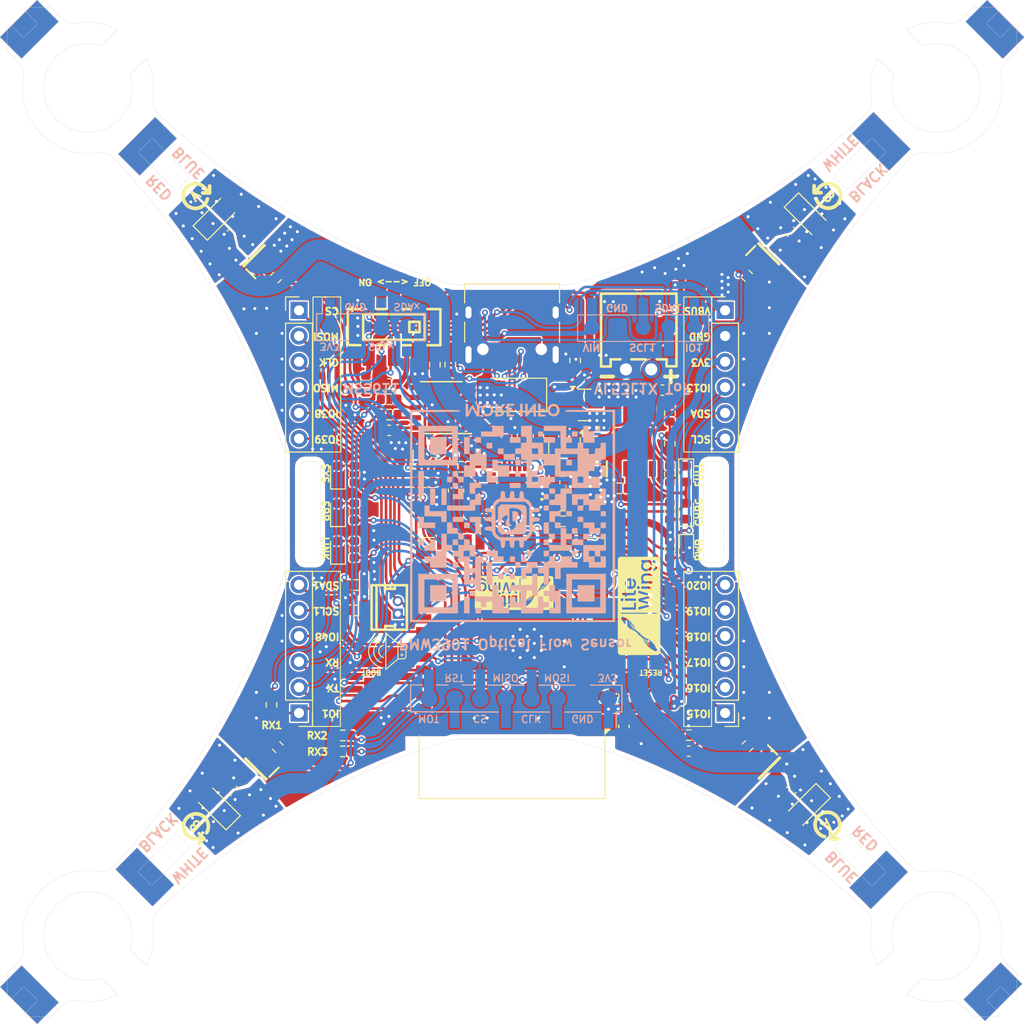
<source format=kicad_pcb>
(kicad_pcb (version 20241229) (generator "pcbnew") (generator_version "9.0")
  (layers (0 "F.Cu" signal) (2 "B.Cu" signal) (13 "F.Paste" user) (15 "B.Paste" user) (5 "F.SilkS" user "F.Silkscreen") (7 "B.SilkS" user "B.Silkscreen") (1 "F.Mask" user) (3 "B.Mask" user) (25 "Edge.Cuts" user))
  (net 0 "")
  (net 1 "GND")
  (net 2 "VBUS")
  (net 3 "Net-(U2-BP)")
  (net 4 "+3V3")
  (net 5 "+BATT")
  (net 6 "Net-(U5-V3)")
  (net 7 "Net-(U7-REGOUT)")
  (net 8 "Net-(U7-CPOUT)")
  (net 9 "/EN")
  (net 10 "Net-(D2-A)")
  (net 11 "Net-(D3-A)")
  (net 12 "Net-(D4-A)")
  (net 13 "Net-(D5-A)")
  (net 14 "+5V")
  (net 15 "Net-(IC1-PROG)")
  (net 16 "Net-(IC1-~{STDBY})")
  (net 17 "Net-(IC1-~{CHRG})")
  (net 18 "/D-")
  (net 21 "Net-(J1-CC2)")
  (net 22 "/D+")
  (net 23 "Net-(J1-CC1)")
  (net 24 "/IO18")
  (net 25 "/IO17")
  (net 26 "/IO16")
  (net 27 "/IO15")
  (net 28 "/SDA")
  (net 29 "/IO19")
  (net 30 "/SCL")
  (net 31 "/IO21")
  (net 32 "/IO13")
  (net 33 "/IO14")
  (net 34 "/IO48")
  (net 35 "/TX")
  (net 36 "/SCL1")
  (net 37 "/SDA1")
  (net 38 "/RX")
  (net 39 "/IO1")
  (net 40 "/BUZ2")
  (net 41 "/BUZ1")
  (net 42 "unconnected-(U8-IO47-Pad24)")
  (net 43 "/MISO")
  (net 44 "/CLK")
  (net 45 "/MOSI")
  (net 46 "/CS")
  (net 47 "Net-(LED1-A)")
  (net 48 "Net-(LED2-K)")
  (net 49 "Net-(LED3-K)")
  (net 50 "/LED_GREEN")
  (net 51 "/LED_RED")
  (net 52 "/LED_BLUE")
  (net 53 "/LDO_H")
  (net 54 "Net-(U5-RXD)")
  (net 55 "Net-(U5-TXD)")
  (net 56 "Net-(U7-AD0)")
  (net 57 "/MPU_INT")
  (net 58 "/IO0")
  (net 59 "/MOT_1")
  (net 60 "/MOT_2")
  (net 61 "/MOT_3")
  (net 62 "/MOT_4")
  (net 63 "LDO_EN")
  (net 64 "/ADC_BAT")
  (net 65 "/DTR")
  (net 67 "/RTS")
  (net 73 "Net-(J12-Pin_5)")
  (net 74 "/AUXSDA")
  (net 84 "/IO20")
  (net 85 "Net-(LED4-A)")
  (net 86 "Net-(LED5-A)")
  (net 87 "Net-(LED6-A)")
  (net 88 "/AUXSCL")
  (net 89 "Net-(J11-Pin_7)")
  (net 90 "Net-(J11-Pin_8)")
  (footprint "ConnTH1.25MM:CONN-TH_1.25T-2A_1.25T-2A" (layer "F.Cu") (at 136.0615 103.62995 90)
    (property "Reference" "J14" (hide yes))
    (property "Value" "Conn_01x02" (hide yes))
  )
  (footprint "LED_SMD:LED_0603_1608Metric" (layer "F.Cu") (at 130.1355 90.411 90)
    (property "Reference" "LED4" (hide yes))
    (property "Value" "LED_Green")
  )
  (footprint "Resistor_SMD:R_0603_1608Metric" (layer "F.Cu") (at 130.6035 116.308)
    (property "Reference" "R30" (hide yes))
    (property "Value" "0R")
  )
  (footprint "DroneV2:JST_PH_B2B-PH-K_1x02_P2.00mm_Vertical" (layer "F.Cu") (at 179.133199 124.391485 -135)
    (property "Reference" "J8" (hide yes))
    (property "Value" "Conn_01x02_Female")
  )
  (footprint "LOGO" (layer "F.Cu") (at 159.975708 103.457628 90)
    (property "Reference" "G***" (hide yes))
    (property "Value" "LOGO" (hide yes))
  )
  (footprint "Capacitor_SMD:C_0603_1608Metric" (layer "F.Cu") (at 142.3545 94.363 180)
    (property "Reference" "C9" (hide yes))
    (property "Value" "2.2nf")
  )
  (footprint "Resistor_SMD:R_0603_1608Metric" (layer "F.Cu") (at 131.7645 97.871 -90)
    (property "Reference" "R13" (hide yes))
    (property "Value" "1K")
  )
  (footprint "Resistor_SMD:R_0603_1608Metric" (layer "F.Cu") (at 138.702 91.2245)
    (property "Reference" "R19" (hide yes))
    (property "Value" "10k")
  )
  (footprint "3x4x2:Tactile 3x4x2mm TS-A010" (layer "F.Cu") (at 133.5315 113.33 90)
    (property "Reference" "SW2" (hide yes))
    (property "Value" "Tactile Switch 3x4x2")
  )
  (footprint "Resistor_SMD:R_0603_1608Metric" (layer "F.Cu") (at 123.5525 113.267 90)
    (property "Reference" "R28" (hide yes))
    (property "Value" "0R")
  )
  (footprint "Capacitor_SMD:C_0603_1608Metric" (layer "F.Cu") (at 143.1025 92.049 -90)
    (property "Reference" "C10" (hide yes))
    (property "Value" "100nF")
  )
  (footprint "Resistor_SMD:R_0603_1608Metric" (layer "F.Cu") (at 135.2035 83.013)
    (property "Reference" "R10" (hide yes))
    (property "Value" "1K")
  )
  (footprint "Resistor_SMD:R_0603_1608Metric" (layer "F.Cu") (at 163.0015 94.078547 90)
    (property "Reference" "R6" (hide yes))
    (property "Value" "1K")
  )
  (footprint "Resistor_SMD:R_0603_1608Metric" (layer "F.Cu") (at 142.3625 89.696 180)
    (property "Reference" "R17" (hide yes))
    (property "Value" "10k")
  )
  (footprint "LOGO" (layer "F.Cu") (at 147.569802 102.178833 180)
    (property "Reference" "G***" (hide yes))
    (property "Value" "LOGO" (hide yes))
  )
  (footprint "LED_SMD:LED_0603_1608Metric" (layer "F.Cu") (at 130.1355 97.851 90)
    (property "Reference" "LED6" (hide yes))
    (property "Value" "LED_Blue")
  )
  (footprint "DroneV2:JST_PH_B2B-PH-K_1x02_P2.00mm_Vertical" (layer "F.Cu") (at 117.1415 125.899 135)
    (property "Reference" "J9" (hide yes))
    (property "Value" "Conn_01x02_Female")
  )
  (footprint "Capacitor_SMD:C_0603_1608Metric" (layer "F.Cu") (at 158.4545 115.413 -90)
    (property "Reference" "C12" (hide yes))
    (property "Value" "10uF")
  )
  (footprint "SI2302DS-T1:SOT95P237X112-3N" (layer "F.Cu") (at 172.812593 68.599907 45)
    (property "Reference" "T1" (hide yes))
    (property "Value" "IRLML6344TRPBF" (hide yes))
  )
  (footprint "LED_SMD:LED_0603_1608Metric" (layer "F.Cu") (at 164.6195 97.891 -90)
    (property "Reference" "LED1" (hide yes))
    (property "Value" "LED_Red")
  )
  (footprint "DroneV2:JST_PH_B2B-PH-K_1x02_P2.00mm_Vertical" (layer "F.Cu") (at 115.546801 63.924515 45)
    (property "Reference" "J10" (hide yes))
    (property "Value" "Conn_01x02_Female")
  )
  (footprint "Resistor_SMD:R_0603_1608Metric" (layer "F.Cu") (at 124.167894 117.458392 -45)
    (property "Reference" "R24" (hide yes))
    (property "Value" "10k")
  )
  (footprint "SI2302DS-T1:SOT95P237X112-3N" (layer "F.Cu") (at 121.8145 68.778 135)
    (property "Reference" "T4" (hide yes))
    (property "Value" "IRLML6344TRPBF" (hide yes))
  )
  (footprint "Capacitor_SMD:C_0603_1608Metric" (layer "F.Cu") (at 135.2035 86.09)
    (property "Reference" "C6" (hide yes))
    (property "Value" "100nF")
  )
  (footprint "Resistor_SMD:R_0603_1608Metric" (layer "F.Cu") (at 141.2575 79.575 90)
    (property "Reference" "R2" (hide yes))
    (property "Value" "5.1K")
  )
  (footprint "Connector_PinHeader_2.54mm:PinHeader_1x06_P2.54mm_Vertical" (layer "F.Cu") (at 126.2765 114.084 180)
    (property "Reference" "J5" (hide yes))
    (property "Value" "Conn_01x06")
  )
  (footprint "LED_SMD:LED_0603_1608Metric" (layer "F.Cu") (at 130.1355 94.131 90)
    (property "Reference" "LED5" (hide yes))
    (property "Value" "LED_Red")
  )
  (footprint "Resistor_SMD:R_0603_1608Metric" (layer "F.Cu") (at 158.0075 91.827 180)
    (property "Reference" "R5" (hide yes))
    (property "Value" "1.2K")
  )
  (footprint "Resistor_SMD:R_0603_1608Metric" (layer "F.Cu") (at 130.6035 117.889)
    (property "Reference" "R29" (hide yes))
    (property "Value" "0R")
  )
  (footprint "Connector_PinHeader_2.54mm:PinHeader_1x06_P2.54mm_Vertical" (layer "F.Cu") (at 168.4775 114.084 180)
    (property "Reference" "J3" (hide yes))
    (property "Value" "Conn_01x06")
  )
  (footprint "ch340k:ESSOP-10_3.9x4.9mm_P1.00mm" (layer "F.Cu") (at 140.36 83.8375 180)
    (property "Reference" "U5" (hide yes))
    (property "Value" "CH340K")
  )
  (footprint "Resistor_SMD:R_0603_1608Metric" (layer "F.Cu") (at 131.7635 90.431 -90)
    (property "Reference" "R11" (hide yes))
    (property "Value" "1K")
  )
  (footprint "Diode_SMD:D_SMA" (layer "F.Cu") (at 147.293 82.576 180)
    (property "Reference" "D1" (hide yes))
    (property "Value" "SS34")
  )
  (footprint "Capacitor_SMD:C_0603_1608Metric" (layer "F.Cu") (at 135.2035 81.489 180)
    (property "Reference" "C7" (hide yes))
    (property "Value" "100nF")
  )
  (footprint "Resistor_SMD:R_0603_1608Metric" (layer "F.Cu") (at 170.692591 117.365091 45)
    (property "Reference" "R23" (hide yes))
    (property "Value" "10k")
  )
  (footprint "Diode_SMD:D_SOD-123F" (layer "F.Cu") (at 176.629719 123.334039 -135)
    (property "Reference" "D3" (hide yes))
    (property "Value" "1N4148W")
  )
  (footprint "LOGO" (layer "F.Cu") (at 116.1345 125.367 135)
    (property "Reference" "G***" (hide yes))
    (property "Value" "LOGO" (hide yes))
  )
  (footprint "Connector_PinHeader_2.54mm:PinHeader_1x06_P2.54mm_Vertical" (layer "F.Cu") (at 168.4775 74.204)
    (property "Reference" "J4" (hide yes))
    (property "Value" "Conn_01x06")
  )
  (footprint "Connector_PinHeader_2.54mm:PinHeader_1x06_P2.54mm_Vertical" (layer "F.Cu") (at 126.2765 74.204)
    (property "Reference" "J6" (hide yes))
    (property "Value" "Conn_01x06")
  )
  (footprint "Diode_SMD:D_SOD-123F" (layer "F.Cu") (at 118.198946 123.39552 135)
    (property "Reference" "D4" (hide yes))
    (property "Value" "1N4148W")
  )
  (footprint "Capacitor_SMD:C_0805_2012Metric" (layer "F.Cu") (at 154.1445 90.686)
    (property "Reference" "C3" (hide yes))
    (property "Value" "2.2uF")
  )
  (footprint "Resistor_SMD:R_0603_1608Metric" (layer "F.Cu") (at 163.0005 87.414 -90)
    (property "Reference" "R27" (hide yes))
    (property "Value" "100K")
  )
  (footprint "Capacitor_SMD:C_0603_1608Metric" (layer "F.Cu") (at 149.9875 86.647 90)
    (property "Reference" "C1" (hide yes))
    (property "Value" "10uF")
  )
  (footprint "SlideSwitchSMDTop:SW-SMD_MST22D18G2" (layer "F.Cu") (at 135.6786 75.854 180)
    (property "Reference" "SW1" (hide yes))
    (property "Value" "MST22D18G2_125" (hide yes))
  )
  (footprint "Resistor_SMD:R_0603_1608Metric" (layer "F.Cu") (at 163.0115 84.388 -90)
    (property "Reference" "R26" (hide yes))
    (property "Value" "100K")
  )
  (footprint "LED_SMD:LED_0603_1608Metric" (layer "F.Cu") (at 164.6195 94.098547 90)
    (property "Reference" "LED2" (hide yes))
    (property "Value" "LED_Red")
  )
  (footprint "SI2302DS-T1:SOT95P237X112-3N" (layer "F.Cu") (at 121.994985 119.631301 -135)
    (property "Reference" "T3" (hide yes))
    (property "Value" "IRLML6344TRPBF" (hide yes))
  )
  (footprint "SI2302DS-T1:SOT95P237X112-3N" (layer "F.Cu") (at 172.8655 119.538 -45)
    (property "Reference" "T2" (hide yes))
    (property "Value" "IRLML6344TRPBF" (hide yes))
  )
  (footprint "Capacitor_SMD:C_0603_1608Metric" (layer "F.Cu") (at 162.2735 82.107)
    (property "Reference" "C5" (hide yes))
    (property "Value" "10uF")
  )
  (footprint "Connector_USB:USB_C_Receptacle_HRO_TYPE-C-31-M-12" (layer "F.Cu") (at 147.3775 75.459 180)
    (property "Reference" "J1" (hide yes))
    (property "Value" "USB_C_Receptacle_USB2.0")
  )
  (footprint "Capacitor_SMD:C_0603_1608Metric" (layer "F.Cu") (at 164.8785 117.863 180)
    (property "Reference" "C14" (hide yes))
    (property "Value" "100nF")
  )
  (footprint "LOGO" (layer "F.Cu") (at 178.6085 62.858)
    (property "Reference" "G***" (hide yes))
    (property "Value" "LOGO" (hide yes))
  )
  (footprint "XH2P:CONN-TH_2P-P2.50_XH-2AW" (layer "F.Cu") (at 159.9075 80.0456)
    (property "Reference" "J2" (hide yes))
    (property "Value" "JST XH 2P 2.50mm SMD Hoz" (hide yes))
  )
  (footprint "RF_Module:ESP32-S3-WROOM-1" (layer "F.Cu") (at 147.3775 109.654 180)
    (property "Reference" "U8" (hide yes))
    (property "Value" "ESP32-S3-WROOM-1")
  )
  (footprint "Diode_SMD:D_SOD-123F" (layer "F.Cu") (at 176.608632 64.835688 -45)
    (property "Reference" "D2" (hide yes))
    (property "Value" "1N4148W")
  )
  (footprint "Resistor_SMD:R_0603_1608Metric" (layer "F.Cu") (at 163.0015 97.871 90)
    (property "Reference" "R4" (hide yes))
    (property "Value" "470R")
  )
  (footprint "Package_TO_SOT_SMD:SOT-363_SC-70-6" (layer "F.Cu") (at 138.745 88.7585 90)
    (property "Reference" "U6" (hide yes))
    (property "Value" "2N27002DW")
  )
  (footprint "Resistor_SMD:R_0603_1608Metric" (layer "F.Cu") (at 139.7265 79.579 90)
    (property "Reference" "R1" (hide yes))
    (property "Value" "5.1K")
  )
  (footprint "LOGO" (layer "F.Cu") (at 178.6115 125.229 -90)
    (property "Reference" "G***" (hide yes))
    (property "Value" "LOGO" (hide yes))
  )
  (footprint "Capacitor_SMD:C_0603_1608Metric" (layer "F.Cu") (at 175.038407 121.710907 -135)
    (property "Reference" "C16" (hide yes))
    (property "Value" "1uF")
  )
  (footprint "LED_SMD:LED_0603_1608Metric" (layer "F.Cu") (at 164.6195 90.411 -90)
    (property "Reference" "LED3" (hide yes))
    (property "Value" "LED_Blue")
  )
  (footprint "DroneV2:JST_PH_B2B-PH-K_1x02_P2.00mm_Vertical" (layer "F.Cu") (at 177.666078 62.332208 -45)
    (property "Reference" "J7" (hide yes))
    (property "Value" "Conn_01x02_Female")
  )
  (footprint "Capacitor_SMD:C_0603_1608Metric" (layer "F.Cu") (at 174.9855 66.427 -45)
    (property "Reference" "C15" (hide yes))
    (property "Value" "1uF")
  )
  (footprint "Resistor_SMD:R_0603_1608Metric" (layer "F.Cu") (at 163.0015 90.431 90)
    (property "Reference" "R7" (hide yes))
    (property "Value" "1K")
  )
  (footprint "Capacitor_SMD:C_0603_1608Metric" (layer "F.Cu") (at 119.822078 121.804208 135)
    (property "Reference" "C17" (hide yes))
    (property "Value" "1uF")
  )
  (footprint "Resistor_SMD:R_0603_1608Metric" (layer "F.Cu") (at 153.6245 79.162 90)
    (property "Reference" "R3" (hide yes))
    (property "Value" "100K")
  )
  (footprint "Resistor_SMD:R_0603_1608Metric" (layer "F.Cu") (at 170.639684 70.772816 135)
    (property "Reference" "R22" (hide yes))
    (property "Value" "10k")
  )
  (footprint "LOGO" (layer "F.Cu") (at 135.0235 107.969)
    (property "Reference" "G***" (hide yes))
    (property "Value" "LOGO" (hide yes))
  )
  (footprint "Package_TO_SOT_SMD:SOT-23-5" (layer "F.Cu") (at 152.573 87.588 -90)
    (property "Reference" "U2" (hide yes))
    (property "Value" "SPX3819M5-L-3-3/TR")
  )
  (footprint "Resistor_SMD:R_0603_1608Metric" (layer "F.Cu") (at 131.9345 101.408)
    (property "Reference" "R20" (hide yes))
    (property "Value" "10k")
  )
  (footprint "Resistor_SMD:R_0603_1608Metric" (layer "F.Cu") (at 152.4255 95.101)
    (property "Reference" "R16" (hide yes))
    (property "Value" "10k")
  )
  (footprint "tp4056:SOIC127P600X175-9N" (layer "F.Cu") (at 159.3695 87.187 90)
    (property "Reference" "IC1" (hide yes))
    (property "Value" "TP4056" (hide yes))
  )
  (footprint "Capacitor_SMD:C_0603_1608Metric" (layer "F.Cu") (at 146.8405 86.68 90)
    (property "Reference" "C8" (hide yes))
    (property "Value" "100nF")
  )
  (footprint "Capacitor_SMD:C_0603_1608Metric" (layer "F.Cu") (at 119.641593 66.605093 45)
    (property "Reference" "C18" (hide yes))
    (property "Value" "1uF")
  )
  (footprint "Resistor_SMD:R_0603_1608Metric" (layer "F.Cu") (at 131.7645 94.151 -90)
    (property "Reference" "R12" (hide yes))
    (property "Value" "1K")
  )
  (footprint "Diode_SMD:D_SOD-123F" (layer "F.Cu") (at 118.050281 64.981961 45)
    (property "Reference" "D5" (hide yes))
    (property "Value" "1N4148W")
  )
  (footprint "Resistor_SMD:R_0603_1608Metric" (layer "F.Cu") (at 148.4225 86.664 -90)
    (property "Reference" "R15" (hide yes))
    (property "Value" "4.7k")
  )
  (footprint "Resistor_SMD:R_0603_1608Metric" (layer "F.Cu") (at 152.3495 93.535)
    (property "Reference" "R14" (hide yes))
    (property "Value" "10k")
  )
  (footprint "Package_TO_SOT_SMD:SOT-23" (layer "F.Cu") (at 154.555999 83.57)
    (property "Reference" "U1" (hide yes))
    (property "Value" "AO3401A")
  )
  (footprint "Capacitor_SMD:C_0603_1608Metric" (layer "F.Cu") (at 141.5795 92.049 -90)
    (property "Reference" "C11" (hide yes))
    (property "Value" "10nf")
  )
  (footprint "LOGO" (layer "F.Cu") (at 116.1015 62.878)
    (property "Reference" "G***" (hide yes))
    (property "Value" "LOGO" (hide yes))
  )
  (footprint "Capacitor_SMD:C_0603_1608Metric" (layer "F.Cu") (at 155.1555 93.201 90)
    (property "Reference" "C4" (hide yes))
    (property "Value" "10uF")
  )
  (footprint "Resistor_SMD:R_0603_1608Metric" (layer "F.Cu") (at 132.9015 81.519 90)
    (property "Reference" "R8" (hide yes))
    (property "Value" "100K")
  )
  (footprint "3x4x2:Tactile 3x4x2mm TS-A010" (layer "F.Cu") (at 161.1715 113.33 90)
    (property "Reference" "SW3" (hide yes))
    (property "Value" "Tactile Switch 3x4x2")
  )
  (footprint "Capacitor_SMD:C_0603_1608Metric" (layer "F.Cu") (at 158.4615 112.374 90)
    (property "Reference" "C13" (hide yes))
    (property "Value" "100nF")
  )
  (footprint "Capacitor_SMD:C_0603_1608Metric" (layer "F.Cu") (at 151.5995 91.236 -90)
    (property "Reference" "C2" (hide yes))
    (property "Value" "470pF")
  )
  (footprint "Resistor_SMD:R_0603_1608Metric" (layer "F.Cu") (at 135.2035 84.53)
    (property "Reference" "R9" (hide yes))
    (property "Value" "1K")
  )
  (footprint "MPU6050:MPU6050" (layer "F.Cu") (at 147.3775 91.674 180)
    (property "Reference" "U7" (hide yes))
    (property "Value" "MPU-6050" (hide yes))
  )
  (footprint "Resistor_SMD:R_0603_1608Metric" (layer "F.Cu") (at 123.987409 70.950909 -135)
    (property "Reference" "R25" (hide yes))
    (property "Value" "10k")
  )
  (footprint "Resistor_SMD:R_0603_1608Metric" (layer "F.Cu") (at 164.8785 116.273 180)
    (property "Reference" "R18" (hide yes))
    (property "Value" "10k")
  )
  (footprint "Resistor_SMD:R_0603_1608Metric" (layer "F.Cu") (at 131.9345 103.918)
    (property "Reference" "R21" (hide yes))
    (property "Value" "10k")
  )
  (footprint "DroneV2:PMW3901" (layer "B.Cu") (at 146.77 113.5145)
    (property "Reference" "J11" (hide yes))
    (property "Value" "Conn_01x09" (hide yes))
  )
  (footprint "DroneV2:MS5611_Module" (layer "B.Cu") (at 136.967499 75.869)
    (property "Reference" "J13" (hide yes))
    (property "Value" "Conn_01x07")
  )
  (footprint "DroneV2:VL53L1X_BREAKOUT" (layer "B.Cu") (at 155.289499 75.869)
    (property "Reference" "J12" (hide yes))
    (property "Value" "Conn_01x06" (hide yes))
  )
  (footprint "LOGO" (layer "B.Cu") (at 147.402951 94.343)
    (property "Reference" "G***" (hide yes))
    (property "Value" "LOGO" (hide yes))
  )
  (gr_poly (pts (xy 192.319576 45.604772) (xy 195.983526 49.269992) (xy 198.100616 47.144012) (xy 194.441746 43.482602)) (fill yes) (layer "F.Cu"))
  (gr_poly (pts (xy 195.767378 138.793562) (xy 192.102158 142.457512) (xy 194.228138 144.574602) (xy 197.889548 140.915732)) (fill yes) (layer "F.Cu"))
  (gr_poly (pts (xy 184.445849 127.713456) (xy 180.780629 131.377406) (xy 182.906609 133.494496) (xy 186.568019 129.835626)) (fill yes) (layer "F.Cu"))
  (gr_poly (pts (xy 110.493347 60.840904) (xy 114.158567 57.176954) (xy 112.032587 55.059864) (xy 108.371177 58.718734)) (fill yes) (layer "F.Cu"))
  (gr_poly (pts (xy 113.891553 131.102941) (xy 110.227603 127.437721) (xy 108.110513 129.563701) (xy 111.769383 133.225111)) (fill yes) (layer "F.Cu"))
  (gr_poly (pts (xy 98.789606 49.2618) (xy 102.454826 45.59785) (xy 100.328846 43.48076) (xy 96.667436 47.13963)) (fill yes) (layer "F.Cu"))
  (gr_poly (pts (xy 102.468796 142.75793) (xy 98.804846 139.09271) (xy 96.687756 141.21869) (xy 100.346626 144.8801)) (fill yes) (layer "F.Cu"))
  (gr_poly (pts (xy 181.053681 56.686227) (xy 184.717631 60.351447) (xy 186.834721 58.225467) (xy 183.175851 54.564057)) (fill yes) (layer "F.Cu"))
  (gr_poly (pts (xy 110.494617 60.842174) (xy 114.159837 57.178224) (xy 112.033857 55.061134) (xy 108.372447 58.720004)) (fill yes) (layer "B.Cu"))
  (gr_poly (pts (xy 98.790876 49.26307) (xy 102.456096 45.59912) (xy 100.330116 43.48203) (xy 96.668706 47.1409)) (fill yes) (layer "B.Cu"))
  (gr_poly (pts (xy 184.707518 60.350269) (xy 181.042298 56.686319) (xy 183.168278 54.569229) (xy 186.829688 58.228099)) (fill yes) (layer "B.Cu"))
  (gr_poly (pts (xy 102.466999 142.759067) (xy 98.803049 139.093847) (xy 96.685959 141.219827) (xy 100.344829 144.881237)) (fill yes) (layer "B.Cu"))
  (gr_poly (pts (xy 184.450439 127.707482) (xy 180.785219 131.371432) (xy 182.911199 133.488522) (xy 186.572609 129.829652)) (fill yes) (layer "B.Cu"))
  (gr_poly (pts (xy 113.889756 131.104078) (xy 110.225806 127.438858) (xy 108.108716 129.564838) (xy 111.767586 133.226248)) (fill yes) (layer "B.Cu"))
  (gr_poly (pts (xy 195.963349 49.266878) (xy 192.298129 45.602928) (xy 194.424109 43.485838) (xy 198.085519 47.144708)) (fill yes) (layer "B.Cu"))
  (gr_poly (pts (xy 195.764608 138.804762) (xy 192.099388 142.468712) (xy 194.225368 144.585802) (xy 197.886778 140.926932)) (fill yes) (layer "B.Cu"))
  (gr_rect (start 164.3875 100.054) (end 167.1375 115.414) (stroke (width 0.1)) (fill no) (layer "F.SilkS"))
  (gr_rect (start 127.621476 100.054) (end 130.371476 115.414) (stroke (width 0.1)) (fill no) (layer "F.SilkS"))
  (gr_rect (start 127.657189 72.874) (end 130.407189 88.234) (stroke (width 0.1)) (fill no) (layer "F.SilkS"))
  (gr_rect (start 164.3915 72.874) (end 167.1415 88.234) (stroke (width 0.1)) (fill no) (layer "F.SilkS"))
  (gr_arc (start 106.300386 58.60798) (mid 107.266383 58.706944) (end 108.071922 59.249208) (stroke (width 0.0254)) (layer "Edge.Cuts"))
  (gr_line (start 101.671746 144.17398) (end 102.682926 143.16281) (stroke (width 0.0254)) (layer "Edge.Cuts"))
  (gr_arc (start 108.071786 129.09857) (mid 107.266314 129.64077) (end 106.300411 129.739748) (stroke (width 0.0254)) (layer "Edge.Cuts"))
  (gr_arc (start 169.9865 100.371) (mid 169.901009 100.024844) (end 169.8785 99.669) (stroke (width 0.0254)) (layer "Edge.Cuts"))
  (gr_arc (start 104.399706 45.74796) (mid 103.474131 45.671429) (end 102.682884 45.185142) (stroke (width 0.0254)) (layer "Edge.Cuts"))
  (gr_arc (start 110.458884 129.97602) (mid 110.377052 129.803525) (end 110.440645 129.623505) (stroke (width 0.0254)) (layer "Edge.Cuts"))
  (gr_line (start 186.418086 46.38652) (end 188.020066 47.9885) (stroke (width 0.0254)) (layer "Edge.Cuts"))
  (gr_arc (start 180.757117 62.149915) (mid 180.577056 62.213471) (end 180.404512 62.131675) (stroke (width 0.0254)) (layer "Edge.Cuts"))
  (gr_arc (start 112.452527 54.8686) (mid 111.910285 54.063143) (end 111.811348 53.097225) (stroke (width 0.0254)) (layer "Edge.Cuts"))
  (gr_arc (start 112.452526 133.47931) (mid 126.035189 123.424708) (end 141.5275 116.674) (stroke (width 0.025)) (layer "Edge.Cuts"))
  (gr_arc (start 186.68236 129.098692) (mid 176.679278 115.696782) (end 169.9865 100.371) (stroke (width 0.025)) (layer "Edge.Cuts"))
  (gr_arc (start 195.550475 141.302061) (mid 195.729521 141.220124) (end 195.912386 141.29321) (stroke (width 0.0254)) (layer "Edge.Cuts"))
  (gr_arc (start 182.301766 133.47931) (mid 182.843985 134.284777) (end 182.942944 135.250685) (stroke (width 0.0254)) (layer "Edge.Cuts"))
  (gr_line (start 97.668676 45.88146) (end 97.377116 46.17392) (stroke (width 0.0254)) (layer "Edge.Cuts"))
  (gr_line (start 97.684656 142.48242) (end 98.857876 141.30919) (stroke (width 0.0254)) (layer "Edge.Cuts"))
  (gr_arc (start 124.7715 100.364) (mid 118.03698 115.670073) (end 108.071786 129.09857) (stroke (width 0.025)) (layer "Edge.Cuts"))
  (gr_line (start 97.377116 46.17392) (end 97.377116 48.46856) (stroke (width 0.0254)) (layer "Edge.Cuts"))
  (gr_line (start 109.562516 137.53112) (end 111.164486 139.1331) (stroke (width 0.0254)) (layer "Edge.Cuts"))
  (gr_arc (start 185.192536 137.53366) (mid 192.485762 133.060133) (end 188.024631 140.360945) (stroke (width 0.0254)) (layer "Edge.Cuts"))
  (gr_arc (start 167.856947 89.174) (mid 168.217679 89.320667) (end 168.376053 89.676447) (stroke (width 0.025)) (layer "Edge.Cuts"))
  (gr_arc (start 184.245237 58.331029) (mid 184.32707 58.503535) (end 184.263477 58.683544) (stroke (width 0.0254)) (layer "Edge.Cuts"))
  (gr_arc (start 194.505257 46.000621) (mid 195.031962 46.503124) (end 195.534425 47.029867) (stroke (width 0.0254)) (layer "Edge.Cuts"))
  (gr_line (start 188.020066 140.35941) (end 186.418086 141.96139) (stroke (width 0.0254)) (layer "Edge.Cuts"))
  (gr_line (start 195.377176 44.17393) (end 193.082536 44.17393) (stroke (width 0.0254)) (layer "Edge.Cuts"))
  (gr_line (start 98.841896 47.05469) (end 97.668676 45.88146) (stroke (width 0.0254)) (layer "Edge.Cuts"))
  (gr_line (start 99.068676 44.48146) (end 100.241906 45.65468) (stroke (width 0.0254)) (layer "Edge.Cuts"))
  (gr_arc (start 169.8785 88.669) (mid 169.904555 88.318399) (end 169.9885 87.977) (stroke (width 0.0254)) (layer "Edge.Cuts"))
  (gr_line (start 197.377166 46.17392) (end 197.069636 45.86549) (stroke (width 0.0254)) (layer "Edge.Cuts"))
  (gr_line (start 126.918606 99.174) (end 127.898053 99.174) (stroke (width 0.025)) (layer "Edge.Cuts"))
  (gr_line (start 169.8785 88.669) (end 169.8785 99.669) (stroke (width 0.025)) (layer "Edge.Cuts"))
  (gr_arc (start 180.449106 126.164739) (mid 180.621592 126.082902) (end 180.801621 126.146499) (stroke (width 0.0254)) (layer "Edge.Cuts"))
  (gr_arc (start 113.946904 126.15713) (mid 114.127058 126.093528) (end 114.299636 126.17549) (stroke (width 0.0254)) (layer "Edge.Cuts"))
  (gr_line (start 111.857117 131.039915) (end 115.363477 127.573544) (stroke (width 0.0254)) (layer "Edge.Cuts"))
  (gr_arc (start 188.453896 129.73992) (mid 187.487912 129.640933) (end 186.68236 129.098692) (stroke (width 0.0254)) (layer "Edge.Cuts"))
  (gr_arc (start 182.846904 57.26713) (mid 183.027045 57.203531) (end 183.199636 57.28549) (stroke (width 0.0254)) (layer "Edge.Cuts"))
  (gr_arc (start 182.943615 53.10101) (mid 182.843419 54.064953) (end 182.301766 54.8686) (stroke (width 0.0254)) (layer "Edge.Cuts"))
  (gr_arc (start 179.358884 61.08602) (mid 179.277047 60.913527) (end 179.340645 60.733505) (stroke (width 0.0254)) (layer "Edge.Cuts"))
  (gr_arc (start 114.292132 62.193675) (mid 114.119635 62.275472) (end 113.939617 62.211915) (stroke (width 0.0254)) (layer "Edge.Cuts"))
  (gr_arc (start 182.301766 54.8686) (mid 168.719413 64.923086) (end 153.2275 71.67391) (stroke (width 0.025)) (layer "Edge.Cuts"))
  (gr_arc (start 128.3775 98.671553) (mid 128.245295 99.025375) (end 127.898053 99.174) (stroke (width 0.025)) (layer "Edge.Cuts"))
  (gr_line (start 194.496406 45.63871) (end 195.669636 44.46549) (stroke (width 0.0254)) (layer "Edge.Cuts"))
  (gr_line (start 184.245237 58.331029) (end 183.199636 57.28549) (stroke (width 0.0254)) (layer "Edge.Cuts"))
  (gr_arc (start 196.365996 138.86817) (mid 195.880627 138.079754) (end 195.802337 137.157225) (stroke (width 0.0254)) (layer "Edge.Cuts"))
  (gr_line (start 195.912386 141.29321) (end 197.085606 142.46644) (stroke (width 0.0254)) (layer "Edge.Cuts"))
  (gr_line (start 195.669636 44.46549) (end 195.377176 44.17393) (stroke (width 0.0254)) (layer "Edge.Cuts"))
  (gr_line (start 197.377166 48.46856) (end 197.377166 46.17392) (stroke (width 0.0254)) (layer "Edge.Cuts"))
  (gr_line (start 97.377116 139.87935) (end 97.377116 142.17398) (stroke (width 0.0254)) (layer "Edge.Cuts"))
  (gr_arc (start 153.2275 116.674) (mid 168.719414 123.424823) (end 182.301766 133.47931) (stroke (width 0.025)) (layer "Edge.Cuts"))
  (gr_arc (start 100.249035 142.347289) (mid 100.330974 142.526349) (end 100.257886 142.7092) (stroke (width 0.0254)) (layer "Edge.Cuts"))
  (gr_line (start 179.385211 127.562971) (end 182.851582 131.069331) (stroke (width 0.0254)) (layer "Edge.Cuts"))
  (gr_line (start 197.069636 45.86549) (end 195.896416 47.03872) (stroke (width 0.0254)) (layer "Edge.Cuts"))
  (gr_arc (start 190.348986 142.60096) (mid 188.33334 142.589679) (end 186.418086 141.96139) (stroke (width 0.0254)) (layer "Edge.Cuts"))
  (gr_arc (start 98.388286 49.47973) (mid 98.874578 50.270953) (end 98.951095 51.196511) (stroke (width 0.0254)) (layer "Edge.Cuts"))
  (gr_arc (start 108.328076 141.96545) (mid 106.410732 142.591211) (end 104.393872 142.599142) (stroke (width 0.0254)) (layer "Edge.Cuts"))
  (gr_arc (start 141.5275 71.67391) (mid 126.035189 64.923203) (end 112.452527 54.8686) (stroke (width 0.025)) (layer "Edge.Cuts"))
  (gr_arc (start 168.3725 98.674) (mid 168.226053 99.027553) (end 167.8725 99.174) (stroke (width 0.025)) (layer "Edge.Cuts"))
  (gr_line (start 197.377166 139.87935) (end 196.365996 138.86817) (stroke (width 0.0254)) (layer "Edge.Cuts"))
  (gr_line (start 193.082536 144.17398) (end 195.377176 144.17398) (stroke (width 0.0254)) (layer "Edge.Cuts"))
  (gr_line (start 183.204097 131.051091) (end 184.249636 130.00549) (stroke (width 0.0254)) (layer "Edge.Cuts"))
  (gr_arc (start 110.473246 58.705555) (mid 110.409624 58.52549) (end 110.491486 58.35295) (stroke (width 0.0254)) (layer "Edge.Cuts"))
  (gr_line (start 193.082536 44.17393) (end 192.071366 45.1851) (stroke (width 0.0254)) (layer "Edge.Cuts"))
  (gr_arc (start 126.3695 89.674) (mid 126.530006 89.320841) (end 126.890053 89.176447) (stroke (width 0.025)) (layer "Edge.Cuts"))
  (gr_arc (start 111.537141 57.307323) (mid 111.029094 57.844917) (end 110.491486 58.35295) (stroke (width 0.0254)) (layer "Edge.Cuts"))
  (gr_line (start 166.8775 89.174) (end 167.856947 89.174) (stroke (width 0.025)) (layer "Edge.Cuts"))
  (gr_arc (start 100.241906 45.65468) (mid 100.315081 45.837573) (end 100.233053 46.016671) (stroke (width 0.0254)) (layer "Edge.Cuts"))
  (gr_arc (start 104.405046 45.74695) (mid 106.420818 45.758199) (end 108.336196 46.38652) (stroke (width 0.0254)) (layer "Edge.Cuts"))
  (gr_line (start 101.671746 44.17393) (end 99.377116 44.17393) (stroke (width 0.0254)) (layer "Edge.Cuts"))
  (gr_line (start 99.084656 143.88242) (end 99.377116 144.17398) (stroke (width 0.0254)) (layer "Edge.Cuts"))
  (gr_line (start 168.376053 89.676447) (end 168.3725 98.674) (stroke (width 0.025)) (layer "Edge.Cuts"))
  (gr_line (start 195.685606 143.86644) (end 194.512376 142.69322) (stroke (width 0.0254)) (layer "Edge.Cuts"))
  (gr_line (start 98.388286 138.86817) (end 97.377116 139.87935) (stroke (width 0.0254)) (layer "Edge.Cuts"))
  (gr_arc (start 183.589798 139.133099) (mid 182.965217 137.240132) (end 182.943621 135.246901) (stroke (width 0.0254)) (layer "Edge.Cuts"))
  (gr_arc (start 98.950136 137.14605) (mid 100.764815 131.593845) (end 106.3042 129.740403) (stroke (width 0.0254)) (layer "Edge.Cuts"))
  (gr_line (start 106.734226 47.9885) (end 108.336196 46.38652) (stroke (width 0.0254)) (layer "Edge.Cuts"))
  (gr_arc (start 111.857117 131.039915) (mid 111.677055 131.103468) (end 111.504512 131.021675) (stroke (width 0.0254)) (layer "Edge.Cuts"))
  (gr_arc (start 99.203807 47.045839) (mid 99.70631 46.519134) (end 100.233053 46.016671) (stroke (width 0.0254)) (layer "Edge.Cuts"))
  (gr_line (start 126.3695 89.674) (end 126.3775 98.671553) (stroke (width 0.025)) (layer "Edge.Cuts"))
  (gr_arc (start 195.550475 141.302061) (mid 195.047972 141.828766) (end 194.521229 142.331229) (stroke (width 0.0254)) (layer "Edge.Cuts"))
  (gr_arc (start 126.918606 99.174) (mid 126.548691 99.029782) (end 126.3775 98.671553) (stroke (width 0.025)) (layer "Edge.Cuts"))
  (gr_arc (start 188.020066 47.9885) (mid 192.48989 55.283128) (end 185.190137 50.821656) (stroke (width 0.0254)) (layer "Edge.Cuts"))
  (gr_arc (start 194.505257 46.000621) (mid 194.423318 45.821547) (end 194.496406 45.63871) (stroke (width 0.0254)) (layer "Edge.Cuts"))
  (gr_arc (start 106.293026 58.60925) (mid 100.756783 56.746095) (end 98.951699 51.190647) (stroke (width 0.0254)) (layer "Edge.Cuts"))
  (gr_arc (start 182.943616 53.10101) (mid 182.965347 51.106761) (end 183.590717 49.212979) (stroke (width 0.0254)) (layer "Edge.Cuts"))
  (gr_arc (start 100.249035 142.347289) (mid 99.72233 141.844786) (end 99.219867 141.318043) (stroke (width 0.0254)) (layer "Edge.Cuts"))
  (gr_arc (start 195.804146 51.20211) (mid 193.989331 56.754102) (end 188.450087 58.60747) (stroke (width 0.0254)) (layer "Edge.Cuts"))
  (gr_line (start 192.071366 143.16281) (end 193.082536 144.17398) (stroke (width 0.0254)) (layer "Edge.Cuts"))
  (gr_arc (start 180.449106 126.164739) (mid 179.941062 126.702337) (end 179.403451 127.210366) (stroke (width 0.0254)) (layer "Edge.Cuts"))
  (gr_line (start 126.898053 89.174) (end 127.8695 89.174) (stroke (width 0.025)) (layer "Edge.Cuts"))
  (gr_line (start 113.946904 126.15713) (end 110.440645 129.623505) (stroke (width 0.0254)) (layer "Edge.Cuts"))
  (gr_arc (start 195.803136 51.19652) (mid 195.879647 50.270932) (end 196.365953 49.479687) (stroke (width 0.0254)) (layer "Edge.Cuts"))
  (gr_arc (start 106.734226 140.35941) (mid 102.264311 133.064606) (end 109.564133 137.526321) (stroke (width 0.0254)) (layer "Edge.Cuts"))
  (gr_line (start 197.085606 142.46644) (end 197.377166 142.17398) (stroke (width 0.0254)) (layer "Edge.Cuts"))
  (gr_arc (start 166.893053 99.174) (mid 166.531479 99.029467) (end 166.3725 98.674) (stroke (width 0.025)) (layer "Edge.Cuts"))
  (gr_line (start 99.377116 144.17398) (end 101.671746 144.17398) (stroke (width 0.0254)) (layer "Edge.Cuts"))
  (gr_arc (start 169.9885 87.977) (mid 176.720232 72.674514) (end 186.682496 59.24933) (stroke (width 0.025)) (layer "Edge.Cuts"))
  (gr_line (start 153.2275 71.67391) (end 141.5275 71.67391) (stroke (width 0.0254)) (layer "Edge.Cuts"))
  (gr_line (start 100.257886 142.7092) (end 99.084656 143.88242) (stroke (width 0.0254)) (layer "Edge.Cuts"))
  (gr_line (start 195.377176 144.17397) (end 195.685606 143.86644) (stroke (width 0.0254)) (layer "Edge.Cuts"))
  (gr_line (start 184.267996 129.652757) (end 180.801621 126.146499) (stroke (width 0.0254)) (layer "Edge.Cuts"))
  (gr_arc (start 108.071786 59.24933) (mid 118.036679 72.677821) (end 124.7705 87.984) (stroke (width 0.025)) (layer "Edge.Cuts"))
  (gr_line (start 114.292132 62.193675) (end 115.337671 61.148074) (stroke (width 0.0254)) (layer "Edge.Cuts"))
  (gr_line (start 115.356031 60.795341) (end 111.889656 57.289083) (stroke (width 0.0254)) (layer "Edge.Cuts"))
  (gr_arc (start 124.7705 87.984) (mid 124.851899 88.328653) (end 124.8755 88.682) (stroke (width 0.0254)) (layer "Edge.Cuts"))
  (gr_arc (start 190.354576 142.59994) (mid 191.280179 142.676417) (end 192.071416 143.16276) (stroke (width 0.0254)) (layer "Edge.Cuts"))
  (gr_line (start 196.365996 49.47973) (end 197.377166 48.46856) (stroke (width 0.0254)) (layer "Edge.Cuts"))
  (gr_arc (start 98.857876 141.30919) (mid 99.040768 141.23606) (end 99.219867 141.318043) (stroke (width 0.0254)) (layer "Edge.Cuts"))
  (gr_line (start 197.377166 142.17398) (end 197.377166 139.87935) (stroke (width 0.0254)) (layer "Edge.Cuts"))
  (gr_arc (start 186.682496 59.24933) (mid 187.487981 58.707172) (end 188.453871 58.608152) (stroke (width 0.0254)) (layer "Edge.Cuts"))
  (gr_arc (start 195.896416 47.03872) (mid 195.713512 47.111943) (end 195.534425 47.029867) (stroke (width 0.0254)) (layer "Edge.Cuts"))
  (gr_line (start 124.8755 88.682) (end 124.8795 99.671) (stroke (width 0.025)) (layer "Edge.Cuts"))
  (gr_arc (start 124.8795 99.671) (mid 124.845216 100.020573) (end 124.7715 100.364) (stroke (width 0.0254)) (layer "Edge.Cuts"))
  (gr_line (start 111.164486 49.21506) (end 109.562516 50.81679) (stroke (width 0.0254)) (layer "Edge.Cuts"))
  (gr_line (start 185.191516 50.81679) (end 183.589796 49.21506) (stroke (width 0.0254)) (layer "Edge.Cuts"))
  (gr_line (start 141.5275 116.674) (end 153.2275 116.674) (stroke (width 0.0254)) (layer "Edge.Cuts"))
  (gr_arc (start 184.267996 129.652757) (mid 184.331596 129.832913) (end 184.249636 130.00549) (stroke (width 0.0254)) (layer "Edge.Cuts"))
  (gr_arc (start 179.385211 127.562971) (mid 179.32161 127.382893) (end 179.403451 127.210366) (stroke (width 0.0254)) (layer "Edge.Cuts"))
  (gr_arc (start 111.811176 135.25071) (mid 111.910155 134.284718) (end 112.452404 133.479174) (stroke (width 0.0254)) (layer "Edge.Cuts"))
  (gr_arc (start 192.071366 45.1851) (mid 191.280151 45.67143) (end 190.354584 45.747906) (stroke (width 0.0254)) (layer "Edge.Cuts"))
  (gr_line (start 108.336196 141.96139) (end 106.734226 140.35941) (stroke (width 0.0254)) (layer "Edge.Cuts"))
  (gr_line (start 167.8725 99.174) (end 166.898053 99.174) (stroke (width 0.025)) (layer "Edge.Cuts"))
  (gr_arc (start 98.950136 137.14605) (mid 98.875427 138.074398) (end 98.388335 138.868219) (stroke (width 0.0254)) (layer "Edge.Cuts"))
  (gr_arc (start 127.8695 89.174) (mid 128.223053 89.320447) (end 128.3695 89.674) (stroke (width 0.025)) (layer "Edge.Cuts"))
  (gr_arc (start 115.345237 127.221029) (mid 115.427075 127.393524) (end 115.363477 127.573544) (stroke (width 0.0254)) (layer "Edge.Cuts"))
  (gr_line (start 128.3695 89.674) (end 128.3775 98.671553) (stroke (width 0.025)) (layer "Edge.Cuts"))
  (gr_arc (start 111.537141 57.307323) (mid 111.709638 57.225519) (end 111.889656 57.289083) (stroke (width 0.0254)) (layer "Edge.Cuts"))
  (gr_arc (start 111.163476 49.21303) (mid 111.788821 51.106783) (end 111.810564 53.100995) (stroke (width 0.0254)) (layer "Edge.Cuts"))
  (gr_line (start 110.473246 58.705555) (end 113.939617 62.211915) (stroke (width 0.0254)) (layer "Edge.Cuts"))
  (gr_arc (start 179.358884 61.08602) (mid 179.896482 61.594064) (end 180.404512 62.131675) (stroke (width 0.0254)) (layer "Edge.Cuts"))
  (gr_line (start 183.589798 139.133099) (end 185.192536 137.53366) (stroke (width 0.0254)) (layer "Edge.Cuts"))
  (gr_arc (start 111.811176 135.25071) (mid 111.788737 137.242027) (end 111.164486 139.1331) (stroke (width 0.0254)) (layer "Edge.Cuts"))
  (gr_line (start 182.846904 57.26713) (end 179.340645 60.733505) (stroke (width 0.0254)) (layer "Edge.Cuts"))
  (gr_arc (start 115.356031 60.795341) (mid 115.419636 60.975496) (end 115.337671 61.148074) (stroke (width 0.0254)) (layer "Edge.Cuts"))
  (gr_arc (start 109.562516 50.81679) (mid 102.26771 55.286718) (end 106.729424 47.986885) (stroke (width 0.0254)) (layer "Edge.Cuts"))
  (gr_arc (start 186.426216 46.38246) (mid 188.343558 45.756712) (end 190.360409 45.748773) (stroke (width 0.0254)) (layer "Edge.Cuts"))
  (gr_arc (start 194.512376 142.69322) (mid 194.439122 142.510314) (end 194.521229 142.331229) (stroke (width 0.0254)) (layer "Edge.Cuts"))
  (gr_arc (start 102.682926 143.16281) (mid 103.474139 142.676508) (end 104.399696 142.600008) (stroke (width 0.0254)) (layer "Edge.Cuts"))
  (gr_arc (start 166.376053 89.676447) (mid 166.522457 89.322853) (end 166.876053 89.176447) (stroke (width 0.025)) (layer "Edge.Cuts"))
  (gr_line (start 180.757117 62.149915) (end 184.263477 58.683544) (stroke (width 0.0254)) (layer "Edge.Cuts"))
  (gr_arc (start 99.203807 47.045839) (mid 99.024747 47.127773) (end 98.841896 47.05469) (stroke (width 0.0254)) (layer "Edge.Cuts"))
  (gr_line (start 102.682926 45.1851) (end 101.671746 44.17393) (stroke (width 0.0254)) (layer "Edge.Cuts"))
  (gr_line (start 99.377106 44.17393) (end 99.068676 44.48146) (stroke (width 0.0254)) (layer "Edge.Cuts"))
  (gr_line (start 115.345237 127.221029) (end 114.299636 126.17549) (stroke (width 0.0254)) (layer "Edge.Cuts"))
  (gr_line (start 97.377116 48.46856) (end 98.388286 49.47973) (stroke (width 0.0254)) (layer "Edge.Cuts"))
  (gr_line (start 166.376053 89.676447) (end 166.3725 98.674) (stroke (width 0.025)) (layer "Edge.Cuts"))
  (gr_arc (start 188.461266 129.73891) (mid 193.997384 131.601916) (end 195.802337 137.157225) (stroke (width 0.0254)) (layer "Edge.Cuts"))
  (gr_line (start 97.377126 142.17399) (end 97.684656 142.48242) (stroke (width 0.0254)) (layer "Edge.Cuts"))
  (gr_arc (start 110.458884 129.97602) (mid 110.996479 130.484066) (end 111.504512 131.021675) (stroke (width 0.0254)) (layer "Edge.Cuts"))
  (gr_arc (start 183.204097 131.051091) (mid 183.03161 131.132887) (end 182.851582 131.069331) (stroke (width 0.0254)) (layer "Edge.Cuts"))
  (gr_text "RX1" (at 122.4495 115.719 0) (layer "F.SilkS") (effects (font (size 0.7 0.7) (thickness 0.175) (bold yes)) (justify left bottom)))
  (gr_text "IO17" (at 167.159001 108.640876 180) (layer "F.SilkS") (effects (font (size 0.7 0.7) (thickness 0.175) (bold yes)) (justify left bottom)))
  (gr_text "CS" (at 130.324501 73.84 180) (layer "F.SilkS") (effects (font (size 0.7 0.7) (thickness 0.175) (bold yes)) (justify left bottom)))
  (gr_text "+" (at 161.9035 81.549 0) (layer "F.SilkS") (effects (font (size 1.524 1.524) (thickness 0.381) (bold yes)) (justify left bottom)))
  (gr_text "IO39" (at 130.324501 86.54 180) (layer "F.SilkS") (effects (font (size 0.7 0.7) (thickness 0.175) (bold yes)) (justify left bottom)))
  (gr_text "IO16" (at 167.159001 111.180875 180) (layer "F.SilkS") (effects (font (size 0.7 0.7) (thickness 0.175) (bold yes)) (justify left bottom)))
  (gr_text "FULL" (at 166.3155 91.816834 90) (layer "F.SilkS") (effects (font (size 0.7 0.7) (thickness 0.175) (bold yes)) (justify left bottom)))
  (gr_text "VBUS" (at 167.1325 73.837 180) (layer "F.SilkS") (effects (font (size 0.7 0.6731) (thickness 0.168275) (bold yes)) (justify left bottom)))
  (gr_text "SDA1" (at 130.374501 101.020875 180) (layer "F.SilkS") (effects (font (size 0.7 0.7) (thickness 0.175) (bold yes)) (justify left bottom)))
  (gr_text "RESET" (at 162.3465 109.775 180) (layer "F.SilkS") (effects (font (size 0.5 0.5) (thickness 0.125) (bold yes)) (justify left bottom)))
  (gr_text "IO1\n" (at 130.374501 113.720875 180) (layer "F.SilkS") (effects (font (size 0.7 0.7) (thickness 0.175) (bold yes)) (justify left bottom)))
  (gr_text "IO13" (at 167.159001 81.460876 180) (layer "F.SilkS") (effects (font (size 0.7 0.7) (thickness 0.175) (bold yes)) (justify left bottom)))
  (gr_text "IO15" (at 167.159001 113.720875 180) (layer "F.SilkS") (effects (font (size 0.7 0.7) (thickness 0.175) (bold yes)) (justify left bottom)))
  (gr_text "OFF <--> ON" (at 139.465558 71.037 180) (layer "F.SilkS") (effects (font (size 0.635 0.635) (thickness 0.15875) (bold yes)) (justify left bottom)))
  (gr_text "SYS" (at 128.4345 89.271833 270) (layer "F.SilkS") (effects (font (size 0.7 0.7) (thickness 0.175) (bold yes)) (justify left bottom)))
  (gr_text "RX2" (at 126.9445 116.741 0) (layer "F.SilkS") (effects (font (size 0.7 0.7) (thickness 0.175) (bold yes)) (justify left bottom)))
  (gr_text "A" (at 178.5115 124.301 -135) (layer "F.SilkS") (effects (font (size 1 1) (thickness 0.2) (bold yes)) (justify left bottom)))
  (gr_text "RX" (at 130.374501 108.640876 180) (layer "F.SilkS") (effects (font (size 0.7 0.7) (thickness 0.175) (bold yes)) (justify left bottom)))
  (gr_text "BOOT" (at 134.5005 109.775 180) (layer "F.SilkS") (effects (font (size 0.5 0.5) (thickness 0.125) (bold yes)) (justify left bottom)))
  (gr_text "SCL" (at 167.159001 86.540875 180) (layer "F.SilkS") (effects (font (size 0.7 0.7) (thickness 0.175) (bold yes)) (justify left bottom)))
  (gr_text "IO48" (at 130.374501 106.100876 180) (layer "F.SilkS") (effects (font (size 0.7 0.7) (thickness 0.175) (bold yes)) (justify left bottom)))
  (gr_text "IO19" (at 167.159 103.560876 180) (layer "F.SilkS") (effects (font (size 0.7 0.7) (thickness 0.175) (bold yes)) (justify left bottom)))
  (gr_text "PWR" (at 166.3155 99.1635 90) (layer "F.SilkS") (effects (font (size 0.7 0.7) (thickness 0.175) (bold yes)) (justify left bottom)))
  (gr_text "SCL1" (at 130.3745 103.560876 180) (layer "F.SilkS") (effects (font (size 0.7 0.7) (thickness 0.175) (bold yes)) (justify left bottom)))
  (gr_text "GND" (at 167.159 76.380876 180) (layer "F.SilkS") (effects (font (size 0.7 0.7) (thickness 0.175) (bold yes)) (justify left bottom)))
  (gr_text "TX" (at 130.374501 111.180875 180) (layer "F.SilkS") (effects (font (size 0.7 0.7) (thickness 0.175) (bold yes)) (justify left bottom)))
  (gr_text "A" (at 115.9915 63.654 45) (layer "F.SilkS") (effects (font (size 1 1) (thickness 0.2) (bold yes)) (justify left bottom)))
  (gr_text "MOSI" (at 130.3245 76.380001 180) (layer "F.SilkS") (effects (font (size 0.7 0.7) (thickness 0.175) (bold yes)) (justify left bottom)))
  (gr_text "CHRG" (at 166.3155 95.727714 90) (layer "F.SilkS") (effects (font (size 0.7 0.7) (thickness 0.175) (bold yes)) (justify left bottom)))
  (gr_text "LINK" (at 128.4345 96.511834 270) (layer "F.SilkS") (effects (font (size 0.7 0.7) (thickness 0.175) (bold yes)) (justify left bottom)))
  (gr_text "ERR" (at 128.4345 92.941834 270) (layer "F.SilkS") (effects (font (size 0.7 0.7) (thickness 0.175) (bold yes)) (justify left bottom)))
  (gr_text "B" (at 116.8875 125.253 135) (layer "F.SilkS") (effects (font (size 1 1) (thickness 0.2) (bold yes)) (justify left bottom)))
  (gr_text "3V3" (at 167.159001 78.920876 180) (layer "F.SilkS") (effects (font (size 0.7 0.7) (thickness 0.175) (bold yes)) (justify left bottom)))
  (gr_text "SDA" (at 167.159001 84.000875 180) (layer "F.SilkS") (effects (font (size 0.7 0.7) (thickness 0.175) (bold yes)) (justify left bottom)))
  (gr_text "IO18" (at 167.159001 106.100876 180) (layer "F.SilkS") (effects (font (size 0.7 0.7) (thickness 0.175) (bold yes)) (justify left bottom)))
  (gr_text "IO38" (at 130.324501 84 180) (layer "F.SilkS") (effects (font (size 0.7 0.7) (thickness 0.175) (bold yes)) (justify left bottom)))
  (gr_text "MISO" (at 130.324501 81.460001 180) (layer "F.SilkS") (effects (font (size 0.7 0.7) (thickness 0.175) (bold yes)) (justify left bottom)))
  (gr_text "B" (at 177.8705 62.924 -45) (layer "F.SilkS") (effects (font (size 1 1) (thickness 0.2) (bold yes)) (justify left bottom)))
  (gr_text "-" (at 155.6165 81.549 0) (layer "F.SilkS") (effects (font (size 1.524 1.524) (thickness 0.381) (bold yes)) (justify left bottom)))
  (gr_text "CLK" (at 130.324501 78.920001 180) (layer "F.SilkS") (effects (font (size 0.7 0.7) (thickness 0.175) (bold yes)) (justify left bottom)))
  (gr_text "IO20" (at 167.159001 101.020875 180) (layer "F.SilkS") (effects (font (size 0.7 0.7) (thickness 0.175) (bold yes)) (justify left bottom)))
  (gr_text "RX3" (at 126.9735 118.346 0) (layer "F.SilkS") (effects (font (size 0.7 0.7) (thickness 0.175) (bold yes)) (justify left bottom)))
  (gr_text "BLUE" (at 179.0045 127.498 135) (layer "B.SilkS") (effects (font (size 1 1) (thickness 0.2) (bold yes)) (justify left bottom mirror)))
  (gr_text "RED" (at 181.6625 124.946 135) (layer "B.SilkS") (effects (font (size 1 1) (thickness 0.2) (bold yes)) (justify left bottom mirror)))
  (gr_text "CS" (at 143.419354 114.225 180) (layer "B.SilkS") (effects (font (size 0.7112 0.7112) (thickness 0.125) (bold yes)) (justify left bottom mirror)))
  (gr_text "RED" (at 111.7195 60.494 135) (layer "B.SilkS") (effects (font (size 1 1) (thickness 0.2) (bold yes)) (justify left bottom mirror)))
  (gr_text "MOSI" (at 150.446687 110.17 180) (layer "B.SilkS") (effects (font (size 0.7112 0.7112) (thickness 0.125) (bold yes)) (justify left bottom mirror)))
  (gr_text "BLUE" (at 114.3195 57.762 135) (layer "B.SilkS") (effects (font (size 1 1) (thickness 0.2) (bold yes)) (justify left bottom mirror)))
  (gr_text "CLK" (at 148.194554 114.225 180) (layer "B.SilkS") (effects (font (size 0.7112 0.7112) (thickness 0.125) (bold yes)) (justify left bottom mirror)))
  (gr_text "VL53L1X ToF" (at 155.379834 81.342 180) (layer "B.SilkS") (effects (font (size 1 1) (thickness 0.2) (bold yes)) (justify left bottom mirror)))
  (gr_text "PMW3901 Optical Flow Sensor" (at 136.0045 106.667 180) (layer "B.SilkS") (effects (font (size 1 1) (thickness 0.2) (bold yes)) (justify left bottom mirror)))
  (gr_text "SDAx" (at 135.564186 73.434 180) (layer "B.SilkS") (effects (font (size 0.7112 0.7112) (thickness 0.125) (bold yes)) (justify left bottom mirror)))
  (gr_text "GND" (at 153.189887 114.225 180) (layer "B.SilkS") (effects (font (size 0.7112 0.7112) (thickness 0.125) (bold yes)) (justify left bottom mirror)))
  (gr_text "WHITE" (at 113.3795 130.389 -135) (layer "B.SilkS") (effects (font (size 1 1) (thickness 0.2) (bold yes)) (justify left bottom mirror)))
  (gr_text "GND" (at 130.687387 73.434 180) (layer "B.SilkS") (effects (font (size 0.7112 0.7112) (thickness 0.125) (bold yes)) (justify left bottom mirror)))
  (gr_text "MOT" (at 137.983753 114.225 180) (layer "B.SilkS") (effects (font (size 0.7112 0.7112) (thickness 0.125) (bold yes)) (justify left bottom mirror)))
  (gr_text "3V3" (at 155.7805 110.17 180) (layer "B.SilkS") (effects (font (size 0.7112 0.7112) (thickness 0.125) (bold yes)) (justify left bottom mirror)))
  (gr_text "RST" (at 140.60842 110.17 180) (layer "B.SilkS") (effects (font (size 0.7112 0.7112) (thickness 0.125) (bold yes)) (justify left bottom mirror)))
  (gr_text "MISO" (at 145.366687 110.17 180) (layer "B.SilkS") (effects (font (size 0.7112 0.7112) (thickness 0.125) (bold yes)) (justify left bottom mirror)))
  (gr_text "BLACK" (at 110.1595 127.245 225) (layer "B.SilkS") (effects (font (size 1 1) (thickness 0.2) (bold yes)) (justify left bottom mirror)))
  (gr_text "MS5611" (at 130.5025 81.36275 180) (layer "B.SilkS") (effects (font (size 0.95 0.95) (thickness 0.2) (bold yes)) (justify left bottom mirror)))
  (gr_text "SCLx" (at 133.04112 77.351113 180) (layer "B.SilkS") (effects (font (size 0.7112 0.7112) (thickness 0.125) (bold yes)) (justify left bottom mirror)))
  (gr_text "3V3" (at 128.247374 77.351113 180) (layer "B.SilkS") (effects (font (size 0.7112 0.7112) (thickness 0.125) (bold yes)) (justify left bottom mirror)))
  (gr_text "BLACK" (at 180.4635 62.902 225) (layer "B.SilkS") (effects (font (size 1 1) (thickness 0.2) (bold yes)) (justify left bottom mirror)))
  (gr_text "WHITE" (at 177.8355 59.808 -135) (layer "B.SilkS") (effects (font (size 1 1) (thickness 0.2) (bold yes)) (justify left bottom mirror)))
  (segment (start 149.9875 85.7435) (end 149.9875 85.872) (width 0.762) (layer "F.Cu") (net 1))
  (segment (start 151.733957 85.196) (end 150.702777 85.196) (width 0.762) (layer "F.Cu") (net 1))
  (segment (start 152.573 86.035042) (end 152.573 86.4505) (width 0.762) (layer "F.Cu") (net 1))
  (segment (start 150.196999 85.405499) (end 150.078363 85.524136) (width 0.762) (layer "F.Cu") (net 1))
  (via (at 134.4215 114.545) (size 0.6) (drill 0.3) (layers "F.Cu" "B.Cu") (net 1))
  (via (at 172.859244 76.483678) (size 0.6) (drill 0.3) (layers "F.Cu" "B.Cu") (net 1))
  (via (at 124.599244 79.023678) (size 0.6) (drill 0.3) (layers "F.Cu" "B.Cu") (net 1))
  (via (at 166.1145 100.607) (size 0.6) (drill 0.3) (layers "F.Cu" "B.Cu") (net 1))
  (via (at 157.4485 111.143) (size 0.6) (drill 0.3) (layers "F.Cu" "B.Cu") (net 1))
  (via (at 155.0845 90.731) (size 0.6) (drill 0.3) (layers "F.Cu" "B.Cu") (net 1))
  (via (at 160.2565 70.412) (size 0.6) (drill 0.3) (layers "F.Cu" "B.Cu") (net 1))
  (via (at 149.999244 114.583678) (size 0.6) (drill 0.3) (layers "F.Cu" "B.Cu") (net 1))
  (via (at 126.1125 66.408) (size 0.6) (drill 0.3) (layers "F.Cu" "B.Cu") (net 1))
  (via (at 156.1465 92.001) (size 0.6) (drill 0.3) (layers "F.Cu" "B.Cu") (net 1))
  (via (at 164.8435 114.642) (size 0.6) (drill 0.3) (layers "F.Cu" "B.Cu") (net 1))
  (via (at 163.5965 70.127) (size 0.6) (drill 0.3) (layers "F.Cu" "B.Cu") (net 1))
  (via (at 125.0635 67.835) (size 0.6) (drill 0.3) (layers "F.Cu" "B.Cu") (net 1))
  (via (at 156.6935 78.656) (size 0.6) (drill 0.3) (layers "F.Cu" "B.Cu") (net 1))
  (via (at 156.8875 92.585) (size 0.6) (drill 0.3) (layers "F.Cu" "B.Cu") (net 1))
  (via (at 127.7145 100.731) (size 0.6) (drill 0.3) (layers "F.Cu" "B.Cu") (net 1))
  (via (at 131.3445 109.089) (size 0.6) (drill 0.3) (layers "F.Cu" "B.Cu") (net 1))
  (via (at 143.6335 114.583678) (size 0.6) (drill 0.3) (layers "F.Cu" "B.Cu") (net 1))
  (via (at 139.4635 83.559) (size 0.6) (drill 0.3) (layers "F.Cu" "B.Cu") (net 1))
  (via (at 134.6655 115.143) (size 0.6) (drill 0.3) (layers "F.Cu" "B.Cu") (net 1))
  (via (at 132.0915 73.213) (size 0.6) (drill 0.3) (layers "F.Cu" "B.Cu") (net 1))
  (via (at 124.3285 67.205) (size 0.6) (drill 0.3) (layers "F.Cu" "B.Cu") (net 1))
  (via (at 139.9125 92.694) (size 0.6) (drill 0.3) (layers "F.Cu" "B.Cu") (net 1))
  (via (at 136.5195 105.318) (size 0.6) (drill 0.3) (layers "F.Cu" "B.Cu") (net 1))
  (via (at 167.1675 87.897) (size 0.6) (drill 0.3) (layers "F.Cu" "B.Cu") (net 1))
  (via (at 132.0835 74.957) (size 0.6) (drill 0.3) (layers "F.Cu" "B.Cu") (net 1))
  (via (at 129.0905 111.582) (size 0.6) (drill 0.3) (layers "F.Cu" "B.Cu") (net 1))
  (via (at 161.9955 73.317) (size 0.6) (drill 0.3) (layers "F.Cu" "B.Cu") (net 1))
  (via (at 167.2145 85.84) (size 0.6) (drill 0.3) (layers "F.Cu" "B.Cu") (net 1))
  (via (at 155.1145 91.633) (size 0.6) (drill 0.3) (layers "F.Cu" "B.Cu") (net 1))
  (via (at 123.0745 73.994) (size 0.6) (drill 0.3) (layers "F.Cu" "B.Cu") (net 1))
  (via (at 147.6505 85.809) (size 0.6) (drill 0.3) (layers "F.Cu" "B.Cu") (net 1))
  (via (at 128.5175 100.698) (size 0.6) (drill 0.3) (layers "F.Cu" "B.Cu") (net 1))
  (via (at 133.6915 99.181) (size 0.6) (drill 0.3) (layers "F.Cu" "B.Cu") (net 1))
  (via (at 139.9125 93.443) (size 0.6) (drill 0.3) (layers "F.Cu" "B.Cu") (net 1))
  (via (at 136.8445 87.32) (size 0.6) (drill 0.3) (layers "F.Cu" "B.Cu") (net 1))
  (via (at 156.1785 90.112) (size 0.6) (drill 0.3) (layers "F.Cu" "B.Cu") (net 1))
  (via (at 141.8925 74.567) (size 0.6) (drill 0.3) (layers "F.Cu" "B.Cu") (net 1))
  (via (at 152.539244 109.503678) (size 0.6) (drill 0.3) (layers "F.Cu" "B.Cu") (net 1))
  (via (at 137.7695 80.498) (size 0.6) (drill 0.3) (layers "F.Cu" "B.Cu") (net 1))
  (via (at 124.599244 104.423678) (size 0.6) (drill 0.3) (layers "F.Cu" "B.Cu") (net 1))
  (via (at 127.6245 87.931) (size 0.6) (drill 0.3) (layers "F.Cu" "B.Cu") (net 1))
  (via (at 172.859244 114.583678) (size 0.6) (drill 0.3) (layers "F.Cu" "B.Cu") (net 1))
  (via (at 150.0805 94.459) (size 0.6) (drill 0.3) (layers "F.Cu" "B.Cu") (net 1))
  (via (at 162.5375 70.555) (size 0.6) (drill 0.3) (layers "F.Cu" "B.Cu") (net 1))
  (via (at 157.4035 73.337) (size 0.6) (drill 0.3) (layers "F.Cu" "B.Cu") (net 1))
  (via (at 141.0425 85.236) (size 0.6) (drill 0.3) (layers "F.Cu" "B.Cu") (net 1))
  (via (at 128.3675 108.025) (size 0.6) (drill 0.3) (layers "F.Cu" "B.Cu") (net 1))
  (via (at 172.859244 112.043678) (size 0.6) (drill 0.3) (layers "F.Cu" "B.Cu") (net 1))
  (via (at 150.3195 91.692) (size 0.6) (drill 0.3) (layers "F.Cu" "B.Cu") (net 1))
  (via (at 128.4885 87.949) (size 0.6) (drill 0.3) (layers "F.Cu" "B.Cu") (net 1))
  (via (at 130.8755 102.663) (size 0.6) (drill 0.3) (layers "F.Cu" "B.Cu") (net 1))
  (via (at 138.5175 80.474) (size 0.6) (drill 0.3) (layers "F.Cu" "B.Cu") (net 1))
  (via (at 160.159244 117.123678) (size 0.6) (drill 0.3) (layers "F.Cu" "B.Cu") (net 1))
  (via (at 124.599244 81.563678) (size 0.6) (drill 0.3) (layers "F.Cu" "B.Cu") (net 1))
  (via (at 153.7005 79.05) (size 0.6) (drill 0.3) (layers "F.Cu" "B.Cu") (net 1))
  (via (at 170.319244 109.503678) (size 0.6) (drill 0.3) (layers "F.Cu" "B.Cu") (net 1))
  (via (at 166.8895 100.607) (size 0.6) (drill 0.3) (layers "F.Cu" "B.Cu") (net 1))
  (via (at 168.7755 70.958) (size 0.6) (drill 0.3) (layers "F.Cu" "B.Cu") (net 1))
  (via (at 157.5055 92.565) (size 0.6) (drill 0.3) (layers "F.Cu" "B.Cu") (net 1))
  (via (at 156.1625 92.699) (size 0.6) (drill 0.3) (layers "F.Cu" "B.Cu") (net 1))
  (via (at 120.8155 74.056) (size 0.6) (drill 0.3) (layers "F.Cu" "B.Cu") (net 1))
  (via (at 144.2925 95.527) (size 0.6) (drill 0.3) (layers "F.Cu" "B.Cu") (net 1))
  (via (at 132.1125 75.786) (size 0.6) (drill 0.3) (layers "F.Cu" "B.Cu") (net 1))
  (via (at 131.8215 84.558) (size 0.6) (drill 0.3) (layers "F.Cu" "B.Cu") (net 1))
  (via (at 122.059244 76.483678) (size 0.6) (drill 0.3) (layers "F.Cu" "B.Cu") (net 1))
  (via (at 125.5875 67.205) (size 0.6) (drill 0.3) (layers "F.Cu" "B.Cu") (net 1))
  (via (at 121.8985 74.025) (size 0.6) (drill 0.3) (layers "F.Cu" "B.Cu") (net 1))
  (via (at 168.1805 72) (size 0.6) (drill 0.3) (layers "F.Cu" "B.Cu") (net 1))
  (via (at 164.8645 115.36) (size 0.6) (drill 0.3) (layers "F.Cu" "B.Cu") (net 1))
  (via (at 168.1615 70.647) (size 0.6) (drill 0.3) (layers "F.Cu" "B.Cu") (net 1))
  (via (at 164.4105 69.76) (size 0.6) (drill 0.3) (layers "F.Cu" "B.Cu") (net 1))
  (via (at 170.319244 106.963678) (size 0.6) (drill 0.3) (layers "F.Cu" "B.Cu") (net 1))
  (via (at 132.7555 90.909) (size 0.6) (drill 0.3) (layers "F.Cu" "B.Cu") (net 1))
  (via (at 161.4985 69.984) (size 0.6) (drill 0.3) (layers "F.Cu" "B.Cu") (net 1))
  (via (at 144.919244 114.583678) (size 0.6) (drill 0.3) (layers "F.Cu" "B.Cu") (net 1))
  (via (at 155.1345 92.443) (size 0.6) (drill 0.3) (layers "F.Cu" "B.Cu") (net 1))
  (via (at 132.7435 90.242) (size 0.6) (drill 0.3) (layers "F.Cu" "B.Cu") (net 1))
  (via (at 122.059244 114.583678) (size 0.6) (drill 0.3) (layers "F.Cu" "B.Cu") (net 1))
  (via (at 168.7945 72.39) (size 0.6) (drill 0.3) (layers "F.Cu" "B.Cu") (net 1))
  (via (at 166.9675 75.158) (size 0.6) (drill 0.3) (layers "F.Cu" "B.Cu") (net 1))
  (via (at 168.1615 71.33) (size 0.6) (drill 0.3) (layers "F.Cu" "B.Cu") (net 1))
  (via (at 143.0485 92.838) (size 0.6) (drill 0.3) (layers "F.Cu" "B.Cu") (net 1))
  (via (at 147.2735 84.928) (size 0.6) (drill 0.3) (layers "F.Cu" "B.Cu") (net 1))
  (via (at 129.9215 111.619) (size 0.6) (drill 0.3) (layers "F.Cu" "B.Cu") (net 1))
  (via (at 150.3955 92.368) (size 0.6) (drill 0.3) (layers "F.Cu" "B.Cu") (net 1))
  (via (at 157.2565 93.163) (size 0.6) (drill 0.3) (layers "F.Cu" "B.Cu") (net 1))
  (via (at 133.6795 96.025) (size 0.6) (drill 0.3) (layers "F.Cu" "B.Cu") (net 1))
  (via (at 170.319244 112.043678) (size 0.6) (drill 0.3) (layers "F.Cu" "B.Cu") (net 1))
  (via (at 124.599244 76.483678) (size 0.6) (drill 0.3) (layers "F.Cu" "B.Cu") (net 1))
  (via (at 124.599244 106.963678) (size 0.6) (drill 0.3) (layers "F.Cu" "B.Cu") (net 1))
  (via (at 172.859244 73.943678) (size 0.6) (drill 0.3) (layers "F.Cu" "B.Cu") (net 1))
  (via (at 143.3635 87.614) (size 0.6) (drill 0.3) (layers "F.Cu" "B.Cu") (net 1))
  (via (at 125.4205 65.925) (size 0.6) (drill 0.3) (layers "F.Cu" "B.Cu") (net 1))
  (via (at 156.6055 93.163) (size 0.6) (drill 0.3) (layers "F.Cu" "B.Cu") (net 1))
  (via (at 164.8435 113.945) (size 0.6) (drill 0.3) (layers "F.Cu" "B.Cu") (net 1))
  (via (at 149.4705 94.481) (size 0.6) (drill 0.3) (layers "F.Cu" "B.Cu") (net 1))
  (via (at 133.7045 96.958) (size 0.6) (drill 0.3) (layers "F.Cu" "B.Cu") (net 1))
  (via (at 133.7665 100.852) (size 0.6) (drill 0.3) (layers "F.Cu" "B.Cu") (net 1))
  (via (at 170.319244 79.023678) (size 0.6) (drill 0.3) (layers "F.Cu" "B.Cu") (net 1))
  (via (at 136.530217 87.945484) (size 0.6) (drill 0.3) (layers "F.Cu" "B.Cu") (net 1))
  (via (at 163.7905 80.692) (size 0.6) (drill 0.3) (layers "F.Cu" "B.Cu") (net 1))
  (via (at 150.2155 93.704) (size 0.6) (drill 0.3) (layers "F.Cu" "B.Cu") (net 1))
  (via (at 156.1625 90.747) (size 0.6) (drill 0.3) (layers "F.Cu" "B.Cu") (net 1))
  (via (at 157.7025 110.474) (size 0.6) (drill 0.3) (layers "F.Cu" "B.Cu") (net 1))
  (via (at 132.0975 76.687) (size 0.6) (drill 0.3) (layers "F.Cu" "B.Cu") (net 1))
  (via (at 135.1735 114.423) (size 0.6) (drill 0.3) (layers "F.Cu" "B.Cu") (net 1))
  (via (at 152.539244 106.963678) (size 0.6) (drill 0.3) (layers "F.Cu" "B.Cu") (net 1))
  (via (at 170.319244 114.583678) (size 0.6) (drill 0.3) (layers "F.Cu" "B.Cu") (net 1))
  (via (at 168.7945 71.646) (size 0.6) (drill 0.3) (layers "F.Cu" "B.Cu") (net 1))
  (via (at 136.1835 87.301) (size 0.6) (drill 0.3) (layers "F.Cu" "B.Cu") (net 1))
  (via (at 135.8155 87.89) (size 0.6) (drill 0.3) (layers "F.Cu" "B.Cu") (net 1))
  (via (at 156.5355 73.337) (size 0.6) (drill 0.3) (layers "F.Cu" "B.Cu") (net 1))
  (via (at 144.6135 88.37) (size 0.6) (drill 0.3) (layers "F.Cu" "B.Cu") (net 1))
  (via (at 145.4015 93.703) (size 0.6) (drill 0.3) (layers "F.Cu" "B.Cu") (net 1))
  (via (at 135.4115 87.301) (size 0.6) (drill 0.3) (layers "F.Cu" "B.Cu") (net 1))
  (via (at 152.7015 78.527) (size 0.6) (drill 0.3) (layers "F.Cu" "B.Cu") (net 1))
  (via (at 130.9135 83.613) (size 0.6) (drill 0.3) (layers "F.Cu" "B.Cu") (net 1))
  (via (at 168.1805 72.688) (size 0.6) (drill 0.3) (layers "F.Cu" "B.Cu") (net 1))
  (via (at 157.619244 106.963678) (size 0.6) (drill 0.3) (layers "F.Cu" "B.Cu") (net 1))
  (via (at 123.8245 67.751) (size 0.6) (drill 0.3) (layers "F.Cu" "B.Cu") (net 1))
  (via (at 128.9795 107.518) (size 0.6) (drill 0.3) (layers "F.Cu" "B.Cu") (net 1))
  (via (at 156.1465 91.382) (size 0.6) (drill 0.3) (layers "F.Cu" "B.Cu") (net 1))
  (via (at 135.8065 105.335) (size 0.6) (drill 0.3) (layers "F.Cu" "B.Cu") (net 1))
  (via (at 128.494655 101.397629) (size 0.6) (drill 0.3) (layers "F.Cu" "B.Cu") (net 1))
  (via (at 164.7365 68.579) (size 0.6) (drill 0.3) (layers "F.Cu" "B.Cu") (net 1))
  (via (at 124.599244 84.103678) (size 0.6) (drill 0.3) (layers "F.Cu" "B.Cu") (net 1))
  (via (at 156.0495 78.656) (size 0.6) (drill 0.3) (layers "F.Cu" "B.Cu") (net 1))
  (via (at 157.4655 90.987) (size 0.6) (drill 0.3) (layers "F.Cu" "B.Cu") (net 1))
  (via (at 133.7285 100.064) (size 0.6) (drill 0.3) (layers "F.Cu" "B.Cu") (net 1))
  (via (at 170.319244 76.483678) (size 0.6) (drill 0.3) (layers "F.Cu" "B.Cu") (net 1))
  (via (at 172.859244 71.403678) (size 0.6) (drill 0.3) (layers "F.Cu" "B.Cu") (net 1))
  (via (at 127.7145 101.412) (size 0.6) (drill 0.3) (layers "F.Cu" "B.Cu") (net 1))
  (via (at 156.7745 91) (size 0.6) (drill 0.3) (layers "F.Cu" "B.Cu") (net 1))
  (via (at 122.059244 112.043678) (size 0.6) (drill 0.3) (layers "F.Cu" "B.Cu") (net 1))
  (via (at 164.9545 97.715) (size 0.6) (drill 0.3) (layers "F.Cu" "B.Cu") (net 1))
  (via (at 124.4755 68.339) (size 0.6) (drill 0.3) (layers "F.Cu" "B.Cu") (net 1))
  (via (at 163.0615 80.963) (size 0.6) (drill 0.3) (layers "F.Cu" "B.Cu") (net 1))
  (via (at 170.319244 81.563678) (size 0.6) (drill 0.3) (layers "F.Cu" "B.Cu") (net 1))
  (via (at 140.0525 90.337) (size 0.6) (drill 0.3) (layers "F.Cu" "B.Cu") (net 1))
  (via (at 144.5155 84.247) (size 0.6) (drill 0.3) (layers "F.Cu" "B.Cu") (net 1))
  (via (at 149.3835 93.805) (size 0.6) (drill 0.3) (layers "F.Cu" "B.Cu") (net 1))
  (via (at 129.8305 110.719) (size 0.6) (drill 0.3) (layers "F.Cu" "B.Cu") (net 1))
  (via (at 143.9825 88.06) (size 0.6) (drill 0.3) (layers "F.Cu" "B.Cu") (net 1))
  (via (at 124.8535 66.555) (size 0.6) (drill 0.3) (layers "F.Cu" "B.Cu") (net 1))
  (via (at 163.8605 69.068) (size 0.6) (drill 0.3) (layers "F.Cu" "B.Cu") (net 1))
  (arc (start 152.32725 85.44175) (mid 152.509131 85.713954) (end 152.573 86.035042) (width 0.762) (layer "F.Cu") (net 1))
  (arc (start 150.196999 85.405499) (mid 150.429052 85.250447) (end 150.702777 85.196) (width 0.762) (layer "F.Cu") (net 1))
  (arc (start 151.733957 85.196) (mid 152.055044 85.259868) (end 152.32725 85.44175) (width 0.762) (layer "F.Cu") (net 1))
  (arc (start 150.078363 85.524136) (mid 150.011114 85.624781) (end 149.9875 85.7435) (width 0.762) (layer "F.Cu") (net 1))
  (segment (start 154.621613 80.327748) (end 155.027275 79.922087) (width 0.762) (layer "F.Cu") (net 2))
  (segment (start 139.272112 71.675502) (end 139.60226 72.005649) (width 0.254) (layer "F.Cu") (net 2))
  (segment (start 153.288769 87.347227) (end 153.286998 87.348999) (width 0.381) (layer "F.Cu") (net 2))
  (segment (start 139.039054 71.531679) (end 138.972535 71.508766) (width 0.254) (layer "F.Cu") (net 2))
  (segment (start 154.5505 80.6) (end 154.5505 80.499431) (width 0.254) (layer "F.Cu") (net 2))
  (segment (start 131.3265 73.72471) (end 131.3265 79.822603) (width 0.254) (layer "F.Cu") (net 2))
  (segment (start 154.116446 72.4353) (end 140.639526 72.4353) (width 0.254) (layer "F.Cu") (net 2))
  (segment (start 151.18375 82.17875) (end 151.581 81.7815) (width 0.762) (layer "F.Cu") (net 2))
  (segment (start 155.1979 72.497599) (end 155.725999 71.969499) (width 0.762) (layer "F.Cu") (net 2))
  (segment (start 133.87521 71.176) (end 137.570924 71.176) (width 0.254) (layer "F.Cu") (net 2))
  (segment (start 150.069 87.5035) (end 149.9875 87.422) (width 0.381) (layer "F.Cu") (net 2))
  (segment (start 132.065 81.6055) (end 132.768851 82.309351) (width 0.254) (layer "F.Cu") (net 2))
  (segment (start 138.839627 71.462565) (end 138.726059 71.422725) (width 0.254) (layer "F.Cu") (net 2))
  (segment (start 155.0685 73.176) (end 155.0685 79.771691) (width 0.762) (layer "F.Cu") (net 2))
  (segment (start 132.8525 82.344) (end 132.9015 82.344) (width 0.254) (layer "F.Cu") (net 2))
  (segment (start 154.939099 72.863599) (end 154.78965 72.71415) (width 0.254) (layer "F.Cu") (net 2))
  (segment (start 150.265758 87.585) (end 152.717242 87.585) (width 0.381) (layer "F.Cu") (net 2))
  (segment (start 153.522999 86.781749) (end 153.522999 86.4505) (width 0.381) (layer "F.Cu") (net 2))
  (segment (start 155.0685 73.176) (end 155.0685 72.81) (width 0.762) (layer "F.Cu") (net 2))
  (segment (start 150.224703 82.576) (end 149.293001 82.576) (width 0.762) (layer "F.Cu") (net 2))
  (segment (start 156.388688 71.695) (end 163.5345 71.695) (width 0.762) (layer "F.Cu") (net 2))
  (segment (start 138.469629 71.331679) (end 138.555048 71.362189) (width 0.254) (layer "F.Cu") (net 2))
  (via (at 163.5345 71.695) (size 0.6) (drill 0.3) (layers "F.Cu" "B.Cu") (net 2))
  (via (at 151.581 81.7815) (size 0.6) (drill 0.3) (layers "F.Cu" "B.Cu") (net 2))
  (via (at 154.5505 80.6) (size 0.6) (drill 0.3) (layers "F.Cu" "B.Cu") (net 2))
  (arc (start 154.621613 80.327748) (mid 154.568981 80.406517) (end 154.5505 80.499431) (width 0.254) (layer "F.Cu") (net 2))
  (arc (start 153.522999 86.781749) (mid 153.462124 87.087783) (end 153.288769 87.347227) (width 0.381) (layer "F.Cu") (net 2))
  (arc (start 139.272112 71.675502) (mid 139.16398 71.589984) (end 139.039054 71.531679) (width 0.254) (layer "F.Cu") (net 2))
  (arc (start 138.972535 71.508766) (mid 138.906048 71.48576) (end 138.839627 71.462565) (width 0.254) (layer "F.Cu") (net 2))
  (arc (start 155.1979 72.497599) (mid 155.102129 72.640929) (end 155.0685 72.81) (width 0.762) (layer "F.Cu") (net 2))
  (arc (start 156.388688 71.695) (mid 156.03005 71.766337) (end 155.725999 71.969499) (width 0.762) (layer "F.Cu") (net 2))
  (arc (start 150.265758 87.585) (mid 150.159273 87.563818) (end 150.069 87.5035) (width 0.381) (layer "F.Cu") (net 2))
  (arc (start 155.0685 73.176) (mid 155.034868 73.006931) (end 154.939099 72.863599) (width 0.762) (layer "F.Cu") (net 2))
  (arc (start 138.555048 71.362189) (mid 138.64051 71.392578) (end 138.726059 71.422725) (width 0.254) (layer "F.Cu") (net 2))
  (arc (start 154.939099 72.863599) (mid 155.021706 72.88003) (end 155.0685 72.81) (width 0.254) (layer "F.Cu") (net 2))
  (arc (start 132.065 81.6055) (mid 131.518429 80.787499) (end 131.3265 79.822603) (width 0.254) (layer "F.Cu") (net 2))
  (arc (start 154.78965 72.71415) (mid 154.480781 72.50777) (end 154.116446 72.4353) (width 0.254) (layer "F.Cu") (net 2))
  (arc (start 153.286998 87.348999) (mid 153.025592 87.523665) (end 152.717242 87.585) (width 0.381) (layer "F.Cu") (net 2))
  (arc (start 131.3265 73.72471) (mid 131.520509 72.749361) (end 132.073 71.9225) (width 0.254) (layer "F.Cu") (net 2))
  (arc (start 155.0685 79.771691) (mid 155.057035 79.848997) (end 155.027275 79.922087) (width 0.254) (layer "F.Cu") (net 2))
  (arc (start 139.60226 72.005649) (mid 140.078161 72.323637) (end 140.639526 72.4353) (width 0.254) (layer "F.Cu") (net 2))
  (arc (start 138.469629 71.331679) (mid 138.026968 71.215208) (end 137.570924 71.176) (width 0.254) (layer "F.Cu") (net 2))
  (arc (start 133.87521 71.176) (mid 132.899861 71.37001) (end 132.073 71.9225) (width 0.254) (layer "F.Cu") (net 2))
  (arc (start 132.8525 82.344) (mid 132.807229 82.334995) (end 132.768851 82.309351) (width 0.254) (layer "F.Cu") (net 2))
  (arc (start 151.18375 82.17875) (mid 150.743735 82.472758) (end 150.224703 82.576) (width 0.762) (layer "F.Cu") (net 2))
  (segment (start 168.279 74.204) (end 168.4775 74.204) (width 0.762) (layer "B.Cu") (net 2))
  (segment (start 164.553 71.694999) (end 163.5345 71.695) (width 0.762) (layer "B.Cu") (net 2))
  (segment (start 167.940139 74.063639) (end 166.291688 72.415188) (width 0.762) (layer "B.Cu") (net 2))
  (segment (start 154.519368 80.608131) (end 153.93675 81.19075) (width 0.762) (layer "B.Cu") (net 2))
  (segment (start 151.581 81.7815) (end 152.510553 81.7815) (width 0.762) (layer "B.Cu") (net 2))
  (segment (start 151.581 81.7815) (end 151.58332 81.7815) (width 0.762) (layer "B.Cu") (net 2))
  (segment (start 154.5505 80.6) (end 154.539 80.6) (width 0.762) (layer "B.Cu") (net 2))
  (segment (start 154.616 80.5345) (end 154.5505 80.6) (width 0.762) (layer "B.Cu") (net 2))
  (arc (start 154.616 80.5345) (mid 154.68855 80.486022) (end 154.77413 80.469) (width 0.762) (layer "B.Cu") (net 2))
  (arc (start 153.93675 81.19075) (mid 153.282405 81.627969) (end 152.510553 81.7815) (width 0.762) (layer "B.Cu") (net 2))
  (arc (start 164.553 71.694999) (mid 165.493971 71.88217) (end 166.291688 72.415188) (width 0.762) (layer "B.Cu") (net 2))
  (arc (start 168.279 74.204) (mid 168.095609 74.167521) (end 167.940139 74.063639) (width 0.762) (layer "B.Cu") (net 2))
  (arc (start 154.519368 80.608131) (mid 154.528375 80.602113) (end 154.539 80.6) (width 0.762) (layer "B.Cu") (net 2))
  (segment (start 151.623001 90.420881) (end 151.623001 88.7255) (width 0.254) (layer "F.Cu") (net 3))
  (segment (start 151.61125 90.449249) (end 151.5995 90.461) (width 0.254) (layer "F.Cu") (net 3))
  (arc (start 151.61125 90.449249) (mid 151.619947 90.436233) (end 151.623001 90.420881) (width 0.254) (layer "F.Cu") (net 3))
  (segment (start 137.5685 82.8375) (end 137.81 82.8375) (width 0.254) (layer "F.Cu") (net 4))
  (segment (start 136.293999 81.354499) (end 135.66148 81.987019) (width 0.508) (layer "F.Cu") (net 4))
  (segment (start 137.661363 76.971) (end 145.793138 76.971) (width 0.508) (layer "F.Cu") (net 4))
  (segment (start 132.7315 101.360201) (end 132.7315 100.29) (width 0.762) (layer "F.Cu") (net 4))
  (segment (start 153.171 90.7095) (end 153.194501 90.686) (width 0.762) (layer "F.Cu") (net 4))
  (segment (start 163.024 96.2245) (end 163.0465 96.202) (width 0.762) (layer "F.Cu") (net 4))
  (segment (start 163.528732 112.795232) (end 163.3935 112.66) (width 0.762) (layer "F.Cu") (net 4))
  (segment (start 158.687845 113.974) (end 161.3392 113.974) (width 0.254) (layer "F.Cu") (net 4))
  (segment (start 139.79925 91.23775) (end 139.8125 91.251) (width 0.762) (layer "F.Cu") (net 4))
  (segment (start 163.0015 96.995) (end 163.0015 96.278819) (width 0.762) (layer "F.Cu") (net 4))
  (segment (start 139.767261 91.2245) (end 139.527 91.2245) (width 0.762) (layer "F.Cu") (net 4))
  (segment (start 148.1275 89.139471) (end 148.1275 89.699) (width 0.254) (layer "F.Cu") (net 4))
  (segment (start 153.1925 90.683999) (end 153.194501 90.686) (width 0.762) (layer "F.Cu") (net 4))
  (segment (start 132.7595 102.554) (end 132.7595 103.898201) (width 0.254) (layer "F.Cu") (net 4))
  (segment (start 156.84073 113.644) (end 156.5025 113.644) (width 0.762) (layer "F.Cu") (net 4))
  (segment (start 132.7595 102.554) (end 132.7595 101.427798) (width 0.254) (layer "F.Cu") (net 4))
  (segment (start 163.0015 96.976526) (end 163.0015 96.995) (width 0.762) (layer "F.Cu") (net 4))
  (segment (start 151.133264 91.232) (end 152.7185 91.232) (width 0.254) (layer "F.Cu") (net 4))
  (segment (start 155.374 95.189) (end 154.985 95.189) (width 0.762) (layer "F.Cu") (net 4))
  (segment (start 144.59165 90.34485) (end 144.5125 90.2657) (width 0.254) (layer "F.Cu") (net 4))
  (segment (start 144.782735 90.424) (end 145.3775 90.424) (width 0.254) (layer "F.Cu") (net 4))
  (segment (start 157.93642 113.644) (end 158.065 113.644) (width 0.762) (layer "F.Cu") (net 4))
  (segment (start 158.373464 113.486034) (end 158.321919 113.53758) (width 0.762) (layer "F.Cu") (net 4))
  (segment (start 143.029313 91.223053) (end 139.860208 91.223053) (width 0.762) (layer "F.Cu") (net 4))
  (segment (start 163.4385 112.736819) (end 163.4385 113.405) (width 0.762) (layer "F.Cu") (net 4))
  (segment (start 164.0535 115.9185) (end 164.0535 116.273) (width 0.254) (layer "F.Cu") (net 4))
  (segment (start 158.898519 113.405) (end 163.4385 113.405) (width 0.762) (layer "F.Cu") (net 4))
  (segment (start 141.659641 88.650859) (end 141.781782 88.528718) (width 0.508) (layer "F.Cu") (net 4))
  (segment (start 153.194501 90.686) (end 153.194501 91.939764) (width 0.762) (layer "F.Cu") (net 4))
  (segment (start 163.0475 96.898) (end 163.0245 96.875) (width 0.762) (layer "F.Cu") (net 4))
  (segment (start 163.0245 96.921) (end 163.0475 96.898) (width 0.762) (layer "F.Cu") (net 4))
  (segment (start 163.855212 112.930465) (end 164.1685 112.930465) (width 0.762) (layer "F.Cu") (net 4))
  (segment (start 153.1475 90.766235) (end 153.1475 91.986765) (width 0.762) (layer "F.Cu") (net 4))
  (segment (start 130.8425 82.21) (end 130.448 81.8155) (width 0.508) (layer "F.Cu") (net 4))
  (segment (start 136.9495 79.771983) (end 136.9495 77.682863) (width 0.508) (layer "F.Cu") (net 4))
  (segment (start 163.80283 115.31333) (end 163.2585 114.769) (width 0.254) (layer "F.Cu") (net 4))
  (segment (start 155.1795 94.9945) (end 155.1795 94.81697) (width 0.762) (layer "F.Cu") (net 4))
  (segment (start 132.7315 103.870201) (end 132.7315 100.29) (width 0.762) (layer "F.Cu") (net 4))
  (segment (start 158.4615 113.2735) (end 158.4615 114.62605) (width 0.762) (layer "F.Cu") (net 4))
  (segment (start 146.381 76.7275) (end 146.6245 76.484) (width 0.508) (layer "F.Cu") (net 4))
  (segment (start 150.8055 89.487721) (end 150.8055 90.904235) (width 0.254) (layer "F.Cu") (net 4))
  (segment (start 139.826473 91.237026) (end 139.8125 91.251) (width 0.762) (layer "F.Cu") (net 4))
  (segment (start 141.5585 91.253) (end 141.5795 91.274) (width 0.762) (layer "F.Cu") (net 4))
  (segment (start 163.0015 96.7855) (end 163.0015 96.819473) (width 0.762) (layer "F.Cu") (net 4))
  (segment (start 152.7185 91.232) (end 153.1475 91.661) (width 0.254) (layer "F.Cu") (net 4))
  (segment (start 158.4545 114.63305) (end 158.4545 114.207345) (width 0.762) (layer "F.Cu") (net 4))
  (segment (start 137.156233 82.666733) (end 136.019512 81.530012) (width 0.254) (layer "F.Cu") (net 4))
  (segment (start 153.356749 88.891749) (end 153.522999 88.7255) (width 0.762) (layer "F.Cu") (net 4))
  (segment (start 135.5735 82.01) (end 135.606 82.01) (width 0.508) (layer "F.Cu") (net 4))
  (segment (start 155.1555 94.759029) (end 155.1555 93.976) (width 0.762) (layer "F.Cu") (net 4))
  (segment (start 163.3935 112.66) (end 163.416 112.6825) (width 0.762) (layer "F.Cu") (net 4))
  (segment (start 130.0535 80.863092) (end 130.0535 77.376656) (width 0.508) (layer "F.Cu") (net 4))
  (segment (start 153.1905 90.679169) (end 153.1905 89.293111) (width 0.762) (layer "F.Cu") (net 4))
  (segment (start 141.5375 91.202301) (end 141.5375 89.696) (width 0.762) (layer "F.Cu") (net 4))
  (segment (start 153.1925 95.189) (end 154.985 95.189) (width 0.762) (layer "F.Cu") (net 4))
  (segment (start 162.2365 95.954) (end 162.954477 96.671977) (width 0.762) (layer "F.Cu") (net 4))
  (segment (start 141.5375 91.202301) (end 141.5375 88.945733) (width 0.508) (layer "F.Cu") (net 4))
  (segment (start 158.549534 113.237034) (end 158.5895 113.277) (width 0.762) (layer "F.Cu") (net 4))
  (segment (start 157.891154 113.644) (end 156.5025 113.644) (width 0.762) (layer "F.Cu") (net 4))
  (segment (start 157.8835 113.675) (end 157.899 113.6595) (width 0.762) (layer "F.Cu") (net 4))
  (segment (start 153.1925 95.189) (end 153.1925 91.737819) (width 0.762) (layer "F.Cu") (net 4))
  (segment (start 156.9295 113.696) (end 156.9035 113.67) (width 0.762) (layer "F.Cu") (net 4))
  (segment (start 150.127778 88.81) (end 148.456971 88.81) (width 0.254) (layer "F.Cu") (net 4))
  (segment (start 155.374 95.189) (end 160.389626 95.189) (width 0.762) (layer "F.Cu") (net 4))
  (segment (start 130.0455 77.363) (end 130.0495 77.367) (width 0.508) (layer "F.Cu") (net 4))
  (segment (start 135.937487 81.646012) (end 135.5735 82.01) (width 0.508) (layer "F.Cu") (net 4))
  (via (at 157.8835 113.675) (size 0.6) (drill 0.3) (layers "F.Cu" "B.Cu") (net 4))
  (via (at 130.8425 82.21) (size 0.6) (drill 0.3) (layers "F.Cu" "B.Cu") (net 4))
  (via (at 144.5125 90.2657) (size 0.6) (drill 0.3) (layers "F.Cu" "B.Cu") (net 4))
  (via (at 153.194501 90.686) (size 0.6) (drill 0.3) (layers "F.Cu" "B.Cu") (net 4))
  (via (at 132.7595 102.554) (size 0.6) (drill 0.3) (layers "F.Cu" "B.Cu") (net 4))
  (via (at 163.0475 96.898) (size 0.6) (drill 0.3) (layers "F.Cu" "B.Cu") (net 4))
  (via (at 163.3935 112.66) (size 0.6) (drill 0.3) (layers "F.Cu" "B.Cu") (net 4))
  (via (at 164.1685 112.930465) (size 0.6) (drill 0.3) (layers "F.Cu" "B.Cu") (net 4))
  (via (at 156.9295 113.696) (size 0.6) (drill 0.3) (layers "F.Cu" "B.Cu") (net 4))
  (via (at 139.8125 91.251) (size 0.6) (drill 0.3) (layers "F.Cu" "B.Cu") (net 4))
  (via (at 163.0465 96.202) (size 0.6) (drill 0.3) (layers "F.Cu" "B.Cu") (net 4))
  (via (at 153.1475 91.661) (size 0.6) (drill 0.3) (layers "F.Cu" "B.Cu") (net 4))
  (via (at 135.5735 82.01) (size 0.6) (drill 0.3) (layers "F.Cu" "B.Cu") (net 4))
  (via (at 132.7315 100.29) (size 0.6) (drill 0.3) (layers "F.Cu" "B.Cu") (net 4))
  (via (at 146.6245 76.484) (size 0.6) (drill 0.3) (layers "F.Cu" "B.Cu") (net 4))
  (via (at 141.781782 88.528718) (size 0.6) (drill 0.3) (layers "F.Cu" "B.Cu") (net 4))
  (via (at 163.4385 113.405) (size 0.6) (drill 0.3) (layers "F.Cu" "B.Cu") (net 4))
  (via (at 130.0455 77.363) (size 0.6) (drill 0.3) (layers "F.Cu" "B.Cu") (net 4))
  (arc (start 158.065 113.644) (mid 158.204043 113.616342) (end 158.321919 113.53758) (width 0.762) (layer "F.Cu") (net 4))
  (arc (start 143.07775 91.24925) (mid 143.105164 91.267567) (end 143.137501 91.274) (width 0.762) (layer "F.Cu") (net 4))
  (arc (start 153.171 90.7095) (mid 153.153607 90.73553) (end 153.1475 90.766235) (width 0.762) (layer "F.Cu") (net 4))
  (arc (start 158.2895 113.809) (mid 158.472262 113.931117) (end 158.687845 113.974) (width 0.762) (layer "F.Cu") (net 4))
  (arc (start 158.687845 113.974) (mid 158.522845 114.042345) (end 158.4545 114.207345) (width 0.254) (layer "F.Cu") (net 4))
  (arc (start 157.93642 113.644) (mid 157.916168 113.648028) (end 157.899 113.6595) (width 0.762) (layer "F.Cu") (net 4))
  (arc (start 150.8055 90.904235) (mid 150.830449 91.029665) (end 150.9015 91.136) (width 0.254) (layer "F.Cu") (net 4))
  (arc (start 136.9495 79.771983) (mid 136.77914 80.628434) (end 136.293999 81.354499) (width 0.508) (layer "F.Cu") (net 4))
  (arc (start 163.528732 112.795232) (mid 163.678522 112.895319) (end 163.855212 112.930465) (width 0.762) (layer "F.Cu") (net 4))
  (arc (start 163.80283 115.31333) (mid 163.988352 115.590984) (end 164.0535 115.9185) (width 0.254) (layer "F.Cu") (net 4))
  (arc (start 154.985 95.189) (mid 155.122532 95.132032) (end 155.1795 94.9945) (width 0.762) (layer "F.Cu") (net 4))
  (arc (start 151.133264 91.232) (mid 151.007834 91.20705) (end 150.9015 91.136) (width 0.254) (layer "F.Cu") (net 4))
  (arc (start 135.937487 81.646012) (mid 135.967841 81.600584) (end 135.9785 81.547) (width 0.508) (layer "F.Cu") (net 4))
  (arc (start 132.7455 103.904) (mid 132.754437 103.905777) (end 132.7595 103.898201) (width 0.762) (layer "F.Cu") (net 4))
  (arc (start 130.0535 77.376656) (mid 130.05246 77.37143) (end 130.0495 77.367) (width 0.508) (layer "F.Cu") (net 4))
  (arc (start 144.782735 90.424) (mid 144.67932 90.403429) (end 144.59165 90.34485) (width 0.254) (layer "F.Cu") (net 4))
  (arc (start 155.374 95.189) (mid 155.236467 95.132032) (end 155.1795 94.9945) (width 0.762) (layer "F.Cu") (net 4))
  (arc (start 143.029313 91.223053) (mid 143.055372 91.233214) (end 143.07775 91.24925) (width 0.762) (layer "F.Cu") (net 4))
  (arc (start 135.606 82.01) (mid 135.636025 82.004027) (end 135.66148 81.987019) (width 0.508) (layer "F.Cu") (net 4))
  (arc (start 150.607 89.0085) (mid 150.387131 88.861588) (end 150.127778 88.81) (width 0.254) (layer "F.Cu") (net 4))
  (arc (start 158.2895 113.809) (mid 158.411617 113.991762) (end 158.4545 114.207345) (width 0.762) (layer "F.Cu") (net 4))
  (arc (start 163.2585 114.769) (mid 162.377917 114.180613) (end 161.3392 113.974) (width 0.254) (layer "F.Cu") (net 4))
  (arc (start 148.456971 88.81) (mid 148.330888 88.835079) (end 148.224 88.9065) (width 0.254) (layer "F.Cu") (net 4))
  (arc (start 145.793138 76.971) (mid 146.111286 76.907716) (end 146.381 76.7275) (width 0.508) (layer "F.Cu") (net 4))
  (arc (start 163.0245 96.875) (mid 163.007477 96.849524) (end 163.0015 96.819473) (width 0.762) (layer "F.Cu") (net 4))
  (arc (start 136.019512 81.530012) (mid 135.99333 81.524804) (end 135.9785 81.547) (width 0.254) (layer "F.Cu") (net 4))
  (arc (start 130.448 81.8155) (mid 130.156027 81.378531) (end 130.0535 80.863092) (width 0.508) (layer "F.Cu") (net 4))
  (arc (start 158.549534 113.237034) (mid 158.493334 113.225855) (end 158.4615 113.2735) (width 0.762) (layer "F.Cu") (net 4))
  (arc (start 158.373464 113.486034) (mid 158.43862 113.388522) (end 158.4615 113.2735) (width 0.762) (layer "F.Cu") (net 4))
  (arc (start 158.549534 113.237034) (mid 158.493334 113.225855) (end 158.4615 113.2735) (width 0.762) (layer "F.Cu") (net 4))
  (arc (start 132.7315 101.360201) (mid 132.735138 101.378492) (end 132.7455 101.394) (width 0.762) (layer "F.Cu") (net 4))
  (arc (start 163.4385 112.736819) (mid 163.432652 112.707421) (end 163.416 112.6825) (width 0.762) (layer "F.Cu") (net 4))
  (arc (start 158.4615 114.62605) (mid 158.46059 114.630623) (end 158.458 114.6345) (width 0.762) (layer "F.Cu") (net 4))
  (arc (start 158.4545 114.63305) (mid 158.455765 114.634944) (end 158.458 114.6345) (width 0.762) (layer "F.Cu") (net 4))
  (arc (start 141.5375 91.202301) (mid 141.542957 91.229739) (end 141.5585 91.253) (width 0.762) (layer "F.Cu") (net 4))
  (arc (start 153.1905 89.293111) (mid 153.233706 89.075895) (end 153.356749 88.891749) (width 0.762) (layer "F.Cu") (net 4))
  (arc (start 139.826473 91.237026) (mid 139.84195 91.226684) (end 139.860208 91.223053) (width 0.762) (layer "F.Cu") (net 4))
  (arc (start 139.79925 91.23775) (mid 139.784573 91.227943) (end 139.767261 91.2245) (width 0.762) (layer "F.Cu") (net 4))
  (arc (start 156.5025 113.644) (mid 156.5025 113.644) (end 156.5025 113.644) (width 0.762) (layer "F.Cu") (net 4))
  (arc (start 155.1675 94.788) (mid 155.176381 94.801291) (end 155.1795 94.81697) (width 0.762) (layer "F.Cu") (net 4))
  (arc (start 150.607 89.0085) (mid 150.753911 89.228368) (end 150.8055 89.487721) (width 0.254) (layer "F.Cu") (net 4))
  (arc (start 158.2895 113.809) (mid 158.106737 113.686882) (end 157.891154 113.644) (width 0.762) (layer "F.Cu") (net 4))
  (arc (start 148.224 88.9065) (mid 148.152579 89.013388) (end 148.1275 89.139471) (width 0.254) (layer "F.Cu") (net 4))
  (arc (start 158.898519 113.405) (mid 158.731279 113.371733) (end 158.5895 113.277) (width 0.762) (layer "F.Cu") (net 4))
  (arc (start 163.0015 96.995) (mid 163.0015 96.995) (end 163.0015 96.995) (width 0.762) (layer "F.Cu") (net 4))
  (arc (start 156.9035 113.67) (mid 156.8747 113.650757) (end 156.84073 113.644) (width 0.762) (layer "F.Cu") (net 4))
  (arc (start 136.9495 77.682863) (mid 137.003687 77.410445) (end 137.158 77.1795) (width 0.508) (layer "F.Cu") (net 4))
  (arc (start 137.661363 76.971) (mid 137.388945 77.025187) (end 137.158 77.1795) (width 0.508) (layer "F.Cu") (net 4))
  (arc (start 141.5375 91.202301) (mid 141.542957 91.229739) (end 141.5585 91.253) (width 0.762) (layer "F.Cu") (net 4))
  (arc (start 141.5375 91.202301) (mid 141.5375 91.202301) (end 141.5375 91.202301) (width 0.508) (layer "F.Cu") (net 4))
  (arc (start 153.1925 90.683999) (mid 153.191019 90.681783) (end 153.1905 90.679169) (width 0.762) (layer "F.Cu") (net 4))
  (arc (start 163.0245 96.921) (mid 163.007477 96.946475) (end 163.0015 96.976526) (width 0.762) (layer "F.Cu") (net 4))
  (arc (start 162.954477 96.671977) (mid 162.989279 96.724061) (end 163.0015 96.7855) (width 0.762) (layer "F.Cu") (net 4))
  (arc (start 158.4615 113.2735) (mid 158.4615 113.2735) (end 158.4615 113.2735) (width 0.762) (layer "F.Cu") (net 4))
  (arc (start 163.024 96.2245) (mid 163.007347 96.249421) (end 163.0015 96.278819) (width 0.762) (layer "F.Cu") (net 4))
  (arc (start 155.1675 94.788) (mid 155.158618 94.774708) (end 155.1555 94.759029) (width 0.762) (layer "F.Cu") (net 4))
  (arc (start 132.7595 101.427798) (mid 132.755861 101.409506) (end 132.7455 101.394) (width 0.762) (layer "F.Cu") (net 4))
  (arc (start 137.156233 82.666733) (mid 137.345382 82.793119) (end 137.5685 82.8375) (width 0.254) (layer "F.Cu") (net 4))
  (arc (start 132.7315 103.870201) (mid 132.735138 103.888492) (end 132.7455 103.904) (width 0.762) (layer "F.Cu") (net 4))
  (arc (start 141.659641 88.650859) (mid 141.569243 88.786148) (end 141.5375 88.945733) (width 0.508) (layer "F.Cu") (net 4))
  (arc (start 162.2365 95.954) (mid 161.389147 95.387817) (end 160.389626 95.189) (width 0.762) (layer "F.Cu") (net 4))
  (segment (start 130.843326 82.209364) (end 130.843603 82.209249) (width 0.508) (layer "B.Cu") (net 4))
  (segment (start 163.0475 96.898) (end 163.047 96.8975) (width 0.762) (layer "B.Cu") (net 4))
  (segment (start 132.7425 93.116867) (end 132.7425 100.271221) (width 0.762) (layer "B.Cu") (net 4))
  (segment (start 144.564 90.3172) (end 144.5125 90.2657) (width 0.254) (layer "B.Cu") (net 4))
  (segment (start 144.90415 90.946) (end 152.750653 90.946) (width 0.508) (layer "B.Cu") (net 4))
  (segment (start 154.981999 76.1765) (end 155.289499 75.869) (width 0.508) (layer "B.Cu") (net 4))
  (segment (start 144.6155 90.65735) (end 144.6155 90.441531) (width 0.254) (layer "B.Cu") (net 4))
  (segment (start 130.0455 76.294237) (end 129.909118 76.294237) (width 0.508) (layer "B.Cu") (net 4))
  (segment (start 146.6245 76.484) (end 154.239628 76.484) (width 0.508) (layer "B.Cu") (net 4))
  (segment (start 165.8765 81.852) (end 165.8765 81.28985) (width 0.762) (layer "B.Cu") (net 4))
  (segment (start 129.9725 76.118) (end 129.8995 76.045) (width 0.508) (layer "B.Cu") (net 4))
  (segment (start 141.781782 88.528718) (end 141.419 88.528718) (width 0.508) (layer "B.Cu") (net 4))
  (segment (start 139.8125 91.251) (end 134.608367 91.251) (width 0.762) (layer "B.Cu") (net 4))
  (segment (start 156.9295 113.696) (end 157.84765 113.696) (width 0.762) (layer "B.Cu") (net 4))
  (segment (start 141.781782 88.528718) (end 141.781782 88.6285) (width 0.508) (layer "B.Cu") (net 4))
  (segment (start 144.90415 90.946) (end 144.32685 90.946) (width 0.508) (layer "B.Cu") (net 4))
  (segment (start 130.0455 77.363) (end 130.0455 76.294237) (width 0.508) (layer "B.Cu") (net 4))
  (segment (start 164.040767 112.930465) (end 164.1685 112.930465) (width 0.762) (layer "B.Cu") (net 4))
  (segment (start 163.0465 88.076112) (end 163.0465 96.202) (width 0.762) (layer "B.Cu") (net 4))
  (segment (start 132.7315 100.29) (end 132.7315 102.506201) (width 0.762) (layer "B.Cu") (net 4))
  (segment (start 135.5735 82.01) (end 135.474 82.1095) (width 0.508) (layer "B.Cu") (net 4))
  (segment (start 139.8125 91.251) (end 139.82575 91.23775) (width 0.762) (layer "B.Cu") (net 4))
  (segment (start 130.84275 82.20975) (end 130.8425 82.21) (width 0.508) (layer "B.Cu") (net 4))
  (segment (start 167.7645 79.284) (end 168.4775 79.284) (width 0.762) (layer "B.Cu") (net 4))
  (segment (start 130.84486 82.209) (end 135.233785 82.209) (width 0.508) (layer "B.Cu") (net 4))
  (segment (start 129.676299 76.1978) (end 129.347499 75.869) (width 0.508) (layer "B.Cu") (net 4))
  (segment (start 144.32685 90.946) (end 144.3075 90.946) (width 0.508) (layer "B.Cu") (net 4))
  (segment (start 132.7315 100.29) (end 132.737 100.2845) (width 0.762) (layer "B.Cu") (net 4))
  (segment (start 157.8835 113.675) (end 157.873 113.6855) (width 0.762) (layer "B.Cu") (net 4))
  (segment (start 166.464 79.8715) (end 166.547332 79.788167) (width 0.762) (layer "B.Cu") (net 4))
  (segment (start 163.822714 113.020785) (end 163.4385 113.405) (width 0.762) (layer "B.Cu") (net 4))
  (segment (start 153.194501 91.580764) (end 153.194501 90.686) (width 0.508) (layer "B.Cu") (net 4))
  (segment (start 153.1475 91.661) (end 153.171 91.637499) (width 0.508) (layer "B.Cu") (net 4))
  (segment (start 163.0465 96.896292) (end 163.0465 96.202) (width 0.762) (layer "B.Cu") (net 4))
  (segment (start 163.0475 99.758333) (end 163.0475 96.898) (width 0.762) (layer "B.Cu") (net 4))
  (segment (start 164.1685 102.464666) (end 164.1685 112.930465) (width 0.762) (layer "B.Cu") (net 4))
  (segment (start 135.5735 82.01) (end 135.5735 82.528) (width 0.508) (layer "B.Cu") (net 4))
  (segment (start 164.4615 84.66) (end 164.8915 84.229999) (width 0.762) (layer "B.Cu") (net 4))
  (segment (start 153.064501 90.816) (end 153.194501 90.686) (width 0.508) (layer "B.Cu") (net 4))
  (segment (start 143.781711 90.728211) (end 141.852338 88.798838) (width 0.508) (layer "B.Cu") (net 4))
  (segment (start 132.7455 102.54) (end 132.7595 102.554) (width 0.762) (layer "B.Cu") (net 4))
  (segment (start 140.799692 88.272192) (end 135.939781 83.412281) (width 0.508) (layer "B.Cu") (net 4))
  (arc (start 153.194501 91.580764) (mid 153.188393 91.611468) (end 153.171 91.637499) (width 0.508) (layer "B.Cu") (net 4))
  (arc (start 129.676299 76.1978) (mid 129.783117 76.269173) (end 129.909118 76.294237) (width 0.508) (layer "B.Cu") (net 4))
  (arc (start 129.9725 76.118) (mid 130.026527 76.198858) (end 130.0455 76.294237) (width 0.508) (layer "B.Cu") (net 4))
  (arc (start 154.981999 76.1765) (mid 154.641396 76.404083) (end 154.239628 76.484) (width 0.508) (layer "B.Cu") (net 4))
  (arc (start 167.7645 79.284) (mid 167.105773 79.415028) (end 166.547332 79.788167) (width 0.762) (layer "B.Cu") (net 4))
  (arc (start 133.289 91.7975) (mid 132.88453 92.40283) (end 132.7425 93.116867) (width 0.762) (layer "B.Cu") (net 4))
  (arc (start 135.233785 82.209) (mid 135.363788 82.18314) (end 135.474 82.1095) (width 0.508) (layer "B.Cu") (net 4))
  (arc (start 133.289 91.7975) (mid 133.89433 91.39303) (end 134.608367 91.251) (width 0.762) (layer "B.Cu") (net 4))
  (arc (start 144.6155 90.65735) (mid 144.700043 90.861456) (end 144.90415 90.946) (width 0.254) (layer "B.Cu") (net 4))
  (arc (start 144.3075 90.946) (mid 144.022945 90.889398) (end 143.781711 90.728211) (width 0.508) (layer "B.Cu") (net 4))
  (arc (start 166.464 79.8715) (mid 166.029186 80.522244) (end 165.8765 81.28985) (width 0.762) (layer "B.Cu") (net 4))
  (arc (start 132.737 100.2845) (mid 132.74107 100.278407) (end 132.7425 100.271221) (width 0.762) (layer "B.Cu") (net 4))
  (arc (start 163.0465 96.896292) (mid 163.046629 96.896945) (end 163.047 96.8975) (width 0.762) (layer "B.Cu") (net 4))
  (arc (start 164.8915 84.229999) (mid 165.620506 83.138963) (end 165.8765 81.852) (width 0.762) (layer "B.Cu") (net 4))
  (arc (start 163.822714 113.020785) (mid 163.922757 112.953938) (end 164.040767 112.930465) (width 0.762) (layer "B.Cu") (net 4))
  (arc (start 140.799692 88.272192) (mid 141.083833 88.462049) (end 141.419 88.528718) (width 0.508) (layer "B.Cu") (net 4))
  (arc (start 139.82575 91.23775) (mid 139.83773 91.229169) (end 139.851574 91.222912) (width 0.762) (layer "B.Cu") (net 4))
  (arc (start 163.608 101.1115) (mid 163.193169 100.490661) (end 163.0475 99.758333) (width 0.762) (layer "B.Cu") (net 4))
  (arc (start 157.873 113.6855) (mid 157.861369 113.693271) (end 157.84765 113.696) (width 0.762) (layer "B.Cu") (net 4))
  (arc (start 163.608 101.1115) (mid 164.02283 101.732337) (end 164.1685 102.464666) (width 0.762) (layer "B.Cu") (net 4))
  (arc (start 144.6155 90.65735) (mid 144.530956 90.861456) (end 144.32685 90.946) (width 0.508) (layer "B.Cu") (net 4))
  (arc (start 130.84275 82.20975) (mid 130.843019 82.209528) (end 130.843326 82.209364) (width 0.508) (layer "B.Cu") (net 4))
  (arc (start 144.564 90.3172) (mid 144.602115 90.374243) (end 144.6155 90.441531) (width 0.254) (layer "B.Cu") (net 4))
  (arc (start 135.5735 82.528) (mid 135.668693 83.006569) (end 135.939781 83.412281) (width 0.508) (layer "B.Cu") (net 4))
  (arc (start 164.4615 84.66) (mid 163.414246 86.227325) (end 163.0465 88.076112) (width 0.762) (layer "B.Cu") (net 4))
  (arc (start 132.7315 102.506201) (mid 132.735138 102.524492) (end 132.7455 102.54) (width 0.762) (layer "B.Cu") (net 4))
  (arc (start 130.84486 82.209) (mid 130.844219 82.209062) (end 130.843603 82.209249) (width 0.508) (layer "B.Cu") (net 4))
  (arc (start 153.064501 90.816) (mid 152.920506 90.912214) (end 152.750653 90.946) (width 0.508) (layer "B.Cu") (net 4))
  (arc (start 141.781782 88.6285) (mid 141.800118 88.720686) (end 141.852338 88.798838) (width 0.508) (layer "B.Cu") (net 4))
  (segment (start 160.622249 82.182249) (end 160.620468 82.18403) (width 2.032) (layer "F.Cu") (net 5))
  (segment (start 160.53478 82.269718) (end 160.534874 82.269624) (width 2.032) (layer "F.Cu") (net 5))
  (segment (start 160.641 82.1635) (end 160.6395 82.165) (width 2.032) (layer "F.Cu") (net 5))
  (segment (start 160.539 82.2655) (end 160.5375 82.267) (width 2.032) (layer "F.Cu") (net 5))
  (segment (start 160.7085 82.096) (end 160.7055 82.099) (width 2.032) (layer "F.Cu") (net 5))
  (segment (start 160.75303 82.051468) (end 160.750593 82.053905) (width 2.032) (layer "F.Cu") (net 5))
  (segment (start 167.0105 69.036) (end 168.541797 67.504703) (width 2.032) (layer "F.Cu") (net 5))
  (segment (start 160.63575 82.16875) (end 160.632749 82.171749) (width 2.032) (layer "F.Cu") (net 5))
  (segment (start 160.7595 82.045) (end 160.758 82.0465) (width 2.032) (layer "F.Cu") (net 5))
  (segment (start 160.55653 82.247967) (end 160.556624 82.247874) (width 2.032) (layer "F.Cu") (net 5))
  (segment (start 160.70025 82.10425) (end 160.69875 82.10575) (width 2.032) (layer "F.Cu") (net 5))
  (segment (start 160.950374 81.854124) (end 160.918499 81.885999) (width 2.032) (layer "F.Cu") (net 5))
  (segment (start 160.658531 82.145968) (end 160.656468 82.148031) (width 2.032) (layer "F.Cu") (net 5))
  (segment (start 160.548467 82.25603) (end 160.548374 82.256124) (width 2.032) (layer "F.Cu") (net 5))
  (segment (start 160.886624 81.917874) (end 160.878749 81.925749) (width 2.032) (layer "F.Cu") (net 5))
  (segment (start 160.564031 82.240468) (end 160.563468 82.241031) (width 2.032) (layer "F.Cu") (net 5))
  (segment (start 160.540499 82.263999) (end 160.539 82.2655) (width 2.032) (layer "F.Cu") (net 5))
  (segment (start 160.58803 82.216467) (end 160.584467 82.22003) (width 2.032) (layer "F.Cu") (net 5))
  (segment (start 160.647 82.1575) (end 160.6455 82.159) (width 2.032) (layer "F.Cu") (net 5))
  (segment (start 160.641 82.1635) (end 160.6425 82.162) (width 2.032) (layer "F.Cu") (net 5))
  (segment (start 160.560374 82.244124) (end 160.558499 82.245999) (width 2.032) (layer "F.Cu") (net 5))
  (segment (start 160.71375 82.09075) (end 160.70925 82.09525) (width 2.032) (layer "F.Cu") (net 5))
  (segment (start 160.580249 82.224249) (end 160.57725 82.22725) (width 2.032) (layer "F.Cu") (net 5))
  (segment (start 160.648967 82.15553) (end 160.648499 82.155999) (width 2.032) (layer "F.Cu") (net 5))
  (segment (start 160.535249 82.269249) (end 160.534874 82.269624) (width 2.032) (layer "F.Cu") (net 5))
  (segment (start 160.729124 82.075374) (end 160.725375 82.079125) (width 2.032) (layer "F.Cu") (net 5))
  (segment (start 160.878749 81.925749) (end 160.862624 81.941874) (width 2.032) (layer "F.Cu") (net 5))
  (segment (start 160.7835 82.021) (end 160.776 82.0285) (width 2.032) (layer "F.Cu") (net 5))
  (segment (start 160.753498 82.050999) (end 160.75303 82.051468) (width 2.032) (layer "F.Cu") (net 5))
  (segment (start 161.158501 80.221197) (end 161.158501 81.544174) (width 2.032) (layer "F.Cu") (net 5))
  (segment (start 160.561874 82.242624) (end 160.560749 82.243749) (width 2.032) (layer "F.Cu") (net 5))
  (segment (start 161.0865 81.717999) (end 161.0745 81.729999) (width 2.032) (layer "F.Cu") (net 5))
  (segment (start 160.58803 82.216467) (end 160.589624 82.214874) (width 2.032) (layer "F.Cu") (net 5))
  (segment (start 160.6395 82.165) (end 160.638 82.1665) (width 2.032) (layer "F.Cu") (net 5))
  (segment (start 160.982531 81.821968) (end 161.050499 81.754) (width 2.032) (layer "F.Cu") (net 5))
  (segment (start 160.950467 81.85403) (end 160.950374 81.854124) (width 2.032) (layer "F.Cu") (net 5))
  (segment (start 160.62853 82.175967) (end 160.624968 82.17953) (width 2.032) (layer "F.Cu") (net 5))
  (segment (start 161.2745 81.962) (end 161.2745 84.475) (width 0.762) (layer "F.Cu") (net 5))
  (segment (start 160.57725 82.22725) (end 160.5765 82.228) (width 2.032) (layer "F.Cu") (net 5))
  (segment (start 160.562624 82.241874) (end 160.562249 82.242249) (width 2.032) (layer "F.Cu") (net 5))
  (segment (start 160.6725 82.132) (end 160.6665 82.138) (width 2.032) (layer "F.Cu") (net 5))
  (segment (start 160.660499 82.143999) (end 160.658531 82.145968) (width 2.032) (layer "F.Cu") (net 5))
  (segment (start 160.6665 82.138) (end 160.660499 82.143999) (width 2.032) (layer "F.Cu") (net 5))
  (segment (start 160.854187 81.950312) (end 160.853999 81.950499) (width 2.032) (layer "F.Cu") (net 5))
  (segment (start 160.589999 82.214499) (end 160.589624 82.214874) (width 2.032) (layer "F.Cu") (net 5))
  (segment (start 160.623187 82.181312) (end 160.624968 82.17953) (width 2.032) (layer "F.Cu") (net 5))
  (segment (start 160.5765 82.228) (end 160.575 82.2295) (width 2.032) (layer "F.Cu") (net 5))
  (segment (start 160.572 82.2325) (end 160.5705 82.234) (width 2.032) (layer "F.Cu") (net 5))
  (segment (start 160.6905 82.114) (end 160.6845 82.12) (width 2.032) (layer "F.Cu") (net 5))
  (segment (start 160.84603 81.958467) (end 160.830467 81.97403) (width 2.032) (layer "F.Cu") (net 5))
  (segment (start 160.596468 82.208031) (end 160.592531 82.211968) (width 2.032) (layer "F.Cu") (net 5))
  (segment (start 160.622624 82.181874) (end 160.622249 82.182249) (width 2.032) (layer "F.Cu") (net 5))
  (segment (start 160.758 82.0465) (end 160.7565 82.048) (width 2.032) (layer "F.Cu") (net 5))
  (segment (start 160.7025 82.102) (end 160.70175 82.10275) (width 2.032) (layer "F.Cu") (net 5))
  (segment (start 160.70175 82.10275) (end 160.70025 82.10425) (width 2.032) (layer "F.Cu") (net 5))
  (segment (start 160.69875 82.10575) (end 160.6965 82.108) (width 2.032) (layer "F.Cu") (net 5))
  (segment (start 160.566 82.2385) (end 160.564499 82.239999) (width 2.032) (layer "F.Cu") (net 5))
  (segment (start 160.536374 82.268124) (end 160.535999 82.268499) (width 2.032) (layer "F.Cu") (net 5))
  (segment (start 160.55053 82.253967) (end 160.554467 82.25003) (width 2.032) (layer "F.Cu") (net 5))
  (segment (start 160.743468 82.06103) (end 160.73953 82.064967) (width 2.032) (layer "F.Cu") (net 5))
  (segment (start 165.4655 73.996842) (end 165.4655 72.765959) (width 2.032) (layer "F.Cu") (net 5))
  (segment (start 171.69646 64.965) (end 171.7845 64.965) (width 2.032) (layer "F.Cu") (net 5))
  (segment (start 160.535812 82.268687) (end 160.535999 82.268499) (width 2.032) (layer "F.Cu") (net 5))
  (segment (start 160.544249 82.260249) (end 160.544624 82.259874) (width 2.032) (layer "F.Cu") (net 5))
  (segment (start 160.656374 82.148124) (end 160.654499 82.149999) (width 2.032) (layer "F.Cu") (net 5))
  (segment (start 162.5935 83.563) (end 163.0115 83.563) (width 0.762) (layer "F.Cu") (net 5))
  (segment (start 160.569 82.2355) (end 160.5675 82.237) (width 2.032) (layer "F.Cu") (net 5))
  (segment (start 160.73953 82.064967) (end 160.729124 82.075374) (width 2.032) (layer "F.Cu") (net 5))
  (segment (start 160.7985 82.006) (end 160.791 82.0135) (width 2.032) (layer "F.Cu") (net 5))
  (segment (start 160.562812 82.241687) (end 160.562624 82.241874) (width 2.032) (layer "F.Cu") (net 5))
  (segment (start 160.76175 82.04275) (end 160.761 82.0435) (width 2.032) (layer "F.Cu") (net 5))
  (segment (start 160.84603 81.958467) (end 160.853624 81.950874) (width 2.032) (layer "F.Cu") (net 5))
  (segment (start 161.879929 83.267429) (end 161.486 82.8735) (width 0.762) (layer "F.Cu") (net 5))
  (segment (start 160.6365 82.168) (end 160.63575 82.16875) (width 2.032) (layer "F.Cu") (net 5))
  (segment (start 161.633862 79.921433) (end 164.123382 77.431914) (width 2.032) (layer "F.Cu") (net 5))
  (segment (start 160.7745 82.03) (end 160.767 82.0375) (width 2.032) (layer "F.Cu") (net 5))
  (segment (start 160.55053 82.253967) (end 160.548467 82.25603) (width 2.032) (layer "F.Cu") (net 5))
  (segment (start 160.620468 82.18403) (end 160.61653 82.187967) (width 2.032) (layer "F.Cu") (net 5))
  (segment (start 160.652249 82.152249) (end 160.651124 82.153374) (width 2.032) (layer "F.Cu") (net 5))
  (segment (start 160.7745 82.03) (end 160.776 82.0285) (width 2.032) (layer "F.Cu") (net 5))
  (segment (start 160.544249 82.260249) (end 160.543124 82.261374) (width 2.032) (layer "F.Cu") (net 5))
  (segment (start 160.535437 82.269062) (end 160.535249 82.269249) (width 2.032) (layer "F.Cu") (net 5))
  (segment (start 160.546499 82.257999) (end 160.544624 82.259874) (width 2.032) (layer "F.Cu") (net 5))
  (segment (start 160.62853 82.175967) (end 160.632749 82.171749) (width 2.032) (layer "F.Cu") (net 5))
  (segment (start 160.654499 82.149999) (end 160.652624 82.151874) (width 2.032) (layer "F.Cu") (net 5))
  (segment (start 160.54153 82.262968) (end 160.540967 82.26353) (width 2.032) (layer "F.Cu") (net 5))
  (segment (start 160.561874 82.242624) (end 160.562249 82.242249) (width 2.032) (layer "F.Cu") (net 5))
  (segment (start 160.5675 82.237) (end 160.566 82.2385) (width 2.032) (layer "F.Cu") (net 5))
  (segment (start 160.747405 82.057093) (end 160.750593 82.053905) (width 2.032) (layer "F.Cu") (net 5))
  (segment (start 161.0745 81.729999) (end 161.050499 81.754) (width 2.032) (layer "F.Cu") (net 5))
  (segment (start 160.622624 82.181874) (end 160.622812 82.181687) (width 2.032) (layer "F.Cu") (net 5))
  (segment (start 160.6845 82.12) (end 160.6785 82.126) (width 2.032) (layer "F.Cu") (net 5))
  (segment (start 160.982531 81.821968) (end 160.950467 81.85403) (width 2.032) (layer "F.Cu") (net 5))
  (segment (start 160.541999 82.262499) (end 160.541624 82.262874) (width 2.032) (layer "F.Cu") (net 5))
  (segment (start 160.761 82.0435) (end 160.7595 82.045) (width 2.032) (layer "F.Cu") (net 5))
  (segment (start 160.6065 82.198) (end 160.599 82.2055) (width 2.032) (layer "F.Cu") (net 5))
  (segment (start 160.613999 82.190499) (end 160.6065 82.198) (width 2.032) (layer "F.Cu") (net 5))
  (segment (start 160.5705 82.234) (end 160.569 82.2355) (width 2.032) (layer "F.Cu") (net 5))
  (segment (start 160.649999 82.154499) (end 160.650187 82.154312) (width 2.032) (layer "F.Cu") (net 5))
  (segment (start 160.7055 82.099) (end 160.7025 82.102) (width 2.032) (layer "F.Cu") (net 5))
  (segment (start 160.541624 82.262874) (end 160.54153 82.262968) (width 2.032) (layer "F.Cu") (net 5))
  (segment (start 160.649624 82.154874) (end 160.64953 82.154968) (width 2.032) (layer "F.Cu") (net 5))
  (segment (start 160.721625 82.082875) (end 160.71375 82.09075) (width 2.032) (layer "F.Cu") (net 5))
  (segment (start 160.70925 82.09525) (end 160.7085 82.096) (width 2.032) (layer "F.Cu") (net 5))
  (segment (start 160.64953 82.154968) (end 160.648967 82.15553) (width 2.032) (layer "F.Cu") (net 5))
  (segment (start 160.638 82.1665) (end 160.6365 82.168) (width 2.032) (layer "F.Cu") (net 5))
  (segment (start 160.596468 82.208031) (end 160.599 82.2055) (width 2.032) (layer "F.Cu") (net 5))
  (segment (start 160.560749 82.243749) (end 160.560374 82.244124) (width 2.032) (layer "F.Cu") (net 5))
  (segment (start 160.590187 82.214312) (end 160.589999 82.214499) (width 2.032) (layer "F.Cu") (net 5))
  (segment (start 160.540499 82.263999) (end 160.540967 82.26353) (width 2.032) (layer "F.Cu") (net 5))
  (segment (start 160.580249 82.224249) (end 160.584467 82.22003) (width 2.032) (layer "F.Cu") (net 5))
  (segment (start 160.76475 82.03975) (end 160.76175 82.04275) (width 2.032) (layer "F.Cu") (net 5))
  (segment (start 160.791 82.0135) (end 160.7835 82.021) (width 2.032) (layer "F.Cu") (net 5))
  (segment (start 160.563187 82.241312) (end 160.563468 82.241031) (width 2.032) (layer "F.Cu") (net 5))
  (segment (start 160.5735 82.231) (end 160.572 82.2325) (width 2.032) (layer "F.Cu") (net 5))
  (segment (start 160.754999 82.049499) (end 160.753498 82.050999) (width 2.032) (layer "F.Cu") (net 5))
  (segment (start 160.7565 82.048) (end 160.754999 82.049499) (width 2.032) (layer "F.Cu") (net 5))
  (segment (start 160.767 82.0375) (end 160.76475 82.03975) (width 2.032) (layer "F.Cu") (net 5))
  (segment (start 160.747405 82.057093) (end 160.743468 82.06103) (width 2.032) (layer "F.Cu") (net 5))
  (segment (start 160.548374 82.256124) (end 160.546499 82.257999) (width 2.032) (layer "F.Cu") (net 5))
  (segment (start 160.648499 82.155999) (end 160.647 82.1575) (width 2.032) (layer "F.Cu") (net 5))
  (segment (start 160.652249 82.152249) (end 160.652624 82.151874) (width 2.032) (layer "F.Cu") (net 5))
  (segment (start 160.418617 82.318) (end 159.3735 82.318) (width 2.032) (layer "F.Cu") (net 5))
  (segment (start 161.4985 82.1465) (end 161.4985 82.818322) (width 0.762) (layer "F.Cu") (net 5))
  (segment (start 160.613999 82.190499) (end 160.61653 82.187967) (width 2.032) (layer "F.Cu") (net 5))
  (segment (start 160.854562 81.949937) (end 160.862624 81.941874) (width 2.032) (layer "F.Cu") (net 5))
  (segment (start 160.558499 82.245999) (end 160.556624 82.247874) (width 2.032) (layer "F.Cu") (net 5))
  (segment (start 160.542187 82.262312) (end 160.541999 82.262499) (width 2.032) (layer "F.Cu") (net 5))
  (segment (start 160.590562 82.213937) (end 160.592531 82.211968) (width 2.032) (layer "F.Cu") (net 5))
  (segment (start 160.6965 82.108) (end 160.6905 82.114) (width 2.032) (layer "F.Cu") (net 5))
  (segment (start 170.917899 65.385257) (end 171.533213 65.010772) (width 2.032) (layer "F.Cu") (net 5))
  (segment (start 169.655786 66.377105) (end 168.569201 67.46369) (width 2.032) (layer "F.Cu") (net 5))
  (segment (start 160.537031 82.267468) (end 160.5375 82.267) (width 2.032) (layer "F.Cu") (net 5))
  (segment (start 160.812749 81.991749) (end 160.80075 82.00375) (width 2.032) (layer "F.Cu") (net 5))
  (segment (start 160.918499 81.885999) (end 160.886624 81.917874) (width 2.032) (layer "F.Cu") (net 5))
  (segment (start 160.6785 82.126) (end 160.6725 82.132) (width 2.032) (layer "F.Cu") (net 5))
  (segment (start 160.644 82.1605) (end 160.6425 82.162) (width 2.032) (layer "F.Cu") (net 5))
  (segment (start 160.543124 82.261374) (end 160.542562 82.261937) (width 2.032) (layer "F.Cu") (net 5))
  (segment (start 160.80075 82.00375) (end 160.7985 82.006) (width 2.032) (layer "F.Cu") (net 5))
  (segment (start 160.6455 82.159) (end 160.644 82.1605) (width 2.032) (layer "F.Cu") (net 5))
  (segment (start 160.651124 82.153374) (end 160.650562 82.153937) (width 2.032) (layer "F.Cu") (net 5))
  (segment (start 160.853999 81.950499) (end 160.853624 81.950874) (width 2.032) (layer "F.Cu") (net 5))
  (segment (start 160.656374 82.148124) (end 160.656468 82.148031) (width 2.032) (layer "F.Cu") (net 5))
  (segment (start 160.536468 82.26803) (end 160.536374 82.268124) (width 2.032) (layer "F.Cu") (net 5))
  (segment (start 160.830467 81.97403) (end 160.812749 81.991749) (width 2.032) (layer "F.Cu") (net 5))
  (segment (start 160.649999 82.154499) (end 160.649624 82.154874) (width 2.032) (layer "F.Cu") (net 5))
  (segment (start 160.53478 82.269718) (end 160.534593 82.269906) (width 2.032) (layer "F.Cu") (net 5))
  (segment (start 160.575 82.2295) (end 160.5735 82.231) (width 2.032) (layer "F.Cu") (net 5))
  (segment (start 160.725375 82.079125) (end 160.721625 82.082875) (width 2.032) (layer "F.Cu") (net 5))
  (segment (start 160.564499 82.239999) (end 160.564031 82.240468) (width 2.032) (layer "F.Cu") (net 5))
  (segment (start 160.5345 82.27) (end 160.534593 82.269906) (width 2.032) (layer "F.Cu") (net 5))
  (segment (start 160.55653 82.247967) (end 160.554467 82.25003) (width 2.032) (layer "F.Cu") (net 5))
  (via (at 175.269083 65.315326) (size 0.6) (drill 0.3) (layers "F.Cu" "B.Cu") (net 5))
  (via (at 119.945535 122.651069) (size 0.6) (drill 0.3) (layers "F.Cu" "B.Cu") (net 5))
  (via (at 177.042452 122.775582) (size 0.6) (drill 0.3) (layers "F.Cu" "B.Cu") (net 5))
  (via (at 157.8575 82.13) (size 0.6) (drill 0.3) (layers "F.Cu" "B.Cu") (net 5))
  (via (at 120.0325 69.232) (size 0.6) (drill 0.3) (layers "F.Cu" "B.Cu") (net 5))
  (via (at 114.095401 64.610951) (size 0.6) (drill 0.3) (layers "F.Cu" "B.Cu") (net 5))
  (via (at 170.750217 64.924005) (size 0.6) (drill 0.3) (layers "F.Cu" "B.Cu") (net 5))
  (via (at 179.2465 124.907) (size 0.6) (drill 0.3) (layers "F.Cu" "B.Cu") (net 5))
  (via (at 156.0015 82.79) (size 0.6) (drill 0.3) (layers "F.Cu" "B.Cu") (net 5))
  (via (at 159.6475 82.137) (size 0.6) (drill 0.3) (layers "F.Cu" "B.Cu") (net 5))
  (via (at 172.963318 63.498477) (size 0.6) (drill 0.3) (layers "F.Cu" "B.Cu") (net 5))
  (via (at 175.361056 120.342931) (size 0.6) (drill 0.3) (layers "F.Cu" "B.Cu") (net 5))
  (via (at 117.764578 65.600297) (size 0.6) (drill 0.3) (layers "F.Cu" "B.Cu") (net 5))
  (via (at 121.3765 122.19) (size 0.6) (drill 0.3) (layers "F.Cu" "B.Cu") (net 5))
  (via (at 156.9945 82.151) (size 0.6) (drill 0.3) (layers "F.Cu" "B.Cu") (net 5))
  (via (at 179.78502 122.344814) (size 0.6) (drill 0.3) (layers "F.Cu" "B.Cu") (net 5))
  (via (at 176.719862 60.845046) (size 0.6) (drill 0.3) (layers "F.Cu" "B.Cu") (net 5))
  (via (at 178.900542 121.092633) (size 0.6) (drill 0.3) (layers "F.Cu" "B.Cu") (net 5))
  (via (at 174.581639 119.13474) (size 0.6) (drill 0.3) (layers "F.Cu" "B.Cu") (net 5))
  (via (at 173.974157 66.017006) (size 0.6) (drill 0.3) (layers "F.Cu" "B.Cu") (net 5))
  (via (at 122.496166 121.669735) (size 0.6) (drill 0.3) (layers "F.Cu" "B.Cu") (net 5))
  (via (at 157.8455 81.506) (size 0.6) (drill 0.3) (layers "F.Cu" "B.Cu") (net 5))
  (via (at 156.0465 82.151) (size 0.6) (drill 0.3) (layers "F.Cu" "B.Cu") (net 5))
  (via (at 178.016065 119.840452) (size 0.6) (drill 0.3) (layers "F.Cu" "B.Cu") (net 5))
  (via (at 176.34112 64.219428) (size 0.6) (drill 0.3) (layers "F.Cu" "B.Cu") (net 5))
  (via (at 175.946553 121.703545) (size 0.6) (drill 0.3) (layers "F.Cu" "B.Cu") (net 5))
  (via (at 156.9575 81.506) (size 0.6) (drill 0.3) (layers "F.Cu" "B.Cu") (net 5))
  (via (at 117.466366 69.604479) (size 0.6) (drill 0.3) (layers "F.Cu" "B.Cu") (net 5))
  (via (at 115.697411 67.100116) (size 0.6) (drill 0.3) (layers "F.Cu" "B.Cu") (net 5))
  (via (at 122.747044 124.200568) (size 0.6) (drill 0.3) (layers "F.Cu" "B.Cu") (net 5))
  (via (at 177.392968 61.187864) (size 0.6) (drill 0.3) (layers "F.Cu" "B.Cu") (net 5))
  (via (at 116.668679 64.52826) (size 0.6) (drill 0.3) (layers "F.Cu" "B.Cu") (net 5))
  (via (at 116.581889 68.352297) (size 0.6) (drill 0.3) (layers "F.Cu" "B.Cu") (net 5))
  (via (at 157.8575 82.776) (size 0.6) (drill 0.3) (layers "F.Cu" "B.Cu") (net 5))
  (via (at 172.692771 67.040399) (size 0.6) (drill 0.3) (layers "F.Cu" "B.Cu") (net 5))
  (via (at 117.80146 124.842865) (size 0.6) (drill 0.3) (layers "F.Cu" "B.Cu") (net 5))
  (via (at 175.467681 61.729523) (size 0.6) (drill 0.3) (layers "F.Cu" "B.Cu") (net 5))
  (via (at 114.812934 65.847935) (size 0.6) (drill 0.3) (layers "F.Cu" "B.Cu") (net 5))
  (via (at 118.860477 66.672334) (size 0.6) (drill 0.3) (layers "F.Cu" "B.Cu") (net 5))
  (via (at 156.9815 82.79) (size 0.6) (drill 0.3) (layers "F.Cu" "B.Cu") (net 5))
  (via (at 171.713837 66.116353) (size 0.6) (drill 0.3) (layers "F.Cu" "B.Cu") (net 5))
  (via (at 156.0395 81.476) (size 0.6) (drill 0.3) (layers "F.Cu" "B.Cu") (net 5))
  (via (at 176.195501 117.707534) (size 0.6) (drill 0.3) (layers "F.Cu" "B.Cu") (net 5))
  (via (at 178.470711 62.013611) (size 0.6) (drill 0.3) (layers "F.Cu" "B.Cu") (net 5))
  (via (at 119.383403 68.068325) (size 0.6) (drill 0.3) (layers "F.Cu" "B.Cu") (net 5))
  (via (at 180.6695 123.597) (size 0.6) (drill 0.3) (layers "F.Cu" "B.Cu") (net 5))
  (via (at 118.3765 70.672) (size 0.6) (drill 0.3) (layers "F.Cu" "B.Cu") (net 5))
  (via (at 120.242681 125.969522) (size 0.6) (drill 0.3) (layers "F.Cu" "B.Cu") (net 5))
  (via (at 117.768541 127.40648) (size 0.6) (drill 0.3) (layers "F.Cu" "B.Cu") (net 5))
  (via (at 159.6625 82.79) (size 0.6) (drill 0.3) (layers "F.Cu" "B.Cu") (net 5))
  (via (at 118.873498 123.746967) (size 0.6) (drill 0.3) (layers "F.Cu" "B.Cu") (net 5))
  (via (at 158.8155 82.761) (size 0.6) (drill 0.3) (layers "F.Cu" "B.Cu") (net 5))
  (via (at 123.999225 123.316091) (size 0.6) (drill 0.3) (layers "F.Cu" "B.Cu") (net 5))
  (via (at 178.139303 123.846636) (size 0.6) (drill 0.3) (layers "F.Cu" "B.Cu") (net 5))
  (via (at 180.084079 124.281244) (size 0.6) (drill 0.3) (layers "F.Cu" "B.Cu") (net 5))
  (via (at 177.410346 63.120808) (size 0.6) (drill 0.3) (layers "F.Cu" "B.Cu") (net 5))
  (via (at 158.8055 82.13) (size 0.6) (drill 0.3) (layers "F.Cu" "B.Cu") (net 5))
  (via (at 117.111882 126.736766) (size 0.6) (drill 0.3) (layers "F.Cu" "B.Cu") (net 5))
  (via (at 116.740123 125.949121) (size 0.6) (drill 0.3) (layers "F.Cu" "B.Cu") (net 5))
  (via (at 115.561478 63.467889) (size 0.6) (drill 0.3) (layers "F.Cu" "B.Cu") (net 5))
  (via (at 123.450832 122.550069) (size 0.6) (drill 0.3) (layers "F.Cu" "B.Cu") (net 5))
  (arc (start 161.334098 80.0456) (mid 161.209932 80.097031) (end 161.158501 80.221197) (width 2.032) (layer "F.Cu") (net 5))
  (arc (start 160.537031 82.267468) (mid 160.536749 82.267749) (end 160.536468 82.26803) (width 2.032) (layer "F.Cu") (net 5))
  (arc (start 161.0045 81.692) (mid 161.0045 81.692) (end 161.0045 81.692) (width 0.762) (layer "F.Cu") (net 5))
  (arc (start 161.879929 83.267429) (mid 162.207318 83.486183) (end 162.5935 83.563) (width 0.762) (layer "F.Cu") (net 5))
  (arc (start 161.633862 79.921433) (mid 161.496329 80.01333) (end 161.334098 80.0456) (width 2.032) (layer "F.Cu") (net 5))
  (arc (start 165.4655 73.996842) (mid 165.117574 75.840391) (end 164.123382 77.431914) (width 2.032) (layer "F.Cu") (net 5))
  (arc (start 161.459 82.107) (mid 161.422506 82.09974) (end 161.391569 82.079069) (width 0.762) (layer "F.Cu") (net 5))
  (arc (start 160.623187 82.181312) (mid 160.622999 82.181499) (end 160.622812 82.181687) (width 2.032) (layer "F.Cu") (net 5))
  (arc (start 160.854562 81.949937) (mid 160.854374 81.950124) (end 160.854187 81.950312) (width 2.032) (layer "F.Cu") (net 5))
  (arc (start 169.655786 66.377105) (mid 170.257216 65.843483) (end 170.917899 65.385257) (width 2.032) (layer "F.Cu") (net 5))
  (arc (start 160.650562 82.153937) (mid 160.650374 82.154124) (end 160.650187 82.154312) (width 2.032) (layer "F.Cu") (net 5))
  (arc (start 168.555499 67.484196) (mid 168.549658 67.495125) (end 168.541797 67.504703) (width 2.032) (layer "F.Cu") (net 5))
  (arc (start 160.5345 82.27) (mid 160.481332 82.305525) (end 160.418617 82.318) (width 2.032) (layer "F.Cu") (net 5))
  (arc (start 160.535812 82.268687) (mid 160.535624 82.268874) (end 160.535437 82.269062) (width 2.032) (layer "F.Cu") (net 5))
  (arc (start 161.4985 82.1465) (mid 161.48693 82.118569) (end 161.459 82.107) (width 0.762) (layer "F.Cu") (net 5))
  (arc (start 160.542187 82.262312) (mid 160.542374 82.262124) (end 160.542562 82.261937) (width 2.032) (layer "F.Cu") (net 5))
  (arc (start 167.0105 69.036) (mid 165.867032 70.74732) (end 165.4655 72.765959) (width 2.032) (layer "F.Cu") (net 5))
  (arc (start 161.0865 81.717999) (mid 161.139788 81.638247) (end 161.158501 81.544174) (width 2.032) (layer "F.Cu") (net 5))
  (arc (start 160.563187 82.241312) (mid 160.562999 82.241499) (end 160.562812 82.241687) (width 2.032) (layer "F.Cu") (net 5))
  (arc (start 160.590562 82.213937) (mid 160.590374 82.214124) (end 160.590187 82.214312) (width 2.032) (layer "F.Cu") (net 5))
  (arc (start 168.555499 67.484196) (mid 168.56134 67.473269) (end 168.569201 67.46369) (width 2.032) (layer "F.Cu") (net 5))
  (arc (start 171.533213 65.010772) (mid 171.611688 64.97666) (end 171.69646 64.965) (width 2.032) (layer "F.Cu") (net 5))
  (arc (start 161.486 82.8485) (mid 161.480822 82.861) (end 161.486 82.8735) (width 0.762) (layer "F.Cu") (net 5))
  (arc (start 161.486 82.8485) (mid 161.495251 82.834654) (end 161.4985 82.818322) (width 0.762) (layer "F.Cu") (net 5))
  (segment (start 148.198876 87.773) (end 155.645184 87.773) (width 2.032) (layer "B.Cu") (net 5))
  (segment (start 157.8645 82.783) (end 157.8575 82.776) (width 2.032) (layer "B.Cu") (net 5))
  (segment (start 164.216707 117.379207) (end 161.394292 114.556792) (width 2.032) (layer "B.Cu") (net 5))
  (segment (start 160.50047 82.35097) (end 160.5235 82.374) (width 2.032) (layer "B.Cu") (net 5))
  (segment (start 125.08722 70.71928) (end 127.166682 68.639818) (width 2.032) (layer "B.Cu") (net 5))
  (segment (start 137.802278 72.037323) (end 138.182687 72.173194) (width 2.032) (layer "B.Cu") (net 5))
  (segment (start 158.951263 82.787247) (end 158.8155 82.761) (width 2.032) (layer "B.Cu") (net 5))
  (segment (start 140.363707 105.300792) (end 131.071603 114.592896) (width 2.032) (layer "B.Cu") (net 5))
  (segment (start 159.8005 102.14141) (end 159.8005 84.220485) (width 2.032) (layer "B.Cu") (net 5))
  (segment (start 159.6625 82.127656) (end 159.6625 82.79) (width 2.032) (layer "B.Cu") (net 5))
  (segment (start 156.087298 82.13) (end 157.8355 82.13) (width 2.032) (layer "B.Cu") (net 5))
  (segment (start 158.8055 82.13) (end 158.6545 82.13) (width 2.032) (layer "B.Cu") (net 5))
  (segment (start 123.472852 122.006648) (end 122.1795 123.3) (width 2.032) (layer "B.Cu") (net 5))
  (segment (start 156.0015 82.79) (end 155.7045 82.79) (width 2.032) (layer "B.Cu") (net 5))
  (segment (start 127.368164 120.940293) (end 127.675102 120.776519) (width 2.032) (layer "B.Cu") (net 5))
  (segment (start 122.524 71.780999) (end 122.445906 71.781) (width 2.032) (layer "B.Cu") (net 5))
  (segment (start 157.2115 82.13) (end 156.5875 82.13) (width 2.032) (layer "B.Cu") (net 5))
  (segment (start 158.629 103.4995) (end 158.8365 103.292) (width 2.032) (layer "B.Cu") (net 5))
  (segment (start 158.9195 82.7755) (end 158.8155 82.761) (width 2.032) (layer "B.Cu") (net 5))
  (segment (start 132.983557 70.129451) (end 132.983546 70.129447) (width 2.032) (layer "B.Cu") (net 5))
  (segment (start 119.003137 69.743637) (end 117.8365 68.577) (width 2.032) (layer "B.Cu") (net 5))
  (segment (start 159.7885 83.8985) (end 159.7885 84.191514) (width 2.032) (layer "B.Cu") (net 5))
  (segment (start 159.6625 82.79) (end 159.128505 82.79) (width 2.032) (layer "B.Cu") (net 5))
  (segment (start 159.8005 102.14141) (end 159.8005 103.094589) (width 2.032) (layer "B.Cu") (net 5))
  (segment (start 156.0015 82.79) (end 156.0015 82.196) (width 2.032) (layer "B.Cu") (net 5))
  (segment (start 127.746916 120.738723) (end 127.78293 120.720028) (width 2.032) (layer "B.Cu") (net 5))
  (segment (start 158.396726 82.236773) (end 157.8575 82.776) (width 2.032) (layer "B.Cu") (net 5))
  (segment (start 144.35112 86.179207) (end 141.824625 83.652712) (width 2.032) (layer "B.Cu") (net 5))
  (segment (start 129.172658 68.346466) (end 129.847773 68.677758) (width 2.032) (layer "B.Cu") (net 5))
  (segment (start 120.016 70.7745) (end 119.015864 69.774364) (width 2.032) (layer "B.Cu") (net 5))
  (segment (start 131.407405 69.421324) (end 131.407436 69.421338) (width 2.032) (layer "B.Cu") (net 5))
  (segment (start 160.001692 83.383807) (end 160.523499 82.861999) (width 2.032) (layer "B.Cu") (net 5))
  (segment (start 168.064463 118.973) (end 176.2805 118.973) (width 2.032) (layer "B.Cu") (net 5))
  (segment (start 159.004753 82.779746) (end 159.6475 82.137) (width 2.032) (layer "B.Cu") (net 5))
  (segment (start 155.61751 82.579989) (end 156.0465 82.151) (width 2.032) (layer "B.Cu") (net 5))
  (segment (start 140.230833 73.88371) (end 140.230833 79.804956) (width 2.032) (layer "B.Cu") (net 5))
  (segment (start 159.797531 85.641317) (end 159.094674 86.344174) (width 2.032) (layer "B.Cu") (net 5))
  (segment (start 159.6475 82.137) (end 159.6405 82.13) (width 2.032) (layer "B.Cu") (net 5))
  (segment (start 139.860042 72.988542) (end 139.814567 72.943067) (width 2.032) (layer "B.Cu") (net 5))
  (segment (start 129.1243 119.496198) (end 128.2221 120.398398) (width 2.032) (layer "B.Cu") (net 5))
  (segment (start 130.0265 117.318094) (end 130.0265 117.115999) (width 2.032) (layer "B.Cu") (net 5))
  (segment (start 159.967 82.13) (end 159.660156 82.13) (width 2.032) (layer "B.Cu") (net 5))
  (segment (start 128.24298 68.194) (end 128.761519 68.194) (width 2.032) (layer "B.Cu") (net 5))
  (segment (start 156.9815 82.79) (end 157.8616 82.79) (width 2.032) (layer "B.Cu") (net 5))
  (segment (start 160.5235 83.888674) (end 160.5235 82.862) (width 2.032) (layer "B.Cu") (net 5))
  (segment (start 144.211463 103.707) (end 158.12805 103.707) (width 2.032) (layer "B.Cu") (net 5))
  (segment (start 127.00358 121.03367) (end 125.82183 121.03367) (width 2.032) (layer "B.Cu") (net 5))
  (segment (start 159.8005 103.094589) (end 159.8005 110.709036) (width 2.032) (layer "B.Cu") (net 5))
  (segment (start 156.0535 82.144) (end 156.0395 82.158) (width 2.032) (layer "B.Cu") (net 5))
  (arc (start 159.797531 85.641317) (mid 160.334826 84.837197) (end 160.5235 83.888674) (width 2.032) (layer "B.Cu") (net 5))
  (arc (start 140.230833 73.88371) (mid 140.134467 73.399248) (end 139.860042 72.988542) (width 2.032) (layer "B.Cu") (net 5))
  (arc (start 155.645184 87.773) (mid 157.512034 87.40166) (end 159.094674 86.344174) (width 2.032) (layer "B.Cu") (net 5))
  (arc (start 159.6585 82.126) (mid 159.661053 82.125491) (end 159.6625 82.127656) (width 2.032) (layer "B.Cu") (net 5))
  (arc (start 128.972813 68.245576) (mid 128.870267 68.207081) (end 128.761519 68.194) (width 2.032) (layer "B.Cu") (net 5))
  (arc (start 160.5235 82.862) (mid 160.523499 82.861999) (end 160.523499 82.861999) (width 2.032) (layer "B.Cu") (net 5))
  (arc (start 161.394292 114.556792) (mid 160.214713 112.791426) (end 159.8005 110.709036) (width 2.032) (layer "B.Cu") (net 5))
  (arc (start 128.972813 68.245576) (mid 129.07245 68.296586) (end 129.172658 68.346466) (width 2.032) (layer "B.Cu") (net 5))
  (arc (start 128.2221 120.398398) (mid 128.014864 120.576075) (end 127.78293 120.720028) (width 2.032) (layer "B.Cu") (net 5))
  (arc (start 140.363707 105.300792) (mid 142.129072 104.121213) (end 144.211463 103.707) (width 2.032) (layer "B.Cu") (net 5))
  (arc (start 125.08722 70.71928) (mid 123.911205 71.505068) (end 122.524 71.780999) (width 2.032) (layer "B.Cu") (net 5))
  (arc (start 159.7945 84.206) (mid 159.790059 84.199353) (end 159.7885 84.191514) (width 2.032) (layer "B.Cu") (net 5))
  (arc (start 128.24298 68.194) (mid 127.660492 68.309865) (end 127.166682 68.639818) (width 2.032) (layer "B.Cu") (net 5))
  (arc (start 134.575265 70.801705) (mid 135.376722 71.124283) (end 136.181777 71.437771) (width 2.032) (layer "B.Cu") (net 5))
  (arc (start 131.071603 114.592896) (mid 130.298113 115.750505) (end 130.0265 117.115999) (width 2.032) (layer "B.Cu") (net 5))
  (arc (start 127.675102 120.776519) (mid 127.710955 120.757519) (end 127.746916 120.738723) (width 2.032) (layer "B.Cu") (net 5))
  (arc (start 119.0095 69.759) (mid 119.007847 69.750686) (end 119.003137 69.743637) (width 2.032) (layer "B.Cu") (net 5))
  (arc (start 157.8616 82.79) (mid 157.865388 82.787468) (end 157.8645 82.783) (width 2.032) (layer "B.Cu") (net 5))
  (arc (start 158.629 103.4995) (mid 158.399162 103.653072) (end 158.12805 103.707) (width 2.032) (layer "B.Cu") (net 5))
  (arc (start 134.575265 70.801705) (mid 133.777509 70.470081) (end 132.983557 70.129451) (width 2.032) (layer "B.Cu") (net 5))
  (arc (start 144.35112 86.179207) (mid 146.116485 87.358786) (end 148.198876 87.773) (width 2.032) (layer "B.Cu") (net 5))
  (arc (start 140.230833 79.804956) (mid 140.645046 81.887346) (end 141.824625 83.652712) (width 2.032) (layer "B.Cu") (net 5))
  (arc (start 159.6585 82.126) (mid 159.657991 82.128553) (end 159.660156 82.13) (width 2.032) (layer "B.Cu") (net 5))
  (arc (start 160.7675 82.272931) (mid 160.704086 82.591733) (end 160.5235 82.862) (width 2.032) (layer "B.Cu") (net 5))
  (arc (start 159.4635 102.955) (mid 159.712916 102.581721) (end 159.8005 102.14141) (width 2.032) (layer "B.Cu") (net 5))
  (arc (start 127.368164 120.940293) (mid 127.191756 121.009954) (end 127.00358 121.03367) (width 2.032) (layer "B.Cu") (net 5))
  (arc (start 156.0535 82.144) (mid 156.069006 82.133638) (end 156.087298 82.13) (width 2.032) (layer "B.Cu") (net 5))
  (arc (start 123.472852 122.006648) (mid 124.550573 121.286538) (end 125.82183 121.03367) (width 2.032) (layer "B.Cu") (net 5))
  (arc (start 164.216707 117.379207) (mid 165.982072 118.558786) (end 168.064463 118.973) (width 2.032) (layer "B.Cu") (net 5))
  (arc (start 136.181777 71.437771) (mid 136.990332 71.742131) (end 137.802278 72.037323) (width 2.032) (layer "B.Cu") (net 5))
  (arc (start 139.052599 72.472846) (mid 138.616795 72.32548) (end 138.182687 72.173194) (width 2.032) (layer "B.Cu") (net 5))
  (arc (start 158.9195 82.7755) (mid 159.023751 82.78637) (end 159.128505 82.79) (width 2.032) (layer "B.Cu") (net 5))
  (arc (start 158.396726 82.236773) (mid 158.514993 82.157749) (end 158.6545 82.13) (width 2.032) (layer "B.Cu") (net 5))
  (arc (start 122.445906 71.781) (mid 121.130851 71.51942) (end 120.016 70.7745) (width 2.032) (layer "B.Cu") (net 5))
  (arc (start 160.7675 82.272931) (mid 160.679265 82.404983) (end 160.5235 82.374) (width 2.032) (layer "B.Cu") (net 5))
  (arc (start 119.0095 69.759) (mid 119.011154 69.767315) (end 119.015864 69.774364) (width 2.032) (layer "B.Cu") (net 5))
  (arc (start 160.001692 83.383807) (mid 159.843906 83.61995) (end 159.7885 83.8985) (width 2.032) (layer "B.Cu") (net 5))
  (arc (start 129.1243 119.496198) (mid 129.792025 118.496875) (end 130.0265 117.318094) (width 2.032) (layer "B.Cu") (net 5))
  (arc (start 158.98 82.79) (mid 158.993396 82.787335) (end 159.004753 82.779746) (width 2.032) (layer "B.Cu") (net 5))
  (arc (start 131.407405 69.421324) (mid 130.625486 69.053953) (end 129.847773 68.677758) (width 2.032) (layer "B.Cu") (net 5))
  (arc (start 159.8005 84.220485) (mid 159.79894 84.212645) (end 159.7945 84.206) (width 2.032) (layer "B.Cu") (net 5))
  (arc (start 160.523499 82.861999) (mid 160.624567 82.617999) (end 160.5235 82.374) (width 2.032) (layer "B.Cu") (net 5))
  (arc (start 139.052599 72.472846) (mid 139.461037 72.663468) (end 139.814567 72.943067) (width 2.032) (layer "B.Cu") (net 5))
  (arc (start 158.98 82.79) (mid 158.965565 82.78931) (end 158.951263 82.787247) (width 2.032) (layer "B.Cu") (net 5))
  (arc (start 131.407436 69.421338) (mid 132.193488 69.779851) (end 132.983546 70.129447) (width 2.032) (layer "B.Cu") (net 5))
  (arc (start 155.7045 82.79) (mid 155.590842 82.714056) (end 155.61751 82.579989) (width 2.032) (layer "B.Cu") (net 5))
  (arc (start 159.4635 102.955) (mid 159.678635 102.912206) (end 159.8005 103.094589) (width 2.032) (layer "B.Cu") (net 5))
  (arc (start 160.50047 82.35097) (mid 160.255712 82.187428) (end 159.967 82.13) (width 2.032) (layer "B.Cu") (net 5))
  (segment (start 136.409544 85.8375) (end 137.81 85.8375) (width 0.254) (layer "F.Cu") (net 6))
  (segment (start 136.10475 85.96375) (end 135.9785 86.09) (width 0.254) (layer "F.Cu") (net 6))
  (arc (start 136.10475 85.96375) (mid 136.24459 85.870311) (end 136.409544 85.8375) (width 0.254) (layer "F.Cu") (net 6))
  (segment (start 147.1275 87.944939) (end 147.1275 89.699) (width 0.254) (layer "F.Cu") (net 7))
  (segment (start 146.984 87.5985) (end 146.8405 87.455) (width 0.254) (layer "F.Cu") (net 7))
  (arc (start 147.1275 87.944939) (mid 147.090205 87.757447) (end 146.984 87.5985) (width 0.254) (layer "F.Cu") (net 7))
  (segment (start 146.347534 94.541) (end 143.433365 94.541) (width 0.254) (layer "F.Cu") (net 8))
  (segment (start 143.2185 94.452) (end 143.1295 94.363) (width 0.254) (layer "F.Cu") (net 8))
  (segment (start 146.6275 94.261034) (end 146.6275 93.649) (width 0.254) (layer "F.Cu") (net 8))
  (arc (start 146.347534 94.541) (mid 146.454672 94.519688) (end 146.5455 94.459) (width 0.254) (layer "F.Cu") (net 8))
  (arc (start 146.6275 94.261034) (mid 146.606188 94.368172) (end 146.5455 94.459) (width 0.254) (layer "F.Cu") (net 8))
  (arc (start 143.433365 94.541) (mid 143.31708 94.517869) (end 143.2185 94.452) (width 0.254) (layer "F.Cu") (net 8))
  (segment (start 156.1275 112.374) (end 154.544458 112.374) (width 0.254) (layer "F.Cu") (net 9))
  (segment (start 161.1715 111.429992) (end 161.1715 111.3375) (width 0.254) (layer "F.Cu") (net 9))
  (segment (start 161.509507 111.372) (end 162.5935 111.372) (width 0.254) (layer "F.Cu") (net 9))
  (segment (start 161.1715 111.437) (end 161.1715 111.3375) (width 0.254) (layer "F.Cu") (net 9))
  (segment (start 156.1275 112.374) (end 160.1387 112.374) (width 0.254) (layer "F.Cu") (net 9))
  (segment (start 144.6595 98.8039) (end 144.6595 99.829159) (width 0.254) (layer "F.Cu") (net 9))
  (segment (start 165.6785 117.838) (end 165.6535 117.863) (width 0.254) (layer "F.Cu") (net 9))
  (segment (start 153.6175 104.498096) (end 153.6175 111.447041) (width 0.254) (layer "F.Cu") (net 9))
  (segment (start 165.7035 116.273) (end 165.7035 117.777644) (width 0.254) (layer "F.Cu") (net 9))
  (segment (start 165.7035 116.273) (end 165.7035 114.591603) (width 0.254) (layer "F.Cu") (net 9))
  (segment (start 164.7605 112.315) (end 164.682998 112.237498) (width 0.254) (layer "F.Cu") (net 9))
  (segment (start 150.956803 101.8374) (end 146.66774 101.8374) (width 0.254) (layer "F.Cu") (net 9))
  (segment (start 137.410082 88.493417) (end 138.095 87.8085) (width 0.254) (layer "F.Cu") (net 9))
  (segment (start 137.0735 89.782) (end 137.0735 89.306) (width 0.254) (layer "F.Cu") (net 9))
  (segment (start 160.869 112.0715) (end 160.93674 112.003759) (width 0.254) (layer "F.Cu") (net 9))
  (via (at 137.0735 89.782) (size 0.6) (drill 0.3) (layers "F.Cu" "B.Cu") (net 9))
  (via (at 144.6595 98.8039) (size 0.6) (drill 0.3) (layers "F.Cu" "B.Cu") (net 9))
  (arc (start 145.2477 101.2492) (mid 144.812368 100.597679) (end 144.6595 99.829159) (width 0.254) (layer "F.Cu") (net 9))
  (arc (start 165.7035 114.591603) (mid 165.458422 113.359514) (end 164.7605 112.315) (width 0.254) (layer "F.Cu") (net 9))
  (arc (start 164.682998 112.237498) (mid 163.724328 111.596935) (end 162.5935 111.372) (width 0.254) (layer "F.Cu") (net 9))
  (arc (start 161.1715 111.3375) (mid 161.1715 111.3375) (end 161.1715 111.3375) (width 0.254) (layer "F.Cu") (net 9))
  (arc (start 160.869 112.0715) (mid 160.533935 112.295382) (end 160.1387 112.374) (width 0.254) (layer "F.Cu") (net 9))
  (arc (start 161.1715 111.437) (mid 161.110487 111.743727) (end 160.93674 112.003759) (width 0.254) (layer "F.Cu") (net 9))
  (arc (start 161.509507 111.372) (mid 161.380157 111.397729) (end 161.2705 111.471) (width 0.254) (layer "F.Cu") (net 9))
  (arc (start 137.410082 88.493417) (mid 137.160974 88.866233) (end 137.0735 89.306) (width 0.254) (layer "F.Cu") (net 9))
  (arc (start 161.1715 111.429992) (mid 161.207299 111.48357) (end 161.2705 111.471) (width 0.254) (layer "F.Cu") (net 9))
  (arc (start 153.889 112.1025) (mid 153.68806 111.801772) (end 153.6175 111.447041) (width 0.254) (layer "F.Cu") (net 9))
  (arc (start 153.6175 104.498096) (mid 153.414966 103.479891) (end 152.8382 102.6167) (width 0.254) (layer "F.Cu") (net 9))
  (arc (start 145.2477 101.2492) (mid 145.899219 101.684531) (end 146.66774 101.8374) (width 0.254) (layer "F.Cu") (net 9))
  (arc (start 150.956803 101.8374) (mid 151.975007 102.039933) (end 152.8382 102.6167) (width 0.254) (layer "F.Cu") (net 9))
  (arc (start 165.6785 117.838) (mid 165.697002 117.810308) (end 165.7035 117.777644) (width 0.254) (layer "F.Cu") (net 9))
  (arc (start 153.889 112.1025) (mid 154.189726 112.303439) (end 154.544458 112.374) (width 0.254) (layer "F.Cu") (net 9))
  (segment (start 144.656558 98.803514) (end 144.65577 98.803188) (width 0.254) (layer "B.Cu") (net 9))
  (segment (start 144.6595 98.8039) (end 144.658494 98.8039) (width 0.254) (layer "B.Cu") (net 9))
  (segment (start 141.5775 90.967451) (end 141.5775 93.537268) (width 0.254) (layer "B.Cu") (net 9))
  (segment (start 137.0735 89.782) (end 137.1415 89.85) (width 0.254) (layer "B.Cu") (net 9))
  (segment (start 142.965881 97.114305) (end 144.652738 98.801162) (width 0.254) (layer "B.Cu") (net 9))
  (segment (start 137.24421 89.682) (end 140.292048 89.682) (width 0.254) (layer "B.Cu") (net 9))
  (segment (start 137.1235 89.732) (end 137.0735 89.782) (width 0.254) (layer "B.Cu") (net 9))
  (arc (start 137.24421 89.682) (mid 137.178882 89.694994) (end 137.1235 89.732) (width 0.254) (layer "B.Cu") (net 9))
  (arc (start 142.965881 97.114305) (mid 141.937317 95.455301) (end 141.5775 93.537268) (width 0.254) (layer "B.Cu") (net 9))
  (arc (start 144.656558 98.803514) (mid 144.657507 98.803802) (end 144.658494 98.8039) (width 0.254) (layer "B.Cu") (net 9))
  (arc (start 140.292048 89.682) (mid 140.783969 89.779849) (end 141.201 90.0585) (width 0.254) (layer "B.Cu") (net 9))
  (arc (start 144.65577 98.803188) (mid 144.654154 98.802324) (end 144.652738 98.801162) (width 0.254) (layer "B.Cu") (net 9))
  (arc (start 141.5775 90.967451) (mid 141.47965 90.47553) (end 141.201 90.0585) (width 0.254) (layer "B.Cu") (net 9))
  (via (at 175.809135 67.331354) (size 0.6) (drill 0.3) (layers "F.Cu" "B.Cu") (net 10))
  (via (at 176.34829 70.884819) (size 0.6) (drill 0.3) (layers "F.Cu" "B.Cu") (net 10))
  (via (at 178.0615 64.643) (size 0.6) (drill 0.3) (layers "F.Cu" "B.Cu") (net 10))
  (via (at 177.9985 67.99) (size 0.6) (drill 0.3) (layers "F.Cu" "B.Cu") (net 10))
  (via (at 180.3395 65.135) (size 0.6) (drill 0.3) (layers "F.Cu" "B.Cu") (net 10))
  (via (at 179.834033 63.625475) (size 0.6) (drill 0.3) (layers "F.Cu" "B.Cu") (net 10))
  (via (at 179.218828 66.245067) (size 0.6) (drill 0.3) (layers "F.Cu" "B.Cu") (net 10))
  (via (at 173.939806 68.242361) (size 0.6) (drill 0.3) (layers "F.Cu" "B.Cu") (net 10))
  (via (at 176.5595 66.411) (size 0.6) (drill 0.3) (layers "F.Cu" "B.Cu") (net 10))
  (via (at 176.5965 124.925) (size 0.6) (drill 0.3) (layers "F.Cu" "B.Cu") (net 11))
  (via (at 173.7565 122.324) (size 0.6) (drill 0.3) (layers "F.Cu" "B.Cu") (net 11))
  (via (at 176.3825 127.153) (size 0.6) (drill 0.3) (layers "F.Cu" "B.Cu") (net 11))
  (via (at 174.637568 125.932672) (size 0.6) (drill 0.3) (layers "F.Cu" "B.Cu") (net 11))
  (via (at 171.147703 123.492015) (size 0.6) (drill 0.3) (layers "F.Cu" "B.Cu") (net 11))
  (via (at 177.934758 125.518765) (size 0.6) (drill 0.3) (layers "F.Cu" "B.Cu") (net 11))
  (via (at 175.1345 123.106) (size 0.6) (drill 0.3) (layers "F.Cu" "B.Cu") (net 11))
  (via (at 172.892635 124.712343) (size 0.6) (drill 0.3) (layers "F.Cu" "B.Cu") (net 11))
  (via (at 172.528656 121.081244) (size 0.6) (drill 0.3) (layers "F.Cu" "B.Cu") (net 11))
  (via (at 119.928139 118.754061) (size 0.6) (drill 0.3) (layers "F.Cu" "B.Cu") (net 12))
  (via (at 115.473843 121.792865) (size 0.6) (drill 0.3) (layers "F.Cu" "B.Cu") (net 12))
  (via (at 115.727286 124.484786) (size 0.6) (drill 0.3) (layers "F.Cu" "B.Cu") (net 12))
  (via (at 116.762383 123.479949) (size 0.6) (drill 0.3) (layers "F.Cu" "B.Cu") (net 12))
  (via (at 119.8025 120.513) (size 0.6) (drill 0.3) (layers "F.Cu" "B.Cu") (net 12))
  (via (at 118.266221 121.972479) (size 0.6) (drill 0.3) (layers "F.Cu" "B.Cu") (net 12))
  (via (at 114.378858 123.526601) (size 0.6) (drill 0.3) (layers "F.Cu" "B.Cu") (net 12))
  (via (at 118.404227 117.266889) (size 0.6) (drill 0.3) (layers "F.Cu" "B.Cu") (net 12))
  (via (at 116.694171 120.047933) (size 0.6) (drill 0.3) (layers "F.Cu" "B.Cu") (net 12))
  (via (at 116.7745 62.142) (size 0.6) (drill 0.3) (layers "F.Cu" "B.Cu") (net 13))
  (via (at 118.0935 63.414) (size 0.6) (drill 0.3) (layers "F.Cu" "B.Cu") (net 13))
  (via (at 120.8465 66.857) (size 0.6) (drill 0.3) (layers "F.Cu" "B.Cu") (net 13))
  (via (at 121.686598 67.692448) (size 0.6) (drill 0.3) (layers "F.Cu" "B.Cu") (net 13))
  (via (at 124.0025 65.123) (size 0.6) (drill 0.3) (layers "F.Cu" "B.Cu") (net 13))
  (via (at 119.6985 64.898) (size 0.6) (drill 0.3) (layers "F.Cu" "B.Cu") (net 13))
  (via (at 122.275608 63.915288) (size 0.6) (drill 0.3) (layers "F.Cu" "B.Cu") (net 13))
  (via (at 120.548716 62.707577) (size 0.6) (drill 0.3) (layers "F.Cu" "B.Cu") (net 13))
  (via (at 117.811655 60.841922) (size 0.6) (drill 0.3) (layers "F.Cu" "B.Cu") (net 13))
  (segment (start 150.926877 81.127) (end 152.583993 81.127) (width 0.254) (layer "F.Cu") (net 14))
  (segment (start 153.618499 82.615756) (end 153.618499 82.161505) (width 0.254) (layer "F.Cu") (net 14))
  (segment (start 164.6195 91.777977) (end 164.6195 91.198501) (width 0.254) (layer "F.Cu") (net 14))
  (segment (start 153.6245 82.609755) (end 153.6245 79.987) (width 0.254) (layer "F.Cu") (net 14))
  (segment (start 161.2745 90.464) (end 161.2745 89.899) (width 0.254) (layer "F.Cu") (net 14))
  (segment (start 154.1365 92.729646) (end 154.1365 90.750831) (width 0.254) (layer "F.Cu") (net 14))
  (segment (start 161.9045 91.659) (end 161.674015 91.428515) (width 0.254) (layer "F.Cu") (net 14))
  (segment (start 164.108477 92.289) (end 163.425454 92.289) (width 0.254) (layer "F.Cu") (net 14))
  (segment (start 155.336724 93.223) (end 154.629853 93.223) (width 0.254) (layer "F.Cu") (net 14))
  (segment (start 149.827501 80.027623) (end 149.827501 79.504) (width 0.254) (layer "F.Cu") (net 14))
  (segment (start 163.245357 94.116) (end 157.089278 94.116) (width 0.254) (layer "F.Cu") (net 14))
  (segment (start 156.05515 93.68765) (end 155.769946 93.402446) (width 0.254) (layer "F.Cu") (net 14))
  (segment (start 155.0555 88.532168) (end 155.0555 85.829) (width 0.254) (layer "F.Cu") (net 14))
  (segment (start 164.6195 92.800023) (end 164.6195 91.777977) (width 0.254) (layer "F.Cu") (net 14))
  (segment (start 164.258152 93.672393) (end 164.217023 93.713523) (width 0.254) (layer "F.Cu") (net 14))
  (via (at 144.9155 81.872) (size 0.6) (drill 0.3) (layers "F.Cu" "B.Cu") (net 14))
  (via (at 155.7845 85.117) (size 0.6) (drill 0.3) (layers "F.Cu" "B.Cu") (net 14))
  (via (at 144.2305 81.854) (size 0.6) (drill 0.3) (layers "F.Cu" "B.Cu") (net 14))
  (via (at 155.7755 85.833) (size 0.6) (drill 0.3) (layers "F.Cu" "B.Cu") (net 14))
  (via (at 156.4835 84.422) (size 0.6) (drill 0.3) (layers "F.Cu" "B.Cu") (net 14))
  (via (at 144.9335 83.346) (size 0.6) (drill 0.3) (layers "F.Cu" "B.Cu") (net 14))
  (via (at 156.4705 85.833) (size 0.6) (drill 0.3) (layers "F.Cu" "B.Cu") (net 14))
  (via (at 146.3115 82.583) (size 0.6) (drill 0.3) (layers "F.Cu" "B.Cu") (net 14))
  (via (at 144.2385 83.351) (size 0.6) (drill 0.3) (layers "F.Cu" "B.Cu") (net 14))
  (via (at 155.7885 84.422) (size 0.6) (drill 0.3) (layers "F.Cu" "B.Cu") (net 14))
  (via (at 145.6265 83.337) (size 0.6) (drill 0.3) (layers "F.Cu" "B.Cu") (net 14))
  (via (at 156.4795 85.117) (size 0.6) (drill 0.3) (layers "F.Cu" "B.Cu") (net 14))
  (via (at 144.9245 82.574) (size 0.6) (drill 0.3) (layers "F.Cu" "B.Cu") (net 14))
  (via (at 155.0645 85.113) (size 0.6) (drill 0.3) (layers "F.Cu" "B.Cu") (net 14))
  (via (at 144.2305 82.6) (size 0.6) (drill 0.3) (layers "F.Cu" "B.Cu") (net 14))
  (via (at 145.6095 82.574) (size 0.6) (drill 0.3) (layers "F.Cu" "B.Cu") (net 14))
  (via (at 155.0555 85.829) (size 0.6) (drill 0.3) (layers "F.Cu" "B.Cu") (net 14))
  (via (at 155.0685 84.418) (size 0.6) (drill 0.3) (layers "F.Cu" "B.Cu") (net 14))
  (arc (start 164.258152 93.672393) (mid 164.525588 93.272146) (end 164.6195 92.800023) (width 0.254) (layer "F.Cu") (net 14))
  (arc (start 153.621499 82.616999) (mid 153.62372 82.613675) (end 153.6245 82.609755) (width 0.254) (layer "F.Cu") (net 14))
  (arc (start 149.827501 80.027623) (mid 149.911186 80.448336) (end 150.149501 80.805) (width 0.254) (layer "F.Cu") (net 14))
  (arc (start 163.245357 94.116) (mid 163.771218 94.011399) (end 164.217023 93.713523) (width 0.254) (layer "F.Cu") (net 14))
  (arc (start 150.926877 81.127) (mid 150.506164 81.043314) (end 150.149501 80.805) (width 0.254) (layer "F.Cu") (net 14))
  (arc (start 153.618499 82.161505) (mid 153.539751 81.765616) (end 153.315499 81.429999) (width 0.254) (layer "F.Cu") (net 14))
  (arc (start 154.1365 90.750831) (mid 154.25592 90.150465) (end 154.596 89.6415) (width 0.254) (layer "F.Cu") (net 14))
  (arc (start 161.9045 91.659) (mid 162.602319 92.125268) (end 163.425454 92.289) (width 0.254) (layer "F.Cu") (net 14))
  (arc (start 164.108477 92.289) (mid 164.469824 92.139324) (end 164.6195 91.777977) (width 0.254) (layer "F.Cu") (net 14))
  (arc (start 154.281 93.0785) (mid 154.441055 93.185445) (end 154.629853 93.223) (width 0.254) (layer "F.Cu") (net 14))
  (arc (start 155.0555 88.532168) (mid 154.936079 89.132534) (end 154.596 89.6415) (width 0.254) (layer "F.Cu") (net 14))
  (arc (start 155.769946 93.402446) (mid 155.571182 93.269636) (end 155.336724 93.223) (width 0.254) (layer "F.Cu") (net 14))
  (arc (start 161.2745 90.464) (mid 161.37833 90.985991) (end 161.674015 91.428515) (width 0.254) (layer "F.Cu") (net 14))
  (arc (start 164.6195 92.800023) (mid 164.469824 92.438675) (end 164.108477 92.289) (width 0.254) (layer "F.Cu") (net 14))
  (arc (start 153.618499 82.615756) (mid 153.619583 82.61738) (end 153.621499 82.616999) (width 0.254) (layer "F.Cu") (net 14))
  (arc (start 154.281 93.0785) (mid 154.174054 92.918444) (end 154.1365 92.729646) (width 0.254) (layer "F.Cu") (net 14))
  (arc (start 156.05515 93.68765) (mid 156.529612 94.004675) (end 157.089278 94.116) (width 0.254) (layer "F.Cu") (net 14))
  (arc (start 153.315499 81.429999) (mid 152.979881 81.205746) (end 152.583993 81.127) (width 0.254) (layer "F.Cu") (net 14))
  (segment (start 148.895405 83.700905) (end 148.9577 83.7632) (width 2.032) (layer "B.Cu") (net 14))
  (segment (start 146.4679 82.6954) (end 145.131742 82.6954) (width 2.032) (layer "B.Cu") (net 14))
  (segment (start 151.535597 84.831) (end 153.916267 84.831) (width 2.032) (layer "B.Cu") (net 14))
  (segment (start 155.7845 85.117) (end 154.606732 85.117) (width 2.032) (layer "B.Cu") (net 14))
  (segment (start 144.9852 82.6347) (end 144.9245 82.574) (width 2.032) (layer "B.Cu") (net 14))
  (arc (start 154.2615 84.974) (mid 154.419893 85.079835) (end 154.606732 85.117) (width 2.032) (layer "B.Cu") (net 14))
  (arc (start 146.4679 82.6954) (mid 147.781656 82.956722) (end 148.895405 83.700905) (width 2.032) (layer "B.Cu") (net 14))
  (arc (start 151.535597 84.831) (mid 150.140449 84.553487) (end 148.9577 83.7632) (width 2.032) (layer "B.Cu") (net 14))
  (arc (start 145.131742 82.6954) (mid 145.052434 82.679624) (end 144.9852 82.6347) (width 2.032) (layer "B.Cu") (net 14))
  (arc (start 153.916267 84.831) (mid 154.103105 84.868164) (end 154.2615 84.974) (width 2.032) (layer "B.Cu") (net 14))
  (segment (start 158.7345 91.659703) (end 158.7345 89.899) (width 0.254) (layer "F.Cu") (net 15))
  (segment (start 158.7835 91.778) (end 158.8325 91.827) (width 0.254) (layer "F.Cu") (net 15))
  (arc (start 158.7835 91.778) (mid 158.747234 91.723724) (end 158.7345 91.659703) (width 0.254) (layer "F.Cu") (net 15))
  (segment (start 161.4385 86.827) (end 161.4385 85.941492) (width 0.254) (layer "F.Cu") (net 16))
  (segment (start 163.0015 89.515) (end 163.0015 89.606) (width 0.254) (layer "F.Cu") (net 16))
  (segment (start 161.080007 85.583) (end 160.291293 85.583) (width 0.254) (layer "F.Cu") (net 16))
  (segment (start 160.0045 85.296206) (end 160.0045 84.475) (width 0.254) (layer "F.Cu") (net 16))
  (segment (start 162.169648 88.592148) (end 162.937153 89.359653) (width 0.254) (layer "F.Cu") (net 16))
  (arc (start 162.169648 88.592148) (mid 161.628519 87.782291) (end 161.4385 86.827) (width 0.254) (layer "F.Cu") (net 16))
  (arc (start 160.0885 85.499) (mid 160.02633 85.405957) (end 160.0045 85.296206) (width 0.254) (layer "F.Cu") (net 16))
  (arc (start 160.291293 85.583) (mid 160.181542 85.561169) (end 160.0885 85.499) (width 0.254) (layer "F.Cu") (net 16))
  (arc (start 163.0015 89.515) (mid 162.984776 89.430926) (end 162.937153 89.359653) (width 0.254) (layer "F.Cu") (net 16))
  (arc (start 161.080007 85.583) (mid 161.217196 85.610288) (end 161.3335 85.688) (width 0.254) (layer "F.Cu") (net 16))
  (arc (start 161.4385 85.941492) (mid 161.411211 85.804303) (end 161.3335 85.688) (width 0.254) (layer "F.Cu") (net 16))
  (segment (start 156.652125 86.585) (end 156.405886 86.585) (width 0.254) (layer "F.Cu") (net 17))
  (segment (start 157.875825 85.596) (end 157.678267 85.596) (width 0.254) (layer "F.Cu") (net 17))
  (segment (start 162.924273 93.330773) (end 163.0015 93.253547) (width 0.254) (layer "F.Cu") (net 17))
  (segment (start 158.180985 93.408) (end 162.737832 93.408) (width 0.254) (layer "F.Cu") (net 17))
  (segment (start 158.7345 84.784) (end 158.7345 84.475) (width 0.254) (layer "F.Cu") (net 17))
  (segment (start 155.7845 89.2287) (end 155.7845 87.206386) (width 0.254) (layer "F.Cu") (net 17))
  (segment (start 157.322049 85.743549) (end 157.311643 85.753956) (width 0.254) (layer "F.Cu") (net 17))
  (segment (start 157.021499 86.431999) (end 157.037356 86.416143) (width 0.254) (layer "F.Cu") (net 17))
  (segment (start 158.1605 93.42) (end 158.1665 93.414) (width 0.254) (layer "F.Cu") (net 17))
  (segment (start 158.483 85.3445) (end 158.516004 85.311495) (width 0.254) (layer "F.Cu") (net 17))
  (via (at 158.1605 93.42) (size 0.6) (drill 0.3) (layers "F.Cu" "B.Cu") (net 17))
  (via (at 155.7845 89.2287) (size 0.6) (drill 0.3) (layers "F.Cu" "B.Cu") (net 17))
  (arc (start 157.322049 85.743549) (mid 157.485483 85.634346) (end 157.678267 85.596) (width 0.254) (layer "F.Cu") (net 17))
  (arc (start 157.021499 86.431999) (mid 156.852029 86.545236) (end 156.652125 86.585) (width 0.254) (layer "F.Cu") (net 17))
  (arc (start 157.1745 86.08505) (mid 157.138857 86.264236) (end 157.037356 86.416143) (width 0.254) (layer "F.Cu") (net 17))
  (arc (start 155.7845 87.206386) (mid 155.8318 86.968592) (end 155.9665 86.767) (width 0.254) (layer "F.Cu") (net 17))
  (arc (start 158.180985 93.408) (mid 158.173145 93.409559) (end 158.1665 93.414) (width 0.254) (layer "F.Cu") (net 17))
  (arc (start 155.9665 86.767) (mid 156.168092 86.6323) (end 156.405886 86.585) (width 0.254) (layer "F.Cu") (net 17))
  (arc (start 157.1745 86.08505) (mid 157.210142 85.905863) (end 157.311643 85.753956) (width 0.254) (layer "F.Cu") (net 17))
  (arc (start 162.924273 93.330773) (mid 162.838733 93.387929) (end 162.737832 93.408) (width 0.254) (layer "F.Cu") (net 17))
  (arc (start 158.483 85.3445) (mid 158.204425 85.530637) (end 157.875825 85.596) (width 0.254) (layer "F.Cu") (net 17))
  (arc (start 158.7345 84.784) (mid 158.677714 85.069478) (end 158.516004 85.311495) (width 0.254) (layer "F.Cu") (net 17))
  (segment (start 155.7845 89.2287) (end 156.38035 89.2287) (width 0.254) (layer "B.Cu") (net 17))
  (segment (start 158.1605 93.42) (end 158.1605 91.250426) (width 0.254) (layer "B.Cu") (net 17))
  (segment (start 157.56835 89.82085) (end 157.397529 89.650029) (width 0.254) (layer "B.Cu") (net 17))
  (arc (start 157.56835 89.82085) (mid 158.006605 90.476745) (end 158.1605 91.250426) (width 0.254) (layer "B.Cu") (net 17))
  (arc (start 157.397529 89.650029) (mid 156.930843 89.338199) (end 156.38035 89.2287) (width 0.254) (layer "B.Cu") (net 17))
  (segment (start 146.8845 80.481) (end 146.6415 80.724) (width 0.2) (layer "F.Cu") (net 18))
  (segment (start 148.1275 78.503873) (end 148.1275 79.504) (width 0.2) (layer "F.Cu") (net 18))
  (segment (start 147.1275 82.233308) (end 147.1275 79.871) (width 0.2) (layer "F.Cu") (net 18))
  (segment (start 148.196 78.3385) (end 148.2645 78.27) (width 0.2) (layer "F.Cu") (net 18))
  (segment (start 144.523308 84.8375) (end 142.91 84.8375) (width 0.2) (layer "F.Cu") (net 18))
  (segment (start 147.1275 79.871) (end 147.1275 79.894346) (width 0.2) (layer "F.Cu") (net 18))
  (via (at 146.6415 80.724) (size 0.6) (drill 0.3) (layers "F.Cu" "B.Cu") (net 18))
  (via (at 148.2645 78.27) (size 0.6) (drill 0.3) (layers "F.Cu" "B.Cu") (net 18))
  (arc (start 148.1275 78.503873) (mid 148.145302 78.414373) (end 148.196 78.3385) (width 0.2) (layer "F.Cu") (net 18))
  (arc (start 147.1275 79.871) (mid 147.1275 79.871) (end 147.1275 79.871) (width 0.2) (layer "F.Cu") (net 18))
  (arc (start 146.36475 84.07475) (mid 145.519889 84.639267) (end 144.523308 84.8375) (width 0.2) (layer "F.Cu") (net 18))
  (arc (start 147.1275 79.894346) (mid 147.064346 80.21184) (end 146.8845 80.481) (width 0.2) (layer "F.Cu") (net 18))
  (arc (start 147.1275 82.233308) (mid 146.929267 83.229889) (end 146.36475 84.07475) (width 0.2) (layer "F.Cu") (net 18))
  (segment (start 148.2645 79.035678) (end 148.2645 78.27) (width 0.2) (layer "B.Cu") (net 18))
  (segment (start 146.693472 80.525027) (end 146.737 80.4815) (width 0.2) (layer "B.Cu") (net 18))
  (segment (start 147.700127 80.159372) (end 147.869 79.9905) (width 0.2) (layer "B.Cu") (net 18))
  (segment (start 146.6415 80.6505) (end 146.6415 80.724) (width 0.2) (layer "B.Cu") (net 18))
  (segment (start 147.153 80.386) (end 146.967557 80.386) (width 0.2) (layer "B.Cu") (net 18))
  (arc (start 146.737 80.4815) (mid 146.84278 80.410819) (end 146.967557 80.386) (width 0.2) (layer "B.Cu") (net 18))
  (arc (start 147.153 80.386) (mid 147.449103 80.327101) (end 147.700127 80.159372) (width 0.2) (layer "B.Cu") (net 18))
  (arc (start 146.6415 80.6505) (mid 146.655007 80.582594) (end 146.693472 80.525027) (width 0.2) (layer "B.Cu") (net 18))
  (arc (start 148.2645 79.035678) (mid 148.161712 79.552424) (end 147.869 79.9905) (width 0.2) (layer "B.Cu") (net 18))
  (segment (start 145.6275 80.253101) (end 145.6275 79.504) (width 0.254) (layer "F.Cu") (net 21))
  (segment (start 141.066578 79.619) (end 141.665951 79.619) (width 0.254) (layer "F.Cu") (net 21))
  (segment (start 145.754 80.5585) (end 145.8805 80.685) (width 0.254) (layer "F.Cu") (net 21))
  (segment (start 142.079826 79.790432) (end 142.251259 79.961865) (width 0.254) (layer "F.Cu") (net 21))
  (segment (start 140.119 80.0115) (end 139.7265 80.404) (width 0.254) (layer "F.Cu") (net 21))
  (via (at 142.251259 79.961865) (size 0.6) (drill 0.3) (layers "F.Cu" "B.Cu") (net 21))
  (via (at 145.8805 80.685) (size 0.6) (drill 0.3) (layers "F.Cu" "B.Cu") (net 21))
  (arc (start 145.754 80.5585) (mid 145.660376 80.418381) (end 145.6275 80.253101) (width 0.254) (layer "F.Cu") (net 21))
  (arc (start 142.079826 79.790432) (mid 141.889938 79.663553) (end 141.665951 79.619) (width 0.254) (layer "F.Cu") (net 21))
  (arc (start 141.066578 79.619) (mid 140.553752 79.721007) (end 140.119 80.0115) (width 0.254) (layer "F.Cu") (net 21))
  (segment (start 145.180586 80.275) (end 142.785813 80.275) (width 0.254) (layer "B.Cu") (net 21))
  (segment (start 145.6755 80.48) (end 145.8805 80.685) (width 0.254) (layer "B.Cu") (net 21))
  (segment (start 142.251259 79.961865) (end 142.407826 80.118432) (width 0.254) (layer "B.Cu") (net 21))
  (arc (start 145.180586 80.275) (mid 145.448431 80.328277) (end 145.6755 80.48) (width 0.254) (layer "B.Cu") (net 21))
  (arc (start 142.407826 80.118432) (mid 142.581248 80.234309) (end 142.785813 80.275) (width 0.254) (layer "B.Cu") (net 21))
  (segment (start 147.6275 79.504) (end 147.6275 81.807874) (width 0.2) (layer "F.Cu") (net 22))
  (segment (start 147.054276 78.215) (end 147.193894 78.215) (width 0.2) (layer "F.Cu") (net 22))
  (segment (start 146.100325 85.004174) (end 146.447249 84.657249) (width 0.2) (layer "F.Cu") (net 22))
  (segment (start 147.6275 79.504) (end 147.6275 78.648605) (width 0.2) (layer "F.Cu") (net 22))
  (segment (start 144.0885 85.8375) (end 142.91 85.8375) (width 0.2) (layer "F.Cu") (net 22))
  (segment (start 146.6275 78.641776) (end 146.6275 79.504) (width 0.2) (layer "F.Cu") (net 22))
  (arc (start 147.5005 78.342) (mid 147.359828 78.248006) (end 147.193894 78.215) (width 0.2) (layer "F.Cu") (net 22))
  (arc (start 146.7525 78.34) (mid 146.659986 78.478456) (end 146.6275 78.641776) (width 0.2) (layer "F.Cu") (net 22))
  (arc (start 146.447249 84.657249) (mid 147.320762 83.349945) (end 147.6275 81.807874) (width 0.2) (layer "F.Cu") (net 22))
  (arc (start 147.5005 78.342) (mid 147.594493 78.482671) (end 147.6275 78.648605) (width 0.2) (layer "F.Cu") (net 22))
  (arc (start 147.054276 78.215) (mid 146.890956 78.247486) (end 146.7525 78.34) (width 0.2) (layer "F.Cu") (net 22))
  (arc (start 146.100325 85.004174) (mid 145.177291 85.620925) (end 144.0885 85.8375) (width 0.2) (layer "F.Cu") (net 22))
  (segment (start 143.1595 80.956) (end 142.206651 80.956) (width 0.254) (layer "F.Cu") (net 23))
  (segment (start 141.5355 80.678) (end 141.2575 80.4) (width 0.254) (layer "F.Cu") (net 23))
  (segment (start 148.5035 80.728) (end 148.5655 80.666) (width 0.254) (layer "F.Cu") (net 23))
  (segment (start 148.6275 80.516318) (end 148.6275 79.503999) (width 0.254) (layer "F.Cu") (net 23))
  (via (at 148.5035 80.728) (size 0.6) (drill 0.3) (layers "F.Cu" "B.Cu") (net 23))
  (via (at 143.1595 80.956) (size 0.6) (drill 0.3) (layers "F.Cu" "B.Cu") (net 23))
  (arc (start 142.206651 80.956) (mid 141.843426 80.88375) (end 141.5355 80.678) (width 0.254) (layer "F.Cu") (net 23))
  (arc (start 148.5655 80.666) (mid 148.611386 80.597325) (end 148.6275 80.516318) (width 0.254) (layer "F.Cu") (net 23))
  (segment (start 143.2035 81) (end 143.1595 80.956) (width 0.254) (layer "B.Cu") (net 23))
  (segment (start 146.03891 81.4127) (end 147.334643 81.4127) (width 0.254) (layer "B.Cu") (net 23))
  (segment (start 145.148789 81.044) (end 143.309725 81.044) (width 0.254) (layer "B.Cu") (net 23))
  (segment (start 148.5035 80.728) (end 148.16115 81.07035) (width 0.254) (layer "B.Cu") (net 23))
  (arc (start 145.59385 81.22835) (mid 145.798045 81.364788) (end 146.03891 81.4127) (width 0.254) (layer "B.Cu") (net 23))
  (arc (start 145.59385 81.22835) (mid 145.389654 81.091911) (end 145.148789 81.044) (width 0.254) (layer "B.Cu") (net 23))
  (arc (start 147.334643 81.4127) (mid 147.781945 81.323726) (end 148.16115 81.07035) (width 0.254) (layer "B.Cu") (net 23))
  (arc (start 143.2035 81) (mid 143.252236 81.032564) (end 143.309725 81.044) (width 0.254) (layer "B.Cu") (net 23))
  (segment (start 165.978463 106.464) (end 168.4775 106.464) (width 0.254) (layer "F.Cu") (net 24))
  (segment (start 162.130707 104.870207) (end 160.657843 103.397343) (width 0.254) (layer "F.Cu") (net 24))
  (segment (start 157.801 102.214) (end 156.1275 102.214) (width 0.254) (layer "F.Cu") (net 24))
  (arc (start 162.130707 104.870207) (mid 163.896072 106.049786) (end 165.978463 106.464) (width 0.254) (layer "F.Cu") (net 24))
  (arc (start 157.801 102.214) (mid 159.347112 102.52154) (end 160.657843 103.397343) (width 0.254) (layer "F.Cu") (net 24))
  (segment (start 157.9655 103.484) (end 156.1275 103.484) (width 0.254) (layer "F.Cu") (net 25))
  (segment (start 166.9005 109.004) (end 168.4775 109.004) (width 0.254) (layer "F.Cu") (net 25))
  (segment (start 164.208392 107.888892) (end 161.103162 104.783662) (width 0.254) (layer "F.Cu") (net 25))
  (arc (start 161.103162 104.783662) (mid 159.66359 103.821771) (end 157.9655 103.484) (width 0.254) (layer "F.Cu") (net 25))
  (arc (start 164.208392 107.888892) (mid 165.443541 108.714192) (end 166.9005 109.004) (width 0.254) (layer "F.Cu") (net 25))
  (segment (start 166.237369 110.958869) (end 161.413125 106.134625) (width 0.254) (layer "F.Cu") (net 26))
  (segment (start 167.65 111.544) (end 168.4775 111.544) (width 0.254) (layer "F.Cu") (net 26))
  (segment (start 158.08 104.754) (end 156.1275 104.754) (width 0.254) (layer "F.Cu") (net 26))
  (arc (start 158.08 104.754) (mid 159.883874 105.112812) (end 161.413125 106.134625) (width 0.254) (layer "F.Cu") (net 26))
  (arc (start 166.237369 110.958869) (mid 166.885489 111.391929) (end 167.65 111.544) (width 0.254) (layer "F.Cu") (net 26))
  (segment (start 158.823 106.022) (end 157.388914 106.022) (width 0.254) (layer "F.Cu") (net 27))
  (segment (start 168.399 114.084) (end 168.4775 114.084) (width 0.254) (layer "F.Cu") (net 27))
  (segment (start 161.273551 107.037051) (end 168.264992 114.028492) (width 0.254) (layer "F.Cu") (net 27))
  (segment (start 157.384085 106.024) (end 156.1275 106.024) (width 0.254) (layer "F.Cu") (net 27))
  (arc (start 157.3865 106.023) (mid 157.387607 106.022259) (end 157.388914 106.022) (width 0.254) (layer "F.Cu") (net 27))
  (arc (start 157.3865 106.023) (mid 157.385392 106.02374) (end 157.384085 106.024) (width 0.254) (layer "F.Cu") (net 27))
  (arc (start 168.264992 114.028492) (mid 168.326475 114.069573) (end 168.399 114.084) (width 0.254) (layer "F.Cu") (net 27))
  (arc (start 161.273551 107.037051) (mid 160.149228 106.285803) (end 158.823 106.022) (width 0.254) (layer "F.Cu") (net 27))
  (segment (start 151.610375 93.535) (end 151.438625 93.535) (width 0.254) (layer "F.Cu") (net 28))
  (segment (start 151.059554 93.656445) (end 151.0135 93.7025) (width 0.254) (layer "F.Cu") (net 28))
  (segment (start 152.3275 93.964337) (end 152.3275 95.683394) (width 0.254) (layer "F.Cu") (net 28))
  (segment (start 148.6275 94.197302) (end 148.6275 93.649) (width 0.254) (layer "F.Cu") (net 28))
  (segment (start 151.35275 93.535) (end 151.438625 93.535) (width 0.254) (layer "F.Cu") (net 28))
  (segment (start 163.8175 97.355931) (end 163.8175 96.572491) (width 0.254) (layer "F.Cu") (net 28))
  (segment (start 151.898162 93.535) (end 151.610375 93.535) (width 0.254) (layer "F.Cu") (net 28))
  (segment (start 149.355728 95.242228) (end 149.2825 95.315457) (width 0.254) (layer "F.Cu") (net 28))
  (segment (start 149.2825 95.315457) (end 149.2825 97.154) (width 0.254) (layer "F.Cu") (net 28))
  (segment (start 150.846 94.10688) (end 150.846 94.709788) (width 0.254) (layer "F.Cu") (net 28))
  (segment (start 148.91225 94.88475) (end 149.06875 95.04125) (width 0.254) (layer "F.Cu") (net 28))
  (segment (start 164.9095 96.01) (end 164.379991 96.01) (width 0.254) (layer "F.Cu") (net 28))
  (segment (start 150.386788 95.169) (end 149.532517 95.169) (width 0.254) (layer "F.Cu") (net 28))
  (segment (start 149.175625 95.148125) (end 149.15425 95.12675) (width 0.254) (layer "F.Cu") (net 28))
  (segment (start 149.218375 95.190875) (end 149.23975 95.21225) (width 0.254) (layer "F.Cu") (net 28))
  (segment (start 149.175625 95.148125) (end 149.218375 95.190875) (width 0.254) (layer "F.Cu") (net 28))
  (segment (start 163.338431 97.835) (end 162.713934 97.835) (width 0.254) (layer "F.Cu") (net 28))
  (segment (start 152.557105 95.913) (end 158.07382 95.913) (width 0.254) (layer "F.Cu") (net 28))
  (segment (start 149.06875 95.04125) (end 149.15425 95.12675) (width 0.254) (layer "F.Cu") (net 28))
  (via (at 164.9095 96.01) (size 0.6) (drill 0.3) (layers "F.Cu" "B.Cu") (net 28))
  (arc (start 164.379991 96.01) (mid 164.164735 96.052817) (end 163.98225 96.17475) (width 0.254) (layer "F.Cu") (net 28))
  (arc (start 148.91225 94.88475) (mid 148.701504 94.569346) (end 148.6275 94.197302) (width 0.254) (layer "F.Cu") (net 28))
  (arc (start 163.8175 97.355931) (mid 163.781033 97.539262) (end 163.677184 97.694684) (width 0.254) (layer "F.Cu") (net 28))
  (arc (start 150.846 94.10688) (mid 150.889531 93.888031) (end 151.0135 93.7025) (width 0.254) (layer "F.Cu") (net 28))
  (arc (start 150.846 94.709788) (mid 150.811044 94.88552) (end 150.7115 95.0345) (width 0.254) (layer "F.Cu") (net 28))
  (arc (start 151.059554 93.656445) (mid 151.194073 93.566562) (end 151.35275 93.535) (width 0.254) (layer "F.Cu") (net 28))
  (arc (start 161.309097 97.253097) (mid 161.953641 97.683768) (end 162.713934 97.835) (width 0.254) (layer "F.Cu") (net 28))
  (arc (start 163.677184 97.694684) (mid 163.521762 97.798533) (end 163.338431 97.835) (width 0.254) (layer "F.Cu") (net 28))
  (arc (start 150.386788 95.169) (mid 150.56252 95.134044) (end 150.7115 95.0345) (width 0.254) (layer "F.Cu") (net 28))
  (arc (start 152.39475 95.84575) (mid 152.469239 95.895522) (end 152.557105 95.913) (width 0.254) (layer "F.Cu") (net 28))
  (arc (start 152.20175 93.66075) (mid 152.294818 93.800036) (end 152.3275 93.964337) (width 0.254) (layer "F.Cu") (net 28))
  (arc (start 161.309097 97.253097) (mid 159.824738 96.261279) (end 158.07382 95.913) (width 0.254) (layer "F.Cu") (net 28))
  (arc (start 149.355728 95.242228) (mid 149.436839 95.188031) (end 149.532517 95.169) (width 0.254) (layer "F.Cu") (net 28))
  (arc (start 152.20175 93.66075) (mid 152.062462 93.567681) (end 151.898162 93.535) (width 0.254) (layer "F.Cu") (net 28))
  (arc (start 152.3275 95.683394) (mid 152.344977 95.77126) (end 152.39475 95.84575) (width 0.254) (layer "F.Cu") (net 28))
  (arc (start 163.98225 96.17475) (mid 163.860317 96.357235) (end 163.8175 96.572491) (width 0.254) (layer "F.Cu") (net 28))
  (arc (start 149.23975 95.21225) (mid 149.271389 95.259601) (end 149.2825 95.315457) (width 0.254) (layer "F.Cu") (net 28))
  (segment (start 166.734123 84.819376) (end 166.0495 85.504) (width 0.254) (layer "B.Cu") (net 28))
  (segment (start 167.8335 84.364) (end 168.4775 84.364) (width 0.254) (layer "B.Cu") (net 28))
  (segment (start 164.9095 88.256203) (end 164.9095 96.01) (width 0.254) (layer "B.Cu") (net 28))
  (arc (start 164.9095 88.256203) (mid 165.205776 86.766721) (end 166.0495 85.504) (width 0.254) (layer "B.Cu") (net 28))
  (arc (start 166.734123 84.819376) (mid 167.238521 84.482348) (end 167.8335 84.364) (width 0.254) (layer "B.Cu") (net 28))
  (segment (start 161.583707 102.330207) (end 159.917449 100.663949) (width 0.254) (layer "F.Cu") (net 29))
  (segment (start 165.431463 103.924) (end 168.4775 103.924) (width 0.254) (layer "F.Cu") (net 29))
  (segment (start 157.5275 99.674) (end 156.1275 99.674) (width 0.254) (layer "F.Cu") (net 29))
  (arc (start 165.431463 103.924) (mid 163.349072 103.509786) (end 161.583707 102.330207) (width 0.254) (layer "F.Cu") (net 29))
  (arc (start 159.917449 100.663949) (mid 158.820931 99.931279) (end 157.5275 99.674) (width 0.254) (layer "F.Cu") (net 29))
  (segment (start 165.6815 99.700982) (end 165.6815 88.648663) (width 0.254) (layer "F.Cu") (net 30))
  (segment (start 150.5525 97.996875) (end 150.5525 97.998323) (width 0.254) (layer "F.Cu") (net 30))
  (segment (start 150.5525 97.92596) (end 150.5525 97.923065) (width 0.254) (layer "F.Cu") (net 30))
  (segment (start 150.5525 97.914922) (end 150.5525 97.916008) (width 0.254) (layer "F.Cu") (net 30))
  (segment (start 150.5525 97.918723) (end 150.5525 97.920171) (width 0.254) (layer "F.Cu") (net 30))
  (segment (start 150.5525 98.630035) (end 150.5525 98.398478) (width 0.254) (layer "F.Cu") (net 30))
  (segment (start 150.5525 98.140149) (end 150.5525 98.151727) (width 0.254) (layer "F.Cu") (net 30))
  (segment (start 150.5525 97.913113) (end 150.5525 97.914922) (width 0.254) (layer "F.Cu") (net 30))
  (segment (start 150.5525 98.103967) (end 150.5525 98.105414) (width 0.254) (layer "F.Cu") (net 30))
  (segment (start 153.63164 99.318) (end 151.240464 99.318) (width 0.254) (layer "F.Cu") (net 30))
  (segment (start 150.5525 98.125677) (end 150.5525 98.116993) (width 0.254) (layer "F.Cu") (net 30))
  (segment (start 150.5525 97.909315) (end 150.5525 97.911304) (width 0.254) (layer "F.Cu") (net 30))
  (segment (start 150.5525 97.891226) (end 150.5525 97.892673) (width 0.254) (layer "F.Cu") (net 30))
  (segment (start 148.1275 94.50149) (end 148.1275 93.649) (width 0.254) (layer "F.Cu") (net 30))
  (segment (start 150.5525 97.921618) (end 150.5525 97.923065) (width 0.254) (layer "F.Cu") (net 30))
  (segment (start 150.5525 98.197134) (end 150.5525 98.197495) (width 0.254) (layer "F.Cu") (net 30))
  (segment (start 150.5525 98.000675) (end 150.5525 98.001036) (width 0.254) (layer "F.Cu") (net 30))
  (segment (start 150.5525 97.988191) (end 150.5525 97.989638) (width 0.254) (layer "F.Cu") (net 30))
  (segment (start 150.5525 98.132913) (end 150.5525 98.140149) (width 0.254) (layer "F.Cu") (net 30))
  (segment (start 150.5525 97.998323) (end 150.5525 97.999771) (width 0.254) (layer "F.Cu") (net 30))
  (segment (start 150.907821 95.793678) (end 151.6005 95.101) (width 0.254) (layer "F.Cu") (net 30))
  (segment (start 163.829 100.546) (end 164.836482 100.546) (width 0.254) (layer "F.Cu") (net 30))
  (segment (start 150.5525 97.9739) (end 150.5525 97.970101) (width 0.254) (layer "F.Cu") (net 30))
  (segment (start 150.5525 98.213414) (end 150.5525 98.244168) (width 0.254) (layer "F.Cu") (net 30))
  (segment (start 150.5525 97.938985) (end 150.5525 97.942422) (width 0.254) (layer "F.Cu") (net 30))
  (segment (start 150.5525 97.988191) (end 150.5525 97.985297) (width 0.254) (layer "F.Cu") (net 30))
  (segment (start 150.5525 98.005739) (end 150.5525 98.007729) (width 0.254) (layer "F.Cu") (net 30))
  (segment (start 150.5525 97.896472) (end 150.5525 97.896834) (width 0.254) (layer "F.Cu") (net 30))
  (segment (start 150.5525 97.903527) (end 150.5525 97.909315) (width 0.254) (layer "F.Cu") (net 30))
  (segment (start 150.5525 98.151727) (end 150.5525 98.182119) (width 0.254) (layer "F.Cu") (net 30))
  (segment (start 150.5525 98.049695) (end 150.5525 98.048248) (width 0.254) (layer "F.Cu") (net 30))
  (segment (start 150.5525 97.946945) (end 150.5525 97.954905) (width 0.254) (layer "F.Cu") (net 30))
  (segment (start 150.5525 98.088771) (end 150.5525 98.09257) (width 0.254) (layer "F.Cu") (net 30))
  (segment (start 150.5525 97.891226) (end 150.5525 97.890684) (width 0.254) (layer "F.Cu") (net 30))
  (segment (start 150.5525 98.197856) (end 150.5525 98.213414) (width 0.254) (layer "F.Cu") (net 30))
  (segment (start 150.5525 98.002121) (end 150.5525 98.00393) (width 0.254) (layer "F.Cu") (net 30))
  (segment (start 150.5525 97.917275) (end 150.5525 97.918723) (width 0.254) (layer "F.Cu") (net 30))
  (segment (start 150.5525 98.105414) (end 150.5525 98.106861) (width 0.254) (layer "F.Cu") (net 30))
  (segment (start 150.5525 98.05259) (end 150.5525 98.055485) (width 0.254) (layer "F.Cu") (net 30))
  (segment (start 150.5525 98.013517) (end 150.5525 98.019305) (width 0.254) (layer "F.Cu") (net 30))
  (segment (start 150.5525 97.9739) (end 150.5525 97.974262) (width 0.254) (layer "F.Cu") (net 30))
  (segment (start 150.5525 97.916008) (end 150.5525 97.91637) (width 0.254) (layer "F.Cu") (net 30))
  (segment (start 150.5525 97.88996) (end 150.5525 97.890322) (width 0.254) (layer "F.Cu") (net 30))
  (segment (start 150.5525 97.89412) (end 150.5525 97.895567) (width 0.254) (layer "F.Cu") (net 30))
  (segment (start 150.5525 97.897919) (end 150.5525 97.896834) (width 0.254) (layer "F.Cu") (net 30))
  (segment (start 150.5525 98.305856) (end 150.5525 98.398478) (width 0.254) (layer "F.Cu") (net 30))
  (segment (start 150.5525 98.101073) (end 150.5525 98.10252) (width 0.254) (layer "F.Cu") (net 30))
  (segment (start 150.5525 97.931749) (end 150.5525 97.938985) (width 0.254) (layer "F.Cu") (net 30))
  (segment (start 150.5525 98.042459) (end 150.5525 98.048248) (width 0.254) (layer "F.Cu") (net 30))
  (segment (start 150.5525 97.895567) (end 150.5525 97.89611) (width 0.254) (layer "F.Cu") (net 30))
  (segment (start 167.426163 86.904) (end 168.4775 86.904) (width 0.254) (layer "F.Cu") (net 30))
  (segment (start 150.5525 97.931749) (end 150.5525 97.928854) (width 0.254) (layer "F.Cu") (net 30))
  (segment (start 150.5525 97.48135) (end 150.5525 97.889057) (width 0.254) (layer "F.Cu") (net 30))
  (segment (start 150.5525 97.92596) (end 150.5525 97.927407) (width 0.254) (layer "F.Cu") (net 30))
  (segment (start 150.5525 98.00393) (end 150.5525 98.005739) (width 0.254) (layer "F.Cu") (net 30))
  (segment (start 150.5525 97.88996) (end 150.5525 97.889598) (width 0.254) (layer "F.Cu") (net 30))
  (segment (start 150.5525 98.000314) (end 150.5525 98.000675) (width 0.254) (layer "F.Cu") (net 30))
  (segment (start 150.5525 96.6515) (end 150.5525 96.82665) (width 0.254) (layer "F.Cu") (net 30))
  (segment (start 147.9995 94.72) (end 148.0635 94.656) (width 0.254) (layer "F.Cu") (net 30))
  (segment (start 150.5525 97.916732) (end 150.5525 97.917275) (width 0.254) (layer "F.Cu") (net 30))
  (segment (start 160.733268 98.807768) (end 161.511602 99.586102) (width 0.254) (layer "F.Cu") (net 30))
  (segment (start 150.5525 97.911304) (end 150.5525 97.913113) (width 0.254) (layer "F.Cu") (net 30))
  (segment (start 150.5525 97.978061) (end 150.5525 97.985297) (width 0.254) (layer "F.Cu") (net 30))
  (segment (start 150.5525 98.007729) (end 150.5525 98.013517) (width 0.254) (layer "F.Cu") (net 30))
  (segment (start 150.5525 97.978061) (end 150.5525 97.974624) (width 0.254) (layer "F.Cu") (net 30))
  (segment (start 150.5525 98.059827) (end 150.5525 98.071405) (width 0.254) (layer "F.Cu") (net 30))
  (segment (start 150.5525 97.48135) (end 150.5525 97.889057) (width 0.254) (layer "F.Cu") (net 30))
  (segment (start 150.5525 97.897919) (end 150.5525 97.899728) (width 0.254) (layer "F.Cu") (net 30))
  (segment (start 150.5525 97.901537) (end 150.5525 97.903527) (width 0.254) (layer "F.Cu") (net 30))
  (segment (start 150.5525 98.244168) (end 150.5525 98.274922) (width 0.254) (layer "F.Cu") (net 30))
  (segment (start 150.5525 97.989638) (end 150.5525 97.991085) (width 0.254) (layer "F.Cu") (net 30))
  (segment (start 150.5525 97.48135) (end 150.5525 97.154) (width 0.254) (layer "F.Cu") (net 30))
  (segment (start 150.5525 97.920171) (end 150.5525 97.921618) (width 0.254) (layer "F.Cu") (net 30))
  (segment (start 150.5525 97.927407) (end 150.5525 97.928854) (width 0.254) (layer "F.Cu") (net 30))
  (segment (start 150.5525 97.89611) (end 150.5525 97.896472) (width 0.254) (layer "F.Cu") (net 30))
  (segment (start 150.5525 98.125677) (end 150.5525 98.132913) (width 0.254) (layer "F.Cu") (net 30))
  (segment (start 150.5525 97.991085) (end 150.5525 97.99398) (width 0.254) (layer "F.Cu") (net 30))
  (segment (start 150.5525 98.09257) (end 150.5525 98.098721) (width 0.254) (layer "F.Cu") (net 30))
  (segment (start 150.5525 98.001036) (end 150.5525 98.002121) (width 0.254) (layer "F.Cu") (net 30))
  (segment (start 150.5525 97.890322) (end 150.5525 97.890684) (width 0.254) (layer "F.Cu") (net 30))
  (segment (start 150.5525 98.098721) (end 150.5525 98.101073) (width 0.254) (layer "F.Cu") (net 30))
  (segment (start 150.5525 98.049695) (end 150.5525 98.05259) (width 0.254) (layer "F.Cu") (net 30))
  (segment (start 150.5525 98.305856) (end 150.5525 98.274922) (width 0.254) (layer "F.Cu") (net 30))
  (segment (start 150.5525 98.075022) (end 150.5525 98.071405) (width 0.254) (layer "F.Cu") (net 30))
  (segment (start 150.5525 98.106861) (end 150.5525 98.109756) (width 0.254) (layer "F.Cu") (net 30))
  (segment (start 150.5525 98.197134) (end 150.5525 98.182119) (width 0.254) (layer "F.Cu") (net 30))
  (segment (start 150.5525 98.019305) (end 150.5525 98.025093) (width 0.254) (layer "F.Cu") (net 30))
  (segment (start 150.5525 97.91637) (end 150.5525 97.916732) (width 0.254) (layer "F.Cu") (net 30))
  (segment (start 150.5525 97.48135) (end 150.5525 97.154) (width 0.254) (layer "F.Cu") (net 30))
  (segment (start 154.815491 98.739008) (end 154.664199 98.890299) (width 0.254) (layer "F.Cu") (net 30))
  (segment (start 149.8492 95.796) (end 150.321028 96.267828) (width 0.254) (layer "F.Cu") (net 30))
  (segment (start 150.5525 97.942422) (end 150.5525 97.942784) (width 0.254) (layer "F.Cu") (net 30))
  (segment (start 150.5525 97.99398) (end 150.5525 97.995427) (width 0.254) (layer "F.Cu") (net 30))
  (segment (start 150.5525 97.899728) (end 150.5525 97.901537) (width 0.254) (layer "F.Cu") (net 30))
  (segment (start 150.5525 98.10252) (end 150.5525 98.103967) (width 0.254) (layer "F.Cu") (net 30))
  (segment (start 150.5525 97.974262) (end 150.5525 97.974624) (width 0.254) (layer "F.Cu") (net 30))
  (segment (start 150.5525 98.055485) (end 150.5525 98.059827) (width 0.254) (layer "F.Cu") (net 30))
  (segment (start 150.5525 98.197495) (end 150.5525 98.197856) (width 0.254) (layer "F.Cu") (net 30))
  (segment (start 155.561012 97.406) (end 157.3491 97.406) (width 0.254) (layer "F.Cu") (net 30))
  (segment (start 150.5525 98.000314) (end 150.5525 97.999771) (width 0.254) (layer "F.Cu") (net 30))
  (segment (start 150.5525 97.942784) (end 150.5525 97.943146) (width 0.254) (layer "F.Cu") (net 30))
  (segment (start 150.5525 98.03667) (end 150.5525 98.042459) (width 0.254) (layer "F.Cu") (net 30))
  (segment (start 150.5525 98.109756) (end 150.5525 98.116993) (width 0.254) (layer "F.Cu") (net 30))
  (segment (start 150.5525 97.154) (end 150.5525 96.82665) (width 0.254) (layer "F.Cu") (net 30))
  (segment (start 150.5525 97.889237) (end 150.5525 97.889057) (width 0.254) (layer "F.Cu") (net 30))
  (segment (start 150.5525 97.954905) (end 150.5525 97.962141) (width 0.254) (layer "F.Cu") (net 30))
  (segment (start 150.5525 98.025093) (end 150.5525 98.030882) (width 0.254) (layer "F.Cu") (net 30))
  (segment (start 150.5525 97.889237) (end 150.5525 97.889598) (width 0.254) (layer "F.Cu") (net 30))
  (segment (start 150.5525 97.995427) (end 150.5525 97.996875) (width 0.254) (layer "F.Cu") (net 30))
  (segment (start 150.5525 98.030882) (end 150.5525 98.03667) (width 0.254) (layer "F.Cu") (net 30))
  (segment (start 150.5525 97.892673) (end 150.5525 97.89412) (width 0.254) (layer "F.Cu") (net 30))
  (segment (start 150.5525 97.962141) (end 150.5525 97.970101) (width 0.254) (layer "F.Cu") (net 30))
  (segment (start 150.5525 98.075022) (end 150.5525 98.088771) (width 0.254) (layer "F.Cu") (net 30))
  (segment (start 155.0919 97.875112) (end 155.0919 98.0717) (width 0.254) (layer "F.Cu") (net 30))
  (segment (start 150.5525 97.943146) (end 150.5525 97.946945) (width 0.254) (layer "F.Cu") (net 30))
  (segment (start 150.5525 97.154) (end 150.5525 96.82665) (width 0.254) (layer "F.Cu") (net 30))
  (via (at 149.8492 95.796) (size 0.6) (drill 0.3) (layers "F.Cu" "B.Cu") (net 30))
  (via (at 147.9995 94.72) (size 0.6) (drill 0.3) (layers "F.Cu" "B.Cu") (net 30))
  (arc (start 150.5525 97.154) (mid 150.5525 97.154) (end 150.5525 97.154) (width 0.254) (layer "F.Cu") (net 30))
  (arc (start 155.561012 97.406) (mid 155.38149 97.441709) (end 155.2293 97.5434) (width 0.254) (layer "F.Cu") (net 30))
  (arc (start 150.5525 97.48135) (mid 150.5525 97.48135) (end 150.5525 97.48135) (width 0.254) (layer "F.Cu") (net 30))
  (arc (start 166.1925 87.415) (mid 165.814304 87.981009) (end 165.6815 88.648663) (width 0.254) (layer "F.Cu") (net 30))
  (arc (start 148.0635 94.656) (mid 148.110866 94.58511) (end 148.1275 94.50149) (width 0.254) (layer "F.Cu") (net 30))
  (arc (start 150.5525 96.82665) (mid 150.5525 96.82665) (end 150.5525 96.82665) (width 0.254) (layer "F.Cu") (net 30))
  (arc (start 150.5525 98.630035) (mid 150.604868 98.893308) (end 150.754 99.1165) (width 0.254) (layer "F.Cu") (net 30))
  (arc (start 165.6815 99.700982) (mid 165.617176 100.024356) (end 165.434 100.2985) (width 0.254) (layer "F.Cu") (net 30))
  (arc (start 165.434 100.2985) (mid 165.159856 100.481676) (end 164.836482 100.546) (width 0.254) (layer "F.Cu") (net 30))
  (arc (start 166.1925 87.415) (mid 166.758509 87.036804) (end 167.426163 86.904) (width 0.254) (layer "F.Cu") (net 30))
  (arc (start 150.321028 96.267828) (mid 150.492342 96.524217) (end 150.5525 96.82665) (width 0.254) (layer "F.Cu") (net 30))
  (arc (start 153.63164 99.318) (mid 154.190457 99.206844) (end 154.664199 98.890299) (width 0.254) (layer "F.Cu") (net 30))
  (arc (start 150.907821 95.793678) (mid 150.644844 96.18725) (end 150.5525 96.6515) (width 0.254) (layer "F.Cu") (net 30))
  (arc (start 155.0919 97.875112) (mid 155.127609 97.69559) (end 155.2293 97.5434) (width 0.254) (layer "F.Cu") (net 30))
  (arc (start 151.240464 99.318) (mid 150.977191 99.265631) (end 150.754 99.1165) (width 0.254) (layer "F.Cu") (net 30))
  (arc (start 161.511602 99.586102) (mid 162.574833 100.29653) (end 163.829 100.546) (width 0.254) (layer "F.Cu") (net 30))
  (arc (start 150.5525 97.889057) (mid 150.5525 97.889057) (end 150.5525 97.889057) (width 0.254) (layer "F.Cu") (net 30))
  (arc (start 160.733268 98.807768) (mid 159.180598 97.770307) (end 157.3491 97.406) (width 0.254) (layer "F.Cu") (net 30))
  (arc (start 154.815491 98.739008) (mid 155.020063 98.432844) (end 155.0919 98.0717) (width 0.254) (layer "F.Cu") (net 30))
  (segment (start 147.9995 94.971) (end 147.9995 94.72) (width 0.254) (layer "B.Cu") (net 30))
  (segment (start 148.2865 95.509) (end 148.176983 95.399483) (width 0.254) (layer "B.Cu") (net 30))
  (segment (start 149.8492 95.796) (end 148.979379 95.796) (width 0.254) (layer "B.Cu") (net 30))
  (arc (start 147.9995 94.971) (mid 148.045626 95.202893) (end 148.176983 95.399483) (width 0.254) (layer "B.Cu") (net 30))
  (arc (start 148.979379 95.796) (mid 148.604395 95.721411) (end 148.2865 95.509) (width 0.254) (layer "B.Cu") (net 30))
  (segment (start 146.772 96.0375) (end 146.75725 96.05225) (width 0.254) (layer "F.Cu") (net 32))
  (segment (start 146.7425 96.087859) (end 146.7425 97.154) (width 0.254) (layer "F.Cu") (net 32))
  (segment (start 164.8455 99.887) (end 163.932 99.887) (width 0.254) (layer "F.Cu") (net 32))
  (segment (start 162.372557 99.241057) (end 161.208886 98.077386) (width 0.254) (layer "F.Cu") (net 32))
  (segment (start 155.5555 96.6007) (end 157.64385 96.6007) (width 0.254) (layer "F.Cu") (net 32))
  (via (at 164.8455 99.887) (size 0.6) (drill 0.3) (layers "F.Cu" "B.Cu") (net 32))
  (via (at 146.772 96.0375) (size 0.6) (drill 0.3) (layers "F.Cu" "B.Cu") (net 32))
  (via (at 155.5555 96.6007) (size 0.6) (drill 0.3) (layers "F.Cu" "B.Cu") (net 32))
  (arc (start 163.932 99.887) (mid 163.088035 99.719124) (end 162.372557 99.241057) (width 0.254) (layer "F.Cu") (net 32))
  (arc (start 146.7425 96.087859) (mid 146.746333 96.068587) (end 146.75725 96.05225) (width 0.254) (layer "F.Cu") (net 32))
  (arc (start 161.208886 98.077386) (mid 159.573233 96.984478) (end 157.64385 96.6007) (width 0.254) (layer "F.Cu") (net 32))
  (segment (start 146.91375 96.56725) (end 146.909178 96.562678) (width 0.254) (layer "B.Cu") (net 32))
  (segment (start 155.5555 96.6007) (end 155.50135 96.65485) (width 0.254) (layer "B.Cu") (net 32))
  (segment (start 147.255964 96.709) (end 155.37062 96.709) (width 0.254) (layer "B.Cu") (net 32))
  (segment (start 164.8455 99.887) (end 164.494 99.5355) (width 0.254) (layer "B.Cu") (net 32))
  (segment (start 165.736292 84.757207) (end 168.409617 82.083882) (width 0.254) (layer "B.Cu") (net 32))
  (segment (start 146.772 96.2315) (end 146.772 96.0375) (width 0.254) (layer "B.Cu") (net 32))
  (segment (start 164.1425 88.604963) (end 164.1425 98.686903) (width 0.254) (layer "B.Cu") (net 32))
  (segment (start 168.4775 81.92) (end 168.4775 81.824) (width 0.254) (layer "B.Cu") (net 32))
  (arc (start 146.772 96.2315) (mid 146.807651 96.410732) (end 146.909178 96.562678) (width 0.254) (layer "B.Cu") (net 32))
  (arc (start 155.37062 96.709) (mid 155.44137 96.694926) (end 155.50135 96.65485) (width 0.254) (layer "B.Cu") (net 32))
  (arc (start 164.494 99.5355) (mid 164.233851 99.14616) (end 164.1425 98.686903) (width 0.254) (layer "B.Cu") (net 32))
  (arc (start 146.91375 96.56725) (mid 147.070759 96.67216) (end 147.255964 96.709) (width 0.254) (layer "B.Cu") (net 32))
  (arc (start 168.4775 81.92) (mid 168.459857 82.008692) (end 168.409617 82.083882) (width 0.254) (layer "B.Cu") (net 32))
  (arc (start 164.1425 88.604963) (mid 164.556713 86.522572) (end 165.736292 84.757207) (width 0.254) (layer "B.Cu") (net 32))
  (segment (start 143.18797 101.08333) (end 143.18797 100.815131) (width 0.254) (layer "F.Cu") (net 34))
  (segment (start 142.274615 99.497438) (end 142.902059 100.124882) (width 0.254) (layer "F.Cu") (net 34))
  (segment (start 143.3805 101.412) (end 143.284235 101.315735) (width 0.254) (layer "F.Cu") (net 34))
  (segment (start 141.6625 98.019661) (end 141.6625 97.154) (width 0.254) (layer "F.Cu") (net 34))
  (segment (start 131 107.4745) (end 132.0105 108.485) (width 0.254) (layer "F.Cu") (net 34))
  (segment (start 128.560437 106.464) (end 126.2765 106.464) (width 0.254) (layer "F.Cu") (net 34))
  (via (at 143.3805 101.412) (size 0.6) (drill 0.3) (layers "F.Cu" "B.Cu") (net 34))
  (via (at 132.0105 108.485) (size 0.6) (drill 0.3) (layers "F.Cu" "B.Cu") (net 34))
  (arc (start 128.560437 106.464) (mid 129.880719 106.72662) (end 131 107.4745) (width 0.254) (layer "F.Cu") (net 34))
  (arc (start 143.18797 101.08333) (mid 143.212988 101.209106) (end 143.284235 101.315735) (width 0.254) (layer "F.Cu") (net 34))
  (arc (start 142.902059 100.124882) (mid 143.113664 100.441571) (end 143.18797 100.815131) (width 0.254) (layer "F.Cu") (net 34))
  (arc (start 142.274615 99.497438) (mid 141.821583 98.819428) (end 141.6625 98.019661) (width 0.254) (layer "F.Cu") (net 34))
  (segment (start 138.143517 98.766017) (end 138.158114 98.780614) (width 0.254) (layer "B.Cu") (net 34))
  (segment (start 138.369779 98.992279) (end 138.48656 99.10906) (width 0.254) (layer "B.Cu") (net 34))
  (segment (start 138.194608 98.817108) (end 138.223803 98.846303) (width 0.254) (layer "B.Cu") (net 34))
  (segment (start 134.5575 100.905141) (end 134.5575 99.739205) (width 0.254) (layer "B.Cu") (net 34))
  (segment (start 138.289492 98.911992) (end 138.282193 98.904693) (width 0.254) (layer "B.Cu") (net 34))
  (segment (start 135.849839 98.034) (end 136.3865 98.034) (width 0.254) (layer "B.Cu") (net 34))
  (segment (start 138.48656 99.10906) (end 139.873443 100.495943) (width 0.254) (layer "B.Cu") (net 34))
  (segment (start 138.369779 98.992279) (end 138.333285 98.955785) (width 0.254) (layer "B.Cu") (net 34))
  (segment (start 134.5478 104.153557) (end 134.5478 100.928558) (width 0.254) (layer "B.Cu") (net 34))
  (segment (start 138.165413 98.787913) (end 138.194608 98.817108) (width 0.254) (layer "B.Cu") (net 34))
  (segment (start 138.136219 98.758719) (end 138.143517 98.766017) (width 0.254) (layer "B.Cu") (net 34))
  (segment (start 138.252998 98.875498) (end 138.282193 98.904693) (width 0.254) (layer "B.Cu") (net 34))
  (segment (start 138.223803 98.846303) (end 138.252998 98.875498) (width 0.254) (layer "B.Cu") (net 34))
  (segment (start 138.289492 98.911992) (end 138.333285 98.955785) (width 0.254) (layer "B.Cu") (net 34))
  (segment (start 133.27915 107.21635) (end 132.0105 108.485) (width 0.254) (layer "B.Cu") (net 34))
  (segment (start 138.165413 98.787913) (end 138.158114 98.780614) (width 0.254) (layer "B.Cu") (net 34))
  (segment (start 142.085 101.412) (end 143.3805 101.412) (width 0.254) (layer "B.Cu") (net 34))
  (arc (start 134.5575 100.905141) (mid 134.556239 100.911477) (end 134.55265 100.91685) (width 0.254) (layer "B.Cu") (net 34))
  (arc (start 133.27915 107.21635) (mid 134.218088 105.811128) (end 134.5478 104.153557) (width 0.254) (layer "B.Cu") (net 34))
  (arc (start 134.55265 100.91685) (mid 134.54906 100.922221) (end 134.5478 100.928558) (width 0.254) (layer "B.Cu") (net 34))
  (arc (start 138.136219 98.758719) (mid 137.333484 98.222348) (end 136.3865 98.034) (width 0.254) (layer "B.Cu") (net 34))
  (arc (start 134.5575 99.739205) (mid 134.709516 98.974967) (end 135.1425 98.327) (width 0.254) (layer "B.Cu") (net 34))
  (arc (start 139.873443 100.495943) (mid 140.888114 101.173924) (end 142.085 101.412) (width 0.254) (layer "B.Cu") (net 34))
  (arc (start 135.849839 98.034) (mid 135.467008 98.110157) (end 135.1425 98.327) (width 0.254) (layer "B.Cu") (net 34))
  (segment (start 126.671 111.9385) (end 126.2765 111.544) (width 0.254) (layer "F.Cu") (net 35))
  (segment (start 134.2205 84.53) (end 134.3785 84.53) (width 0.254) (layer "F.Cu") (net 35))
  (segment (start 136.240534 111.104) (end 138.6275 111.104) (width 0.254) (layer "F.Cu") (net 35))
  (segment (start 133.1135 85.479) (end 133.950777 84.641722) (width 0.254) (layer "F.Cu") (net 35))
  (segment (start 127.623407 112.333) (end 133.273465 112.333) (width 0.254) (layer "F.Cu") (net 35))
  (via (at 133.1135 85.479) (size 0.6) (drill 0.3) (layers "F.Cu" "B.Cu") (net 35))
  (arc (start 136.240534 111.104) (mid 135.437651 111.263703) (end 134.757 111.7185) (width 0.254) (layer "F.Cu") (net 35))
  (arc (start 133.273465 112.333) (mid 134.076348 112.173296) (end 134.757 111.7185) (width 0.254) (layer "F.Cu") (net 35))
  (arc (start 134.2205 84.53) (mid 134.074527 84.559035) (end 133.950777 84.641722) (width 0.254) (layer "F.Cu") (net 35))
  (arc (start 127.623407 112.333) (mid 127.107968 112.230472) (end 126.671 111.9385) (width 0.254) (layer "F.Cu") (net 35))
  (segment (start 131.9555 91.056779) (end 131.9555 91.471133) (width 0.254) (layer "B.Cu") (net 35))
  (segment (start 131.9555 87.34732) (end 131.9555 87.367051) (width 0.254) (layer "B.Cu") (net 35))
  (segment (start 131.9555 87.801137) (end 131.9555 87.899793) (width 0.254) (layer "B.Cu") (net 35))
  (segment (start 131.9555 89.320437) (end 131.9555 89.399361) (width 0.254) (layer "B.Cu") (net 35))
  (segment (start 131.9555 90.168875) (end 131.9555 90.188607) (width 0.254) (layer "B.Cu") (net 35))
  (segment (start 131.9555 87.367051) (end 131.9555 87.371984) (width 0.254) (layer "B.Cu") (net 35))
  (segment (start 131.9555 91.900286) (end 131.9555 92.319573) (width 0.254) (layer "B.Cu") (net 35))
  (segment (start 131.9555 87.722212) (end 131.9555 87.70248) (width 0.254) (layer "B.Cu") (net 35))
  (segment (start 131.9555 87.505169) (end 131.9555 87.584093) (width 0.254) (layer "B.Cu") (net 35))
  (segment (start 131.9555 88.531189) (end 131.9555 88.629845) (width 0.254) (layer "B.Cu") (net 35))
  (segment (start 131.9555 90.543769) (end 131.9555 90.642425) (width 0.254) (layer "B.Cu") (net 35))
  (segment (start 131.9555 88.767962) (end 131.9555 88.787693) (width 0.254) (layer "B.Cu") (net 35))
  (segment (start 131.9555 87.426245) (end 131.9555 87.505169) (width 0.254) (layer "B.Cu") (net 35))
  (segment (start 131.9555 87.288127) (end 131.9555 87.283194) (width 0.254) (layer "B.Cu") (net 35))
  (segment (start 131.9555 87.781406) (end 131.9555 87.801137) (width 0.254) (layer "B.Cu") (net 35))
  (segment (start 131.9555 92.319573) (end 131.9555 93.582368) (width 0.254) (layer "B.Cu") (net 35))
  (segment (start 131.9555 87.608757) (end 131.9555 87.584093) (width 0.254) (layer "B.Cu") (net 35))
  (segment (start 131.9555 87.722212) (end 131.9555 87.781406) (width 0.254) (layer "B.Cu") (net 35))
  (segment (start 131.9555 87.682749) (end 131.9555 87.70248) (width 0.254) (layer "B.Cu") (net 35))
  (segment (start 131.9555 88.432533) (end 131.9555 88.531189) (width 0.254) (layer "B.Cu") (net 35))
  (segment (start 128.484147 110.967352) (end 130.361707 109.089792) (width 0.254) (layer "B.Cu") (net 35))
  (segment (start 132.401965 86.190534) (end 133.1135 85.479) (width 0.254) (layer "B.Cu") (net 35))
  (segment (start 131.9555 88.792626) (end 131.9555 88.822223) (width 0.254) (layer "B.Cu") (net 35))
  (segment (start 131.9555 89.675596) (end 131.9555 89.897572) (width 0.254) (layer "B.Cu") (net 35))
  (segment (start 131.9555 90.168875) (end 131.9555 90.085018) (width 0.254) (layer "B.Cu") (net 35))
  (segment (start 131.9555 91.476066) (end 131.9555 91.900286) (width 0.254) (layer "B.Cu") (net 35))
  (segment (start 131.9555 87.899793) (end 131.9555 87.998449) (width 0.254) (layer "B.Cu") (net 35))
  (segment (start 131.9555 88.111902) (end 131.9555 88.319079) (width 0.254) (layer "B.Cu") (net 35))
  (segment (start 131.9555 90.326726) (end 131.9555 90.543769) (width 0.254) (layer "B.Cu") (net 35))
  (segment (start 131.9555 87.327589) (end 131.9555 87.34732) (width 0.254) (layer "B.Cu") (net 35))
  (segment (start 131.9555 88.748231) (end 131.9555 88.767962) (width 0.254) (layer "B.Cu") (net 35))
  (segment (start 131.9555 89.517747) (end 131.9555 89.675596) (width 0.254) (layer "B.Cu") (net 35))
  (segment (start 131.9555 88.846887) (end 131.9555 88.822223) (width 0.254) (layer "B.Cu") (net 35))
  (segment (start 126.553 111.544) (end 126.2765 111.544) (width 0.254) (layer "B.Cu") (net 35))
  (segment (start 131.9555 87.371984) (end 131.9555 87.401581) (width 0.254) (layer "B.Cu") (net 35))
  (segment (start 131.9555 88.708769) (end 131.9555 88.7285) (width 0.254) (layer "B.Cu") (net 35))
  (segment (start 131.9555 87.288127) (end 131.9555 87.307858) (width 0.254) (layer "B.Cu") (net 35))
  (segment (start 131.9555 90.208339) (end 131.9555 90.228071) (width 0.254) (layer "B.Cu") (net 35))
  (segment (start 131.9555 88.846887) (end 131.9555 88.925812) (width 0.254) (layer "B.Cu") (net 35))
  (segment (start 131.9555 89.004737) (end 131.9555 89.083662) (width 0.254) (layer "B.Cu") (net 35))
  (segment (start 131.9555 88.432533) (end 131.9555 88.4276) (width 0.254) (layer "B.Cu") (net 35))
  (segment (start 131.9555 88.003381) (end 131.9555 88.111902) (width 0.254) (layer "B.Cu") (net 35))
  (segment (start 131.9555 89.478285) (end 131.9555 89.517747) (width 0.254) (layer "B.Cu") (net 35))
  (segment (start 131.9555 87.401581) (end 131.9555 87.426245) (width 0.254) (layer "B.Cu") (net 35))
  (segment (start 131.9555 87.663018) (end 131.9555 87.682749) (width 0.254) (layer "B.Cu") (net 35))
  (segment (start 131.9555 91.476066) (end 131.9555 91.471133) (width 0.254) (layer "B.Cu") (net 35))
  (segment (start 131.9555 88.925812) (end 131.9555 89.004737) (width 0.254) (layer "B.Cu") (net 35))
  (segment (start 131.9555 89.241513) (end 131.9555 89.162587) (width 0.254) (layer "B.Cu") (net 35))
  (segment (start 131.9555 87.608757) (end 131.9555 87.638354) (width 0.254) (layer "B.Cu") (net 35))
  (segment (start 131.9555 89.241513) (end 131.9555 89.320437) (width 0.254) (layer "B.Cu") (net 35))
  (segment (start 127.564015 111.348484) (end 127.025014 111.348484) (width 0.254) (layer "B.Cu") (net 35))
  (segment (start 131.9555 87.268397) (end 131.9555 87.273329) (width 0.254) (layer "B.Cu") (net 35))
  (segment (start 131.9555 87.643287) (end 131.9555 87.663018) (width 0.254) (layer "B.Cu") (net 35))
  (segment (start 131.9555 88.629845) (end 131.9555 88.649576) (width 0.254) (layer "B.Cu") (net 35))
  (segment (start 131.9555 88.787693) (end 131.9555 88.792626) (width 0.254) (layer "B.Cu") (net 35))
  (segment (start 131.9555 87.307858) (end 131.9555 87.327589) (width 0.254) (layer "B.Cu") (net 35))
  (segment (start 131.9555 88.003381) (end 131.9555 87.998449) (width 0.254) (layer "B.Cu") (net 35))
  (segment (start 131.9555 90.642425) (end 131.9555 91.056779) (width 0.254) (layer "B.Cu") (net 35))
  (segment (start 131.9555 88.319079) (end 131.9555 88.4276) (width 0.254) (layer "B.Cu") (net 35))
  (segment (start 131.9555 88.7285) (end 131.9555 88.748231) (width 0.254) (layer "B.Cu") (net 35))
  (segment (start 131.9555 88.649576) (end 131.9555 88.708769) (width 0.254) (layer "B.Cu") (net 35))
  (segment (start 131.9555 87.638354) (end 131.9555 87.643287) (width 0.254) (layer "B.Cu") (net 35))
  (segment (start 131.9555 105.242036) (end 131.9555 93.582368) (width 0.254) (layer "B.Cu") (net 35))
  (segment (start 131.9555 89.897572) (end 131.9555 90.085018) (width 0.254) (layer "B.Cu") (net 35))
  (segment (start 131.9555 90.326726) (end 131.9555 90.228071) (width 0.254) (layer "B.Cu") (net 35))
  (segment (start 131.9555 90.188607) (end 131.9555 90.208339) (width 0.254) (layer "B.Cu") (net 35))
  (segment (start 131.9555 89.083662) (end 131.9555 89.162587) (width 0.254) (layer "B.Cu") (net 35))
  (segment (start 131.9555 87.273329) (end 131.9555 87.283194) (width 0.254) (layer "B.Cu") (net 35))
  (segment (start 131.9555 89.399361) (end 131.9555 89.478285) (width 0.254) (layer "B.Cu") (net 35))
  (arc (start 132.401965 86.190534) (mid 132.071532 86.685062) (end 131.9555 87.268397) (width 0.254) (layer "B.Cu") (net 35))
  (arc (start 131.9555 105.242036) (mid 131.541286 107.324426) (end 130.361707 109.089792) (width 0.254) (layer "B.Cu") (net 35))
  (arc (start 126.553 111.544) (mid 126.808452 111.493187) (end 127.025014 111.348484) (width 0.254) (layer "B.Cu") (net 35))
  (arc (start 128.484147 110.967352) (mid 128.061986 111.249431) (end 127.564015 111.348484) (width 0.254) (layer "B.Cu") (net 35))
  (segment (start 130.8945 103.918) (end 131.002 103.918) (width 0.254) (layer "F.Cu") (net 36))
  (segment (start 133.320203 107.294) (end 138.6275 107.294) (width 0.254) (layer "F.Cu") (net 36))
  (segment (start 130.527472 103.765972) (end 129.9775 103.216) (width 0.254) (layer "F.Cu") (net 36))
  (segment (start 131.1095 105.083296) (end 131.1095 104.0255) (width 0.254) (layer "F.Cu") (net 36))
  (segment (start 133.1845 76.792) (end 133.61935 76.35715) (width 0.254) (layer "F.Cu") (net 36))
  (segment (start 126.2795 103.921) (end 126.2765 103.924) (width 0.254) (layer "F.Cu") (net 36))
  (segment (start 145.8835 74.379) (end 145.11185 75.15065) (width 0.254) (layer "F.Cu") (net 36))
  (segment (start 134.66917 75.9223) (end 143.248922 75.9223) (width 0.254) (layer "F.Cu") (net 36))
  (segment (start 126.286742 103.918) (end 131.002 103.918) (width 0.254) (layer "F.Cu") (net 36))
  (via (at 133.1845 76.792) (size 0.6) (drill 0.3) (layers "F.Cu" "B.Cu") (net 36))
  (via (at 145.8835 74.379) (size 0.6) (drill 0.3) (layers "F.Cu" "B.Cu") (net 36))
  (via (at 129.9775 103.216) (size 0.6) (drill 0.3) (layers "F.Cu" "B.Cu") (net 36))
  (arc (start 133.320203 107.294) (mid 132.474203 107.12572) (end 131.757 106.6465) (width 0.254) (layer "F.Cu") (net 36))
  (arc (start 131.1095 104.0255) (mid 131.078013 103.949486) (end 131.002 103.918) (width 0.254) (layer "F.Cu") (net 36))
  (arc (start 131.002 103.918) (mid 131.002 103.918) (end 131.002 103.918) (width 0.254) (layer "F.Cu") (net 36))
  (arc (start 145.11185 75.15065) (mid 144.257131 75.721754) (end 143.248922 75.9223) (width 0.254) (layer "F.Cu") (net 36))
  (arc (start 131.1095 104.0255) (mid 131.078013 103.949486) (end 131.002 103.918) (width 0.254) (layer "F.Cu") (net 36))
  (arc (start 130.8945 103.918) (mid 130.695865 103.878489) (end 130.527472 103.765972) (width 0.254) (layer "F.Cu") (net 36))
  (arc (start 134.66917 75.9223) (mid 134.101011 76.035313) (end 133.61935 76.35715) (width 0.254) (layer "F.Cu") (net 36))
  (arc (start 126.286742 103.918) (mid 126.282822 103.918779) (end 126.2795 103.921) (width 0.254) (layer "F.Cu") (net 36))
  (arc (start 131.1095 105.083296) (mid 131.277779 105.929296) (end 131.757 106.6465) (width 0.254) (layer "F.Cu") (net 36))
  (segment (start 132.436787 79.3) (end 130.676206 79.3) (width 0.254) (layer "B.Cu") (net 36))
  (segment (start 145.8835 74.379) (end 147.281534 74.379) (width 0.254) (layer "B.Cu") (net 36))
  (segment (start 133.1845 76.792) (end 133.1845 78.552287) (width 0.254) (layer "B.Cu") (net 36))
  (segment (start 130.4385 86.179122) (end 130.4385 99.401622) (width 0.254) (layer "B.Cu") (net 36))
  (segment (start 154.2355 73.256798) (end 154.2355 74.710297) (width 0.254) (layer "B.Cu") (net 36))
  (segment (start 130.11115 100.191915) (end 129.979409 100.32365) (width 0.254) (layer "B.Cu") (net 36))
  (segment (start 153.009797 75.936) (end 151.040465 75.936) (width 0.254) (layer "B.Cu") (net 36))
  (segment (start 155.217598 72.2747) (end 159.245712 72.2747) (width 0.254) (layer "B.Cu") (net 36))
  (segment (start 129.88065 103.11915) (end 129.9775 103.216) (width 0.254) (layer "B.Cu") (net 36))
  (segment (start 160.369499 73.398486) (end 160.369499 74.214) (width 0.254) (layer "B.Cu") (net 36))
  (segment (start 129.7838 102.885333) (end 129.7838 100.795876) (width 0.254) (layer "B.Cu") (net 36))
  (segment (start 129.2815 80.694706) (end 129.2815 83.385877) (width 0.254) (layer "B.Cu") (net 36))
  (arc (start 133.1845 78.552287) (mid 133.127583 78.838424) (end 132.9655 79.081) (width 0.254) (layer "B.Cu") (net 36))
  (arc (start 129.7838 100.795876) (mid 129.834638 100.540308) (end 129.979409 100.32365) (width 0.254) (layer "B.Cu") (net 36))
  (arc (start 129.86 84.7825) (mid 129.431847 84.141724) (end 129.2815 83.385877) (width 0.254) (layer "B.Cu") (net 36))
  (arc (start 154.2355 73.256798) (mid 154.310257 72.880965) (end 154.52315 72.56235) (width 0.254) (layer "B.Cu") (net 36))
  (arc (start 153.8765 75.577) (mid 154.142198 75.179353) (end 154.2355 74.710297) (width 0.254) (layer "B.Cu") (net 36))
  (arc (start 160.040349 72.603849) (mid 160.283955 72.968431) (end 160.369499 73.398486) (width 0.254) (layer "B.Cu") (net 36))
  (arc (start 155.217598 72.2747) (mid 154.841765 72.349457) (end 154.52315 72.56235) (width 0.254) (layer "B.Cu") (net 36))
  (arc (start 132.436787 79.3) (mid 132.722924 79.243083) (end 132.9655 79.081) (width 0.254) (layer "B.Cu") (net 36))
  (arc (start 147.281534 74.379) (mid 148.298693 74.581325) (end 149.161 75.1575) (width 0.254) (layer "B.Cu") (net 36))
  (arc (start 151.040465 75.936) (mid 150.023305 75.733674) (end 149.161 75.1575) (width 0.254) (layer "B.Cu") (net 36))
  (arc (start 153.009797 75.936) (mid 153.478853 75.842698) (end 153.8765 75.577) (width 0.254) (layer "B.Cu") (net 36))
  (arc (start 160.040349 72.603849) (mid 159.675766 72.360243) (end 159.245712 72.2747) (width 0.254) (layer "B.Cu") (net 36))
  (arc (start 130.11115 100.191915) (mid 130.353424 99.829325) (end 130.4385 99.401622) (width 0.254) (layer "B.Cu") (net 36))
  (arc (start 129.69 79.7085) (mid 130.142475 79.406165) (end 130.676206 79.3) (width 0.254) (layer "B.Cu") (net 36))
  (arc (start 129.2815 80.694706) (mid 129.387665 80.160975) (end 129.69 79.7085) (width 0.254) (layer "B.Cu") (net 36))
  (arc (start 129.7838 102.885333) (mid 129.80897 103.011873) (end 129.88065 103.11915) (width 0.254) (layer "B.Cu") (net 36))
  (arc (start 129.86 84.7825) (mid 130.288152 85.423275) (end 130.4385 86.179122) (width 0.254) (layer "B.Cu") (net 36))
  (segment (start 130.7655 100.662) (end 130.7655 101.013668) (width 0.254) (layer "F.Cu") (net 37))
  (segment (start 131.8945 104.431269) (end 131.8945 103.195078) (width 0.254) (layer "F.Cu") (net 37))
  (segment (start 131.0975 101.396) (end 130.83873 101.13723) (width 0.254) (layer "F.Cu") (net 37))
  (segment (start 131.068529 101.384) (end 130.677529 101.775) (width 0.254) (layer "F.Cu") (net 37))
  (segment (start 134.66845 77.461049) (end 135.1365 76.993) (width 0.254) (layer "F.Cu") (net 37))
  (segment (start 126.6675 101.775) (end 126.2765 101.384) (width 0.254) (layer "F.Cu") (net 37))
  (segment (start 136.770922 76.316) (end 143.450306 76.316) (width 0.254) (layer "F.Cu") (net 37))
  (segment (start 131.1095 101.42497) (end 131.1095 101.6315) (width 0.254) (layer "F.Cu") (net 37))
  (segment (start 130.875348 101.278865) (end 130.985196 101.388713) (width 0.254) (layer "F.Cu") (net 37))
  (segment (start 152.5625 73.65) (end 153.0785 74.166) (width 0.254) (layer "F.Cu") (net 37))
  (segment (start 129.733571 102.166) (end 127.611457 102.166) (width 0.254) (layer "F.Cu") (net 37))
  (segment (start 134.4595 77.9655) (end 134.4595 78.261) (width 0.254) (layer "F.Cu") (net 37))
  (segment (start 131.057 101.408) (end 131.1095 101.408) (width 0.254) (layer "F.Cu") (net 37))
  (segment (start 133.48723 106.024) (end 138.6275 106.024) (width 0.254) (layer "F.Cu") (net 37))
  (segment (start 131.267538 102.013038) (end 131.502 102.2475) (width 0.254) (layer "F.Cu") (net 37))
  (segment (start 145.944706 75.282789) (end 146.695903 74.531596) (width 0.254) (layer "F.Cu") (net 37))
  (segment (start 150.07 73.134) (end 151.316765 73.134) (width 0.254) (layer "F.Cu") (net 37))
  (via (at 130.7655 100.662) (size 0.6) (drill 0.3) (layers "F.Cu" "B.Cu") (net 37))
  (via (at 134.4595 78.261) (size 0.6) (drill 0.3) (layers "F.Cu" "B.Cu") (net 37))
  (via (at 153.0785 74.166) (size 0.6) (drill 0.3) (layers "F.Cu" "B.Cu") (net 37))
  (arc (start 131.8945 104.431269) (mid 132.015739 105.04078) (end 132.361 105.5575) (width 0.254) (layer "F.Cu") (net 37))
  (arc (start 133.48723 106.024) (mid 132.877718 105.90276) (end 132.361 105.5575) (width 0.254) (layer "F.Cu") (net 37))
  (arc (start 131.0975 101.396) (mid 131.0975 101.396) (end 131.0975 101.396) (width 0.254) (layer "F.Cu") (net 37))
  (arc (start 131.1095 101.42497) (mid 131.106381 101.409291) (end 131.0975 101.396) (width 0.254) (layer "F.Cu") (net 37))
  (arc (start 131.267538 102.013038) (mid 131.150572 101.837986) (end 131.1095 101.6315) (width 0.254) (layer "F.Cu") (net 37))
  (arc (start 131.1095 101.42497) (mid 131.106381 101.409291) (end 131.0975 101.396) (width 0.254) (layer "F.Cu") (net 37))
  (arc (start 135.1365 76.993) (mid 135.886379 76.491946) (end 136.770922 76.316) (width 0.254) (layer "F.Cu") (net 37))
  (arc (start 130.985196 101.388713) (mid 131.020205 101.402544) (end 131.057 101.408) (width 0.254) (layer "F.Cu") (net 37))
  (arc (start 152.5625 73.65) (mid 151.990952 73.268104) (end 151.316765 73.134) (width 0.254) (layer "F.Cu") (net 37))
  (arc (start 131.068529 101.384) (mid 131.084208 101.387118) (end 131.0975 101.396) (width 0.254) (layer "F.Cu") (net 37))
  (arc (start 126.6675 101.775) (mid 127.100591 102.064382) (end 127.611457 102.166) (width 0.254) (layer "F.Cu") (net 37))
  (arc (start 130.875348 101.278865) (mid 130.794048 101.157191) (end 130.7655 101.013668) (width 0.254) (layer "F.Cu") (net 37))
  (arc (start 143.450306 76.316) (mid 144.800265 76.047477) (end 145.944706 75.282789) (width 0.254) (layer "F.Cu") (net 37))
  (arc (start 130.677529 101.775) (mid 130.244437 102.064382) (end 129.733571 102.166) (width 0.254) (layer "F.Cu") (net 37))
  (arc (start 131.502 102.2475) (mid 131.792492 102.682252) (end 131.8945 103.195078) (width 0.254) (layer "F.Cu") (net 37))
  (arc (start 150.07 73.134) (mid 148.243951 73.497223) (end 146.695903 74.531596) (width 0.254) (layer "F.Cu") (net 37))
  (arc (start 134.4595 77.9655) (mid 134.513804 77.692493) (end 134.66845 77.461049) (width 0.254) (layer "F.Cu") (net 37))
  (segment (start 130.8725 100.555) (end 130.7655 100.662) (width 0.254) (layer "B.Cu") (net 37))
  (segment (start 162.046027 71.880999) (end 154.82386 71.880999) (width 0.254) (layer "B.Cu") (net 37))
  (segment (start 134.4595 78.261) (end 134.4595 78.6435) (width 0.254) (layer "B.Cu") (net 37))
  (segment (start 162.6735 75.466124) (end 162.6735 72.508472) (width 0.254) (layer "B.Cu") (net 37))
  (segment (start 130.9795 100.296679) (end 130.9795 85.706176) (width 0.254) (layer "B.Cu") (net 37))
  (segment (start 129.7305 81.996342) (end 129.7305 82.690823) (width 0.254) (layer "B.Cu") (net 37))
  (segment (start 162.791499 75.751) (end 162.909499 75.869) (width 0.254) (layer "B.Cu") (net 37))
  (segment (start 153.0785 73.714) (end 153.0785 74.166) (width 0.254) (layer "B.Cu") (net 37))
  (segment (start 133.663999 79.821499) (end 134.189031 79.296468) (width 0.254) (layer "B.Cu") (net 37))
  (segment (start 131.109842 80.617) (end 131.743493 80.617) (width 0.254) (layer "B.Cu") (net 37))
  (segment (start 154.244718 72.095781) (end 153.398112 72.942387) (width 0.254) (layer "B.Cu") (net 37))
  (arc (start 130.1345 81.021) (mid 130.58199 80.721996) (end 131.109842 80.617) (width 0.254) (layer "B.Cu") (net 37))
  (arc (start 130.1345 81.021) (mid 129.835496 81.46849) (end 129.7305 81.996342) (width 0.254) (layer "B.Cu") (net 37))
  (arc (start 134.4595 78.6435) (mid 134.389207 78.996883) (end 134.189031 79.296468) (width 0.254) (layer "B.Cu") (net 37))
  (arc (start 130.355 84.1985) (mid 129.892802 83.506772) (end 129.7305 82.690823) (width 0.254) (layer "B.Cu") (net 37))
  (arc (start 162.6735 72.508472) (mid 162.625736 72.268348) (end 162.489717 72.064782) (width 0.254) (layer "B.Cu") (net 37))
  (arc (start 130.355 84.1985) (mid 130.817197 84.890227) (end 130.9795 85.706176) (width 0.254) (layer "B.Cu") (net 37))
  (arc (start 162.046027 71.880999) (mid 162.28615 71.928763) (end 162.489717 72.064782) (width 0.254) (layer "B.Cu") (net 37))
  (arc (start 130.8725 100.555) (mid 130.951691 100.436481) (end 130.9795 100.296679) (width 0.254) (layer "B.Cu") (net 37))
  (arc (start 133.663999 79.821499) (mid 132.782863 80.410256) (end 131.743493 80.617) (width 0.254) (layer "B.Cu") (net 37))
  (arc (start 153.0785 73.714) (mid 153.161564 73.296406) (end 153.398112 72.942387) (width 0.254) (layer "B.Cu") (net 37))
  (arc (start 154.244718 72.095781) (mid 154.368155 71.998156) (end 154.510764 71.931597) (width 0.254) (layer "B.Cu") (net 37))
  (arc (start 162.6735 75.466124) (mid 162.704166 75.620298) (end 162.791499 75.751) (width 0.254) (layer "B.Cu") (net 37))
  (arc (start 154.82386 71.880999) (mid 154.665281 71.89373) (end 154.510764 71.931597) (width 0.254) (layer "B.Cu") (net 37))
  (segment (start 132.7325 84.54) (end 134.217427 83.055072) (width 0.254) (layer "F.Cu") (net 38))
  (segment (start 127.693398 109.834) (end 138.6275 109.834) (width 0.254) (layer "F.Cu") (net 38))
  (segment (start 126.6915 109.419) (end 126.2765 109.004) (width 0.254) (layer "F.Cu") (net 38))
  (segment (start 134.319 83.013) (end 134.3785 83.013) (width 0.254) (layer "F.Cu") (net 38))
  (via (at 132.7325 84.54) (size 0.6) (drill 0.3) (layers "F.Cu" "B.Cu") (net 38))
  (arc (start 134.319 83.013) (mid 134.264029 83.023934) (end 134.217427 83.055072) (width 0.254) (layer "F.Cu") (net 38))
  (arc (start 126.6915 109.419) (mid 127.151174 109.726145) (end 127.693398 109.834) (width 0.254) (layer "F.Cu") (net 38))
  (segment (start 131.5505 104.423832) (end 131.5505 86.5578) (width 0.254) (layer "B.Cu") (net 38))
  (segment (start 129.783556 108.087943) (end 130.209 107.6625) (width 0.254) (layer "B.Cu") (net 38))
  (segment (start 127.572 109.004) (end 126.2765 109.004) (width 0.254) (layer "B.Cu") (net 38))
  (segment (start 132.1415 85.131) (end 132.7325 84.54) (width 0.254) (layer "B.Cu") (net 38))
  (arc (start 132.1415 85.131) (mid 131.704095 85.785621) (end 131.5505 86.5578) (width 0.254) (layer "B.Cu") (net 38))
  (arc (start 131.5505 104.423832) (mid 131.201855 106.176586) (end 130.209 107.6625) (width 0.254) (layer "B.Cu") (net 38))
  (arc (start 127.572 109.004) (mid 128.768885 108.765924) (end 129.783556 108.087943) (width 0.254) (layer "B.Cu") (net 38))
  (segment (start 129.7785 113.667899) (end 129.7785 116.308) (width 0.254) (layer "F.Cu") (net 39))
  (segment (start 129.7785 116.308) (end 129.7785 117.889) (width 0.254) (layer "F.Cu") (net 39))
  (segment (start 127.027626 113.644) (end 129.7826 113.644) (width 0.254) (layer "F.Cu") (net 39))
  (segment (start 129.802399 113.644) (end 129.7826 113.644) (width 0.254) (layer "F.Cu") (net 39))
  (segment (start 126.4965 113.864) (end 126.3865 113.974) (width 0.254) (layer "F.Cu") (net 39))
  (segment (start 126.120936 114.084) (end 123.566157 114.084) (width 0.254) (layer "F.Cu") (net 39))
  (segment (start 123.5565 114.088) (end 123.5525 114.092) (width 0.254) (layer "F.Cu") (net 39))
  (segment (start 129.802399 113.644) (end 138.6275 113.644) (width 0.254) (layer "F.Cu") (net 39))
  (arc (start 129.7855 113.651) (mid 129.786388 113.646531) (end 129.7826 113.644) (width 0.254) (layer "F.Cu") (net 39))
  (arc (start 126.120936 114.084) (mid 126.264658 114.055411) (end 126.3865 113.974) (width 0.254) (layer "F.Cu") (net 39))
  (arc (start 127.027626 113.644) (mid 126.740182 113.701176) (end 126.4965 113.864) (width 0.254) (layer "F.Cu") (net 39))
  (arc (start 123.5565 114.088) (mid 123.560931 114.085039) (end 123.566157 114.084) (width 0.254) (layer "F.Cu") (net 39))
  (arc (start 129.802399 113.644) (mid 129.793253 113.645819) (end 129.7855 113.651) (width 0.254) (layer "F.Cu") (net 39))
  (arc (start 129.7785 113.667899) (mid 129.780319 113.658753) (end 129.7855 113.651) (width 0.254) (layer "F.Cu") (net 39))
  (segment (start 135.464 103.7295) (end 135.732249 103.997749) (width 0.254) (layer "F.Cu") (net 40))
  (segment (start 134.4395 93.249963) (end 134.4395 101.256138) (width 0.254) (layer "F.Cu") (net 40))
  (segment (start 131.786815 88.343315) (end 132.845707 89.402207) (width 0.254) (layer "F.Cu") (net 40))
  (segment (start 128.312 86.904) (end 126.2765 86.904) (width 0.254) (layer "F.Cu") (net 40))
  (segment (start 137.558 104.754) (end 138.6275 104.754) (width 0.254) (layer "F.Cu") (net 40))
  (arc (start 135.732249 103.997749) (mid 136.56991 104.557456) (end 137.558 104.754) (width 0.254) (layer "F.Cu") (net 40))
  (arc (start 128.312 86.904) (mid 130.192556 87.278065) (end 131.786815 88.343315) (width 0.254) (layer "F.Cu") (net 40))
  (arc (start 135.464 103.7295) (mid 134.705758 102.594711) (end 134.4395 101.256138) (width 0.254) (layer "F.Cu") (net 40))
  (arc (start 134.4395 93.249963) (mid 134.025286 91.167572) (end 132.845707 89.402207) (width 0.254) (layer "F.Cu") (net 40))
  (segment (start 133.300707 89.300431) (end 129.102416 85.10214) (width 0.254) (layer "F.Cu") (net 41))
  (segment (start 127.320388 84.364) (end 126.2765 84.364) (width 0.254) (layer "F.Cu") (net 41))
  (segment (start 135.7585 102.62) (end 135.913625 102.775125) (width 0.254) (layer "F.Cu") (net 41))
  (segment (start 137.625 103.484) (end 138.6275 103.484) (width 0.254) (layer "F.Cu") (net 41))
  (segment (start 134.8945 100.534119) (end 134.8945 93.148187) (width 0.254) (layer "F.Cu") (net 41))
  (arc (start 134.8945 100.534119) (mid 135.119046 101.662989) (end 135.7585 102.62) (width 0.254) (layer "F.Cu") (net 41))
  (arc (start 129.102416 85.10214) (mid 128.284814 84.555836) (end 127.320388 84.364) (width 0.254) (layer "F.Cu") (net 41))
  (arc (start 135.913625 102.775125) (mid 136.69881 103.299769) (end 137.625 103.484) (width 0.254) (layer "F.Cu") (net 41))
  (arc (start 134.8945 93.148187) (mid 134.480286 91.065796) (end 133.300707 89.300431) (width 0.254) (layer "F.Cu") (net 41))
  (segment (start 142.9325 96.480925) (end 142.9325 97.154) (width 0.254) (layer "F.Cu") (net 42))
  (segment (start 146.8055 111.464) (end 142.73745 111.464) (width 0.254) (layer "F.Cu") (net 43))
  (segment (start 140.7555 109.482049) (end 140.7555 103.088038) (width 0.254) (layer "F.Cu") (net 43))
  (segment (start 138.6275 102.214) (end 139.881461 102.214) (width 0.254) (layer "F.Cu") (net 43))
  (segment (start 126.418016 81.860964) (end 133.739007 89.181955) (width 0.254) (layer "F.Cu") (net 43))
  (segment (start 135.3328 93.029711) (end 135.3328 99.983323) (width 0.254) (layer "F.Cu") (net 43))
  (segment (start 126.328776 81.824) (end 126.2765 81.824) (width 0.254) (layer "F.Cu") (net 43))
  (segment (start 137.563476 102.214) (end 138.6275 102.214) (width 0.254) (layer "F.Cu") (net 43))
  (via (at 146.8055 111.464) (size 0.6) (drill 0.3) (layers "F.Cu" "B.Cu") (net 43))
  (arc (start 135.98615 101.56065) (mid 136.709833 102.044199) (end 137.563476 102.214) (width 0.254) (layer "F.Cu") (net 43))
  (arc (start 140.4995 102.47) (mid 140.215941 102.280532) (end 139.881461 102.214) (width 0.254) (layer "F.Cu") (net 43))
  (arc (start 135.98615 101.56065) (mid 135.5026 100.836966) (end 135.3328 99.983323) (width 0.254) (layer "F.Cu") (net 43))
  (arc (start 126.418016 81.860964) (mid 126.377072 81.833606) (end 126.328776 81.824) (width 0.254) (layer "F.Cu") (net 43))
  (arc (start 142.73745 111.464) (mid 141.97899 111.313132) (end 141.336 110.8835) (width 0.254) (layer "F.Cu") (net 43))
  (arc (start 140.7555 109.482049) (mid 140.906367 110.240508) (end 141.336 110.8835) (width 0.254) (layer "F.Cu") (net 43))
  (arc (start 140.4995 102.47) (mid 140.688967 102.753558) (end 140.7555 103.088038) (width 0.254) (layer "F.Cu") (net 43))
  (arc (start 135.3328 93.029711) (mid 134.918586 90.94732) (end 133.739007 89.181955) (width 0.254) (layer "F.Cu") (net 43))
  (segment (start 146.8055 112.595897) (end 146.8055 111.464) (width 0.254) (layer "B.Cu") (net 43))
  (segment (start 146.78775 112.63875) (end 146.77 112.6565) (width 0.254) (layer "B.Cu") (net 43))
  (arc (start 146.8055 112.595897) (mid 146.800886 112.619089) (end 146.78775 112.63875) (width 0.254) (layer "B.Cu") (net 43))
  (segment (start 141.4035 109.205855) (end 141.4035 102.970335) (width 0.254) (layer "F.Cu") (net 44))
  (segment (start 127.665289 80.672789) (end 126.2765 79.284) (width 0.254) (layer "F.Cu") (net 44))
  (segment (start 134.132707 89.018879) (end 128.99371 83.879882) (width 0.254) (layer "F.Cu") (net 44))
  (segment (start 135.7265 99.429796) (end 135.7265 92.866635) (width 0.254) (layer "F.Cu") (net 44))
  (segment (start 142.999644 110.802) (end 148.40955 110.802) (width 0.254) (layer "F.Cu") (net 44))
  (segment (start 138.6275 100.944) (end 139.422 100.944) (width 0.254) (layer "F.Cu") (net 44))
  (segment (start 138.6275 100.944) (end 137.240703 100.944) (width 0.254) (layer "F.Cu") (net 44))
  (segment (start 140.81 101.5375) (end 140.778296 101.505796) (width 0.254) (layer "F.Cu") (net 44))
  (segment (start 148.418 110.7985) (end 148.4215 110.795) (width 0.254) (layer "F.Cu") (net 44))
  (via (at 148.4215 110.795) (size 0.6) (drill 0.3) (layers "F.Cu" "B.Cu") (net 44))
  (arc (start 135.7265 99.429796) (mid 135.841761 100.009256) (end 136.17 100.5005) (width 0.254) (layer "F.Cu") (net 44))
  (arc (start 148.418 110.7985) (mid 148.414123 110.80109) (end 148.40955 110.802) (width 0.254) (layer "F.Cu") (net 44))
  (arc (start 128.99371 83.879882) (mid 128.502122 83.144169) (end 128.3295 82.276336) (width 0.254) (layer "F.Cu") (net 44))
  (arc (start 128.3295 82.276336) (mid 128.156877 81.408502) (end 127.665289 80.672789) (width 0.254) (layer "F.Cu") (net 44))
  (arc (start 140.81 101.5375) (mid 141.249254 102.19489) (end 141.4035 102.970335) (width 0.254) (layer "F.Cu") (net 44))
  (arc (start 140.778296 101.505796) (mid 140.156022 101.090006) (end 139.422 100.944) (width 0.254) (layer "F.Cu") (net 44))
  (arc (start 141.4035 109.205855) (mid 141.524999 109.816673) (end 141.871 110.3345) (width 0.254) (layer "F.Cu") (net 44))
  (arc (start 142.999644 110.802) (mid 142.388826 110.6805) (end 141.871 110.3345) (width 0.254) (layer "F.Cu") (net 44))
  (arc (start 134.132707 89.018879) (mid 135.312286 90.784244) (end 135.7265 92.866635) (width 0.254) (layer "F.Cu") (net 44))
  (arc (start 136.17 100.5005) (mid 136.661242 100.828738) (end 137.240703 100.944) (width 0.254) (layer "F.Cu") (net 44))
  (segment (start 149.206749 110.89825) (end 149.31 111.001501) (width 0.254) (layer "B.Cu") (net 44))
  (segment (start 148.4215 110.795) (end 148.95748 110.795) (width 0.254) (layer "B.Cu") (net 44))
  (arc (start 149.206749 110.89825) (mid 149.092383 110.821833) (end 148.95748 110.795) (width 0.254) (layer "B.Cu") (net 44))
  (segment (start 137.083145 99.674) (end 138.6275 99.674) (width 0.254) (layer "F.Cu") (net 45))
  (segment (start 134.589707 88.919103) (end 130.135886 84.465282) (width 0.254) (layer "F.Cu") (net 45))
  (segment (start 143.22414 110.105) (end 149.340328 110.105) (width 0.254) (layer "F.Cu") (net 45))
  (segment (start 151.7115 111.494) (end 151.017 110.7995) (width 0.254) (layer "F.Cu") (net 45))
  (segment (start 141.012461 100.296961) (end 141.2375 100.522) (width 0.254) (layer "F.Cu") (net 45))
  (segment (start 136.1835 98.774354) (end 136.1835 92.766859) (width 0.254) (layer "F.Cu") (net 45))
  (segment (start 127.5235 77.991) (end 126.2765 76.744) (width 0.254) (layer "F.Cu") (net 45))
  (segment (start 142.0855 102.569253) (end 142.0855 108.966359) (width 0.254) (layer "F.Cu") (net 45))
  (segment (start 139.5085 99.674) (end 138.6275 99.674) (width 0.254) (layer "F.Cu") (net 45))
  (segment (start 128.7705 81.168948) (end 128.7705 81.001524) (width 0.254) (layer "F.Cu") (net 45))
  (via (at 151.7115 111.494) (size 0.6) (drill 0.3) (layers "F.Cu" "B.Cu") (net 45))
  (arc (start 151.017 110.7995) (mid 150.247736 110.285494) (end 149.340328 110.105) (width 0.254) (layer "F.Cu") (net 45))
  (arc (start 137.083145 99.674) (mid 136.738865 99.605518) (end 136.447 99.4105) (width 0.254) (layer "F.Cu") (net 45))
  (arc (start 136.1835 98.774354) (mid 136.251981 99.118633) (end 136.447 99.4105) (width 0.254) (layer "F.Cu") (net 45))
  (arc (start 128.7705 81.168948) (mid 129.125352 82.952911) (end 130.135886 84.465282) (width 0.254) (layer "F.Cu") (net 45))
  (arc (start 127.5235 77.991) (mid 128.446415 79.37224) (end 128.7705 81.001524) (width 0.254) (layer "F.Cu") (net 45))
  (arc (start 134.589707 88.919103) (mid 135.769286 90.684468) (end 136.1835 92.766859) (width 0.254) (layer "F.Cu") (net 45))
  (arc (start 143.22414 110.105) (mid 142.788401 110.018326) (end 142.419 109.7715) (width 0.254) (layer "F.Cu") (net 45))
  (arc (start 142.419 109.7715) (mid 142.172173 109.402098) (end 142.0855 108.966359) (width 0.254) (layer "F.Cu") (net 45))
  (arc (start 139.5085 99.674) (mid 140.322437 99.835902) (end 141.012461 100.296961) (width 0.254) (layer "F.Cu") (net 45))
  (arc (start 142.0855 102.569253) (mid 141.865111 101.461287) (end 141.2375 100.522) (width 0.254) (layer "F.Cu") (net 45))
  (segment (start 151.78075 112.58725) (end 151.85 112.6565) (width 0.254) (layer "B.Cu") (net 45))
  (segment (start 151.7115 112.420065) (end 151.7115 111.494) (width 0.254) (layer "B.Cu") (net 45))
  (arc (start 151.7115 112.420065) (mid 151.729497 112.510545) (end 151.78075 112.58725) (width 0.254) (layer "B.Cu") (net 45))
  (segment (start 143.3297 108.4312) (end 143.171 108.2725) (width 0.254) (layer "F.Cu") (net 46))
  (segment (start 140.0475 108.947) (end 139.856 108.7555) (width 0.254) (layer "F.Cu") (net 46))
  (segment (start 136.928 92.3675) (end 137.228458 92.667958) (width 0.254) (layer "F.Cu") (net 46))
  (segment (start 138.5665 92.742) (end 138.5665 95.741606) (width 0.254) (layer "F.Cu") (net 46))
  (segment (start 135.991499 89.699999) (end 130.770692 84.479192) (width 0.254) (layer "F.Cu") (net 46))
  (segment (start 142.7885 107.349063) (end 142.7885 102.514683) (width 0.254) (layer "F.Cu") (net 46))
  (segment (start 129.1769 80.631436) (end 129.1769 79.155292) (width 0.254) (layer "F.Cu") (net 46))
  (segment (start 127.7267 75.6542) (end 126.2765 74.204) (width 0.254) (layer "F.Cu") (net 46))
  (segment (start 139.439626 97.399126) (end 139.12115 97.08065) (width 0.254) (layer "F.Cu") (net 46))
  (segment (start 137.2525 92.726) (end 137.2525 92.76) (width 0.254) (layer "F.Cu") (net 46))
  (segment (start 139.393678 108.564) (end 138.6275 108.564) (width 0.254) (layer "F.Cu") (net 46))
  (segment (start 136.6035 91.1775) (end 136.6035 91.584087) (width 0.254) (layer "F.Cu") (net 46))
  (segment (start 143.87 108.655) (end 144.1865 108.655) (width 0.254) (layer "F.Cu") (net 46))
  (segment (start 139.911973 98.539473) (end 139.983744 98.611244) (width 0.254) (layer "F.Cu") (net 46))
  (via (at 140.0475 108.947) (size 0.6) (drill 0.3) (layers "F.Cu" "B.Cu") (net 46))
  (via (at 138.5665 92.742) (size 0.6) (drill 0.3) (layers "F.Cu" "B.Cu") (net 46))
  (via (at 144.1865 108.655) (size 0.6) (drill 0.3) (layers "F.Cu" "B.Cu") (net 46))
  (via (at 137.2525 92.76) (size 0.6) (drill 0.3) (layers "F.Cu" "B.Cu") (net 46))
  (arc (start 143.3297 108.4312) (mid 143.577591 108.596836) (end 143.87 108.655) (width 0.254) (layer "F.Cu") (net 46))
  (arc (start 137.2525 92.726) (mid 137.246251 92.694587) (end 137.228458 92.667958) (width 0.254) (layer "F.Cu") (net 46))
  (arc (start 140.157014 98.683015) (mid 140.063241 98.664362) (end 139.983744 98.611244) (width 0.254) (layer "F.Cu") (net 46))
  (arc (start 139.439626 97.399126) (mid 139.61442 97.660724) (end 139.6758 97.9693) (width 0.254) (layer "F.Cu") (net 46))
  (arc (start 129.1769 80.631436) (mid 129.591113 82.713826) (end 130.770692 84.479192) (width 0.254) (layer "F.Cu") (net 46))
  (arc (start 139.911973 98.539473) (mid 139.737179 98.277875) (end 139.6758 97.9693) (width 0.254) (layer "F.Cu") (net 46))
  (arc (start 142.7885 107.349063) (mid 142.887908 107.848823) (end 143.171 108.2725) (width 0.254) (layer "F.Cu") (net 46))
  (arc (start 136.928 92.3675) (mid 136.687834 92.008067) (end 136.6035 91.584087) (width 0.254) (layer "F.Cu") (net 46))
  (arc (start 139.393678 108.564) (mid 139.643884 108.613769) (end 139.856 108.7555) (width 0.254) (layer "F.Cu") (net 46))
  (arc (start 127.7267 75.6542) (mid 128.800005 77.260514) (end 129.1769 79.155292) (width 0.254) (layer "F.Cu") (net 46))
  (arc (start 141.417705 99.205205) (mid 142.432226 100.723573) (end 142.7885 102.514683) (width 0.254) (layer "F.Cu") (net 46))
  (arc (start 138.5665 95.741606) (mid 138.710648 96.466291) (end 139.12115 97.08065) (width 0.254) (layer "F.Cu") (net 46))
  (arc (start 140.157014 98.683015) (mid 140.839301 98.818728) (end 141.417705 99.205205) (width 0.254) (layer "F.Cu") (net 46))
  (arc (start 135.991499 89.699999) (mid 136.444446 90.377882) (end 136.6035 91.1775) (width 0.254) (layer "F.Cu") (net 46))
  (segment (start 140.574032 108.809467) (end 140.5825 108.801) (width 0.254) (layer "B.Cu") (net 46))
  (segment (start 137.2525 92.76) (end 137.2615 92.751) (width 0.254) (layer "B.Cu") (net 46))
  (segment (start 140.934975 108.655) (end 144.1865 108.655) (width 0.254) (layer "B.Cu") (net 46))
  (segment (start 138.5665 92.742) (end 137.283227 92.742) (width 0.254) (layer "B.Cu") (net 46))
  (segment (start 140.0475 108.947) (end 140.242 108.947) (width 0.254) (layer "B.Cu") (net 46))
  (segment (start 144.20825 110.97975) (end 144.23 111.0015) (width 0.254) (layer "B.Cu") (net 46))
  (segment (start 144.1865 110.92724) (end 144.1865 108.655) (width 0.254) (layer "B.Cu") (net 46))
  (arc (start 140.934975 108.655) (mid 140.744216 108.692944) (end 140.5825 108.801) (width 0.254) (layer "B.Cu") (net 46))
  (arc (start 137.283227 92.742) (mid 137.271468 92.744339) (end 137.2615 92.751) (width 0.254) (layer "B.Cu") (net 46))
  (arc (start 144.20825 110.97975) (mid 144.192152 110.955658) (end 144.1865 110.92724) (width 0.254) (layer "B.Cu") (net 46))
  (arc (start 140.574032 108.809467) (mid 140.421694 108.911256) (end 140.242 108.947) (width 0.254) (layer "B.Cu") (net 46))
  (segment (start 164.589625 98.696) (end 163.0015 98.696) (width 0.254) (layer "F.Cu") (net 47))
  (segment (start 164.61075 98.68725) (end 164.6195 98.6785) (width 0.254) (layer "F.Cu") (net 47))
  (arc (start 164.589625 98.696) (mid 164.601057 98.693725) (end 164.61075 98.68725) (width 0.254) (layer "F.Cu") (net 47))
  (segment (start 164.61075 94.894797) (end 164.6195 94.886048) (width 0.254) (layer "F.Cu") (net 48))
  (segment (start 164.589627 94.903547) (end 163.0015 94.903547) (width 0.254) (layer "F.Cu") (net 48))
  (arc (start 164.61075 94.894797) (mid 164.601058 94.901272) (end 164.589627 94.903547) (width 0.254) (layer "F.Cu") (net 48))
  (segment (start 163.0015 91.248749) (end 163.0015 91.256) (width 0.254) (layer "F.Cu") (net 49))
  (segment (start 163.006626 91.236372) (end 164.6195 89.623499) (width 0.254) (layer "F.Cu") (net 49))
  (arc (start 163.006626 91.236372) (mid 163.002832 91.24205) (end 163.0015 91.248749) (width 0.254) (layer "F.Cu") (net 49))
  (segment (start 133.8185 92.769) (end 133.5475 92.769) (width 0.254) (layer "F.Cu") (net 50))
  (segment (start 133.084874 92.577374) (end 131.7635 91.256) (width 0.254) (layer "F.Cu") (net 50))
  (segment (start 151.8285 98.7386) (end 151.8255 98.7356) (width 0.254) (layer "F.Cu") (net 50))
  (segment (start 151.8225 98.728357) (end 151.8225 97.154) (width 0.254) (layer "F.Cu") (net 50))
  (via (at 133.8185 92.769) (size 0.6) (drill 0.3) (layers "F.Cu" "B.Cu") (net 50))
  (via (at 151.8285 98.7386) (size 0.6) (drill 0.3) (layers "F.Cu" "B.Cu") (net 50))
  (arc (start 151.8225 98.728357) (mid 151.823279 98.732276) (end 151.8255 98.7356) (width 0.254) (layer "F.Cu") (net 50))
  (arc (start 133.084874 92.577374) (mid 133.297128 92.719198) (end 133.5475 92.769) (width 0.254) (layer "F.Cu") (net 50))
  (segment (start 133.8185 92.769) (end 134.817092 92.769) (width 0.254) (layer "B.Cu") (net 50))
  (segment (start 144.684648 99.384) (end 150.800124 99.384) (width 0.254) (layer "B.Cu") (net 50))
  (segment (start 151.8285 98.7386) (end 151.538805 99.028294) (width 0.254) (layer "B.Cu") (net 50))
  (segment (start 151.328406 99.204876) (end 151.374248 99.174244) (width 0.254) (layer "B.Cu") (net 50))
  (segment (start 150.924721 99.372098) (end 150.823215 99.392291) (width 0.254) (layer "B.Cu") (net 50))
  (segment (start 140.836892 97.790207) (end 136.521796 93.475111) (width 0.254) (layer "B.Cu") (net 50))
  (arc (start 150.924721 99.372098) (mid 151.031324 99.345392) (end 151.134797 99.308366) (width 0.254) (layer "B.Cu") (net 50))
  (arc (start 151.459957 99.105449) (mid 151.418605 99.141718) (end 151.374248 99.174244) (width 0.254) (layer "B.Cu") (net 50))
  (arc (start 134.817092 92.769) (mid 135.739671 92.952512) (end 136.521796 93.475111) (width 0.254) (layer "B.Cu") (net 50))
  (arc (start 150.811735 99.388809) (mid 150.817039 99.391988) (end 150.823215 99.392291) (width 0.254) (layer "B.Cu") (net 50))
  (arc (start 151.328406 99.204876) (mid 151.234144 99.261376) (end 151.134797 99.308366) (width 0.254) (layer "B.Cu") (net 50))
  (arc (start 151.459957 99.105449) (mid 151.49959 99.067085) (end 151.538805 99.028294) (width 0.254) (layer "B.Cu") (net 50))
  (arc (start 150.800124 99.384) (mid 150.806408 99.385249) (end 150.811735 99.388809) (width 0.254) (layer "B.Cu") (net 50))
  (arc (start 140.836892 97.790207) (mid 142.602257 98.969786) (end 144.684648 99.384) (width 0.254) (layer "B.Cu") (net 50))
  (segment (start 155.713441 100.944) (end 156.1275 100.944) (width 0.254) (layer "F.Cu") (net 51))
  (segment (start 154.808733 100.45335) (end 155.006599 100.651216) (width 0.254) (layer "F.Cu") (net 51))
  (segment (start 153.624199 99.9627) (end 151.600055 99.9627) (width 0.254) (layer "F.Cu") (net 51))
  (segment (start 146.13065 99.884092) (end 146.528874 99.485869) (width 0.254) (layer "F.Cu") (net 51))
  (segment (start 147.421501 99.159) (end 149.659752 99.159) (width 0.254) (layer "F.Cu") (net 51))
  (segment (start 131.812298 95.004) (end 133.6525 95.004) (width 0.254) (layer "F.Cu") (net 51))
  (segment (start 145.8745 99.951) (end 145.969121 99.951) (width 0.254) (layer "F.Cu") (net 51))
  (segment (start 131.7785 94.99) (end 131.7645 94.976) (width 0.254) (layer "F.Cu") (net 51))
  (via (at 133.6525 95.004) (size 0.6) (drill 0.3) (layers "F.Cu" "B.Cu") (net 51))
  (via (at 145.8745 99.951) (size 0.6) (drill 0.3) (layers "F.Cu" "B.Cu") (net 51))
  (arc (start 147.421501 99.159) (mid 146.946628 99.243801) (end 146.528874 99.485869) (width 0.254) (layer "F.Cu") (net 51))
  (arc (start 150.629904 99.56085) (mid 151.075013 99.858262) (end 151.600055 99.9627) (width 0.254) (layer "F.Cu") (net 51))
  (arc (start 153.624199 99.9627) (mid 154.265264 100.090215) (end 154.808733 100.45335) (width 0.254) (layer "F.Cu") (net 51))
  (arc (start 146.13065 99.884092) (mid 146.05654 99.933611) (end 145.969121 99.951) (width 0.254) (layer "F.Cu") (net 51))
  (arc (start 131.812298 95.004) (mid 131.794006 95.000361) (end 131.7785 94.99) (width 0.254) (layer "F.Cu") (net 51))
  (arc (start 155.006599 100.651216) (mid 155.330901 100.867907) (end 155.713441 100.944) (width 0.254) (layer "F.Cu") (net 51))
  (arc (start 150.629904 99.56085) (mid 150.184794 99.263437) (end 149.659752 99.159) (width 0.254) (layer "F.Cu") (net 51))
  (segment (start 137.311154 95.959654) (end 139.708707 98.357207) (width 0.254) (layer "B.Cu") (net 51))
  (segment (start 145.8745 99.951) (end 143.556463 99.951) (width 0.254) (layer "B.Cu") (net 51))
  (segment (start 133.6525 95.004) (end 135.004 95.004) (width 0.254) (layer "B.Cu") (net 51))
  (arc (start 139.708707 98.357207) (mid 141.474072 99.536786) (end 143.556463 99.951) (width 0.254) (layer "B.Cu") (net 51))
  (arc (start 137.311154 95.959654) (mid 136.252622 95.252366) (end 135.004 95.004) (width 0.254) (layer "B.Cu") (net 51))
  (segment (start 147.704169 100.878972) (end 152.035352 100.878972) (width 0.254) (layer "F.Cu") (net 52))
  (segment (start 133.6675 98.21) (end 133.4245 98.453) (width 0.254) (layer "F.Cu") (net 52))
  (segment (start 147.2725 100.547961) (end 147.2725 99.9627) (width 0.254) (layer "F.Cu") (net 52))
  (segment (start 147.409307 100.781506) (end 147.340903 100.713102) (width 0.254) (layer "F.Cu") (net 52))
  (segment (start 154.6215 103.616906) (end 154.6215 106.512145) (width 0.254) (layer "F.Cu") (net 52))
  (segment (start 155.403354 107.294) (end 156.1275 107.294) (width 0.254) (layer "F.Cu") (net 52))
  (segment (start 132.837846 98.696) (end 131.7645 98.696) (width 0.254) (layer "F.Cu") (net 52))
  (via (at 147.2725 99.9627) (size 0.6) (drill 0.3) (layers "F.Cu" "B.Cu") (net 52))
  (via (at 133.6675 98.21) (size 0.6) (drill 0.3) (layers "F.Cu" "B.Cu") (net 52))
  (arc (start 153.819 101.6795) (mid 154.412937 102.568389) (end 154.6215 103.616906) (width 0.254) (layer "F.Cu") (net 52))
  (arc (start 154.8505 107.065) (mid 154.681015 106.811347) (end 154.6215 106.512145) (width 0.254) (layer "F.Cu") (net 52))
  (arc (start 132.837846 98.696) (mid 133.15534 98.632846) (end 133.4245 98.453) (width 0.254) (layer "F.Cu") (net 52))
  (arc (start 147.704169 100.878972) (mid 147.549323 100.853399) (end 147.409307 100.781506) (width 0.254) (layer "F.Cu") (net 52))
  (arc (start 153.819 101.6795) (mid 153.000692 101.115966) (end 152.035352 100.878972) (width 0.254) (layer "F.Cu") (net 52))
  (arc (start 154.8505 107.065) (mid 155.104151 107.234484) (end 155.403354 107.294) (width 0.254) (layer "F.Cu") (net 52))
  (arc (start 147.2725 100.547961) (mid 147.290277 100.637334) (end 147.340903 100.713102) (width 0.254) (layer "F.Cu") (net 52))
  (segment (start 139.025937 98.944702) (end 139.147364 99.066129) (width 0.254) (layer "B.Cu") (net 52))
  (segment (start 138.214578 98.133343) (end 138.290274 98.209039) (width 0.254) (layer "B.Cu") (net 52))
  (segment (start 139.147364 99.066129) (end 139.268791 99.187556) (width 0.254) (layer "B.Cu") (net 52))
  (segment (start 139.450934 99.3697) (end 139.435755 99.354521) (width 0.254) (layer "B.Cu") (net 52))
  (segment (start 138.448963 98.367728) (end 138.539252 98.458017) (width 0.254) (layer "B.Cu") (net 52))
  (segment (start 139.375041 99.293806) (end 139.405398 99.324164) (width 0.254) (layer "B.Cu") (net 52))
  (segment (start 142.250697 100.5294) (end 145.93271 100.5294) (width 0.254) (layer "B.Cu") (net 52))
  (segment (start 138.17673 98.095495) (end 138.214578 98.133343) (width 0.254) (layer "B.Cu") (net 52))
  (segment (start 134.119 97.7585) (end 133.6675 98.21) (width 0.254) (layer "B.Cu") (net 52))
  (segment (start 146.532793 100.28084) (end 146.701889 100.111745) (width 0.254) (layer "B.Cu") (net 52))
  (segment (start 138.90451 98.823275) (end 139.025937 98.944702) (width 0.254) (layer "B.Cu") (net 52))
  (segment (start 138.358674 98.277439) (end 138.448963 98.367728) (width 0.254) (layer "B.Cu") (net 52))
  (segment (start 138.729666 98.648431) (end 138.539252 98.458017) (width 0.254) (layer "B.Cu") (net 52))
  (segment (start 139.344684 99.263449) (end 139.375041 99.293806) (width 0.254) (layer "B.Cu") (net 52))
  (segment (start 139.314327 99.233092) (end 139.344684 99.263449) (width 0.254) (layer "B.Cu") (net 52))
  (segment (start 139.314327 99.233092) (end 139.268791 99.187556) (width 0.254) (layer "B.Cu") (net 52))
  (segment (start 138.805753 98.724518) (end 138.88184 98.800605) (width 0.254) (layer "B.Cu") (net 52))
  (segment (start 135.209017 97.307) (end 136.273132 97.307) (width 0.254) (layer "B.Cu") (net 52))
  (segment (start 138.88184 98.800605) (end 138.90451 98.823275) (width 0.254) (layer "B.Cu") (net 52))
  (segment (start 147.061717 99.9627) (end 147.2725 99.9627) (width 0.254) (layer "B.Cu") (net 52))
  (segment (start 139.405398 99.324164) (end 139.435755 99.354521) (width 0.254) (layer "B.Cu") (net 52))
  (segment (start 138.729666 98.648431) (end 138.805753 98.724518) (width 0.254) (layer "B.Cu") (net 52))
  (segment (start 138.290274 98.209039) (end 138.358674 98.277439) (width 0.254) (layer "B.Cu") (net 52))
  (arc (start 135.209017 97.307) (mid 134.619104 97.424341) (end 134.119 97.7585) (width 0.254) (layer "B.Cu") (net 52))
  (arc (start 146.532793 100.28084) (mid 146.257472 100.464802) (end 145.93271 100.5294) (width 0.254) (layer "B.Cu") (net 52))
  (arc (start 147.061717 99.9627) (mid 146.866979 100.001435) (end 146.701889 100.111745) (width 0.254) (layer "B.Cu") (net 52))
  (arc (start 138.17673 98.095495) (mid 137.303351 97.511923) (end 136.273132 97.307) (width 0.254) (layer "B.Cu") (net 52))
  (arc (start 139.450934 99.3697) (mid 140.735476 100.228003) (end 142.250697 100.5294) (width 0.254) (layer "B.Cu") (net 52))
  (segment (start 133.0401 80.5554) (end 132.9015 80.694) (width 0.508) (layer "F.Cu") (net 53))
  (segment (start 133.1787 80.22079) (end 133.1787 78.704) (width 0.508) (layer "F.Cu") (net 53))
  (arc (start 133.1787 80.22079) (mid 133.142679 80.401879) (end 133.0401 80.5554) (width 0.508) (layer "F.Cu") (net 53))
  (segment (start 136.553435 84.8375) (end 137.81 84.8375) (width 0.254) (layer "F.Cu") (net 54))
  (segment (start 136.18225 84.68375) (end 136.0285 84.53) (width 0.254) (layer "F.Cu") (net 54))
  (arc (start 136.553435 84.8375) (mid 136.352551 84.797541) (end 136.18225 84.68375) (width 0.254) (layer "F.Cu") (net 54))
  (segment (start 137.3315 83.8375) (end 137.81 83.8375) (width 0.254) (layer "F.Cu") (net 55))
  (segment (start 136.514649 83.499149) (end 136.0285 83.013) (width 0.254) (layer "F.Cu") (net 55))
  (arc (start 136.514649 83.499149) (mid 136.889423 83.749565) (end 137.3315 83.8375) (width 0.254) (layer "F.Cu") (net 55))
  (segment (start 147.6275 88.846149) (end 147.6275 89.699) (width 0.254) (layer "F.Cu") (net 56))
  (segment (start 148.025 87.8865) (end 148.4225 87.489) (width 0.254) (layer "F.Cu") (net 56))
  (arc (start 147.6275 88.846149) (mid 147.730806 88.32679) (end 148.025 87.8865) (width 0.254) (layer "F.Cu") (net 56))
  (segment (start 144.396648 92.389148) (end 144.2015 92.194) (width 0.254) (layer "F.Cu") (net 57))
  (segment (start 143.189 89.6975) (end 143.18825 89.69675) (width 0.254) (layer "F.Cu") (net 57))
  (segment (start 143.572 90.0805) (end 143.18825 89.69675) (width 0.254) (layer "F.Cu") (net 57))
  (segment (start 146.1495 95.338) (end 146.675 95.338) (width 0.254) (layer "F.Cu") (net 57))
  (segment (start 143.192621 89.699) (end 146.1275 89.699) (width 0.254) (layer "F.Cu") (net 57))
  (segment (start 144.4465 92.5095) (end 144.4465 92.58) (width 0.254) (layer "F.Cu") (net 57))
  (segment (start 143.9565 91.008765) (end 143.9565 91.602517) (width 0.254) (layer "F.Cu") (net 57))
  (segment (start 148.0125 96.652) (end 148.0125 97.154) (width 0.254) (layer "F.Cu") (net 57))
  (segment (start 147.572084 95.709584) (end 147.657532 95.795032) (width 0.254) (layer "F.Cu") (net 57))
  (via (at 146.1495 95.338) (size 0.6) (drill 0.3) (layers "F.Cu" "B.Cu") (net 57))
  (via (at 144.4465 92.58) (size 0.6) (drill 0.3) (layers "F.Cu" "B.Cu") (net 57))
  (arc (start 143.572 90.0805) (mid 143.856571 90.506391) (end 143.9565 91.008765) (width 0.254) (layer "F.Cu") (net 57))
  (arc (start 144.2015 92.194) (mid 144.020173 91.922625) (end 143.9565 91.602517) (width 0.254) (layer "F.Cu") (net 57))
  (arc (start 148.0125 96.652) (mid 147.920246 96.188212) (end 147.657532 95.795032) (width 0.254) (layer "F.Cu") (net 57))
  (arc (start 143.18825 89.69675) (mid 143.18825 89.69675) (end 143.18825 89.69675) (width 0.254) (layer "F.Cu") (net 57))
  (arc (start 144.396648 92.389148) (mid 144.433543 92.444366) (end 144.4465 92.5095) (width 0.254) (layer "F.Cu") (net 57))
  (arc (start 146.675 95.338) (mid 147.160498 95.434571) (end 147.572084 95.709584) (width 0.254) (layer "F.Cu") (net 57))
  (arc (start 143.189 89.6975) (mid 143.190661 89.69861) (end 143.192621 89.699) (width 0.254) (layer "F.Cu") (net 57))
  (segment (start 145.809 95.338) (end 146.1495 95.338) (width 0.254) (layer "B.Cu") (net 57))
  (segment (start 144.4465 93.593336) (end 144.4465 92.58) (width 0.254) (layer "B.Cu") (net 57))
  (segment (start 145.22773 95.09723) (end 144.9575 94.827) (width 0.254) (layer "B.Cu") (net 57))
  (arc (start 144.4465 93.593336) (mid 144.579304 94.26099) (end 144.9575 94.827) (width 0.254) (layer "B.Cu") (net 57))
  (arc (start 145.809 95.338) (mid 145.494418 95.275425) (end 145.22773 95.09723) (width 0.254) (layer "B.Cu") (net 57))
  (segment (start 138.307534 98.084034) (end 138.25225 98.02875) (width 0.254) (layer "F.Cu") (net 58))
  (segment (start 139.395 89.870999) (end 139.395 89.7085) (width 0.254) (layer "F.Cu") (net 58))
  (segment (start 137.877 91.387999) (end 137.877 97.122816) (width 0.254) (layer "F.Cu") (net 58))
  (segment (start 137.1115 99.015) (end 137.417 98.7095) (width 0.254) (layer "F.Cu") (net 58))
  (segment (start 138.175 98.404) (end 138.154542 98.404) (width 0.254) (layer "F.Cu") (net 58))
  (segment (start 130.7525 111.105) (end 133.5315 111.105) (width 0.254) (layer "F.Cu") (net 58))
  (segment (start 138.31961 91.108888) (end 139.280095 90.148403) (width 0.254) (layer "F.Cu") (net 58))
  (via (at 137.1115 99.015) (size 0.6) (drill 0.3) (layers "F.Cu" "B.Cu") (net 58))
  (via (at 130.7525 111.105) (size 0.6) (drill 0.3) (layers "F.Cu" "B.Cu") (net 58))
  (arc (start 138.175 98.404) (mid 138.348164 98.288295) (end 138.307534 98.084034) (width 0.254) (layer "F.Cu") (net 58))
  (arc (start 138.154542 98.404) (mid 137.755387 98.483396) (end 137.417 98.7095) (width 0.254) (layer "F.Cu") (net 58))
  (arc (start 137.877 97.122816) (mid 137.974524 97.613104) (end 138.25225 98.02875) (width 0.254) (layer "F.Cu") (net 58))
  (arc (start 139.395 89.870999) (mid 139.365137 90.021129) (end 139.280095 90.148403) (width 0.254) (layer "F.Cu") (net 58))
  (arc (start 138.040499 91.2245) (mid 137.924887 91.272387) (end 137.877 91.387999) (width 0.254) (layer "F.Cu") (net 58))
  (arc (start 138.040499 91.2245) (mid 138.191553 91.194453) (end 138.31961 91.108888) (width 0.254) (layer "F.Cu") (net 58))
  (segment (start 134.9415 102.719421) (end 134.9415 104.81771) (width 0.254) (layer "B.Cu") (net 58))
  (segment (start 136.0265 100.1) (end 137.1115 99.015) (width 0.254) (layer "B.Cu") (net 58))
  (segment (start 130.7525 111.105) (end 133.457785 108.399714) (width 0.254) (layer "B.Cu") (net 58))
  (arc (start 133.457785 108.399714) (mid 134.555895 106.756276) (end 134.9415 104.81771) (width 0.254) (layer "B.Cu") (net 58))
  (arc (start 136.0265 100.1) (mid 135.223482 101.3018) (end 134.9415 102.719421) (width 0.254) (layer "B.Cu") (net 58))
  (segment (start 162.820496 110.464996) (end 162.54 110.1845) (width 0.254) (layer "F.Cu") (net 59))
  (segment (start 162.8905 110.733) (end 162.8905 110.634) (width 0.254) (layer "F.Cu") (net 59))
  (segment (start 169.7915 70.563637) (end 169.7915 70.673) (width 0.254) (layer "F.Cu") (net 59))
  (segment (start 169.868831 70.376943) (end 169.99382 70.251954) (width 0.254) (layer "F.Cu") (net 59))
  (segment (start 161.693818 109.834) (end 156.1275 109.834) (width 0.254) (layer "F.Cu") (net 59))
  (segment (start 170.118821 69.950176) (end 171.398379 68.670618) (width 0.254) (layer "F.Cu") (net 59))
  (via (at 162.8905 110.733) (size 0.6) (drill 0.3) (layers "F.Cu" "B.Cu") (net 59))
  (via (at 169.7915 70.673) (size 0.6) (drill 0.3) (layers "F.Cu" "B.Cu") (net 59))
  (arc (start 162.54 110.1845) (mid 162.151768 109.925091) (end 161.693818 109.834) (width 0.254) (layer "F.Cu") (net 59))
  (arc (start 169.868831 70.376943) (mid 169.811597 70.462599) (end 169.7915 70.563637) (width 0.254) (layer "F.Cu") (net 59))
  (arc (start 162.820496 110.464996) (mid 162.872306 110.542535) (end 162.8905 110.634) (width 0.254) (layer "F.Cu") (net 59))
  (arc (start 170.056321 70.101065) (mid 170.040077 70.182726) (end 169.99382 70.251954) (width 0.254) (layer "F.Cu") (net 59))
  (arc (start 170.056321 70.101065) (mid 170.072564 70.019405) (end 170.118821 69.950176) (width 0.254) (layer "F.Cu") (net 59))
  (segment (start 162.8765 109.575638) (end 162.8765 110.699953) (width 0.254) (layer "B.Cu") (net 59))
  (segment (start 166.124335 78.830163) (end 165.735153 79.219346) (width 0.254) (layer "B.Cu") (net 59))
  (segment (start 161.4385 87.27058) (end 161.4385 106.103999) (width 0.254) (layer "B.Cu") (net 59))
  (segment (start 166.7625 77.2895) (end 166.7625 77.047437) (width 0.254) (layer "B.Cu") (net 59))
  (segment (start 163.893846 83.664652) (end 162.252081 85.306419) (width 0.254) (layer "B.Cu") (net 59))
  (segment (start 162.881605 110.721427) (end 162.879999 110.71755) (width 0.254) (layer "B.Cu") (net 59))
  (segment (start 162.887 110.7295) (end 162.8905 110.733) (width 0.254) (layer "B.Cu") (net 59))
  (segment (start 170.0805 74.800885) (end 170.0805 71.166354) (width 0.254) (layer "B.Cu") (net 59))
  (segment (start 168.356937 75.453) (end 169.428385 75.453) (width 0.254) (layer "B.Cu") (net 59))
  (segment (start 169.936 70.8175) (end 169.7915 70.673) (width 0.254) (layer "B.Cu") (net 59))
  (arc (start 166.7625 77.2895) (mid 166.596646 78.123301) (end 166.124335 78.830163) (width 0.254) (layer "B.Cu") (net 59))
  (arc (start 162.881605 110.721427) (mid 162.883905 110.725729) (end 162.887 110.7295) (width 0.254) (layer "B.Cu") (net 59))
  (arc (start 167.2295 75.92) (mid 166.883869 76.437272) (end 166.7625 77.047437) (width 0.254) (layer "B.Cu") (net 59))
  (arc (start 161.4385 87.27058) (mid 161.649942 86.207584) (end 162.252081 85.306419) (width 0.254) (layer "B.Cu") (net 59))
  (arc (start 164.8145 81.442) (mid 165.053769 80.239108) (end 165.735153 79.219346) (width 0.254) (layer "B.Cu") (net 59))
  (arc (start 162.8765 109.575638) (mid 162.689637 108.636219) (end 162.1575 107.839819) (width 0.254) (layer "B.Cu") (net 59))
  (arc (start 161.4385 106.103999) (mid 161.625362 107.043418) (end 162.1575 107.839819) (width 0.254) (layer "B.Cu") (net 59))
  (arc (start 169.8895 75.262) (mid 169.677938 75.40336) (end 169.428385 75.453) (width 0.254) (layer "B.Cu") (net 59))
  (arc (start 163.893846 83.664652) (mid 164.575229 82.64489) (end 164.8145 81.442) (width 0.254) (layer "B.Cu") (net 59))
  (arc (start 167.2295 75.92) (mid 167.746772 75.574369) (end 168.356937 75.453) (width 0.254) (layer "B.Cu") (net 59))
  (arc (start 162.879999 110.71755) (mid 162.877383 110.708924) (end 162.8765 110.699953) (width 0.254) (layer "B.Cu") (net 59))
  (arc (start 170.0805 71.166354) (mid 170.042945 70.977556) (end 169.936 70.8175) (width 0.254) (layer "B.Cu") (net 59))
  (arc (start 170.0805 74.800885) (mid 170.03086 75.050438) (end 169.8895 75.262) (width 0.254) (layer "B.Cu") (net 59))
  (segment (start 159.522536 108.564) (end 156.1275 108.564) (width 0.254) (layer "F.Cu") (net 60))
  (segment (start 171.213453 116.719227) (end 170.93309 116.438864) (width 0.254) (layer "F.Cu") (net 60))
  (segment (start 167.048559 114.913859) (end 167.4491 115.3144) (width 0.254) (layer "F.Cu") (net 60))
  (segment (start 171.515231 116.844228) (end 172.794789 118.123786) (width 0.254) (layer "F.Cu") (net 60))
  (segment (start 170.105343 116.096) (end 169.336049 116.096) (width 0.254) (layer "F.Cu") (net 60))
  (segment (start 163.370292 110.157792) (end 166.28644 113.07394) (width 0.254) (layer "F.Cu") (net 60))
  (arc (start 167.048559 114.913859) (mid 166.766534 114.491778) (end 166.6675 113.9939) (width 0.254) (layer "F.Cu") (net 60))
  (arc (start 171.213453 116.719227) (mid 171.282681 116.765484) (end 171.364342 116.781728) (width 0.254) (layer "F.Cu") (net 60))
  (arc (start 166.28644 113.07394) (mid 166.568465 113.496021) (end 166.6675 113.9939) (width 0.254) (layer "F.Cu") (net 60))
  (arc (start 169.336049 116.096) (mid 168.314839 115.892868) (end 167.4491 115.3144) (width 0.254) (layer "F.Cu") (net 60))
  (arc (start 170.105343 116.096) (mid 170.553316 116.185107) (end 170.93309 116.438864) (width 0.254) (layer "F.Cu") (net 60))
  (arc (start 171.515231 116.844228) (mid 171.446002 116.797971) (end 171.364342 116.781728) (width 0.254) (layer "F.Cu") (net 60))
  (arc (start 163.370292 110.157792) (mid 161.604926 108.978213) (end 159.522536 108.564) (width 0.254) (layer "F.Cu") (net 60))
  (segment (start 143.8865 106.942) (end 144.0425 106.786) (width 0.254) (layer "F.Cu") (net 61))
  (segment (start 148.7295 98.493) (end 148.6016 98.3651) (width 0.254) (layer "F.Cu") (net 61))
  (segment (start 154.114305 98.104194) (end 153.8235 98.395) (width 0.254) (layer "F.Cu") (net 61))
  (segment (start 144.1985 101.788163) (end 144.1985 106.409382) (width 0.254) (layer "F.Cu") (net 61))
  (segment (start 130.477362 119.56059) (end 123.497588 119.56059) (width 0.254) (layer "F.Cu") (net 61))
  (segment (start 144.584523 98.2372) (end 148.292822 98.2372) (width 0.254) (layer "F.Cu") (net 61))
  (segment (start 131.128705 119.290795) (end 131.3985 119.021) (width 0.254) (layer "F.Cu") (net 61))
  (segment (start 143.5845 100.305836) (end 143.5845 99.237223) (width 0.254) (layer "F.Cu") (net 61))
  (segment (start 154.3625 97.505) (end 154.3625 97.154) (width 0.254) (layer "F.Cu") (net 61))
  (segment (start 123.4717 119.321312) (end 124.751257 118.041755) (width 0.254) (layer "F.Cu") (net 61))
  (via (at 131.3985 119.021) (size 0.6) (drill 0.3) (layers "F.Cu" "B.Cu") (net 61))
  (via (at 153.8235 98.395) (size 0.6) (drill 0.3) (layers "F.Cu" "B.Cu") (net 61))
  (via (at 148.7295 98.493) (size 0.6) (drill 0.3) (layers "F.Cu" "B.Cu") (net 61))
  (via (at 143.8865 106.942) (size 0.6) (drill 0.3) (layers "F.Cu" "B.Cu") (net 61))
  (arc (start 144.1985 106.409382) (mid 144.157956 106.613206) (end 144.0425 106.786) (width 0.254) (layer "F.Cu") (net 61))
  (arc (start 148.292822 98.2372) (mid 148.459931 98.27044) (end 148.6016 98.3651) (width 0.254) (layer "F.Cu") (net 61))
  (arc (start 143.5845 99.237223) (mid 143.660622 98.85453) (end 143.8774 98.5301) (width 0.254) (layer "F.Cu") (net 61))
  (arc (start 123.497588 119.56059) (mid 123.435088 119.534701) (end 123.409199 119.472201) (width 0.254) (layer "F.Cu") (net 61))
  (arc (start 154.114305 98.104194) (mid 154.297996 97.829281) (end 154.3625 97.505) (width 0.254) (layer "F.Cu") (net 61))
  (arc (start 144.1985 101.788163) (mid 144.118713 101.387048) (end 143.8915 101.047) (width 0.254) (layer "F.Cu") (net 61))
  (arc (start 123.4717 119.321312) (mid 123.425443 119.39054) (end 123.409199 119.472201) (width 0.254) (layer "F.Cu") (net 61))
  (arc (start 144.584523 98.2372) (mid 144.20183 98.313322) (end 143.8774 98.5301) (width 0.254) (layer "F.Cu") (net 61))
  (arc (start 143.5845 100.305836) (mid 143.664286 100.706951) (end 143.8915 101.047) (width 0.254) (layer "F.Cu") (net 61))
  (arc (start 130.477362 119.56059) (mid 130.829866 119.490472) (end 131.128705 119.290795) (width 0.254) (layer "F.Cu") (net 61))
  (segment (start 151.265095 97.323) (end 151.264758 97.323) (width 0.254) (layer "B.Cu") (net 61))
  (segment (start 150.397147 97.323) (end 150.397394 97.323) (width 0.254) (layer "B.Cu") (net 61))
  (segment (start 151.087391 97.323) (end 151.083908 97.323) (width 0.254) (layer "B.Cu") (net 61))
  (segment (start 150.696531 97.323) (end 150.696453 97.323) (width 0.254) (layer "B.Cu") (net 61))
  (segment (start 150.571989 97.323) (end 150.571841 97.323) (width 0.254) (layer "B.Cu") (net 61))
  (segment (start 151.343273 97.323) (end 151.342615 97.323) (width 0.254) (layer "B.Cu") (net 61))
  (segment (start 151.401257 97.323) (end 151.40064 97.323) (width 0.254) (layer "B.Cu") (net 61))
  (segment (start 150.284834 97.323) (end 150.284367 97.323) (width 0.254) (layer "B.Cu") (net 61))
  (segment (start 150.743922 97.323) (end 150.743866 97.323) (width 0.254) (layer "B.Cu") (net 61))
  (segment (start 151.990447 97.323) (end 151.99019 97.323) (width 0.254) (layer "B.Cu") (net 61))
  (segment (start 150.176604 97.323) (end 150.17656 97.323) (width 0.254) (layer "B.Cu") (net 61))
  (segment (start 150.731256 97.323) (end 150.731404 97.323) (width 0.254) (layer "B.Cu") (net 61))
  (segment (start 150.657197 97.323) (end 150.656584 97.323) (width 0.254) (layer "B.Cu") (net 61))
  (segment (start 150.548941 97.323) (end 150.549072 97.323) (width 0.254) (layer "B.Cu") (net 61))
  (segment (start 150.571841 97.323) (end 150.571689 97.323) (width 0.254) (layer "B.Cu") (net 61))
  (segment (start 151.040519 97.323) (end 151.040338 97.323) (width 0.254) (layer "B.Cu") (net 61))
  (segment (start 150.711883 97.323) (end 150.711847 97.323) (width 0.254) (layer "B.Cu") (net 61))
  (segment (start 150.756447 97.323) (end 150.755689 97.323) (width 0.254) (layer "B.Cu") (net 61))
  (segment (start 150.275736 97.323) (end 150.275109 97.323) (width 0.254) (layer "B.Cu") (net 61))
  (segment (start 150.17395 97.323) (end 150.173857 97.323) (width 0.254) (layer "B.Cu") (net 61))
  (segment (start 150.761522 97.323) (end 150.760968 97.323) (width 0.254) (layer "B.Cu") (net 61))
  (segment (start 151.934278 97.323) (end 151.933456 97.323) (width 0.254) (layer "B.Cu") (net 61))
  (segment (start 150.568828 97.323) (end 150.568853 97.323) (width 0.254) (layer "B.Cu") (net 61))
  (segment (start 151.176062 97.323) (end 151.175607 97.323) (width 0.254) (layer "B.Cu") (net 61))
  (segment (start 151.145109 97.323) (end 151.146338 97.323) (width 0.254) (layer "B.Cu") (net 61))
  (segment (start 150.139123 97.323) (end 150.139094 97.323) (width 0.254) (layer "B.Cu") (net 61))
  (segment (start 150.14217 97.323) (end 150.142097 97.323) (width 0.254) (layer "B.Cu") (net 61))
  (segment (start 150.699879 97.323) (end 150.6995 97.323) (width 0.254) (layer "B.Cu") (net 61))
  (segment (start 151.129229 97.323) (end 151.129109 97.323) (width 0.254) (layer "B.Cu") (net 61))
  (segment (start 151.636682 97.323) (end 151.636842 97.323) (width 0.254) (layer "B.Cu") (net 61))
  (segment (start 150.99962 97.323) (end 150.999569 97.323) (width 0.254) (layer "B.Cu") (net 61))
  (segment (start 150.70796 97.323) (end 150.707938 97.323) (width 0.254) (layer "B.Cu") (net 61))
  (segment (start 151.297215 97.323) (end 151.297143 97.323) (width 0.254) (layer "B.Cu") (net 61))
  (segment (start 150.346806 97.323) (end 150.346718 97.323) (width 0.254) (layer "B.Cu") (net 61))
  (segment (start 150.14822 97.323) (end 150.148067 97.323) (width 0.254) (layer "B.Cu") (net 61))
  (segment (start 151.126556 97.323) (end 151.12639 97.323) (width 0.254) (layer "B.Cu") (net 61))
  (segment (start 150.643399 97.323) (end 150.643864 97.323) (width 0.254) (layer "B.Cu") (net 61))
  (segment (start 150.730191 97.323) (end 150.730133 97.323) (width 0.254) (layer "B.Cu") (net 61))
  (segment (start 151.469766 97.323) (end 151.468261 97.323) (width 0.254) (layer "B.Cu") (net 61))
  (segment (start 151.263283 97.323) (end 151.263589 97.323) (width 0.254) (layer "B.Cu") (net 61))
  (segment (start 151.216801 97.323) (end 151.216717 97.323) (width 0.254) (layer "B.Cu") (net 61))
  (segment (start 150.574035 97.323) (end 150.573998 97.323) (width 0.254) (layer "B.Cu") (net 61))
  (segment (start 150.151296 97.323) (end 150.151244 97.323) (width 0.254) (layer "B.Cu") (net 61))
  (segment (start 150.71197 97.323) (end 150.711941 97.323) (width 0.254) (layer "B.Cu") (net 61))
  (segment (start 151.37685 97.323) (end 151.377649 97.323) (width 0.254) (layer "B.Cu") (net 61))
  (segment (start 150.582287 97.323) (end 150.582258 97.323) (width 0.254) (layer "B.Cu") (net 61))
  (segment (start 150.855526 97.323) (end 150.855474 97.323) (width 0.254) (layer "B.Cu") (net 61))
  (segment (start 150.64804 97.323) (end 150.647967 97.323) (width 0.254) (layer "B.Cu") (net 61))
  (segment (start 151.056551 97.323) (end 151.055968 97.323) (width 0.254) (layer "B.Cu") (net 61))
  (segment (start 150.710711 97.323) (end 150.710556 97.323) (width 0.254) (layer "B.Cu") (net 61))
  (segment (start 150.4219 97.323) (end 150.421868 97.323) (width 0.254) (layer "B.Cu") (net 61))
  (segment (start 150.758497 97.323) (end 150.758963 97.323) (width 0.254) (layer "B.Cu") (net 61))
  (segment (start 150.441227 97.323) (end 150.441088 97.323) (width 0.254) (layer "B.Cu") (net 61))
  (segment (start 150.584408 97.323) (end 150.584333 97.323) (width 0.254) (layer "B.Cu") (net 61))
  (segment (start 150.977477 97.323) (end 150.977513 97.323) (width 0.254) (layer "B.Cu") (net 61))
  (segment (start 150.643107 97.323) (end 150.642961 97.323) (width 0.254) (layer "B.Cu") (net 61))
  (segment (start 150.572686 97.323) (end 150.57262 97.323) (width 0.254) (layer "B.Cu") (net 61))
  (segment (start 151.011356 97.323) (end 151.011312 97.323) (width 0.254) (layer "B.Cu") (net 61))
  (segment (start 150.730898 97.323) (end 150.730824 97.323) (width 0.254) (layer "B.Cu") (net 61))
  (segment (start 150.39617 97.323) (end 150.394828 97.323) (width 0.254) (layer "B.Cu") (net 61))
  (segment (start 150.752508 97.323) (end 150.752392 97.323) (width 0.254) (layer "B.Cu") (net 61))
  (segment (start 150.756447 97.323) (end 150.756738 97.323) (width 0.254) (layer "B.Cu") (net 61))
  (segment (start 150.205729 97.323) (end 150.205602 97.323) (width 0.254) (layer "B.Cu") (net 61))
  (segment (start 151.295765 97.323) (end 151.2957 97.323) (width 0.254) (layer "B.Cu") (net 61))
  (segment (start 150.482949 97.323) (end 150.481272 97.323) (width 0.254) (layer "B.Cu") (net 61))
  (segment (start 150.208834 97.323) (end 150.208792 97.323) (width 0.254) (layer "B.Cu") (net 61))
  (segment (start 150.153493 97.323) (end 150.153203 97.323) (width 0.254) (layer "B.Cu") (net 61))
  (segment (start 150.532678 97.323) (end 150.533231 97.323) (width 0.254) (layer "B.Cu") (net 61))
  (segment (start 150.245482 97.323) (end 150.245172 97.323) (width 0.254) (layer "B.Cu") (net 61))
  (segment (start 150.97841 97.323) (end 150.978351 97.323) (width 0.254) (layer "B.Cu") (net 61))
  (segment (start 150.762485 97.323) (end 150.762361 97.323) (width 0.254) (layer "B.Cu") (net 61))
  (segment (start 151.634045 97.323) (end 151.631408 97.323) (width 0.254) (layer "B.Cu") (net 61))
  (segment (start 150.420136 97.323) (end 150.420115 97.323) (width 0.254) (layer "B.Cu") (net 61))
  (segment (start 150.400268 97.323) (end 150.400064 97.323) (width 0.254) (layer "B.Cu") (net 61))
  (segment (start 150.406898 97.323) (end 150.40691 97.323) (width 0.254) (layer "B.Cu") (net 61))
  (segment (start 150.55998 97.323) (end 150.559623 97.323) (width 0.254) (layer "B.Cu") (net 61))
  (segment (start 150.977615 97.323) (end 150.977513 97.323) (width 0.254) (layer "B.Cu") (net 61))
  (segment (start 150.700608 97.323) (end 150.700433 97.323) (width 0.254) (layer "B.Cu") (net 61))
  (segment (start 150.982983 97.323) (end 150.983282 97.323) (width 0.254) (layer "B.Cu") (net 61))
  (segment (start 150.554937 97.323) (end 150.556163 97.323) (width 0.254) (layer "B.Cu") (net 61))
  (segment (start 150.596599 97.323) (end 150.596847 97.323) (width 0.254) (layer "B.Cu") (net 61))
  (segment (start 150.695612 97.323) (end 150.695451 97.323) (width 0.254) (layer "B.Cu") (net 61))
  (segment (start 151.501034 97.323) (end 151.500658 97.323) (width 0.254) (layer "B.Cu") (net 61))
  (segment (start 150.160507 97.323) (end 150.159734 97.323) (width 0.254) (layer "B.Cu") (net 61))
  (segment (start 151.392805 97.323) (end 151.392642 97.323) (width 0.254) (layer "B.Cu") (net 61))
  (segment (start 150.703188 97.323) (end 150.703276 97.323) (width 0.254) (layer "B.Cu") (net 61))
  (segment (start 151.001286 97.323) (end 151.000994 97.323) (width 0.254) (layer "B.Cu") (net 61))
  (segment (start 150.615565 97.323) (end 150.614238 97.323) (width 0.254) (layer "B.Cu") (net 61))
  (segment (start 150.286209 97.323) (end 150.286121 97.323) (width 0.254) (layer "B.Cu") (net 61))
  (segment (start 150.249416 97.323) (end 150.2494 97.323) (width 0.254) (layer "B.Cu") (net 61))
  (segment (start 150.431469 97.323) (end 150.431338 97.323) (width 0.254) (layer "B.Cu") (net 61))
  (segment (start 150.819092 97.323) (end 150.820959 97.323) (width 0.254) (layer "B.Cu") (net 61))
  (segment (start 150.177304 97.323) (end 150.177261 97.323) (width 0.254) (layer "B.Cu") (net 61))
  (segment (start 150.262446 97.323) (end 150.2623 97.323) (width 0.254) (layer "B.Cu") (net 61))
  (segment (start 150.153783 97.323) (end 150.153493 97.323) (width 0.254) (layer "B.Cu") (net 61))
  (segment (start 150.227667 97.323) (end 150.226937 97.323) (width 0.254) (layer "B.Cu") (net 61))
  (segment (start 151.122175 97.323) (end 151.120849 97.323) (width 0.254) (layer "B.Cu") (net 61))
  (segment (start 151.989523 97.323) (end 151.98951 97.323) (width 0.254) (layer "B.Cu") (net 61))
  (segment (start 150.252656 97.323) (end 150.252437 97.323) (width 0.254) (layer "B.Cu") (net 61))
  (segment (start 151.257534 97.323) (end 151.256134 97.323) (width 0.254) (layer "B.Cu") (net 61))
  (segment (start 150.568145 97.323) (end 150.568108 97.323) (width 0.254) (layer "B.Cu") (net 61))
  (segment (start 151.303293 97.323) (end 151.302735 97.323) (width 0.254) (layer "B.Cu") (net 61))
  (segment (start 150.353748 97.323) (end 150.353726 97.323) (width 0.254) (layer "B.Cu") (net 61))
  (segment (start 151.989676 97.323) (end 151.989728 97.323) (width 0.254) (layer "B.Cu") (net 61))
  (segment (start 151.992297 97.323) (end 151.992348 97.323) (width 0.254) (layer "B.Cu") (net 61))
  (segment (start 150.419993 97.323) (end 150.419956 97.323) (width 0.254) (layer "B.Cu") (net 61))
  (segment (start 150.574935 97.323) (end 150.574862 97.323) (width 0.254) (layer "B.Cu") (net 61))
  (segment (start 150.704343 97.323) (end 150.704314 97.323) (width 0.254) (layer "B.Cu") (net 61))
  (segment (start 150.999126 97.323) (end 150.998922 97.323) (width 0.254) (layer "B.Cu") (net 61))
  (segment (start 150.139752 97.323) (end 150.139729 97.323) (width 0.254) (layer "B.Cu") (net 61))
  (segment (start 150.777087 97.323) (end 150.777057 97.323) (width 0.254) (layer "B.Cu") (net 61))
  (segment (start 150.190491 97.323) (end 150.190513 97.323) (width 0.254) (layer "B.Cu") (net 61))
  (segment (start 150.219299 97.323) (end 150.219118 97.323) (width 0.254) (layer "B.Cu") (net 61))
  (segment (start 151.967833 97.323) (end 151.968913 97.323) (width 0.254) (layer "B.Cu") (net 61))
  (segment (start 151.189075 97.323) (end 151.188738 97.323) (width 0.254) (layer "B.Cu") (net 61))
  (segment (start 151.946355 97.323) (end 151.946059 97.323) (width 0.254) (layer "B.Cu") (net 61))
  (segment (start 151.07022 97.323) (end 151.069191 97.323) (width 0.254) (layer "B.Cu") (net 61))
  (segment (start 150.757088 97.323) (end 150.756913 97.323) (width 0.254) (layer "B.Cu") (net 61))
  (segment (start 150.15606 97.323) (end 150.156028 97.323) (width 0.254) (layer "B.Cu") (net 61))
  (segment (start 150.998542 97.323) (end 150.998221 97.323) (width 0.254) (layer "B.Cu") (net 61))
  (segment (start 150.70012 97.323) (end 150.700018 97.323) (width 0.254) (layer "B.Cu") (net 61))
  (segment (start 150.192179 97.323) (end 150.19223 97.323) (width 0.254) (layer "B.Cu") (net 61))
  (segment (start 150.966885 97.323) (end 150.966878 97.323) (width 0.254) (layer "B.Cu") (net 61))
  (segment (start 150.609866 97.323) (end 150.609729 97.323) (width 0.254) (layer "B.Cu") (net 61))
  (segment (start 150.212486 97.323) (end 150.212176 97.323) (width 0.254) (layer "B.Cu") (net 61))
  (segment (start 150.244861 97.323) (end 150.24481 97.323) (width 0.254) (layer "B.Cu") (net 61))
  (segment (start 150.955994 97.323) (end 150.955834 97.323) (width 0.254) (layer "B.Cu") (net 61))
  (segment (start 150.418813 97.323) (end 150.418784 97.323) (width 0.254) (layer "B.Cu") (net 61))
  (segment (start 150.584535 97.323) (end 150.584583 97.323) (width 0.254) (layer "B.Cu") (net 61))
  (segment (start 150.603481 97.323) (end 150.60374 97.323) (width 0.254) (layer "B.Cu") (net 61))
  (segment (start 151.299742 97.323) (end 151.299844 97.323) (width 0.254) (layer "B.Cu") (net 61))
  (segment (start 150.17055 97.323) (end 150.170506 97.323) (width 0.254) (layer "B.Cu") (net 61))
  (segment (start 150.353976 97.323) (end 150.353874 97.323) (width 0.254) (layer "B.Cu") (net 61))
  (segment (start 150.71536 97.323) (end 150.71517 97.323) (width 0.254) (layer "B.Cu") (net 61))
  (segment (start 150.999416 97.323) (end 150.999329 97.323) (width 0.254) (layer "B.Cu") (net 61))
  (segment (start 150.77932 97.323) (end 150.778678 97.323) (width 0.254) (layer "B.Cu") (net 61))
  (segment (start 151.945585 97.323) (end 151.945674 97.323) (width 0.254) (layer "B.Cu") (net 61))
  (segment (start 150.201876 97.323) (end 150.201687 97.323) (width 0.254) (layer "B.Cu") (net 61))
  (segment (start 151.15466 97.323) (end 151.154523 97.323) (width 0.254) (layer "B.Cu") (net 61))
  (segment (start 150.228235 97.323) (end 150.228177 97.323) (width 0.254) (layer "B.Cu") (net 61))
  (segment (start 150.165087 97.323) (end 150.165068 97.323) (width 0.254) (layer "B.Cu") (net 61))
  (segment (start 150.767151 97.323) (end 150.765926 97.323) (width 0.254) (layer "B.Cu") (net 61))
  (segment (start 150.74676 97.323) (end 150.746701 97.323) (width 0.254) (layer "B.Cu") (net 61))
  (segment (start 150.156028 97.323) (end 150.155981 97.323) (width 0.254) (layer "B.Cu") (net 61))
  (segment (start 151.002891 97.323) (end 151.002654 97.323) (width 0.254) (layer "B.Cu") (net 61))
  (segment (start 150.34477 97.323) (end 150.344536 97.323) (width 0.254) (layer "B.Cu") (net 61))
  (segment (start 150.381774 97.323) (end 150.381088 97.323) (width 0.254) (layer "B.Cu") (net 61))
  (segment (start 150.206464 97.323) (end 150.20643 97.323) (width 0.254) (layer "B.Cu") (net 61))
  (segment (start 151.513573 97.323) (end 151.5122 97.323) (width 0.254) (layer "B.Cu") (net 61))
  (segment (start 150.726659 97.323) (end 150.726543 97.323) (width 0.254) (layer "B.Cu") (net 61))
  (segment (start 150.263276 97.323) (end 150.263247 97.323) (width 0.254) (layer "B.Cu") (net 61))
  (segment (start 151.32679 97.323) (end 151.326618 97.323) (width 0.254) (layer "B.Cu") (net 61))
  (segment (start 150.285805 97.323) (end 150.285732 97.323) (width 0.254) (layer "B.Cu") (net 61))
  (segment (start 150.155828 97.323) (end 150.155712 97.323) (width 0.254) (layer "B.Cu") (net 61))
  (segment (start 150.585094 97.323) (end 150.584948 97.323) (width 0.254) (layer "B.Cu") (net 61))
  (segment (start 151.251977 97.323) (end 151.251955 97.323) (width 0.254) (layer "B.Cu") (net 61))
  (segment (start 150.405037 97.323) (end 150.40457 97.323) (width 0.254) (layer "B.Cu") (net 61))
  (segment (start 150.145365 97.323) (end 150.145336 97.323) (width 0.254) (layer "B.Cu") (net 61))
  (segment (start 150.26526 97.323) (end 150.265282 97.323) (width 0.254) (layer "B.Cu") (net 61))
  (segment (start 150.768337 97.323) (end 150.76719 97.323) (width 0.254) (layer "B.Cu") (net 61))
  (segment (start 151.519824 97.323) (end 151.519021 97.323) (width 0.254) (layer "B.Cu") (net 61))
  (segment (start 151.340116 97.323) (end 151.340004 97.323) (width 0.254) (layer "B.Cu") (net 61))
  (segment (start 150.550965 97.323) (end 150.550871 97.323) (width 0.254) (layer "B.Cu") (net 61))
  (segment (start 150.978119 97.323) (end 150.978061 97.323) (width 0.254) (layer "B.Cu") (net 61))
  (segment (start 150.922072 97.323) (end 150.921926 97.323) (width 0.254) (layer "B.Cu") (net 61))
  (segment (start 150.285156 97.323) (end 150.284987 97.323) (width 0.254) (layer "B.Cu") (net 61))
  (segment (start 150.216799 97.323) (end 150.216333 97.323) (width 0.254) (layer "B.Cu") (net 61))
  (segment (start 150.166562 97.323) (end 150.166478 97.323) (width 0.254) (layer "B.Cu") (net 61))
  (segment (start 150.279679 97.323) (end 150.279708 97.323) (width 0.254) (layer "B.Cu") (net 61))
  (segment (start 150.150712 97.323) (end 150.150551 97.323) (width 0.254) (layer "B.Cu") (net 61))
  (segment (start 150.603979 97.323) (end 150.60374 97.323) (width 0.254) (layer "B.Cu") (net 61))
  (segment (start 150.442907 97.323) (end 150.442571 97.323) (width 0.254) (layer "B.Cu") (net 61))
  (segment (start 150.739248 97.323) (end 150.739059 97.323) (width 0.254) (layer "B.Cu") (net 61))
  (segment (start 151.297026 97.323) (end 151.296909 97.323) (width 0.254) (layer "B.Cu") (net 61))
  (segment (start 151.385342 97.323) (end 151.385314 97.323) (width 0.254) (layer "B.Cu") (net 61))
  (segment (start 150.562913 97.323) (end 150.562656 97.323) (width 0.254) (layer "B.Cu") (net 61))
  (segment (start 151.97765 97.323) (end 151.977599 97.323) (width 0.254) (layer "B.Cu") (net 61))
  (segment (start 151.167372 97.323) (end 151.167001 97.323) (width 0.254) (layer "B.Cu") (net 61))
  (segment (start 150.737554 97.323) (end 150.737395 97.323) (width 0.254) (layer "B.Cu") (net 61))
  (segment (start 150.493789 97.323) (end 150.49233 97.323) (width 0.254) (layer "B.Cu") (net 61))
  (segment (start 150.713674 97.323) (end 150.713601 97.323) (width 0.254) (layer "B.Cu") (net 61))
  (segment (start 150.355961 97.323) (end 150.355736 97.323) (width 0.254) (layer "B.Cu") (net 61))
  (segment (start 150.176497 97.323) (end 150.176467 97.323) (width 0.254) (layer "B.Cu") (net 61))
  (segment (start 151.003821 97.323) (end 151.003588 97.323) (width 0.254) (layer "B.Cu") (net 61))
  (segment (start 150.342281 97.323) (end 150.342194 97.323) (width 0.254) (layer "B.Cu") (net 61))
  (segment (start 150.773249 97.323) (end 150.77322 97.323) (width 0.254) (layer "B.Cu") (net 61))
  (segment (start 151.338604 97.323) (end 151.3381 97.323) (width 0.254) (layer "B.Cu") (net 61))
  (segment (start 150.20903 97.323) (end 150.208999 97.323) (width 0.254) (layer "B.Cu") (net 61))
  (segment (start 150.708185 97.323) (end 150.708133 97.323) (width 0.254) (layer "B.Cu") (net 61))
  (segment (start 150.140965 97.323) (end 150.141004 97.323) (width 0.254) (layer "B.Cu") (net 61))
  (segment (start 150.621771 97.323) (end 150.618734 97.323) (width 0.254) (layer "B.Cu") (net 61))
  (segment (start 150.702124 97.323) (end 150.702066 97.323) (width 0.254) (layer "B.Cu") (net 61))
  (segment (start 150.713601 97.323) (end 150.713528 97.323) (width 0.254) (layer "B.Cu") (net 61))
  (segment (start 150.214756 97.323) (end 150.214719 97.323) (width 0.254) (layer "B.Cu") (net 61))
  (segment (start 150.441227 97.323) (end 150.441289 97.323) (width 0.254) (layer "B.Cu") (net 61))
  (segment (start 150.36551 97.323) (end 150.365342 97.323) (width 0.254) (layer "B.Cu") (net 61))
  (segment (start 151.814743 97.323) (end 151.813612 97.323) (width 0.254) (layer "B.Cu") (net 61))
  (segment (start 150.336506 97.323) (end 150.336214 97.323) (width 0.254) (layer "B.Cu") (net 61))
  (segment (start 151.083674 97.323) (end 151.083557 97.323) (width 0.254) (layer "B.Cu") (net 61))
  (segment (start 150.956934 97.323) (end 150.956526 97.323) (width 0.254) (layer "B.Cu") (net 61))
  (segment (start 150.649486 97.323) (end 150.649465 97.323) (width 0.254) (layer "B.Cu") (net 61))
  (segment (start 150.356092 97.323) (end 150.355961 97.323) (width 0.254) (layer "B.Cu") (net 61))
  (segment (start 150.340154 97.323) (end 150.339685 97.323) (width 0.254) (layer "B.Cu") (net 61))
  (segment (start 150.730024 97.323) (end 150.72998 97.323) (width 0.254) (layer "B.Cu") (net 61))
  (segment (start 151.317469 97.323) (end 151.317677 97.323) (width 0.254) (layer "B.Cu") (net 61))
  (segment (start 150.9979 97.323) (end 150.997841 97.323) (width 0.254) (layer "B.Cu") (net 61))
  (segment (start 151.524837 97.323) (end 151.524712 97.323) (width 0.254) (layer "B.Cu") (net 61))
  (segment (start 150.17369 97.323) (end 150.173624 97.323) (width 0.254) (layer "B.Cu") (net 61))
  (segment (start 150.24827 97.323) (end 150.248106 97.323) (width 0.254) (layer "B.Cu") (net 61))
  (segment (start 150.649908 97.323) (end 150.649835 97.323) (width 0.254) (layer "B.Cu") (net 61))
  (segment (start 150.547877 97.323) (end 150.547279 97.323) (width 0.254) (layer "B.Cu") (net 61))
  (segment (start 150.713129 97.323) (end 150.713151 97.323) (width 0.254) (layer "B.Cu") (net 61))
  (segment (start 151.898099 97.323) (end 151.897687 97.323) (width 0.254) (layer "B.Cu") (net 61))
  (segment (start 150.970299 97.323) (end 150.970357 97.323) (width 0.254) (layer "B.Cu") (net 61))
  (segment (start 150.409586 97.323) (end 150.409458 97.323) (width 0.254) (layer "B.Cu") (net 61))
  (segment (start 150.912444 97.323) (end 150.913144 97.323) (width 0.254) (layer "B.Cu") (net 61))
  (segment (start 151.963465 97.323) (end 151.96326 97.323) (width 0.254) (layer "B.Cu") (net 61))
  (segment (start 150.218826 97.323) (end 150.218798 97.323) (width 0.254) (layer "B.Cu") (net 61))
  (segment (start 151.243621 97.323) (end 151.243537 97.323) (width 0.254) (layer "B.Cu") (net 61))
  (segment (start 150.147229 97.323) (end 150.14719 97.323) (width 0.254) (layer "B.Cu") (net 61))
  (segment (start 150.356903 97.323) (end 150.356932 97.323) (width 0.254) (layer "B.Cu") (net 61))
  (segment (start 150.60831 97.323) (end 150.607538 97.323) (width 0.254) (layer "B.Cu") (net 61))
  (segment (start 150.468974 97.323) (end 150.468945 97.323) (width 0.254) (layer "B.Cu") (net 61))
  (segment (start 151.960693 97.323) (end 151.959716 97.323) (width 0.254) (layer "B.Cu") (net 61))
  (segment (start 150.156193 97.323) (end 150.156142 97.323) (width 0.254) (layer "B.Cu") (net 61))
  (segment (start 150.966088 97.323) (end 150.966124 97.323) (width 0.254) (layer "B.Cu") (net 61))
  (segment (start 151.979089 97.323) (end 151.978883 97.323) (width 0.254) (layer "B.Cu") (net 61))
  (segment (start 150.420797 97.323) (end 150.420851 97.323) (width 0.254) (layer "B.Cu") (net 61))
  (segment (start 150.504878 97.323) (end 150.503302 97.323) (width 0.254) (layer "B.Cu") (net 61))
  (segment (start 150.752975 97.323) (end 150.752858 97.323) (width 0.254) (layer "B.Cu") (net 61))
  (segment (start 150.523416 97.323) (end 150.52187 97.323) (width 0.254) (layer "B.Cu") (net 61))
  (segment (start 150.267565 97.323) (end 150.267449 97.323) (width 0.254) (layer "B.Cu") (net 61))
  (segment (start 150.166287 97.323) (end 150.16625 97.323) (width 0.254) (layer "B.Cu") (net 61))
  (segment (start 150.715053 97.323) (end 150.71501 97.323) (width 0.254) (layer "B.Cu") (net 61))
  (segment (start 151.012339 97.323) (end 151.012223 97.323) (width 0.254) (layer "B.Cu") (net 61))
  (segment (start 150.730714 97.323) (end 150.730678 97.323) (width 0.254) (layer "B.Cu") (net 61))
  (segment (start 151.519021 97.323) (end 151.518097 97.323) (width 0.254) (layer "B.Cu") (net 61))
  (segment (start 151.067209 97.323) (end 151.065428 97.323) (width 0.254) (layer "B.Cu") (net 61))
  (segment (start 150.703964 97.323) (end 150.703923 97.323) (width 0.254) (layer "B.Cu") (net 61))
  (segment (start 151.317469 97.323) (end 151.316733 97.323) (width 0.254) (layer "B.Cu") (net 61))
  (segment (start 151.168909 97.323) (end 151.169117 97.323) (width 0.254) (layer "B.Cu") (net 61))
  (segment (start 151.989574 97.323) (end 151.989523 97.323) (width 0.254) (layer "B.Cu") (net 61))
  (segment (start 150.410275 97.323) (end 150.410193 97.323) (width 0.254) (layer "B.Cu") (net 61))
  (segment (start 151.622785 97.323) (end 151.622733 97.323) (width 0.254) (layer "B.Cu") (net 61))
  (segment (start 151.282263 97.323) (end 151.282236 97.323) (width 0.254) (layer "B.Cu") (net 61))
  (segment (start 150.410053 97.323) (end 150.410014 97.323) (width 0.254) (layer "B.Cu") (net 61))
  (segment (start 150.34774 97.323) (end 150.347506 97.323) (width 0.254) (layer "B.Cu") (net 61))
  (segment (start 151.076546 97.323) (end 151.076345 97.323) (width 0.254) (layer "B.Cu") (net 61))
  (segment (start 150.996586 97.323) (end 150.995769 97.323) (width 0.254) (layer "B.Cu") (net 61))
  (segment (start 151.755109 97.323) (end 151.751779 97.323) (width 0.254) (layer "B.Cu") (net 61))
  (segment (start 151.524059 97.323) (end 151.524168 97.323) (width 0.254) (layer "B.Cu") (net 61))
  (segment (start 151.881087 97.323) (end 151.878929 97.323) (width 0.254) (layer "B.Cu") (net 61))
  (segment (start 151.922211 97.323) (end 151.921119 97.323) (width 0.254) (layer "B.Cu") (net 61))
  (segment (start 151.300195 97.323) (end 151.300006 97.323) (width 0.254) (layer "B.Cu") (net 61))
  (segment (start 150.741304 97.323) (end 150.741333 97.323) (width 0.254) (layer "B.Cu") (net 61))
  (segment (start 151.294384 97.323) (end 151.294279 97.323) (width 0.254) (layer "B.Cu") (net 61))
  (segment (start 150.291924 97.323) (end 150.292041 97.323) (width 0.254) (layer "B.Cu") (net 61))
  (segment (start 150.593521 97.323) (end 150.593568 97.323) (width 0.254) (layer "B.Cu") (net 61))
  (segment (start 151.60398 97.323) (end 151.601771 97.323) (width 0.254) (layer "B.Cu") (net 61))
  (segment (start 151.287785 97.323) (end 151.287318 97.323) (width 0.254) (layer "B.Cu") (net 61))
  (segment (start 150.746462 97.323) (end 150.746413 97.323) (width 0.254) (layer "B.Cu") (net 61))
  (segment (start 151.177051 97.323) (end 151.176784 97.323) (width 0.254) (layer "B.Cu") (net 61))
  (segment (start 151.523949 97.323) (end 151.523895 97.323) (width 0.254) (layer "B.Cu") (net 61))
  (segment (start 151.070792 97.323) (end 151.071249 97.323) (width 0.254) (layer "B.Cu") (net 61))
  (segment (start 150.968926 97.323) (end 150.96881 97.323) (width 0.254) (layer "B.Cu") (net 61))
  (segment (start 151.310239 97.323) (end 151.310197 97.323) (width 0.254) (layer "B.Cu") (net 61))
  (segment (start 150.73043 97.323) (end 150.730357 97.323) (width 0.254) (layer "B.Cu") (net 61))
  (segment (start 151.177051 97.323) (end 151.177495 97.323) (width 0.254) (layer "B.Cu") (net 61))
  (segment (start 150.9707 97.323) (end 150.970649 97.323) (width 0.254) (layer "B.Cu") (net 61))
  (segment (start 150.635287 97.323) (end 150.635055 97.323) (width 0.254) (layer "B.Cu") (net 61))
  (segment (start 151.172989 97.323) (end 151.172622 97.323) (width 0.254) (layer "B.Cu") (net 61))
  (segment (start 150.982356 97.323) (end 150.982196 97.323) (width 0.254) (layer "B.Cu") (net 61))
  (segment (start 150.638036 97.323) (end 150.638263 97.323) (width 0.254) (layer "B.Cu") (net 61))
  (segment (start 150.969822 97.323) (end 150.96977 97.323) (width 0.254) (layer "B.Cu") (net 61))
  (segment (start 150.669423 97.323) (end 150.670035 97.323) (width 0.254) (layer "B.Cu") (net 61))
  (segment (start 150.727394 97.323) (end 150.727321 97.323) (width 0.254) (layer "B.Cu") (net 61))
  (segment (start 150.288732 97.323) (end 150.288686 97.323) (width 0.254) (layer "B.Cu") (net 61))
  (segment (start 150.146323 97.323) (end 150.146301 97.323) (width 0.254) (layer "B.Cu") (net 61))
  (segment (start 150.208548 97.323) (end 150.20858 97.323) (width 0.254) (layer "B.Cu") (net 61))
  (segment (start 151.332386 97.323) (end 151.331601 97.323) (width 0.254) (layer "B.Cu") (net 61))
  (segment (start 151.525878 97.323) (end 151.525512 97.323) (width 0.254) (layer "B.Cu") (net 61))
  (segment (start 150.152407 97.323) (end 150.152277 97.323) (width 0.254) (layer "B.Cu") (net 61))
  (segment (start 151.630909 97.323) (end 151.631408 97.323) (width 0.254) (layer "B.Cu") (net 61))
  (segment (start 151.294634 97.323) (end 151.294608 97.323) (width 0.254) (layer "B.Cu") (net 61))
  (segment (start 150.279073 97.323) (end 150.279022 97.323) (width 0.254) (layer "B.Cu") (net 61))
  (segment (start 150.687492 97.323) (end 150.688093 97.323) (width 0.254) (layer "B.Cu") (net 61))
  (segment (start 151.310281 97.323) (end 151.31034 97.323) (width 0.254) (layer "B.Cu") (net 61))
  (segment (start 150.210296 97.323) (end 150.210216 97.323) (width 0.254) (layer "B.Cu") (net 61))
  (segment (start 151.126992 97.323) (end 151.12693 97.323) (width 0.254) (layer "B.Cu") (net 61))
  (segment (start 150.152065 97.323) (end 150.152007 97.323) (width 0.254) (layer "B.Cu") (net 61))
  (segment (start 151.233894 97.323) (end 151.233805 97.323) (width 0.254) (layer "B.Cu") (net 61))
  (segment (start 150.778678 97.323) (end 150.778036 97.323) (width 0.254) (layer "B.Cu") (net 61))
  (segment (start 150.783697 97.323) (end 150.783055 97.323) (width 0.254) (layer "B.Cu") (net 61))
  (segment (start 150.290829 97.323) (end 150.2908 97.323) (width 0.254) (layer "B.Cu") (net 61))
  (segment (start 150.29038 97.323) (end 150.290264 97.323) (width 0.254) (layer "B.Cu") (net 61))
  (segment (start 151.99321 97.323) (end 151.993133 97.323) (width 0.254) (layer "B.Cu") (net 61))
  (segment (start 151.326958 97.323) (end 151.32679 97.323) (width 0.254) (layer "B.Cu") (net 61))
  (segment (start 150.201309 97.323) (end 150.201239 97.323) (width 0.254) (layer "B.Cu") (net 61))
  (segment (start 150.324572 97.323) (end 150.323959 97.323) (width 0.254) (layer "B.Cu") (net 61))
  (segment (start 150.354771 97.323) (end 150.354712 97.323) (width 0.254) (layer "B.Cu") (net 61))
  (segment (start 150.653839 97.323) (end 150.653372 97.323) (width 0.254) (layer "B.Cu") (net 61))
  (segment (start 150.96172 97.323) (end 150.961428 97.323) (width 0.254) (layer "B.Cu") (net 61))
  (segment (start 150.209168 97.323) (end 150.209084 97.323) (width 0.254) (layer "B.Cu") (net 61))
  (segment (start 151.877953 97.323) (end 151.878929 97.323) (width 0.254) (layer "B.Cu") (net 61))
  (segment (start 150.252685 97.323) (end 150.252656 97.323) (width 0.254) (layer "B.Cu") (net 61))
  (segment (start 150.951799 97.323) (end 150.951945 97.323) (width 0.254) (layer "B.Cu") (net 61))
  (segment (start 150.639635 97.323) (end 150.639577 97.323) (width 0.254) (layer "B.Cu") (net 61))
  (segment (start 151.011429 97.323) (end 151.011356 97.323) (width 0.254) (layer "B.Cu") (net 61))
  (segment (start 150.964499 97.323) (end 150.96428 97.323) (width 0.254) (layer "B.Cu") (net 61))
  (segment (start 150.410567 97.323) (end 150.410478 97.323) (width 0.254) (layer "B.Cu") (net 61))
  (segment (start 150.423798 97.323) (end 150.42374 97.323) (width 0.254) (layer "B.Cu") (net 61))
  (segment (start 151.010045 97.323) (end 151.009943 97.323) (width 0.254) (layer "B.Cu") (net 61))
  (segment (start 150.141121 97.323) (end 150.141004 97.323) (width 0.254) (layer "B.Cu") (net 61))
  (segment (start 150.608814 97.323) (end 150.60831 97.323) (width 0.254) (layer "B.Cu") (net 61))
  (segment (start 150.37976 97.323) (end 150.378433 97.323) (width 0.254) (layer "B.Cu") (net 61))
  (segment (start 150.698641 97.323) (end 150.698335 97.323) (width 0.254) (layer "B.Cu") (net 61))
  (segment (start 150.249845 97.323) (end 150.249812 97.323) (width 0.254) (layer "B.Cu") (net 61))
  (segment (start 150.154936 97.323) (end 150.154907 97.323) (width 0.254) (layer "B.Cu") (net 61))
  (segment (start 151.464684 97.323) (end 151.464559 97.323) (width 0.254) (layer "B.Cu") (net 61))
  (segment (start 151.929343 97.323) (end 151.929139 97.323) (width 0.254) (layer "B.Cu") (net 61))
  (segment (start 150.997841 97.323) (end 150.997782 97.323) (width 0.254) (layer "B.Cu") (net 61))
  (segment (start 150.643253 97.323) (end 150.643107 97.323) (width 0.254) (layer "B.Cu") (net 61))
  (segment (start 150.581508 97.323) (end 150.581464 97.323) (width 0.254) (layer "B.Cu") (net 61))
  (segment (start 150.346183 97.323) (end 150.346131 97.323) (width 0.254) (layer "B.Cu") (net 61))
  (segment (start 150.247776 97.323) (end 150.247692 97.323) (width 0.254) (layer "B.Cu") (net 61))
  (segment (start 150.969391 97.323) (end 150.969274 97.323) (width 0.254) (layer "B.Cu") (net 61))
  (segment (start 150.7777 97.323) (end 150.777671 97.323) (width 0.254) (layer "B.Cu") (net 61))
  (segment (start 150.345113 97.323) (end 150.345092 97.323) (width 0.254) (layer "B.Cu") (net 61))
  (segment (start 150.745101 97.323) (end 150.744944 97.323) (width 0.254) (layer "B.Cu") (net 61))
  (segment (start 150.358651 97.323) (end 150.358535 97.323) (width 0.254) (layer "B.Cu") (net 61))
  (segment (start 150.855578 97.323) (end 150.855526 97.323) (width 0.254) (layer "B.Cu") (net 61))
  (segment (start 150.236548 97.323) (end 150.23627 97.323) (width 0.254) (layer "B.Cu") (net 61))
  (segment (start 150.146024 97.323) (end 150.145952 97.323) (width 0.254) (layer "B.Cu") (net 61))
  (segment (start 150.346102 97.323) (end 150.346073 97.323) (width 0.254) (layer "B.Cu") (net 61))
  (segment (start 150.935551 97.323) (end 150.935318 97.323) (width 0.254) (layer "B.Cu") (net 61))
  (segment (start 150.980329 97.323) (end 150.980307 97.323) (width 0.254) (layer "B.Cu") (net 61))
  (segment (start 150.964987 97.323) (end 150.964929 97.323) (width 0.254) (layer "B.Cu") (net 61))
  (segment (start 150.639577 97.323) (end 150.639519 97.323) (width 0.254) (layer "B.Cu") (net 61))
  (segment (start 151.211683 97.323) (end 151.212003 97.323) (width 0.254) (layer "B.Cu") (net 61))
  (segment (start 150.581851 97.323) (end 150.581909 97.323) (width 0.254) (layer "B.Cu") (net 61))
  (segment (start 151.681587 97.323) (end 151.680353 97.323) (width 0.254) (layer "B.Cu") (net 61))
  (segment (start 150.743479 97.323) (end 150.743674 97.323) (width 0.254) (layer "B.Cu") (net 61))
  (segment (start 150.356492 97.323) (end 150.356375 97.323) (width 0.254) (layer "B.Cu") (net 61))
  (segment (start 150.714187 97.323) (end 150.714157 97.323) (width 0.254) (layer "B.Cu") (net 61))
  (segment (start 150.389077 97.323) (end 150.388559 97.323) (width 0.254) (layer "B.Cu") (net 61))
  (segment (start 150.780985 97.323) (end 150.780867 97.323) (width 0.254) (layer "B.Cu") (net 61))
  (segment (start 151.289567 97.323) (end 151.289408 97.323) (width 0.254) (layer "B.Cu") (net 61))
  (segment (start 150.434367 97.323) (end 150.434012 97.323) (width 0.254) (layer "B.Cu") (net 61))
  (segment (start 150.88963 97.323) (end 150.888462 97.323) (width 0.254) (layer "B.Cu") (net 61))
  (segment (start 150.639801 97.323) (end 150.639728 97.323) (width 0.254) (layer "B.Cu") (net 61))
  (segment (start 150.398853 97.323) (end 150.398737 97.323) (width 0.254) (layer "B.Cu") (net 61))
  (segment (start 150.701198 97.323) (end 150.701599 97.323) (width 0.254) (layer "B.Cu") (net 61))
  (segment (start 151.049337 97.323) (end 151.049461 97.323) (width 0.254) (layer "B.Cu") (net 61))
  (segment (start 150.334083 97.323) (end 150.333966 97.323) (width 0.254) (layer "B.Cu") (net 61))
  (segment (start 150.402937 97.323) (end 150.40247 97.323) (width 0.254) (layer "B.Cu") (net 61))
  (segment (start 150.138786 97.323) (end 150.13875 97.323) (width 0.254) (layer "B.Cu") (net 61))
  (segment (start 151.293934 97.323) (end 151.294174 97.323) (width 0.254) (layer "B.Cu") (net 61))
  (segment (start 150.700222 97.323) (end 150.70012 97.323) (width 0.254) (layer "B.Cu") (net 61))
  (segment (start 150.326525 97.323) (end 150.326496 97.323) (width 0.254) (layer "B.Cu") (net 61))
  (segment (start 151.590159 97.323) (end 151.584104 97.323) (width 0.254) (layer "B.Cu") (net 61))
  (segment (start 151.758439 97.323) (end 151.76551 97.323) (width 0.254) (layer "B.Cu") (net 61))
  (segment (start 150.170644 97.323) (end 150.170615 97.323) (width 0.254) (layer "B.Cu") (net 61))
  (segment (start 151.120834 97.323) (end 151.119478 97.323) (width 0.254) (layer "B.Cu") (net 61))
  (segment (start 151.132392 97.323) (end 151.132211 97.323) (width 0.254) (layer "B.Cu") (net 61))
  (segment (start 150.266746 97.323) (end 150.266717 97.323) (width 0.254) (layer "B.Cu") (net 61))
  (segment (start 151.07622 97.323) (end 151.075768 97.323) (width 0.254) (layer "B.Cu") (net 61))
  (segment (start 150.357515 97.323) (end 150.357311 97.323) (width 0.254) (layer "B.Cu") (net 61))
  (segment (start 151.299127 97.323) (end 151.298916 97.323) (width 0.254) (layer "B.Cu") (net 61))
  (segment (start 150.147766 97.323) (end 150.147736 97.323) (width 0.254) (layer "B.Cu") (net 61))
  (segment (start 151.174135 97.323) (end 151.173741 97.323) (width 0.254) (layer "B.Cu") (net 61))
  (segment (start 150.247446 97.323) (end 150.247404 97.323) (width 0.254) (layer "B.Cu") (net 61))
  (segment (start 151.29351 97.323) (end 151.293498 97.323) (width 0.254) (layer "B.Cu") (net 61))
  (segment (start 151.970765 97.323) (end 151.97056 97.323) (width 0.254) (layer "B.Cu") (net 61))
  (segment (start 150.167981 97.323) (end 150.168021 97.323) (width 0.254) (layer "B.Cu") (net 61))
  (segment (start 150.151012 97.323) (end 150.151041 97.323) (width 0.254) (layer "B.Cu") (net 61))
  (segment (start 150.980571 97.323) (end 150.980542 97.323) (width 0.254) (layer "B.Cu") (net 61))
  (segment (start 150.923005 97.323) (end 150.922458 97.323) (width 0.254) (layer "B.Cu") (net 61))
  (segment (start 150.247641 97.323) (end 150.247626 97.323) (width 0.254) (layer "B.Cu") (net 61))
  (segment (start 151.15312 97.323) (end 151.152738 97.323) (width 0.254) (layer "B.Cu") (net 61))
  (segment (start 150.175277 97.323) (end 150.175234 97.323) (width 0.254) (layer "B.Cu") (net 61))
  (segment (start 150.170266 97.323) (end 150.170208 97.323) (width 0.254) (layer "B.Cu") (net 61))
  (segment (start 150.623361 97.323) (end 150.621771 97.323) (width 0.254) (layer "B.Cu") (net 61))
  (segment (start 150.728711 97.323) (end 150.728733 97.323) (width 0.254) (layer "B.Cu") (net 61))
  (segment (start 151.310823 97.323) (end 151.310662 97.323) (width 0.254) (layer "B.Cu") (net 61))
  (segment (start 151.304697 97.323) (end 151.304319 97.323) (width 0.254) (layer "B.Cu") (net 61))
  (segment (start 150.647945 97.323) (end 150.647967 97.323) (width 0.254) (layer "B.Cu") (net 61))
  (segment (start 151.299852 97.323) (end 151.299866 97.323) (width 0.254) (layer "B.Cu") (net 61))
  (segment (start 150.996885 97.323) (end 150.996586 97.323) (width 0.254) (layer "B.Cu") (net 61))
  (segment (start 150.139329 97.323) (end 150.139306 97.323) (width 0.254) (layer "B.Cu") (net 61))
  (segment (start 150.774373 97.323) (end 150.774063 97.323) (width 0.254) (layer "B.Cu") (net 61))
  (segment (start 151.37685 97.323) (end 151.375893 97.323) (width 0.254) (layer "B.Cu") (net 61))
  (segment (start 151.30716 97.323) (end 151.307118 97.323) (width 0.254) (layer "B.Cu") (net 61))
  (segment (start 150.244708 97.323) (end 150.244656 97.323) (width 0.254) (layer "B.Cu") (net 61))
  (segment (start 150.173708 97.323) (end 150.17369 97.323) (width 0.254) (layer "B.Cu") (net 61))
  (segment (start 150.41085 97.323) (end 150.410875 97.323) (width 0.254) (layer "B.Cu") (net 61))
  (segment (start 150.158469 97.323) (end 150.158258 97.323) (width 0.254) (layer "B.Cu") (net 61))
  (segment (start 150.211285 97.323) (end 150.211156 97.323) (width 0.254) (layer "B.Cu") (net 61))
  (segment (start 150.771693 97.323) (end 150.771088 97.323) (width 0.254) (layer "B.Cu") (net 61))
  (segment (start 150.298539 97.323) (end 150.299057 97.323) (width 0.254) (layer "B.Cu") (net 61))
  (segment (start 150.419207 97.323) (end 150.419132 97.323) (width 0.254) (layer "B.Cu") (net 61))
  (segment (start 150.952032 97.323) (end 150.952003 97.323) (width 0.254) (layer "B.Cu") (net 61))
  (segment (start 150.923239 97.323) (end 150.923122 97.323) (width 0.254) (layer "B.Cu") (net 61))
  (segment (start 151.251933 97.323) (end 151.251911 97.323) (width 0.254) (layer "B.Cu") (net 61))
  (segment (start 151.593062 97.323) (end 151.590159 97.323) (width 0.254) (layer "B.Cu") (net 61))
  (segment (start 150.281627 97.323) (end 150.28151 97.323) (width 0.254) (layer "B.Cu") (net 61))
  (segment (start 150.442571 97.323) (end 150.44237 97.323) (width 0.254) (layer "B.Cu") (net 61))
  (segment (start 150.746615 97.323) (end 150.746587 97.323) (width 0.254) (layer "B.Cu") (net 61))
  (segment (start 150.747156 97.323) (end 150.747141 97.323) (width 0.254) (layer "B.Cu") (net 61))
  (segment (start 150.343689 97.323) (end 150.343616 97.323) (width 0.254) (layer "B.Cu") (net 61))
  (segment (start 150.649835 97.323) (end 150.649762 97.323) (width 0.254) (layer "B.Cu") (net 61))
  (segment (start 150.392026 97.323) (end 150.391267 97.323) (width 0.254) (layer "B.Cu") (net 61))
  (segment (start 150.981876 97.323) (end 150.981744 97.323) (width 0.254) (layer "B.Cu") (net 61))
  (segment (start 151.336658 97.323) (end 151.336752 97.323) (width 0.254) (layer "B.Cu") (net 61))
  (segment (start 150.907074 97.323) (end 150.906373 97.323) (width 0.254) (layer "B.Cu") (net 61))
  (segment (start 150.751312 97.323) (end 150.751167 97.323) (width 0.254) (layer "B.Cu") (net 61))
  (segment (start 150.972013 97.323) (end 150.971991 97.323) (width 0.254) (layer "B.Cu") (net 61))
  (segment (start 151.346985 97.323) (end 151.346877 97.323) (width 0.254) (layer "B.Cu") (net 61))
  (segment (start 150.704002 97.323) (end 150.703964 97.323) (width 0.254) (layer "B.Cu") (net 61))
  (segment (start 150.701949 97.323) (end 150.701774 97.323) (width 0.254) (layer "B.Cu") (net 61))
  (segment (start 150.682473 97.323) (end 150.679982 97.323) (width 0.254) (layer "B.Cu") (net 61))
  (segment (start 150.564329 97.323) (end 150.564172 97.323) (width 0.254) (layer "B.Cu") (net 61))
  (segment (start 150.192318 97.323) (end 150.192274 97.323) (width 0.254) (layer "B.Cu") (net 61))
  (segment (start 150.215252 97.323) (end 150.215401 97.323) (width 0.254) (layer "B.Cu") (net 61))
  (segment (start 150.973713 97.323) (end 150.973685 97.323) (width 0.254) (layer "B.Cu") (net 61))
  (segment (start 150.297831 97.323) (end 150.297802 97.323) (width 0.254) (layer "B.Cu") (net 61))
  (segment (start 151.008344 97.323) (end 151.008176 97.323) (width 0.254) (layer "B.Cu") (net 61))
  (segment (start 150.582437 97.323) (end 150.582399 97.323) (width 0.254) (layer "B.Cu") (net 61))
  (segment (start 151.993223 97.323) (end 151.99321 97.323) (width 0.254) (layer "B.Cu") (net 61))
  (segment (start 151.000139 97.323) (end 151.000008 97.323) (width 0.254) (layer "B.Cu") (net 61))
  (segment (start 151.301583 97.323) (end 151.301149 97.323) (width 0.254) (layer "B.Cu") (net 61))
  (segment (start 151.937977 97.323) (end 151.937566 97.323) (width 0.254) (layer "B.Cu") (net 61))
  (segment (start 151.222569 97.323) (end 151.222484 97.323) (width 0.254) (layer "B.Cu") (net 61))
  (segment (start 151.217305 97.323) (end 151.217221 97.323) (width 0.254) (layer "B.Cu") (net 61))
  (segment (start 150.241847 97.323) (end 150.241643 97.323) (width 0.254) (layer "B.Cu") (net 61))
  (segment (start 150.713674 97.323) (end 150.713801 97.323) (width 0.254) (layer "B.Cu") (net 61))
  (segment (start 150.348294 97.323) (end 150.348236 97.323) (width 0.254) (layer "B.Cu") (net 61))
  (segment (start 150.418369 97.323) (end 150.418238 97.323) (width 0.254) (layer "B.Cu") (net 61))
  (segment (start 150.705262 97.323) (end 150.704956 97.323) (width 0.254) (layer "B.Cu") (net 61))
  (segment (start 150.743987 97.323) (end 150.743956 97.323) (width 0.254) (layer "B.Cu") (net 61))
  (segment (start 151.15071 97.323) (end 151.150362 97.323) (width 0.254) (layer "B.Cu") (net 61))
  (segment (start 150.268416 97.323) (end 150.268088 97.323) (width 0.254) (layer "B.Cu") (net 61))
  (segment (start 150.406438 97.323) (end 150.406559 97.323) (width 0.254) (layer "B.Cu") (net 61))
  (segment (start 150.979731 97.323) (end 150.9796 97.323) (width 0.254) (layer "B.Cu") (net 61))
  (segment (start 150.14767 97.323) (end 150.147641 97.323) (width 0.254) (layer "B.Cu") (net 61))
  (segment (start 150.166478 97.323) (end 150.166401 97.323) (width 0.254) (layer "B.Cu") (net 61))
  (segment (start 150.664288 97.323) (end 150.663354 97.323) (width 0.254) (layer "B.Cu") (net 61))
  (segment (start 150.419854 97.323) (end 150.419686 97.323) (width 0.254) (layer "B.Cu") (net 61))
  (segment (start 150.281006 97.323) (end 150.281042 97.323) (width 0.254) (layer "B.Cu") (net 61))
  (segment (start 150.349286 97.323) (end 150.34911 97.323) (width 0.254) (layer "B.Cu") (net 61))
  (segment (start 150.140804 97.323) (end 150.140767 97.323) (width 0.254) (layer "B.Cu") (net 61))
  (segment (start 150.193506 97.323) (end 150.193654 97.323) (width 0.254) (layer "B.Cu") (net 61))
  (segment (start 151.818544 97.323) (end 151.818339 97.323) (width 0.254) (layer "B.Cu") (net 61))
  (segment (start 150.218882 97.323) (end 150.218854 97.323) (width 0.254) (layer "B.Cu") (net 61))
  (segment (start 150.191391 97.323) (end 150.191245 97.323) (width 0.254) (layer "B.Cu") (net 61))
  (segment (start 150.461345 97.323) (end 150.461316 97.323) (width 0.254) (layer "B.Cu") (net 61))
  (segment (start 150.23121 97.323) (end 150.231631 97.323) (width 0.254) (layer "B.Cu") (net 61))
  (segment (start 150.293306 97.323) (end 150.293385 97.323) (width 0.254) (layer "B.Cu") (net 61))
  (segment (start 150.264218 97.323) (end 150.264065 97.323) (width 0.254) (layer "B.Cu") (net 61))
  (segment (start 150.712479 97.323) (end 150.712362 97.323) (width 0.254) (layer "B.Cu") (net 61))
  (segment (start 151.068903 97.323) (end 151.069191 97.323) (width 0.254) (layer "B.Cu") (net 61))
  (segment (start 150.700018 97.323) (end 150.699879 97.323) (width 0.254) (layer "B.Cu") (net 61))
  (segment (start 150.51981 97.323) (end 150.519593 97.323) (width 0.254) (layer "B.Cu") (net 61))
  (segment (start 151.503676 97.323) (end 151.503491 97.323) (width 0.254) (layer "B.Cu") (net 61))
  (segment (start 150.952996 97.323) (end 150.953054 97.323) (width 0.254) (layer "B.Cu") (net 61))
  (segment (start 150.279888 97.323) (end 150.279859 97.323) (width 0.254) (layer "B.Cu") (net 61))
  (segment (start 150.181754 97.323) (end 150.181136 97.323) (width 0.254) (layer "B.Cu") (net 61))
  (segment (start 150.44407 97.323) (end 150.443902 97.323) (width 0.254) (layer "B.Cu") (net 61))
  (segment (start 150.96172 97.323) (end 150.962479 97.323) (width 0.254) (layer "B.Cu") (net 61))
  (segment (start 150.703575 97.323) (end 150.703611 97.323) (width 0.254) (layer "B.Cu") (net 61))
  (segment (start 151.310281 97.323) (end 151.310239 97.323) (width 0.254) (layer "B.Cu") (net 61))
  (segment (start 150.147523 97.323) (end 150.147494 97.323) (width 0.254) (layer "B.Cu") (net 61))
  (segment (start 151.135016 97.323) (end 151.133327 97.323) (width 0.254) (layer "B.Cu") (net 61))
  (segment (start 150.921926 97.323) (end 150.92178 97.323) (width 0.254) (layer "B.Cu") (net 61))
  (segment (start 150.303194 97.323) (end 150.30405 97.323) (width 0.254) (layer "B.Cu") (net 61))
  (segment (start 151.401268 97.323) (end 151.401257 97.323) (width 0.254) (layer "B.Cu") (net 61))
  (segment (start 150.550605 97.323) (end 150.550459 97.323) (width 0.254) (layer "B.Cu") (net 61))
  (segment (start 150.140731 97.323) (end 150.140697 97.323) (width 0.254) (layer "B.Cu") (net 61))
  (segment (start 150.655649 97.323) (end 150.655708 97.323) (width 0.254) (layer "B.Cu") (net 61))
  (segment (start 150.139018 97.323) (end 150.138981 97.323) (width 0.254) (layer "B.Cu") (net 61))
  (segment (start 150.737713 97.323) (end 150.737806 97.323) (width 0.254) (layer "B.Cu") (net 61))
  (segment (start 151.651144 97.323) (end 151.642595 97.323) (width 0.254) (layer "B.Cu") (net 61))
  (segment (start 150.760414 97.323) (end 150.760006 97.323) (width 0.254) (layer "B.Cu") (net 61))
  (segment (start 151.27909 97.323) (end 151.278772 97.323) (width 0.254) (layer "B.Cu") (net 61))
  (segment (start 151.199062 97.323) (end 151.197693 97.323) (width 0.254) (layer "B.Cu") (net 61))
  (segment (start 150.244372 97.323) (end 150.244064 97.323) (width 0.254) (layer "B.Cu") (net 61))
  (segment (start 153.2875 97.859) (end 153.8235 98.395) (width 0.254) (layer "B.Cu") (net 61))
  (segment (start 151.687011 97.323) (end 151.685705 97.323) (width 0.254) (layer "B.Cu") (net 61))
  (segment (start 151.976777 97.323) (end 151.976765 97.323) (width 0.254) (layer "B.Cu") (net 61))
  (segment (start 150.175234 97.323) (end 150.175198 97.323) (width 0.254) (layer "B.Cu") (net 61))
  (segment (start 151.311171 97.323) (end 151.311003 97.323) (width 0.254) (layer "B.Cu") (net 61))
  (segment (start 151.342139 97.323) (end 151.341733 97.323) (width 0.254) (layer "B.Cu") (net 61))
  (segment (start 150.142769 97.323) (end 150.142721 97.323) (width 0.254) (layer "B.Cu") (net 61))
  (segment (start 151.944555 97.323) (end 151.944491 97.323) (width 0.254) (layer "B.Cu") (net 61))
  (segment (start 150.143033 97.323) (end 150.142991 97.323) (width 0.254) (layer "B.Cu") (net 61))
  (segment (start 150.142922 97.323) (end 150.142949 97.323) (width 0.254) (layer "B.Cu") (net 61))
  (segment (start 150.383102 97.323) (end 150.38246 97.323) (width 0.254) (layer "B.Cu") (net 61))
  (segment (start 151.004755 97.323) (end 151.005338 97.323) (width 0.254) (layer "B.Cu") (net 61))
  (segment (start 150.286421 97.323) (end 150.286399 97.323) (width 0.254) (layer "B.Cu") (net 61))
  (segment (start 150.480262 97.323) (end 150.481272 97.323) (width 0.254) (layer "B.Cu") (net 61))
  (segment (start 150.420199 97.323) (end 150.420178 97.323) (width 0.254) (layer "B.Cu") (net 61))
  (segment (start 150.248106 97.323) (end 150.247957 97.323) (width 0.254) (layer "B.Cu") (net 61))
  (segment (start 151.386146 97.323) (end 151.385927 97.323) (width 0.254) (layer "B.Cu") (net 61))
  (segment (start 151.984985 97.323) (end 151.984637 97.323) (width 0.254) (layer "B.Cu") (net 61))
  (segment (start 150.411338 97.323) (end 150.41135 97.323) (width 0.254) (layer "B.Cu") (net 61))
  (segment (start 150.639685 97.323) (end 150.639728 97.323) (width 0.254) (layer "B.Cu") (net 61))
  (segment (start 150.749972 97.323) (end 150.749912 97.323) (width 0.254) (layer "B.Cu") (net 61))
  (segment (start 150.974674 97.323) (end 150.974528 97.323) (width 0.254) (layer "B.Cu") (net 61))
  (segment (start 150.290031 97.323) (end 150.289993 97.323) (width 0.254) (layer "B.Cu") (net 61))
  (segment (start 150.203583 97.323) (end 150.203554 97.323) (width 0.254) (layer "B.Cu") (net 61))
  (segment (start 151.318398 97.323) (end 151.318301 97.323) (width 0.254) (layer "B.Cu") (net 61))
  (segment (start 150.717636 97.323) (end 150.717015 97.323) (width 0.254) (layer "B.Cu") (net 61))
  (segment (start 150.787699 97.323) (end 150.787568 97.323) (width 0.254) (layer "B.Cu") (net 61))
  (segment (start 151.078253 97.323) (end 151.077977 97.323) (width 0.254) (layer "B.Cu") (net 61))
  (segment (start 150.430848 97.323) (end 150.430641 97.323) (width 0.254) (layer "B.Cu") (net 61))
  (segment (start 150.282246 97.323) (end 150.282202 97.323) (width 0.254) (layer "B.Cu") (net 61))
  (segment (start 150.781103 97.323) (end 150.780985 97.323) (width 0.254) (layer "B.Cu") (net 61))
  (segment (start 150.156234 97.323) (end 150.156204 97.323) (width 0.254) (layer "B.Cu") (net 61))
  (segment (start 151.299742 97.323) (end 151.299538 97.323) (width 0.254) (layer "B.Cu") (net 61))
  (segment (start 150.142991 97.323) (end 150.142949 97.323) (width 0.254) (layer "B.Cu") (net 61))
  (segment (start 151.379404 97.323) (end 151.379086 97.323) (width 0.254) (layer "B.Cu") (net 61))
  (segment (start 151.901386 97.323) (end 151.900975 97.323) (width 0.254) (layer "B.Cu") (net 61))
  (segment (start 151.341628 97.323) (end 151.341733 97.323) (width 0.254) (layer "B.Cu") (net 61))
  (segment (start 150.347061 97.323) (end 150.347017 97.323) (width 0.254) (layer "B.Cu") (net 61))
  (segment (start 150.42304 97.323) (end 150.422982 97.323) (width 0.254) (layer "B.Cu") (net 61))
  (segment (start 150.282343 97.323) (end 150.28229 97.323) (width 0.254) (layer "B.Cu") (net 61))
  (segment (start 150.979963 97.323) (end 150.980014 97.323) (width 0.254) (layer "B.Cu") (net 61))
  (segment (start 150.652125 97.323) (end 150.651972 97.323) (width 0.254) (layer "B.Cu") (net 61))
  (segment (start 150.776467 97.323) (end 150.776307 97.323) (width 0.254) (layer "B.Cu") (net 61))
  (segment (start 151.054621 97.323) (end 151.053761 97.323) (width 0.254) (layer "B.Cu") (net 61))
  (segment (start 150.283122 97.323) (end 150.282962 97.323) (width 0.254) (layer "B.Cu") (net 61))
  (segment (start 151.094781 97.323) (end 151.094747 97.323) (width 0.254) (layer "B.Cu") (net 61))
  (segment (start 150.180509 97.323) (end 150.179884 97.323) (width 0.254) (layer "B.Cu") (net 61))
  (segment (start 150.714157 97.323) (end 150.714127 97.323) (width 0.254) (layer "B.Cu") (net 61))
  (segment (start 150.77608 97.323) (end 150.776117 97.323) (width 0.254) (layer "B.Cu") (net 61))
  (segment (start 150.799459 97.323) (end 150.796996 97.323) (width 0.254) (layer "B.Cu") (net 61))
  (segment (start 150.803191 97.323) (end 150.801947 97.323) (width 0.254) (layer "B.Cu") (net 61))
  (segment (start 150.262592 97.323) (end 150.262446 97.323) (width 0.254) (layer "B.Cu") (net 61))
  (segment (start 150.176817 97.323) (end 150.176875 97.323) (width 0.254) (layer "B.Cu") (net 61))
  (segment (start 150.214934 97.323) (end 150.214803 97.323) (width 0.254) (layer "B.Cu") (net 61))
  (segment (start 151.075768 97.323) (end 151.075441 97.323) (width 0.254) (layer "B.Cu") (net 61))
  (segment (start 151.914541 97.323) (end 151.911252 97.323) (width 0.254) (layer "B.Cu") (net 61))
  (segment (start 150.574862 97.323) (end 150.574784 97.323) (width 0.254) (layer "B.Cu") (net 61))
  (segment (start 150.572157 97.323) (end 150.572197 97.323) (width 0.254) (layer "B.Cu") (net 61))
  (segment (start 150.55142 97.323) (end 150.551085 97.323) (width 0.254) (layer "B.Cu") (net 61))
  (segment (start 150.573453 97.323) (end 150.573427 97.323) (width 0.254) (layer "B.Cu") (net 61))
  (segment (start 151.271621 97.323) (end 151.27141 97.323) (width 0.254) (layer "B.Cu") (net 61))
  (segment (start 150.30002 97.323) (end 150.299407 97.323) (width 0.254) (layer "B.Cu") (net 61))
  (segment (start 151.103653 97.323) (end 151.102554 97.323) (width 0.254) (layer "B.Cu") (net 61))
  (segment (start 150.564106 97.323) (end 150.564082 97.323) (width 0.254) (layer "B.Cu") (net 61))
  (segment (start 150.301181 97.323) (end 150.30102 97.323) (width 0.254) (layer "B.Cu") (net 61))
  (segment (start 150.426877 97.323) (end 150.426498 97.323) (width 0.254) (layer "B.Cu") (net 61))
  (segment (start 151.009745 97.323) (end 151.009686 97.323) (width 0.254) (layer "B.Cu") (net 61))
  (segment (start 151.309766 97.323) (end 151.30991 97.323) (width 0.254) (layer "B.Cu") (net 61))
  (segment (start 150.428788 97.323) (end 150.428427 97.323) (width 0.254) (layer "B.Cu") (net 61))
  (segment (start 150.174247 97.323) (end 150.174218 97.323) (width 0.254) (layer "B.Cu") (net 61))
  (segment (start 151.235069 97.323) (end 151.234724 97.323) (width 0.254) (layer "B.Cu") (net 61))
  (segment (start 150.335098 97.323) (end 150.334792 97.323) (width 0.254) (layer "B.Cu") (net 61))
  (segment (start 150.282077 97.323) (end 150.282049 97.323) (width 0.254) (layer "B.Cu") (net 61))
  (segment (start 150.687444 97.323) (end 150.68742 97.323) (width 0.254) (layer "B.Cu") (net 61))
  (segment (start 150.247404 97.323) (end 150.247356 97.323) (width 0.254) (layer "B.Cu") (net 61))
  (segment (start 151.973743 97.323) (end 151.972922 97.323) (width 0.254) (layer "B.Cu") (net 61))
  (segment (start 150.647653 97.323) (end 150.647624 97.323) (width 0.254) (layer "B.Cu") (net 61))
  (segment (start 150.500149 97.323) (end 150.500208 97.323) (width 0.254) (layer "B.Cu") (net 61))
  (segment (start 151.011261 97.323) (end 151.011203 97.323) (width 0.254) (layer "B.Cu") (net 61))
  (segment (start 150.289868 97.323) (end 150.289839 97.323) (width 0.254) (layer "B.Cu") (net 61))
  (segment (start 150.728411 97.323) (end 150.728374 97.323) (width 0.254) (layer "B.Cu") (net 61))
  (segment (start 150.152537 97.323) (end 150.152407 97.323) (width 0.254) (layer "B.Cu") (net 61))
  (segment (start 150.980307 97.323) (end 150.980299 97.323) (width 0.254) (layer "B.Cu") (net 61))
  (segment (start 150.256434 97.323) (end 150.256273 97.323) (width 0.254) (layer "B.Cu") (net 61))
  (segment (start 151.228396 97.323) (end 151.228307 97.323) (width 0.254) (layer "B.Cu") (net 61))
  (segment (start 150.245482 97.323) (end 150.245565 97.323) (width 0.254) (layer "B.Cu") (net 61))
  (segment (start 150.255328 97.323) (end 150.254999 97.323) (width 0.254) (layer "B.Cu") (net 61))
  (segment (start 150.268693 97.323) (end 150.268416 97.323) (width 0.254) (layer "B.Cu") (net 61))
  (segment (start 150.222294 97.323) (end 150.221514 97.323) (width 0.254) (layer "B.Cu") (net 61))
  (segment (start 151.126826 97.323) (end 151.12693 97.323) (width 0.254) (layer "B.Cu") (net 61))
  (segment (start 151.347093 97.323) (end 151.347281 97.323) (width 0.254) (layer "B.Cu") (net 61))
  (segment (start 151.208801 97.323) (end 151.208677 97.323) (width 0.254) (layer "B.Cu") (net 61))
  (segment (start 150.279772 97.323) (end 150.279743 97.323) (width 0.254) (layer "B.Cu") (net 61))
  (segment (start 150.35261 97.323) (end 150.35258 97.323) (width 0.254) (layer "B.Cu") (net 61))
  (segment (start 150.336798 97.323) (end 150.336506 97.323) (width 0.254) (layer "B.Cu") (net 61))
  (segment (start 150.141242 97.323) (end 150.141121 97.323) (width 0.254) (layer "B.Cu") (net 61))
  (segment (start 151.379722 97.323) (end 151.379404 97.323) (width 0.254) (layer "B.Cu") (net 61))
  (segment (start 150.289343 97.323) (end 150.289314 97.323) (width 0.254) (layer "B.Cu") (net 61))
  (segment (start 151.309994 97.323) (end 151.309952 97.323) (width 0.254) (layer "B.Cu") (net 61))
  (segment (start 151.926671 97.323) (end 151.926619 97.323) (width 0.254) (layer "B.Cu") (net 61))
  (segment (start 150.151626 97.323) (end 150.151618 97.323) (width 0.254) (layer "B.Cu") (net 61))
  (segment (start 150.265049 97.323) (end 150.264998 97.323) (width 0.254) (layer "B.Cu") (net 61))
  (segment (start 150.53265 97.323) (end 150.532622 97.323) (width 0.254) (layer "B.Cu") (net 61))
  (segment (start 150.14552 97.323) (end 150.145467 97.323) (width 0.254) (layer "B.Cu") (net 61))
  (segment (start 150.462125 97.323) (end 150.462096 97.323) (width 0.254) (layer "B.Cu") (net 61))
  (segment (start 150.2776 97.323) (end 150.277613 97.323) (width 0.254) (layer "B.Cu") (net 61))
  (segment (start 150.999854 97.323) (end 150.999737 97.323) (width 0.254) (layer "B.Cu") (net 61))
  (segment (start 150.477653 97.323) (end 150.47706 97.323) (width 0.254) (layer "B.Cu") (net 61))
  (segment (start 151.620027 97.323) (end 151.620579 97.323) (width 0.254) (layer "B.Cu") (net 61))
  (segment (start 150.146841 97.323) (end 150.146725 97.323) (width 0.254) (layer "B.Cu") (net 61))
  (segment (start 151.235684 97.323) (end 151.2356 97.323) (width 0.254) (layer "B.Cu") (net 61))
  (segment (start 151.552818 97.323) (end 151.552349 97.323) (width 0.254) (layer "B.Cu") (net 61))
  (segment (start 150.963885 97.323) (end 150.963695 97.323) (width 0.254) (layer "B.Cu") (net 61))
  (segment (start 150.65524 97.323) (end 150.654773 97.323) (width 0.254) (layer "B.Cu") (net 61))
  (segment (start 150.969194 97.323) (end 150.969121 97.323) (width 0.254) (layer "B.Cu") (net 61))
  (segment (start 150.346483 97.323) (end 150.346505 97.323) (width 0.254) (layer "B.Cu") (net 61))
  (segment (start 150.286032 97.323) (end 150.285973 97.323) (width 0.254) (layer "B.Cu") (net 61))
  (segment (start 150.747141 97.323) (end 150.747082 97.323) (width 0.254) (layer "B.Cu") (net 61))
  (segment (start 150.587065 97.323) (end 150.587057 97.323) (width 0.254) (layer "B.Cu") (net 61))
  (segment (start 150.650375 97.323) (end 150.650302 97.323) (width 0.254) (layer "B.Cu") (net 61))
  (segment (start 150.824066 97.323) (end 150.820959 97.323) (width 0.254) (layer "B.Cu") (net 61))
  (segment (start 150.170937 97.323) (end 150.170791 97.323) (width 0.254) (layer "B.Cu") (net 61))
  (segment (start 151.094713 97.323) (end 151.089644 97.323) (width 0.254) (layer "B.Cu") (net 61))
  (segment (start 151.531581 97.323) (end 151.531679 97.323) (width 0.254) (layer "B.Cu") (net 61))
  (segment (start 150.140137 97.323) (end 150.140117 97.323) (width 0.254) (layer "B.Cu") (net 61))
  (segment (start 150.721994 97.323) (end 150.720128 97.323) (width 0.254) (layer "B.Cu") (net 61))
  (segment (start 150.708426 97.323) (end 150.708396 97.323) (width 0.254) (layer "B.Cu") (net 61))
  (segment (start 150.649762 97.323) (end 150.649486 97.323) (width 0.254) (layer "B.Cu") (net 61))
  (segment (start 151.287053 97.323) (end 151.286989 97.323) (width 0.254) (layer "B.Cu") (net 61))
  (segment (start 150.967255 97.323) (end 150.967182 97.323) (width 0.254) (layer "B.Cu") (net 61))
  (segment (start 150.138525 97.323) (end 150.1385 97.323) (width 0.254) (layer "B.Cu") (net 61))
  (segment (start 150.237527 97.323) (end 150.239438 97.323) (width 0.254) (layer "B.Cu") (net 61))
  (segment (start 151.12962 97.323) (end 151.129469 97.323) (width 0.254) (layer "B.Cu") (net 61))
  (segment (start 150.600509 97.323) (end 150.599167 97.323) (width 0.254) (layer "B.Cu") (net 61))
  (segment (start 150.972543 97.323) (end 150.972514 97.323) (width 0.254) (layer "B.Cu") (net 61))
  (segment (start 151.057593 97.323) (end 151.057135 97.323) (width 0.254) (layer "B.Cu") (net 61))
  (segment (start 150.581705 97.323) (end 150.581559 97.323) (width 0.254) (layer "B.Cu") (net 61))
  (segment (start 150.353224 97.323) (end 150.35302 97.323) (width 0.254) (layer "B.Cu") (net 61))
  (segment (start 151.804773 97.323) (end 151.800456 97.323) (width 0.254) (layer "B.Cu") (net 61))
  (segment (start 150.425888 97.323) (end 150.425851 97.323) (width 0.254) (layer "B.Cu") (net 61))
  (segment (start 150.557036 97.323) (end 150.556745 97.323) (width 0.254) (layer "B.Cu") (net 61))
  (segment (start 151.529699 97.323) (end 151.529631 97.323) (width 0.254) (layer "B.Cu") (net 61))
  (segment (start 151.259188 97.323) (end 151.258129 97.323) (width 0.254) (layer "B.Cu") (net 61))
  (segment (start 150.349388 97.323) (end 150.349367 97.323) (width 0.254) (layer "B.Cu") (net 61))
  (segment (start 151.235852 97.323) (end 151.235768 97.323) (width 0.254) (layer "B.Cu") (net 61))
  (segment (start 151.367673 97.323) (end 151.366654 97.323) (width 0.254) (layer "B.Cu") (net 61))
  (segment (start 151.963465 97.323) (end 151.96353 97.323) (width 0.254) (layer "B.Cu") (net 61))
  (segment (start 150.29038 97.323) (end 150.290416 97.323) (width 0.254) (layer "B.Cu") (net 61))
  (segment (start 151.053052 97.323) (end 151.0529 97.323) (width 0.254) (layer "B.Cu") (net 61))
  (segment (start 150.756913 97.323) (end 150.756738 97.323) (width 0.254) (layer "B.Cu") (net 61))
  (segment (start 150.739626 97.323) (end 150.739437 97.323) (width 0.254) (layer "B.Cu") (net 61))
  (segment (start 151.236978 97.323) (end 151.236894 97.323) (width 0.254) (layer "B.Cu") (net 61))
  (segment (start 151.465437 97.323) (end 151.464809 97.323) (width 0.254) (layer "B.Cu") (net 61))
  (segment (start 150.175198 97.323) (end 150.175082 97.323) (width 0.254) (layer "B.Cu") (net 61))
  (segment (start 150.246791 97.323) (end 150.246674 97.323) (width 0.254) (layer "B.Cu") (net 61))
  (segment (start 151.33775 97.323) (end 151.337204 97.323) (width 0.254) (layer "B.Cu") (net 61))
  (segment (start 150.453583 97.323) (end 150.459249 97.323) (width 0.254) (layer "B.Cu") (net 61))
  (segment (start 151.639799 97.323) (end 151.636842 97.323) (width 0.254) (layer "B.Cu") (net 61))
  (segment (start 150.287929 97.323) (end 150.287639 97.323) (width 0.254) (layer "B.Cu") (net 61))
  (segment (start 151.959716 97.323) (end 151.959511 97.323) (width 0.254) (layer "B.Cu") (net 61))
  (segment (start 150.571528 97.323) (end 150.571375 97.323) (width 0.254) (layer "B.Cu") (net 61))
  (segment (start 151.419662 97.323) (end 151.41997 97.323) (width 0.254) (layer "B.Cu") (net 61))
  (segment (start 151.31354 97.323) (end 151.3131 97.323) (width 0.254) (layer "B.Cu") (net 61))
  (segment (start 150.696281 97.323) (end 150.696328 97.323) (width 0.254) (layer "B.Cu") (net 61))
  (segment (start 151.292419 97.323) (end 151.292148 97.323) (width 0.254) (layer "B.Cu") (net 61))
  (segment (start 150.431338 97.323) (end 150.431081 97.323) (width 0.254) (layer "B.Cu") (net 61))
  (segment (start 150.647487 97.323) (end 150.647465 97.323) (width 0.254) (layer "B.Cu") (net 61))
  (segment (start 150.199804 97.323) (end 150.199645 97.323) (width 0.254) (layer "B.Cu") (net 61))
  (segment (start 151.160633 97.323) (end 151.161147 97.323) (width 0.254) (layer "B.Cu") (net 61))
  (segment (start 150.193051 97.323) (end 150.193022 97.323) (width 0.254) (layer "B.Cu") (net 61))
  (segment (start 150.923122 97.323) (end 150.923005 97.323) (width 0.254) (layer "B.Cu") (net 61))
  (segment (start 151.217137 97.323) (end 151.217053 97.323) (width 0.254) (layer "B.Cu") (net 61))
  (segment (start 150.40457 97.323) (end 150.404103 97.323) (width 0.254) (layer "B.Cu") (net 61))
  (segment (start 150.252353 97.323) (end 150.252302 97.323) (width 0.254) (layer "B.Cu") (net 61))
  (segment (start 150.344229 97.323) (end 150.344506 97.323) (width 0.254) (layer "B.Cu") (net 61))
  (segment (start 150.726192 97.323) (end 150.726134 97.323) (width 0.254) (layer "B.Cu") (net 61))
  (segment (start 150.587434 97.323) (end 150.587208 97.323) (width 0.254) (layer "B.Cu") (net 61))
  (segment (start 150.984799 97.323) (end 150.984682 97.323) (width 0.254) (layer "B.Cu") (net 61))
  (segment (start 150.26558 97.323) (end 150.265616 97.323) (width 0.254) (layer "B.Cu") (net 61))
  (segment (start 151.165532 97.323) (end 151.165465 97.323) (width 0.254) (layer "B.Cu") (net 61))
  (segment (start 150.281784 97.323) (end 150.281743 97.323) (width 0.254) (layer "B.Cu") (net 61))
  (segment (start 150.189644 97.323) (end 150.189571 97.323) (width 0.254) (layer "B.Cu") (net 61))
  (segment (start 150.496298 97.323) (end 150.496138 97.323) (width 0.254) (layer "B.Cu") (net 61))
  (segment (start 151.231662 97.323) (end 151.231331 97.323) (width 0.254) (layer "B.Cu") (net 61))
  (segment (start 150.147714 97.323) (end 150.147699 97.323) (width 0.254) (layer "B.Cu") (net 61))
  (segment (start 151.307118 97.323) (end 151.307076 97.323) (width 0.254) (layer "B.Cu") (net 61))
  (segment (start 150.662596 97.323) (end 150.662015 97.323) (width 0.254) (layer "B.Cu") (net 61))
  (segment (start 150.461374 97.323) (end 150.461345 97.323) (width 0.254) (layer "B.Cu") (net 61))
  (segment (start 150.175082 97.323) (end 150.174966 97.323) (width 0.254) (layer "B.Cu") (net 61))
  (segment (start 151.183444 97.323) (end 151.182781 97.323) (width 0.254) (layer "B.Cu") (net 61))
  (segment (start 150.266199 97.323) (end 150.266126 97.323) (width 0.254) (layer "B.Cu") (net 61))
  (segment (start 151.347093 97.323) (end 151.346985 97.323) (width 0.254) (layer "B.Cu") (net 61))
  (segment (start 150.719507 97.323) (end 150.718883 97.323) (width 0.254) (layer "B.Cu") (net 61))
  (segment (start 151.977034 97.323) (end 151.976777 97.323) (width 0.254) (layer "B.Cu") (net 61))
  (segment (start 150.533919 97.323) (end 150.533839 97.323) (width 0.254) (layer "B.Cu") (net 61))
  (segment (start 151.26231 97.323) (end 151.262087 97.323) (width 0.254) (layer "B.Cu") (net 61))
  (segment (start 150.289401 97.323) (end 150.289593 97.323) (width 0.254) (layer "B.Cu") (net 61))
  (segment (start 150.569134 97.323) (end 150.569072 97.323) (width 0.254) (layer "B.Cu") (net 61))
  (segment (start 150.155241 97.323) (end 150.155213 97.323) (width 0.254) (layer "B.Cu") (net 61))
  (segment (start 150.252962 97.323) (end 150.252685 97.323) (width 0.254) (layer "B.Cu") (net 61))
  (segment (start 150.250126 97.323) (end 150.25007 97.323) (width 0.254) (layer "B.Cu") (net 61))
  (segment (start 151.929958 97.323) (end 151.929753 97.323) (width 0.254) (layer "B.Cu") (net 61))
  (segment (start 151.156343 97.323) (end 151.155893 97.323) (width 0.254) (layer "B.Cu") (net 61))
  (segment (start 150.348352 97.323) (end 150.348294 97.323) (width 0.254) (layer "B.Cu") (net 61))
  (segment (start 150.422315 97.323) (end 150.42215 97.323) (width 0.254) (layer "B.Cu") (net 61))
  (segment (start 150.647101 97.323) (end 150.647043 97.323) (width 0.254) (layer "B.Cu") (net 61))
  (segment (start 150.139031 97.323) (end 150.139018 97.323) (width 0.254) (layer "B.Cu") (net 61))
  (segment (start 150.585174 97.323) (end 150.585094 97.323) (width 0.254) (layer "B.Cu") (net 61))
  (segment (start 150.71638 97.323) (end 150.716365 97.323) (width 0.254) (layer "B.Cu") (net 61))
  (segment (start 150.212176 97.323) (end 150.211866 97.323) (width 0.254) (layer "B.Cu") (net 61))
  (segment (start 150.746812 97.323) (end 150.746849 97.323) (width 0.254) (layer "B.Cu") (net 61))
  (segment (start 150.547279 97.323) (end 150.54726 97.323) (width 0.254) (layer "B.Cu") (net 61))
  (segment (start 150.345055 97.323) (end 150.344967 97.323) (width 0.254) (layer "B.Cu") (net 61))
  (segment (start 150.400752 97.323) (end 150.400733 97.323) (width 0.254) (layer "B.Cu") (net 61))
  (segment (start 151.3131 97.323) (end 151.312902 97.323) (width 0.254) (layer "B.Cu") (net 61))
  (segment (start 151.300006 97.323) (end 151.299928 97.323) (width 0.254) (layer "B.Cu") (net 61))
  (segment (start 150.746294 97.323) (end 150.746206 97.323) (width 0.254) (layer "B.Cu") (net 61))
  (segment (start 151.159045 97.323) (end 151.158611 97.323) (width 0.254) (layer "B.Cu") (net 61))
  (segment (start 150.419854 97.323) (end 150.419919 97.323) (width 0.254) (layer "B.Cu") (net 61))
  (segment (start 151.941213 97.323) (end 151.94264 97.323) (width 0.254) (layer "B.Cu") (net 61))
  (segment (start 150.995303 97.323) (end 150.995186 97.323) (width 0.254) (layer "B.Cu") (net 61))
  (segment (start 150.349395 97.323) (end 150.34949 97.323) (width 0.254) (layer "B.Cu") (net 61))
  (segment (start 150.493789 97.323) (end 150.493848 97.323) (width 0.254) (layer "B.Cu") (net 61))
  (segment (start 150.644506 97.323) (end 150.644601 97.323) (width 0.254) (layer "B.Cu") (net 61))
  (segment (start 150.805769 97.323) (end 150.806052 97.323) (width 0.254) (layer "B.Cu") (net 61))
  (segment (start 150.187391 97.323) (end 150.187362 97.323) (width 0.254) (layer "B.Cu") (net 61))
  (segment (start 150.165333 97.323) (end 150.165402 97.323) (width 0.254) (layer "B.Cu") (net 61))
  (segment (start 150.774712 97.323) (end 150.774683 97.323) (width 0.254) (layer "B.Cu") (net 61))
  (segment (start 150.278627 97.323) (end 150.278437 97.323) (width 0.254) (layer "B.Cu") (net 61))
  (segment (start 151.051923 97.323) (end 151.052078 97.323) (width 0.254) (layer "B.Cu") (net 61))
  (segment (start 151.357642 97.323) (end 151.357602 97.323) (width 0.254) (layer "B.Cu") (net 61))
  (segment (start 150.289955 97.323) (end 150.289917 97.323) (width 0.254) (layer "B.Cu") (net 61))
  (segment (start 151.341033 97.323) (end 151.340823 97.323) (width 0.254) (layer "B.Cu") (net 61))
  (segment (start 150.168896 97.323) (end 150.168605 97.323) (width 0.254) (layer "B.Cu") (net 61))
  (segment (start 150.267797 97.323) (end 150.267681 97.323) (width 0.254) (layer "B.Cu") (net 61))
  (segment (start 150.743347 97.323) (end 150.74323 97.323) (width 0.254) (layer "B.Cu") (net 61))
  (segment (start 150.604238 97.323) (end 150.604218 97.323) (width 0.254) (layer "B.Cu") (net 61))
  (segment (start 150.341552 97.323) (end 150.341704 97.323) (width 0.254) (layer "B.Cu") (net 61))
  (segment (start 150.790785 97.323) (end 150.790238 97.323) (width 0.254) (layer "B.Cu") (net 61))
  (segment (start 151.088142 97.323) (end 151.087391 97.323) (width 0.254) (layer "B.Cu") (net 61))
  (segment (start 150.631082 97.323) (end 150.631061 97.323) (width 0.254) (layer "B.Cu") (net 61))
  (segment (start 151.017592 97.323) (end 151.017446 97.323) (width 0.254) (layer "B.Cu") (net 61))
  (segment (start 150.635798 97.323) (end 150.63571 97.323) (width 0.254) (layer "B.Cu") (net 61))
  (segment (start 151.27646 97.323) (end 151.277038 97.323) (width 0.254) (layer "B.Cu") (net 61))
  (segment (start 150.420315 97.323) (end 150.42041 97.323) (width 0.254) (layer "B.Cu") (net 61))
  (segment (start 151.209011 97.323) (end 151.208969 97.323) (width 0.254) (layer "B.Cu") (net 61))
  (segment (start 150.714624 97.323) (end 150.714566 97.323) (width 0.254) (layer "B.Cu") (net 61))
  (segment (start 151.903442 97.323) (end 151.90262 97.323) (width 0.254) (layer "B.Cu") (net 61))
  (segment (start 150.269373 97.323) (end 150.269052 97.323) (width 0.254) (layer "B.Cu") (net 61))
  (segment (start 150.556454 97.323) (end 150.556163 97.323) (width 0.254) (layer "B.Cu") (net 61))
  (segment (start 150.176467 97.323) (end 150.176437 97.323) (width 0.254) (layer "B.Cu") (net 61))
  (segment (start 150.251755 97.323) (end 150.251227 97.323) (width 0.254) (layer "B.Cu") (net 61))
  (segment (start 150.733102 97.323) (end 150.733053 97.323) (width 0.254) (layer "B.Cu") (net 61))
  (segment (start 150.585793 97.323) (end 150.585407 97.323) (width 0.254) (layer "B.Cu") (net 61))
  (segment (start 150.281393 97.323) (end 150.281276 97.323) (width 0.254) (layer "B.Cu") (net 61))
  (segment (start 151.281665 97.323) (end 151.281652 97.323) (width 0.254) (layer "B.Cu") (net 61))
  (segment (start 150.142316 97.323) (end 150.142243 97.323) (width 0.254) (layer "B.Cu") (net 61))
  (segment (start 151.191864 97.323) (end 151.191801 97.323) (width 0.254) (layer "B.Cu") (net 61))
  (segment (start 150.725083 97.323) (end 150.724938 97.323) (width 0.254) (layer "B.Cu") (net 61))
  (segment (start 151.503676 97.323) (end 151.503914 97.323) (width 0.254) (layer "B.Cu") (net 61))
  (segment (start 150.714127 97.323) (end 150.714079 97.323) (width 0.254) (layer "B.Cu") (net 61))
  (segment (start 150.140117 97.323) (end 150.139971 97.323) (width 0.254) (layer "B.Cu") (net 61))
  (segment (start 150.512726 97.323) (end 150.513736 97.323) (width 0.254) (layer "B.Cu") (net 61))
  (segment (start 150.930534 97.323) (end 150.929366 97.323) (width 0.254) (layer "B.Cu") (net 61))
  (segment (start 150.30102 97.323) (end 150.300859 97.323) (width 0.254) (layer "B.Cu") (net 61))
  (segment (start 151.094747 97.323) (end 151.094713 97.323) (width 0.254) (layer "B.Cu") (net 61))
  (segment (start 150.140287 97.323) (end 150.140339 97.323) (width 0.254) (layer "B.Cu") (net 61))
  (segment (start 150.165664 97.323) (end 150.1656 97.323) (width 0.254) (layer "B.Cu") (net 61))
  (segment (start 150.584868 97.323) (end 150.584795 97.323) (width 0.254) (layer "B.Cu") (net 61))
  (segment (start 151.578449 97.323) (end 151.572493 97.323) (width 0.254) (layer "B.Cu") (net 61))
  (segment (start 151.981697 97.323) (end 151.981452 97.323) (width 0.254) (layer "B.Cu") (net 61))
  (segment (start 150.167769 97.323) (end 150.167557 97.323) (width 0.254) (layer "B.Cu") (net 61))
  (segment (start 150.147584 97.323) (end 150.147552 97.323) (width 0.254) (layer "B.Cu") (net 61))
  (segment (start 150.747082 97.323) (end 150.747023 97.323) (width 0.254) (layer "B.Cu") (net 61))
  (segment (start 151.282664 97.323) (end 151.282388 97.323) (width 0.254) (layer "B.Cu") (net 61))
  (segment (start 150.623361 97.323) (end 150.623412 97.323) (width 0.254) (layer "B.Cu") (net 61))
  (segment (start 150.342339 97.323) (end 150.34231 97.323) (width 0.254) (layer "B.Cu") (net 61))
  (segment (start 151.419662 97.323) (end 151.416314 97.323) (width 0.254) (layer "B.Cu") (net 61))
  (segment (start 150.192274 97.323) (end 150.19223 97.323) (width 0.254) (layer "B.Cu") (net 61))
  (segment (start 150.345171 97.323) (end 150.34512 97.323) (width 0.254) (layer "B.Cu") (net 61))
  (segment (start 151.339892 97.323) (end 151.33978 97.323) (width 0.254) (layer "B.Cu") (net 61))
  (segment (start 151.370149 97.323) (end 151.371128 97.323) (width 0.254) (layer "B.Cu") (net 61))
  (segment (start 150.711334 97.323) (end 150.71118 97.323) (width 0.254) (layer "B.Cu") (net 61))
  (segment (start 150.20693 97.323) (end 150.206896 97.323) (width 0.254) (layer "B.Cu") (net 61))
  (segment (start 150.73043 97.323) (end 150.730576 97.323) (width 0.254) (layer "B.Cu") (net 61))
  (segment (start 151.051183 97.323) (end 151.051153 97.323) (width 0.254) (layer "B.Cu") (net 61))
  (segment (start 151.622733 97.323) (end 151.622271 97.323) (width 0.254) (layer "B.Cu") (net 61))
  (segment (start 151.295817 97.323) (end 151.295765 97.323) (width 0.254) (layer "B.Cu") (net 61))
  (segment (start 150.453583 97.323) (end 150.451716 97.323) (width 0.254) (layer "B.Cu") (net 61))
  (segment (start 151.029147 97.323) (end 151.027621 97.323) (width 0.254) (layer "B.Cu") (net 61))
  (segment (start 150.34809 97.323) (end 150.347944 97.323) (width 0.254) (layer "B.Cu") (net 61))
  (segment (start 150.724938 97.323) (end 150.724618 97.323) (width 0.254) (layer "B.Cu") (net 61))
  (segment (start 150.919211 97.323) (end 150.918978 97.323) (width 0.254) (layer "B.Cu") (net 61))
  (segment (start 151.254379 97.323) (end 151.253689 97.323) (width 0.254) (layer "B.Cu") (net 61))
  (segment (start 150.344229 97.323) (end 150.344156 97.323) (width 0.254) (layer "B.Cu") (net 61))
  (segment (start 150.419132 97.323) (end 150.419054 97.323) (width 0.254) (layer "B.Cu") (net 61))
  (segment (start 150.408739 97.323) (end 150.408586 97.323) (width 0.254) (layer "B.Cu") (net 61))
  (segment (start 151.963055 97.323) (end 151.96285 97.323) (width 0.254) (layer "B.Cu") (net 61))
  (segment (start 150.155326 97.323) (end 150.155241 97.323) (width 0.254) (layer "B.Cu") (net 61))
  (segment (start 151.176517 97.323) (end 151.176431 97.323) (width 0.254) (layer "B.Cu") (net 61))
  (segment (start 151.115183 97.323) (end 151.114946 97.323) (width 0.254) (layer "B.Cu") (net 61))
  (segment (start 150.192607 97.323) (end 150.192534 97.323) (width 0.254) (layer "B.Cu") (net 61))
  (segment (start 150.168313 97.323) (end 150.168021 97.323) (width 0.254) (layer "B.Cu") (net 61))
  (segment (start 150.345752 97.323) (end 150.345635 97.323) (width 0.254) (layer "B.Cu") (net 61))
  (segment (start 150.640671 97.323) (end 150.64065 97.323) (width 0.254) (layer "B.Cu") (net 61))
  (segment (start 150.28151 97.323) (end 150.281393 97.323) (width 0.254) (layer "B.Cu") (net 61))
  (segment (start 150.155213 97.323) (end 150.155185 97.323) (width 0.254) (layer "B.Cu") (net 61))
  (segment (start 150.249874 97.323) (end 150.249845 97.323) (width 0.254) (layer "B.Cu") (net 61))
  (segment (start 150.573802 97.323) (end 150.573792 97.323) (width 0.254) (layer "B.Cu") (net 61))
  (segment (start 151.620027 97.323) (end 151.619848 97.323) (width 0.254) (layer "B.Cu") (net 61))
  (segment (start 151.535134 97.323) (end 151.534832 97.323) (width 0.254) (layer "B.Cu") (net 61))
  (segment (start 150.970445 97.323) (end 150.970357 97.323) (width 0.254) (layer "B.Cu") (net 61))
  (segment (start 151.033228 97.323) (end 151.033121 97.323) (width 0.254) (layer "B.Cu") (net 61))
  (segment (start 151.312902 97.323) (end 151.312857 97.323) (width 0.254) (layer "B.Cu") (net 61))
  (segment (start 151.931243 97.323) (end 151.930986 97.323) (width 0.254) (layer "B.Cu") (net 61))
  (segment (start 151.130042 97.323) (end 151.130704 97.323) (width 0.254) (layer "B.Cu") (net 61))
  (segment (start 150.139306 97.323) (end 150.13927 97.323) (width 0.254) (layer "B.Cu") (net 61))
  (segment (start 150.282809 97.323) (end 150.282656 97.323) (width 0.254) (layer "B.Cu") (net 61))
  (segment (start 150.176786 97.323) (end 150.176755 97.323) (width 0.254) (layer "B.Cu") (net 61))
  (segment (start 150.415765 97.323) (end 150.415154 97.323) (width 0.254) (layer "B.Cu") (net 61))
  (segment (start 151.666532 97.323) (end 151.662163 97.323) (width 0.254) (layer "B.Cu") (net 61))
  (segment (start 150.98095 97.323) (end 150.980746 97.323) (width 0.254) (layer "B.Cu") (net 61))
  (segment (start 150.972601 97.323) (end 150.972572 97.323) (width 0.254) (layer "B.Cu") (net 61))
  (segment (start 150.191041 97.323) (end 150.190983 97.323) (width 0.254) (layer "B.Cu") (net 61))
  (segment (start 151.308392 97.323) (end 151.30835 97.323) (width 0.254) (layer "B.Cu") (net 61))
  (segment (start 150.976958 97.323) (end 150.976863 97.323) (width 0.254) (layer "B.Cu") (net 61))
  (segment (start 150.972624 97.323) (end 150.972601 97.323) (width 0.254) (layer "B.Cu") (net 61))
  (segment (start 150.154965 97.323) (end 150.154936 97.323) (width 0.254) (layer "B.Cu") (net 61))
  (segment (start 150.418813 97.323) (end 150.418835 97.323) (width 0.254) (layer "B.Cu") (net 61))
  (segment (start 150.647123 97.323) (end 150.647101 97.323) (width 0.254) (layer "B.Cu") (net 61))
  (segment (start 151.11675 97.323) (end 151.116527 97.323) (width 0.254) (layer "B.Cu") (net 61))
  (segment (start 150.731692 97.323) (end 150.731548 97.323) (width 0.254) (layer "B.Cu") (net 61))
  (segment (start 150.423856 97.323) (end 150.42406 97.323) (width 0.254) (layer "B.Cu") (net 61))
  (segment (start 150.240989 97.323) (end 150.240839 97.323) (width 0.254) (layer "B.Cu") (net 61))
  (segment (start 150.818465 97.323) (end 150.817838 97.323) (width 0.254) (layer "B.Cu") (net 61))
  (segment (start 150.151963 97.323) (end 150.151955 97.323) (width 0.254) (layer "B.Cu") (net 61))
  (segment (start 150.211376 97.323) (end 150.211324 97.323) (width 0.254) (layer "B.Cu") (net 61))
  (segment (start 150.417487 97.323) (end 150.417197 97.323) (width 0.254) (layer "B.Cu") (net 61))
  (segment (start 150.954308 97.323) (end 150.954279 97.323) (width 0.254) (layer "B.Cu") (net 61))
  (segment (start 150.953171 97.323) (end 150.953054 97.323) (width 0.254) (layer "B.Cu") (net 61))
  (segment (start 150.572898 97.323) (end 150.572686 97.323) (width 0.254) (layer "B.Cu") (net 61))
  (segment (start 150.166093 97.323) (end 150.166132 97.323) (width 0.254) (layer "B.Cu") (net 61))
  (segment (start 151.126826 97.323) (end 151.126556 97.323) (width 0.254) (layer "B.Cu") (net 61))
  (segment (start 150.190111 97.323) (end 150.190038 97.323) (width 0.254) (layer "B.Cu") (net 61))
  (segment (start 151.932632 97.323) (end 151.931809 97.323) (width 0.254) (layer "B.Cu") (net 61))
  (segment (start 151.569565 97.323) (end 151.572493 97.323) (width 0.254) (layer "B.Cu") (net 61))
  (segment (start 151.288843 97.323) (end 151.288796 97.323) (width 0.254) (layer "B.Cu") (net 61))
  (segment (start 151.114946 97.323) (end 151.114638 97.323) (width 0.254) (layer "B.Cu") (net 61))
  (segment (start 150.189549 97.323) (end 150.18952 97.323) (width 0.254) (layer "B.Cu") (net 61))
  (segment (start 150.164638 97.323) (end 150.164778 97.323) (width 0.254) (layer "B.Cu") (net 61))
  (segment (start 150.281705 97.323) (end 150.281667 97.323) (width 0.254) (layer "B.Cu") (net 61))
  (segment (start 150.144894 97.323) (end 150.144864 97.323) (width 0.254) (layer "B.Cu") (net 61))
  (segment (start 150.190961 97.323) (end 150.190939 97.323) (width 0.254) (layer "B.Cu") (net 61))
  (segment (start 151.26242 97.323) (end 151.262365 97.323) (width 0.254) (layer "B.Cu") (net 61))
  (segment (start 151.991283 97.323) (end 151.990743 97.323) (width 0.254) (layer "B.Cu") (net 61))
  (segment (start 151.496102 97.323) (end 151.495609 97.323) (width 0.254) (layer "B.Cu") (net 61))
  (segment (start 150.138635 97.323) (end 150.138599 97.323) (width 0.254) (layer "B.Cu") (net 61))
  (segment (start 150.572115 97.323) (end 150.572094 97.323) (width 0.254) (layer "B.Cu") (net 61))
  (segment (start 150.970122 97.323) (end 150.970063 97.323) (width 0.254) (layer "B.Cu") (net 61))
  (segment (start 150.38215 97.323) (end 150.382128 97.323) (width 0.254) (layer "B.Cu") (net 61))
  (segment (start 150.166093 97.323) (end 150.165976 97.323) (width 0.254) (layer "B.Cu") (net 61))
  (segment (start 150.655942 97.323) (end 150.655708 97.323) (width 0.254) (layer "B.Cu") (net 61))
  (segment (start 150.157955 97.323) (end 150.157838 97.323) (width 0.254) (layer "B.Cu") (net 61))
  (segment (start 151.382278 97.323) (end 151.381959 97.323) (width 0.254) (layer "B.Cu") (net 61))
  (segment (start 150.151985 97.323) (end 150.152007 97.323) (width 0.254) (layer "B.Cu") (net 61))
  (segment (start 151.209053 97.323) (end 151.209355 97.323) (width 0.254) (layer "B.Cu") (net 61))
  (segment (start 150.595373 97.323) (end 150.596248 97.323) (width 0.254) (layer "B.Cu") (net 61))
  (segment (start 150.667494 97.323) (end 150.667463 97.323) (width 0.254) (layer "B.Cu") (net 61))
  (segment (start 150.176531 97.323) (end 150.17656 97.323) (width 0.254) (layer "B.Cu") (net 61))
  (segment (start 150.146301 97.323) (end 150.146293 97.323) (width 0.254) (layer "B.Cu") (net 61))
  (segment (start 150.751487 97.323) (end 150.751312 97.323) (width 0.254) (layer "B.Cu") (net 61))
  (segment (start 150.237285 97.323) (end 150.237119 97.323) (width 0.254) (layer "B.Cu") (net 61))
  (segment (start 151.609537 97.323) (end 151.608397 97.323) (width 0.254) (layer "B.Cu") (net 61))
  (segment (start 150.20639 97.323) (end 150.206367 97.323) (width 0.254) (layer "B.Cu") (net 61))
  (segment (start 151.179036 97.323) (end 151.179009 97.323) (width 0.254) (layer "B.Cu") (net 61))
  (segment (start 151.155893 97.323) (end 151.155443 97.323) (width 0.254) (layer "B.Cu") (net 61))
  (segment (start 150.746177 97.323) (end 150.746032 97.323) (width 0.254) (layer "B.Cu") (net 61))
  (segment (start 150.335404 97.323) (end 150.335098 97.323) (width 0.254) (layer "B.Cu") (net 61))
  (segment (start 150.248735 97.323) (end 150.24858 97.323) (width 0.254) (layer "B.Cu") (net 61))
  (segment (start 151.083557 97.323) (end 151.080863 97.323) (width 0.254) (layer "B.Cu") (net 61))
  (segment (start 151.435377 97.323) (end 151.436023 97.323) (width 0.254) (layer "B.Cu") (net 61))
  (segment (start 151.970457 97.323) (end 151.970045 97.323) (width 0.254) (layer "B.Cu") (net 61))
  (segment (start 151.992593 97.323) (end 151.992657 97.323) (width 0.254) (layer "B.Cu") (net 61))
  (segment (start 151.10156 97.323) (end 151.100566 97.323) (width 0.254) (layer "B.Cu") (net 61))
  (segment (start 150.138703 97.323) (end 150.138714 97.323) (width 0.254) (layer "B.Cu") (net 61))
  (segment (start 150.420087 97.323) (end 150.420051 97.323) (width 0.254) (layer "B.Cu") (net 61))
  (segment (start 150.350046 97.323) (end 150.349694 97.323) (width 0.254) (layer "B.Cu") (net 61))
  (segment (start 151.657509 97.323) (end 151.653329 97.323) (width 0.254) (layer "B.Cu") (net 61))
  (segment (start 150.714281 97.323) (end 150.71431 97.323) (width 0.254) (layer "B.Cu") (net 61))
  (segment (start 150.443243 97.323) (end 150.443217 97.323) (width 0.254) (layer "B.Cu") (net 61))
  (segment (start 150.962537 97.323) (end 150.962479 97.323) (width 0.254) (layer "B.Cu") (net 61))
  (segment (start 150.286391 97.323) (end 150.286355 97.323) (width 0.254) (layer "B.Cu") (net 61))
  (segment (start 151.233681 97.323) (end 151.233344 97.323) (width 0.254) (layer "B.Cu") (net 61))
  (segment (start 151.222569 97.323) (end 151.223313 97.323) (width 0.254) (layer "B.Cu") (net 61))
  (segment (start 150.173116 97.323) (end 150.172962 97.323) (width 0.254) (layer "B.Cu") (net 61))
  (segment (start 151.522068 97.323) (end 151.522 97.323) (width 0.254) (layer "B.Cu") (net 61))
  (segment (start 150.166373 97.323) (end 150.166343 97.323) (width 0.254) (layer "B.Cu") (net 61))
  (segment (start 150.240839 97.323) (end 150.240372 97.323) (width 0.254) (layer "B.Cu") (net 61))
  (segment (start 150.207971 97.323) (end 150.207661 97.323) (width 0.254) (layer "B.Cu") (net 61))
  (segment (start 151.003996 97.323) (end 151.003879 97.323) (width 0.254) (layer "B.Cu") (net 61))
  (segment (start 150.694584 97.323) (end 150.693972 97.323) (width 0.254) (layer "B.Cu") (net 61))
  (segment (start 150.148529 97.323) (end 150.148374 97.323) (width 0.254) (layer "B.Cu") (net 61))
  (segment (start 150.708689 97.323) (end 150.708543 97.323) (width 0.254) (layer "B.Cu") (net 61))
  (segment (start 151.31433 97.323) (end 151.313799 97.323) (width 0.254) (layer "B.Cu") (net 61))
  (segment (start 150.96592 97.323) (end 150.965833 97.323) (width 0.254) (layer "B.Cu") (net 61))
  (segment (start 150.140552 97.323) (end 150.140523 97.323) (width 0.254) (layer "B.Cu") (net 61))
  (segment (start 150.655649 97.323) (end 150.655532 97.323) (width 0.254) (layer "B.Cu") (net 61))
  (segment (start 150.195303 97.323) (end 150.194979 97.323) (width 0.254) (layer "B.Cu") (net 61))
  (segment (start 151.001811 97.323) (end 151.001753 97.323) (width 0.254) (layer "B.Cu") (net 61))
  (segment (start 150.233645 97.323) (end 150.233458 97.323) (width 0.254) (layer "B.Cu") (net 61))
  (segment (start 150.564172 97.323) (end 150.564106 97.323) (width 0.254) (layer "B.Cu") (net 61))
  (segment (start 150.648821 97.323) (end 150.648872 97.323) (width 0.254) (layer "B.Cu") (net 61))
  (segment (start 150.639657 97.323) (end 150.639635 97.323) (width 0.254) (layer "B.Cu") (net 61))
  (segment (start 150.215252 97.323) (end 150.215084 97.323) (width 0.254) (layer "B.Cu") (net 61))
  (segment (start 150.174189 97.323) (end 150.17416 97.323) (width 0.254) (layer "B.Cu") (net 61))
  (segment (start 150.639678 97.323) (end 150.639657 97.323) (width 0.254) (layer "B.Cu") (net 61))
  (segment (start 150.190939 97.323) (end 150.190931 97.323) (width 0.254) (layer "B.Cu") (net 61))
  (segment (start 150.78183 97.323) (end 150.781306 97.323) (width 0.254) (layer "B.Cu") (net 61))
  (segment (start 151.052196 97.323) (end 151.052137 97.323) (width 0.254) (layer "B.Cu") (net 61))
  (segment (start 150.401536 97.323) (end 150.401069 97.323) (width 0.254) (layer "B.Cu") (net 61))
  (segment (start 150.780749 97.323) (end 150.780631 97.323) (width 0.254) (layer "B.Cu") (net 61))
  (segment (start 151.2947 97.323) (end 151.294634 97.323) (width 0.254) (layer "B.Cu") (net 61))
  (segment (start 151.940187 97.323) (end 151.939108 97.323) (width 0.254) (layer "B.Cu") (net 61))
  (segment (start 150.65991 97.323) (end 150.659792 97.323) (width 0.254) (layer "B.Cu") (net 61))
  (segment (start 150.654773 97.323) (end 150.654306 97.323) (width 0.254) (layer "B.Cu") (net 61))
  (segment (start 151.616161 97.323) (end 151.61438 97.323) (width 0.254) (layer "B.Cu") (net 61))
  (segment (start 150.593241 97.323) (end 150.593074 97.323) (width 0.254) (layer "B.Cu") (net 61))
  (segment (start 150.429939 97.323) (end 150.429915 97.323) (width 0.254) (layer "B.Cu") (net 61))
  (segment (start 150.146096 97.323) (end 150.146024 97.323) (width 0.254) (layer "B.Cu") (net 61))
  (segment (start 150.474402 97.323) (end 150.474185 97.323) (width 0.254) (layer "B.Cu") (net 61))
  (segment (start 151.699524 97.323) (end 151.699584 97.323) (width 0.254) (layer "B.Cu") (net 61))
  (segment (start 151.975391 97.323) (end 151.974569 97.323) (width 0.254) (layer "B.Cu") (net 61))
  (segment (start 151.188003 97.323) (end 151.187961 97.323) (width 0.254) (layer "B.Cu") (net 61))
  (segment (start 150.970122 97.323) (end 150.970144 97.323) (width 0.254) (layer "B.Cu") (net 61))
  (segment (start 150.754084 97.323) (end 150.753384 97.323) (width 0.254) (layer "B.Cu") (net 61))
  (segment (start 150.775612 97.323) (end 150.775495 97.323) (width 0.254) (layer "B.Cu") (net 61))
  (segment (start 150.519593 97.323) (end 150.519376 97.323) (width 0.254) (layer "B.Cu") (net 61))
  (segment (start 150.927351 97.323) (end 150.926126 97.323) (width 0.254) (layer "B.Cu") (net 61))
  (segment (start 150.596599 97.323) (end 150.596482 97.323) (width 0.254) (layer "B.Cu") (net 61))
  (segment (start 151.24266 97.323) (end 151.241281 97.323) (width 0.254) (layer "B.Cu") (net 61))
  (segment (start 150.750032 97.323) (end 150.749972 97.323) (width 0.254) (layer "B.Cu") (net 61))
  (segment (start 150.602724 97.323) (end 150.601967 97.323) (width 0.254) (layer "B.Cu") (net 61))
  (segment (start 150.291426 97.323) (end 150.291281 97.323) (width 0.254) (layer "B.Cu") (net 61))
  (segment (start 150.27777 97.323) (end 150.277621 97.323) (width 0.254) (layer "B.Cu") (net 61))
  (segment (start 150.425067 97.323) (end 150.424994 97.323) (width 0.254) (layer "B.Cu") (net 61))
  (segment (start 150.409986 97.323) (end 150.410014 97.323) (width 0.254) (layer "B.Cu") (net 61))
  (segment (start 151.006244 97.323) (end 151.005835 97.323) (width 0.254) (layer "B.Cu") (net 61))
  (segment (start 150.421849 97.323) (end 150.421826 97.323) (width 0.254) (layer "B.Cu") (net 61))
  (segment (start 151.930304 97.323) (end 151.930227 97.323) (width 0.254) (layer "B.Cu") (net 61))
  (segment (start 151.308434 97.323) (end 151.308392 97.323) (width 0.254) (layer "B.Cu") (net 61))
  (segment (start 150.347309 97.323) (end 150.347156 97.323) (width 0.254) (layer "B.Cu") (net 61))
  (segment (start 151.848762 97.323) (end 151.847529 97.323) (width 0.254) (layer "B.Cu") (net 61))
  (segment (start 150.646985 97.323) (end 150.646934 97.323) (width 0.254) (layer "B.Cu") (net 61))
  (segment (start 151.409477 97.323) (end 151.409336 97.323) (width 0.254) (layer "B.Cu") (net 61))
  (segment (start 150.348904 97.323) (end 150.348875 97.323) (width 0.254) (layer "B.Cu") (net 61))
  (segment (start 150.552705 97.323) (end 150.552442 97.323) (width 0.254) (layer "B.Cu") (net 61))
  (segment (start 150.430641 97.323) (end 150.430437 97.323) (width 0.254) (layer "B.Cu") (net 61))
  (segment (start 151.883245 97.323) (end 151.881087 97.323) (width 0.254) (layer "B.Cu") (net 61))
  (segment (start 151.289887 97.323) (end 151.289653 97.323) (width 0.254) (layer "B.Cu") (net 61))
  (segment (start 150.955124 97.323) (end 150.955059 97.323) (width 0.254) (layer "B.Cu") (net 61))
  (segment (start 151.228037 97.323) (end 151.228015 97.323) (width 0.254) (layer "B.Cu") (net 61))
  (segment (start 150.170266 97.323) (end 150.170288 97.323) (width 0.254) (layer "B.Cu") (net 61))
  (segment (start 151.125579 97.323) (end 151.125789 97.323) (width 0.254) (layer "B.Cu") (net 61))
  (segment (start 150.650448 97.323) (end 150.650375 97.323) (width 0.254) (layer "B.Cu") (net 61))
  (segment (start 150.997723 97.323) (end 150.997673 97.323) (width 0.254) (layer "B.Cu") (net 61))
  (segment (start 151.227325 97.323) (end 151.226969 97.323) (width 0.254) (layer "B.Cu") (net 61))
  (segment (start 150.377106 97.323) (end 150.376935 97.323) (width 0.254) (layer "B.Cu") (net 61))
  (segment (start 151.30665 97.323) (end 151.306331 97.323) (width 0.254) (layer "B.Cu") (net 61))
  (segment (start 150.189412 97.323) (end 150.189376 97.323) (width 0.254) (layer "B.Cu") (net 61))
  (segment (start 150.963965 97.323) (end 150.963885 97.323) (width 0.254) (layer "B.Cu") (net 61))
  (segment (start 150.606839 97.323) (end 150.60614 97.323) (width 0.254) (layer "B.Cu") (net 61))
  (segment (start 150.276976 97.323) (end 150.276356 97.323) (width 0.254) (layer "B.Cu") (net 61))
  (segment (start 151.979501 97.323) (end 151.979603 97.323) (width 0.254) (layer "B.Cu") (net 61))
  (segment (start 151.285974 97.323) (end 151.285909 97.323) (width 0.254) (layer "B.Cu") (net 61))
  (segment (start 150.358419 97.323) (end 150.358303 97.323) (width 0.254) (layer "B.Cu") (net 61))
  (segment (start 150.708133 97.323) (end 150.708104 97.323) (width 0.254) (layer "B.Cu") (net 61))
  (segment (start 150.618734 97.323) (end 150.617064 97.323) (width 0.254) (layer "B.Cu") (net 61))
  (segment (start 150.583116 97.323) (end 150.583143 97.323) (width 0.254) (layer "B.Cu") (net 61))
  (segment (start 150.594064 97.323) (end 150.593999 97.323) (width 0.254) (layer "B.Cu") (net 61))
  (segment (start 150.353224 97.323) (end 150.353319 97.323) (width 0.254) (layer "B.Cu") (net 61))
  (segment (start 150.139759 97.323) (end 150.139825 97.323) (width 0.254) (layer "B.Cu") (net 61))
  (segment (start 150.764147 97.323) (end 150.764031 97.323) (width 0.254) (layer "B.Cu") (net 61))
  (segment (start 151.230331 97.323) (end 151.230168 97.323) (width 0.254) (layer "B.Cu") (net 61))
  (segment (start 151.99245 97.323) (end 151.992399 97.323) (width 0.254) (layer "B.Cu") (net 61))
  (segment (start 150.951799 97.323) (end 150.951478 97.323) (width 0.254) (layer "B.Cu") (net 61))
  (segment (start 150.160916 97.323) (end 150.160894 97.323) (width 0.254) (layer "B.Cu") (net 61))
  (segment (start 151.017241 97.323) (end 151.016978 97.323) (width 0.254) (layer "B.Cu") (net 61))
  (segment (start 150.805619 97.323) (end 150.805589 97.323) (width 0.254) (layer "B.Cu") (net 61))
  (segment (start 150.411705 97.323) (end 150.411675 97.323) (width 0.254) (layer "B.Cu") (net 61))
  (segment (start 151.360126 97.323) (end 151.360969 97.323) (width 0.254) (layer "B.Cu") (net 61))
  (segment (start 151.153502 97.323) (end 151.153815 97.323) (width 0.254) (layer "B.Cu") (net 61))
  (segment (start 150.265137 97.323) (end 150.265093 97.323) (width 0.254) (layer "B.Cu") (net 61))
  (segment (start 151.903955 97.323) (end 151.90375 97.323) (width 0.254) (layer "B.Cu") (net 61))
  (segment (start 150.796996 97.323) (end 150.795757 97.323) (width 0.254) (layer "B.Cu") (net 61))
  (segment (start 151.508075 97.323) (end 151.506212 97.323) (width 0.254) (layer "B.Cu") (net 61))
  (segment (start 150.593999 97.323) (end 150.59393 97.323) (width 0.254) (layer "B.Cu") (net 61))
  (segment (start 151.992863 97.323) (end 151.992657 97.323) (width 0.254) (layer "B.Cu") (net 61))
  (segment (start 150.199314 97.323) (end 150.199486 97.323) (width 0.254) (layer "B.Cu") (net 61))
  (segment (start 150.746413 97.323) (end 150.746383 97.323) (width 0.254) (layer "B.Cu") (net 61))
  (segment (start 151.930986 97.323) (end 151.930729 97.323) (width 0.254) (layer "B.Cu") (net 61))
  (segment (start 150.326467 97.323) (end 150.326438 97.323) (width 0.254) (layer "B.Cu") (net 61))
  (segment (start 150.976309 97.323) (end 150.976659 97.323) (width 0.254) (layer "B.Cu") (net 61))
  (segment (start 150.193199 97.323) (end 150.193148 97.323) (width 0.254) (layer "B.Cu") (net 61))
  (segment (start 150.574784 97.323) (end 150.574709 97.323) (width 0.254) (layer "B.Cu") (net 61))
  (segment (start 151.987723 97.323) (end 151.98762 97.323) (width 0.254) (layer "B.Cu") (net 61))
  (segment (start 150.704956 97.323) (end 150.704872 97.323) (width 0.254) (layer "B.Cu") (net 61))
  (segment (start 150.21 97.323) (end 150.209883 97.323) (width 0.254) (layer "B.Cu") (net 61))
  (segment (start 150.645855 97.323) (end 150.645906 97.323) (width 0.254) (layer "B.Cu") (net 61))
  (segment (start 150.166212 97.323) (end 150.166171 97.323) (width 0.254) (layer "B.Cu") (net 61))
  (segment (start 150.984565 97.323) (end 150.984099 97.323) (width 0.254) (layer "B.Cu") (net 61))
  (segment (start 150.345635 97.323) (end 150.345555 97.323) (width 0.254) (layer "B.Cu") (net 61))
  (segment (start 150.35432 97.323) (end 150.354312 97.323) (width 0.254) (layer "B.Cu") (net 61))
  (segment (start 151.327294 97.323) (end 151.327126 97.323) (width 0.254) (layer "B.Cu") (net 61))
  (segment (start 150.4185 97.323) (end 150.418573 97.323) (width 0.254) (layer "B.Cu") (net 61))
  (segment (start 150.742996 97.323) (end 150.742879 97.323) (width 0.254) (layer "B.Cu") (net 61))
  (segment (start 151.112169 97.323) (end 151.111219 97.323) (width 0.254) (layer "B.Cu") (net 61))
  (segment (start 150.441088 97.323) (end 150.440949 97.323) (width 0.254) (layer "B.Cu") (net 61))
  (segment (start 151.16361 97.323) (end 151.162969 97.323) (width 0.254) (layer "B.Cu") (net 61))
  (segment (start 151.987928 97.323) (end 151.987723 97.323) (width 0.254) (layer "B.Cu") (net 61))
  (segment (start 150.727861 97.323) (end 150.727788 97.323) (width 0.254) (layer "B.Cu") (net 61))
  (segment (start 150.191558 97.323) (end 150.191595 97.323) (width 0.254) (layer "B.Cu") (net 61))
  (segment (start 151.403064 97.323) (end 151.402458 97.323) (width 0.254) (layer "B.Cu") (net 61))
  (segment (start 150.346073 97.323) (end 150.346044 97.323) (width 0.254) (layer "B.Cu") (net 61))
  (segment (start 150.589422 97.323) (end 150.588955 97.323) (width 0.254) (layer "B.Cu") (net 61))
  (segment (start 150.176648 97.323) (end 150.176604 97.323) (width 0.254) (layer "B.Cu") (net 61))
  (segment (start 150.652438 97.323) (end 150.652285 97.323) (width 0.254) (layer "B.Cu") (net 61))
  (segment (start 150.280186 97.323) (end 150.280316 97.323) (width 0.254) (layer "B.Cu") (net 61))
  (segment (start 150.279365 97.323) (end 150.279219 97.323) (width 0.254) (layer "B.Cu") (net 61))
  (segment (start 150.346528 97.323) (end 150.346505 97.323) (width 0.254) (layer "B.Cu") (net 61))
  (segment (start 150.17234 97.323) (end 150.171874 97.323) (width 0.254) (layer "B.Cu") (net 61))
  (segment (start 150.638497 97.323) (end 150.638263 97.323) (width 0.254) (layer "B.Cu") (net 61))
  (segment (start 151.124435 97.323) (end 151.124254 97.323) (width 0.254) (layer "B.Cu") (net 61))
  (segment (start 150.209766 97.323) (end 150.20968 97.323) (width 0.254) (layer "B.Cu") (net 61))
  (segment (start 150.35013 97.323) (end 150.350597 97.323) (width 0.254) (layer "B.Cu") (net 61))
  (segment (start 150.534517 97.323) (end 150.534401 97.323) (width 0.254) (layer "B.Cu") (net 61))
  (segment (start 150.247446 97.323) (end 150.247528 97.323) (width 0.254) (layer "B.Cu") (net 61))
  (segment (start 151.002035 97.323) (end 151.001962 97.323) (width 0.254) (layer "B.Cu") (net 61))
  (segment (start 150.346424 97.323) (end 150.346402 97.323) (width 0.254) (layer "B.Cu") (net 61))
  (segment (start 150.6249 97.323) (end 150.623412 97.323) (width 0.254) (layer "B.Cu") (net 61))
  (segment (start 151.92631 97.323) (end 151.925744 97.323) (width 0.254) (layer "B.Cu") (net 61))
  (segment (start 150.73815 97.323) (end 150.73866 97.323) (width 0.254) (layer "B.Cu") (net 61))
  (segment (start 151.933456 97.323) (end 151.932632 97.323) (width 0.254) (layer "B.Cu") (net 61))
  (segment (start 151.009943 97.323) (end 151.00987 97.323) (width 0.254) (layer "B.Cu") (net 61))
  (segment (start 151.293494 97.323) (end 151.29351 97.323) (width 0.254) (layer "B.Cu") (net 61))
  (segment (start 150.74414 97.323) (end 150.744117 97.323) (width 0.254) (layer "B.Cu") (net 61))
  (segment (start 151.022541 97.323) (end 151.022101 97.323) (width 0.254) (layer "B.Cu") (net 61))
  (segment (start 150.966241 97.323) (end 150.966124 97.323) (width 0.254) (layer "B.Cu") (net 61))
  (segment (start 150.731548 97.323) (end 150.731404 97.323) (width 0.254) (layer "B.Cu") (net 61))
  (segment (start 150.354364 97.323) (end 150.354342 97.323) (width 0.254) (layer "B.Cu") (net 61))
  (segment (start 150.146489 97.323) (end 150.146453 97.323) (width 0.254) (layer "B.Cu") (net 61))
  (segment (start 151.262726 97.323) (end 151.262475 97.323) (width 0.254) (layer "B.Cu") (net 61))
  (segment (start 150.593642 97.323) (end 150.593726 97.323) (width 0.254) (layer "B.Cu") (net 61))
  (segment (start 150.408586 97.323) (end 150.408199 97.323) (width 0.254) (layer "B.Cu") (net 61))
  (segment (start 150.425925 97.323) (end 150.425888 97.323) (width 0.254) (layer "B.Cu") (net 61))
  (segment (start 150.247584 97.323) (end 150.247528 97.323) (width 0.254) (layer "B.Cu") (net 61))
  (segment (start 150.170762 97.323) (end 150.170791 97.323) (width 0.254) (layer "B.Cu") (net 61))
  (segment (start 150.713231 97.323) (end 150.713209 97.323) (width 0.254) (layer "B.Cu") (net 61))
  (segment (start 151.216969 97.323) (end 151.216885 97.323) (width 0.254) (layer "B.Cu") (net 61))
  (segment (start 151.192053 97.323) (end 151.192314 97.323) (width 0.254) (layer "B.Cu") (net 61))
  (segment (start 150.521479 97.323) (end 150.52187 97.323) (width 0.254) (layer "B.Cu") (net 61))
  (segment (start 150.387856 97.323) (end 150.388559 97.323) (width 0.254) (layer "B.Cu") (net 61))
  (segment (start 151.011006 97.323) (end 151.010904 97.323) (width 0.254) (layer "B.Cu") (net 61))
  (segment (start 151.516558 97.323) (end 151.516422 97.323) (width 0.254) (layer "B.Cu") (net 61))
  (segment (start 151.291698 97.323) (end 151.291774 97.323) (width 0.254) (layer "B.Cu") (net 61))
  (segment (start 151.315199 97.323) (end 151.31503 97.323) (width 0.254) (layer "B.Cu") (net 61))
  (segment (start 150.640122 97.323) (end 150.64002 97.323) (width 0.254) (layer "B.Cu") (net 61))
  (segment (start 151.516014 97.323) (end 151.515878 97.323) (width 0.254) (layer "B.Cu") (net 61))
  (segment (start 151.268492 97.323) (end 151.268101 97.323) (width 0.254) (layer "B.Cu") (net 61))
  (segment (start 150.977974 97.323) (end 150.977951 97.323) (width 0.254) (layer "B.Cu") (net 61))
  (segment (start 150.202577 97.323) (end 150.201876 97.323) (width 0.254) (layer "B.Cu") (net 61))
  (segment (start 150.38246 97.323) (end 150.38215 97.323) (width 0.254) (layer "B.Cu") (net 61))
  (segment (start 151.717206 97.323) (end 151.714974 97.323) (width 0.254) (layer "B.Cu") (net 61))
  (segment (start 151.010176 97.323) (end 151.010045 97.323) (width 0.254) (layer "B.Cu") (net 61))
  (segment (start 150.443389 97.323) (end 150.443243 97.323) (width 0.254) (layer "B.Cu") (net 61))
  (segment (start 150.775495 97.323) (end 150.775378 97.323) (width 0.254) (layer "B.Cu") (net 61))
  (segment (start 150.147854 97.323) (end 150.14781 97.323) (width 0.254) (layer "B.Cu") (net 61))
  (segment (start 151.40487 97.323) (end 151.403064 97.323) (width 0.254) (layer "B.Cu") (net 61))
  (segment (start 151.250968 97.323) (end 151.250618 97.323) (width 0.254) (layer "B.Cu") (net 61))
  (segment (start 151.341236 97.323) (end 151.341033 97.323) (width 0.254) (layer "B.Cu") (net 61))
  (segment (start 150.498414 97.323) (end 150.497861 97.323) (width 0.254) (layer "B.Cu") (net 61))
  (segment (start 150.647858 97.323) (end 150.647807 97.323) (width 0.254) (layer "B.Cu") (net 61))
  (segment (start 150.919736 97.323) (end 150.919619 97.323) (width 0.254) (layer "B.Cu") (net 61))
  (segment (start 150.951332 97.323) (end 150.950719 97.323) (width 0.254) (layer "B.Cu") (net 61))
  (segment (start 151.283991 97.323) (end 151.283604 97.323) (width 0.254) (layer "B.Cu") (net 61))
  (segment (start 150.2839 97.323) (end 150.283433 97.323) (width 0.254) (layer "B.Cu") (net 61))
  (segment (start 150.760727 97.323) (end 150.760654 97.323) (width 0.254) (layer "B.Cu") (net 61))
  (segment (start 151.895013 97.323) (end 151.895939 97.323) (width 0.254) (layer "B.Cu") (net 61))
  (segment (start 150.428427 97.323) (end 150.427885 97.323) (width 0.254) (layer "B.Cu") (net 61))
  (segment (start 151.15187 97.323) (end 151.152738 97.323) (width 0.254) (layer "B.Cu") (net 61))
  (segment (start 150.420315 97.323) (end 150.420273 97.323) (width 0.254) (layer "B.Cu") (net 61))
  (segment (start 150.189958 97.323) (end 150.189841 97.323) (width 0.254) (layer "B.Cu") (net 61))
  (segment (start 150.144779 97.323) (end 150.144583 97.323) (width 0.254) (layer "B.Cu") (net 61))
  (segment (start 151.989625 97.323) (end 151.989574 97.323) (width 0.254) (layer "B.Cu") (net 61))
  (segment (start 150.208129 97.323) (end 150.207971 97.323) (width 0.254) (layer "B.Cu") (net 61))
  (segment (start 151.231993 97.323) (end 151.231662 97.323) (width 0.254) (layer "B.Cu") (net 61))
  (segment (start 150.23744 97.323) (end 150.237411 97.323) (width 0.254) (layer "B.Cu") (net 61))
  (segment (start 150.992967 97.323) (end 150.992384 97.323) (width 0.254) (layer "B.Cu") (net 61))
  (segment (start 150.218714 97.323) (end 150.216799 97.323) (width 0.254) (layer "B.Cu") (net 61))
  (segment (start 150.417487 97.323) (end 150.417823 97.323) (width 0.254) (layer "B.Cu") (net 61))
  (segment (start 150.21148 97.323) (end 150.211428 97.323) (width 0.254) (layer "B.Cu") (net 61))
  (segment (start 151.959511 97.323) (end 151.958124 97.323) (width 0.254) (layer "B.Cu") (net 61))
  (segment (start 150.23121 97.323) (end 150.229693 97.323) (width 0.254) (layer "B.Cu") (net 61))
  (segment (start 150.208282 97.323) (end 150.208129 97.323) (width 0.254) (layer "B.Cu") (net 61))
  (segment (start 150.642961 97.323) (end 150.642319 97.323) (width 0.254) (layer "B.Cu") (net 61))
  (segment (start 150.412688 97.323) (end 150.412572 97.323) (width 0.254) (layer "B.Cu") (net 61))
  (segment (start 150.584795 97.323) (end 150.584729 97.323) (width 0.254) (layer "B.Cu") (net 61))
  (segment (start 150.554587 97.323) (end 150.554412 97.323) (width 0.254) (layer "B.Cu") (net 61))
  (segment (start 150.156472 97.323) (end 150.156402 97.323) (width 0.254) (layer "B.Cu") (net 61))
  (segment (start 151.074041 97.323) (end 151.073527 97.323) (width 0.254) (layer "B.Cu") (net 61))
  (segment (start 150.279423 97.323) (end 150.279365 97.323) (width 0.254) (layer "B.Cu") (net 61))
  (segment (start 151.061482 97.323) (end 151.061313 97.323) (width 0.254) (layer "B.Cu") (net 61))
  (segment (start 150.788597 97.323) (end 150.787955 97.323) (width 0.254) (layer "B.Cu") (net 61))
  (segment (start 150.982029 97.323) (end 150.981971 97.323) (width 0.254) (layer "B.Cu") (net 61))
  (segment (start 150.35302 97.323) (end 150.35267 97.323) (width 0.254) (layer "B.Cu") (net 61))
  (segment (start 150.281881 97.323) (end 150.281901 97.323) (width 0.254) (layer "B.Cu") (net 61))
  (segment (start 150.446116 97.323) (end 150.445518 97.323) (width 0.254) (layer "B.Cu") (net 61))
  (segment (start 150.251987 97.323) (end 150.251871 97.323) (width 0.254) (layer "B.Cu") (net 61))
  (segment (start 150.410193 97.323) (end 150.410137 97.323) (width 0.254) (layer "B.Cu") (net 61))
  (segment (start 150.224606 97.323) (end 150.225025 97.323) (width 0.254) (layer "B.Cu") (net 61))
  (segment (start 151.487311 97.323) (end 151.485311 97.323) (width 0.254) (layer "B.Cu") (net 61))
  (segment (start 151.618939 97.323) (end 151.6173 97.323) (width 0.254) (layer "B.Cu") (net 61))
  (segment (start 150.142097 97.323) (end 150.142024 97.323) (width 0.254) (layer "B.Cu") (net 61))
  (segment (start 151.019662 97.323) (end 151.01916 97.323) (width 0.254) (layer "B.Cu") (net 61))
  (segment (start 150.146453 97.323) (end 150.146432 97.323) (width 0.254) (layer "B.Cu") (net 61))
  (segment (start 151.333956 97.323) (end 151.334334 97.323) (width 0.254) (layer "B.Cu") (net 61))
  (segment (start 150.189958 97.323) (end 150.190038 97.323) (width 0.254) (layer "B.Cu") (net 61))
  (segment (start 150.279801 97.323) (end 150.279772 97.323) (width 0.254) (layer "B.Cu") (net 61))
  (segment (start 151.475428 97.323) (end 151.471271 97.323) (width 0.254) (layer "B.Cu") (net 61))
  (segment (start 150.73623 97.323) (end 150.735064 97.323) (width 0.254) (layer "B.Cu") (net 61))
  (segment (start 150.647187 97.323) (end 150.647151 97.323) (width 0.254) (layer "B.Cu") (net 61))
  (segment (start 150.349286 97.323) (end 150.349367 97.323) (width 0.254) (layer "B.Cu") (net 61))
  (segment (start 150.965658 97.323) (end 150.965512 97.323) (width 0.254) (layer "B.Cu") (net 61))
  (segment (start 150.164229 97.323) (end 150.164197 97.323) (width 0.254) (layer "B.Cu") (net 61))
  (segment (start 151.21562 97.323) (end 151.215004 97.323) (width 0.254) (layer "B.Cu") (net 61))
  (segment (start 150.573427 97.323) (end 150.573387 97.323) (width 0.254) (layer "B.Cu") (net 61))
  (segment (start 151.336871 97.323) (end 151.336752 97.323) (width 0.254) (layer "B.Cu") (net 61))
  (segment (start 150.343005 97.323) (end 150.342903 97.323) (width 0.254) (layer "B.Cu") (net 61))
  (segment (start 151.312857 97.323) (end 151.312812 97.323) (width 0.254) (layer "B.Cu") (net 61))
  (segment (start 150.587077 97.323) (end 150.587065 97.323) (width 0.254) (layer "B.Cu") (net 61))
  (segment (start 150.995303 97.323) (end 150.995769 97.323) (width 0.254) (layer "B.Cu") (net 61))
  (segment (start 150.169399 97.323) (end 150.169267 97.323) (width 0.254) (layer "B.Cu") (net 61))
  (segment (start 150.419993 97.323) (end 150.420051 97.323) (width 0.254) (layer "B.Cu") (net 61))
  (segment (start 151.130042 97.323) (end 151.12962 97.323) (width 0.254) (layer "B.Cu") (net 61))
  (segment (start 150.698947 97.323) (end 150.698641 97.323) (width 0.254) (layer "B.Cu") (net 61))
  (segment (start 151.937566 97.323) (end 151.937463 97.323) (width 0.254) (layer "B.Cu") (net 61))
  (segment (start 150.154907 97.323) (end 150.154878 97.323) (width 0.254) (layer "B.Cu") (net 61))
  (segment (start 150.14742 97.323) (end 150.147384 97.323) (width 0.254) (layer "B.Cu") (net 61))
  (segment (start 150.411191 97.323) (end 150.411181 97.323) (width 0.254) (layer "B.Cu") (net 61))
  (segment (start 150.281988 97.323) (end 150.281959 97.323) (width 0.254) (layer "B.Cu") (net 61))
  (segment (start 150.424527 97.323) (end 150.42406 97.323) (width 0.254) (layer "B.Cu") (net 61))
  (segment (start 150.232787 97.323) (end 150.231631 97.323) (width 0.254) (layer "B.Cu") (net 61))
  (segment (start 150.787568 97.323) (end 150.787437 97.323) (width 0.254) (layer "B.Cu") (net 61))
  (segment (start 150.169267 97.323) (end 150.169187 97.323) (width 0.254) (layer "B.Cu") (net 61))
  (segment (start 150.746805 97.323) (end 150.746782 97.323) (width 0.254) (layer "B.Cu") (net 61))
  (segment (start 151.3166 97.323) (end 151.3159 97.323) (width 0.254) (layer "B.Cu") (net 61))
  (segment (start 150.563557 97.323) (end 150.563352 97.323) (width 0.254) (layer "B.Cu") (net 61))
  (segment (start 151.53669 97.323) (end 151.535753 97.323) (width 0.254) (layer "B.Cu") (net 61))
  (segment (start 151.992515 97.323) (end 151.992501 97.323) (width 0.254) (layer "B.Cu") (net 61))
  (segment (start 151.54253 97.323) (end 151.541895 97.323) (width 0.254) (layer "B.Cu") (net 61))
  (segment (start 150.651186 97.323) (end 150.651098 97.323) (width 0.254) (layer "B.Cu") (net 61))
  (segment (start 150.297463 97.323) (end 150.297541 97.323) (width 0.254) (layer "B.Cu") (net 61))
  (segment (start 150.175924 97.323) (end 150.175851 97.323) (width 0.254) (layer "B.Cu") (net 61))
  (segment (start 151.499065 97.323) (end 151.498504 97.323) (width 0.254) (layer "B.Cu") (net 61))
  (segment (start 150.970034 97.323) (end 150.970011 97.323) (width 0.254) (layer "B.Cu") (net 61))
  (segment (start 150.411872 97.323) (end 150.411828 97.323) (width 0.254) (layer "B.Cu") (net 61))
  (segment (start 150.552442 97.323) (end 150.552176 97.323) (width 0.254) (layer "B.Cu") (net 61))
  (segment (start 150.189376 97.323) (end 150.18926 97.323) (width 0.254) (layer "B.Cu") (net 61))
  (segment (start 150.166591 97.323) (end 150.166562 97.323) (width 0.254) (layer "B.Cu") (net 61))
  (segment (start 151.80909 97.323) (end 151.804773 97.323) (width 0.254) (layer "B.Cu") (net 61))
  (segment (start 150.805709 97.323) (end 150.805679 97.323) (width 0.254) (layer "B.Cu") (net 61))
  (segment (start 150.64002 97.323) (end 150.639874 97.323) (width 0.254) (layer "B.Cu") (net 61))
  (segment (start 151.978266 97.323) (end 151.97806 97.323) (width 0.254) (layer "B.Cu") (net 61))
  (segment (start 151.875999 97.323) (end 151.875794 97.323) (width 0.254) (layer "B.Cu") (net 61))
  (segment (start 151.477415 97.323) (end 151.477402 97.323) (width 0.254) (layer "B.Cu") (net 61))
  (segment (start 150.333849 97.323) (end 150.333732 97.323) (width 0.254) (layer "B.Cu") (net 61))
  (segment (start 150.469061 97.323) (end 150.469426 97.323) (width 0.254) (layer "B.Cu") (net 61))
  (segment (start 150.965125 97.323) (end 150.965045 97.323) (width 0.254) (layer "B.Cu") (net 61))
  (segment (start 151.208927 97.323) (end 151.208885 97.323) (width 0.254) (layer "B.Cu") (net 61))
  (segment (start 151.393727 97.323) (end 151.393485 97.323) (width 0.254) (layer "B.Cu") (net 61))
  (segment (start 150.143033 97.323) (end 150.143081 97.323) (width 0.254) (layer "B.Cu") (net 61))
  (segment (start 150.50937 97.323) (end 150.507692 97.323) (width 0.254) (layer "B.Cu") (net 61))
  (segment (start 150.740997 97.323) (end 150.740662 97.323) (width 0.254) (layer "B.Cu") (net 61))
  (segment (start 150.266513 97.323) (end 150.266593 97.323) (width 0.254) (layer "B.Cu") (net 61))
  (segment (start 150.628284 97.323) (end 150.62808 97.323) (width 0.254) (layer "B.Cu") (net 61))
  (segment (start 151.026095 97.323) (end 151.025785 97.323) (width 0.254) (layer "B.Cu") (net 61))
  (segment (start 150.140767 97.323) (end 150.140731 97.323) (width 0.254) (layer "B.Cu") (net 61))
  (segment (start 150.140466 97.323) (end 150.140459 97.323) (width 0.254) (layer "B.Cu") (net 61))
  (segment (start 150.246953 97.323) (end 150.246905 97.323) (width 0.254) (layer "B.Cu") (net 61))
  (segment (start 151.153502 97.323) (end 151.15312 97.323) (width 0.254) (layer "B.Cu") (net 61))
  (segment (start 151.076948 97.323) (end 151.076747 97.323) (width 0.254) (layer "B.Cu") (net 61))
  (segment (start 150.655532 97.323) (end 150.655415 97.323) (width 0.254) (layer "B.Cu") (net 61))
  (segment (start 150.147613 97.323) (end 150.147584 97.323) (width 0.254) (layer "B.Cu") (net 61))
  (segment (start 151.341628 97.323) (end 151.341432 97.323) (width 0.254) (layer "B.Cu") (net 61))
  (segment (start 150.534401 97.323) (end 150.534285 97.323) (width 0.254) (layer "B.Cu") (net 61))
  (segment (start 150.744473 97.323) (end 150.744326 97.323) (width 0.254) (layer "B.Cu") (net 61))
  (segment (start 150.28193 97.323) (end 150.281901 97.323) (width 0.254) (layer "B.Cu") (net 61))
  (segment (start 150.663177 97.323) (end 150.662596 97.323) (width 0.254) (layer "B.Cu") (net 61))
  (segment (start 150.703523 97.323) (end 150.703494 97.323) (width 0.254) (layer "B.Cu") (net 61))
  (segment (start 150.145206 97.323) (end 150.145164 97.323) (width 0.254) (layer "B.Cu") (net 61))
  (segment (start 150.759605 97.323) (end 150.759452 97.323) (width 0.254) (layer "B.Cu") (net 61))
  (segment (start 150.148374 97.323) (end 150.14822 97.323) (width 0.254) (layer "B.Cu") (net 61))
  (segment (start 151.307202 97.323) (end 151.30716 97.323) (width 0.254) (layer "B.Cu") (net 61))
  (segment (start 150.342165 97.323) (end 150.342019 97.323) (width 0.254) (layer "B.Cu") (net 61))
  (segment (start 150.714079 97.323) (end 150.714025 97.323) (width 0.254) (layer "B.Cu") (net 61))
  (segment (start 150.51981 97.323) (end 150.520294 97.323) (width 0.254) (layer "B.Cu") (net 61))
  (segment (start 150.425709 97.323) (end 150.425851 97.323) (width 0.254) (layer "B.Cu") (net 61))
  (segment (start 150.293769 97.323) (end 150.293733 97.323) (width 0.254) (layer "B.Cu") (net 61))
  (segment (start 151.306331 97.323) (end 151.305992 97.323) (width 0.254) (layer "B.Cu") (net 61))
  (segment (start 150.147736 97.323) (end 150.147714 97.323) (width 0.254) (layer "B.Cu") (net 61))
  (segment (start 151.355118 97.323) (end 151.353071 97.323) (width 0.254) (layer "B.Cu") (net 61))
  (segment (start 150.347017 97.323) (end 150.346952 97.323) (width 0.254) (layer "B.Cu") (net 61))
  (segment (start 151.294999 97.323) (end 151.294948 97.323) (width 0.254) (layer "B.Cu") (net 61))
  (segment (start 150.139455 97.323) (end 150.139508 97.323) (width 0.254) (layer "B.Cu") (net 61))
  (segment (start 151.901797 97.323) (end 151.9019 97.323) (width 0.254) (layer "B.Cu") (net 61))
  (segment (start 150.251227 97.323) (end 150.25111 97.323) (width 0.254) (layer "B.Cu") (net 61))
  (segment (start 151.074041 97.323) (end 151.074336 97.323) (width 0.254) (layer "B.Cu") (net 61))
  (segment (start 151.330456 97.323) (end 151.329756 97.323) (width 0.254) (layer "B.Cu") (net 61))
  (segment (start 150.958976 97.323) (end 150.958685 97.323) (width 0.254) (layer "B.Cu") (net 61))
  (segment (start 151.611602 97.323) (end 151.610605 97.323) (width 0.254) (layer "B.Cu") (net 61))
  (segment (start 150.439055 97.323) (end 150.437828 97.323) (width 0.254) (layer "B.Cu") (net 61))
  (segment (start 150.208925 97.323) (end 150.208888 97.323) (width 0.254) (layer "B.Cu") (net 61))
  (segment (start 150.999905 97.323) (end 150.999854 97.323) (width 0.254) (layer "B.Cu") (net 61))
  (segment (start 150.637066 97.323) (end 150.637095 97.323) (width 0.254) (layer "B.Cu") (net 61))
  (segment (start 150.9993 97.323) (end 150.999329 97.323) (width 0.254) (layer "B.Cu") (net 61))
  (segment (start 150.278978 97.323) (end 150.278934 97.323) (width 0.254) (layer "B.Cu") (net 61))
  (segment (start 150.549922 97.323) (end 150.549594 97.323) (width 0.254) (layer "B.Cu") (net 61))
  (segment (start 150.956227 97.323) (end 150.956146 97.323) (width 0.254) (layer "B.Cu") (net 61))
  (segment (start 150.657781 97.323) (end 150.657489 97.323) (width 0.254) (layer "B.Cu") (net 61))
  (segment (start 150.660554 97.323) (end 150.660321 97.323) (width 0.254) (layer "B.Cu") (net 61))
  (segment (start 150.969041 97.323) (end 150.969012 97.323) (width 0.254) (layer "B.Cu") (net 61))
  (segment (start 150.800703 97.323) (end 150.799459 97.323) (width 0.254) (layer "B.Cu") (net 61))
  (segment (start 150.160886 97.323) (end 150.160507 97.323) (width 0.254) (layer "B.Cu") (net 61))
  (segment (start 151.222229 97.323) (end 151.222144 97.323) (width 0.254) (layer "B.Cu") (net 61))
  (segment (start 151.613294 97.323) (end 151.612902 97.323) (width 0.254) (layer "B.Cu") (net 61))
  (segment (start 150.14252 97.323) (end 150.142443 97.323) (width 0.254) (layer "B.Cu") (net 61))
  (segment (start 151.013506 97.323) (end 151.014119 97.323) (width 0.254) (layer "B.Cu") (net 61))
  (segment (start 150.88782 97.323) (end 150.888462 97.323) (width 0.254) (layer "B.Cu") (net 61))
  (segment (start 150.71118 97.323) (end 150.711021 97.323) (width 0.254) (layer "B.Cu") (net 61))
  (segment (start 150.57215 97.323) (end 150.572138 97.323) (width 0.254) (layer "B.Cu") (net 61))
  (segment (start 151.491318 97.323) (end 151.489344 97.323) (width 0.254) (layer "B.Cu") (net 61))
  (segment (start 150.18549 97.323) (end 150.184863 97.323) (width 0.254) (layer "B.Cu") (net 61))
  (segment (start 150.437828 97.323) (end 150.437537 97.323) (width 0.254) (layer "B.Cu") (net 61))
  (segment (start 150.19268 97.323) (end 150.192826 97.323) (width 0.254) (layer "B.Cu") (net 61))
  (segment (start 151.27141 97.323) (end 151.269756 97.323) (width 0.254) (layer "B.Cu") (net 61))
  (segment (start 150.290109 97.323) (end 150.29007 97.323) (width 0.254) (layer "B.Cu") (net 61))
  (segment (start 150.34546 97.323) (end 150.345482 97.323) (width 0.254) (layer "B.Cu") (net 61))
  (segment (start 150.936017 97.323) (end 150.936076 97.323) (width 0.254) (layer "B.Cu") (net 61))
  (segment (start 150.659674 97.323) (end 150.659638 97.323) (width 0.254) (layer "B.Cu") (net 61))
  (segment (start 151.154059 97.323) (end 151.153815 97.323) (width 0.254) (layer "B.Cu") (net 61))
  (segment (start 150.64761 97.323) (end 150.647589 97.323) (width 0.254) (layer "B.Cu") (net 61))
  (segment (start 150.208876 97.323) (end 150.208834 97.323) (width 0.254) (layer "B.Cu") (net 61))
  (segment (start 150.358942 97.323) (end 150.358709 97.323) (width 0.254) (layer "B.Cu") (net 61))
  (segment (start 150.356609 97.323) (end 150.35666 97.323) (width 0.254) (layer "B.Cu") (net 61))
  (segment (start 150.27075 97.323) (end 150.270131 97.323) (width 0.254) (layer "B.Cu") (net 61))
  (segment (start 150.365342 97.323) (end 150.364802 97.323) (width 0.254) (layer "B.Cu") (net 61))
  (segment (start 150.459829 97.323) (end 150.459713 97.323) (width 0.254) (layer "B.Cu") (net 61))
  (segment (start 150.569331 97.323) (end 150.569134 97.323) (width 0.254) (layer "B.Cu") (net 61))
  (segment (start 150.918396 97.323) (end 150.918279 97.323) (width 0.254) (layer "B.Cu") (net 61))
  (segment (start 150.175459 97.323) (end 150.175401 97.323) (width 0.254) (layer "B.Cu") (net 61))
  (segment (start 150.358289 97.323) (end 150.358303 97.323) (width 0.254) (layer "B.Cu") (net 61))
  (segment (start 150.460374 97.323) (end 150.460237 97.323) (width 0.254) (layer "B.Cu") (net 61))
  (segment (start 150.293973 97.323) (end 150.294111 97.323) (width 0.254) (layer "B.Cu") (net 61))
  (segment (start 150.601967 97.323) (end 150.60121 97.323) (width 0.254) (layer "B.Cu") (net 61))
  (segment (start 150.299115 97.323) (end 150.299086 97.323) (width 0.254) (layer "B.Cu") (net 61))
  (segment (start 151.289408 97.323) (end 151.289047 97.323) (width 0.254) (layer "B.Cu") (net 61))
  (segment (start 150.147997 97.323) (end 150.148067 97.323) (width 0.254) (layer "B.Cu") (net 61))
  (segment (start 150.206344 97.323) (end 150.206316 97.323) (width 0.254) (layer "B.Cu") (net 61))
  (segment (start 151.344776 97.323) (end 151.34436 97.323) (width 0.254) (layer "B.Cu") (net 61))
  (segment (start 150.446732 97.323) (end 150.446714 97.323) (width 0.254) (layer "B.Cu") (net 61))
  (segment (start 150.155595 97.323) (end 150.155557 97.323) (width 0.254) (layer "B.Cu") (net 61))
  (segment (start 150.348591 97.323) (end 150.348737 97.323) (width 0.254) (layer "B.Cu") (net 61))
  (segment (start 150.574306 97.323) (end 150.574138 97.323) (width 0.254) (layer "B.Cu") (net 61))
  (segment (start 151.180795 97.323) (end 151.180631 97.323) (width 0.254) (layer "B.Cu") (net 61))
  (segment (start 150.97223 97.323) (end 150.972157 97.323) (width 0.254) (layer "B.Cu") (net 61))
  (segment (start 151.288796 97.323) (end 151.288592 97.323) (width 0.254) (layer "B.Cu") (net 61))
  (segment (start 150.342281 97.323) (end 150.34231 97.323) (width 0.254) (layer "B.Cu") (net 61))
  (segment (start 151.191927 97.323) (end 151.191864 97.323) (width 0.254) (layer "B.Cu") (net 61))
  (segment (start 150.588955 97.323) (end 150.588488 97.323) (width 0.254) (layer "B.Cu") (net 61))
  (segment (start 151.618939 97.323) (end 151.619669 97.323) (width 0.254) (layer "B.Cu") (net 61))
  (segment (start 151.294279 97.323) (end 151.294174 97.323) (width 0.254) (layer "B.Cu") (net 61))
  (segment (start 151.106668 97.323) (end 151.106536 97.323) (width 0.254) (layer "B.Cu") (net 61))
  (segment (start 150.203991 97.323) (end 150.203939 97.323) (width 0.254) (layer "B.Cu") (net 61))
  (segment (start 150.205363 97.323) (end 150.205246 97.323) (width 0.254) (layer "B.Cu") (net 61))
  (segment (start 150.26558 97.323) (end 150.265492 97.323) (width 0.254) (layer "B.Cu") (net 61))
  (segment (start 150.968694 97.323) (end 150.968606 97.323) (width 0.254) (layer "B.Cu") (net 61))
  (segment (start 151.215662 97.323) (end 151.215641 97.323) (width 0.254) (layer "B.Cu") (net 61))
  (segment (start 151.937463 97.323) (end 151.937258 97.323) (width 0.254) (layer "B.Cu") (net 61))
  (segment (start 151.71051 97.323) (end 151.70405 97.323) (width 0.254) (layer "B.Cu") (net 61))
  (segment (start 150.730772 97.323) (end 150.730743 97.323) (width 0.254) (layer "B.Cu") (net 61))
  (segment (start 150.496766 97.323) (end 150.496532 97.323) (width 0.254) (layer "B.Cu") (net 61))
  (segment (start 150.584197 97.323) (end 150.584103 97.323) (width 0.254) (layer "B.Cu") (net 61))
  (segment (start 150.952003 97.323) (end 150.951974 97.323) (width 0.254) (layer "B.Cu") (net 61))
  (segment (start 151.129017 97.323) (end 151.129109 97.323) (width 0.254) (layer "B.Cu") (net 61))
  (segment (start 150.143302 97.323) (end 150.143273 97.323) (width 0.254) (layer "B.Cu") (net 61))
  (segment (start 151.554157 97.323) (end 151.552818 97.323) (width 0.254) (layer "B.Cu") (net 61))
  (segment (start 150.203247 97.323) (end 150.203276 97.323) (width 0.254) (layer "B.Cu") (net 61))
  (segment (start 150.850518 97.323) (end 150.855474 97.323) (width 0.254) (layer "B.Cu") (net 61))
  (segment (start 151.38711 97.323) (end 151.387297 97.323) (width 0.254) (layer "B.Cu") (net 61))
  (segment (start 150.145116 97.323) (end 150.144978 97.323) (width 0.254) (layer "B.Cu") (net 61))
  (segment (start 151.123501 97.323) (end 151.122175 97.323) (width 0.254) (layer "B.Cu") (net 61))
  (segment (start 150.702445 97.323) (end 150.702328 97.323) (width 0.254) (layer "B.Cu") (net 61))
  (segment (start 151.818134 97.323) (end 151.817929 97.323) (width 0.254) (layer "B.Cu") (net 61))
  (segment (start 151.60512 97.323) (end 151.60398 97.323) (width 0.254) (layer "B.Cu") (net 61))
  (segment (start 150.880351 97.323) (end 150.8779 97.323) (width 0.254) (layer "B.Cu") (net 61))
  (segment (start 150.263189 97.323) (end 150.263167 97.323) (width 0.254) (layer "B.Cu") (net 61))
  (segment (start 150.929366 97.323) (end 150.928198 97.323) (width 0.254) (layer "B.Cu") (net 61))
  (segment (start 150.332567 97.323) (end 150.332683 97.323) (width 0.254) (layer "B.Cu") (net 61))
  (segment (start 150.419956 97.323) (end 150.419919 97.323) (width 0.254) (layer "B.Cu") (net 61))
  (segment (start 150.421494 97.323) (end 150.421438 97.323) (width 0.254) (layer "B.Cu") (net 61))
  (segment (start 151.982237 97.323) (end 151.981697 97.323) (width 0.254) (layer "B.Cu") (net 61))
  (segment (start 150.250006 97.323) (end 150.249926 97.323) (width 0.254) (layer "B.Cu") (net 61))
  (segment (start 150.16662 97.323) (end 150.166591 97.323) (width 0.254) (layer "B.Cu") (net 61))
  (segment (start 151.524858 97.323) (end 151.524837 97.323) (width 0.254) (layer "B.Cu") (net 61))
  (segment (start 150.203554 97.323) (end 150.203276 97.323) (width 0.254) (layer "B.Cu") (net 61))
  (segment (start 150.950106 97.323) (end 150.949472 97.323) (width 0.254) (layer "B.Cu") (net 61))
  (segment (start 150.648902 97.323) (end 150.648939 97.323) (width 0.254) (layer "B.Cu") (net 61))
  (segment (start 150.747214 97.323) (end 150.747258 97.323) (width 0.254) (layer "B.Cu") (net 61))
  (segment (start 150.242983 97.323) (end 150.24256 97.323) (width 0.254) (layer "B.Cu") (net 61))
  (segment (start 151.113119 97.323) (end 151.113315 97.323) (width 0.254) (layer "B.Cu") (net 61))
  (segment (start 150.744637 97.323) (end 150.744473 97.323) (width 0.254) (layer "B.Cu") (net 61))
  (segment (start 150.971991 97.323) (end 150.971933 97.323) (width 0.254) (layer "B.Cu") (net 61))
  (segment (start 150.566449 97.323) (end 150.566113 97.323) (width 0.254) (layer "B.Cu") (net 61))
  (segment (start 150.573023 97.323) (end 150.572898 97.323) (width 0.254) (layer "B.Cu") (net 61))
  (segment (start 150.192484 97.323) (end 150.192463 97.323) (width 0.254) (layer "B.Cu") (net 61))
  (segment (start 150.390508 97.323) (end 150.390249 97.323) (width 0.254) (layer "B.Cu") (net 61))
  (segment (start 151.523732 97.323) (end 151.523569 97.323) (width 0.254) (layer "B.Cu") (net 61))
  (segment (start 150.25007 97.323) (end 150.250046 97.323) (width 0.254) (layer "B.Cu") (net 61))
  (segment (start 151.532646 97.323) (end 151.532443 97.323) (width 0.254) (layer "B.Cu") (net 61))
  (segment (start 150.156402 97.323) (end 150.156373 97.323) (width 0.254) (layer "B.Cu") (net 61))
  (segment (start 150.290554 97.323) (end 150.290531 97.323) (width 0.254) (layer "B.Cu") (net 61))
  (segment (start 150.967868 97.323) (end 150.968145 97.323) (width 0.254) (layer "B.Cu") (net 61))
  (segment (start 150.935143 97.323) (end 150.93456 97.323) (width 0.254) (layer "B.Cu") (net 61))
  (segment (start 150.973685 97.323) (end 150.973333 97.323) (width 0.254) (layer "B.Cu") (net 61))
  (segment (start 150.636892 97.323) (end 150.636688 97.323) (width 0.254) (layer "B.Cu") (net 61))
  (segment (start 150.420178 97.323) (end 150.420157 97.323) (width 0.254) (layer "B.Cu") (net 61))
  (segment (start 150.973027 97.323) (end 150.973006 97.323) (width 0.254) (layer "B.Cu") (net 61))
  (segment (start 150.15213 97.323) (end 150.152065 97.323) (width 0.254) (layer "B.Cu") (net 61))
  (segment (start 150.290858 97.323) (end 150.290829 97.323) (width 0.254) (layer "B.Cu") (net 61))
  (segment (start 150.215867 97.323) (end 150.215401 97.323) (width 0.254) (layer "B.Cu") (net 61))
  (segment (start 150.155673 97.323) (end 150.155634 97.323) (width 0.254) (layer "B.Cu") (net 61))
  (segment (start 150.155634 97.323) (end 150.155595 97.323) (width 0.254) (layer "B.Cu") (net 61))
  (segment (start 151.324326 97.323) (end 151.323668 97.323) (width 0.254) (layer "B.Cu") (net 61))
  (segment (start 150.263633 97.323) (end 150.26356 97.323) (width 0.254) (layer "B.Cu") (net 61))
  (segment (start 150.645547 97.323) (end 150.645474 97.323) (width 0.254) (layer "B.Cu") (net 61))
  (segment (start 151.286176 97.323) (end 151.286039 97.323) (width 0.254) (layer "B.Cu") (net 61))
  (segment (start 151.290868 97.323) (end 151.29081 97.323) (width 0.254) (layer "B.Cu") (net 61))
  (segment (start 150.412435 97.323) (end 150.412289 97.323) (width 0.254) (layer "B.Cu") (net 61))
  (segment (start 150.703923 97.323) (end 150.703884 97.323) (width 0.254) (layer "B.Cu") (net 61))
  (segment (start 150.896024 97.323) (end 150.894784 97.323) (width 0.254) (layer "B.Cu") (net 61))
  (segment (start 150.206198 97.323) (end 150.206172 97.323) (width 0.254) (layer "B.Cu") (net 61))
  (segment (start 150.976279 97.323) (end 150.976249 97.323) (width 0.254) (layer "B.Cu") (net 61))
  (segment (start 151.326296 97.323) (end 151.326132 97.323) (width 0.254) (layer "B.Cu") (net 61))
  (segment (start 150.93835 97.323) (end 150.938175 97.323) (width 0.254) (layer "B.Cu") (net 61))
  (segment (start 150.151831 97.323) (end 150.151773 97.323) (width 0.254) (layer "B.Cu") (net 61))
  (segment (start 150.614078 97.323) (end 150.614238 97.323) (width 0.254) (layer "B.Cu") (net 61))
  (segment (start 151.286989 97.323) (end 151.286852 97.323) (width 0.254) (layer "B.Cu") (net 61))
  (segment (start 150.172806 97.323) (end 150.17234 97.323) (width 0.254) (layer "B.Cu") (net 61))
  (segment (start 150.727162 97.323) (end 150.727126 97.323) (width 0.254) (layer "B.Cu") (net 61))
  (segment (start 150.182378 97.323) (end 150.181754 97.323) (width 0.254) (layer "B.Cu") (net 61))
  (segment (start 151.318999 97.323) (end 151.319231 97.323) (width 0.254) (layer "B.Cu") (net 61))
  (segment (start 151.515878 97.323) (end 151.515788 97.323) (width 0.254) (layer "B.Cu") (net 61))
  (segment (start 150.334792 97.323) (end 150.334544 97.323) (width 0.254) (layer "B.Cu") (net 61))
  (segment (start 150.264852 97.323) (end 150.264683 97.323) (width 0.254) (layer "B.Cu") (net 61))
  (segment (start 150.285973 97.323) (end 150.285951 97.323) (width 0.254) (layer "B.Cu") (net 61))
  (segment (start 151.38632 97.323) (end 151.386277 97.323) (width 0.254) (layer "B.Cu") (net 61))
  (segment (start 150.138944 97.323) (end 150.138905 97.323) (width 0.254) (layer "B.Cu") (net 61))
  (segment (start 150.190661 97.323) (end 150.190624 97.323) (width 0.254) (layer "B.Cu") (net 61))
  (segment (start 150.498414 97.323) (end 150.498808 97.323) (width 0.254) (layer "B.Cu") (net 61))
  (segment (start 150.13941 97.323) (end 150.139365 97.323) (width 0.254) (layer "B.Cu") (net 61))
  (segment (start 150.956526 97.323) (end 150.956417 97.323) (width 0.254) (layer "B.Cu") (net 61))
  (segment (start 150.979141 97.323) (end 150.978907 97.323) (width 0.254) (layer "B.Cu") (net 61))
  (segment (start 151.262365 97.323) (end 151.26231 97.323) (width 0.254) (layer "B.Cu") (net 61))
  (segment (start 151.003879 97.323) (end 151.003821 97.323) (width 0.254) (layer "B.Cu") (net 61))
  (segment (start 151.531944 97.323) (end 151.531679 97.323) (width 0.254) (layer "B.Cu") (net 61))
  (segment (start 150.280532 97.323) (end 150.28046 97.323) (width 0.254) (layer "B.Cu") (net 61))
  (segment (start 150.145307 97.323) (end 150.145281 97.323) (width 0.254) (layer "B.Cu") (net 61))
  (segment (start 150.978061 97.323) (end 150.978003 97.323) (width 0.254) (layer "B.Cu") (net 61))
  (segment (start 151.500285 97.323) (end 151.499915 97.323) (width 0.254) (layer "B.Cu") (net 61))
  (segment (start 150.176531 97.323) (end 150.176512 97.323) (width 0.254) (layer "B.Cu") (net 61))
  (segment (start 150.189455 97.323) (end 150.189412 97.323) (width 0.254) (layer "B.Cu") (net 61))
  (segment (start 150.273864 97.323) (end 150.271997 97.323) (width 0.254) (layer "B.Cu") (net 61))
  (segment (start 150.786985 97.323) (end 150.786212 97.323) (width 0.254) (layer "B.Cu") (net 61))
  (segment (start 151.214962 97.323) (end 151.214633 97.323) (width 0.254) (layer "B.Cu") (net 61))
  (segment (start 150.511048 97.323) (end 150.50937 97.323) (width 0.254) (layer "B.Cu") (net 61))
  (segment (start 150.708104 97.323) (end 150.708075 97.323) (width 0.254) (layer "B.Cu") (net 61))
  (segment (start 150.546009 97.323) (end 150.544142 97.323) (width 0.254) (layer "B.Cu") (net 61))
  (segment (start 151.458645 97.323) (end 151.456095 97.323) (width 0.254) (layer "B.Cu") (net 61))
  (segment (start 150.204487 97.323) (end 150.205012 97.323) (width 0.254) (layer "B.Cu") (net 61))
  (segment (start 150.410073 97.323) (end 150.410063 97.323) (width 0.254) (layer "B.Cu") (net 61))
  (segment (start 150.651709 97.323) (end 150.651679 97.323) (width 0.254) (layer "B.Cu") (net 61))
  (segment (start 150.695919 97.323) (end 150.695773 97.323) (width 0.254) (layer "B.Cu") (net 61))
  (segment (start 151.24922 97.323) (end 151.249136 97.323) (width 0.254) (layer "B.Cu") (net 61))
  (segment (start 150.978469 97.323) (end 150.97841 97.323) (width 0.254) (layer "B.Cu") (net 61))
  (segment (start 150.921312 97.323) (end 150.920845 97.323) (width 0.254) (layer "B.Cu") (net 61))
  (segment (start 150.554937 97.323) (end 150.554762 97.323) (width 0.254) (layer "B.Cu") (net 61))
  (segment (start 150.702882 97.323) (end 150.702707 97.323) (width 0.254) (layer "B.Cu") (net 61))
  (segment (start 150.919619 97.323) (end 150.919502 97.323) (width 0.254) (layer "B.Cu") (net 61))
  (segment (start 150.631697 97.323) (end 150.631287 97.323) (width 0.254) (layer "B.Cu") (net 61))
  (segment (start 151.253312 97.323) (end 151.253291 97.323) (width 0.254) (layer "B.Cu") (net 61))
  (segment (start 151.977701 97.323) (end 151.977714 97.323) (width 0.254) (layer "B.Cu") (net 61))
  (segment (start 150.397147 97.323) (end 150.396535 97.323) (width 0.254) (layer "B.Cu") (net 61))
  (segment (start 150.559541 97.323) (end 150.55902 97.323) (width 0.254) (layer "B.Cu") (net 61))
  (segment (start 151.290292 97.323) (end 151.290253 97.323) (width 0.254) (layer "B.Cu") (net 61))
  (segment (start 150.713034 97.323) (end 150.712984 97.323) (width 0.254) (layer "B.Cu") (net 61))
  (segment (start 150.141676 97.323) (end 150.141626 97.323) (width 0.254) (layer "B.Cu") (net 61))
  (segment (start 150.286209 97.323) (end 150.286267 97.323) (width 0.254) (layer "B.Cu") (net 61))
  (segment (start 151.073232 97.323) (end 151.073156 97.323) (width 0.254) (layer "B.Cu") (net 61))
  (segment (start 151.623856 97.323) (end 151.624088 97.323) (width 0.254) (layer "B.Cu") (net 61))
  (segment (start 150.741689 97.323) (end 150.741637 97.323) (width 0.254) (layer "B.Cu") (net 61))
  (segment (start 151.43044 97.323) (end 151.429936 97.323) (width 0.254) (layer "B.Cu") (net 61))
  (segment (start 151.052137 97.323) (end 151.052078 97.323) (width 0.254) (layer "B.Cu") (net 61))
  (segment (start 151.194452 97.323) (end 151.195169 97.323) (width 0.254) (layer "B.Cu") (net 61))
  (segment (start 150.16357 97.323) (end 150.163342 97.323) (width 0.254) (layer "B.Cu") (net 61))
  (segment (start 150.777729 97.323) (end 150.7777 97.323) (width 0.254) (layer "B.Cu") (net 61))
  (segment (start 150.751836 97.323) (end 150.751777 97.323) (width 0.254) (layer "B.Cu") (net 61))
  (segment (start 150.935784 97.323) (end 150.935551 97.323) (width 0.254) (layer "B.Cu") (net 61))
  (segment (start 151.397228 97.323) (end 151.397009 97.323) (width 0.254) (layer "B.Cu") (net 61))
  (segment (start 150.667556 97.323) (end 150.667525 97.323) (width 0.254) (layer "B.Cu") (net 61))
  (segment (start 150.174497 97.323) (end 150.174457 97.323) (width 0.254) (layer "B.Cu") (net 61))
  (segment (start 151.674546 97.323) (end 151.672006 97.323) (width 0.254) (layer "B.Cu") (net 61))
  (segment (start 151.127116 97.323) (end 151.127054 97.323) (width 0.254) (layer "B.Cu") (net 61))
  (segment (start 150.760581 97.323) (end 150.760414 97.323) (width 0.254) (layer "B.Cu") (net 61))
  (segment (start 150.258932 97.323) (end 150.257764 97.323) (width 0.254) (layer "B.Cu") (net 61))
  (segment (start 150.638036 97.323) (end 150.637905 97.323) (width 0.254) (layer "B.Cu") (net 61))
  (segment (start 150.870432 97.323) (end 150.860512 97.323) (width 0.254) (layer "B.Cu") (net 61))
  (segment (start 150.639227 97.323) (end 150.639169 97.323) (width 0.254) (layer "B.Cu") (net 61))
  (segment (start 150.165822 97.323) (end 150.16578 97.323) (width 0.254) (layer "B.Cu") (net 61))
  (segment (start 150.250046 97.323) (end 150.250038 97.323) (width 0.254) (layer "B.Cu") (net 61))
  (segment (start 150.775963 97.323) (end 150.775846 97.323) (width 0.254) (layer "B.Cu") (net 61))
  (segment (start 150.147307 97.323) (end 150.147268 97.323) (width 0.254) (layer "B.Cu") (net 61))
  (segment (start 150.155185 97.323) (end 150.155157 97.323) (width 0.254) (layer "B.Cu") (net 61))
  (segment (start 150.713092 97.323) (end 150.713063 97.323) (width 0.254) (layer "B.Cu") (net 61))
  (segment (start 151.07622 97.323) (end 151.076345 97.323) (width 0.254) (layer "B.Cu") (net 61))
  (segment (start 151.132573 97.323) (end 151.132392 97.323) (width 0.254) (layer "B.Cu") (net 61))
  (segment (start 150.582121 97.323) (end 150.582077 97.323) (width 0.254) (layer "B.Cu") (net 61))
  (segment (start 150.263415 97.323) (end 150.263313 97.323) (width 0.254) (layer "B.Cu") (net 61))
  (segment (start 151.935923 97.323) (end 151.935101 97.323) (width 0.254) (layer "B.Cu") (net 61))
  (segment (start 150.280388 97.323) (end 150.280316 97.323) (width 0.254) (layer "B.Cu") (net 61))
  (segment (start 150.953521 97.323) (end 150.953405 97.323) (width 0.254) (layer "B.Cu") (net 61))
  (segment (start 150.630842 97.323) (end 150.630419 97.323) (width 0.254) (layer "B.Cu") (net 61))
  (segment (start 150.204139 97.323) (end 150.204023 97.323) (width 0.254) (layer "B.Cu") (net 61))
  (segment (start 151.949901 97.323) (end 151.948513 97.323) (width 0.254) (layer "B.Cu") (net 61))
  (segment (start 150.209408 97.323) (end 150.209372 97.323) (width 0.254) (layer "B.Cu") (net 61))
  (segment (start 150.204371 97.323) (end 150.204255 97.323) (width 0.254) (layer "B.Cu") (net 61))
  (segment (start 150.769484 97.323) (end 150.769531 97.323) (width 0.254) (layer "B.Cu") (net 61))
  (segment (start 150.775339 97.323) (end 150.775301 97.323) (width 0.254) (layer "B.Cu") (net 61))
  (segment (start 151.022101 97.323) (end 151.021883 97.323) (width 0.254) (layer "B.Cu") (net 61))
  (segment (start 150.651592 97.323) (end 150.651542 97.323) (width 0.254) (layer "B.Cu") (net 61))
  (segment (start 150.999569 97.323) (end 150.999547 97.323) (width 0.254) (layer "B.Cu") (net 61))
  (segment (start 151.929548 97.323) (end 151.929343 97.323) (width 0.254) (layer "B.Cu") (net 61))
  (segment (start 150.744326 97.323) (end 150.744281 97.323) (width 0.254) (layer "B.Cu") (net 61))
  (segment (start 151.551948 97.323) (end 151.551547 97.323) (width 0.254) (layer "B.Cu") (net 61))
  (segment (start 150.958685 97.323) (end 150.958394 97.323) (width 0.254) (layer "B.Cu") (net 61))
  (segment (start 151.677086 97.323) (end 151.674546 97.323) (width 0.254) (layer "B.Cu") (net 61))
  (segment (start 151.397666 97.323) (end 151.397447 97.323) (width 0.254) (layer "B.Cu") (net 61))
  (segment (start 150.651098 97.323) (end 150.650989 97.323) (width 0.254) (layer "B.Cu") (net 61))
  (segment (start 151.234253 97.323) (end 151.234213 97.323) (width 0.254) (layer "B.Cu") (net 61))
  (segment (start 150.750701 97.323) (end 150.750235 97.323) (width 0.254) (layer "B.Cu") (net 61))
  (segment (start 150.420571 97.323) (end 150.420541 97.323) (width 0.254) (layer "B.Cu") (net 61))
  (segment (start 150.430437 97.323) (end 150.430233 97.323) (width 0.254) (layer "B.Cu") (net 61))
  (segment (start 150.14159 97.323) (end 150.141626 97.323) (width 0.254) (layer "B.Cu") (net 61))
  (segment (start 150.968606 97.323) (end 150.968518 97.323) (width 0.254) (layer "B.Cu") (net 61))
  (segment (start 150.674993 97.323) (end 150.677491 97.323) (width 0.254) (layer "B.Cu") (net 61))
  (segment (start 150.296253 97.323) (end 150.295658 97.323) (width 0.254) (layer "B.Cu") (net 61))
  (segment (start 151.851537 97.323) (end 151.852873 97.323) (width 0.254) (layer "B.Cu") (net 61))
  (segment (start 150.40691 97.323) (end 150.406894 97.323) (width 0.254) (layer "B.Cu") (net 61))
  (segment (start 150.289372 97.323) (end 150.289343 97.323) (width 0.254) (layer "B.Cu") (net 61))
  (segment (start 150.342449 97.323) (end 150.342485 97.323) (width 0.254) (layer "B.Cu") (net 61))
  (segment (start 150.218854 97.323) (end 150.218826 97.323) (width 0.254) (layer "B.Cu") (net 61))
  (segment (start 150.96907 97.323) (end 150.969041 97.323) (width 0.254) (layer "B.Cu") (net 61))
  (segment (start 151.197206 97.323) (end 151.197693 97.323) (width 0.254) (layer "B.Cu") (net 61))
  (segment (start 150.286654 97.323) (end 150.28661 97.323) (width 0.254) (layer "B.Cu") (net 61))
  (segment (start 150.327116 97.323) (end 150.326525 97.323) (width 0.254) (layer "B.Cu") (net 61))
  (segment (start 150.29007 97.323) (end 150.290031 97.323) (width 0.254) (layer "B.Cu") (net 61))
  (segment (start 151.626155 97.323) (end 151.624908 97.323) (width 0.254) (layer "B.Cu") (net 61))
  (segment (start 151.136705 97.323) (end 151.135016 97.323) (width 0.254) (layer "B.Cu") (net 61))
  (segment (start 150.193375 97.323) (end 150.193448 97.323) (width 0.254) (layer "B.Cu") (net 61))
  (segment (start 150.244952 97.323) (end 150.244912 97.323) (width 0.254) (layer "B.Cu") (net 61))
  (segment (start 150.962653 97.323) (end 150.962595 97.323) (width 0.254) (layer "B.Cu") (net 61))
  (segment (start 150.138831 97.323) (end 150.138786 97.323) (width 0.254) (layer "B.Cu") (net 61))
  (segment (start 150.713382 97.323) (end 150.713455 97.323) (width 0.254) (layer "B.Cu") (net 61))
  (segment (start 151.249304 97.323) (end 151.24922 97.323) (width 0.254) (layer "B.Cu") (net 61))
  (segment (start 150.212486 97.323) (end 150.212615 97.323) (width 0.254) (layer "B.Cu") (net 61))
  (segment (start 151.356764 97.323) (end 151.357582 97.323) (width 0.254) (layer "B.Cu") (net 61))
  (segment (start 150.306535 97.323) (end 150.30405 97.323) (width 0.254) (layer "B.Cu") (net 61))
  (segment (start 150.921465 97.323) (end 150.921312 97.323) (width 0.254) (layer "B.Cu") (net 61))
  (segment (start 150.309031 97.323) (end 150.306535 97.323) (width 0.254) (layer "B.Cu") (net 61))
  (segment (start 150.145467 97.323) (end 150.145423 97.323) (width 0.254) (layer "B.Cu") (net 61))
  (segment (start 150.237411 97.323) (end 150.237382 97.323) (width 0.254) (layer "B.Cu") (net 61))
  (segment (start 150.170433 97.323) (end 150.170506 97.323) (width 0.254) (layer "B.Cu") (net 61))
  (segment (start 150.576796 97.323) (end 150.576506 97.323) (width 0.254) (layer "B.Cu") (net 61))
  (segment (start 150.41686 97.323) (end 150.416552 97.323) (width 0.254) (layer "B.Cu") (net 61))
  (segment (start 151.930304 97.323) (end 151.930317 97.323) (width 0.254) (layer "B.Cu") (net 61))
  (segment (start 151.202979 97.323) (end 151.201653 97.323) (width 0.254) (layer "B.Cu") (net 61))
  (segment (start 151.346581 97.323) (end 151.346877 97.323) (width 0.254) (layer "B.Cu") (net 61))
  (segment (start 150.497861 97.323) (end 150.497702 97.323) (width 0.254) (layer "B.Cu") (net 61))
  (segment (start 150.419054 97.323) (end 150.418981 97.323) (width 0.254) (layer "B.Cu") (net 61))
  (segment (start 150.348933 97.323) (end 150.348904 97.323) (width 0.254) (layer "B.Cu") (net 61))
  (segment (start 151.227681 97.323) (end 151.227325 97.323) (width 0.254) (layer "B.Cu") (net 61))
  (segment (start 150.969741 97.323) (end 150.969712 97.323) (width 0.254) (layer "B.Cu") (net 61))
  (segment (start 150.731125 97.323) (end 150.731198 97.323) (width 0.254) (layer "B.Cu") (net 61))
  (segment (start 151.026405 97.323) (end 151.026095 97.323) (width 0.254) (layer "B.Cu") (net 61))
  (segment (start 150.971576 97.323) (end 150.971416 97.323) (width 0.254) (layer "B.Cu") (net 61))
  (segment (start 151.443237 97.323) (end 151.440655 97.323) (width 0.254) (layer "B.Cu") (net 61))
  (segment (start 151.869629 97.323) (end 151.869424 97.323) (width 0.254) (layer "B.Cu") (net 61))
  (segment (start 151.154249 97.323) (end 151.154112 97.323) (width 0.254) (layer "B.Cu") (net 61))
  (segment (start 151.282236 97.323) (end 151.282209 97.323) (width 0.254) (layer "B.Cu") (net 61))
  (segment (start 151.503491 97.323) (end 151.503306 97.323) (width 0.254) (layer "B.Cu") (net 61))
  (segment (start 151.187961 97.323) (end 151.187919 97.323) (width 0.254) (layer "B.Cu") (net 61))
  (segment (start 150.206531 97.323) (end 150.206475 97.323) (width 0.254) (layer "B.Cu") (net 61))
  (segment (start 150.748294 97.323) (end 150.748148 97.323) (width 0.254) (layer "B.Cu") (net 61))
  (segment (start 151.278454 97.323) (end 151.278136 97.323) (width 0.254) (layer "B.Cu") (net 61))
  (segment (start 150.19115 97.323) (end 150.191106 97.323) (width 0.254) (layer "B.Cu") (net 61))
  (segment (start 151.59356 97.323) (end 151.596214 97.323) (width 0.254) (layer "B.Cu") (net 61))
  (segment (start 150.708061 97.323) (end 150.70804 97.323) (width 0.254) (layer "B.Cu") (net 61))
  (segment (start 150.20968 97.323) (end 150.209564 97.323) (width 0.254) (layer "B.Cu") (net 61))
  (segment (start 151.285272 97.323) (end 151.284869 97.323) (width 0.254) (layer "B.Cu") (net 61))
  (segment (start 151.379086 97.323) (end 151.378768 97.323) (width 0.254) (layer "B.Cu") (net 61))
  (segment (start 150.434012 97.323) (end 150.433657 97.323) (width 0.254) (layer "B.Cu") (net 61))
  (segment (start 150.354268 97.323) (end 150.354312 97.323) (width 0.254) (layer "B.Cu") (net 61))
  (segment (start 150.637503 97.323) (end 150.637386 97.323) (width 0.254) (layer "B.Cu") (net 61))
  (segment (start 150.635695 97.323) (end 150.63571 97.323) (width 0.254) (layer "B.Cu") (net 61))
  (segment (start 151.023962 97.323) (end 151.022981 97.323) (width 0.254) (layer "B.Cu") (net 61))
  (segment (start 151.938388 97.323) (end 151.937977 97.323) (width 0.254) (layer "B.Cu") (net 61))
  (segment (start 151.302014 97.323) (end 151.301583 97.323) (width 0.254) (layer "B.Cu") (net 61))
  (segment (start 151.166206 97.323) (end 151.165869 97.323) (width 0.254) (layer "B.Cu") (net 61))
  (segment (start 150.88782 97.323) (end 150.885369 97.323) (width 0.254) (layer "B.Cu") (net 61))
  (segment (start 151.001869 97.323) (end 151.001891 97.323) (width 0.254) (layer "B.Cu") (net 61))
  (segment (start 150.938175 97.323) (end 150.938058 97.323) (width 0.254) (layer "B.Cu") (net 61))
  (segment (start 150.151157 97.323) (end 150.151128 97.323) (width 0.254) (layer "B.Cu") (net 61))
  (segment (start 150.639874 97.323) (end 150.639801 97.323) (width 0.254) (layer "B.Cu") (net 61))
  (segment (start 150.707283 97.323) (end 150.707341 97.323) (width 0.254) (layer "B.Cu") (net 61))
  (segment (start 150.235508 97.323) (end 150.234735 97.323) (width 0.254) (layer "B.Cu") (net 61))
  (segment (start 151.333171 97.323) (end 151.332386 97.323) (width 0.254) (layer "B.Cu") (net 61))
  (segment (start 150.348236 97.323) (end 150.348185 97.323) (width 0.254) (layer "B.Cu") (net 61))
  (segment (start 150.367289 97.323) (end 150.366443 97.323) (width 0.254) (layer "B.Cu") (net 61))
  (segment (start 150.650448 97.323) (end 150.650725 97.323) (width 0.254) (layer "B.Cu") (net 61))
  (segment (start 150.746535 97.323) (end 150.746462 97.323) (width 0.254) (layer "B.Cu") (net 61))
  (segment (start 150.294737 97.323) (end 150.29449 97.323) (width 0.254) (layer "B.Cu") (net 61))
  (segment (start 151.009599 97.323) (end 151.009483 97.323) (width 0.254) (layer "B.Cu") (net 61))
  (segment (start 150.531928 97.323) (end 150.532622 97.323) (width 0.254) (layer "B.Cu") (net 61))
  (segment (start 150.284987 97.323) (end 150.284834 97.323) (width 0.254) (layer "B.Cu") (net 61))
  (segment (start 151.381959 97.323) (end 151.38164 97.323) (width 0.254) (layer "B.Cu") (net 61))
  (segment (start 150.528112 97.323) (end 150.528083 97.323) (width 0.254) (layer "B.Cu") (net 61))
  (segment (start 151.96285 97.323) (end 151.962645 97.323) (width 0.254) (layer "B.Cu") (net 61))
  (segment (start 150.205129 97.323) (end 150.205012 97.323) (width 0.254) (layer "B.Cu") (net 61))
  (segment (start 150.664288 97.323) (end 150.665665 97.323) (width 0.254) (layer "B.Cu") (net 61))
  (segment (start 150.792331 97.323) (end 150.793279 97.323) (width 0.254) (layer "B.Cu") (net 61))
  (segment (start 151.858218 97.323) (end 151.856984 97.323) (width 0.254) (layer "B.Cu") (net 61))
  (segment (start 151.888846 97.323) (end 151.886789 97.323) (width 0.254) (layer "B.Cu") (net 61))
  (segment (start 150.804405 97.323) (end 150.803191 97.323) (width 0.254) (layer "B.Cu") (net 61))
  (segment (start 150.249812 97.323) (end 150.249779 97.323) (width 0.254) (layer "B.Cu") (net 61))
  (segment (start 151.280505 97.323) (end 151.280447 97.323) (width 0.254) (layer "B.Cu") (net 61))
  (segment (start 150.548606 97.323) (end 150.548475 97.323) (width 0.254) (layer "B.Cu") (net 61))
  (segment (start 150.265769 97.323) (end 150.265748 97.323) (width 0.254) (layer "B.Cu") (net 61))
  (segment (start 150.924347 97.323) (end 150.924231 97.323) (width 0.254) (layer "B.Cu") (net 61))
  (segment (start 151.294601 97.323) (end 151.29458 97.323) (width 0.254) (layer "B.Cu") (net 61))
  (segment (start 151.217053 97.323) (end 151.216969 97.323) (width 0.254) (layer "B.Cu") (net 61))
  (segment (start 151.013506 97.323) (end 151.013156 97.323) (width 0.254) (layer "B.Cu") (net 61))
  (segment (start 150.211737 97.323) (end 150.211866 97.323) (width 0.254) (layer "B.Cu") (net 61))
  (segment (start 150.145281 97.323) (end 150.145275 97.323) (width 0.254) (layer "B.Cu") (net 61))
  (segment (start 151.285675 97.323) (end 151.285272 97.323) (width 0.254) (layer "B.Cu") (net 61))
  (segment (start 150.354268 97.323) (end 150.354195 97.323) (width 0.254) (layer "B.Cu") (net 61))
  (segment (start 150.572094 97.323) (end 150.572029 97.323) (width 0.254) (layer "B.Cu") (net 61))
  (segment (start 150.568145 97.323) (end 150.568287 97.323) (width 0.254) (layer "B.Cu") (net 61))
  (segment (start 150.969508 97.323) (end 150.969391 97.323) (width 0.254) (layer "B.Cu") (net 61))
  (segment (start 150.228119 97.323) (end 150.228061 97.323) (width 0.254) (layer "B.Cu") (net 61))
  (segment (start 150.650302 97.323) (end 150.649908 97.323) (width 0.254) (layer "B.Cu") (net 61))
  (segment (start 151.055385 97.323) (end 151.054621 97.323) (width 0.254) (layer "B.Cu") (net 61))
  (segment (start 151.532443 97.323) (end 151.53224 97.323) (width 0.254) (layer "B.Cu") (net 61))
  (segment (start 150.955338 97.323) (end 150.955294 97.323) (width 0.254) (layer "B.Cu") (net 61))
  (segment (start 151.154523 97.323) (end 151.154386 97.323) (width 0.254) (layer "B.Cu") (net 61))
  (segment (start 150.640245 97.323) (end 150.640216 97.323) (width 0.254) (layer "B.Cu") (net 61))
  (segment (start 150.729929 97.323) (end 150.729783 97.323) (width 0.254) (layer "B.Cu") (net 61))
  (segment (start 150.747723 97.323) (end 150.747606 97.323) (width 0.254) (layer "B.Cu") (net 61))
  (segment (start 151.613686 97.323) (end 151.613294 97.323) (width 0.254) (layer "B.Cu") (net 61))
  (segment (start 150.278817 97.323) (end 150.278627 97.323) (width 0.254) (layer "B.Cu") (net 61))
  (segment (start 151.931539 97.323) (end 151.931256 97.323) (width 0.254) (layer "B.Cu") (net 61))
  (segment (start 151.471271 97.323) (end 151.469766 97.323) (width 0.254) (layer "B.Cu") (net 61))
  (segment (start 150.775378 97.323) (end 150.775339 97.323) (width 0.254) (layer "B.Cu") (net 61))
  (segment (start 150.348839 97.323) (end 150.348875 97.323) (width 0.254) (layer "B.Cu") (net 61))
  (segment (start 150.206464 97.323) (end 150.206475 97.323) (width 0.254) (layer "B.Cu") (net 61))
  (segment (start 150.206531 97.323) (end 150.206576 97.323) (width 0.254) (layer "B.Cu") (net 61))
  (segment (start 150.496138 97.323) (end 150.495584 97.323) (width 0.254) (layer "B.Cu") (net 61))
  (segment (start 150.730801 97.323) (end 150.730772 97.323) (width 0.254) (layer "B.Cu") (net 61))
  (segment (start 150.204487 97.323) (end 150.204371 97.323) (width 0.254) (layer "B.Cu") (net 61))
  (segment (start 150.140639 97.323) (end 150.14061 97.323) (width 0.254) (layer "B.Cu") (net 61))
  (segment (start 151.260247 97.323) (end 151.259188 97.323) (width 0.254) (layer "B.Cu") (net 61))
  (segment (start 150.193148 97.323) (end 150.193074 97.323) (width 0.254) (layer "B.Cu") (net 61))
  (segment (start 150.281959 97.323) (end 150.28193 97.323) (width 0.254) (layer "B.Cu") (net 61))
  (segment (start 151.660074 97.323) (end 151.662163 97.323) (width 0.254) (layer "B.Cu") (net 61))
  (segment (start 150.190133 97.323) (end 150.190111 97.323) (width 0.254) (layer "B.Cu") (net 61))
  (segment (start 150.460764 97.323) (end 150.461316 97.323) (width 0.254) (layer "B.Cu") (net 61))
  (segment (start 150.254929 97.323) (end 150.25474 97.323) (width 0.254) (layer "B.Cu") (net 61))
  (segment (start 150.524568 97.323) (end 150.52381 97.323) (width 0.254) (layer "B.Cu") (net 61))
  (segment (start 151.294567 97.323) (end 151.294528 97.323) (width 0.254) (layer "B.Cu") (net 61))
  (segment (start 150.412486 97.323) (end 150.412435 97.323) (width 0.254) (layer "B.Cu") (net 61))
  (segment (start 150.980329 97.323) (end 150.980366 97.323) (width 0.254) (layer "B.Cu") (net 61))
  (segment (start 150.247277 97.323) (end 150.247235 97.323) (width 0.254) (layer "B.Cu") (net 61))
  (segment (start 150.971108 97.323) (end 150.970948 97.323) (width 0.254) (layer "B.Cu") (net 61))
  (segment (start 150.220734 97.323) (end 150.22072 97.323) (width 0.254) (layer "B.Cu") (net 61))
  (segment (start 150.378433 97.323) (end 150.377106 97.323) (width 0.254) (layer "B.Cu") (net 61))
  (segment (start 150.213255 97.323) (end 150.213183 97.323) (width 0.254) (layer "B.Cu") (net 61))
  (segment (start 150.890736 97.323) (end 150.891239 97.323) (width 0.254) (layer "B.Cu") (net 61))
  (segment (start 150.354422 97.323) (end 150.354364 97.323) (width 0.254) (layer "B.Cu") (net 61))
  (segment (start 150.705521 97.323) (end 150.705309 97.323) (width 0.254) (layer "B.Cu") (net 61))
  (segment (start 151.243789 97.323) (end 151.243705 97.323) (width 0.254) (layer "B.Cu") (net 61))
  (segment (start 150.919444 97.323) (end 150.919211 97.323) (width 0.254) (layer "B.Cu") (net 61))
  (segment (start 150.300633 97.323) (end 150.300859 97.323) (width 0.254) (layer "B.Cu") (net 61))
  (segment (start 150.550375 97.323) (end 150.550353 97.323) (width 0.254) (layer "B.Cu") (net 61))
  (segment (start 150.376935 97.323) (end 150.375265 97.323) (width 0.254) (layer "B.Cu") (net 61))
  (segment (start 151.200431 97.323) (end 151.199062 97.323) (width 0.254) (layer "B.Cu") (net 61))
  (segment (start 150.906373 97.323) (end 150.905965 97.323) (width 0.254) (layer "B.Cu") (net 61))
  (segment (start 150.567893 97.323) (end 150.567499 97.323) (width 0.254) (layer "B.Cu") (net 61))
  (segment (start 150.707581 97.323) (end 150.707574 97.323) (width 0.254) (layer "B.Cu") (net 61))
  (segment (start 150.166868 97.323) (end 150.166839 97.323) (width 0.254) (layer "B.Cu") (net 61))
  (segment (start 150.735064 97.323) (end 150.733896 97.323) (width 0.254) (layer "B.Cu") (net 61))
  (segment (start 150.18952 97.323) (end 150.189491 97.323) (width 0.254) (layer "B.Cu") (net 61))
  (segment (start 150.552176 97.323) (end 150.551906 97.323) (width 0.254) (layer "B.Cu") (net 61))
  (segment (start 150.209883 97.323) (end 150.209766 97.323) (width 0.254) (layer "B.Cu") (net 61))
  (segment (start 151.295986 97.323) (end 151.296103 97.323) (width 0.254) (layer "B.Cu") (net 61))
  (segment (start 150.177261 97.323) (end 150.177218 97.323) (width 0.254) (layer "B.Cu") (net 61))
  (segment (start 150.743931 97.323) (end 150.743922 97.323) (width 0.254) (layer "B.Cu") (net 61))
  (segment (start 151.208677 97.323) (end 151.208387 97.323) (width 0.254) (layer "B.Cu") (net 61))
  (segment (start 150.575081 97.323) (end 150.575008 97.323) (width 0.254) (layer "B.Cu") (net 61))
  (segment (start 150.250759 97.323) (end 150.250639 97.323) (width 0.254) (layer "B.Cu") (net 61))
  (segment (start 150.764147 97.323) (end 150.764701 97.323) (width 0.254) (layer "B.Cu") (net 61))
  (segment (start 150.707494 97.323) (end 150.707429 97.323) (width 0.254) (layer "B.Cu") (net 61))
  (segment (start 150.733896 97.323) (end 150.733524 97.323) (width 0.254) (layer "B.Cu") (net 61))
  (segment (start 151.009686 97.323) (end 151.009627 97.323) (width 0.254) (layer "B.Cu") (net 61))
  (segment (start 150.709002 97.323) (end 150.708835 97.323) (width 0.254) (layer "B.Cu") (net 61))
  (segment (start 150.356609 97.323) (end 150.356492 97.323) (width 0.254) (layer "B.Cu") (net 61))
  (segment (start 150.358535 97.323) (end 150.358419 97.323) (width 0.254) (layer "B.Cu") (net 61))
  (segment (start 150.14575 97.323) (end 150.145673 97.323) (width 0.254) (layer "B.Cu") (net 61))
  (segment (start 150.155557 97.323) (end 150.155519 97.323) (width 0.254) (layer "B.Cu") (net 61))
  (segment (start 150.572324 97.323) (end 150.572277 97.323) (width 0.254) (layer "B.Cu") (net 61))
  (segment (start 150.725573 97.323) (end 150.725901 97.323) (width 0.254) (layer "B.Cu") (net 61))
  (segment (start 150.143416 97.323) (end 150.143331 97.323) (width 0.254) (layer "B.Cu") (net 61))
  (segment (start 150.714262 97.323) (end 150.714247 97.323) (width 0.254) (layer "B.Cu") (net 61))
  (segment (start 150.702182 97.323) (end 150.702124 97.323) (width 0.254) (layer "B.Cu") (net 61))
  (segment (start 150.790238 97.323) (end 150.789786 97.323) (width 0.254) (layer "B.Cu") (net 61))
  (segment (start 151.179123 97.323) (end 151.179045 97.323) (width 0.254) (layer "B.Cu") (net 61))
  (segment (start 151.495165 97.323) (end 151.49477 97.323) (width 0.254) (layer "B.Cu") (net 61))
  (segment (start 150.145673 97.323) (end 150.145596 97.323) (width 0.254) (layer "B.Cu") (net 61))
  (segment (start 150.727126 97.323) (end 150.72701 97.323) (width 0.254) (layer "B.Cu") (net 61))
  (segment (start 151.261585 97.323) (end 151.261306 97.323) (width 0.254) (layer "B.Cu") (net 61))
  (segment (start 151.501416 97.323) (end 151.501034 97.323) (width 0.254) (layer "B.Cu") (net 61))
  (segment (start 150.971933 97.323) (end 150.971875 97.323) (width 0.254) (layer "B.Cu") (net 61))
  (segment (start 151.981452 97.323) (end 151.981401 97.323) (width 0.254) (layer "B.Cu") (net 61))
  (segment (start 150.440749 97.323) (end 150.440209 97.323) (width 0.254) (layer "B.Cu") (net 61))
  (segment (start 150.647567 97.323) (end 150.647589 97.323) (width 0.254) (layer "B.Cu") (net 61))
  (segment (start 151.281652 97.323) (end 151.281403 97.323) (width 0.254) (layer "B.Cu") (net 61))
  (segment (start 150.209244 97.323) (end 150.209168 97.323) (width 0.254) (layer "B.Cu") (net 61))
  (segment (start 150.694584 97.323) (end 150.694875 97.323) (width 0.254) (layer "B.Cu") (net 61))
  (segment (start 150.937359 97.323) (end 150.937009 97.323) (width 0.254) (layer "B.Cu") (net 61))
  (segment (start 150.954024 97.323) (end 150.953988 97.323) (width 0.254) (layer "B.Cu") (net 61))
  (segment (start 150.262868 97.323) (end 150.262795 97.323) (width 0.254) (layer "B.Cu") (net 61))
  (segment (start 150.151485 97.323) (end 150.151449 97.323) (width 0.254) (layer "B.Cu") (net 61))
  (segment (start 150.586156 97.323) (end 150.585815 97.323) (width 0.254) (layer "B.Cu") (net 61))
  (segment (start 150.480262 97.323) (end 150.478325 97.323) (width 0.254) (layer "B.Cu") (net 61))
  (segment (start 150.41041 97.323) (end 150.410362 97.323) (width 0.254) (layer "B.Cu") (net 61))
  (segment (start 150.435492 97.323) (end 150.436955 97.323) (width 0.254) (layer "B.Cu") (net 61))
  (segment (start 151.3256 97.323) (end 151.325026 97.323) (width 0.254) (layer "B.Cu") (net 61))
  (segment (start 150.955834 97.323) (end 150.955615 97.323) (width 0.254) (layer "B.Cu") (net 61))
  (segment (start 150.345055 97.323) (end 150.345092 97.323) (width 0.254) (layer "B.Cu") (net 61))
  (segment (start 150.776161 97.323) (end 150.776117 97.323) (width 0.254) (layer "B.Cu") (net 61))
  (segment (start 150.646059 97.323) (end 150.645906 97.323) (width 0.254) (layer "B.Cu") (net 61))
  (segment (start 151.289047 97.323) (end 151.28889 97.323) (width 0.254) (layer "B.Cu") (net 61))
  (segment (start 150.20643 97.323) (end 150.20639 97.323) (width 0.254) (layer "B.Cu") (net 61))
  (segment (start 150.981913 97.323) (end 150.981876 97.323) (width 0.254) (layer "B.Cu") (net 61))
  (segment (start 150.140523 97.323) (end 150.140487 97.323) (width 0.254) (layer "B.Cu") (net 61))
  (segment (start 150.140431 97.323) (end 150.140385 97.323) (width 0.254) (layer "B.Cu") (net 61))
  (segment (start 151.177772 97.323) (end 151.177495 97.323) (width 0.254) (layer "B.Cu") (net 61))
  (segment (start 150.636921 97.323) (end 150.636892 97.323) (width 0.254) (layer "B.Cu") (net 61))
  (segment (start 150.660264 97.323) (end 150.660146 97.323) (width 0.254) (layer "B.Cu") (net 61))
  (segment (start 150.705773 97.323) (end 150.705733 97.323) (width 0.254) (layer "B.Cu") (net 61))
  (segment (start 151.026554 97.323) (end 151.026405 97.323) (width 0.254) (layer "B.Cu") (net 61))
  (segment (start 151.510638 97.323) (end 151.508493 97.323) (width 0.254) (layer "B.Cu") (net 61))
  (segment (start 150.648237 97.323) (end 150.64812 97.323) (width 0.254) (layer "B.Cu") (net 61))
  (segment (start 151.33699 97.323) (end 151.337204 97.323) (width 0.254) (layer "B.Cu") (net 61))
  (segment (start 150.190749 97.323) (end 150.190661 97.323) (width 0.254) (layer "B.Cu") (net 61))
  (segment (start 151.0644 97.323) (end 151.064124 97.323) (width 0.254) (layer "B.Cu") (net 61))
  (segment (start 151.989369 97.323) (end 151.989163 97.323) (width 0.254) (layer "B.Cu") (net 61))
  (segment (start 150.146169 97.323) (end 150.146096 97.323) (width 0.254) (layer "B.Cu") (net 61))
  (segment (start 150.645008 97.323) (end 150.644935 97.323) (width 0.254) (layer "B.Cu") (net 61))
  (segment (start 151.291032 97.323) (end 151.291074 97.323) (width 0.254) (layer "B.Cu") (net 61))
  (segment (start 151.931809 97.323) (end 151.931539 97.323) (width 0.254) (layer "B.Cu") (net 61))
  (segment (start 150.964929 97.323) (end 150.964871 97.323) (width 0.254) (layer "B.Cu") (net 61))
  (segment (start 151.345674 97.323) (end 151.345391 97.323) (width 0.254) (layer "B.Cu") (net 61))
  (segment (start 151.464434 97.323) (end 151.464309 97.323) (width 0.254) (layer "B.Cu") (net 61))
  (segment (start 150.934035 97.323) (end 150.932869 97.323) (width 0.254) (layer "B.Cu") (net 61))
  (segment (start 151.189412 97.323) (end 151.189075 97.323) (width 0.254) (layer "B.Cu") (net 61))
  (segment (start 150.286084 97.323) (end 150.286062 97.323) (width 0.254) (layer "B.Cu") (net 61))
  (segment (start 151.328355 97.323) (end 151.328398 97.323) (width 0.254) (layer "B.Cu") (net 61))
  (segment (start 150.950719 97.323) (end 150.950106 97.323) (width 0.254) (layer "B.Cu") (net 61))
  (segment (start 151.869321 97.323) (end 151.868909 97.323) (width 0.254) (layer "B.Cu") (net 61))
  (segment (start 150.156124 97.323) (end 150.156092 97.323) (width 0.254) (layer "B.Cu") (net 61))
  (segment (start 151.27646 97.323) (end 151.274466 97.323) (width 0.254) (layer "B.Cu") (net 61))
  (segment (start 151.249652 97.323) (end 151.249565 97.323) (width 0.254) (layer "B.Cu") (net 61))
  (segment (start 151.971279 97.323) (end 151.97097 97.323) (width 0.254) (layer "B.Cu") (net 61))
  (segment (start 150.157025 97.323) (end 150.157169 97.323) (width 0.254) (layer "B.Cu") (net 61))
  (segment (start 131.3985 119.021) (end 131.3985 117.125383) (width 0.254) (layer "B.Cu") (net 61))
  (segment (start 150.810696 97.323) (end 150.810665 97.323) (width 0.254) (layer "B.Cu") (net 61))
  (segment (start 151.680316 97.323) (end 151.679009 97.323) (width 0.254) (layer "B.Cu") (net 61))
  (segment (start 150.57699 97.323) (end 150.576954 97.323) (width 0.254) (layer "B.Cu") (net 61))
  (segment (start 150.764031 97.323) (end 150.763915 97.323) (width 0.254) (layer "B.Cu") (net 61))
  (segment (start 150.189491 97.323) (end 150.189455 97.323) (width 0.254) (layer "B.Cu") (net 61))
  (segment (start 150.641878 97.323) (end 150.641413 97.323) (width 0.254) (layer "B.Cu") (net 61))
  (segment (start 150.980299 97.323) (end 150.980248 97.323) (width 0.254) (layer "B.Cu") (net 61))
  (segment (start 150.190272 97.323) (end 150.190345 97.323) (width 0.254) (layer "B.Cu") (net 61))
  (segment (start 150.850518 97.323) (end 150.840556 97.323) (width 0.254) (layer "B.Cu") (net 61))
  (segment (start 151.340438 97.323) (end 151.340823 97.323) (width 0.254) (layer "B.Cu") (net 61))
  (segment (start 151.290978 97.323) (end 151.290924 97.323) (width 0.254) (layer "B.Cu") (net 61))
  (segment (start 151.267155 97.323) (end 151.266839 97.323) (width 0.254) (layer "B.Cu") (net 61))
  (segment (start 150.24827 97.323) (end 150.24858 97.323) (width 0.254) (layer "B.Cu") (net 61))
  (segment (start 150.632517 97.323) (end 150.632107 97.323) (width 0.254) (layer "B.Cu") (net 61))
  (segment (start 150.718258 97.323) (end 150.717636 97.323) (width 0.254) (layer "B.Cu") (net 61))
  (segment (start 150.285622 97.323) (end 150.285593 97.323) (width 0.254) (layer "B.Cu") (net 61))
  (segment (start 150.711941 97.323) (end 150.711912 97.323) (width 0.254) (layer "B.Cu") (net 61))
  (segment (start 151.308476 97.323) (end 151.308434 97.323) (width 0.254) (layer "B.Cu") (net 61))
  (segment (start 150.209054 97.323) (end 150.20903 97.323) (width 0.254) (layer "B.Cu") (net 61))
  (segment (start 151.901797 97.323) (end 151.901386 97.323) (width 0.254) (layer "B.Cu") (net 61))
  (segment (start 151.550427 97.323) (end 151.54939 97.323) (width 0.254) (layer "B.Cu") (net 61))
  (segment (start 150.524961 97.323) (end 150.524932 97.323) (width 0.254) (layer "B.Cu") (net 61))
  (segment (start 151.17887 97.323) (end 151.178756 97.323) (width 0.254) (layer "B.Cu") (net 61))
  (segment (start 150.977615 97.323) (end 150.977761 97.323) (width 0.254) (layer "B.Cu") (net 61))
  (segment (start 150.253661 97.323) (end 150.253326 97.323) (width 0.254) (layer "B.Cu") (net 61))
  (segment (start 150.420231 97.323) (end 150.420199 97.323) (width 0.254) (layer "B.Cu") (net 61))
  (segment (start 151.339626 97.323) (end 151.3395 97.323) (width 0.254) (layer "B.Cu") (net 61))
  (segment (start 150.141358 97.323) (end 150.141242 97.323) (width 0.254) (layer "B.Cu") (net 61))
  (segment (start 150.151128 97.323) (end 150.151041 97.323) (width 0.254) (layer "B.Cu") (net 61))
  (segment (start 151.300717 97.323) (end 151.300306 97.323) (width 0.254) (layer "B.Cu") (net 61))
  (segment (start 151.030673 97.323) (end 151.029147 97.323) (width 0.254) (layer "B.Cu") (net 61))
  (segment (start 150.417024 97.323) (end 150.417009 97.323) (width 0.254) (layer "B.Cu") (net 61))
  (segment (start 150.194543 97.323) (end 150.194443 97.323) (width 0.254) (layer "B.Cu") (net 61))
  (segment (start 151.494622 97.323) (end 151.494524 97.323) (width 0.254) (layer "B.Cu") (net 61))
  (segment (start 150.420605 97.323) (end 150.420571 97.323) (width 0.254) (layer "B.Cu") (net 61))
  (segment (start 150.877259 97.323) (end 150.873525 97.323) (width 0.254) (layer "B.Cu") (net 61))
  (segment (start 151.265967 97.323) (end 151.265095 97.323) (width 0.254) (layer "B.Cu") (net 61))
  (segment (start 150.667525 97.323) (end 150.667494 97.323) (width 0.254) (layer "B.Cu") (net 61))
  (segment (start 150.268907 97.323) (end 150.268877 97.323) (width 0.254) (layer "B.Cu") (net 61))
  (segment (start 151.150778 97.323) (end 151.15071 97.323) (width 0.254) (layer "B.Cu") (net 61))
  (segment (start 150.252103 97.323) (end 150.251987 97.323) (width 0.254) (layer "B.Cu") (net 61))
  (segment (start 151.541109 97.323) (end 151.540171 97.323) (width 0.254) (layer "B.Cu") (net 61))
  (segment (start 150.384134 97.323) (end 150.383995 97.323) (width 0.254) (layer "B.Cu") (net 61))
  (segment (start 150.243625 97.323) (end 150.243056 97.323) (width 0.254) (layer "B.Cu") (net 61))
  (segment (start 151.530571 97.323) (end 151.529699 97.323) (width 0.254) (layer "B.Cu") (net 61))
  (segment (start 150.583116 97.323) (end 150.582963 97.323) (width 0.254) (layer "B.Cu") (net 61))
  (segment (start 150.444846 97.323) (end 150.444773 97.323) (width 0.254) (layer "B.Cu") (net 61))
  (segment (start 150.173738 97.323) (end 150.173708 97.323) (width 0.254) (layer "B.Cu") (net 61))
  (segment (start 150.728856 97.323) (end 150.728791 97.323) (width 0.254) (layer "B.Cu") (net 61))
  (segment (start 150.963585 97.323) (end 150.963695 97.323) (width 0.254) (layer "B.Cu") (net 61))
  (segment (start 150.636688 97.323) (end 150.636484 97.323) (width 0.254) (layer "B.Cu") (net 61))
  (segment (start 150.141764 97.323) (end 150.141741 97.323) (width 0.254) (layer "B.Cu") (net 61))
  (segment (start 151.241281 97.323) (end 151.239902 97.323) (width 0.254) (layer "B.Cu") (net 61))
  (segment (start 150.138542 97.323) (end 150.13853 97.323) (width 0.254) (layer "B.Cu") (net 61))
  (segment (start 151.191191 97.323) (end 151.189907 97.323) (width 0.254) (layer "B.Cu") (net 61))
  (segment (start 150.531495 97.323) (end 150.530715 97.323) (width 0.254) (layer "B.Cu") (net 61))
  (segment (start 150.646219 97.323) (end 150.646059 97.323) (width 0.254) (layer "B.Cu") (net 61))
  (segment (start 151.335188 97.323) (end 151.334334 97.323) (width 0.254) (layer "B.Cu") (net 61))
  (segment (start 151.176431 97.323) (end 151.176337 97.323) (width 0.254) (layer "B.Cu") (net 61))
  (segment (start 150.730075 97.323) (end 150.730024 97.323) (width 0.254) (layer "B.Cu") (net 61))
  (segment (start 150.42514 97.323) (end 150.425067 97.323) (width 0.254) (layer "B.Cu") (net 61))
  (segment (start 150.63628 97.323) (end 150.636484 97.323) (width 0.254) (layer "B.Cu") (net 61))
  (segment (start 151.308518 97.323) (end 151.309108 97.323) (width 0.254) (layer "B.Cu") (net 61))
  (segment (start 150.568705 97.323) (end 150.568607 97.323) (width 0.254) (layer "B.Cu") (net 61))
  (segment (start 151.293926 97.323) (end 151.293913 97.323) (width 0.254) (layer "B.Cu") (net 61))
  (segment (start 150.580709 97.323) (end 150.580923 97.323) (width 0.254) (layer "B.Cu") (net 61))
  (segment (start 151.234188 97.323) (end 151.234165 97.323) (width 0.254) (layer "B.Cu") (net 61))
  (segment (start 150.952435 97.323) (end 150.952157 97.323) (width 0.254) (layer "B.Cu") (net 61))
  (segment (start 151.328355 97.323) (end 151.327824 97.323) (width 0.254) (layer "B.Cu") (net 61))
  (segment (start 150.443734 97.323) (end 150.443639 97.323) (width 0.254) (layer "B.Cu") (net 61))
  (segment (start 150.246353 97.323) (end 150.246236 97.323) (width 0.254) (layer "B.Cu") (net 61))
  (segment (start 150.465971 97.323) (end 150.465941 97.323) (width 0.254) (layer "B.Cu") (net 61))
  (segment (start 151.19199 97.323) (end 151.191927 97.323) (width 0.254) (layer "B.Cu") (net 61))
  (segment (start 150.6457 97.323) (end 150.645641 97.323) (width 0.254) (layer "B.Cu") (net 61))
  (segment (start 150.794518 97.323) (end 150.793279 97.323) (width 0.254) (layer "B.Cu") (net 61))
  (segment (start 150.970174 97.323) (end 150.970211 97.323) (width 0.254) (layer "B.Cu") (net 61))
  (segment (start 150.338751 97.323) (end 150.338576 97.323) (width 0.254) (layer "B.Cu") (net 61))
  (segment (start 150.249355 97.323) (end 150.24934 97.323) (width 0.254) (layer "B.Cu") (net 61))
  (segment (start 150.348962 97.323) (end 150.348933 97.323) (width 0.254) (layer "B.Cu") (net 61))
  (segment (start 150.298539 97.323) (end 150.298379 97.323) (width 0.254) (layer "B.Cu") (net 61))
  (segment (start 150.576931 97.323) (end 150.576796 97.323) (width 0.254) (layer "B.Cu") (net 61))
  (segment (start 150.262795 97.323) (end 150.262766 97.323) (width 0.254) (layer "B.Cu") (net 61))
  (segment (start 151.291476 97.323) (end 151.291254 97.323) (width 0.254) (layer "B.Cu") (net 61))
  (segment (start 150.984682 97.323) (end 150.984565 97.323) (width 0.254) (layer "B.Cu") (net 61))
  (segment (start 151.993069 97.323) (end 151.993133 97.323) (width 0.254) (layer "B.Cu") (net 61))
  (segment (start 151.97806 97.323) (end 151.977855 97.323) (width 0.254) (layer "B.Cu") (net 61))
  (segment (start 151.278136 97.323) (end 151.277876 97.323) (width 0.254) (layer "B.Cu") (net 61))
  (segment (start 150.571375 97.323) (end 150.571014 97.323) (width 0.254) (layer "B.Cu") (net 61))
  (segment (start 150.218798 97.323) (end 150.21877 97.323) (width 0.254) (layer "B.Cu") (net 61))
  (segment (start 150.245842 97.323) (end 150.245565 97.323) (width 0.254) (layer "B.Cu") (net 61))
  (segment (start 150.246557 97.323) (end 150.24647 97.323) (width 0.254) (layer "B.Cu") (net 61))
  (segment (start 151.345316 97.323) (end 151.345183 97.323) (width 0.254) (layer "B.Cu") (net 61))
  (segment (start 150.211324 97.323) (end 150.211285 97.323) (width 0.254) (layer "B.Cu") (net 61))
  (segment (start 151.166427 97.323) (end 151.16663 97.323) (width 0.254) (layer "B.Cu") (net 61))
  (segment (start 151.011203 97.323) (end 151.011145 97.323) (width 0.254) (layer "B.Cu") (net 61))
  (segment (start 150.350102 97.323) (end 150.350074 97.323) (width 0.254) (layer "B.Cu") (net 61))
  (segment (start 151.318107 97.323) (end 151.317996 97.323) (width 0.254) (layer "B.Cu") (net 61))
  (segment (start 150.727708 97.323) (end 150.727591 97.323) (width 0.254) (layer "B.Cu") (net 61))
  (segment (start 151.930163 97.323) (end 151.929958 97.323) (width 0.254) (layer "B.Cu") (net 61))
  (segment (start 150.789239 97.323) (end 150.788597 97.323) (width 0.254) (layer "B.Cu") (net 61))
  (segment (start 150.747185 97.323) (end 150.747156 97.323) (width 0.254) (layer "B.Cu") (net 61))
  (segment (start 151.057905 97.323) (end 151.057925 97.323) (width 0.254) (layer "B.Cu") (net 61))
  (segment (start 150.728681 97.323) (end 150.728645 97.323) (width 0.254) (layer "B.Cu") (net 61))
  (segment (start 150.264414 97.323) (end 150.264378 97.323) (width 0.254) (layer "B.Cu") (net 61))
  (segment (start 150.151012 97.323) (end 150.150866 97.323) (width 0.254) (layer "B.Cu") (net 61))
  (segment (start 150.568828 97.323) (end 150.568705 97.323) (width 0.254) (layer "B.Cu") (net 61))
  (segment (start 150.644622 97.323) (end 150.644601 97.323) (width 0.254) (layer "B.Cu") (net 61))
  (segment (start 150.165333 97.323) (end 150.165165 97.323) (width 0.254) (layer "B.Cu") (net 61))
  (segment (start 150.356324 97.323) (end 150.356375 97.323) (width 0.254) (layer "B.Cu") (net 61))
  (segment (start 150.647567 97.323) (end 150.647509 97.323) (width 0.254) (layer "B.Cu") (net 61))
  (segment (start 150.531928 97.323) (end 150.531899 97.323) (width 0.254) (layer "B.Cu") (net 61))
  (segment (start 150.757322 97.323) (end 150.757088 97.323) (width 0.254) (layer "B.Cu") (net 61))
  (segment (start 150.994835 97.323) (end 150.994718 97.323) (width 0.254) (layer "B.Cu") (net 61))
  (segment (start 151.992399 97.323) (end 151.992348 97.323) (width 0.254) (layer "B.Cu") (net 61))
  (segment (start 150.264065 97.323) (end 150.264014 97.323) (width 0.254) (layer "B.Cu") (net 61))
  (segment (start 151.869321 97.323) (end 151.869424 97.323) (width 0.254) (layer "B.Cu") (net 61))
  (segment (start 151.859862 97.323) (end 151.858218 97.323) (width 0.254) (layer "B.Cu") (net 61))
  (segment (start 150.707283 97.323) (end 150.707151 97.323) (width 0.254) (layer "B.Cu") (net 61))
  (segment (start 150.295044 97.323) (end 150.294737 97.323) (width 0.254) (layer "B.Cu") (net 61))
  (segment (start 150.146257 97.323) (end 150.146293 97.323) (width 0.254) (layer "B.Cu") (net 61))
  (segment (start 150.460158 97.323) (end 150.460079 97.323) (width 0.254) (layer "B.Cu") (net 61))
  (segment (start 150.969099 97.323) (end 150.96907 97.323) (width 0.254) (layer "B.Cu") (net 61))
  (segment (start 150.355502 97.323) (end 150.355268 97.323) (width 0.254) (layer "B.Cu") (net 61))
  (segment (start 151.307244 97.323) (end 151.30835 97.323) (width 0.254) (layer "B.Cu") (net 61))
  (segment (start 151.980014 97.323) (end 151.979603 97.323) (width 0.254) (layer "B.Cu") (net 61))
  (segment (start 150.257764 97.323) (end 150.257432 97.323) (width 0.254) (layer "B.Cu") (net 61))
  (segment (start 150.583858 97.323) (end 150.583802 97.323) (width 0.254) (layer "B.Cu") (net 61))
  (segment (start 151.001695 97.323) (end 151.001635 97.323) (width 0.254) (layer "B.Cu") (net 61))
  (segment (start 150.280925 97.323) (end 150.280896 97.323) (width 0.254) (layer "B.Cu") (net 61))
  (segment (start 151.182077 97.323) (end 151.182035 97.323) (width 0.254) (layer "B.Cu") (net 61))
  (segment (start 150.190807 97.323) (end 150.190749 97.323) (width 0.254) (layer "B.Cu") (net 61))
  (segment (start 151.838742 97.323) (end 151.836583 97.323) (width 0.254) (layer "B.Cu") (net 61))
  (segment (start 150.210216 97.323) (end 150.210136 97.323) (width 0.254) (layer "B.Cu") (net 61))
  (segment (start 149.730501 97.491998) (end 148.7295 98.493) (width 0.254) (layer "B.Cu") (net 61))
  (segment (start 151.395997 97.323) (end 151.39504 97.323) (width 0.254) (layer "B.Cu") (net 61))
  (segment (start 150.252219 97.323) (end 150.252103 97.323) (width 0.254) (layer "B.Cu") (net 61))
  (segment (start 151.517679 97.323) (end 151.517261 97.323) (width 0.254) (layer "B.Cu") (net 61))
  (segment (start 150.26526 97.323) (end 150.265202 97.323) (width 0.254) (layer "B.Cu") (net 61))
  (segment (start 150.28046 97.323) (end 150.280388 97.323) (width 0.254) (layer "B.Cu") (net 61))
  (segment (start 150.139181 97.323) (end 150.139152 97.323) (width 0.254) (layer "B.Cu") (net 61))
  (segment (start 151.228576 97.323) (end 151.228491 97.323) (width 0.254) (layer "B.Cu") (net 61))
  (segment (start 150.168605 97.323) (end 150.168313 97.323) (width 0.254) (layer "B.Cu") (net 61))
  (segment (start 151.42505 97.323) (end 151.423085 97.323) (width 0.254) (layer "B.Cu") (net 61))
  (segment (start 150.744117 97.323) (end 150.744094 97.323) (width 0.254) (layer "B.Cu") (net 61))
  (segment (start 150.170208 97.323) (end 150.170186 97.323) (width 0.254) (layer "B.Cu") (net 61))
  (segment (start 150.262737 97.323) (end 150.262592 97.323) (width 0.254) (layer "B.Cu") (net 61))
  (segment (start 150.468945 97.323) (end 150.465971 97.323) (width 0.254) (layer "B.Cu") (net 61))
  (segment (start 150.176372 97.323) (end 150.176329 97.323) (width 0.254) (layer "B.Cu") (net 61))
  (segment (start 150.52499 97.323) (end 150.524961 97.323) (width 0.254) (layer "B.Cu") (net 61))
  (segment (start 151.127116 97.323) (end 151.12725 97.323) (width 0.254) (layer "B.Cu") (net 61))
  (segment (start 150.192463 97.323) (end 150.192441 97.323) (width 0.254) (layer "B.Cu") (net 61))
  (segment (start 150.713252 97.323) (end 150.713231 97.323) (width 0.254) (layer "B.Cu") (net 61))
  (segment (start 150.41391 97.323) (end 150.41329 97.323) (width 0.254) (layer "B.Cu") (net 61))
  (segment (start 150.174372 97.323) (end 150.174334 97.323) (width 0.254) (layer "B.Cu") (net 61))
  (segment (start 150.909351 97.323) (end 150.91011 97.323) (width 0.254) (layer "B.Cu") (net 61))
  (segment (start 150.206888 97.323) (end 150.206875 97.323) (width 0.254) (layer "B.Cu") (net 61))
  (segment (start 150.644884 97.323) (end 150.644709 97.323) (width 0.254) (layer "B.Cu") (net 61))
  (segment (start 150.977907 97.323) (end 150.977834 97.323) (width 0.254) (layer "B.Cu") (net 61))
  (segment (start 150.362912 97.323) (end 150.362904 97.323) (width 0.254) (layer "B.Cu") (net 61))
  (segment (start 150.349694 97.323) (end 150.34949 97.323) (width 0.254) (layer "B.Cu") (net 61))
  (segment (start 150.280032 97.323) (end 150.279961 97.323) (width 0.254) (layer "B.Cu") (net 61))
  (segment (start 151.499826 97.323) (end 151.499915 97.323) (width 0.254) (layer "B.Cu") (net 61))
  (segment (start 150.645256 97.323) (end 150.645154 97.323) (width 0.254) (layer "B.Cu") (net 61))
  (segment (start 151.073308 97.323) (end 151.073527 97.323) (width 0.254) (layer "B.Cu") (net 61))
  (segment (start 150.584535 97.323) (end 150.584408 97.323) (width 0.254) (layer "B.Cu") (net 61))
  (segment (start 151.228491 97.323) (end 151.228396 97.323) (width 0.254) (layer "B.Cu") (net 61))
  (segment (start 150.918862 97.323) (end 150.918396 97.323) (width 0.254) (layer "B.Cu") (net 61))
  (segment (start 151.348333 97.323) (end 151.348249 97.323) (width 0.254) (layer "B.Cu") (net 61))
  (segment (start 150.533839 97.323) (end 150.533759 97.323) (width 0.254) (layer "B.Cu") (net 61))
  (segment (start 151.584104 97.323) (end 151.578449 97.323) (width 0.254) (layer "B.Cu") (net 61))
  (segment (start 150.411793 97.323) (end 150.411765 97.323) (width 0.254) (layer "B.Cu") (net 61))
  (segment (start 150.727474 97.323) (end 150.727394 97.323) (width 0.254) (layer "B.Cu") (net 61))
  (segment (start 150.205924 97.323) (end 150.205729 97.323) (width 0.254) (layer "B.Cu") (net 61))
  (segment (start 150.550397 97.323) (end 150.550459 97.323) (width 0.254) (layer "B.Cu") (net 61))
  (segment (start 150.399929 97.323) (end 150.399863 97.323) (width 0.254) (layer "B.Cu") (net 61))
  (segment (start 151.053761 97.323) (end 151.053424 97.323) (width 0.254) (layer "B.Cu") (net 61))
  (segment (start 150.77201 97.323) (end 150.771981 97.323) (width 0.254) (layer "B.Cu") (net 61))
  (segment (start 150.954067 97.323) (end 150.954024 97.323) (width 0.254) (layer "B.Cu") (net 61))
  (segment (start 150.156832 97.323) (end 150.156742 97.323) (width 0.254) (layer "B.Cu") (net 61))
  (segment (start 151.037261 97.323) (end 151.035627 97.323) (width 0.254) (layer "B.Cu") (net 61))
  (segment (start 150.291543 97.323) (end 150.291426 97.323) (width 0.254) (layer "B.Cu") (net 61))
  (segment (start 150.409127 97.323) (end 150.409047 97.323) (width 0.254) (layer "B.Cu") (net 61))
  (segment (start 150.953288 97.323) (end 150.953171 97.323) (width 0.254) (layer "B.Cu") (net 61))
  (segment (start 150.594599 97.323) (end 150.594264 97.323) (width 0.254) (layer "B.Cu") (net 61))
  (segment (start 150.412572 97.323) (end 150.412529 97.323) (width 0.254) (layer "B.Cu") (net 61))
  (segment (start 151.74575 97.323) (end 151.730362 97.323) (width 0.254) (layer "B.Cu") (net 61))
  (segment (start 151.293542 97.323) (end 151.293887 97.323) (width 0.254) (layer "B.Cu") (net 61))
  (segment (start 151.008869 97.323) (end 151.009073 97.323) (width 0.254) (layer "B.Cu") (net 61))
  (segment (start 150.390249 97.323) (end 150.390008 97.323) (width 0.254) (layer "B.Cu") (net 61))
  (segment (start 151.01978 97.323) (end 151.019721 97.323) (width 0.254) (layer "B.Cu") (net 61))
  (segment (start 151.160633 97.323) (end 151.159839 97.323) (width 0.254) (layer "B.Cu") (net 61))
  (segment (start 150.462096 97.323) (end 150.462067 97.323) (width 0.254) (layer "B.Cu") (net 61))
  (segment (start 151.989882 97.323) (end 151.989728 97.323) (width 0.254) (layer "B.Cu") (net 61))
  (segment (start 151.930678 97.323) (end 151.930729 97.323) (width 0.254) (layer "B.Cu") (net 61))
  (segment (start 151.951276 97.323) (end 151.949914 97.323) (width 0.254) (layer "B.Cu") (net 61))
  (segment (start 150.24481 97.323) (end 150.244759 97.323) (width 0.254) (layer "B.Cu") (net 61))
  (segment (start 150.283277 97.323) (end 150.283433 97.323) (width 0.254) (layer "B.Cu") (net 61))
  (segment (start 151.992501 97.323) (end 151.99245 97.323) (width 0.254) (layer "B.Cu") (net 61))
  (segment (start 151.60626 97.323) (end 151.60512 97.323) (width 0.254) (layer "B.Cu") (net 61))
  (segment (start 151.795009 97.323) (end 151.796139 97.323) (width 0.254) (layer "B.Cu") (net 61))
  (segment (start 150.922458 97.323) (end 150.922152 97.323) (width 0.254) (layer "B.Cu") (net 61))
  (segment (start 150.997782 97.323) (end 150.997723 97.323) (width 0.254) (layer "B.Cu") (net 61))
  (segment (start 150.346872 97.323) (end 150.346894 97.323) (width 0.254) (layer "B.Cu") (net 61))
  (segment (start 150.752858 97.323) (end 150.752508 97.323) (width 0.254) (layer "B.Cu") (net 61))
  (segment (start 150.964025 97.323) (end 150.963995 97.323) (width 0.254) (layer "B.Cu") (net 61))
  (segment (start 150.293171 97.323) (end 150.292982 97.323) (width 0.254) (layer "B.Cu") (net 61))
  (segment (start 151.524059 97.323) (end 151.524004 97.323) (width 0.254) (layer "B.Cu") (net 61))
  (segment (start 150.208548 97.323) (end 150.208464 97.323) (width 0.254) (layer "B.Cu") (net 61))
  (segment (start 150.218951 97.323) (end 150.218882 97.323) (width 0.254) (layer "B.Cu") (net 61))
  (segment (start 150.208639 97.323) (end 150.208654 97.323) (width 0.254) (layer "B.Cu") (net 61))
  (segment (start 150.13927 97.323) (end 150.139241 97.323) (width 0.254) (layer "B.Cu") (net 61))
  (segment (start 150.909351 97.323) (end 150.908534 97.323) (width 0.254) (layer "B.Cu") (net 61))
  (segment (start 150.703306 97.323) (end 150.703276 97.323) (width 0.254) (layer "B.Cu") (net 61))
  (segment (start 151.531241 97.323) (end 151.530906 97.323) (width 0.254) (layer "B.Cu") (net 61))
  (segment (start 151.23889 97.323) (end 151.238524 97.323) (width 0.254) (layer "B.Cu") (net 61))
  (segment (start 151.145109 97.323) (end 151.143357 97.323) (width 0.254) (layer "B.Cu") (net 61))
  (segment (start 150.584948 97.323) (end 150.584868 97.323) (width 0.254) (layer "B.Cu") (net 61))
  (segment (start 150.708185 97.323) (end 150.708258 97.323) (width 0.254) (layer "B.Cu") (net 61))
  (segment (start 150.299407 97.323) (end 150.299115 97.323) (width 0.254) (layer "B.Cu") (net 61))
  (segment (start 150.266396 97.323) (end 150.266279 97.323) (width 0.254) (layer "B.Cu") (net 61))
  (segment (start 151.897687 97.323) (end 151.897275 97.323) (width 0.254) (layer "B.Cu") (net 61))
  (segment (start 150.99355 97.323) (end 150.992967 97.323) (width 0.254) (layer "B.Cu") (net 61))
  (segment (start 151.928418 97.323) (end 151.928007 97.323) (width 0.254) (layer "B.Cu") (net 61))
  (segment (start 151.90375 97.323) (end 151.903442 97.323) (width 0.254) (layer "B.Cu") (net 61))
  (segment (start 150.165061 97.323) (end 150.164971 97.323) (width 0.254) (layer "B.Cu") (net 61))
  (segment (start 151.621861 97.323) (end 151.622271 97.323) (width 0.254) (layer "B.Cu") (net 61))
  (segment (start 150.894784 97.323) (end 150.893544 97.323) (width 0.254) (layer "B.Cu") (net 61))
  (segment (start 150.586497 97.323) (end 150.586156 97.323) (width 0.254) (layer "B.Cu") (net 61))
  (segment (start 150.573832 97.323) (end 150.573802 97.323) (width 0.254) (layer "B.Cu") (net 61))
  (segment (start 150.759736 97.323) (end 150.759605 97.323) (width 0.254) (layer "B.Cu") (net 61))
  (segment (start 150.696811 97.323) (end 150.696531 97.323) (width 0.254) (layer "B.Cu") (net 61))
  (segment (start 150.409264 97.323) (end 150.409199 97.323) (width 0.254) (layer "B.Cu") (net 61))
  (segment (start 150.786212 97.323) (end 150.785439 97.323) (width 0.254) (layer "B.Cu") (net 61))
  (segment (start 150.704591 97.323) (end 150.704401 97.323) (width 0.254) (layer "B.Cu") (net 61))
  (segment (start 150.713129 97.323) (end 150.713107 97.323) (width 0.254) (layer "B.Cu") (net 61))
  (segment (start 150.575753 97.323) (end 150.575622 97.323) (width 0.254) (layer "B.Cu") (net 61))
  (segment (start 151.393485 97.323) (end 151.393084 97.323) (width 0.254) (layer "B.Cu") (net 61))
  (segment (start 150.447982 97.323) (end 150.447366 97.323) (width 0.254) (layer "B.Cu") (net 61))
  (segment (start 151.560781 97.323) (end 151.558573 97.323) (width 0.254) (layer "B.Cu") (net 61))
  (segment (start 150.270131 97.323) (end 150.269519 97.323) (width 0.254) (layer "B.Cu") (net 61))
  (segment (start 150.963585 97.323) (end 150.963176 97.323) (width 0.254) (layer "B.Cu") (net 61))
  (segment (start 150.639401 97.323) (end 150.639285 97.323) (width 0.254) (layer "B.Cu") (net 61))
  (segment (start 151.941213 97.323) (end 151.9407 97.323) (width 0.254) (layer "B.Cu") (net 61))
  (segment (start 151.385314 97.323) (end 151.385116 97.323) (width 0.254) (layer "B.Cu") (net 61))
  (segment (start 150.385686 97.323) (end 150.386454 97.323) (width 0.254) (layer "B.Cu") (net 61))
  (segment (start 151.96538 97.323) (end 151.966807 97.323) (width 0.254) (layer "B.Cu") (net 61))
  (segment (start 150.962711 97.323) (end 150.962653 97.323) (width 0.254) (layer "B.Cu") (net 61))
  (segment (start 150.147991 97.323) (end 150.147971 97.323) (width 0.254) (layer "B.Cu") (net 61))
  (segment (start 151.129017 97.323) (end 151.128714 97.323) (width 0.254) (layer "B.Cu") (net 61))
  (segment (start 150.550258 97.323) (end 150.55009 97.323) (width 0.254) (layer "B.Cu") (net 61))
  (segment (start 151.274466 97.323) (end 151.274085 97.323) (width 0.254) (layer "B.Cu") (net 61))
  (segment (start 150.97202 97.323) (end 150.972013 97.323) (width 0.254) (layer "B.Cu") (net 61))
  (segment (start 151.051553 97.323) (end 151.051183 97.323) (width 0.254) (layer "B.Cu") (net 61))
  (segment (start 150.28926 97.323) (end 150.289122 97.323) (width 0.254) (layer "B.Cu") (net 61))
  (segment (start 150.405504 97.323) (end 150.405037 97.323) (width 0.254) (layer "B.Cu") (net 61))
  (segment (start 150.787437 97.323) (end 150.786985 97.323) (width 0.254) (layer "B.Cu") (net 61))
  (segment (start 150.41085 97.323) (end 150.410647 97.323) (width 0.254) (layer "B.Cu") (net 61))
  (segment (start 150.997673 97.323) (end 150.997513 97.323) (width 0.254) (layer "B.Cu") (net 61))
  (segment (start 151.80909 97.323) (end 151.809295 97.323) (width 0.254) (layer "B.Cu") (net 61))
  (segment (start 150.728791 97.323) (end 150.728733 97.323) (width 0.254) (layer "B.Cu") (net 61))
  (segment (start 151.422702 97.323) (end 151.423085 97.323) (width 0.254) (layer "B.Cu") (net 61))
  (segment (start 151.008869 97.323) (end 151.008344 97.323) (width 0.254) (layer "B.Cu") (net 61))
  (segment (start 150.560337 97.323) (end 150.55998 97.323) (width 0.254) (layer "B.Cu") (net 61))
  (segment (start 151.309766 97.323) (end 151.309437 97.323) (width 0.254) (layer "B.Cu") (net 61))
  (segment (start 150.914077 97.323) (end 150.913144 97.323) (width 0.254) (layer "B.Cu") (net 61))
  (segment (start 150.156724 97.323) (end 150.156718 97.323) (width 0.254) (layer "B.Cu") (net 61))
  (segment (start 151.978678 97.323) (end 151.978472 97.323) (width 0.254) (layer "B.Cu") (net 61))
  (segment (start 150.289898 97.323) (end 150.289868 97.323) (width 0.254) (layer "B.Cu") (net 61))
  (segment (start 151.94318 97.323) (end 151.94264 97.323) (width 0.254) (layer "B.Cu") (net 61))
  (segment (start 151.299852 97.323) (end 151.299844 97.323) (width 0.254) (layer "B.Cu") (net 61))
  (segment (start 150.757612 97.323) (end 150.757553 97.323) (width 0.254) (layer "B.Cu") (net 61))
  (segment (start 150.580088 97.323) (end 150.579462 97.323) (width 0.254) (layer "B.Cu") (net 61))
  (segment (start 150.465941 97.323) (end 150.465911 97.323) (width 0.254) (layer "B.Cu") (net 61))
  (segment (start 150.267681 97.323) (end 150.267565 97.323) (width 0.254) (layer "B.Cu") (net 61))
  (segment (start 150.701009 97.323) (end 150.70082 97.323) (width 0.254) (layer "B.Cu") (net 61))
  (segment (start 151.464809 97.323) (end 151.464684 97.323) (width 0.254) (layer "B.Cu") (net 61))
  (segment (start 151.788431 97.323) (end 151.782983 97.323) (width 0.254) (layer "B.Cu") (net 61))
  (segment (start 151.870965 97.323) (end 151.870143 97.323) (width 0.254) (layer "B.Cu") (net 61))
  (segment (start 150.805769 97.323) (end 150.805739 97.323) (width 0.254) (layer "B.Cu") (net 61))
  (segment (start 150.76719 97.323) (end 150.767151 97.323) (width 0.254) (layer "B.Cu") (net 61))
  (segment (start 150.460764 97.323) (end 150.460569 97.323) (width 0.254) (layer "B.Cu") (net 61))
  (segment (start 150.780867 97.323) (end 150.780749 97.323) (width 0.254) (layer "B.Cu") (net 61))
  (segment (start 150.890156 97.323) (end 150.88963 97.323) (width 0.254) (layer "B.Cu") (net 61))
  (segment (start 151.930473 97.323) (end 151.930421 97.323) (width 0.254) (layer "B.Cu") (net 61))
  (segment (start 150.465851 97.323) (end 150.464061 97.323) (width 0.254) (layer "B.Cu") (net 61))
  (segment (start 151.256134 97.323) (end 151.254734 97.323) (width 0.254) (layer "B.Cu") (net 61))
  (segment (start 150.290495 97.323) (end 150.290466 97.323) (width 0.254) (layer "B.Cu") (net 61))
  (segment (start 150.68932 97.323) (end 150.688093 97.323) (width 0.254) (layer "B.Cu") (net 61))
  (segment (start 151.289929 97.323) (end 151.289887 97.323) (width 0.254) (layer "B.Cu") (net 61))
  (segment (start 150.140487 97.323) (end 150.140466 97.323) (width 0.254) (layer "B.Cu") (net 61))
  (segment (start 150.348141 97.323) (end 150.34809 97.323) (width 0.254) (layer "B.Cu") (net 61))
  (segment (start 151.251977 97.323) (end 151.253291 97.323) (width 0.254) (layer "B.Cu") (net 61))
  (segment (start 150.518358 97.323) (end 150.517607 97.323) (width 0.254) (layer "B.Cu") (net 61))
  (segment (start 151.195747 97.323) (end 151.195169 97.323) (width 0.254) (layer "B.Cu") (net 61))
  (segment (start 150.247597 97.323) (end 150.247584 97.323) (width 0.254) (layer "B.Cu") (net 61))
  (segment (start 150.977447 97.323) (end 150.977417 97.323) (width 0.254) (layer "B.Cu") (net 61))
  (segment (start 150.714916 97.323) (end 150.71477 97.323) (width 0.254) (layer "B.Cu") (net 61))
  (segment (start 150.423594 97.323) (end 150.423244 97.323) (width 0.254) (layer "B.Cu") (net 61))
  (segment (start 150.247626 97.323) (end 150.247597 97.323) (width 0.254) (layer "B.Cu") (net 61))
  (segment (start 150.22072 97.323) (end 150.219968 97.323) (width 0.254) (layer "B.Cu") (net 61))
  (segment (start 150.707784 97.323) (end 150.707725 97.323) (width 0.254) (layer "B.Cu") (net 61))
  (segment (start 151.282209 97.323) (end 151.282111 97.323) (width 0.254) (layer "B.Cu") (net 61))
  (segment (start 150.742879 97.323) (end 150.742762 97.323) (width 0.254) (layer "B.Cu") (net 61))
  (segment (start 151.120834 97.323) (end 151.120849 97.323) (width 0.254) (layer "B.Cu") (net 61))
  (segment (start 150.174729 97.323) (end 150.174612 97.323) (width 0.254) (layer "B.Cu") (net 61))
  (segment (start 150.193375 97.323) (end 150.193199 97.323) (width 0.254) (layer "B.Cu") (net 61))
  (segment (start 150.746323 97.323) (end 150.746294 97.323) (width 0.254) (layer "B.Cu") (net 61))
  (segment (start 150.725295 97.323) (end 150.72517 97.323) (width 0.254) (layer "B.Cu") (net 61))
  (segment (start 151.294999 97.323) (end 151.295016 97.323) (width 0.254) (layer "B.Cu") (net 61))
  (segment (start 150.423856 97.323) (end 150.423798 97.323) (width 0.254) (layer "B.Cu") (net 61))
  (segment (start 150.629194 97.323) (end 150.628655 97.323) (width 0.254) (layer "B.Cu") (net 61))
  (segment (start 150.95525 97.323) (end 150.955183 97.323) (width 0.254) (layer "B.Cu") (net 61))
  (segment (start 150.744066 97.323) (end 150.744094 97.323) (width 0.254) (layer "B.Cu") (net 61))
  (segment (start 150.951332 97.323) (end 150.951478 97.323) (width 0.254) (layer "B.Cu") (net 61))
  (segment (start 150.648354 97.323) (end 150.648237 97.323) (width 0.254) (layer "B.Cu") (net 61))
  (segment (start 150.441813 97.323) (end 150.441551 97.323) (width 0.254) (layer "B.Cu") (net 61))
  (segment (start 150.206172 97.323) (end 150.206116 97.323) (width 0.254) (layer "B.Cu") (net 61))
  (segment (start 151.593311 97.323) (end 151.593062 97.323) (width 0.254) (layer "B.Cu") (net 61))
  (segment (start 150.289621 97.323) (end 150.289593 97.323) (width 0.254) (layer "B.Cu") (net 61))
  (segment (start 150.698335 97.323) (end 150.697741 97.323) (width 0.254) (layer "B.Cu") (net 61))
  (segment (start 150.143612 97.323) (end 150.143416 97.323) (width 0.254) (layer "B.Cu") (net 61))
  (segment (start 151.437733 97.323) (end 151.437201 97.323) (width 0.254) (layer "B.Cu") (net 61))
  (segment (start 151.382916 97.323) (end 151.382597 97.323) (width 0.254) (layer "B.Cu") (net 61))
  (segment (start 151.184107 97.323) (end 151.183444 97.323) (width 0.254) (layer "B.Cu") (net 61))
  (segment (start 150.254551 97.323) (end 150.254362 97.323) (width 0.254) (layer "B.Cu") (net 61))
  (segment (start 150.935143 97.323) (end 150.935318 97.323) (width 0.254) (layer "B.Cu") (net 61))
  (segment (start 150.979375 97.323) (end 150.979141 97.323) (width 0.254) (layer "B.Cu") (net 61))
  (segment (start 151.926723 97.323) (end 151.926941 97.323) (width 0.254) (layer "B.Cu") (net 61))
  (segment (start 150.37976 97.323) (end 150.37992 97.323) (width 0.254) (layer "B.Cu") (net 61))
  (segment (start 151.823697 97.323) (end 151.821615 97.323) (width 0.254) (layer "B.Cu") (net 61))
  (segment (start 151.515472 97.323) (end 151.515163 97.323) (width 0.254) (layer "B.Cu") (net 61))
  (segment (start 150.176128 97.323) (end 150.176051 97.323) (width 0.254) (layer "B.Cu") (net 61))
  (segment (start 151.935101 97.323) (end 151.934278 97.323) (width 0.254) (layer "B.Cu") (net 61))
  (segment (start 150.97575 97.323) (end 150.975605 97.323) (width 0.254) (layer "B.Cu") (net 61))
  (segment (start 151.31503 97.323) (end 151.314861 97.323) (width 0.254) (layer "B.Cu") (net 61))
  (segment (start 150.770771 97.323) (end 150.769531 97.323) (width 0.254) (layer "B.Cu") (net 61))
  (segment (start 150.165068 97.323) (end 150.165061 97.323) (width 0.254) (layer "B.Cu") (net 61))
  (segment (start 151.048847 97.323) (end 151.048602 97.323) (width 0.254) (layer "B.Cu") (net 61))
  (segment (start 150.645759 97.323) (end 150.6457 97.323) (width 0.254) (layer "B.Cu") (net 61))
  (segment (start 150.552767 97.323) (end 150.552705 97.323) (width 0.254) (layer "B.Cu") (net 61))
  (segment (start 151.155443 97.323) (end 151.155061 97.323) (width 0.254) (layer "B.Cu") (net 61))
  (segment (start 150.74377 97.323) (end 150.743674 97.323) (width 0.254) (layer "B.Cu") (net 61))
  (segment (start 150.210756 97.323) (end 150.210671 97.323) (width 0.254) (layer "B.Cu") (net 61))
  (segment (start 150.398969 97.323) (end 150.399392 97.323) (width 0.254) (layer "B.Cu") (net 61))
  (segment (start 150.712716 97.323) (end 150.712596 97.323) (width 0.254) (layer "B.Cu") (net 61))
  (segment (start 150.584211 97.323) (end 150.584197 97.323) (width 0.254) (layer "B.Cu") (net 61))
  (segment (start 151.384238 97.323) (end 151.38336 97.323) (width 0.254) (layer "B.Cu") (net 61))
  (segment (start 150.418056 97.323) (end 150.417823 97.323) (width 0.254) (layer "B.Cu") (net 61))
  (segment (start 151.015257 97.323) (end 151.014556 97.323) (width 0.254) (layer "B.Cu") (net 61))
  (segment (start 151.356764 97.323) (end 151.355118 97.323) (width 0.254) (layer "B.Cu") (net 61))
  (segment (start 150.151244 97.323) (end 150.151215 97.323) (width 0.254) (layer "B.Cu") (net 61))
  (segment (start 150.647457 97.323) (end 150.647421 97.323) (width 0.254) (layer "B.Cu") (net 61))
  (segment (start 150.708514 97.323) (end 150.708543 97.323) (width 0.254) (layer "B.Cu") (net 61))
  (segment (start 150.152537 97.323) (end 150.15262 97.323) (width 0.254) (layer "B.Cu") (net 61))
  (segment (start 150.549368 97.323) (end 150.549291 97.323) (width 0.254) (layer "B.Cu") (net 61))
  (segment (start 150.953988 97.323) (end 150.953872 97.323) (width 0.254) (layer "B.Cu") (net 61))
  (segment (start 151.877953 97.323) (end 151.877747 97.323) (width 0.254) (layer "B.Cu") (net 61))
  (segment (start 150.219494 97.323) (end 150.219299 97.323) (width 0.254) (layer "B.Cu") (net 61))
  (segment (start 150.208999 97.323) (end 150.208962 97.323) (width 0.254) (layer "B.Cu") (net 61))
  (segment (start 150.732193 97.323) (end 150.732093 97.323) (width 0.254) (layer "B.Cu") (net 61))
  (segment (start 151.800456 97.323) (end 151.796139 97.323) (width 0.254) (layer "B.Cu") (net 61))
  (segment (start 150.291106 97.323) (end 150.290931 97.323) (width 0.254) (layer "B.Cu") (net 61))
  (segment (start 150.728263 97.323) (end 150.728241 97.323) (width 0.254) (layer "B.Cu") (net 61))
  (segment (start 150.977292 97.323) (end 150.977241 97.323) (width 0.254) (layer "B.Cu") (net 61))
  (segment (start 150.970591 97.323) (end 150.970533 97.323) (width 0.254) (layer "B.Cu") (net 61))
  (segment (start 151.05805 97.323) (end 151.057925 97.323) (width 0.254) (layer "B.Cu") (net 61))
  (segment (start 151.566536 97.323) (end 151.560781 97.323) (width 0.254) (layer "B.Cu") (net 61))
  (segment (start 150.451716 97.323) (end 150.449849 97.323) (width 0.254) (layer "B.Cu") (net 61))
  (segment (start 150.443122 97.323) (end 150.443027 97.323) (width 0.254) (layer "B.Cu") (net 61))
  (segment (start 150.551625 97.323) (end 150.55142 97.323) (width 0.254) (layer "B.Cu") (net 61))
  (segment (start 150.568926 97.323) (end 150.568853 97.323) (width 0.254) (layer "B.Cu") (net 61))
  (segment (start 150.633712 97.323) (end 150.633128 97.323) (width 0.254) (layer "B.Cu") (net 61))
  (segment (start 151.268101 97.323) (end 151.26771 97.323) (width 0.254) (layer "B.Cu") (net 61))
  (segment (start 150.684958 97.323) (end 150.682473 97.323) (width 0.254) (layer "B.Cu") (net 61))
  (segment (start 150.179884 97.323) (end 150.179252 97.323) (width 0.254) (layer "B.Cu") (net 61))
  (segment (start 151.280129 97.323) (end 151.279811 97.323) (width 0.254) (layer "B.Cu") (net 61))
  (segment (start 150.728645 97.323) (end 150.728557 97.323) (width 0.254) (layer "B.Cu") (net 61))
  (segment (start 151.107059 97.323) (end 151.106668 97.323) (width 0.254) (layer "B.Cu") (net 61))
  (segment (start 151.515788 97.323) (end 151.515472 97.323) (width 0.254) (layer "B.Cu") (net 61))
  (segment (start 151.291212 97.323) (end 151.291074 97.323) (width 0.254) (layer "B.Cu") (net 61))
  (segment (start 150.397511 97.323) (end 150.397394 97.323) (width 0.254) (layer "B.Cu") (net 61))
  (segment (start 150.912444 97.323) (end 150.91011 97.323) (width 0.254) (layer "B.Cu") (net 61))
  (segment (start 150.581967 97.323) (end 150.581938 97.323) (width 0.254) (layer "B.Cu") (net 61))
  (segment (start 151.162969 97.323) (end 151.161147 97.323) (width 0.254) (layer "B.Cu") (net 61))
  (segment (start 150.694904 97.323) (end 150.694875 97.323) (width 0.254) (layer "B.Cu") (net 61))
  (segment (start 151.482324 97.323) (end 151.483311 97.323) (width 0.254) (layer "B.Cu") (net 61))
  (segment (start 150.703057 97.323) (end 150.70313 97.323) (width 0.254) (layer "B.Cu") (net 61))
  (segment (start 151.168909 97.323) (end 151.167761 97.323) (width 0.254) (layer "B.Cu") (net 61))
  (segment (start 150.965045 97.323) (end 150.964987 97.323) (width 0.254) (layer "B.Cu") (net 61))
  (segment (start 150.603481 97.323) (end 150.602724 97.323) (width 0.254) (layer "B.Cu") (net 61))
  (segment (start 150.190228 97.323) (end 150.190191 97.323) (width 0.254) (layer "B.Cu") (net 61))
  (segment (start 150.384273 97.323) (end 150.384134 97.323) (width 0.254) (layer "B.Cu") (net 61))
  (segment (start 150.177167 97.323) (end 150.177021 97.323) (width 0.254) (layer "B.Cu") (net 61))
  (segment (start 150.234735 97.323) (end 150.234723 97.323) (width 0.254) (layer "B.Cu") (net 61))
  (segment (start 151.287117 97.323) (end 151.287053 97.323) (width 0.254) (layer "B.Cu") (net 61))
  (segment (start 150.146403 97.323) (end 150.146345 97.323) (width 0.254) (layer "B.Cu") (net 61))
  (segment (start 150.576954 97.323) (end 150.576941 97.323) (width 0.254) (layer "B.Cu") (net 61))
  (segment (start 150.334354 97.323) (end 150.334317 97.323) (width 0.254) (layer "B.Cu") (net 61))
  (segment (start 150.342903 97.323) (end 150.342808 97.323) (width 0.254) (layer "B.Cu") (net 61))
  (segment (start 150.462125 97.323) (end 150.462501 97.323) (width 0.254) (layer "B.Cu") (net 61))
  (segment (start 150.728022 97.323) (end 150.727978 97.323) (width 0.254) (layer "B.Cu") (net 61))
  (segment (start 150.21877 97.323) (end 150.218742 97.323) (width 0.254) (layer "B.Cu") (net 61))
  (segment (start 150.715053 97.323) (end 150.71517 97.323) (width 0.254) (layer "B.Cu") (net 61))
  (segment (start 150.805589 97.323) (end 150.805308 97.323) (width 0.254) (layer "B.Cu") (net 61))
  (segment (start 151.856984 97.323) (end 151.852873 97.323) (width 0.254) (layer "B.Cu") (net 61))
  (segment (start 151.345183 97.323) (end 151.34505 97.323) (width 0.254) (layer "B.Cu") (net 61))
  (segment (start 150.237527 97.323) (end 150.237498 97.323) (width 0.254) (layer "B.Cu") (net 61))
  (segment (start 150.417066 97.323) (end 150.417038 97.323) (width 0.254) (layer "B.Cu") (net 61))
  (segment (start 150.166401 97.323) (end 150.166373 97.323) (width 0.254) (layer "B.Cu") (net 61))
  (segment (start 150.570196 97.323) (end 150.570138 97.323) (width 0.254) (layer "B.Cu") (net 61))
  (segment (start 150.578225 97.323) (end 150.577612 97.323) (width 0.254) (layer "B.Cu") (net 61))
  (segment (start 150.34666 97.323) (end 150.346572 97.323) (width 0.254) (layer "B.Cu") (net 61))
  (segment (start 150.164971 97.323) (end 150.164778 97.323) (width 0.254) (layer "B.Cu") (net 61))
  (segment (start 151.343931 97.323) (end 151.34436 97.323) (width 0.254) (layer "B.Cu") (net 61))
  (segment (start 150.443639 97.323) (end 150.443618 97.323) (width 0.254) (layer "B.Cu") (net 61))
  (segment (start 151.39424 97.323) (end 151.394083 97.323) (width 0.254) (layer "B.Cu") (net 61))
  (segment (start 151.993377 97.323) (end 151.993325 97.323) (width 0.254) (layer "B.Cu") (net 61))
  (segment (start 150.353653 97.323) (end 150.353602 97.323) (width 0.254) (layer "B.Cu") (net 61))
  (segment (start 150.703845 97.323) (end 150.703884 97.323) (width 0.254) (layer "B.Cu") (net 61))
  (segment (start 150.703057 97.323) (end 150.702882 97.323) (width 0.254) (layer "B.Cu") (net 61))
  (segment (start 150.293306 97.323) (end 150.293282 97.323) (width 0.254) (layer "B.Cu") (net 61))
  (segment (start 151.181498 97.323) (end 151.181456 97.323) (width 0.254) (layer "B.Cu") (net 61))
  (segment (start 151.266839 97.323) (end 151.265967 97.323) (width 0.254) (layer "B.Cu") (net 61))
  (segment (start 150.285951 97.323) (end 150.285929 97.323) (width 0.254) (layer "B.Cu") (net 61))
  (segment (start 151.212979 97.323) (end 151.213393 97.323) (width 0.254) (layer "B.Cu") (net 61))
  (segment (start 150.728322 97.323) (end 150.728263 97.323) (width 0.254) (layer "B.Cu") (net 61))
  (segment (start 150.449849 97.323) (end 150.447982 97.323) (width 0.254) (layer "B.Cu") (net 61))
  (segment (start 150.747957 97.323) (end 150.74784 97.323) (width 0.254) (layer "B.Cu") (net 61))
  (segment (start 150.281006 97.323) (end 150.280962 97.323) (width 0.254) (layer "B.Cu") (net 61))
  (segment (start 150.299086 97.323) (end 150.299057 97.323) (width 0.254) (layer "B.Cu") (net 61))
  (segment (start 150.156264 97.323) (end 150.156344 97.323) (width 0.254) (layer "B.Cu") (net 61))
  (segment (start 151.870143 97.323) (end 151.869834 97.323) (width 0.254) (layer "B.Cu") (net 61))
  (segment (start 151.179795 97.323) (end 151.179627 97.323) (width 0.254) (layer "B.Cu") (net 61))
  (segment (start 150.998542 97.323) (end 150.998718 97.323) (width 0.254) (layer "B.Cu") (net 61))
  (segment (start 151.482272 97.323) (end 151.481311 97.323) (width 0.254) (layer "B.Cu") (net 61))
  (segment (start 151.504574 97.323) (end 151.503914 97.323) (width 0.254) (layer "B.Cu") (net 61))
  (segment (start 150.5709 97.323) (end 150.570753 97.323) (width 0.254) (layer "B.Cu") (net 61))
  (segment (start 151.626852 97.323) (end 151.626833 97.323) (width 0.254) (layer "B.Cu") (net 61))
  (segment (start 150.712596 97.323) (end 150.712479 97.323) (width 0.254) (layer "B.Cu") (net 61))
  (segment (start 151.178049 97.323) (end 151.178149 97.323) (width 0.254) (layer "B.Cu") (net 61))
  (segment (start 150.997995 97.323) (end 150.997959 97.323) (width 0.254) (layer "B.Cu") (net 61))
  (segment (start 150.287348 97.323) (end 150.287056 97.323) (width 0.254) (layer "B.Cu") (net 61))
  (segment (start 151.00919 97.323) (end 151.009073 97.323) (width 0.254) (layer "B.Cu") (net 61))
  (segment (start 150.741026 97.323) (end 150.740997 97.323) (width 0.254) (layer "B.Cu") (net 61))
  (segment (start 151.38756 97.323) (end 151.387341 97.323) (width 0.254) (layer "B.Cu") (net 61))
  (segment (start 150.998922 97.323) (end 150.998718 97.323) (width 0.254) (layer "B.Cu") (net 61))
  (segment (start 150.599167 97.323) (end 150.597825 97.323) (width 0.254) (layer "B.Cu") (net 61))
  (segment (start 151.165465 97.323) (end 151.165263 97.323) (width 0.254) (layer "B.Cu") (net 61))
  (segment (start 150.573853 97.323) (end 150.573832 97.323) (width 0.254) (layer "B.Cu") (net 61))
  (segment (start 151.182161 97.323) (end 151.182295 97.323) (width 0.254) (layer "B.Cu") (net 61))
  (segment (start 150.410063 97.323) (end 150.410053 97.323) (width 0.254) (layer "B.Cu") (net 61))
  (segment (start 151.437201 97.323) (end 151.436023 97.323) (width 0.254) (layer "B.Cu") (net 61))
  (segment (start 151.288592 97.323) (end 151.288136 97.323) (width 0.254) (layer "B.Cu") (net 61))
  (segment (start 150.924231 97.323) (end 150.924115 97.323) (width 0.254) (layer "B.Cu") (net 61))
  (segment (start 150.286843 97.323) (end 150.286713 97.323) (width 0.254) (layer "B.Cu") (net 61))
  (segment (start 151.659694 97.323) (end 151.659504 97.323) (width 0.254) (layer "B.Cu") (net 61))
  (segment (start 151.976765 97.323) (end 151.976483 97.323) (width 0.254) (layer "B.Cu") (net 61))
  (segment (start 151.497943 97.323) (end 151.496595 97.323) (width 0.254) (layer "B.Cu") (net 61))
  (segment (start 151.249388 97.323) (end 151.249304 97.323) (width 0.254) (layer "B.Cu") (net 61))
  (segment (start 150.35334 97.323) (end 150.353319 97.323) (width 0.254) (layer "B.Cu") (net 61))
  (segment (start 150.409458 97.323) (end 150.40941 97.323) (width 0.254) (layer "B.Cu") (net 61))
  (segment (start 150.961428 97.323) (end 150.961136 97.323) (width 0.254) (layer "B.Cu") (net 61))
  (segment (start 150.141901 97.323) (end 150.141937 97.323) (width 0.254) (layer "B.Cu") (net 61))
  (segment (start 151.307076 97.323) (end 151.306948 97.323) (width 0.254) (layer "B.Cu") (net 61))
  (segment (start 150.150866 97.323) (end 150.150712 97.323) (width 0.254) (layer "B.Cu") (net 61))
  (segment (start 150.827173 97.323) (end 150.824066 97.323) (width 0.254) (layer "B.Cu") (net 61))
  (segment (start 151.430944 97.323) (end 151.43044 97.323) (width 0.254) (layer "B.Cu") (net 61))
  (segment (start 150.289038 97.323) (end 150.289122 97.323) (width 0.254) (layer "B.Cu") (net 61))
  (segment (start 150.746701 97.323) (end 150.746679 97.323) (width 0.254) (layer "B.Cu") (net 61))
  (segment (start 150.411916 97.323) (end 150.412023 97.323) (width 0.254) (layer "B.Cu") (net 61))
  (segment (start 151.493008 97.323) (end 151.493575 97.323) (width 0.254) (layer "B.Cu") (net 61))
  (segment (start 151.003588 97.323) (end 151.003355 97.323) (width 0.254) (layer "B.Cu") (net 61))
  (segment (start 151.116414 97.323) (end 151.116301 97.323) (width 0.254) (layer "B.Cu") (net 61))
  (segment (start 151.294528 97.323) (end 151.294489 97.323) (width 0.254) (layer "B.Cu") (net 61))
  (segment (start 150.919736 97.323) (end 150.919911 97.323) (width 0.254) (layer "B.Cu") (net 61))
  (segment (start 151.248968 97.323) (end 151.248884 97.323) (width 0.254) (layer "B.Cu") (net 61))
  (segment (start 151.451095 97.323) (end 151.446912 97.323) (width 0.254) (layer "B.Cu") (net 61))
  (segment (start 150.575206 97.323) (end 150.575176 97.323) (width 0.254) (layer "B.Cu") (net 61))
  (segment (start 151.348986 97.323) (end 151.348333 97.323) (width 0.254) (layer "B.Cu") (net 61))
  (segment (start 150.581938 97.323) (end 150.581909 97.323) (width 0.254) (layer "B.Cu") (net 61))
  (segment (start 150.206723 97.323) (end 150.206576 97.323) (width 0.254) (layer "B.Cu") (net 61))
  (segment (start 150.969012 97.323) (end 150.968962 97.323) (width 0.254) (layer "B.Cu") (net 61))
  (segment (start 150.626388 97.323) (end 150.626709 97.323) (width 0.254) (layer "B.Cu") (net 61))
  (segment (start 150.585254 97.323) (end 150.585407 97.323) (width 0.254) (layer "B.Cu") (net 61))
  (segment (start 151.992593 97.323) (end 151.992515 97.323) (width 0.254) (layer "B.Cu") (net 61))
  (segment (start 150.254929 97.323) (end 150.254999 97.323) (width 0.254) (layer "B.Cu") (net 61))
  (segment (start 151.253333 97.323) (end 151.253312 97.323) (width 0.254) (layer "B.Cu") (net 61))
  (segment (start 151.175152 97.323) (end 151.174529 97.323) (width 0.254) (layer "B.Cu") (net 61))
  (segment (start 150.966322 97.323) (end 150.966359 97.323) (width 0.254) (layer "B.Cu") (net 61))
  (segment (start 150.246021 97.323) (end 150.245941 97.323) (width 0.254) (layer "B.Cu") (net 61))
  (segment (start 150.409887 97.323) (end 150.409783 97.323) (width 0.254) (layer "B.Cu") (net 61))
  (segment (start 150.187823 97.323) (end 150.187545 97.323) (width 0.254) (layer "B.Cu") (net 61))
  (segment (start 150.647807 97.323) (end 150.647734 97.323) (width 0.254) (layer "B.Cu") (net 61))
  (segment (start 151.327462 97.323) (end 151.327294 97.323) (width 0.254) (layer "B.Cu") (net 61))
  (segment (start 151.339766 97.323) (end 151.339626 97.323) (width 0.254) (layer "B.Cu") (net 61))
  (segment (start 151.898511 97.323) (end 151.898099 97.323) (width 0.254) (layer "B.Cu") (net 61))
  (segment (start 151.282968 97.323) (end 151.282857 97.323) (width 0.254) (layer "B.Cu") (net 61))
  (segment (start 150.385686 97.323) (end 150.385183 97.323) (width 0.254) (layer "B.Cu") (net 61))
  (segment (start 150.24647 97.323) (end 150.246353 97.323) (width 0.254) (layer "B.Cu") (net 61))
  (segment (start 151.064676 97.323) (end 151.065428 97.323) (width 0.254) (layer "B.Cu") (net 61))
  (segment (start 150.205602 97.323) (end 150.20548 97.323) (width 0.254) (layer "B.Cu") (net 61))
  (segment (start 151.222314 97.323) (end 151.222229 97.323) (width 0.254) (layer "B.Cu") (net 61))
  (segment (start 150.360286 97.323) (end 150.359702 97.323) (width 0.254) (layer "B.Cu") (net 61))
  (segment (start 150.279219 97.323) (end 150.279073 97.323) (width 0.254) (layer "B.Cu") (net 61))
  (segment (start 150.531899 97.323) (end 150.53187 97.323) (width 0.254) (layer "B.Cu") (net 61))
  (segment (start 151.056551 97.323) (end 151.056582 97.323) (width 0.254) (layer "B.Cu") (net 61))
  (segment (start 150.873525 97.323) (end 150.870432 97.323) (width 0.254) (layer "B.Cu") (net 61))
  (segment (start 151.294384 97.323) (end 151.294401 97.323) (width 0.254) (layer "B.Cu") (net 61))
  (segment (start 150.964601 97.323) (end 150.964499 97.323) (width 0.254) (layer "B.Cu") (net 61))
  (segment (start 151.411222 97.323) (end 151.4102 97.323) (width 0.254) (layer "B.Cu") (net 61))
  (segment (start 150.6995 97.323) (end 150.699253 97.323) (width 0.254) (layer "B.Cu") (net 61))
  (segment (start 150.408176 97.323) (end 150.408199 97.323) (width 0.254) (layer "B.Cu") (net 61))
  (segment (start 150.3463 97.323) (end 150.346256 97.323) (width 0.254) (layer "B.Cu") (net 61))
  (segment (start 150.266717 97.323) (end 150.266688 97.323) (width 0.254) (layer "B.Cu") (net 61))
  (segment (start 150.237382 97.323) (end 150.237353 97.323) (width 0.254) (layer "B.Cu") (net 61))
  (segment (start 151.02048 97.323) (end 151.01978 97.323) (width 0.254) (layer "B.Cu") (net 61))
  (segment (start 151.539233 97.323) (end 151.538295 97.323) (width 0.254) (layer "B.Cu") (net 61))
  (segment (start 150.632517 97.323) (end 150.633128 97.323) (width 0.254) (layer "B.Cu") (net 61))
  (segment (start 150.581559 97.323) (end 150.581508 97.323) (width 0.254) (layer "B.Cu") (net 61))
  (segment (start 151.058595 97.323) (end 151.05855 97.323) (width 0.254) (layer "B.Cu") (net 61))
  (segment (start 150.553045 97.323) (end 150.552906 97.323) (width 0.254) (layer "B.Cu") (net 61))
  (segment (start 150.342194 97.323) (end 150.342165 97.323) (width 0.254) (layer "B.Cu") (net 61))
  (segment (start 150.610003 97.323) (end 150.610255 97.323) (width 0.254) (layer "B.Cu") (net 61))
  (segment (start 150.214598 97.323) (end 150.214393 97.323) (width 0.254) (layer "B.Cu") (net 61))
  (segment (start 150.443535 97.323) (end 150.443389 97.323) (width 0.254) (layer "B.Cu") (net 61))
  (segment (start 150.712058 97.323) (end 150.71203 97.323) (width 0.254) (layer "B.Cu") (net 61))
  (segment (start 151.107841 97.323) (end 151.10745 97.323) (width 0.254) (layer "B.Cu") (net 61))
  (segment (start 150.261586 97.323) (end 150.261695 97.323) (width 0.254) (layer "B.Cu") (net 61))
  (segment (start 150.995069 97.323) (end 150.994952 97.323) (width 0.254) (layer "B.Cu") (net 61))
  (segment (start 150.292391 97.323) (end 150.292216 97.323) (width 0.254) (layer "B.Cu") (net 61))
  (segment (start 150.704039 97.323) (end 150.704002 97.323) (width 0.254) (layer "B.Cu") (net 61))
  (segment (start 150.563967 97.323) (end 150.564058 97.323) (width 0.254) (layer "B.Cu") (net 61))
  (segment (start 150.242046 97.323) (end 150.241981 97.323) (width 0.254) (layer "B.Cu") (net 61))
  (segment (start 150.648507 97.323) (end 150.648434 97.323) (width 0.254) (layer "B.Cu") (net 61))
  (segment (start 151.494044 97.323) (end 151.493575 97.323) (width 0.254) (layer "B.Cu") (net 61))
  (segment (start 150.969661 97.323) (end 150.969683 97.323) (width 0.254) (layer "B.Cu") (net 61))
  (segment (start 151.445819 97.323) (end 151.446912 97.323) (width 0.254) (layer "B.Cu") (net 61))
  (segment (start 150.170381 97.323) (end 150.170352 97.323) (width 0.254) (layer "B.Cu") (net 61))
  (segment (start 150.237469 97.323) (end 150.23744 97.323) (width 0.254) (layer "B.Cu") (net 61))
  (segment (start 150.757496 97.323) (end 150.757553 97.323) (width 0.254) (layer "B.Cu") (net 61))
  (segment (start 151.154386 97.323) (end 151.154249 97.323) (width 0.254) (layer "B.Cu") (net 61))
  (segment (start 150.175379 97.323) (end 150.175357 97.323) (width 0.254) (layer "B.Cu") (net 61))
  (segment (start 151.99019 97.323) (end 151.989933 97.323) (width 0.254) (layer "B.Cu") (net 61))
  (segment (start 150.984099 97.323) (end 150.983282 97.323) (width 0.254) (layer "B.Cu") (net 61))
  (segment (start 150.336214 97.323) (end 150.335404 97.323) (width 0.254) (layer "B.Cu") (net 61))
  (segment (start 150.282962 97.323) (end 150.282809 97.323) (width 0.254) (layer "B.Cu") (net 61))
  (segment (start 150.969975 97.323) (end 150.969946 97.323) (width 0.254) (layer "B.Cu") (net 61))
  (segment (start 150.743113 97.323) (end 150.742996 97.323) (width 0.254) (layer "B.Cu") (net 61))
  (segment (start 150.742121 97.323) (end 150.742005 97.323) (width 0.254) (layer "B.Cu") (net 61))
  (segment (start 151.178049 97.323) (end 151.177772 97.323) (width 0.254) (layer "B.Cu") (net 61))
  (segment (start 151.684055 97.323) (end 151.682821 97.323) (width 0.254) (layer "B.Cu") (net 61))
  (segment (start 150.429824 97.323) (end 150.429667 97.323) (width 0.254) (layer "B.Cu") (net 61))
  (segment (start 150.247776 97.323) (end 150.247808 97.323) (width 0.254) (layer "B.Cu") (net 61))
  (segment (start 150.966447 97.323) (end 150.966359 97.323) (width 0.254) (layer "B.Cu") (net 61))
  (segment (start 151.001919 97.323) (end 151.001962 97.323) (width 0.254) (layer "B.Cu") (net 61))
  (segment (start 150.700258 97.323) (end 150.700222 97.323) (width 0.254) (layer "B.Cu") (net 61))
  (segment (start 150.40247 97.323) (end 150.402003 97.323) (width 0.254) (layer "B.Cu") (net 61))
  (segment (start 150.525048 97.323) (end 150.528025 97.323) (width 0.254) (layer "B.Cu") (net 61))
  (segment (start 150.211066 97.323) (end 150.210756 97.323) (width 0.254) (layer "B.Cu") (net 61))
  (segment (start 150.706065 97.323) (end 150.705773 97.323) (width 0.254) (layer "B.Cu") (net 61))
  (segment (start 150.751983 97.323) (end 150.751895 97.323) (width 0.254) (layer "B.Cu") (net 61))
  (segment (start 150.940742 97.323) (end 150.941384 97.323) (width 0.254) (layer "B.Cu") (net 61))
  (segment (start 151.628772 97.323) (end 151.629271 97.323) (width 0.254) (layer "B.Cu") (net 61))
  (segment (start 150.637066 97.323) (end 150.636921 97.323) (width 0.254) (layer "B.Cu") (net 61))
  (segment (start 151.318999 97.323) (end 151.318631 97.323) (width 0.254) (layer "B.Cu") (net 61))
  (segment (start 151.541109 97.323) (end 151.54126 97.323) (width 0.254) (layer "B.Cu") (net 61))
  (segment (start 150.372227 97.323) (end 150.370637 97.323) (width 0.254) (layer "B.Cu") (net 61))
  (segment (start 150.447366 97.323) (end 150.446732 97.323) (width 0.254) (layer "B.Cu") (net 61))
  (segment (start 150.965512 97.323) (end 150.965395 97.323) (width 0.254) (layer "B.Cu") (net 61))
  (segment (start 151.838742 97.323) (end 151.842905 97.323) (width 0.254) (layer "B.Cu") (net 61))
  (segment (start 151.388394 97.323) (end 151.388822 97.323) (width 0.254) (layer "B.Cu") (net 61))
  (segment (start 151.301149 97.323) (end 151.300717 97.323) (width 0.254) (layer "B.Cu") (net 61))
  (segment (start 151.088893 97.323) (end 151.088142 97.323) (width 0.254) (layer "B.Cu") (net 61))
  (segment (start 150.210671 97.323) (end 150.210394 97.323) (width 0.254) (layer "B.Cu") (net 61))
  (segment (start 150.957576 97.323) (end 150.957517 97.323) (width 0.254) (layer "B.Cu") (net 61))
  (segment (start 150.742237 97.323) (end 150.742121 97.323) (width 0.254) (layer "B.Cu") (net 61))
  (segment (start 150.982983 97.323) (end 150.982764 97.323) (width 0.254) (layer "B.Cu") (net 61))
  (segment (start 150.266046 97.323) (end 150.26601 97.323) (width 0.254) (layer "B.Cu") (net 61))
  (segment (start 150.239905 97.323) (end 150.239438 97.323) (width 0.254) (layer "B.Cu") (net 61))
  (segment (start 150.411765 97.323) (end 150.411735 97.323) (width 0.254) (layer "B.Cu") (net 61))
  (segment (start 151.378289 97.323) (end 151.377649 97.323) (width 0.254) (layer "B.Cu") (net 61))
  (segment (start 150.658896 97.323) (end 150.65859 97.323) (width 0.254) (layer "B.Cu") (net 61))
  (segment (start 151.263283 97.323) (end 151.262726 97.323) (width 0.254) (layer "B.Cu") (net 61))
  (segment (start 150.711847 97.323) (end 150.711826 97.323) (width 0.254) (layer "B.Cu") (net 61))
  (segment (start 150.639519 97.323) (end 150.63946 97.323) (width 0.254) (layer "B.Cu") (net 61))
  (segment (start 150.582963 97.323) (end 150.58281 97.323) (width 0.254) (layer "B.Cu") (net 61))
  (segment (start 150.72386 97.323) (end 150.723248 97.323) (width 0.254) (layer "B.Cu") (net 61))
  (segment (start 150.583516 97.323) (end 150.583427 97.323) (width 0.254) (layer "B.Cu") (net 61))
  (segment (start 151.818749 97.323) (end 151.818544 97.323) (width 0.254) (layer "B.Cu") (net 61))
  (segment (start 150.686816 97.323) (end 150.685585 97.323) (width 0.254) (layer "B.Cu") (net 61))
  (segment (start 150.542275 97.323) (end 150.540408 97.323) (width 0.254) (layer "B.Cu") (net 61))
  (segment (start 151.216502 97.323) (end 151.21663 97.323) (width 0.254) (layer "B.Cu") (net 61))
  (segment (start 151.717206 97.323) (end 151.719379 97.323) (width 0.254) (layer "B.Cu") (net 61))
  (segment (start 150.64689 97.323) (end 150.646839 97.323) (width 0.254) (layer "B.Cu") (net 61))
  (segment (start 151.235936 97.323) (end 151.235852 97.323) (width 0.254) (layer "B.Cu") (net 61))
  (segment (start 150.647945 97.323) (end 150.647916 97.323) (width 0.254) (layer "B.Cu") (net 61))
  (segment (start 150.439231 97.323) (end 150.439055 97.323) (width 0.254) (layer "B.Cu") (net 61))
  (segment (start 150.976979 97.323) (end 150.976958 97.323) (width 0.254) (layer "B.Cu") (net 61))
  (segment (start 151.945379 97.323) (end 151.945173 97.323) (width 0.254) (layer "B.Cu") (net 61))
  (segment (start 150.297802 97.323) (end 150.297773 97.323) (width 0.254) (layer "B.Cu") (net 61))
  (segment (start 151.429923 97.323) (end 151.429445 97.323) (width 0.254) (layer "B.Cu") (net 61))
  (segment (start 150.575419 97.323) (end 150.575287 97.323) (width 0.254) (layer "B.Cu") (net 61))
  (segment (start 151.331601 97.323) (end 151.330456 97.323) (width 0.254) (layer "B.Cu") (net 61))
  (segment (start 151.062373 97.323) (end 151.061482 97.323) (width 0.254) (layer "B.Cu") (net 61))
  (segment (start 150.158072 97.323) (end 150.157955 97.323) (width 0.254) (layer "B.Cu") (net 61))
  (segment (start 150.507692 97.323) (end 150.504878 97.323) (width 0.254) (layer "B.Cu") (net 61))
  (segment (start 150.443217 97.323) (end 150.443122 97.323) (width 0.254) (layer "B.Cu") (net 61))
  (segment (start 150.743866 97.323) (end 150.74377 97.323) (width 0.254) (layer "B.Cu") (net 61))
  (segment (start 150.346483 97.323) (end 150.346424 97.323) (width 0.254) (layer "B.Cu") (net 61))
  (segment (start 150.585815 97.323) (end 150.585793 97.323) (width 0.254) (layer "B.Cu") (net 61))
  (segment (start 150.298073 97.323) (end 150.297941 97.323) (width 0.254) (layer "B.Cu") (net 61))
  (segment (start 151.094815 97.323) (end 151.094781 97.323) (width 0.254) (layer "B.Cu") (net 61))
  (segment (start 150.246997 97.323) (end 150.246953 97.323) (width 0.254) (layer "B.Cu") (net 61))
  (segment (start 150.747972 97.323) (end 150.747957 97.323) (width 0.254) (layer "B.Cu") (net 61))
  (segment (start 150.583981 97.323) (end 150.583943 97.323) (width 0.254) (layer "B.Cu") (net 61))
  (segment (start 150.753092 97.323) (end 150.753384 97.323) (width 0.254) (layer "B.Cu") (net 61))
  (segment (start 150.713963 97.323) (end 150.713878 97.323) (width 0.254) (layer "B.Cu") (net 61))
  (segment (start 151.516911 97.323) (end 151.51663 97.323) (width 0.254) (layer "B.Cu") (net 61))
  (segment (start 151.372162 97.323) (end 151.371645 97.323) (width 0.254) (layer "B.Cu") (net 61))
  (segment (start 150.208888 97.323) (end 150.208876 97.323) (width 0.254) (layer "B.Cu") (net 61))
  (segment (start 150.192179 97.323) (end 150.192026 97.323) (width 0.254) (layer "B.Cu") (net 61))
  (segment (start 151.318495 97.323) (end 151.318398 97.323) (width 0.254) (layer "B.Cu") (net 61))
  (segment (start 151.020598 97.323) (end 151.020539 97.323) (width 0.254) (layer "B.Cu") (net 61))
  (segment (start 150.247235 97.323) (end 150.247211 97.323) (width 0.254) (layer "B.Cu") (net 61))
  (segment (start 150.747606 97.323) (end 150.74749 97.323) (width 0.254) (layer "B.Cu") (net 61))
  (segment (start 150.534749 97.323) (end 150.540408 97.323) (width 0.254) (layer "B.Cu") (net 61))
  (segment (start 150.584009 97.323) (end 150.583981 97.323) (width 0.254) (layer "B.Cu") (net 61))
  (segment (start 150.175851 97.323) (end 150.175778 97.323) (width 0.254) (layer "B.Cu") (net 61))
  (segment (start 151.685705 97.323) (end 151.685016 97.323) (width 0.254) (layer "B.Cu") (net 61))
  (segment (start 150.567121 97.323) (end 150.567499 97.323) (width 0.254) (layer "B.Cu") (net 61))
  (segment (start 150.331399 97.323) (end 150.330815 97.323) (width 0.254) (layer "B.Cu") (net 61))
  (segment (start 150.353838 97.323) (end 150.353808 97.323) (width 0.254) (layer "B.Cu") (net 61))
  (segment (start 150.169973 97.323) (end 150.169886 97.323) (width 0.254) (layer "B.Cu") (net 61))
  (segment (start 151.924408 97.323) (end 151.923329 97.323) (width 0.254) (layer "B.Cu") (net 61))
  (segment (start 151.867263 97.323) (end 151.86603 97.323) (width 0.254) (layer "B.Cu") (net 61))
  (segment (start 151.540171 97.323) (end 151.539233 97.323) (width 0.254) (layer "B.Cu") (net 61))
  (segment (start 150.563352 97.323) (end 150.563146 97.323) (width 0.254) (layer "B.Cu") (net 61))
  (segment (start 150.4185 97.323) (end 150.418369 97.323) (width 0.254) (layer "B.Cu") (net 61))
  (segment (start 150.190272 97.323) (end 150.190228 97.323) (width 0.254) (layer "B.Cu") (net 61))
  (segment (start 151.963865 97.323) (end 151.96353 97.323) (width 0.254) (layer "B.Cu") (net 61))
  (segment (start 151.228916 97.323) (end 151.229748 97.323) (width 0.254) (layer "B.Cu") (net 61))
  (segment (start 150.759867 97.323) (end 150.759736 97.323) (width 0.254) (layer "B.Cu") (net 61))
  (segment (start 150.998126 97.323) (end 150.997995 97.323) (width 0.254) (layer "B.Cu") (net 61))
  (segment (start 150.574072 97.323) (end 150.574035 97.323) (width 0.254) (layer "B.Cu") (net 61))
  (segment (start 150.573719 97.323) (end 150.573677 97.323) (width 0.254) (layer "B.Cu") (net 61))
  (segment (start 150.215065 97.323) (end 150.215084 97.323) (width 0.254) (layer "B.Cu") (net 61))
  (segment (start 150.512726 97.323) (end 150.511048 97.323) (width 0.254) (layer "B.Cu") (net 61))
  (segment (start 150.634298 97.323) (end 150.633712 97.323) (width 0.254) (layer "B.Cu") (net 61))
  (segment (start 150.964703 97.323) (end 150.964776 97.323) (width 0.254) (layer "B.Cu") (net 61))
  (segment (start 150.151596 97.323) (end 150.151537 97.323) (width 0.254) (layer "B.Cu") (net 61))
  (segment (start 150.704314 97.323) (end 150.70423 97.323) (width 0.254) (layer "B.Cu") (net 61))
  (segment (start 150.554762 97.323) (end 150.554587 97.323) (width 0.254) (layer "B.Cu") (net 61))
  (segment (start 150.249479 97.323) (end 150.249416 97.323) (width 0.254) (layer "B.Cu") (net 61))
  (segment (start 151.010904 97.323) (end 151.010773 97.323) (width 0.254) (layer "B.Cu") (net 61))
  (segment (start 150.639052 97.323) (end 150.639169 97.323) (width 0.254) (layer "B.Cu") (net 61))
  (segment (start 150.439583 97.323) (end 150.439407 97.323) (width 0.254) (layer "B.Cu") (net 61))
  (segment (start 151.386363 97.323) (end 151.38632 97.323) (width 0.254) (layer "B.Cu") (net 61))
  (segment (start 150.995186 97.323) (end 150.995069 97.323) (width 0.254) (layer "B.Cu") (net 61))
  (segment (start 150.975605 97.323) (end 150.97546 97.323) (width 0.254) (layer "B.Cu") (net 61))
  (segment (start 150.314008 97.323) (end 150.311519 97.323) (width 0.254) (layer "B.Cu") (net 61))
  (segment (start 150.771088 97.323) (end 150.770771 97.323) (width 0.254) (layer "B.Cu") (net 61))
  (segment (start 150.243625 97.323) (end 150.243756 97.323) (width 0.254) (layer "B.Cu") (net 61))
  (segment (start 151.294948 97.323) (end 151.294897 97.323) (width 0.254) (layer "B.Cu") (net 61))
  (segment (start 150.42529 97.323) (end 150.425388 97.323) (width 0.254) (layer "B.Cu") (net 61))
  (segment (start 150.649465 97.323) (end 150.649458 97.323) (width 0.254) (layer "B.Cu") (net 61))
  (segment (start 150.208639 97.323) (end 150.208603 97.323) (width 0.254) (layer "B.Cu") (net 61))
  (segment (start 151.896967 97.323) (end 151.895939 97.323) (width 0.254) (layer "B.Cu") (net 61))
  (segment (start 151.300195 97.323) (end 151.300306 97.323) (width 0.254) (layer "B.Cu") (net 61))
  (segment (start 150.574709 97.323) (end 150.574586 97.323) (width 0.254) (layer "B.Cu") (net 61))
  (segment (start 151.890905 97.323) (end 151.888846 97.323) (width 0.254) (layer "B.Cu") (net 61))
  (segment (start 151.035001 97.323) (end 151.035627 97.323) (width 0.254) (layer "B.Cu") (net 61))
  (segment (start 151.425906 97.323) (end 151.42505 97.323) (width 0.254) (layer "B.Cu") (net 61))
  (segment (start 150.981154 97.323) (end 150.981328 97.323) (width 0.254) (layer "B.Cu") (net 61))
  (segment (start 151.166427 97.323) (end 151.166392 97.323) (width 0.254) (layer "B.Cu") (net 61))
  (segment (start 150.982145 97.323) (end 150.982087 97.323) (width 0.254) (layer "B.Cu") (net 61))
  (segment (start 150.145423 97.323) (end 150.145394 97.323) (width 0.254) (layer "B.Cu") (net 61))
  (segment (start 150.652285 97.323) (end 150.652125 97.323) (width 0.254) (layer "B.Cu") (net 61))
  (segment (start 150.718883 97.323) (end 150.718258 97.323) (width 0.254) (layer "B.Cu") (net 61))
  (segment (start 150.13875 97.323) (end 150.138714 97.323) (width 0.254) (layer "B.Cu") (net 61))
  (segment (start 150.707385 97.323) (end 150.707341 97.323) (width 0.254) (layer "B.Cu") (net 61))
  (segment (start 150.63488 97.323) (end 150.634298 97.323) (width 0.254) (layer "B.Cu") (net 61))
  (segment (start 151.002654 97.323) (end 151.002421 97.323) (width 0.254) (layer "B.Cu") (net 61))
  (segment (start 151.660074 97.323) (end 151.659884 97.323) (width 0.254) (layer "B.Cu") (net 61))
  (segment (start 151.384847 97.323) (end 151.384918 97.323) (width 0.254) (layer "B.Cu") (net 61))
  (segment (start 150.396535 97.323) (end 150.39617 97.323) (width 0.254) (layer "B.Cu") (net 61))
  (segment (start 150.751749 97.323) (end 150.751633 97.323) (width 0.254) (layer "B.Cu") (net 61))
  (segment (start 150.484626 97.323) (end 150.482949 97.323) (width 0.254) (layer "B.Cu") (net 61))
  (segment (start 150.966542 97.323) (end 150.966447 97.323) (width 0.254) (layer "B.Cu") (net 61))
  (segment (start 150.659792 97.323) (end 150.659674 97.323) (width 0.254) (layer "B.Cu") (net 61))
  (segment (start 150.573479 97.323) (end 150.573453 97.323) (width 0.254) (layer "B.Cu") (net 61))
  (segment (start 150.814432 97.323) (end 150.811952 97.323) (width 0.254) (layer "B.Cu") (net 61))
  (segment (start 151.730362 97.323) (end 151.725957 97.323) (width 0.254) (layer "B.Cu") (net 61))
  (segment (start 150.250639 97.323) (end 150.250516 97.323) (width 0.254) (layer "B.Cu") (net 61))
  (segment (start 150.74749 97.323) (end 150.747374 97.323) (width 0.254) (layer "B.Cu") (net 61))
  (segment (start 150.246868 97.323) (end 150.246831 97.323) (width 0.254) (layer "B.Cu") (net 61))
  (segment (start 150.410647 97.323) (end 150.410567 97.323) (width 0.254) (layer "B.Cu") (net 61))
  (segment (start 150.730357 97.323) (end 150.730284 97.323) (width 0.254) (layer "B.Cu") (net 61))
  (segment (start 150.267097 97.323) (end 150.26698 97.323) (width 0.254) (layer "B.Cu") (net 61))
  (segment (start 150.283277 97.323) (end 150.283122 97.323) (width 0.254) (layer "B.Cu") (net 61))
  (segment (start 150.169677 97.323) (end 150.169633 97.323) (width 0.254) (layer "B.Cu") (net 61))
  (segment (start 150.720128 97.323) (end 150.719507 97.323) (width 0.254) (layer "B.Cu") (net 61))
  (segment (start 150.357107 97.323) (end 150.357078 97.323) (width 0.254) (layer "B.Cu") (net 61))
  (segment (start 150.189144 97.323) (end 150.189028 97.323) (width 0.254) (layer "B.Cu") (net 61))
  (segment (start 150.708338 97.323) (end 150.708302 97.323) (width 0.254) (layer "B.Cu") (net 61))
  (segment (start 150.744214 97.323) (end 150.74418 97.323) (width 0.254) (layer "B.Cu") (net 61))
  (segment (start 151.142276 97.323) (end 151.141867 97.323) (width 0.254) (layer "B.Cu") (net 61))
  (segment (start 150.785439 97.323) (end 150.783697 97.323) (width 0.254) (layer "B.Cu") (net 61))
  (segment (start 150.808515 97.323) (end 150.807888 97.323) (width 0.254) (layer "B.Cu") (net 61))
  (segment (start 151.182605 97.323) (end 151.182295 97.323) (width 0.254) (layer "B.Cu") (net 61))
  (segment (start 150.397745 97.323) (end 150.397628 97.323) (width 0.254) (layer "B.Cu") (net 61))
  (segment (start 150.706939 97.323) (end 150.706648 97.323) (width 0.254) (layer "B.Cu") (net 61))
  (segment (start 150.659638 97.323) (end 150.659449 97.323) (width 0.254) (layer "B.Cu") (net 61))
  (segment (start 150.282106 97.323) (end 150.282077 97.323) (width 0.254) (layer "B.Cu") (net 61))
  (segment (start 150.176051 97.323) (end 150.175924 97.323) (width 0.254) (layer "B.Cu") (net 61))
  (segment (start 151.899229 97.323) (end 151.898613 97.323) (width 0.254) (layer "B.Cu") (net 61))
  (segment (start 150.1656 97.323) (end 150.16557 97.323) (width 0.254) (layer "B.Cu") (net 61))
  (segment (start 150.501726 97.323) (end 150.501667 97.323) (width 0.254) (layer "B.Cu") (net 61))
  (segment (start 150.420471 97.323) (end 150.42041 97.323) (width 0.254) (layer "B.Cu") (net 61))
  (segment (start 150.206206 97.323) (end 150.206237 97.323) (width 0.254) (layer "B.Cu") (net 61))
  (segment (start 151.387341 97.323) (end 151.387319 97.323) (width 0.254) (layer "B.Cu") (net 61))
  (segment (start 151.03164 97.323) (end 151.031232 97.323) (width 0.254) (layer "B.Cu") (net 61))
  (segment (start 151.033121 97.323) (end 151.033014 97.323) (width 0.254) (layer "B.Cu") (net 61))
  (segment (start 150.611892 97.323) (end 150.611869 97.323) (width 0.254) (layer "B.Cu") (net 61))
  (segment (start 150.419405 97.323) (end 150.419282 97.323) (width 0.254) (layer "B.Cu") (net 61))
  (segment (start 150.740662 97.323) (end 150.740327 97.323) (width 0.254) (layer "B.Cu") (net 61))
  (segment (start 151.407839 97.323) (end 151.407293 97.323) (width 0.254) (layer "B.Cu") (net 61))
  (segment (start 151.179459 97.323) (end 151.179291 97.323) (width 0.254) (layer "B.Cu") (net 61))
  (segment (start 150.138981 97.323) (end 150.138944 97.323) (width 0.254) (layer "B.Cu") (net 61))
  (segment (start 151.506212 97.323) (end 151.505903 97.323) (width 0.254) (layer "B.Cu") (net 61))
  (segment (start 150.169843 97.323) (end 150.169822 97.323) (width 0.254) (layer "B.Cu") (net 61))
  (segment (start 150.151919 97.323) (end 150.151955 97.323) (width 0.254) (layer "B.Cu") (net 61))
  (segment (start 150.584645 97.323) (end 150.584614 97.323) (width 0.254) (layer "B.Cu") (net 61))
  (segment (start 150.170674 97.323) (end 150.170644 97.323) (width 0.254) (layer "B.Cu") (net 61))
  (segment (start 150.206764 97.323) (end 150.206723 97.323) (width 0.254) (layer "B.Cu") (net 61))
  (segment (start 151.554157 97.323) (end 151.555897 97.323) (width 0.254) (layer "B.Cu") (net 61))
  (segment (start 150.201239 97.323) (end 150.20091 97.323) (width 0.254) (layer "B.Cu") (net 61))
  (segment (start 150.567121 97.323) (end 150.566785 97.323) (width 0.254) (layer "B.Cu") (net 61))
  (segment (start 150.516344 97.323) (end 150.515672 97.323) (width 0.254) (layer "B.Cu") (net 61))
  (segment (start 150.497234 97.323) (end 150.497 97.323) (width 0.254) (layer "B.Cu") (net 61))
  (segment (start 150.356903 97.323) (end 150.356815 97.323) (width 0.254) (layer "B.Cu") (net 61))
  (segment (start 150.173994 97.323) (end 150.17395 97.323) (width 0.254) (layer "B.Cu") (net 61))
  (segment (start 150.266666 97.323) (end 150.266593 97.323) (width 0.254) (layer "B.Cu") (net 61))
  (segment (start 150.411675 97.323) (end 150.411645 97.323) (width 0.254) (layer "B.Cu") (net 61))
  (segment (start 151.502976 97.323) (end 151.502501 97.323) (width 0.254) (layer "B.Cu") (net 61))
  (segment (start 151.397666 97.323) (end 151.399406 97.323) (width 0.254) (layer "B.Cu") (net 61))
  (segment (start 150.142316 97.323) (end 150.142443 97.323) (width 0.254) (layer "B.Cu") (net 61))
  (segment (start 150.492272 97.323) (end 150.490696 97.323) (width 0.254) (layer "B.Cu") (net 61))
  (segment (start 150.390008 97.323) (end 150.389767 97.323) (width 0.254) (layer "B.Cu") (net 61))
  (segment (start 150.235508 97.323) (end 150.235519 97.323) (width 0.254) (layer "B.Cu") (net 61))
  (segment (start 150.648558 97.323) (end 150.648529 97.323) (width 0.254) (layer "B.Cu") (net 61))
  (segment (start 150.16751 97.323) (end 150.167204 97.323) (width 0.254) (layer "B.Cu") (net 61))
  (segment (start 150.659202 97.323) (end 150.658896 97.323) (width 0.254) (layer "B.Cu") (net 61))
  (segment (start 150.583537 97.323) (end 150.583516 97.323) (width 0.254) (layer "B.Cu") (net 61))
  (segment (start 150.176755 97.323) (end 150.176648 97.323) (width 0.254) (layer "B.Cu") (net 61))
  (segment (start 150.696281 97.323) (end 150.696251 97.323) (width 0.254) (layer "B.Cu") (net 61))
  (segment (start 150.169633 97.323) (end 150.169589 97.323) (width 0.254) (layer "B.Cu") (net 61))
  (segment (start 150.74676 97.323) (end 150.746782 97.323) (width 0.254) (layer "B.Cu") (net 61))
  (segment (start 151.299896 97.323) (end 151.299866 97.323) (width 0.254) (layer "B.Cu") (net 61))
  (segment (start 151.294897 97.323) (end 151.294846 97.323) (width 0.254) (layer "B.Cu") (net 61))
  (segment (start 150.297889 97.323) (end 150.297941 97.323) (width 0.254) (layer "B.Cu") (net 61))
  (segment (start 150.290684 97.323) (end 150.290655 97.323) (width 0.254) (layer "B.Cu") (net 61))
  (segment (start 150.170586 97.323) (end 150.17055 97.323) (width 0.254) (layer "B.Cu") (net 61))
  (segment (start 150.534749 97.323) (end 150.534633 97.323) (width 0.254) (layer "B.Cu") (net 61))
  (segment (start 151.254379 97.323) (end 151.254734 97.323) (width 0.254) (layer "B.Cu") (net 61))
  (segment (start 150.345555 97.323) (end 150.345482 97.323) (width 0.254) (layer "B.Cu") (net 61))
  (segment (start 150.157521 97.323) (end 150.157471 97.323) (width 0.254) (layer "B.Cu") (net 61))
  (segment (start 150.271377 97.323) (end 150.27075 97.323) (width 0.254) (layer "B.Cu") (net 61))
  (segment (start 151.234135 97.323) (end 151.23406 97.323) (width 0.254) (layer "B.Cu") (net 61))
  (segment (start 151.269245 97.323) (end 151.268613 97.323) (width 0.254) (layer "B.Cu") (net 61))
  (segment (start 150.980131 97.323) (end 150.980014 97.323) (width 0.254) (layer "B.Cu") (net 61))
  (segment (start 151.006996 97.323) (end 151.007798 97.323) (width 0.254) (layer "B.Cu") (net 61))
  (segment (start 150.919502 97.323) (end 150.919444 97.323) (width 0.254) (layer "B.Cu") (net 61))
  (segment (start 150.573357 97.323) (end 150.573262 97.323) (width 0.254) (layer "B.Cu") (net 61))
  (segment (start 150.147348 97.323) (end 150.147307 97.323) (width 0.254) (layer "B.Cu") (net 61))
  (segment (start 150.20859 97.323) (end 150.20858 97.323) (width 0.254) (layer "B.Cu") (net 61))
  (segment (start 150.143998 97.323) (end 150.144195 97.323) (width 0.254) (layer "B.Cu") (net 61))
  (segment (start 150.246905 97.323) (end 150.246868 97.323) (width 0.254) (layer "B.Cu") (net 61))
  (segment (start 150.166171 97.323) (end 150.166132 97.323) (width 0.254) (layer "B.Cu") (net 61))
  (segment (start 150.517528 97.323) (end 150.516936 97.323) (width 0.254) (layer "B.Cu") (net 61))
  (segment (start 150.342676 97.323) (end 150.342653 97.323) (width 0.254) (layer "B.Cu") (net 61))
  (segment (start 150.156373 97.323) (end 150.156344 97.323) (width 0.254) (layer "B.Cu") (net 61))
  (segment (start 150.265841 97.323) (end 150.265812 97.323) (width 0.254) (layer "B.Cu") (net 61))
  (segment (start 150.344967 97.323) (end 150.344879 97.323) (width 0.254) (layer "B.Cu") (net 61))
  (segment (start 150.440749 97.323) (end 150.440949 97.323) (width 0.254) (layer "B.Cu") (net 61))
  (segment (start 151.391649 97.323) (end 151.391567 97.323) (width 0.254) (layer "B.Cu") (net 61))
  (segment (start 150.616892 97.323) (end 150.615565 97.323) (width 0.254) (layer "B.Cu") (net 61))
  (segment (start 150.497468 97.323) (end 150.497234 97.323) (width 0.254) (layer "B.Cu") (net 61))
  (segment (start 150.362298 97.323) (end 150.361889 97.323) (width 0.254) (layer "B.Cu") (net 61))
  (segment (start 150.147494 97.323) (end 150.147463 97.323) (width 0.254) (layer "B.Cu") (net 61))
  (segment (start 150.728711 97.323) (end 150.728689 97.323) (width 0.254) (layer "B.Cu") (net 61))
  (segment (start 150.738989 97.323) (end 150.73866 97.323) (width 0.254) (layer "B.Cu") (net 61))
  (segment (start 151.012805 97.323) (end 151.012688 97.323) (width 0.254) (layer "B.Cu") (net 61))
  (segment (start 150.286032 97.323) (end 150.286054 97.323) (width 0.254) (layer "B.Cu") (net 61))
  (segment (start 150.702707 97.323) (end 150.702562 97.323) (width 0.254) (layer "B.Cu") (net 61))
  (segment (start 151.364321 97.323) (end 151.360969 97.323) (width 0.254) (layer "B.Cu") (net 61))
  (segment (start 150.155403 97.323) (end 150.155432 97.323) (width 0.254) (layer "B.Cu") (net 61))
  (segment (start 150.982196 97.323) (end 150.982145 97.323) (width 0.254) (layer "B.Cu") (net 61))
  (segment (start 150.209288 97.323) (end 150.209244 97.323) (width 0.254) (layer "B.Cu") (net 61))
  (segment (start 150.233271 97.323) (end 150.232787 97.323) (width 0.254) (layer "B.Cu") (net 61))
  (segment (start 150.697431 97.323) (end 150.697113 97.323) (width 0.254) (layer "B.Cu") (net 61))
  (segment (start 151.976213 97.323) (end 151.975391 97.323) (width 0.254) (layer "B.Cu") (net 61))
  (segment (start 150.176407 97.323) (end 150.176372 97.323) (width 0.254) (layer "B.Cu") (net 61))
  (segment (start 150.145952 97.323) (end 150.14588 97.323) (width 0.254) (layer "B.Cu") (net 61))
  (segment (start 151.051923 97.323) (end 151.051553 97.323) (width 0.254) (layer "B.Cu") (net 61))
  (segment (start 150.149931 97.323) (end 150.149464 97.323) (width 0.254) (layer "B.Cu") (net 61))
  (segment (start 150.969822 97.323) (end 150.969895 97.323) (width 0.254) (layer "B.Cu") (net 61))
  (segment (start 150.704085 97.323) (end 150.704039 97.323) (width 0.254) (layer "B.Cu") (net 61))
  (segment (start 150.20548 97.323) (end 150.205363 97.323) (width 0.254) (layer "B.Cu") (net 61))
  (segment (start 150.936017 97.323) (end 150.935784 97.323) (width 0.254) (layer "B.Cu") (net 61))
  (segment (start 151.017731 97.323) (end 151.017687 97.323) (width 0.254) (layer "B.Cu") (net 61))
  (segment (start 150.190191 97.323) (end 150.190162 97.323) (width 0.254) (layer "B.Cu") (net 61))
  (segment (start 150.971379 97.323) (end 150.971145 97.323) (width 0.254) (layer "B.Cu") (net 61))
  (segment (start 150.263276 97.323) (end 150.263313 97.323) (width 0.254) (layer "B.Cu") (net 61))
  (segment (start 151.060209 97.323) (end 151.059657 97.323) (width 0.254) (layer "B.Cu") (net 61))
  (segment (start 150.614078 97.323) (end 150.613071 97.323) (width 0.254) (layer "B.Cu") (net 61))
  (segment (start 151.283991 97.323) (end 151.284869 97.323) (width 0.254) (layer "B.Cu") (net 61))
  (segment (start 150.955615 97.323) (end 150.955513 97.323) (width 0.254) (layer "B.Cu") (net 61))
  (segment (start 150.774963 97.323) (end 150.774712 97.323) (width 0.254) (layer "B.Cu") (net 61))
  (segment (start 151.233007 97.323) (end 151.23267 97.323) (width 0.254) (layer "B.Cu") (net 61))
  (segment (start 151.007987 97.323) (end 151.007798 97.323) (width 0.254) (layer "B.Cu") (net 61))
  (segment (start 150.775846 97.323) (end 150.775729 97.323) (width 0.254) (layer "B.Cu") (net 61))
  (segment (start 150.97546 97.323) (end 150.975315 97.323) (width 0.254) (layer "B.Cu") (net 61))
  (segment (start 151.378768 97.323) (end 151.37845 97.323) (width 0.254) (layer "B.Cu") (net 61))
  (segment (start 150.411645 97.323) (end 150.411593 97.323) (width 0.254) (layer "B.Cu") (net 61))
  (segment (start 151.311847 97.323) (end 151.311807 97.323) (width 0.254) (layer "B.Cu") (net 61))
  (segment (start 150.966088 97.323) (end 150.966036 97.323) (width 0.254) (layer "B.Cu") (net 61))
  (segment (start 151.305992 97.323) (end 151.305653 97.323) (width 0.254) (layer "B.Cu") (net 61))
  (segment (start 150.352111 97.323) (end 150.351966 97.323) (width 0.254) (layer "B.Cu") (net 61))
  (segment (start 151.193221 97.323) (end 151.192898 97.323) (width 0.254) (layer "B.Cu") (net 61))
  (segment (start 150.497 97.323) (end 150.496766 97.323) (width 0.254) (layer "B.Cu") (net 61))
  (segment (start 151.535436 97.323) (end 151.535134 97.323) (width 0.254) (layer "B.Cu") (net 61))
  (segment (start 150.976986 97.323) (end 150.977066 97.323) (width 0.254) (layer "B.Cu") (net 61))
  (segment (start 150.727978 97.323) (end 150.727941 97.323) (width 0.254) (layer "B.Cu") (net 61))
  (segment (start 150.280962 97.323) (end 150.280925 97.323) (width 0.254) (layer "B.Cu") (net 61))
  (segment (start 151.964841 97.323) (end 151.964302 97.323) (width 0.254) (layer "B.Cu") (net 61))
  (segment (start 150.193022 97.323) (end 150.192993 97.323) (width 0.254) (layer "B.Cu") (net 61))
  (segment (start 151.601771 97.323) (end 151.596214 97.323) (width 0.254) (layer "B.Cu") (net 61))
  (segment (start 150.970744 97.323) (end 150.9707 97.323) (width 0.254) (layer "B.Cu") (net 61))
  (segment (start 151.171879 97.323) (end 151.172246 97.323) (width 0.254) (layer "B.Cu") (net 61))
  (segment (start 150.311519 97.323) (end 150.309031 97.323) (width 0.254) (layer "B.Cu") (net 61))
  (segment (start 150.411593 97.323) (end 150.411555 97.323) (width 0.254) (layer "B.Cu") (net 61))
  (segment (start 150.215065 97.323) (end 150.214934 97.323) (width 0.254) (layer "B.Cu") (net 61))
  (segment (start 150.529935 97.323) (end 150.528141 97.323) (width 0.254) (layer "B.Cu") (net 61))
  (segment (start 150.144924 97.323) (end 150.144894 97.323) (width 0.254) (layer "B.Cu") (net 61))
  (segment (start 150.279729 97.323) (end 150.279708 97.323) (width 0.254) (layer "B.Cu") (net 61))
  (segment (start 150.444624 97.323) (end 150.444398 97.323) (width 0.254) (layer "B.Cu") (net 61))
  (segment (start 150.151685 97.323) (end 150.151648 97.323) (width 0.254) (layer "B.Cu") (net 61))
  (segment (start 151.867263 97.323) (end 151.867468 97.323) (width 0.254) (layer "B.Cu") (net 61))
  (segment (start 150.584729 97.323) (end 150.584663 97.323) (width 0.254) (layer "B.Cu") (net 61))
  (segment (start 151.338604 97.323) (end 151.338828 97.323) (width 0.254) (layer "B.Cu") (net 61))
  (segment (start 151.70405 97.323) (end 151.701817 97.323) (width 0.254) (layer "B.Cu") (net 61))
  (segment (start 150.347777 97.323) (end 150.34774 97.323) (width 0.254) (layer "B.Cu") (net 61))
  (segment (start 150.544142 97.323) (end 150.542275 97.323) (width 0.254) (layer "B.Cu") (net 61))
  (segment (start 151.016541 97.323) (end 151.016162 97.323) (width 0.254) (layer "B.Cu") (net 61))
  (segment (start 150.286084 97.323) (end 150.286121 97.323) (width 0.254) (layer "B.Cu") (net 61))
  (segment (start 151.2957 97.323) (end 151.295635 97.323) (width 0.254) (layer "B.Cu") (net 61))
  (segment (start 151.206298 97.323) (end 151.207412 97.323) (width 0.254) (layer "B.Cu") (net 61))
  (segment (start 150.435492 97.323) (end 150.434971 97.323) (width 0.254) (layer "B.Cu") (net 61))
  (segment (start 151.466818 97.323) (end 151.465437 97.323) (width 0.254) (layer "B.Cu") (net 61))
  (segment (start 150.355268 97.323) (end 150.355239 97.323) (width 0.254) (layer "B.Cu") (net 61))
  (segment (start 150.165705 97.323) (end 150.165664 97.323) (width 0.254) (layer "B.Cu") (net 61))
  (segment (start 151.505903 97.323) (end 151.505594 97.323) (width 0.254) (layer "B.Cu") (net 61))
  (segment (start 151.014235 97.323) (end 151.014177 97.323) (width 0.254) (layer "B.Cu") (net 61))
  (segment (start 150.953405 97.323) (end 150.953288 97.323) (width 0.254) (layer "B.Cu") (net 61))
  (segment (start 150.563146 97.323) (end 150.562938 97.323) (width 0.254) (layer "B.Cu") (net 61))
  (segment (start 150.2004 97.323) (end 150.200056 97.323) (width 0.254) (layer "B.Cu") (net 61))
  (segment (start 150.980248 97.323) (end 150.980131 97.323) (width 0.254) (layer "B.Cu") (net 61))
  (segment (start 150.354596 97.323) (end 150.354538 97.323) (width 0.254) (layer "B.Cu") (net 61))
  (segment (start 150.347469 97.323) (end 150.347309 97.323) (width 0.254) (layer "B.Cu") (net 61))
  (segment (start 151.019721 97.323) (end 151.019662 97.323) (width 0.254) (layer "B.Cu") (net 61))
  (segment (start 150.166649 97.323) (end 150.16662 97.323) (width 0.254) (layer "B.Cu") (net 61))
  (segment (start 151.511806 97.323) (end 151.511222 97.323) (width 0.254) (layer "B.Cu") (net 61))
  (segment (start 150.400268 97.323) (end 150.400352 97.323) (width 0.254) (layer "B.Cu") (net 61))
  (segment (start 150.714025 97.323) (end 150.713963 97.323) (width 0.254) (layer "B.Cu") (net 61))
  (segment (start 150.278437 97.323) (end 150.278068 97.323) (width 0.254) (layer "B.Cu") (net 61))
  (segment (start 150.645612 97.323) (end 150.645591 97.323) (width 0.254) (layer "B.Cu") (net 61))
  (segment (start 150.907775 97.323) (end 150.907074 97.323) (width 0.254) (layer "B.Cu") (net 61))
  (segment (start 151.518097 97.323) (end 151.517679 97.323) (width 0.254) (layer "B.Cu") (net 61))
  (segment (start 150.640268 97.323) (end 150.640245 97.323) (width 0.254) (layer "B.Cu") (net 61))
  (segment (start 150.583943 97.323) (end 150.583901 97.323) (width 0.254) (layer "B.Cu") (net 61))
  (segment (start 150.289677 97.323) (end 150.289649 97.323) (width 0.254) (layer "B.Cu") (net 61))
  (segment (start 150.41453 97.323) (end 150.41391 97.323) (width 0.254) (layer "B.Cu") (net 61))
  (segment (start 150.334317 97.323) (end 150.3342 97.323) (width 0.254) (layer "B.Cu") (net 61))
  (segment (start 150.430233 97.323) (end 150.430029 97.323) (width 0.254) (layer "B.Cu") (net 61))
  (segment (start 150.573582 97.323) (end 150.573677 97.323) (width 0.254) (layer "B.Cu") (net 61))
  (segment (start 150.795757 97.323) (end 150.794518 97.323) (width 0.254) (layer "B.Cu") (net 61))
  (segment (start 150.7121 97.323) (end 150.712086 97.323) (width 0.254) (layer "B.Cu") (net 61))
  (segment (start 150.138599 97.323) (end 150.13857 97.323) (width 0.254) (layer "B.Cu") (net 61))
  (segment (start 150.643922 97.323) (end 150.643893 97.323) (width 0.254) (layer "B.Cu") (net 61))
  (segment (start 151.106536 97.323) (end 151.10588 97.323) (width 0.254) (layer "B.Cu") (net 61))
  (segment (start 150.142799 97.323) (end 150.142769 97.323) (width 0.254) (layer "B.Cu") (net 61))
  (segment (start 150.533621 97.323) (end 150.533426 97.323) (width 0.254) (layer "B.Cu") (net 61))
  (segment (start 150.564082 97.323) (end 150.564058 97.323) (width 0.254) (layer "B.Cu") (net 61))
  (segment (start 150.583719 97.323) (end 150.583802 97.323) (width 0.254) (layer "B.Cu") (net 61))
  (segment (start 150.997323 97.323) (end 150.997513 97.323) (width 0.254) (layer "B.Cu") (net 61))
  (segment (start 150.645008 97.323) (end 150.64503 97.323) (width 0.254) (layer "B.Cu") (net 61))
  (segment (start 150.42167 97.323) (end 150.421718 97.323) (width 0.254) (layer "B.Cu") (net 61))
  (segment (start 150.192491 97.323) (end 150.192534 97.323) (width 0.254) (layer "B.Cu") (net 61))
  (segment (start 151.612599 97.323) (end 151.611602 97.323) (width 0.254) (layer "B.Cu") (net 61))
  (segment (start 150.151215 97.323) (end 150.151186 97.323) (width 0.254) (layer "B.Cu") (net 61))
  (segment (start 150.394828 97.323) (end 150.393486 97.323) (width 0.254) (layer "B.Cu") (net 61))
  (segment (start 151.782983 97.323) (end 151.76551 97.323) (width 0.254) (layer "B.Cu") (net 61))
  (segment (start 150.748498 97.323) (end 150.748294 97.323) (width 0.254) (layer "B.Cu") (net 61))
  (segment (start 150.713259 97.323) (end 150.713295 97.323) (width 0.254) (layer "B.Cu") (net 61))
  (segment (start 151.262087 97.323) (end 151.261585 97.323) (width 0.254) (layer "B.Cu") (net 61))
  (segment (start 150.728211 97.323) (end 150.728175 97.323) (width 0.254) (layer "B.Cu") (net 61))
  (segment (start 151.243957 97.323) (end 151.243873 97.323) (width 0.254) (layer "B.Cu") (net 61))
  (segment (start 151.984637 97.323) (end 151.98361 97.323) (width 0.254) (layer "B.Cu") (net 61))
  (segment (start 151.977497 97.323) (end 151.977548 97.323) (width 0.254) (layer "B.Cu") (net 61))
  (segment (start 151.500658 97.323) (end 151.500285 97.323) (width 0.254) (layer "B.Cu") (net 61))
  (segment (start 151.228831 97.323) (end 151.228746 97.323) (width 0.254) (layer "B.Cu") (net 61))
  (segment (start 151.180299 97.323) (end 151.180131 97.323) (width 0.254) (layer "B.Cu") (net 61))
  (segment (start 151.01916 97.323) (end 151.018933 97.323) (width 0.254) (layer "B.Cu") (net 61))
  (segment (start 150.70462 97.323) (end 150.704591 97.323) (width 0.254) (layer "B.Cu") (net 61))
  (segment (start 150.819092 97.323) (end 150.818465 97.323) (width 0.254) (layer "B.Cu") (net 61))
  (segment (start 151.958112 97.323) (end 151.958124 97.323) (width 0.254) (layer "B.Cu") (net 61))
  (segment (start 151.001461 97.323) (end 151.001403 97.323) (width 0.254) (layer "B.Cu") (net 61))
  (segment (start 150.568607 97.323) (end 150.568287 97.323) (width 0.254) (layer "B.Cu") (net 61))
  (segment (start 150.977417 97.323) (end 150.977387 97.323) (width 0.254) (layer "B.Cu") (net 61))
  (segment (start 150.726426 97.323) (end 150.726309 97.323) (width 0.254) (layer "B.Cu") (net 61))
  (segment (start 150.420489 97.323) (end 150.420471 97.323) (width 0.254) (layer "B.Cu") (net 61))
  (segment (start 151.165061 97.323) (end 151.16469 97.323) (width 0.254) (layer "B.Cu") (net 61))
  (segment (start 151.062373 97.323) (end 151.064124 97.323) (width 0.254) (layer "B.Cu") (net 61))
  (segment (start 151.217305 97.323) (end 151.221974 97.323) (width 0.254) (layer "B.Cu") (net 61))
  (segment (start 150.977477 97.323) (end 150.977447 97.323) (width 0.254) (layer "B.Cu") (net 61))
  (segment (start 150.286559 97.323) (end 150.286501 97.323) (width 0.254) (layer "B.Cu") (net 61))
  (segment (start 150.577439 97.323) (end 150.577612 97.323) (width 0.254) (layer "B.Cu") (net 61))
  (segment (start 151.188129 97.323) (end 151.188003 97.323) (width 0.254) (layer "B.Cu") (net 61))
  (segment (start 151.320064 97.323) (end 151.320127 97.323) (width 0.254) (layer "B.Cu") (net 61))
  (segment (start 150.645088 97.323) (end 150.645059 97.323) (width 0.254) (layer "B.Cu") (net 61))
  (segment (start 150.75773 97.323) (end 150.757671 97.323) (width 0.254) (layer "B.Cu") (net 61))
  (segment (start 150.444919 97.323) (end 150.445051 97.323) (width 0.254) (layer "B.Cu") (net 61))
  (segment (start 150.156718 97.323) (end 150.15664 97.323) (width 0.254) (layer "B.Cu") (net 61))
  (segment (start 150.904448 97.323) (end 150.902084 97.323) (width 0.254) (layer "B.Cu") (net 61))
  (segment (start 150.593521 97.323) (end 150.59339 97.323) (width 0.254) (layer "B.Cu") (net 61))
  (segment (start 150.699253 97.323) (end 150.698947 97.323) (width 0.254) (layer "B.Cu") (net 61))
  (segment (start 150.534169 97.323) (end 150.534053 97.323) (width 0.254) (layer "B.Cu") (net 61))
  (segment (start 150.156142 97.323) (end 150.156124 97.323) (width 0.254) (layer "B.Cu") (net 61))
  (segment (start 150.584333 97.323) (end 150.584211 97.323) (width 0.254) (layer "B.Cu") (net 61))
  (segment (start 150.214258 97.323) (end 150.214193 97.323) (width 0.254) (layer "B.Cu") (net 61))
  (segment (start 150.640342 97.323) (end 150.640268 97.323) (width 0.254) (layer "B.Cu") (net 61))
  (segment (start 150.968962 97.323) (end 150.968926 97.323) (width 0.254) (layer "B.Cu") (net 61))
  (segment (start 151.233681 97.323) (end 151.233805 97.323) (width 0.254) (layer "B.Cu") (net 61))
  (segment (start 151.237146 97.323) (end 151.237062 97.323) (width 0.254) (layer "B.Cu") (net 61))
  (segment (start 150.193506 97.323) (end 150.193477 97.323) (width 0.254) (layer "B.Cu") (net 61))
  (segment (start 150.153203 97.323) (end 150.152912 97.323) (width 0.254) (layer "B.Cu") (net 61))
  (segment (start 150.564486 97.323) (end 150.564329 97.323) (width 0.254) (layer "B.Cu") (net 61))
  (segment (start 150.713382 97.323) (end 150.713295 97.323) (width 0.254) (layer "B.Cu") (net 61))
  (segment (start 150.712832 97.323) (end 150.712716 97.323) (width 0.254) (layer "B.Cu") (net 61))
  (segment (start 150.68932 97.323) (end 150.690799 97.323) (width 0.254) (layer "B.Cu") (net 61))
  (segment (start 151.278772 97.323) (end 151.278454 97.323) (width 0.254) (layer "B.Cu") (net 61))
  (segment (start 150.687492 97.323) (end 150.687468 97.323) (width 0.254) (layer "B.Cu") (net 61))
  (segment (start 150.642319 97.323) (end 150.642172 97.323) (width 0.254) (layer "B.Cu") (net 61))
  (segment (start 150.280737 97.323) (end 150.280729 97.323) (width 0.254) (layer "B.Cu") (net 61))
  (segment (start 151.083908 97.323) (end 151.083791 97.323) (width 0.254) (layer "B.Cu") (net 61))
  (segment (start 150.757789 97.323) (end 150.75773 97.323) (width 0.254) (layer "B.Cu") (net 61))
  (segment (start 150.976863 97.323) (end 150.976659 97.323) (width 0.254) (layer "B.Cu") (net 61))
  (segment (start 150.399995 97.323) (end 150.399929 97.323) (width 0.254) (layer "B.Cu") (net 61))
  (segment (start 151.003355 97.323) (end 151.003123 97.323) (width 0.254) (layer "B.Cu") (net 61))
  (segment (start 150.188384 97.323) (end 150.188151 97.323) (width 0.254) (layer "B.Cu") (net 61))
  (segment (start 150.637328 97.323) (end 150.637305 97.323) (width 0.254) (layer "B.Cu") (net 61))
  (segment (start 150.260099 97.323) (end 150.258932 97.323) (width 0.254) (layer "B.Cu") (net 61))
  (segment (start 150.293559 97.323) (end 150.293385 97.323) (width 0.254) (layer "B.Cu") (net 61))
  (segment (start 151.636682 97.323) (end 151.634045 97.323) (width 0.254) (layer "B.Cu") (net 61))
  (segment (start 150.997959 97.323) (end 150.9979 97.323) (width 0.254) (layer "B.Cu") (net 61))
  (segment (start 150.148997 97.323) (end 150.148841 97.323) (width 0.254) (layer "B.Cu") (net 61))
  (segment (start 150.174038 97.323) (end 150.173994 97.323) (width 0.254) (layer "B.Cu") (net 61))
  (segment (start 151.251955 97.323) (end 151.251933 97.323) (width 0.254) (layer "B.Cu") (net 61))
  (segment (start 150.550965 97.323) (end 150.551085 97.323) (width 0.254) (layer "B.Cu") (net 61))
  (segment (start 151.011531 97.323) (end 151.011429 97.323) (width 0.254) (layer "B.Cu") (net 61))
  (segment (start 151.877541 97.323) (end 151.875999 97.323) (width 0.254) (layer "B.Cu") (net 61))
  (segment (start 150.291281 97.323) (end 150.291106 97.323) (width 0.254) (layer "B.Cu") (net 61))
  (segment (start 150.470185 97.323) (end 150.469426 97.323) (width 0.254) (layer "B.Cu") (net 61))
  (segment (start 151.243873 97.323) (end 151.243789 97.323) (width 0.254) (layer "B.Cu") (net 61))
  (segment (start 150.418908 97.323) (end 150.418835 97.323) (width 0.254) (layer "B.Cu") (net 61))
  (segment (start 150.203939 97.323) (end 150.203887 97.323) (width 0.254) (layer "B.Cu") (net 61))
  (segment (start 150.646255 97.323) (end 150.646219 97.323) (width 0.254) (layer "B.Cu") (net 61))
  (segment (start 150.263859 97.323) (end 150.2638 97.323) (width 0.254) (layer "B.Cu") (net 61))
  (segment (start 151.494622 97.323) (end 151.49477 97.323) (width 0.254) (layer "B.Cu") (net 61))
  (segment (start 150.348185 97.323) (end 150.348141 97.323) (width 0.254) (layer "B.Cu") (net 61))
  (segment (start 150.420515 97.323) (end 150.420489 97.323) (width 0.254) (layer "B.Cu") (net 61))
  (segment (start 150.592925 97.323) (end 150.593074 97.323) (width 0.254) (layer "B.Cu") (net 61))
  (segment (start 150.704401 97.323) (end 150.704372 97.323) (width 0.254) (layer "B.Cu") (net 61))
  (segment (start 150.175509 97.323) (end 150.175545 97.323) (width 0.254) (layer "B.Cu") (net 61))
  (segment (start 151.212979 97.323) (end 151.212003 97.323) (width 0.254) (layer "B.Cu") (net 61))
  (segment (start 150.289839 97.323) (end 150.289762 97.323) (width 0.254) (layer "B.Cu") (net 61))
  (segment (start 151.525512 97.323) (end 151.525444 97.323) (width 0.254) (layer "B.Cu") (net 61))
  (segment (start 151.264758 97.323) (end 151.263589 97.323) (width 0.254) (layer "B.Cu") (net 61))
  (segment (start 150.759306 97.323) (end 150.75924 97.323) (width 0.254) (layer "B.Cu") (net 61))
  (segment (start 150.157387 97.323) (end 150.157169 97.323) (width 0.254) (layer "B.Cu") (net 61))
  (segment (start 151.455278 97.323) (end 151.456095 97.323) (width 0.254) (layer "B.Cu") (net 61))
  (segment (start 151.176337 97.323) (end 151.176243 97.323) (width 0.254) (layer "B.Cu") (net 61))
  (segment (start 151.217221 97.323) (end 151.217137 97.323) (width 0.254) (layer "B.Cu") (net 61))
  (segment (start 150.297667 97.323) (end 150.297541 97.323) (width 0.254) (layer "B.Cu") (net 61))
  (segment (start 150.583676 97.323) (end 150.583631 97.323) (width 0.254) (layer "B.Cu") (net 61))
  (segment (start 150.175313 97.323) (end 150.175277 97.323) (width 0.254) (layer "B.Cu") (net 61))
  (segment (start 151.178227 97.323) (end 151.178149 97.323) (width 0.254) (layer "B.Cu") (net 61))
  (segment (start 151.119478 97.323) (end 151.118592 97.323) (width 0.254) (layer "B.Cu") (net 61))
  (segment (start 151.017826 97.323) (end 151.017731 97.323) (width 0.254) (layer "B.Cu") (net 61))
  (segment (start 150.19268 97.323) (end 150.192607 97.323) (width 0.254) (layer "B.Cu") (net 61))
  (segment (start 151.87343 97.323) (end 151.873173 97.323) (width 0.254) (layer "B.Cu") (net 61))
  (segment (start 150.704678 97.323) (end 150.704733 97.323) (width 0.254) (layer "B.Cu") (net 61))
  (segment (start 151.38711 97.323) (end 151.386715 97.323) (width 0.254) (layer "B.Cu") (net 61))
  (segment (start 150.96482 97.323) (end 150.964776 97.323) (width 0.254) (layer "B.Cu") (net 61))
  (segment (start 150.965833 97.323) (end 150.965804 97.323) (width 0.254) (layer "B.Cu") (net 61))
  (segment (start 150.443618 97.323) (end 150.443597 97.323) (width 0.254) (layer "B.Cu") (net 61))
  (segment (start 150.372227 97.323) (end 150.375265 97.323) (width 0.254) (layer "B.Cu") (net 61))
  (segment (start 150.752276 97.323) (end 150.752217 97.323) (width 0.254) (layer "B.Cu") (net 61))
  (segment (start 150.979956 97.323) (end 150.979935 97.323) (width 0.254) (layer "B.Cu") (net 61))
  (segment (start 151.437959 97.323) (end 151.437846 97.323) (width 0.254) (layer "B.Cu") (net 61))
  (segment (start 150.773278 97.323) (end 150.773249 97.323) (width 0.254) (layer "B.Cu") (net 61))
  (segment (start 151.058809 97.323) (end 151.058978 97.323) (width 0.254) (layer "B.Cu") (net 61))
  (segment (start 150.209054 97.323) (end 150.209084 97.323) (width 0.254) (layer "B.Cu") (net 61))
  (segment (start 151.286039 97.323) (end 151.285974 97.323) (width 0.254) (layer "B.Cu") (net 61))
  (segment (start 150.713209 97.323) (end 150.713151 97.323) (width 0.254) (layer "B.Cu") (net 61))
  (segment (start 150.410073 97.323) (end 150.410095 97.323) (width 0.254) (layer "B.Cu") (net 61))
  (segment (start 150.978235 97.323) (end 150.978351 97.323) (width 0.254) (layer "B.Cu") (net 61))
  (segment (start 150.470579 97.323) (end 150.470185 97.323) (width 0.254) (layer "B.Cu") (net 61))
  (segment (start 151.053424 97.323) (end 151.053238 97.323) (width 0.254) (layer "B.Cu") (net 61))
  (segment (start 151.3159 97.323) (end 151.315683 97.323) (width 0.254) (layer "B.Cu") (net 61))
  (segment (start 150.421826 97.323) (end 150.421798 97.323) (width 0.254) (layer "B.Cu") (net 61))
  (segment (start 150.972041 97.323) (end 150.97202 97.323) (width 0.254) (layer "B.Cu") (net 61))
  (segment (start 150.707151 97.323) (end 150.707019 97.323) (width 0.254) (layer "B.Cu") (net 61))
  (segment (start 150.661314 97.323) (end 150.66073 97.323) (width 0.254) (layer "B.Cu") (net 61))
  (segment (start 150.556745 97.323) (end 150.556454 97.323) (width 0.254) (layer "B.Cu") (net 61))
  (segment (start 151.619848 97.323) (end 151.619669 97.323) (width 0.254) (layer "B.Cu") (net 61))
  (segment (start 150.172806 97.323) (end 150.172962 97.323) (width 0.254) (layer "B.Cu") (net 61))
  (segment (start 150.154824 97.323) (end 150.154686 97.323) (width 0.254) (layer "B.Cu") (net 61))
  (segment (start 150.140385 97.323) (end 150.140339 97.323) (width 0.254) (layer "B.Cu") (net 61))
  (segment (start 150.199963 97.323) (end 150.199804 97.323) (width 0.254) (layer "B.Cu") (net 61))
  (segment (start 151.236894 97.323) (end 151.23602 97.323) (width 0.254) (layer "B.Cu") (net 61))
  (segment (start 150.711745 97.323) (end 150.711699 97.323) (width 0.254) (layer "B.Cu") (net 61))
  (segment (start 151.429923 97.323) (end 151.429936 97.323) (width 0.254) (layer "B.Cu") (net 61))
  (segment (start 150.777057 97.323) (end 150.776627 97.323) (width 0.254) (layer "B.Cu") (net 61))
  (segment (start 151.005689 97.323) (end 151.005835 97.323) (width 0.254) (layer "B.Cu") (net 61))
  (segment (start 150.645855 97.323) (end 150.645811 97.323) (width 0.254) (layer "B.Cu") (net 61))
  (segment (start 150.890736 97.323) (end 150.89062 97.323) (width 0.254) (layer "B.Cu") (net 61))
  (segment (start 150.194979 97.323) (end 150.194655 97.323) (width 0.254) (layer "B.Cu") (net 61))
  (segment (start 151.495609 97.323) (end 151.495165 97.323) (width 0.254) (layer "B.Cu") (net 61))
  (segment (start 151.209053 97.323) (end 151.209011 97.323) (width 0.254) (layer "B.Cu") (net 61))
  (segment (start 150.694933 97.323) (end 150.695451 97.323) (width 0.254) (layer "B.Cu") (net 61))
  (segment (start 150.35013 97.323) (end 150.350102 97.323) (width 0.254) (layer "B.Cu") (net 61))
  (segment (start 150.411555 97.323) (end 150.411517 97.323) (width 0.254) (layer "B.Cu") (net 61))
  (segment (start 151.293913 97.323) (end 151.293887 97.323) (width 0.254) (layer "B.Cu") (net 61))
  (segment (start 150.145596 97.323) (end 150.14552 97.323) (width 0.254) (layer "B.Cu") (net 61))
  (segment (start 150.392785 97.323) (end 150.392026 97.323) (width 0.254) (layer "B.Cu") (net 61))
  (segment (start 150.264998 97.323) (end 150.264852 97.323) (width 0.254) (layer "B.Cu") (net 61))
  (segment (start 150.190572 97.323) (end 150.190513 97.323) (width 0.254) (layer "B.Cu") (net 61))
  (segment (start 150.503302 97.323) (end 150.501726 97.323) (width 0.254) (layer "B.Cu") (net 61))
  (segment (start 150.772068 97.323) (end 150.772039 97.323) (width 0.254) (layer "B.Cu") (net 61))
  (segment (start 150.647509 97.323) (end 150.647487 97.323) (width 0.254) (layer "B.Cu") (net 61))
  (segment (start 151.0328 97.323) (end 151.032703 97.323) (width 0.254) (layer "B.Cu") (net 61))
  (segment (start 150.775729 97.323) (end 150.775612 97.323) (width 0.254) (layer "B.Cu") (net 61))
  (segment (start 151.401863 97.323) (end 151.401268 97.323) (width 0.254) (layer "B.Cu") (net 61))
  (segment (start 150.151413 97.323) (end 150.151369 97.323) (width 0.254) (layer "B.Cu") (net 61))
  (segment (start 150.743479 97.323) (end 150.743347 97.323) (width 0.254) (layer "B.Cu") (net 61))
  (segment (start 150.354538 97.323) (end 150.35448 97.323) (width 0.254) (layer "B.Cu") (net 61))
  (segment (start 151.397009 97.323) (end 151.39679 97.323) (width 0.254) (layer "B.Cu") (net 61))
  (segment (start 150.345402 97.323) (end 150.345373 97.323) (width 0.254) (layer "B.Cu") (net 61))
  (segment (start 151.409336 97.323) (end 151.409195 97.323) (width 0.254) (layer "B.Cu") (net 61))
  (segment (start 151.173347 97.323) (end 151.172989 97.323) (width 0.254) (layer "B.Cu") (net 61))
  (segment (start 150.970504 97.323) (end 150.970481 97.323) (width 0.254) (layer "B.Cu") (net 61))
  (segment (start 151.437846 97.323) (end 151.437733 97.323) (width 0.254) (layer "B.Cu") (net 61))
  (segment (start 151.141604 97.323) (end 151.140669 97.323) (width 0.254) (layer "B.Cu") (net 61))
  (segment (start 151.250618 97.323) (end 151.250268 97.323) (width 0.254) (layer "B.Cu") (net 61))
  (segment (start 151.206293 97.323) (end 151.206278 97.323) (width 0.254) (layer "B.Cu") (net 61))
  (segment (start 150.424859 97.323) (end 150.424662 97.323) (width 0.254) (layer "B.Cu") (net 61))
  (segment (start 151.230084 97.323) (end 151.23 97.323) (width 0.254) (layer "B.Cu") (net 61))
  (segment (start 150.710866 97.323) (end 150.710711 97.323) (width 0.254) (layer "B.Cu") (net 61))
  (segment (start 150.437537 97.323) (end 150.437246 97.323) (width 0.254) (layer "B.Cu") (net 61))
  (segment (start 150.955183 97.323) (end 150.955124 97.323) (width 0.254) (layer "B.Cu") (net 61))
  (segment (start 150.593642 97.323) (end 150.593605 97.323) (width 0.254) (layer "B.Cu") (net 61))
  (segment (start 150.29166 97.323) (end 150.291543 97.323) (width 0.254) (layer "B.Cu") (net 61))
  (segment (start 151.214633 97.323) (end 151.213954 97.323) (width 0.254) (layer "B.Cu") (net 61))
  (segment (start 150.650748 97.323) (end 150.650725 97.323) (width 0.254) (layer "B.Cu") (net 61))
  (segment (start 150.972514 97.323) (end 150.972478 97.323) (width 0.254) (layer "B.Cu") (net 61))
  (segment (start 151.011145 97.323) (end 151.011087 97.323) (width 0.254) (layer "B.Cu") (net 61))
  (segment (start 150.934035 97.323) (end 150.93456 97.323) (width 0.254) (layer "B.Cu") (net 61))
  (segment (start 151.616161 97.323) (end 151.6173 97.323) (width 0.254) (layer "B.Cu") (net 61))
  (segment (start 151.185393 97.323) (end 151.187793 97.323) (width 0.254) (layer "B.Cu") (net 61))
  (segment (start 151.944761 97.323) (end 151.944555 97.323) (width 0.254) (layer "B.Cu") (net 61))
  (segment (start 150.641329 97.323) (end 150.640977 97.323) (width 0.254) (layer "B.Cu") (net 61))
  (segment (start 150.26375 97.323) (end 150.263706 97.323) (width 0.254) (layer "B.Cu") (net 61))
  (segment (start 150.805649 97.323) (end 150.805619 97.323) (width 0.254) (layer "B.Cu") (net 61))
  (segment (start 150.347944 97.323) (end 150.347777 97.323) (width 0.254) (layer "B.Cu") (net 61))
  (segment (start 150.261797 97.323) (end 150.261695 97.323) (width 0.254) (layer "B.Cu") (net 61))
  (segment (start 151.981081 97.323) (end 151.980593 97.323) (width 0.254) (layer "B.Cu") (net 61))
  (segment (start 150.937883 97.323) (end 150.93765 97.323) (width 0.254) (layer "B.Cu") (net 61))
  (segment (start 150.341552 97.323) (end 150.341086 97.323) (width 0.254) (layer "B.Cu") (net 61))
  (segment (start 150.976219 97.323) (end 150.97575 97.323) (width 0.254) (layer "B.Cu") (net 61))
  (segment (start 150.42073 97.323) (end 150.420771 97.323) (width 0.254) (layer "B.Cu") (net 61))
  (segment (start 151.294832 97.323) (end 151.294846 97.323) (width 0.254) (layer "B.Cu") (net 61))
  (segment (start 150.840556 97.323) (end 150.830597 97.323) (width 0.254) (layer "B.Cu") (net 61))
  (segment (start 150.970299 97.323) (end 150.970211 97.323) (width 0.254) (layer "B.Cu") (net 61))
  (segment (start 150.731227 97.323) (end 150.731198 97.323) (width 0.254) (layer "B.Cu") (net 61))
  (segment (start 151.569363 97.323) (end 151.566536 97.323) (width 0.254) (layer "B.Cu") (net 61))
  (segment (start 150.148686 97.323) (end 150.148529 97.323) (width 0.254) (layer "B.Cu") (net 61))
  (segment (start 150.170615 97.323) (end 150.170586 97.323) (width 0.254) (layer "B.Cu") (net 61))
  (segment (start 151.37845 97.323) (end 151.378289 97.323) (width 0.254) (layer "B.Cu") (net 61))
  (segment (start 150.666874 97.323) (end 150.665665 97.323) (width 0.254) (layer "B.Cu") (net 61))
  (segment (start 151.531512 97.323) (end 151.531443 97.323) (width 0.254) (layer "B.Cu") (net 61))
  (segment (start 151.388394 97.323) (end 151.387977 97.323) (width 0.254) (layer "B.Cu") (net 61))
  (segment (start 150.288471 97.323) (end 150.288256 97.323) (width 0.254) (layer "B.Cu") (net 61))
  (segment (start 151.813612 97.323) (end 151.809295 97.323) (width 0.254) (layer "B.Cu") (net 61))
  (segment (start 151.166392 97.323) (end 151.166357 97.323) (width 0.254) (layer "B.Cu") (net 61))
  (segment (start 150.34272 97.323) (end 150.342683 97.323) (width 0.254) (layer "B.Cu") (net 61))
  (segment (start 150.460061 97.323) (end 150.460079 97.323) (width 0.254) (layer "B.Cu") (net 61))
  (segment (start 150.409783 97.323) (end 150.409665 97.323) (width 0.254) (layer "B.Cu") (net 61))
  (segment (start 151.392642 97.323) (end 151.392479 97.323) (width 0.254) (layer "B.Cu") (net 61))
  (segment (start 151.291698 97.323) (end 151.291476 97.323) (width 0.254) (layer "B.Cu") (net 61))
  (segment (start 150.731256 97.323) (end 150.731227 97.323) (width 0.254) (layer "B.Cu") (net 61))
  (segment (start 150.146425 97.323) (end 150.146403 97.323) (width 0.254) (layer "B.Cu") (net 61))
  (segment (start 150.424994 97.323) (end 150.424921 97.323) (width 0.254) (layer "B.Cu") (net 61))
  (segment (start 150.644302 97.323) (end 150.643951 97.323) (width 0.254) (layer "B.Cu") (net 61))
  (segment (start 151.340004 97.323) (end 151.339892 97.323) (width 0.254) (layer "B.Cu") (net 61))
  (segment (start 150.237119 97.323) (end 150.236938 97.323) (width 0.254) (layer "B.Cu") (net 61))
  (segment (start 151.001519 97.323) (end 151.001635 97.323) (width 0.254) (layer "B.Cu") (net 61))
  (segment (start 150.57394 97.323) (end 150.573903 97.323) (width 0.254) (layer "B.Cu") (net 61))
  (segment (start 150.707638 97.323) (end 150.707602 97.323) (width 0.254) (layer "B.Cu") (net 61))
  (segment (start 150.727912 97.323) (end 150.727883 97.323) (width 0.254) (layer "B.Cu") (net 61))
  (segment (start 150.805739 97.323) (end 150.805709 97.323) (width 0.254) (layer "B.Cu") (net 61))
  (segment (start 150.410317 97.323) (end 150.410275 97.323) (width 0.254) (layer "B.Cu") (net 61))
  (segment (start 151.96235 97.323) (end 151.961965 97.323) (width 0.254) (layer "B.Cu") (net 61))
  (segment (start 150.439407 97.323) (end 150.439231 97.323) (width 0.254) (layer "B.Cu") (net 61))
  (segment (start 150.561572 97.323) (end 150.561214 97.323) (width 0.254) (layer "B.Cu") (net 61))
  (segment (start 151.155061 97.323) (end 151.154748 97.323) (width 0.254) (layer "B.Cu") (net 61))
  (segment (start 151.283604 97.323) (end 151.283217 97.323) (width 0.254) (layer "B.Cu") (net 61))
  (segment (start 150.971729 97.323) (end 150.971576 97.323) (width 0.254) (layer "B.Cu") (net 61))
  (segment (start 150.144779 97.323) (end 150.144864 97.323) (width 0.254) (layer "B.Cu") (net 61))
  (segment (start 150.295351 97.323) (end 150.295044 97.323) (width 0.254) (layer "B.Cu") (net 61))
  (segment (start 150.553246 97.323) (end 150.553045 97.323) (width 0.254) (layer "B.Cu") (net 61))
  (segment (start 150.967328 97.323) (end 150.967255 97.323) (width 0.254) (layer "B.Cu") (net 61))
  (segment (start 150.342602 97.323) (end 150.342485 97.323) (width 0.254) (layer "B.Cu") (net 61))
  (segment (start 150.575008 97.323) (end 150.574935 97.323) (width 0.254) (layer "B.Cu") (net 61))
  (segment (start 150.407048 97.323) (end 150.406939 97.323) (width 0.254) (layer "B.Cu") (net 61))
  (segment (start 150.287639 97.323) (end 150.287348 97.323) (width 0.254) (layer "B.Cu") (net 61))
  (segment (start 150.65165 97.323) (end 150.651621 97.323) (width 0.254) (layer "B.Cu") (net 61))
  (segment (start 151.234332 97.323) (end 151.234266 97.323) (width 0.254) (layer "B.Cu") (net 61))
  (segment (start 151.303941 97.323) (end 151.303851 97.323) (width 0.254) (layer "B.Cu") (net 61))
  (segment (start 151.179627 97.323) (end 151.179459 97.323) (width 0.254) (layer "B.Cu") (net 61))
  (segment (start 151.23751 97.323) (end 151.237419 97.323) (width 0.254) (layer "B.Cu") (net 61))
  (segment (start 151.16415 97.323) (end 151.16361 97.323) (width 0.254) (layer "B.Cu") (net 61))
  (segment (start 151.293542 97.323) (end 151.29351 97.323) (width 0.254) (layer "B.Cu") (net 61))
  (segment (start 150.339218 97.323) (end 150.338751 97.323) (width 0.254) (layer "B.Cu") (net 61))
  (segment (start 150.657489 97.323) (end 150.657197 97.323) (width 0.254) (layer "B.Cu") (net 61))
  (segment (start 150.966906 97.323) (end 150.966885 97.323) (width 0.254) (layer "B.Cu") (net 61))
  (segment (start 150.712984 97.323) (end 150.712948 97.323) (width 0.254) (layer "B.Cu") (net 61))
  (segment (start 151.482324 97.323) (end 151.482298 97.323) (width 0.254) (layer "B.Cu") (net 61))
  (segment (start 150.203991 97.323) (end 150.204023 97.323) (width 0.254) (layer "B.Cu") (net 61))
  (segment (start 150.298219 97.323) (end 150.298073 97.323) (width 0.254) (layer "B.Cu") (net 61))
  (segment (start 151.985821 97.323) (end 151.985769 97.323) (width 0.254) (layer "B.Cu") (net 61))
  (segment (start 150.728139 97.323) (end 150.728095 97.323) (width 0.254) (layer "B.Cu") (net 61))
  (segment (start 150.418107 97.323) (end 150.418056 97.323) (width 0.254) (layer "B.Cu") (net 61))
  (segment (start 150.566785 97.323) (end 150.566449 97.323) (width 0.254) (layer "B.Cu") (net 61))
  (segment (start 150.71477 97.323) (end 150.714624 97.323) (width 0.254) (layer "B.Cu") (net 61))
  (segment (start 150.64769 97.323) (end 150.647653 97.323) (width 0.254) (layer "B.Cu") (net 61))
  (segment (start 150.407835 97.323) (end 150.407494 97.323) (width 0.254) (layer "B.Cu") (net 61))
  (segment (start 151.180631 97.323) (end 151.180468 97.323) (width 0.254) (layer "B.Cu") (net 61))
  (segment (start 150.70335 97.323) (end 150.703336 97.323) (width 0.254) (layer "B.Cu") (net 61))
  (segment (start 150.967868 97.323) (end 150.967795 97.323) (width 0.254) (layer "B.Cu") (net 61))
  (segment (start 151.154112 97.323) (end 151.154059 97.323) (width 0.254) (layer "B.Cu") (net 61))
  (segment (start 151.249917 97.323) (end 151.249939 97.323) (width 0.254) (layer "B.Cu") (net 61))
  (segment (start 151.196811 97.323) (end 151.196416 97.323) (width 0.254) (layer "B.Cu") (net 61))
  (segment (start 150.227667 97.323) (end 150.228003 97.323) (width 0.254) (layer "B.Cu") (net 61))
  (segment (start 150.977365 97.323) (end 150.977387 97.323) (width 0.254) (layer "B.Cu") (net 61))
  (segment (start 150.970445 97.323) (end 150.970481 97.323) (width 0.254) (layer "B.Cu") (net 61))
  (segment (start 151.165263 97.323) (end 151.165061 97.323) (width 0.254) (layer "B.Cu") (net 61))
  (segment (start 150.241523 97.323) (end 150.241487 97.323) (width 0.254) (layer "B.Cu") (net 61))
  (segment (start 151.850098 97.323) (end 151.849995 97.323) (width 0.254) (layer "B.Cu") (net 61))
  (segment (start 151.466818 97.323) (end 151.468261 97.323) (width 0.254) (layer "B.Cu") (net 61))
  (segment (start 150.596482 97.323) (end 150.596365 97.323) (width 0.254) (layer "B.Cu") (net 61))
  (segment (start 150.250223 97.323) (end 150.250126 97.323) (width 0.254) (layer "B.Cu") (net 61))
  (segment (start 151.342139 97.323) (end 151.342615 97.323) (width 0.254) (layer "B.Cu") (net 61))
  (segment (start 151.685016 97.323) (end 151.684327 97.323) (width 0.254) (layer "B.Cu") (net 61))
  (segment (start 150.710556 97.323) (end 150.71009 97.323) (width 0.254) (layer "B.Cu") (net 61))
  (segment (start 150.707574 97.323) (end 150.707552 97.323) (width 0.254) (layer "B.Cu") (net 61))
  (segment (start 151.520627 97.323) (end 151.519824 97.323) (width 0.254) (layer "B.Cu") (net 61))
  (segment (start 150.228235 97.323) (end 150.22857 97.323) (width 0.254) (layer "B.Cu") (net 61))
  (segment (start 150.963995 97.323) (end 150.963965 97.323) (width 0.254) (layer "B.Cu") (net 61))
  (segment (start 150.290109 97.323) (end 150.290148 97.323) (width 0.254) (layer "B.Cu") (net 61))
  (segment (start 151.522068 97.323) (end 151.522734 97.323) (width 0.254) (layer "B.Cu") (net 61))
  (segment (start 150.575176 97.323) (end 150.575154 97.323) (width 0.254) (layer "B.Cu") (net 61))
  (segment (start 150.303194 97.323) (end 150.302421 97.323) (width 0.254) (layer "B.Cu") (net 61))
  (segment (start 150.357719 97.323) (end 150.357515 97.323) (width 0.254) (layer "B.Cu") (net 61))
  (segment (start 151.946059 97.323) (end 151.945674 97.323) (width 0.254) (layer "B.Cu") (net 61))
  (segment (start 150.739437 97.323) (end 150.739248 97.323) (width 0.254) (layer "B.Cu") (net 61))
  (segment (start 150.286654 97.323) (end 150.286713 97.323) (width 0.254) (layer "B.Cu") (net 61))
  (segment (start 150.806649 97.323) (end 150.806052 97.323) (width 0.254) (layer "B.Cu") (net 61))
  (segment (start 150.141793 97.323) (end 150.141771 97.323) (width 0.254) (layer "B.Cu") (net 61))
  (segment (start 150.765926 97.323) (end 150.764701 97.323) (width 0.254) (layer "B.Cu") (net 61))
  (segment (start 150.469061 97.323) (end 150.469032 97.323) (width 0.254) (layer "B.Cu") (net 61))
  (segment (start 151.522 97.323) (end 151.521932 97.323) (width 0.254) (layer "B.Cu") (net 61))
  (segment (start 150.729616 97.323) (end 150.729579 97.323) (width 0.254) (layer "B.Cu") (net 61))
  (segment (start 150.277436 97.323) (end 150.277135 97.323) (width 0.254) (layer "B.Cu") (net 61))
  (segment (start 150.727883 97.323) (end 150.727861 97.323) (width 0.254) (layer "B.Cu") (net 61))
  (segment (start 150.20602 97.323) (end 150.205924 97.323) (width 0.254) (layer "B.Cu") (net 61))
  (segment (start 150.743956 97.323) (end 150.743931 97.323) (width 0.254) (layer "B.Cu") (net 61))
  (segment (start 150.204255 97.323) (end 150.204139 97.323) (width 0.254) (layer "B.Cu") (net 61))
  (segment (start 151.20563 97.323) (end 151.204325 97.323) (width 0.254) (layer "B.Cu") (net 61))
  (segment (start 150.244912 97.323) (end 150.244861 97.323) (width 0.254) (layer "B.Cu") (net 61))
  (segment (start 151.127054 97.323) (end 151.126992 97.323) (width 0.254) (layer "B.Cu") (net 61))
  (segment (start 150.285651 97.323) (end 150.285622 97.323) (width 0.254) (layer "B.Cu") (net 61))
  (segment (start 151.481311 97.323) (end 151.479363 97.323) (width 0.254) (layer "B.Cu") (net 61))
  (segment (start 150.151449 97.323) (end 150.151413 97.323) (width 0.254) (layer "B.Cu") (net 61))
  (segment (start 151.125398 97.323) (end 151.125217 97.323) (width 0.254) (layer "B.Cu") (net 61))
  (segment (start 150.574586 97.323) (end 150.574455 97.323) (width 0.254) (layer "B.Cu") (net 61))
  (segment (start 150.277574 97.323) (end 150.277436 97.323) (width 0.254) (layer "B.Cu") (net 61))
  (segment (start 150.1698 97.323) (end 150.169742 97.323) (width 0.254) (layer "B.Cu") (net 61))
  (segment (start 150.346572 97.323) (end 150.346535 97.323) (width 0.254) (layer "B.Cu") (net 61))
  (segment (start 150.282049 97.323) (end 150.282017 97.323) (width 0.254) (layer "B.Cu") (net 61))
  (segment (start 150.353838 97.323) (end 150.353874 97.323) (width 0.254) (layer "B.Cu") (net 61))
  (segment (start 150.218742 97.323) (end 150.218714 97.323) (width 0.254) (layer "B.Cu") (net 61))
  (segment (start 150.651797 97.323) (end 150.651709 97.323) (width 0.254) (layer "B.Cu") (net 61))
  (segment (start 150.9546 97.323) (end 150.954717 97.323) (width 0.254) (layer "B.Cu") (net 61))
  (segment (start 150.474619 97.323) (end 150.474402 97.323) (width 0.254) (layer "B.Cu") (net 61))
  (segment (start 150.147699 97.323) (end 150.14767 97.323) (width 0.254) (layer "B.Cu") (net 61))
  (segment (start 151.222484 97.323) (end 151.222399 97.323) (width 0.254) (layer "B.Cu") (net 61))
  (segment (start 150.663354 97.323) (end 150.663177 97.323) (width 0.254) (layer "B.Cu") (net 61))
  (segment (start 150.977907 97.323) (end 150.977951 97.323) (width 0.254) (layer "B.Cu") (net 61))
  (segment (start 150.34062 97.323) (end 150.340154 97.323) (width 0.254) (layer "B.Cu") (net 61))
  (segment (start 151.98361 97.323) (end 151.982583 97.323) (width 0.254) (layer "B.Cu") (net 61))
  (segment (start 150.999503 97.323) (end 150.999416 97.323) (width 0.254) (layer "B.Cu") (net 61))
  (segment (start 151.862741 97.323) (end 151.861918 97.323) (width 0.254) (layer "B.Cu") (net 61))
  (segment (start 150.233458 97.323) (end 150.233271 97.323) (width 0.254) (layer "B.Cu") (net 61))
  (segment (start 150.637701 97.323) (end 150.637679 97.323) (width 0.254) (layer "B.Cu") (net 61))
  (segment (start 151.977291 97.323) (end 151.977034 97.323) (width 0.254) (layer "B.Cu") (net 61))
  (segment (start 150.356317 97.323) (end 150.356296 97.323) (width 0.254) (layer "B.Cu") (net 61))
  (segment (start 150.164333 97.323) (end 150.164281 97.323) (width 0.254) (layer "B.Cu") (net 61))
  (segment (start 150.429149 97.323) (end 150.428788 97.323) (width 0.254) (layer "B.Cu") (net 61))
  (segment (start 151.032703 97.323) (end 151.032402 97.323) (width 0.254) (layer "B.Cu") (net 61))
  (segment (start 150.156193 97.323) (end 150.156204 97.323) (width 0.254) (layer "B.Cu") (net 61))
  (segment (start 150.362904 97.323) (end 150.362707 97.323) (width 0.254) (layer "B.Cu") (net 61))
  (segment (start 150.247315 97.323) (end 150.247277 97.323) (width 0.254) (layer "B.Cu") (net 61))
  (segment (start 150.427885 97.323) (end 150.427549 97.323) (width 0.254) (layer "B.Cu") (net 61))
  (segment (start 150.549218 97.323) (end 150.549145 97.323) (width 0.254) (layer "B.Cu") (net 61))
  (segment (start 151.057103 97.323) (end 151.056582 97.323) (width 0.254) (layer "B.Cu") (net 61))
  (segment (start 150.998221 97.323) (end 150.998126 97.323) (width 0.254) (layer "B.Cu") (net 61))
  (segment (start 150.174276 97.323) (end 150.174247 97.323) (width 0.254) (layer "B.Cu") (net 61))
  (segment (start 150.222778 97.323) (end 150.22259 97.323) (width 0.254) (layer "B.Cu") (net 61))
  (segment (start 150.193798 97.323) (end 150.193654 97.323) (width 0.254) (layer "B.Cu") (net 61))
  (segment (start 150.237498 97.323) (end 150.237469 97.323) (width 0.254) (layer "B.Cu") (net 61))
  (segment (start 150.9546 97.323) (end 150.954454 97.323) (width 0.254) (layer "B.Cu") (net 61))
  (segment (start 150.285302 97.323) (end 150.285156 97.323) (width 0.254) (layer "B.Cu") (net 61))
  (segment (start 150.475637 97.323) (end 150.474886 97.323) (width 0.254) (layer "B.Cu") (net 61))
  (segment (start 151.22465 97.323) (end 151.223313 97.323) (width 0.254) (layer "B.Cu") (net 61))
  (segment (start 150.17416 97.323) (end 150.174131 97.323) (width 0.254) (layer "B.Cu") (net 61))
  (segment (start 150.338576 97.323) (end 150.338459 97.323) (width 0.254) (layer "B.Cu") (net 61))
  (segment (start 151.249136 97.323) (end 151.249052 97.323) (width 0.254) (layer "B.Cu") (net 61))
  (segment (start 151.928933 97.323) (end 151.928727 97.323) (width 0.254) (layer "B.Cu") (net 61))
  (segment (start 150.263043 97.323) (end 150.262868 97.323) (width 0.254) (layer "B.Cu") (net 61))
  (segment (start 151.979295 97.323) (end 151.979089 97.323) (width 0.254) (layer "B.Cu") (net 61))
  (segment (start 150.174131 97.323) (end 150.174095 97.323) (width 0.254) (layer "B.Cu") (net 61))
  (segment (start 151.352186 97.323) (end 151.351301 97.323) (width 0.254) (layer "B.Cu") (net 61))
  (segment (start 150.146725 97.323) (end 150.146609 97.323) (width 0.254) (layer "B.Cu") (net 61))
  (segment (start 150.341865 97.323) (end 150.341704 97.323) (width 0.254) (layer "B.Cu") (net 61))
  (segment (start 151.00987 97.323) (end 151.009804 97.323) (width 0.254) (layer "B.Cu") (net 61))
  (segment (start 150.189028 97.323) (end 150.188909 97.323) (width 0.254) (layer "B.Cu") (net 61))
  (segment (start 150.562526 97.323) (end 150.562656 97.323) (width 0.254) (layer "B.Cu") (net 61))
  (segment (start 150.242181 97.323) (end 150.242046 97.323) (width 0.254) (layer "B.Cu") (net 61))
  (segment (start 150.18611 97.323) (end 150.18549 97.323) (width 0.254) (layer "B.Cu") (net 61))
  (segment (start 150.348395 97.323) (end 150.348374 97.323) (width 0.254) (layer "B.Cu") (net 61))
  (segment (start 151.23889 97.323) (end 151.23896 97.323) (width 0.254) (layer "B.Cu") (net 61))
  (segment (start 150.400064 97.323) (end 150.399995 97.323) (width 0.254) (layer "B.Cu") (net 61))
  (segment (start 150.345869 97.323) (end 150.345752 97.323) (width 0.254) (layer "B.Cu") (net 61))
  (segment (start 151.171879 97.323) (end 151.170769 97.323) (width 0.254) (layer "B.Cu") (net 61))
  (segment (start 150.193477 97.323) (end 150.193448 97.323) (width 0.254) (layer "B.Cu") (net 61))
  (segment (start 150.188793 97.323) (end 150.188676 97.323) (width 0.254) (layer "B.Cu") (net 61))
  (segment (start 150.155157 97.323) (end 150.154965 97.323) (width 0.254) (layer "B.Cu") (net 61))
  (segment (start 150.706648 97.323) (end 150.706357 97.323) (width 0.254) (layer "B.Cu") (net 61))
  (segment (start 151.39236 97.323) (end 151.392284 97.323) (width 0.254) (layer "B.Cu") (net 61))
  (segment (start 151.05855 97.323) (end 151.058425 97.323) (width 0.254) (layer "B.Cu") (net 61))
  (segment (start 150.954279 97.323) (end 150.954191 97.323) (width 0.254) (layer "B.Cu") (net 61))
  (segment (start 150.213183 97.323) (end 150.212615 97.323) (width 0.254) (layer "B.Cu") (net 61))
  (segment (start 150.647887 97.323) (end 150.647858 97.323) (width 0.254) (layer "B.Cu") (net 61))
  (segment (start 150.971145 97.323) (end 150.971108 97.323) (width 0.254) (layer "B.Cu") (net 61))
  (segment (start 151.150846 97.323) (end 151.150778 97.323) (width 0.254) (layer "B.Cu") (net 61))
  (segment (start 150.429915 97.323) (end 150.429891 97.323) (width 0.254) (layer "B.Cu") (net 61))
  (segment (start 150.281855 97.323) (end 150.28182 97.323) (width 0.254) (layer "B.Cu") (net 61))
  (segment (start 151.002108 97.323) (end 151.002035 97.323) (width 0.254) (layer "B.Cu") (net 61))
  (segment (start 150.174419 97.323) (end 150.174372 97.323) (width 0.254) (layer "B.Cu") (net 61))
  (segment (start 150.74588 97.323) (end 150.74572 97.323) (width 0.254) (layer "B.Cu") (net 61))
  (segment (start 151.055968 97.323) (end 151.055385 97.323) (width 0.254) (layer "B.Cu") (net 61))
  (segment (start 151.52444 97.323) (end 151.524168 97.323) (width 0.254) (layer "B.Cu") (net 61))
  (segment (start 151.464559 97.323) (end 151.464434 97.323) (width 0.254) (layer "B.Cu") (net 61))
  (segment (start 150.157025 97.323) (end 150.156832 97.323) (width 0.254) (layer "B.Cu") (net 61))
  (segment (start 151.902312 97.323) (end 151.902106 97.323) (width 0.254) (layer "B.Cu") (net 61))
  (segment (start 150.420157 97.323) (end 150.420136 97.323) (width 0.254) (layer "B.Cu") (net 61))
  (segment (start 150.460237 97.323) (end 150.460158 97.323) (width 0.254) (layer "B.Cu") (net 61))
  (segment (start 151.936745 97.323) (end 151.935923 97.323) (width 0.254) (layer "B.Cu") (net 61))
  (segment (start 150.15664 97.323) (end 150.156472 97.323) (width 0.254) (layer "B.Cu") (net 61))
  (segment (start 150.742005 97.323) (end 150.741889 97.323) (width 0.254) (layer "B.Cu") (net 61))
  (segment (start 150.252302 97.323) (end 150.252251 97.323) (width 0.254) (layer "B.Cu") (net 61))
  (segment (start 151.15121 97.323) (end 151.150914 97.323) (width 0.254) (layer "B.Cu") (net 61))
  (segment (start 151.875794 97.323) (end 151.875589 97.323) (width 0.254) (layer "B.Cu") (net 61))
  (segment (start 150.712134 97.323) (end 150.7121 97.323) (width 0.254) (layer "B.Cu") (net 61))
  (segment (start 150.991801 97.323) (end 150.991218 97.323) (width 0.254) (layer "B.Cu") (net 61))
  (segment (start 150.406785 97.323) (end 150.406559 97.323) (width 0.254) (layer "B.Cu") (net 61))
  (segment (start 150.260894 97.323) (end 150.260946 97.323) (width 0.254) (layer "B.Cu") (net 61))
  (segment (start 150.348402 97.323) (end 150.348445 97.323) (width 0.254) (layer "B.Cu") (net 61))
  (segment (start 150.345287 97.323) (end 150.345171 97.323) (width 0.254) (layer "B.Cu") (net 61))
  (segment (start 151.714974 97.323) (end 151.712742 97.323) (width 0.254) (layer "B.Cu") (net 61))
  (segment (start 151.95675 97.323) (end 151.955388 97.323) (width 0.254) (layer "B.Cu") (net 61))
  (segment (start 150.229693 97.323) (end 150.229299 97.323) (width 0.254) (layer "B.Cu") (net 61))
  (segment (start 150.211428 97.323) (end 150.211376 97.323) (width 0.254) (layer "B.Cu") (net 61))
  (segment (start 150.286973 97.323) (end 150.286843 97.323) (width 0.254) (layer "B.Cu") (net 61))
  (segment (start 150.4292 97.323) (end 150.429149 97.323) (width 0.254) (layer "B.Cu") (net 61))
  (segment (start 151.309994 97.323) (end 151.310197 97.323) (width 0.254) (layer "B.Cu") (net 61))
  (segment (start 150.411517 97.323) (end 150.411474 97.323) (width 0.254) (layer "B.Cu") (net 61))
  (segment (start 150.175632 97.323) (end 150.175545 97.323) (width 0.254) (layer "B.Cu") (net 61))
  (segment (start 150.246236 97.323) (end 150.246119 97.323) (width 0.254) (layer "B.Cu") (net 61))
  (segment (start 150.146957 97.323) (end 150.146841 97.323) (width 0.254) (layer "B.Cu") (net 61))
  (segment (start 150.261899 97.323) (end 150.261797 97.323) (width 0.254) (layer "B.Cu") (net 61))
  (segment (start 150.728499 97.323) (end 150.728557 97.323) (width 0.254) (layer "B.Cu") (net 61))
  (segment (start 150.989233 97.323) (end 150.990635 97.323) (width 0.254) (layer "B.Cu") (net 61))
  (segment (start 151.295635 97.323) (end 151.29557 97.323) (width 0.254) (layer "B.Cu") (net 61))
  (segment (start 150.358942 97.323) (end 150.359117 97.323) (width 0.254) (layer "B.Cu") (net 61))
  (segment (start 150.42167 97.323) (end 150.421494 97.323) (width 0.254) (layer "B.Cu") (net 61))
  (segment (start 151.238524 97.323) (end 151.238158 97.323) (width 0.254) (layer "B.Cu") (net 61))
  (segment (start 150.465881 97.323) (end 150.465851 97.323) (width 0.254) (layer "B.Cu") (net 61))
  (segment (start 151.215662 97.323) (end 151.216162 97.323) (width 0.254) (layer "B.Cu") (net 61))
  (segment (start 150.157471 97.323) (end 150.157387 97.323) (width 0.254) (layer "B.Cu") (net 61))
  (segment (start 150.519376 97.323) (end 150.519109 97.323) (width 0.254) (layer "B.Cu") (net 61))
  (segment (start 151.426412 97.323) (end 151.426159 97.323) (width 0.254) (layer "B.Cu") (net 61))
  (segment (start 150.992384 97.323) (end 150.991801 97.323) (width 0.254) (layer "B.Cu") (net 61))
  (segment (start 150.776205 97.323) (end 150.776307 97.323) (width 0.254) (layer "B.Cu") (net 61))
  (segment (start 151.98135 97.323) (end 151.981299 97.323) (width 0.254) (layer "B.Cu") (net 61))
  (segment (start 151.699524 97.323) (end 151.697411 97.323) (width 0.254) (layer "B.Cu") (net 61))
  (segment (start 151.020539 97.323) (end 151.02048 97.323) (width 0.254) (layer "B.Cu") (net 61))
  (segment (start 150.152174 97.323) (end 150.15213 97.323) (width 0.254) (layer "B.Cu") (net 61))
  (segment (start 150.54726 97.323) (end 150.546625 97.323) (width 0.254) (layer "B.Cu") (net 61))
  (segment (start 150.169742 97.323) (end 150.169677 97.323) (width 0.254) (layer "B.Cu") (net 61))
  (segment (start 150.640342 97.323) (end 150.640393 97.323) (width 0.254) (layer "B.Cu") (net 61))
  (segment (start 150.760006 97.323) (end 150.759867 97.323) (width 0.254) (layer "B.Cu") (net 61))
  (segment (start 150.728689 97.323) (end 150.728681 97.323) (width 0.254) (layer "B.Cu") (net 61))
  (segment (start 151.627492 97.323) (end 151.626852 97.323) (width 0.254) (layer "B.Cu") (net 61))
  (segment (start 150.188676 97.323) (end 150.188559 97.323) (width 0.254) (layer "B.Cu") (net 61))
  (segment (start 151.612599 97.323) (end 151.612902 97.323) (width 0.254) (layer "B.Cu") (net 61))
  (segment (start 150.999126 97.323) (end 150.999155 97.323) (width 0.254) (layer "B.Cu") (net 61))
  (segment (start 150.924901 97.323) (end 150.924347 97.323) (width 0.254) (layer "B.Cu") (net 61))
  (segment (start 151.185267 97.323) (end 151.185225 97.323) (width 0.254) (layer "B.Cu") (net 61))
  (segment (start 150.14657 97.323) (end 150.146609 97.323) (width 0.254) (layer "B.Cu") (net 61))
  (segment (start 150.739059 97.323) (end 150.738989 97.323) (width 0.254) (layer "B.Cu") (net 61))
  (segment (start 150.363999 97.323) (end 150.363576 97.323) (width 0.254) (layer "B.Cu") (net 61))
  (segment (start 151.170769 97.323) (end 151.170579 97.323) (width 0.254) (layer "B.Cu") (net 61))
  (segment (start 150.206116 97.323) (end 150.20602 97.323) (width 0.254) (layer "B.Cu") (net 61))
  (segment (start 150.741637 97.323) (end 150.741553 97.323) (width 0.254) (layer "B.Cu") (net 61))
  (segment (start 150.293274 97.323) (end 150.293171 97.323) (width 0.254) (layer "B.Cu") (net 61))
  (segment (start 150.429824 97.323) (end 150.429891 97.323) (width 0.254) (layer "B.Cu") (net 61))
  (segment (start 151.868291 97.323) (end 151.867468 97.323) (width 0.254) (layer "B.Cu") (net 61))
  (segment (start 150.656176 97.323) (end 150.655942 97.323) (width 0.254) (layer "B.Cu") (net 61))
  (segment (start 151.524879 97.323) (end 151.524858 97.323) (width 0.254) (layer "B.Cu") (net 61))
  (segment (start 151.329756 97.323) (end 151.329056 97.323) (width 0.254) (layer "B.Cu") (net 61))
  (segment (start 150.746206 97.323) (end 150.746177 97.323) (width 0.254) (layer "B.Cu") (net 61))
  (segment (start 151.432165 97.323) (end 151.431183 97.323) (width 0.254) (layer "B.Cu") (net 61))
  (segment (start 150.974674 97.323) (end 150.975315 97.323) (width 0.254) (layer "B.Cu") (net 61))
  (segment (start 150.208962 97.323) (end 150.208925 97.323) (width 0.254) (layer "B.Cu") (net 61))
  (segment (start 150.15425 97.323) (end 150.154035 97.323) (width 0.254) (layer "B.Cu") (net 61))
  (segment (start 150.348839 97.323) (end 150.348737 97.323) (width 0.254) (layer "B.Cu") (net 61))
  (segment (start 150.65139 97.323) (end 150.651339 97.323) (width 0.254) (layer "B.Cu") (net 61))
  (segment (start 150.774683 97.323) (end 150.774373 97.323) (width 0.254) (layer "B.Cu") (net 61))
  (segment (start 151.51615 97.323) (end 151.516014 97.323) (width 0.254) (layer "B.Cu") (net 61))
  (segment (start 151.43869 97.323) (end 151.438072 97.323) (width 0.254) (layer "B.Cu") (net 61))
  (segment (start 151.925487 97.323) (end 151.924408 97.323) (width 0.254) (layer "B.Cu") (net 61))
  (segment (start 150.286501 97.323) (end 150.286443 97.323) (width 0.254) (layer "B.Cu") (net 61))
  (segment (start 150.328327 97.323) (end 150.329706 97.323) (width 0.254) (layer "B.Cu") (net 61))
  (segment (start 150.267797 97.323) (end 150.267855 97.323) (width 0.254) (layer "B.Cu") (net 61))
  (segment (start 150.954132 97.323) (end 150.954103 97.323) (width 0.254) (layer "B.Cu") (net 61))
  (segment (start 150.749385 97.323) (end 150.749328 97.323) (width 0.254) (layer "B.Cu") (net 61))
  (segment (start 150.280186 97.323) (end 150.280109 97.323) (width 0.254) (layer "B.Cu") (net 61))
  (segment (start 151.365778 97.323) (end 151.364321 97.323) (width 0.254) (layer "B.Cu") (net 61))
  (segment (start 150.35669 97.323) (end 150.356727 97.323) (width 0.254) (layer "B.Cu") (net 61))
  (segment (start 151.948307 97.323) (end 151.947331 97.323) (width 0.254) (layer "B.Cu") (net 61))
  (segment (start 150.732729 97.323) (end 150.732405 97.323) (width 0.254) (layer "B.Cu") (net 61))
  (segment (start 150.174535 97.323) (end 150.174497 97.323) (width 0.254) (layer "B.Cu") (net 61))
  (segment (start 150.264378 97.323) (end 150.264218 97.323) (width 0.254) (layer "B.Cu") (net 61))
  (segment (start 151.970457 97.323) (end 151.97056 97.323) (width 0.254) (layer "B.Cu") (net 61))
  (segment (start 151.299866 97.323) (end 151.299896 97.323) (width 0.254) (layer "B.Cu") (net 61))
  (segment (start 150.741741 97.323) (end 150.741689 97.323) (width 0.254) (layer "B.Cu") (net 61))
  (segment (start 150.465911 97.323) (end 150.465881 97.323) (width 0.254) (layer "B.Cu") (net 61))
  (segment (start 151.862741 97.323) (end 151.864797 97.323) (width 0.254) (layer "B.Cu") (net 61))
  (segment (start 151.697411 97.323) (end 151.695298 97.323) (width 0.254) (layer "B.Cu") (net 61))
  (segment (start 150.573215 97.323) (end 150.573197 97.323) (width 0.254) (layer "B.Cu") (net 61))
  (segment (start 151.628132 97.323) (end 151.627492 97.323) (width 0.254) (layer "B.Cu") (net 61))
  (segment (start 151.057593 97.323) (end 151.057739 97.323) (width 0.254) (layer "B.Cu") (net 61))
  (segment (start 151.659504 97.323) (end 151.657509 97.323) (width 0.254) (layer "B.Cu") (net 61))
  (segment (start 150.573792 97.323) (end 150.573761 97.323) (width 0.254) (layer "B.Cu") (net 61))
  (segment (start 150.143331 97.323) (end 150.143302 97.323) (width 0.254) (layer "B.Cu") (net 61))
  (segment (start 150.652905 97.323) (end 150.652438 97.323) (width 0.254) (layer "B.Cu") (net 61))
  (segment (start 150.356815 97.323) (end 150.356727 97.323) (width 0.254) (layer "B.Cu") (net 61))
  (segment (start 150.268847 97.323) (end 150.268817 97.323) (width 0.254) (layer "B.Cu") (net 61))
  (segment (start 151.005455 97.323) (end 151.005338 97.323) (width 0.254) (layer "B.Cu") (net 61))
  (segment (start 150.408901 97.323) (end 150.40882 97.323) (width 0.254) (layer "B.Cu") (net 61))
  (segment (start 151.937258 97.323) (end 151.937053 97.323) (width 0.254) (layer "B.Cu") (net 61))
  (segment (start 150.170352 97.323) (end 150.170323 97.323) (width 0.254) (layer "B.Cu") (net 61))
  (segment (start 150.143998 97.323) (end 150.143805 97.323) (width 0.254) (layer "B.Cu") (net 61))
  (segment (start 150.476467 97.323) (end 150.476388 97.323) (width 0.254) (layer "B.Cu") (net 61))
  (segment (start 151.253354 97.323) (end 151.253333 97.323) (width 0.254) (layer "B.Cu") (net 61))
  (segment (start 150.974382 97.323) (end 150.974236 97.323) (width 0.254) (layer "B.Cu") (net 61))
  (segment (start 150.759452 97.323) (end 150.759306 97.323) (width 0.254) (layer "B.Cu") (net 61))
  (segment (start 151.173553 97.323) (end 151.173526 97.323) (width 0.254) (layer "B.Cu") (net 61))
  (segment (start 150.728367 97.323) (end 150.728344 97.323) (width 0.254) (layer "B.Cu") (net 61))
  (segment (start 150.550751 97.323) (end 150.550605 97.323) (width 0.254) (layer "B.Cu") (net 61))
  (segment (start 150.427213 97.323) (end 150.426877 97.323) (width 0.254) (layer "B.Cu") (net 61))
  (segment (start 150.962711 97.323) (end 150.963176 97.323) (width 0.254) (layer "B.Cu") (net 61))
  (segment (start 150.63946 97.323) (end 150.639401 97.323) (width 0.254) (layer "B.Cu") (net 61))
  (segment (start 150.704153 97.323) (end 150.704125 97.323) (width 0.254) (layer "B.Cu") (net 61))
  (segment (start 150.592925 97.323) (end 150.592459 97.323) (width 0.254) (layer "B.Cu") (net 61))
  (segment (start 151.874626 97.323) (end 151.874086 97.323) (width 0.254) (layer "B.Cu") (net 61))
  (segment (start 150.708835 97.323) (end 150.708689 97.323) (width 0.254) (layer "B.Cu") (net 61))
  (segment (start 150.400733 97.323) (end 150.400602 97.323) (width 0.254) (layer "B.Cu") (net 61))
  (segment (start 150.2623 97.323) (end 150.261899 97.323) (width 0.254) (layer "B.Cu") (net 61))
  (segment (start 150.969274 97.323) (end 150.969194 97.323) (width 0.254) (layer "B.Cu") (net 61))
  (segment (start 150.763477 97.323) (end 150.763915 97.323) (width 0.254) (layer "B.Cu") (net 61))
  (segment (start 150.293973 97.323) (end 150.293871 97.323) (width 0.254) (layer "B.Cu") (net 61))
  (segment (start 151.541895 97.323) (end 151.54126 97.323) (width 0.254) (layer "B.Cu") (net 61))
  (segment (start 150.266513 97.323) (end 150.266396 97.323) (width 0.254) (layer "B.Cu") (net 61))
  (segment (start 151.394762 97.323) (end 151.394362 97.323) (width 0.254) (layer "B.Cu") (net 61))
  (segment (start 150.290858 97.323) (end 150.290931 97.323) (width 0.254) (layer "B.Cu") (net 61))
  (segment (start 150.816912 97.323) (end 150.814432 97.323) (width 0.254) (layer "B.Cu") (net 61))
  (segment (start 150.653372 97.323) (end 150.652905 97.323) (width 0.254) (layer "B.Cu") (net 61))
  (segment (start 150.593605 97.323) (end 150.593568 97.323) (width 0.254) (layer "B.Cu") (net 61))
  (segment (start 150.640678 97.323) (end 150.640773 97.323) (width 0.254) (layer "B.Cu") (net 61))
  (segment (start 150.55009 97.323) (end 150.549922 97.323) (width 0.254) (layer "B.Cu") (net 61))
  (segment (start 150.188559 97.323) (end 150.188442 97.323) (width 0.254) (layer "B.Cu") (net 61))
  (segment (start 150.954161 97.323) (end 150.954132 97.323) (width 0.254) (layer "B.Cu") (net 61))
  (segment (start 151.27909 97.323) (end 151.279811 97.323) (width 0.254) (layer "B.Cu") (net 61))
  (segment (start 150.151537 97.323) (end 150.151515 97.323) (width 0.254) (layer "B.Cu") (net 61))
  (segment (start 150.579462 97.323) (end 150.578838 97.323) (width 0.254) (layer "B.Cu") (net 61))
  (segment (start 151.906833 97.323) (end 151.907963 97.323) (width 0.254) (layer "B.Cu") (net 61))
  (segment (start 150.972698 97.323) (end 150.972624 97.323) (width 0.254) (layer "B.Cu") (net 61))
  (segment (start 150.139064 97.323) (end 150.139031 97.323) (width 0.254) (layer "B.Cu") (net 61))
  (segment (start 150.265726 97.323) (end 150.265668 97.323) (width 0.254) (layer "B.Cu") (net 61))
  (segment (start 151.182161 97.323) (end 151.182119 97.323) (width 0.254) (layer "B.Cu") (net 61))
  (segment (start 150.410095 97.323) (end 150.410068 97.323) (width 0.254) (layer "B.Cu") (net 61))
  (segment (start 151.208885 97.323) (end 151.208843 97.323) (width 0.254) (layer "B.Cu") (net 61))
  (segment (start 150.644935 97.323) (end 150.644884 97.323) (width 0.254) (layer "B.Cu") (net 61))
  (segment (start 151.525444 97.323) (end 151.525214 97.323) (width 0.254) (layer "B.Cu") (net 61))
  (segment (start 150.399728 97.323) (end 150.399392 97.323) (width 0.254) (layer "B.Cu") (net 61))
  (segment (start 150.587434 97.323) (end 150.587554 97.323) (width 0.254) (layer "B.Cu") (net 61))
  (segment (start 150.15868 97.323) (end 150.158961 97.323) (width 0.254) (layer "B.Cu") (net 61))
  (segment (start 151.623499 97.323) (end 151.623142 97.323) (width 0.254) (layer "B.Cu") (net 61))
  (segment (start 150.970063 97.323) (end 150.970041 97.323) (width 0.254) (layer "B.Cu") (net 61))
  (segment (start 150.193051 97.323) (end 150.193074 97.323) (width 0.254) (layer "B.Cu") (net 61))
  (segment (start 151.248884 97.323) (end 151.244041 97.323) (width 0.254) (layer "B.Cu") (net 61))
  (segment (start 151.228015 97.323) (end 151.227702 97.323) (width 0.254) (layer "B.Cu") (net 61))
  (segment (start 150.762361 97.323) (end 150.761617 97.323) (width 0.254) (layer "B.Cu") (net 61))
  (segment (start 150.712086 97.323) (end 150.712058 97.323) (width 0.254) (layer "B.Cu") (net 61))
  (segment (start 151.508284 97.323) (end 151.508075 97.323) (width 0.254) (layer "B.Cu") (net 61))
  (segment (start 150.534053 97.323) (end 150.533937 97.323) (width 0.254) (layer "B.Cu") (net 61))
  (segment (start 150.279679 97.323) (end 150.279635 97.323) (width 0.254) (layer "B.Cu") (net 61))
  (segment (start 150.587106 97.323) (end 150.587077 97.323) (width 0.254) (layer "B.Cu") (net 61))
  (segment (start 151.292148 97.323) (end 151.291774 97.323) (width 0.254) (layer "B.Cu") (net 61))
  (segment (start 150.344529 97.323) (end 150.344506 97.323) (width 0.254) (layer "B.Cu") (net 61))
  (segment (start 150.777117 97.323) (end 150.777087 97.323) (width 0.254) (layer "B.Cu") (net 61))
  (segment (start 151.117866 97.323) (end 151.117308 97.323) (width 0.254) (layer "B.Cu") (net 61))
  (segment (start 150.707872 97.323) (end 150.707784 97.323) (width 0.254) (layer "B.Cu") (net 61))
  (segment (start 150.966292 97.323) (end 150.966241 97.323) (width 0.254) (layer "B.Cu") (net 61))
  (segment (start 150.595022 97.323) (end 150.594599 97.323) (width 0.254) (layer "B.Cu") (net 61))
  (segment (start 150.531495 97.323) (end 150.53187 97.323) (width 0.254) (layer "B.Cu") (net 61))
  (segment (start 151.31266 97.323) (end 151.31231 97.323) (width 0.254) (layer "B.Cu") (net 61))
  (segment (start 150.167204 97.323) (end 150.16712 97.323) (width 0.254) (layer "B.Cu") (net 61))
  (segment (start 150.575622 97.323) (end 150.575491 97.323) (width 0.254) (layer "B.Cu") (net 61))
  (segment (start 151.397447 97.323) (end 151.397228 97.323) (width 0.254) (layer "B.Cu") (net 61))
  (segment (start 150.550871 97.323) (end 150.550777 97.323) (width 0.254) (layer "B.Cu") (net 61))
  (segment (start 151.384238 97.323) (end 151.384507 97.323) (width 0.254) (layer "B.Cu") (net 61))
  (segment (start 151.991834 97.323) (end 151.991577 97.323) (width 0.254) (layer "B.Cu") (net 61))
  (segment (start 150.977981 97.323) (end 150.978003 97.323) (width 0.254) (layer "B.Cu") (net 61))
  (segment (start 150.732293 97.323) (end 150.732193 97.323) (width 0.254) (layer "B.Cu") (net 61))
  (segment (start 150.459481 97.323) (end 150.459365 97.323) (width 0.254) (layer "B.Cu") (net 61))
  (segment (start 150.648704 97.323) (end 150.648668 97.323) (width 0.254) (layer "B.Cu") (net 61))
  (segment (start 151.303851 97.323) (end 151.303293 97.323) (width 0.254) (layer "B.Cu") (net 61))
  (segment (start 150.138905 97.323) (end 150.138866 97.323) (width 0.254) (layer "B.Cu") (net 61))
  (segment (start 151.058425 97.323) (end 151.0583 97.323) (width 0.254) (layer "B.Cu") (net 61))
  (segment (start 150.972157 97.323) (end 150.972084 97.323) (width 0.254) (layer "B.Cu") (net 61))
  (segment (start 151.523325 97.323) (end 151.52287 97.323) (width 0.254) (layer "B.Cu") (net 61))
  (segment (start 150.20859 97.323) (end 150.208603 97.323) (width 0.254) (layer "B.Cu") (net 61))
  (segment (start 151.150362 97.323) (end 151.149599 97.323) (width 0.254) (layer "B.Cu") (net 61))
  (segment (start 150.952996 97.323) (end 150.952763 97.323) (width 0.254) (layer "B.Cu") (net 61))
  (segment (start 150.348985 97.323) (end 150.348962 97.323) (width 0.254) (layer "B.Cu") (net 61))
  (segment (start 150.40941 97.323) (end 150.409378 97.323) (width 0.254) (layer "B.Cu") (net 61))
  (segment (start 150.237285 97.323) (end 150.237353 97.323) (width 0.254) (layer "B.Cu") (net 61))
  (segment (start 151.952638 97.323) (end 151.955388 97.323) (width 0.254) (layer "B.Cu") (net 61))
  (segment (start 151.537627 97.323) (end 151.538295 97.323) (width 0.254) (layer "B.Cu") (net 61))
  (segment (start 151.496595 97.323) (end 151.496102 97.323) (width 0.254) (layer "B.Cu") (net 61))
  (segment (start 151.345674 97.323) (end 151.345882 97.323) (width 0.254) (layer "B.Cu") (net 61))
  (segment (start 150.139213 97.323) (end 150.139181 97.323) (width 0.254) (layer "B.Cu") (net 61))
  (segment (start 150.13857 97.323) (end 150.138556 97.323) (width 0.254) (layer "B.Cu") (net 61))
  (segment (start 150.147641 97.323) (end 150.147613 97.323) (width 0.254) (layer "B.Cu") (net 61))
  (segment (start 150.98515 97.323) (end 150.985033 97.323) (width 0.254) (layer "B.Cu") (net 61))
  (segment (start 150.746937 97.323) (end 150.746849 97.323) (width 0.254) (layer "B.Cu") (net 61))
  (segment (start 150.783055 97.323) (end 150.782413 97.323) (width 0.254) (layer "B.Cu") (net 61))
  (segment (start 150.147268 97.323) (end 150.147229 97.323) (width 0.254) (layer "B.Cu") (net 61))
  (segment (start 150.997104 97.323) (end 150.996885 97.323) (width 0.254) (layer "B.Cu") (net 61))
  (segment (start 150.216333 97.323) (end 150.215867 97.323) (width 0.254) (layer "B.Cu") (net 61))
  (segment (start 150.576936 97.323) (end 150.576954 97.323) (width 0.254) (layer "B.Cu") (net 61))
  (segment (start 150.342808 97.323) (end 150.34272 97.323) (width 0.254) (layer "B.Cu") (net 61))
  (segment (start 150.269519 97.323) (end 150.269373 97.323) (width 0.254) (layer "B.Cu") (net 61))
  (segment (start 150.346952 97.323) (end 150.346894 97.323) (width 0.254) (layer "B.Cu") (net 61))
  (segment (start 150.637182 97.323) (end 150.637095 97.323) (width 0.254) (layer "B.Cu") (net 61))
  (segment (start 150.293282 97.323) (end 150.293274 97.323) (width 0.254) (layer "B.Cu") (net 61))
  (segment (start 151.502501 97.323) (end 151.501792 97.323) (width 0.254) (layer "B.Cu") (net 61))
  (segment (start 150.924115 97.323) (end 150.923239 97.323) (width 0.254) (layer "B.Cu") (net 61))
  (segment (start 150.281159 97.323) (end 150.281042 97.323) (width 0.254) (layer "B.Cu") (net 61))
  (segment (start 151.228916 97.323) (end 151.228831 97.323) (width 0.254) (layer "B.Cu") (net 61))
  (segment (start 150.420791 97.323) (end 150.420771 97.323) (width 0.254) (layer "B.Cu") (net 61))
  (segment (start 150.241559 97.323) (end 150.241523 97.323) (width 0.254) (layer "B.Cu") (net 61))
  (segment (start 150.141851 97.323) (end 150.141873 97.323) (width 0.254) (layer "B.Cu") (net 61))
  (segment (start 150.957458 97.323) (end 150.957399 97.323) (width 0.254) (layer "B.Cu") (net 61))
  (segment (start 151.185393 97.323) (end 151.185351 97.323) (width 0.254) (layer "B.Cu") (net 61))
  (segment (start 151.370149 97.323) (end 151.367673 97.323) (width 0.254) (layer "B.Cu") (net 61))
  (segment (start 151.900873 97.323) (end 151.900257 97.323) (width 0.254) (layer "B.Cu") (net 61))
  (segment (start 150.422982 97.323) (end 150.422621 97.323) (width 0.254) (layer "B.Cu") (net 61))
  (segment (start 151.318301 97.323) (end 151.318204 97.323) (width 0.254) (layer "B.Cu") (net 61))
  (segment (start 151.930678 97.323) (end 151.930524 97.323) (width 0.254) (layer "B.Cu") (net 61))
  (segment (start 150.291777 97.323) (end 150.29166 97.323) (width 0.254) (layer "B.Cu") (net 61))
  (segment (start 150.152912 97.323) (end 150.15262 97.323) (width 0.254) (layer "B.Cu") (net 61))
  (segment (start 150.263771 97.323) (end 150.26375 97.323) (width 0.254) (layer "B.Cu") (net 61))
  (segment (start 150.219689 97.323) (end 150.219968 97.323) (width 0.254) (layer "B.Cu") (net 61))
  (segment (start 150.582165 97.323) (end 150.582121 97.323) (width 0.254) (layer "B.Cu") (net 61))
  (segment (start 151.178305 97.323) (end 151.178227 97.323) (width 0.254) (layer "B.Cu") (net 61))
  (segment (start 150.604796 97.323) (end 150.604916 97.323) (width 0.254) (layer "B.Cu") (net 61))
  (segment (start 150.285593 97.323) (end 150.285564 97.323) (width 0.254) (layer "B.Cu") (net 61))
  (segment (start 151.018294 97.323) (end 151.01806 97.323) (width 0.254) (layer "B.Cu") (net 61))
  (segment (start 151.991577 97.323) (end 151.991565 97.323) (width 0.254) (layer "B.Cu") (net 61))
  (segment (start 151.173741 97.323) (end 151.173553 97.323) (width 0.254) (layer "B.Cu") (net 61))
  (segment (start 151.353071 97.323) (end 151.352186 97.323) (width 0.254) (layer "B.Cu") (net 61))
  (segment (start 151.049954 97.323) (end 151.049461 97.323) (width 0.254) (layer "B.Cu") (net 61))
  (segment (start 150.155944 97.323) (end 150.155828 97.323) (width 0.254) (layer "B.Cu") (net 61))
  (segment (start 151.249052 97.323) (end 151.248968 97.323) (width 0.254) (layer "B.Cu") (net 61))
  (segment (start 150.472126 97.323) (end 150.472516 97.323) (width 0.254) (layer "B.Cu") (net 61))
  (segment (start 150.338284 97.323) (end 150.338051 97.323) (width 0.254) (layer "B.Cu") (net 61))
  (segment (start 150.343239 97.323) (end 150.343005 97.323) (width 0.254) (layer "B.Cu") (net 61))
  (segment (start 150.8779 97.323) (end 150.877259 97.323) (width 0.254) (layer "B.Cu") (net 61))
  (segment (start 151.115966 97.323) (end 151.116301 97.323) (width 0.254) (layer "B.Cu") (net 61))
  (segment (start 151.392164 97.323) (end 151.392284 97.323) (width 0.254) (layer "B.Cu") (net 61))
  (segment (start 151.325642 97.323) (end 151.3256 97.323) (width 0.254) (layer "B.Cu") (net 61))
  (segment (start 151.988133 97.323) (end 151.987928 97.323) (width 0.254) (layer "B.Cu") (net 61))
  (segment (start 150.407289 97.323) (end 150.407494 97.323) (width 0.254) (layer "B.Cu") (net 61))
  (segment (start 151.012922 97.323) (end 151.012805 97.323) (width 0.254) (layer "B.Cu") (net 61))
  (segment (start 151.178756 97.323) (end 151.178642 97.323) (width 0.254) (layer "B.Cu") (net 61))
  (segment (start 151.688934 97.323) (end 151.687011 97.323) (width 0.254) (layer "B.Cu") (net 61))
  (segment (start 150.280759 97.323) (end 150.280737 97.323) (width 0.254) (layer "B.Cu") (net 61))
  (segment (start 150.651311 97.323) (end 150.651274 97.323) (width 0.254) (layer "B.Cu") (net 61))
  (segment (start 150.157571 97.323) (end 150.157604 97.323) (width 0.254) (layer "B.Cu") (net 61))
  (segment (start 151.021883 97.323) (end 151.021007 97.323) (width 0.254) (layer "B.Cu") (net 61))
  (segment (start 150.746937 97.323) (end 150.747023 97.323) (width 0.254) (layer "B.Cu") (net 61))
  (segment (start 151.249472 97.323) (end 151.249388 97.323) (width 0.254) (layer "B.Cu") (net 61))
  (segment (start 151.149252 97.323) (end 151.147795 97.323) (width 0.254) (layer "B.Cu") (net 61))
  (segment (start 150.997323 97.323) (end 150.997104 97.323) (width 0.254) (layer "B.Cu") (net 61))
  (segment (start 150.647274 97.323) (end 150.647333 97.323) (width 0.254) (layer "B.Cu") (net 61))
  (segment (start 150.206367 97.323) (end 150.206344 97.323) (width 0.254) (layer "B.Cu") (net 61))
  (segment (start 151.516911 97.323) (end 151.517261 97.323) (width 0.254) (layer "B.Cu") (net 61))
  (segment (start 150.716216 97.323) (end 150.715919 97.323) (width 0.254) (layer "B.Cu") (net 61))
  (segment (start 150.89062 97.323) (end 150.890504 97.323) (width 0.254) (layer "B.Cu") (net 61))
  (segment (start 150.744944 97.323) (end 150.74479 97.323) (width 0.254) (layer "B.Cu") (net 61))
  (segment (start 151.523542 97.323) (end 151.523325 97.323) (width 0.254) (layer "B.Cu") (net 61))
  (segment (start 151.31266 97.323) (end 151.312812 97.323) (width 0.254) (layer "B.Cu") (net 61))
  (segment (start 150.553786 97.323) (end 150.554412 97.323) (width 0.254) (layer "B.Cu") (net 61))
  (segment (start 151.96953 97.323) (end 151.968913 97.323) (width 0.254) (layer "B.Cu") (net 61))
  (segment (start 150.171257 97.323) (end 150.171083 97.323) (width 0.254) (layer "B.Cu") (net 61))
  (segment (start 150.353602 97.323) (end 150.353427 97.323) (width 0.254) (layer "B.Cu") (net 61))
  (segment (start 151.294832 97.323) (end 151.294766 97.323) (width 0.254) (layer "B.Cu") (net 61))
  (segment (start 150.651542 97.323) (end 150.651506 97.323) (width 0.254) (layer "B.Cu") (net 61))
  (segment (start 150.751633 97.323) (end 150.751517 97.323) (width 0.254) (layer "B.Cu") (net 61))
  (segment (start 150.418784 97.323) (end 150.418755 97.323) (width 0.254) (layer "B.Cu") (net 61))
  (segment (start 150.987484 97.323) (end 150.986901 97.323) (width 0.254) (layer "B.Cu") (net 61))
  (segment (start 150.635578 97.323) (end 150.635461 97.323) (width 0.254) (layer "B.Cu") (net 61))
  (segment (start 151.310823 97.323) (end 151.310835 97.323) (width 0.254) (layer "B.Cu") (net 61))
  (segment (start 150.290561 97.323) (end 150.290583 97.323) (width 0.254) (layer "B.Cu") (net 61))
  (segment (start 151.392805 97.323) (end 151.392844 97.323) (width 0.254) (layer "B.Cu") (net 61))
  (segment (start 150.746657 97.323) (end 150.746643 97.323) (width 0.254) (layer "B.Cu") (net 61))
  (segment (start 151.293086 97.323) (end 151.292667 97.323) (width 0.254) (layer "B.Cu") (net 61))
  (segment (start 151.045729 97.323) (end 151.044649 97.323) (width 0.254) (layer "B.Cu") (net 61))
  (segment (start 150.164197 97.323) (end 150.164081 97.323) (width 0.254) (layer "B.Cu") (net 61))
  (segment (start 150.34911 97.323) (end 150.349059 97.323) (width 0.254) (layer "B.Cu") (net 61))
  (segment (start 150.725141 97.323) (end 150.725112 97.323) (width 0.254) (layer "B.Cu") (net 61))
  (segment (start 150.207193 97.323) (end 150.20704 97.323) (width 0.254) (layer "B.Cu") (net 61))
  (segment (start 151.310662 97.323) (end 151.310501 97.323) (width 0.254) (layer "B.Cu") (net 61))
  (segment (start 150.265639 97.323) (end 150.265616 97.323) (width 0.254) (layer "B.Cu") (net 61))
  (segment (start 150.584103 97.323) (end 150.584009 97.323) (width 0.254) (layer "B.Cu") (net 61))
  (segment (start 150.920378 97.323) (end 150.919911 97.323) (width 0.254) (layer "B.Cu") (net 61))
  (segment (start 151.222399 97.323) (end 151.222314 97.323) (width 0.254) (layer "B.Cu") (net 61))
  (segment (start 151.979501 97.323) (end 151.979295 97.323) (width 0.254) (layer "B.Cu") (net 61))
  (segment (start 150.732093 97.323) (end 150.731692 97.323) (width 0.254) (layer "B.Cu") (net 61))
  (segment (start 151.114567 97.323) (end 151.114401 97.323) (width 0.254) (layer "B.Cu") (net 61))
  (segment (start 150.643951 97.323) (end 150.643922 97.323) (width 0.254) (layer "B.Cu") (net 61))
  (segment (start 151.569464 97.323) (end 151.569363 97.323) (width 0.254) (layer "B.Cu") (net 61))
  (segment (start 150.955294 97.323) (end 150.95525 97.323) (width 0.254) (layer "B.Cu") (net 61))
  (segment (start 150.562913 97.323) (end 150.562938 97.323) (width 0.254) (layer "B.Cu") (net 61))
  (segment (start 151.018433 97.323) (end 151.018527 97.323) (width 0.254) (layer "B.Cu") (net 61))
  (segment (start 151.159839 97.323) (end 151.159045 97.323) (width 0.254) (layer "B.Cu") (net 61))
  (segment (start 150.575884 97.323) (end 150.575753 97.323) (width 0.254) (layer "B.Cu") (net 61))
  (segment (start 151.23 97.323) (end 151.229916 97.323) (width 0.254) (layer "B.Cu") (net 61))
  (segment (start 151.179963 97.323) (end 151.179795 97.323) (width 0.254) (layer "B.Cu") (net 61))
  (segment (start 150.637269 97.323) (end 150.637182 97.323) (width 0.254) (layer "B.Cu") (net 61))
  (segment (start 150.649122 97.323) (end 150.649027 97.323) (width 0.254) (layer "B.Cu") (net 61))
  (segment (start 150.745256 97.323) (end 150.745101 97.323) (width 0.254) (layer "B.Cu") (net 61))
  (segment (start 151.000965 97.323) (end 151.000994 97.323) (width 0.254) (layer "B.Cu") (net 61))
  (segment (start 150.191829 97.323) (end 150.191595 97.323) (width 0.254) (layer "B.Cu") (net 61))
  (segment (start 150.42073 97.323) (end 150.420635 97.323) (width 0.254) (layer "B.Cu") (net 61))
  (segment (start 150.548475 97.323) (end 150.547877 97.323) (width 0.254) (layer "B.Cu") (net 61))
  (segment (start 150.152218 97.323) (end 150.152277 97.323) (width 0.254) (layer "B.Cu") (net 61))
  (segment (start 151.226901 97.323) (end 151.226969 97.323) (width 0.254) (layer "B.Cu") (net 61))
  (segment (start 150.477653 97.323) (end 150.478325 97.323) (width 0.254) (layer "B.Cu") (net 61))
  (segment (start 151.818339 97.323) (end 151.818134 97.323) (width 0.254) (layer "B.Cu") (net 61))
  (segment (start 150.730801 97.323) (end 150.730824 97.323) (width 0.254) (layer "B.Cu") (net 61))
  (segment (start 151.938388 97.323) (end 151.938491 97.323) (width 0.254) (layer "B.Cu") (net 61))
  (segment (start 151.412024 97.323) (end 151.411222 97.323) (width 0.254) (layer "B.Cu") (net 61))
  (segment (start 151.295986 97.323) (end 151.295817 97.323) (width 0.254) (layer "B.Cu") (net 61))
  (segment (start 151.900873 97.323) (end 151.900975 97.323) (width 0.254) (layer "B.Cu") (net 61))
  (segment (start 151.000965 97.323) (end 151.000731 97.323) (width 0.254) (layer "B.Cu") (net 61))
  (segment (start 150.98865 97.323) (end 150.988067 97.323) (width 0.254) (layer "B.Cu") (net 61))
  (segment (start 150.291806 97.323) (end 150.291777 97.323) (width 0.254) (layer "B.Cu") (net 61))
  (segment (start 150.190572 97.323) (end 150.190594 97.323) (width 0.254) (layer "B.Cu") (net 61))
  (segment (start 150.302421 97.323) (end 150.301648 97.323) (width 0.254) (layer "B.Cu") (net 61))
  (segment (start 150.174457 97.323) (end 150.174419 97.323) (width 0.254) (layer "B.Cu") (net 61))
  (segment (start 150.650989 97.323) (end 150.650755 97.323) (width 0.254) (layer "B.Cu") (net 61))
  (segment (start 150.635695 97.323) (end 150.635578 97.323) (width 0.254) (layer "B.Cu") (net 61))
  (segment (start 150.613071 97.323) (end 150.612911 97.323) (width 0.254) (layer "B.Cu") (net 61))
  (segment (start 151.944491 97.323) (end 151.944157 97.323) (width 0.254) (layer "B.Cu") (net 61))
  (segment (start 150.356223 97.323) (end 150.356092 97.323) (width 0.254) (layer "B.Cu") (net 61))
  (segment (start 150.982087 97.323) (end 150.982029 97.323) (width 0.254) (layer "B.Cu") (net 61))
  (segment (start 151.296792 97.323) (end 151.296779 97.323) (width 0.254) (layer "B.Cu") (net 61))
  (segment (start 151.96732 97.323) (end 151.966807 97.323) (width 0.254) (layer "B.Cu") (net 61))
  (segment (start 150.711912 97.323) (end 150.711883 97.323) (width 0.254) (layer "B.Cu") (net 61))
  (segment (start 151.393926 97.323) (end 151.393769 97.323) (width 0.254) (layer "B.Cu") (net 61))
  (segment (start 150.431057 97.323) (end 150.430848 97.323) (width 0.254) (layer "B.Cu") (net 61))
  (segment (start 150.142829 97.323) (end 150.142799 97.323) (width 0.254) (layer "B.Cu") (net 61))
  (segment (start 150.326496 97.323) (end 150.326467 97.323) (width 0.254) (layer "B.Cu") (net 61))
  (segment (start 150.573387 97.323) (end 150.573357 97.323) (width 0.254) (layer "B.Cu") (net 61))
  (segment (start 150.177304 97.323) (end 150.17742 97.323) (width 0.254) (layer "B.Cu") (net 61))
  (segment (start 151.485311 97.323) (end 151.483311 97.323) (width 0.254) (layer "B.Cu") (net 61))
  (segment (start 150.173753 97.323) (end 150.173738 97.323) (width 0.254) (layer "B.Cu") (net 61))
  (segment (start 150.170032 97.323) (end 150.169973 97.323) (width 0.254) (layer "B.Cu") (net 61))
  (segment (start 150.576506 97.323) (end 150.57617 97.323) (width 0.254) (layer "B.Cu") (net 61))
  (segment (start 150.410458 97.323) (end 150.410478 97.323) (width 0.254) (layer "B.Cu") (net 61))
  (segment (start 150.73815 97.323) (end 150.737806 97.323) (width 0.254) (layer "B.Cu") (net 61))
  (segment (start 151.182119 97.323) (end 151.182077 97.323) (width 0.254) (layer "B.Cu") (net 61))
  (segment (start 150.209564 97.323) (end 150.209448 97.323) (width 0.254) (layer "B.Cu") (net 61))
  (segment (start 150.249479 97.323) (end 150.249521 97.323) (width 0.254) (layer "B.Cu") (net 61))
  (segment (start 150.702328 97.323) (end 150.702211 97.323) (width 0.254) (layer "B.Cu") (net 61))
  (segment (start 150.161295 97.323) (end 150.160916 97.323) (width 0.254) (layer "B.Cu") (net 61))
  (segment (start 151.338884 97.323) (end 151.338828 97.323) (width 0.254) (layer "B.Cu") (net 61))
  (segment (start 150.915711 97.323) (end 150.916879 97.323) (width 0.254) (layer "B.Cu") (net 61))
  (segment (start 150.164081 97.323) (end 150.163963 97.323) (width 0.254) (layer "B.Cu") (net 61))
  (segment (start 150.697741 97.323) (end 150.697431 97.323) (width 0.254) (layer "B.Cu") (net 61))
  (segment (start 150.285856 97.323) (end 150.285805 97.323) (width 0.254) (layer "B.Cu") (net 61))
  (segment (start 150.359702 97.323) (end 150.359117 97.323) (width 0.254) (layer "B.Cu") (net 61))
  (segment (start 151.185351 97.323) (end 151.185309 97.323) (width 0.254) (layer "B.Cu") (net 61))
  (segment (start 151.29535 97.323) (end 151.295233 97.323) (width 0.254) (layer "B.Cu") (net 61))
  (segment (start 151.339108 97.323) (end 151.33894 97.323) (width 0.254) (layer "B.Cu") (net 61))
  (segment (start 150.354122 97.323) (end 150.353976 97.323) (width 0.254) (layer "B.Cu") (net 61))
  (segment (start 151.032402 97.323) (end 151.032048 97.323) (width 0.254) (layer "B.Cu") (net 61))
  (segment (start 150.28229 97.323) (end 150.282246 97.323) (width 0.254) (layer "B.Cu") (net 61))
  (segment (start 151.993069 97.323) (end 151.992863 97.323) (width 0.254) (layer "B.Cu") (net 61))
  (segment (start 150.577439 97.323) (end 150.577131 97.323) (width 0.254) (layer "B.Cu") (net 61))
  (segment (start 151.974569 97.323) (end 151.973743 97.323) (width 0.254) (layer "B.Cu") (net 61))
  (segment (start 150.249768 97.323) (end 150.249712 97.323) (width 0.254) (layer "B.Cu") (net 61))
  (segment (start 150.3165 97.323) (end 150.318999 97.323) (width 0.254) (layer "B.Cu") (net 61))
  (segment (start 150.148841 97.323) (end 150.148686 97.323) (width 0.254) (layer "B.Cu") (net 61))
  (segment (start 150.704115 97.323) (end 150.704085 97.323) (width 0.254) (layer "B.Cu") (net 61))
  (segment (start 150.167981 97.323) (end 150.167769 97.323) (width 0.254) (layer "B.Cu") (net 61))
  (segment (start 150.19848 97.323) (end 150.197314 97.323) (width 0.254) (layer "B.Cu") (net 61))
  (segment (start 150.605434 97.323) (end 150.60614 97.323) (width 0.254) (layer "B.Cu") (net 61))
  (segment (start 151.623856 97.323) (end 151.623499 97.323) (width 0.254) (layer "B.Cu") (net 61))
  (segment (start 150.354195 97.323) (end 150.354122 97.323) (width 0.254) (layer "B.Cu") (net 61))
  (segment (start 151.522802 97.323) (end 151.522734 97.323) (width 0.254) (layer "B.Cu") (net 61))
  (segment (start 150.955059 97.323) (end 150.954987 97.323) (width 0.254) (layer "B.Cu") (net 61))
  (segment (start 150.563967 97.323) (end 150.563762 97.323) (width 0.254) (layer "B.Cu") (net 61))
  (segment (start 151.077977 97.323) (end 151.077224 97.323) (width 0.254) (layer "B.Cu") (net 61))
  (segment (start 150.156742 97.323) (end 150.156724 97.323) (width 0.254) (layer "B.Cu") (net 61))
  (segment (start 150.645591 97.323) (end 150.645547 97.323) (width 0.254) (layer "B.Cu") (net 61))
  (segment (start 150.972572 97.323) (end 150.972543 97.323) (width 0.254) (layer "B.Cu") (net 61))
  (segment (start 150.190961 97.323) (end 150.190983 97.323) (width 0.254) (layer "B.Cu") (net 61))
  (segment (start 150.501667 97.323) (end 150.500208 97.323) (width 0.254) (layer "B.Cu") (net 61))
  (segment (start 151.336024 97.323) (end 151.336042 97.323) (width 0.254) (layer "B.Cu") (net 61))
  (segment (start 150.968518 97.323) (end 150.968409 97.323) (width 0.254) (layer "B.Cu") (net 61))
  (segment (start 150.716365 97.323) (end 150.71636 97.323) (width 0.254) (layer "B.Cu") (net 61))
  (segment (start 151.96244 97.323) (end 151.96235 97.323) (width 0.254) (layer "B.Cu") (net 61))
  (segment (start 150.189724 97.323) (end 150.189644 97.323) (width 0.254) (layer "B.Cu") (net 61))
  (segment (start 151.073156 97.323) (end 151.07308 97.323) (width 0.254) (layer "B.Cu") (net 61))
  (segment (start 150.592459 97.323) (end 150.591993 97.323) (width 0.254) (layer "B.Cu") (net 61))
  (segment (start 150.421373 97.323) (end 150.421308 97.323) (width 0.254) (layer "B.Cu") (net 61))
  (segment (start 151.988957 97.323) (end 151.988751 97.323) (width 0.254) (layer "B.Cu") (net 61))
  (segment (start 150.524932 97.323) (end 150.524568 97.323) (width 0.254) (layer "B.Cu") (net 61))
  (segment (start 150.170179 97.323) (end 150.170156 97.323) (width 0.254) (layer "B.Cu") (net 61))
  (segment (start 151.532209 97.323) (end 151.531944 97.323) (width 0.254) (layer "B.Cu") (net 61))
  (segment (start 151.387319 97.323) (end 151.387297 97.323) (width 0.254) (layer "B.Cu") (net 61))
  (segment (start 151.231 97.323) (end 151.230665 97.323) (width 0.254) (layer "B.Cu") (net 61))
  (segment (start 150.571689 97.323) (end 150.571528 97.323) (width 0.254) (layer "B.Cu") (net 61))
  (segment (start 150.443597 97.323) (end 150.443535 97.323) (width 0.254) (layer "B.Cu") (net 61))
  (segment (start 150.281743 97.323) (end 150.281705 97.323) (width 0.254) (layer "B.Cu") (net 61))
  (segment (start 150.397628 97.323) (end 150.397511 97.323) (width 0.254) (layer "B.Cu") (net 61))
  (segment (start 150.959267 97.323) (end 150.958976 97.323) (width 0.254) (layer "B.Cu") (net 61))
  (segment (start 150.290713 97.323) (end 150.2908 97.323) (width 0.254) (layer "B.Cu") (net 61))
  (segment (start 150.703494 97.323) (end 150.703458 97.323) (width 0.254) (layer "B.Cu") (net 61))
  (segment (start 150.406438 97.323) (end 150.405971 97.323) (width 0.254) (layer "B.Cu") (net 61))
  (segment (start 151.130885 97.323) (end 151.130704 97.323) (width 0.254) (layer "B.Cu") (net 61))
  (segment (start 151.297475 97.323) (end 151.297877 97.323) (width 0.254) (layer "B.Cu") (net 61))
  (segment (start 150.548941 97.323) (end 150.548606 97.323) (width 0.254) (layer "B.Cu") (net 61))
  (segment (start 151.28961 97.323) (end 151.289567 97.323) (width 0.254) (layer "B.Cu") (net 61))
  (segment (start 150.140884 97.323) (end 150.140848 97.323) (width 0.254) (layer "B.Cu") (net 61))
  (segment (start 150.219689 97.323) (end 150.219494 97.323) (width 0.254) (layer "B.Cu") (net 61))
  (segment (start 150.176437 97.323) (end 150.176407 97.323) (width 0.254) (layer "B.Cu") (net 61))
  (segment (start 151.690857 97.323) (end 151.688934 97.323) (width 0.254) (layer "B.Cu") (net 61))
  (segment (start 150.981154 97.323) (end 150.98095 97.323) (width 0.254) (layer "B.Cu") (net 61))
  (segment (start 150.648507 97.323) (end 150.648529 97.323) (width 0.254) (layer "B.Cu") (net 61))
  (segment (start 150.952032 97.323) (end 150.952157 97.323) (width 0.254) (layer "B.Cu") (net 61))
  (segment (start 151.868291 97.323) (end 151.868497 97.323) (width 0.254) (layer "B.Cu") (net 61))
  (segment (start 150.939226 97.323) (end 150.939576 97.323) (width 0.254) (layer "B.Cu") (net 61))
  (segment (start 151.326132 97.323) (end 151.325642 97.323) (width 0.254) (layer "B.Cu") (net 61))
  (segment (start 151.33894 97.323) (end 151.338884 97.323) (width 0.254) (layer "B.Cu") (net 61))
  (segment (start 150.431057 97.323) (end 150.431081 97.323) (width 0.254) (layer "B.Cu") (net 61))
  (segment (start 150.647043 97.323) (end 150.646985 97.323) (width 0.254) (layer "B.Cu") (net 61))
  (segment (start 151.172622 97.323) (end 151.172246 97.323) (width 0.254) (layer "B.Cu") (net 61))
  (segment (start 150.994718 97.323) (end 150.99355 97.323) (width 0.254) (layer "B.Cu") (net 61))
  (segment (start 150.582345 97.323) (end 150.582316 97.323) (width 0.254) (layer "B.Cu") (net 61))
  (segment (start 150.71555 97.323) (end 150.715919 97.323) (width 0.254) (layer "B.Cu") (net 61))
  (segment (start 151.180131 97.323) (end 151.179963 97.323) (width 0.254) (layer "B.Cu") (net 61))
  (segment (start 150.985033 97.323) (end 150.984916 97.323) (width 0.254) (layer "B.Cu") (net 61))
  (segment (start 151.025475 97.323) (end 151.025074 97.323) (width 0.254) (layer "B.Cu") (net 61))
  (segment (start 150.583631 97.323) (end 150.583584 97.323) (width 0.254) (layer "B.Cu") (net 61))
  (segment (start 150.24765 97.323) (end 150.247692 97.323) (width 0.254) (layer "B.Cu") (net 61))
  (segment (start 151.018294 97.323) (end 151.018403 97.323) (width 0.254) (layer "B.Cu") (net 61))
  (segment (start 151.905805 97.323) (end 151.904777 97.323) (width 0.254) (layer "B.Cu") (net 61))
  (segment (start 150.24934 97.323) (end 150.249311 97.323) (width 0.254) (layer "B.Cu") (net 61))
  (segment (start 151.267395 97.323) (end 151.267155 97.323) (width 0.254) (layer "B.Cu") (net 61))
  (segment (start 150.981649 97.323) (end 150.981328 97.323) (width 0.254) (layer "B.Cu") (net 61))
  (segment (start 150.409378 97.323) (end 150.409346 97.323) (width 0.254) (layer "B.Cu") (net 61))
  (segment (start 150.419536 97.323) (end 150.419405 97.323) (width 0.254) (layer "B.Cu") (net 61))
  (segment (start 150.14781 97.323) (end 150.147766 97.323) (width 0.254) (layer "B.Cu") (net 61))
  (segment (start 150.956146 97.323) (end 150.956117 97.323) (width 0.254) (layer "B.Cu") (net 61))
  (segment (start 151.006244 97.323) (end 151.006966 97.323) (width 0.254) (layer "B.Cu") (net 61))
  (segment (start 150.713063 97.323) (end 150.713034 97.323) (width 0.254) (layer "B.Cu") (net 61))
  (segment (start 151.428967 97.323) (end 151.428476 97.323) (width 0.254) (layer "B.Cu") (net 61))
  (segment (start 151.531581 97.323) (end 151.531512 97.323) (width 0.254) (layer "B.Cu") (net 61))
  (segment (start 150.631061 97.323) (end 150.630842 97.323) (width 0.254) (layer "B.Cu") (net 61))
  (segment (start 150.969588 97.323) (end 150.969508 97.323) (width 0.254) (layer "B.Cu") (net 61))
  (segment (start 150.737064 97.323) (end 150.737236 97.323) (width 0.254) (layer "B.Cu") (net 61))
  (segment (start 151.988751 97.323) (end 151.988545 97.323) (width 0.254) (layer "B.Cu") (net 61))
  (segment (start 150.712323 97.323) (end 150.712362 97.323) (width 0.254) (layer "B.Cu") (net 61))
  (segment (start 151.993429 97.323) (end 151.993377 97.323) (width 0.254) (layer "B.Cu") (net 61))
  (segment (start 150.157838 97.323) (end 150.157721 97.323) (width 0.254) (layer "B.Cu") (net 61))
  (segment (start 150.672514 97.323) (end 150.670035 97.323) (width 0.254) (layer "B.Cu") (net 61))
  (segment (start 151.058175 97.323) (end 151.05805 97.323) (width 0.254) (layer "B.Cu") (net 61))
  (segment (start 150.139094 97.323) (end 150.139064 97.323) (width 0.254) (layer "B.Cu") (net 61))
  (segment (start 150.412085 97.323) (end 150.412054 97.323) (width 0.254) (layer "B.Cu") (net 61))
  (segment (start 151.494044 97.323) (end 151.49423 97.323) (width 0.254) (layer "B.Cu") (net 61))
  (segment (start 151.906833 97.323) (end 151.905805 97.323) (width 0.254) (layer "B.Cu") (net 61))
  (segment (start 151.277876 97.323) (end 151.277038 97.323) (width 0.254) (layer "B.Cu") (net 61))
  (segment (start 150.558499 97.323) (end 150.557036 97.323) (width 0.254) (layer "B.Cu") (net 61))
  (segment (start 151.96538 97.323) (end 151.964841 97.323) (width 0.254) (layer "B.Cu") (net 61))
  (segment (start 151.01692 97.323) (end 151.016541 97.323) (width 0.254) (layer "B.Cu") (net 61))
  (segment (start 151.989933 97.323) (end 151.989882 97.323) (width 0.254) (layer "B.Cu") (net 61))
  (segment (start 151.845577 97.323) (end 151.842905 97.323) (width 0.254) (layer "B.Cu") (net 61))
  (segment (start 150.979862 97.323) (end 150.979731 97.323) (width 0.254) (layer "B.Cu") (net 61))
  (segment (start 150.651339 97.323) (end 150.651318 97.323) (width 0.254) (layer "B.Cu") (net 61))
  (segment (start 151.494328 97.323) (end 151.49423 97.323) (width 0.254) (layer "B.Cu") (net 61))
  (segment (start 151.3381 97.323) (end 151.33775 97.323) (width 0.254) (layer "B.Cu") (net 61))
  (segment (start 151.289971 97.323) (end 151.289929 97.323) (width 0.254) (layer "B.Cu") (net 61))
  (segment (start 151.928007 97.323) (end 151.927429 97.323) (width 0.254) (layer "B.Cu") (net 61))
  (segment (start 150.156264 97.323) (end 150.156234 97.323) (width 0.254) (layer "B.Cu") (net 61))
  (segment (start 151.930227 97.323) (end 151.930163 97.323) (width 0.254) (layer "B.Cu") (net 61))
  (segment (start 150.730241 97.323) (end 150.73022 97.323) (width 0.254) (layer "B.Cu") (net 61))
  (segment (start 150.751749 97.323) (end 150.751777 97.323) (width 0.254) (layer "B.Cu") (net 61))
  (segment (start 150.244372 97.323) (end 150.244501 97.323) (width 0.254) (layer "B.Cu") (net 61))
  (segment (start 150.427549 97.323) (end 150.427213 97.323) (width 0.254) (layer "B.Cu") (net 61))
  (segment (start 150.222966 97.323) (end 150.222778 97.323) (width 0.254) (layer "B.Cu") (net 61))
  (segment (start 150.18742 97.323) (end 150.187545 97.323) (width 0.254) (layer "B.Cu") (net 61))
  (segment (start 150.38975 97.323) (end 150.389474 97.323) (width 0.254) (layer "B.Cu") (net 61))
  (segment (start 150.9993 97.323) (end 150.999155 97.323) (width 0.254) (layer "B.Cu") (net 61))
  (segment (start 150.288686 97.323) (end 150.288471 97.323) (width 0.254) (layer "B.Cu") (net 61))
  (segment (start 150.957399 97.323) (end 150.956934 97.323) (width 0.254) (layer "B.Cu") (net 61))
  (segment (start 150.469003 97.323) (end 150.468974 97.323) (width 0.254) (layer "B.Cu") (net 61))
  (segment (start 150.989233 97.323) (end 150.98865 97.323) (width 0.254) (layer "B.Cu") (net 61))
  (segment (start 151.479363 97.323) (end 151.477415 97.323) (width 0.254) (layer "B.Cu") (net 61))
  (segment (start 151.322731 97.323) (end 151.323668 97.323) (width 0.254) (layer "B.Cu") (net 61))
  (segment (start 150.649224 97.323) (end 150.649458 97.323) (width 0.254) (layer "B.Cu") (net 61))
  (segment (start 151.315417 97.323) (end 151.315368 97.323) (width 0.254) (layer "B.Cu") (net 61))
  (segment (start 150.908476 97.323) (end 150.907775 97.323) (width 0.254) (layer "B.Cu") (net 61))
  (segment (start 150.434971 97.323) (end 150.43445 97.323) (width 0.254) (layer "B.Cu") (net 61))
  (segment (start 151.042387 97.323) (end 151.040519 97.323) (width 0.254) (layer "B.Cu") (net 61))
  (segment (start 150.59339 97.323) (end 150.593259 97.323) (width 0.254) (layer "B.Cu") (net 61))
  (segment (start 150.927351 97.323) (end 150.928198 97.323) (width 0.254) (layer "B.Cu") (net 61))
  (segment (start 150.171083 97.323) (end 150.170937 97.323) (width 0.254) (layer "B.Cu") (net 61))
  (segment (start 150.564796 97.323) (end 150.564537 97.323) (width 0.254) (layer "B.Cu") (net 61))
  (segment (start 151.371645 97.323) (end 151.371128 97.323) (width 0.254) (layer "B.Cu") (net 61))
  (segment (start 150.366122 97.323) (end 150.366443 97.323) (width 0.254) (layer "B.Cu") (net 61))
  (segment (start 151.073308 97.323) (end 151.073232 97.323) (width 0.254) (layer "B.Cu") (net 61))
  (segment (start 150.939109 97.323) (end 150.938992 97.323) (width 0.254) (layer "B.Cu") (net 61))
  (segment (start 150.591993 97.323) (end 150.591527 97.323) (width 0.254) (layer "B.Cu") (net 61))
  (segment (start 150.142674 97.323) (end 150.142597 97.323) (width 0.254) (layer "B.Cu") (net 61))
  (segment (start 151.238158 97.323) (end 151.238137 97.323) (width 0.254) (layer "B.Cu") (net 61))
  (segment (start 151.013039 97.323) (end 151.013156 97.323) (width 0.254) (layer "B.Cu") (net 61))
  (segment (start 151.289971 97.323) (end 151.290096 97.323) (width 0.254) (layer "B.Cu") (net 61))
  (segment (start 151.079558 97.323) (end 151.078253 97.323) (width 0.254) (layer "B.Cu") (net 61))
  (segment (start 150.410122 97.323) (end 150.410095 97.323) (width 0.254) (layer "B.Cu") (net 61))
  (segment (start 150.342602 97.323) (end 150.342653 97.323) (width 0.254) (layer "B.Cu") (net 61))
  (segment (start 150.416376 97.323) (end 150.415765 97.323) (width 0.254) (layer "B.Cu") (net 61))
  (segment (start 151.178642 97.323) (end 151.178305 97.323) (width 0.254) (layer "B.Cu") (net 61))
  (segment (start 150.292793 97.323) (end 150.292391 97.323) (width 0.254) (layer "B.Cu") (net 61))
  (segment (start 150.805679 97.323) (end 150.805649 97.323) (width 0.254) (layer "B.Cu") (net 61))
  (segment (start 150.142721 97.323) (end 150.142674 97.323) (width 0.254) (layer "B.Cu") (net 61))
  (segment (start 150.240372 97.323) (end 150.239905 97.323) (width 0.254) (layer "B.Cu") (net 61))
  (segment (start 150.702182 97.323) (end 150.702211 97.323) (width 0.254) (layer "B.Cu") (net 61))
  (segment (start 151.98951 97.323) (end 151.989433 97.323) (width 0.254) (layer "B.Cu") (net 61))
  (segment (start 150.431987 97.323) (end 150.432067 97.323) (width 0.254) (layer "B.Cu") (net 61))
  (segment (start 151.39679 97.323) (end 151.395997 97.323) (width 0.254) (layer "B.Cu") (net 61))
  (segment (start 150.647151 97.323) (end 150.64713 97.323) (width 0.254) (layer "B.Cu") (net 61))
  (segment (start 150.242516 97.323) (end 150.242181 97.323) (width 0.254) (layer "B.Cu") (net 61))
  (segment (start 150.573143 97.323) (end 150.573023 97.323) (width 0.254) (layer "B.Cu") (net 61))
  (segment (start 150.694933 97.323) (end 150.694904 97.323) (width 0.254) (layer "B.Cu") (net 61))
  (segment (start 150.147854 97.323) (end 150.147971 97.323) (width 0.254) (layer "B.Cu") (net 61))
  (segment (start 150.569466 97.323) (end 150.569331 97.323) (width 0.254) (layer "B.Cu") (net 61))
  (segment (start 151.929139 97.323) (end 151.928933 97.323) (width 0.254) (layer "B.Cu") (net 61))
  (segment (start 150.583719 97.323) (end 150.583676 97.323) (width 0.254) (layer "B.Cu") (net 61))
  (segment (start 151.272853 97.323) (end 151.271621 97.323) (width 0.254) (layer "B.Cu") (net 61))
  (segment (start 150.72727 97.323) (end 150.727241 97.323) (width 0.254) (layer "B.Cu") (net 61))
  (segment (start 150.286355 97.323) (end 150.286267 97.323) (width 0.254) (layer "B.Cu") (net 61))
  (segment (start 150.170309 97.323) (end 150.170288 97.323) (width 0.254) (layer "B.Cu") (net 61))
  (segment (start 150.278817 97.323) (end 150.278934 97.323) (width 0.254) (layer "B.Cu") (net 61))
  (segment (start 150.968731 97.323) (end 150.968694 97.323) (width 0.254) (layer "B.Cu") (net 61))
  (segment (start 150.940159 97.323) (end 150.939576 97.323) (width 0.254) (layer "B.Cu") (net 61))
  (segment (start 151.350973 97.323) (end 151.349431 97.323) (width 0.254) (layer "B.Cu") (net 61))
  (segment (start 150.412289 97.323) (end 150.412143 97.323) (width 0.254) (layer "B.Cu") (net 61))
  (segment (start 150.721994 97.323) (end 150.722613 97.323) (width 0.254) (layer "B.Cu") (net 61))
  (segment (start 150.409199 97.323) (end 150.409127 97.323) (width 0.254) (layer "B.Cu") (net 61))
  (segment (start 150.751167 97.323) (end 150.750701 97.323) (width 0.254) (layer "B.Cu") (net 61))
  (segment (start 150.789239 97.323) (end 150.789334 97.323) (width 0.254) (layer "B.Cu") (net 61))
  (segment (start 150.192993 97.323) (end 150.192964 97.323) (width 0.254) (layer "B.Cu") (net 61))
  (segment (start 150.459713 97.323) (end 150.459597 97.323) (width 0.254) (layer "B.Cu") (net 61))
  (segment (start 150.490696 97.323) (end 150.48912 97.323) (width 0.254) (layer "B.Cu") (net 61))
  (segment (start 150.421308 97.323) (end 150.421096 97.323) (width 0.254) (layer "B.Cu") (net 61))
  (segment (start 150.284367 97.323) (end 150.2839 97.323) (width 0.254) (layer "B.Cu") (net 61))
  (segment (start 151.851537 97.323) (end 151.850098 97.323) (width 0.254) (layer "B.Cu") (net 61))
  (segment (start 150.744214 97.323) (end 150.744225 97.323) (width 0.254) (layer "B.Cu") (net 61))
  (segment (start 150.155519 97.323) (end 150.155472 97.323) (width 0.254) (layer "B.Cu") (net 61))
  (segment (start 150.729148 97.323) (end 150.728995 97.323) (width 0.254) (layer "B.Cu") (net 61))
  (segment (start 150.163963 97.323) (end 150.163851 97.323) (width 0.254) (layer "B.Cu") (net 61))
  (segment (start 150.637671 97.323) (end 150.63762 97.323) (width 0.254) (layer "B.Cu") (net 61))
  (segment (start 151.290186 97.323) (end 151.290096 97.323) (width 0.254) (layer "B.Cu") (net 61))
  (segment (start 151.534483 97.323) (end 151.53415 97.323) (width 0.254) (layer "B.Cu") (net 61))
  (segment (start 151.00027 97.323) (end 151.000139 97.323) (width 0.254) (layer "B.Cu") (net 61))
  (segment (start 150.711647 97.323) (end 150.711497 97.323) (width 0.254) (layer "B.Cu") (net 61))
  (segment (start 151.210347 97.323) (end 151.210002 97.323) (width 0.254) (layer "B.Cu") (net 61))
  (segment (start 151.817929 97.323) (end 151.817724 97.323) (width 0.254) (layer "B.Cu") (net 61))
  (segment (start 150.214058 97.323) (end 150.214193 97.323) (width 0.254) (layer "B.Cu") (net 61))
  (segment (start 151.511222 97.323) (end 151.510638 97.323) (width 0.254) (layer "B.Cu") (net 61))
  (segment (start 150.249311 97.323) (end 150.249244 97.323) (width 0.254) (layer "B.Cu") (net 61))
  (segment (start 151.298297 97.323) (end 151.298916 97.323) (width 0.254) (layer "B.Cu") (net 61))
  (segment (start 150.966322 97.323) (end 150.9663 97.323) (width 0.254) (layer "B.Cu") (net 61))
  (segment (start 150.922152 97.323) (end 150.922072 97.323) (width 0.254) (layer "B.Cu") (net 61))
  (segment (start 150.723248 97.323) (end 150.722613 97.323) (width 0.254) (layer "B.Cu") (net 61))
  (segment (start 151.014556 97.323) (end 151.014235 97.323) (width 0.254) (layer "B.Cu") (net 61))
  (segment (start 151.123501 97.323) (end 151.124073 97.323) (width 0.254) (layer "B.Cu") (net 61))
  (segment (start 151.128714 97.323) (end 151.128503 97.323) (width 0.254) (layer "B.Cu") (net 61))
  (segment (start 150.15425 97.323) (end 150.154296 97.323) (width 0.254) (layer "B.Cu") (net 61))
  (segment (start 151.482298 97.323) (end 151.482272 97.323) (width 0.254) (layer "B.Cu") (net 61))
  (segment (start 150.213679 97.323) (end 150.213255 97.323) (width 0.254) (layer "B.Cu") (net 61))
  (segment (start 150.704872 97.323) (end 150.704733 97.323) (width 0.254) (layer "B.Cu") (net 61))
  (segment (start 151.96167 97.323) (end 151.960693 97.323) (width 0.254) (layer "B.Cu") (net 61))
  (segment (start 151.343931 97.323) (end 151.343273 97.323) (width 0.254) (layer "B.Cu") (net 61))
  (segment (start 151.102554 97.323) (end 151.10156 97.323) (width 0.254) (layer "B.Cu") (net 61))
  (segment (start 151.001912 97.323) (end 151.001891 97.323) (width 0.254) (layer "B.Cu") (net 61))
  (segment (start 150.206829 97.323) (end 150.206849 97.323) (width 0.254) (layer "B.Cu") (net 61))
  (segment (start 150.190617 97.323) (end 150.190594 97.323) (width 0.254) (layer "B.Cu") (net 61))
  (segment (start 150.569933 97.323) (end 150.569466 97.323) (width 0.254) (layer "B.Cu") (net 61))
  (segment (start 150.973769 97.323) (end 150.974236 97.323) (width 0.254) (layer "B.Cu") (net 61))
  (segment (start 151.39424 97.323) (end 151.394362 97.323) (width 0.254) (layer "B.Cu") (net 61))
  (segment (start 151.873161 97.323) (end 151.872879 97.323) (width 0.254) (layer "B.Cu") (net 61))
  (segment (start 150.323959 97.323) (end 150.321479 97.323) (width 0.254) (layer "B.Cu") (net 61))
  (segment (start 150.787955 97.323) (end 150.787699 97.323) (width 0.254) (layer "B.Cu") (net 61))
  (segment (start 150.249667 97.323) (end 150.249712 97.323) (width 0.254) (layer "B.Cu") (net 61))
  (segment (start 150.560337 97.323) (end 150.561214 97.323) (width 0.254) (layer "B.Cu") (net 61))
  (segment (start 150.500149 97.323) (end 150.498808 97.323) (width 0.254) (layer "B.Cu") (net 61))
  (segment (start 150.190895 97.323) (end 150.190807 97.323) (width 0.254) (layer "B.Cu") (net 61))
  (segment (start 150.400471 97.323) (end 150.400424 97.323) (width 0.254) (layer "B.Cu") (net 61))
  (segment (start 151.291032 97.323) (end 151.290978 97.323) (width 0.254) (layer "B.Cu") (net 61))
  (segment (start 150.565208 97.323) (end 150.564847 97.323) (width 0.254) (layer "B.Cu") (net 61))
  (segment (start 151.114235 97.323) (end 151.114069 97.323) (width 0.254) (layer "B.Cu") (net 61))
  (segment (start 151.551547 97.323) (end 151.551146 97.323) (width 0.254) (layer "B.Cu") (net 61))
  (segment (start 151.501792 97.323) (end 151.501416 97.323) (width 0.254) (layer "B.Cu") (net 61))
  (segment (start 151.440038 97.323) (end 151.440655 97.323) (width 0.254) (layer "B.Cu") (net 61))
  (segment (start 151.513959 97.323) (end 151.513573 97.323) (width 0.254) (layer "B.Cu") (net 61))
  (segment (start 151.939108 97.323) (end 151.938491 97.323) (width 0.254) (layer "B.Cu") (net 61))
  (segment (start 150.460061 97.323) (end 150.459945 97.323) (width 0.254) (layer "B.Cu") (net 61))
  (segment (start 150.776205 97.323) (end 150.776161 97.323) (width 0.254) (layer "B.Cu") (net 61))
  (segment (start 151.431183 97.323) (end 151.430944 97.323) (width 0.254) (layer "B.Cu") (net 61))
  (segment (start 150.268877 97.323) (end 150.268847 97.323) (width 0.254) (layer "B.Cu") (net 61))
  (segment (start 151.309437 97.323) (end 151.309108 97.323) (width 0.254) (layer "B.Cu") (net 61))
  (segment (start 150.214719 97.323) (end 150.214682 97.323) (width 0.254) (layer "B.Cu") (net 61))
  (segment (start 150.962595 97.323) (end 150.962537 97.323) (width 0.254) (layer "B.Cu") (net 61))
  (segment (start 150.972925 97.323) (end 150.972749 97.323) (width 0.254) (layer "B.Cu") (net 61))
  (segment (start 150.265812 97.323) (end 150.265783 97.323) (width 0.254) (layer "B.Cu") (net 61))
  (segment (start 151.642595 97.323) (end 151.639799 97.323) (width 0.254) (layer "B.Cu") (net 61))
  (segment (start 151.176243 97.323) (end 151.176062 97.323) (width 0.254) (layer "B.Cu") (net 61))
  (segment (start 150.28568 97.323) (end 150.285651 97.323) (width 0.254) (layer "B.Cu") (net 61))
  (segment (start 150.170433 97.323) (end 150.170381 97.323) (width 0.254) (layer "B.Cu") (net 61))
  (segment (start 150.977241 97.323) (end 150.977066 97.323) (width 0.254) (layer "B.Cu") (net 61))
  (segment (start 151.129469 97.323) (end 151.129349 97.323) (width 0.254) (layer "B.Cu") (net 61))
  (segment (start 150.583858 97.323) (end 150.583881 97.323) (width 0.254) (layer "B.Cu") (net 61))
  (segment (start 150.421965 97.323) (end 150.422005 97.323) (width 0.254) (layer "B.Cu") (net 61))
  (segment (start 151.234597 97.323) (end 151.234506 97.323) (width 0.254) (layer "B.Cu") (net 61))
  (segment (start 150.692345 97.323) (end 150.692812 97.323) (width 0.254) (layer "B.Cu") (net 61))
  (segment (start 150.711819 97.323) (end 150.711791 97.323) (width 0.254) (layer "B.Cu") (net 61))
  (segment (start 151.118592 97.323) (end 151.117922 97.323) (width 0.254) (layer "B.Cu") (net 61))
  (segment (start 150.973769 97.323) (end 150.973741 97.323) (width 0.254) (layer "B.Cu") (net 61))
  (segment (start 150.741304 97.323) (end 150.741026 97.323) (width 0.254) (layer "B.Cu") (net 61))
  (segment (start 150.264647 97.323) (end 150.264414 97.323) (width 0.254) (layer "B.Cu") (net 61))
  (segment (start 150.33741 97.323) (end 150.336798 97.323) (width 0.254) (layer "B.Cu") (net 61))
  (segment (start 150.187362 97.323) (end 150.187333 97.323) (width 0.254) (layer "B.Cu") (net 61))
  (segment (start 151.357642 97.323) (end 151.35846 97.323) (width 0.254) (layer "B.Cu") (net 61))
  (segment (start 150.58142 97.323) (end 150.581303 97.323) (width 0.254) (layer "B.Cu") (net 61))
  (segment (start 151.407293 97.323) (end 151.405249 97.323) (width 0.254) (layer "B.Cu") (net 61))
  (segment (start 151.294489 97.323) (end 151.294473 97.323) (width 0.254) (layer "B.Cu") (net 61))
  (segment (start 151.127581 97.323) (end 151.12725 97.323) (width 0.254) (layer "B.Cu") (net 61))
  (segment (start 150.210117 97.323) (end 150.210136 97.323) (width 0.254) (layer "B.Cu") (net 61))
  (segment (start 150.637335 97.323) (end 150.637386 97.323) (width 0.254) (layer "B.Cu") (net 61))
  (segment (start 150.203247 97.323) (end 150.202912 97.323) (width 0.254) (layer "B.Cu") (net 61))
  (segment (start 151.819636 97.323) (end 151.818749 97.323) (width 0.254) (layer "B.Cu") (net 61))
  (segment (start 151.529631 97.323) (end 151.529563 97.323) (width 0.254) (layer "B.Cu") (net 61))
  (segment (start 150.226543 97.323) (end 150.225025 97.323) (width 0.254) (layer "B.Cu") (net 61))
  (segment (start 150.236743 97.323) (end 150.236548 97.323) (width 0.254) (layer "B.Cu") (net 61))
  (segment (start 150.568071 97.323) (end 150.567893 97.323) (width 0.254) (layer "B.Cu") (net 61))
  (segment (start 151.003123 97.323) (end 151.002891 97.323) (width 0.254) (layer "B.Cu") (net 61))
  (segment (start 150.383744 97.323) (end 150.383102 97.323) (width 0.254) (layer "B.Cu") (net 61))
  (segment (start 150.186722 97.323) (end 150.18611 97.323) (width 0.254) (layer "B.Cu") (net 61))
  (segment (start 150.581851 97.323) (end 150.581705 97.323) (width 0.254) (layer "B.Cu") (net 61))
  (segment (start 150.17012 97.323) (end 150.170156 97.323) (width 0.254) (layer "B.Cu") (net 61))
  (segment (start 150.446714 97.323) (end 150.446116 97.323) (width 0.254) (layer "B.Cu") (net 61))
  (segment (start 151.394083 97.323) (end 151.393926 97.323) (width 0.254) (layer "B.Cu") (net 61))
  (segment (start 151.53355 97.323) (end 151.53288 97.323) (width 0.254) (layer "B.Cu") (net 61))
  (segment (start 151.175607 97.323) (end 151.175152 97.323) (width 0.254) (layer "B.Cu") (net 61))
  (segment (start 150.959558 97.323) (end 150.960552 97.323) (width 0.254) (layer "B.Cu") (net 61))
  (segment (start 150.265093 97.323) (end 150.265049 97.323) (width 0.254) (layer "B.Cu") (net 61))
  (segment (start 151.926723 97.323) (end 151.926671 97.323) (width 0.254) (layer "B.Cu") (net 61))
  (segment (start 150.714281 97.323) (end 150.714262 97.323) (width 0.254) (layer "B.Cu") (net 61))
  (segment (start 150.528141 97.323) (end 150.528112 97.323) (width 0.254) (layer "B.Cu") (net 61))
  (segment (start 151.244041 97.323) (end 151.243957 97.323) (width 0.254) (layer "B.Cu") (net 61))
  (segment (start 150.247157 97.323) (end 150.247187 97.323) (width 0.254) (layer "B.Cu") (net 61))
  (segment (start 151.990743 97.323) (end 151.99046 97.323) (width 0.254) (layer "B.Cu") (net 61))
  (segment (start 150.705733 97.323) (end 150.705521 97.323) (width 0.254) (layer "B.Cu") (net 61))
  (segment (start 150.401069 97.323) (end 150.40092 97.323) (width 0.254) (layer "B.Cu") (net 61))
  (segment (start 150.369098 97.323) (end 150.36761 97.323) (width 0.254) (layer "B.Cu") (net 61))
  (segment (start 151.185225 97.323) (end 151.185183 97.323) (width 0.254) (layer "B.Cu") (net 61))
  (segment (start 150.811952 97.323) (end 150.810727 97.323) (width 0.254) (layer "B.Cu") (net 61))
  (segment (start 151.982237 97.323) (end 151.982583 97.323) (width 0.254) (layer "B.Cu") (net 61))
  (segment (start 151.108728 97.323) (end 151.109154 97.323) (width 0.254) (layer "B.Cu") (net 61))
  (segment (start 150.341086 97.323) (end 150.34062 97.323) (width 0.254) (layer "B.Cu") (net 61))
  (segment (start 151.981081 97.323) (end 151.981299 97.323) (width 0.254) (layer "B.Cu") (net 61))
  (segment (start 151.239902 97.323) (end 151.239466 97.323) (width 0.254) (layer "B.Cu") (net 61))
  (segment (start 151.116527 97.323) (end 151.116414 97.323) (width 0.254) (layer "B.Cu") (net 61))
  (segment (start 150.74323 97.323) (end 150.743113 97.323) (width 0.254) (layer "B.Cu") (net 61))
  (segment (start 150.419686 97.323) (end 150.419667 97.323) (width 0.254) (layer "B.Cu") (net 61))
  (segment (start 150.595256 97.323) (end 150.595139 97.323) (width 0.254) (layer "B.Cu") (net 61))
  (segment (start 151.387977 97.323) (end 151.38756 97.323) (width 0.254) (layer "B.Cu") (net 61))
  (segment (start 151.156343 97.323) (end 151.156949 97.323) (width 0.254) (layer "B.Cu") (net 61))
  (segment (start 150.15382 97.323) (end 150.153783 97.323) (width 0.254) (layer "B.Cu") (net 61))
  (segment (start 150.973741 97.323) (end 150.973713 97.323) (width 0.254) (layer "B.Cu") (net 61))
  (segment (start 150.349059 97.323) (end 150.348985 97.323) (width 0.254) (layer "B.Cu") (net 61))
  (segment (start 150.725573 97.323) (end 150.725295 97.323) (width 0.254) (layer "B.Cu") (net 61))
  (segment (start 150.344083 97.323) (end 150.343689 97.323) (width 0.254) (layer "B.Cu") (net 61))
  (segment (start 150.214803 97.323) (end 150.214756 97.323) (width 0.254) (layer "B.Cu") (net 61))
  (segment (start 150.38975 97.323) (end 150.389767 97.323) (width 0.254) (layer "B.Cu") (net 61))
  (segment (start 150.28182 97.323) (end 150.281784 97.323) (width 0.254) (layer "B.Cu") (net 61))
  (segment (start 150.147073 97.323) (end 150.146957 97.323) (width 0.254) (layer "B.Cu") (net 61))
  (segment (start 150.732293 97.323) (end 150.732405 97.323) (width 0.254) (layer "B.Cu") (net 61))
  (segment (start 150.267331 97.323) (end 150.267449 97.323) (width 0.254) (layer "B.Cu") (net 61))
  (segment (start 150.241307 97.323) (end 150.241175 97.323) (width 0.254) (layer "B.Cu") (net 61))
  (segment (start 150.268817 97.323) (end 150.268693 97.323) (width 0.254) (layer "B.Cu") (net 61))
  (segment (start 151.422702 97.323) (end 151.41997 97.323) (width 0.254) (layer "B.Cu") (net 61))
  (segment (start 150.400388 97.323) (end 150.400352 97.323) (width 0.254) (layer "B.Cu") (net 61))
  (segment (start 150.9663 97.323) (end 150.966292 97.323) (width 0.254) (layer "B.Cu") (net 61))
  (segment (start 151.24266 97.323) (end 151.243453 97.323) (width 0.254) (layer "B.Cu") (net 61))
  (segment (start 151.01199 97.323) (end 151.011873 97.323) (width 0.254) (layer "B.Cu") (net 61))
  (segment (start 151.508493 97.323) (end 151.508284 97.323) (width 0.254) (layer "B.Cu") (net 61))
  (segment (start 150.280605 97.323) (end 150.280532 97.323) (width 0.254) (layer "B.Cu") (net 61))
  (segment (start 150.703159 97.323) (end 150.70313 97.323) (width 0.254) (layer "B.Cu") (net 61))
  (segment (start 151.234332 97.323) (end 151.234415 97.323) (width 0.254) (layer "B.Cu") (net 61))
  (segment (start 150.559623 97.323) (end 150.559541 97.323) (width 0.254) (layer "B.Cu") (net 61))
  (segment (start 151.022981 97.323) (end 151.022541 97.323) (width 0.254) (layer "B.Cu") (net 61))
  (segment (start 150.972478 97.323) (end 150.972376 97.323) (width 0.254) (layer "B.Cu") (net 61))
  (segment (start 150.703188 97.323) (end 150.703159 97.323) (width 0.254) (layer "B.Cu") (net 61))
  (segment (start 150.7289 97.323) (end 150.728856 97.323) (width 0.254) (layer "B.Cu") (net 61))
  (segment (start 150.644506 97.323) (end 150.644302 97.323) (width 0.254) (layer "B.Cu") (net 61))
  (segment (start 151.38164 97.323) (end 151.379722 97.323) (width 0.254) (layer "B.Cu") (net 61))
  (segment (start 150.163851 97.323) (end 150.163739 97.323) (width 0.254) (layer "B.Cu") (net 61))
  (segment (start 151.40487 97.323) (end 151.405249 97.323) (width 0.254) (layer "B.Cu") (net 61))
  (segment (start 151.320995 97.323) (end 151.320127 97.323) (width 0.254) (layer "B.Cu") (net 61))
  (segment (start 150.637905 97.323) (end 150.637774 97.323) (width 0.254) (layer "B.Cu") (net 61))
  (segment (start 151.290371 97.323) (end 151.290292 97.323) (width 0.254) (layer "B.Cu") (net 61))
  (segment (start 151.18154 97.323) (end 151.181498 97.323) (width 0.254) (layer "B.Cu") (net 61))
  (segment (start 150.211532 97.323) (end 150.21148 97.323) (width 0.254) (layer "B.Cu") (net 61))
  (segment (start 151.216502 97.323) (end 151.216332 97.323) (width 0.254) (layer "B.Cu") (net 61))
  (segment (start 151.211683 97.323) (end 151.210347 97.323) (width 0.254) (layer "B.Cu") (net 61))
  (segment (start 151.502976 97.323) (end 151.503121 97.323) (width 0.254) (layer "B.Cu") (net 61))
  (segment (start 150.64812 97.323) (end 150.64804 97.323) (width 0.254) (layer "B.Cu") (net 61))
  (segment (start 151.292471 97.323) (end 151.292445 97.323) (width 0.254) (layer "B.Cu") (net 61))
  (segment (start 150.358011 97.323) (end 150.358113 97.323) (width 0.254) (layer "B.Cu") (net 61))
  (segment (start 151.327649 97.323) (end 151.327462 97.323) (width 0.254) (layer "B.Cu") (net 61))
  (segment (start 150.749328 97.323) (end 150.749271 97.323) (width 0.254) (layer "B.Cu") (net 61))
  (segment (start 150.166981 97.323) (end 150.166926 97.323) (width 0.254) (layer "B.Cu") (net 61))
  (segment (start 150.77322 97.323) (end 150.773191 97.323) (width 0.254) (layer "B.Cu") (net 61))
  (segment (start 150.273864 97.323) (end 150.274487 97.323) (width 0.254) (layer "B.Cu") (net 61))
  (segment (start 151.147795 97.323) (end 151.146338 97.323) (width 0.254) (layer "B.Cu") (net 61))
  (segment (start 150.351966 97.323) (end 150.351821 97.323) (width 0.254) (layer "B.Cu") (net 61))
  (segment (start 150.728995 97.323) (end 150.728944 97.323) (width 0.254) (layer "B.Cu") (net 61))
  (segment (start 150.980746 97.323) (end 150.980717 97.323) (width 0.254) (layer "B.Cu") (net 61))
  (segment (start 150.346865 97.323) (end 150.346842 97.323) (width 0.254) (layer "B.Cu") (net 61))
  (segment (start 150.486303 97.323) (end 150.484626 97.323) (width 0.254) (layer "B.Cu") (net 61))
  (segment (start 151.945585 97.323) (end 151.945379 97.323) (width 0.254) (layer "B.Cu") (net 61))
  (segment (start 151.524712 97.323) (end 151.52444 97.323) (width 0.254) (layer "B.Cu") (net 61))
  (segment (start 150.714506 97.323) (end 150.714398 97.323) (width 0.254) (layer "B.Cu") (net 61))
  (segment (start 150.16357 97.323) (end 150.163739 97.323) (width 0.254) (layer "B.Cu") (net 61))
  (segment (start 150.138831 97.323) (end 150.138866 97.323) (width 0.254) (layer "B.Cu") (net 61))
  (segment (start 151.993481 97.323) (end 151.993468 97.323) (width 0.254) (layer "B.Cu") (net 61))
  (segment (start 150.420273 97.323) (end 150.420231 97.323) (width 0.254) (layer "B.Cu") (net 61))
  (segment (start 150.669423 97.323) (end 150.668168 97.323) (width 0.254) (layer "B.Cu") (net 61))
  (segment (start 150.582215 97.323) (end 150.582194 97.323) (width 0.254) (layer "B.Cu") (net 61))
  (segment (start 150.730898 97.323) (end 150.730949 97.323) (width 0.254) (layer "B.Cu") (net 61))
  (segment (start 151.117922 97.323) (end 151.117866 97.323) (width 0.254) (layer "B.Cu") (net 61))
  (segment (start 151.057135 97.323) (end 151.057103 97.323) (width 0.254) (layer "B.Cu") (net 61))
  (segment (start 150.256595 97.323) (end 150.256434 97.323) (width 0.254) (layer "B.Cu") (net 61))
  (segment (start 150.228177 97.323) (end 150.228119 97.323) (width 0.254) (layer "B.Cu") (net 61))
  (segment (start 150.421965 97.323) (end 150.4219 97.323) (width 0.254) (layer "B.Cu") (net 61))
  (segment (start 151.229832 97.323) (end 151.229748 97.323) (width 0.254) (layer "B.Cu") (net 61))
  (segment (start 151.311003 97.323) (end 151.310835 97.323) (width 0.254) (layer "B.Cu") (net 61))
  (segment (start 151.684055 97.323) (end 151.684327 97.323) (width 0.254) (layer "B.Cu") (net 61))
  (segment (start 150.147463 97.323) (end 150.147431 97.323) (width 0.254) (layer "B.Cu") (net 61))
  (segment (start 150.210296 97.323) (end 150.210394 97.323) (width 0.254) (layer "B.Cu") (net 61))
  (segment (start 150.265433 97.323) (end 150.265346 97.323) (width 0.254) (layer "B.Cu") (net 61))
  (segment (start 151.035001 97.323) (end 151.034619 97.323) (width 0.254) (layer "B.Cu") (net 61))
  (segment (start 151.985925 97.323) (end 151.985873 97.323) (width 0.254) (layer "B.Cu") (net 61))
  (segment (start 151.075441 97.323) (end 151.074336 97.323) (width 0.254) (layer "B.Cu") (net 61))
  (segment (start 151.294766 97.323) (end 151.2947 97.323) (width 0.254) (layer "B.Cu") (net 61))
  (segment (start 150.160894 97.323) (end 150.160886 97.323) (width 0.254) (layer "B.Cu") (net 61))
  (segment (start 151.049337 97.323) (end 151.049092 97.323) (width 0.254) (layer "B.Cu") (net 61))
  (segment (start 150.999547 97.323) (end 150.999539 97.323) (width 0.254) (layer "B.Cu") (net 61))
  (segment (start 150.221514 97.323) (end 150.220734 97.323) (width 0.254) (layer "B.Cu") (net 61))
  (segment (start 150.712285 97.323) (end 150.712247 97.323) (width 0.254) (layer "B.Cu") (net 61))
  (segment (start 150.176817 97.323) (end 150.176786 97.323) (width 0.254) (layer "B.Cu") (net 61))
  (segment (start 150.140581 97.323) (end 150.140552 97.323) (width 0.254) (layer "B.Cu") (net 61))
  (segment (start 150.210117 97.323) (end 150.21 97.323) (width 0.254) (layer "B.Cu") (net 61))
  (segment (start 150.441551 97.323) (end 150.441289 97.323) (width 0.254) (layer "B.Cu") (net 61))
  (segment (start 151.682821 97.323) (end 151.681587 97.323) (width 0.254) (layer "B.Cu") (net 61))
  (segment (start 150.387856 97.323) (end 150.387155 97.323) (width 0.254) (layer "B.Cu") (net 61))
  (segment (start 150.551906 97.323) (end 150.551625 97.323) (width 0.254) (layer "B.Cu") (net 61))
  (segment (start 150.655415 97.323) (end 150.65524 97.323) (width 0.254) (layer "B.Cu") (net 61))
  (segment (start 150.572029 97.323) (end 150.571989 97.323) (width 0.254) (layer "B.Cu") (net 61))
  (segment (start 150.533937 97.323) (end 150.533919 97.323) (width 0.254) (layer "B.Cu") (net 61))
  (segment (start 151.076747 97.323) (end 151.076546 97.323) (width 0.254) (layer "B.Cu") (net 61))
  (segment (start 150.47706 97.323) (end 150.476467 97.323) (width 0.254) (layer "B.Cu") (net 61))
  (segment (start 150.967182 97.323) (end 150.966906 97.323) (width 0.254) (layer "B.Cu") (net 61))
  (segment (start 151.070754 97.323) (end 151.070716 97.323) (width 0.254) (layer "B.Cu") (net 61))
  (segment (start 150.712323 97.323) (end 150.712285 97.323) (width 0.254) (layer "B.Cu") (net 61))
  (segment (start 150.279961 97.323) (end 150.279903 97.323) (width 0.254) (layer "B.Cu") (net 61))
  (segment (start 150.943251 97.323) (end 150.941384 97.323) (width 0.254) (layer "B.Cu") (net 61))
  (segment (start 151.018933 97.323) (end 151.01873 97.323) (width 0.254) (layer "B.Cu") (net 61))
  (segment (start 150.464061 97.323) (end 150.463281 97.323) (width 0.254) (layer "B.Cu") (net 61))
  (segment (start 150.233942 97.323) (end 150.233645 97.323) (width 0.254) (layer "B.Cu") (net 61))
  (segment (start 151.006996 97.323) (end 151.006974 97.323) (width 0.254) (layer "B.Cu") (net 61))
  (segment (start 151.409759 97.323) (end 151.4102 97.323) (width 0.254) (layer "B.Cu") (net 61))
  (segment (start 150.730678 97.323) (end 150.730576 97.323) (width 0.254) (layer "B.Cu") (net 61))
  (segment (start 150.266279 97.323) (end 150.266199 97.323) (width 0.254) (layer "B.Cu") (net 61))
  (segment (start 150.533426 97.323) (end 150.533231 97.323) (width 0.254) (layer "B.Cu") (net 61))
  (segment (start 150.729579 97.323) (end 150.729345 97.323) (width 0.254) (layer "B.Cu") (net 61))
  (segment (start 150.611537 97.323) (end 150.610896 97.323) (width 0.254) (layer "B.Cu") (net 61))
  (segment (start 150.420635 97.323) (end 150.420605 97.323) (width 0.254) (layer "B.Cu") (net 61))
  (segment (start 151.094815 97.323) (end 151.099572 97.323) (width 0.254) (layer "B.Cu") (net 61))
  (segment (start 151.340116 97.323) (end 151.340186 97.323) (width 0.254) (layer "B.Cu") (net 61))
  (segment (start 150.714916 97.323) (end 150.714967 97.323) (width 0.254) (layer "B.Cu") (net 61))
  (segment (start 151.94372 97.323) (end 151.94318 97.323) (width 0.254) (layer "B.Cu") (net 61))
  (segment (start 150.964703 97.323) (end 150.964601 97.323) (width 0.254) (layer "B.Cu") (net 61))
  (segment (start 151.215004 97.323) (end 151.214983 97.323) (width 0.254) (layer "B.Cu") (net 61))
  (segment (start 150.366122 97.323) (end 150.365918 97.323) (width 0.254) (layer "B.Cu") (net 61))
  (segment (start 150.575236 97.323) (end 150.575206 97.323) (width 0.254) (layer "B.Cu") (net 61))
  (segment (start 151.225987 97.323) (end 151.22641 97.323) (width 0.254) (layer "B.Cu") (net 61))
  (segment (start 151.008176 97.323) (end 151.007987 97.323) (width 0.254) (layer "B.Cu") (net 61))
  (segment (start 150.954454 97.323) (end 150.954308 97.323) (width 0.254) (layer "B.Cu") (net 61))
  (segment (start 151.281888 97.323) (end 151.281665 97.323) (width 0.254) (layer "B.Cu") (net 61))
  (segment (start 151.349431 97.323) (end 151.348986 97.323) (width 0.254) (layer "B.Cu") (net 61))
  (segment (start 151.295233 97.323) (end 151.295116 97.323) (width 0.254) (layer "B.Cu") (net 61))
  (segment (start 150.151919 97.323) (end 150.151831 97.323) (width 0.254) (layer "B.Cu") (net 61))
  (segment (start 150.249926 97.323) (end 150.249898 97.323) (width 0.254) (layer "B.Cu") (net 61))
  (segment (start 150.139152 97.323) (end 150.139123 97.323) (width 0.254) (layer "B.Cu") (net 61))
  (segment (start 151.525214 97.323) (end 151.524984 97.323) (width 0.254) (layer "B.Cu") (net 61))
  (segment (start 150.140459 97.323) (end 150.140431 97.323) (width 0.254) (layer "B.Cu") (net 61))
  (segment (start 150.207351 97.323) (end 150.207193 97.323) (width 0.254) (layer "B.Cu") (net 61))
  (segment (start 150.265433 97.323) (end 150.265492 97.323) (width 0.254) (layer "B.Cu") (net 61))
  (segment (start 150.729308 97.323) (end 150.729148 97.323) (width 0.254) (layer "B.Cu") (net 61))
  (segment (start 150.280839 97.323) (end 150.280861 97.323) (width 0.254) (layer "B.Cu") (net 61))
  (segment (start 150.209336 97.323) (end 150.209288 97.323) (width 0.254) (layer "B.Cu") (net 61))
  (segment (start 150.74479 97.323) (end 150.744637 97.323) (width 0.254) (layer "B.Cu") (net 61))
  (segment (start 150.640187 97.323) (end 150.640158 97.323) (width 0.254) (layer "B.Cu") (net 61))
  (segment (start 150.703451 97.323) (end 150.70343 97.323) (width 0.254) (layer "B.Cu") (net 61))
  (segment (start 150.582165 97.323) (end 150.582194 97.323) (width 0.254) (layer "B.Cu") (net 61))
  (segment (start 150.772039 97.323) (end 150.77201 97.323) (width 0.254) (layer "B.Cu") (net 61))
  (segment (start 150.713107 97.323) (end 150.713092 97.323) (width 0.254) (layer "B.Cu") (net 61))
  (segment (start 150.900859 97.323) (end 150.899634 97.323) (width 0.254) (layer "B.Cu") (net 61))
  (segment (start 150.986901 97.323) (end 150.986318 97.323) (width 0.254) (layer "B.Cu") (net 61))
  (segment (start 150.244656 97.323) (end 150.244501 97.323) (width 0.254) (layer "B.Cu") (net 61))
  (segment (start 150.174088 97.323) (end 150.174067 97.323) (width 0.254) (layer "B.Cu") (net 61))
  (segment (start 151.958112 97.323) (end 151.95675 97.323) (width 0.254) (layer "B.Cu") (net 61))
  (segment (start 150.250993 97.323) (end 150.250876 97.323) (width 0.254) (layer "B.Cu") (net 61))
  (segment (start 150.459945 97.323) (end 150.459829 97.323) (width 0.254) (layer "B.Cu") (net 61))
  (segment (start 151.445819 97.323) (end 151.443237 97.323) (width 0.254) (layer "B.Cu") (net 61))
  (segment (start 150.999928 97.323) (end 150.999905 97.323) (width 0.254) (layer "B.Cu") (net 61))
  (segment (start 150.348591 97.323) (end 150.348518 97.323) (width 0.254) (layer "B.Cu") (net 61))
  (segment (start 150.285448 97.323) (end 150.285302 97.323) (width 0.254) (layer "B.Cu") (net 61))
  (segment (start 150.418704 97.323) (end 150.418573 97.323) (width 0.254) (layer "B.Cu") (net 61))
  (segment (start 150.176282 97.323) (end 150.176205 97.323) (width 0.254) (layer "B.Cu") (net 61))
  (segment (start 150.708302 97.323) (end 150.708258 97.323) (width 0.254) (layer "B.Cu") (net 61))
  (segment (start 150.142916 97.323) (end 150.142889 97.323) (width 0.254) (layer "B.Cu") (net 61))
  (segment (start 150.966644 97.323) (end 150.966878 97.323) (width 0.254) (layer "B.Cu") (net 61))
  (segment (start 150.74784 97.323) (end 150.747723 97.323) (width 0.254) (layer "B.Cu") (net 61))
  (segment (start 151.33699 97.323) (end 151.336871 97.323) (width 0.254) (layer "B.Cu") (net 61))
  (segment (start 151.033014 97.323) (end 151.032907 97.323) (width 0.254) (layer "B.Cu") (net 61))
  (segment (start 151.534816 97.323) (end 151.534832 97.323) (width 0.254) (layer "B.Cu") (net 61))
  (segment (start 151.386146 97.323) (end 151.386234 97.323) (width 0.254) (layer "B.Cu") (net 61))
  (segment (start 150.714217 97.323) (end 150.714187 97.323) (width 0.254) (layer "B.Cu") (net 61))
  (segment (start 150.358201 97.323) (end 150.358113 97.323) (width 0.254) (layer "B.Cu") (net 61))
  (segment (start 151.31354 97.323) (end 151.313799 97.323) (width 0.254) (layer "B.Cu") (net 61))
  (segment (start 150.757956 97.323) (end 150.758117 97.323) (width 0.254) (layer "B.Cu") (net 61))
  (segment (start 151.930369 97.323) (end 151.930317 97.323) (width 0.254) (layer "B.Cu") (net 61))
  (segment (start 151.487311 97.323) (end 151.48737 97.323) (width 0.254) (layer "B.Cu") (net 61))
  (segment (start 150.729783 97.323) (end 150.729616 97.323) (width 0.254) (layer "B.Cu") (net 61))
  (segment (start 150.384386 97.323) (end 150.384273 97.323) (width 0.254) (layer "B.Cu") (net 61))
  (segment (start 150.937417 97.323) (end 150.937359 97.323) (width 0.254) (layer "B.Cu") (net 61))
  (segment (start 151.978472 97.323) (end 151.978266 97.323) (width 0.254) (layer "B.Cu") (net 61))
  (segment (start 151.23267 97.323) (end 151.232333 97.323) (width 0.254) (layer "B.Cu") (net 61))
  (segment (start 150.604517 97.323) (end 150.604238 97.323) (width 0.254) (layer "B.Cu") (net 61))
  (segment (start 150.339685 97.323) (end 150.339218 97.323) (width 0.254) (layer "B.Cu") (net 61))
  (segment (start 151.861918 97.323) (end 151.861095 97.323) (width 0.254) (layer "B.Cu") (net 61))
  (segment (start 150.192928 97.323) (end 150.192826 97.323) (width 0.254) (layer "B.Cu") (net 61))
  (segment (start 150.398737 97.323) (end 150.398621 97.323) (width 0.254) (layer "B.Cu") (net 61))
  (segment (start 151.386363 97.323) (end 151.38643 97.323) (width 0.254) (layer "B.Cu") (net 61))
  (segment (start 150.44237 97.323) (end 150.442086 97.323) (width 0.254) (layer "B.Cu") (net 61))
  (segment (start 150.282202 97.323) (end 150.282172 97.323) (width 0.254) (layer "B.Cu") (net 61))
  (segment (start 150.486303 97.323) (end 150.48912 97.323) (width 0.254) (layer "B.Cu") (net 61))
  (segment (start 150.266075 97.323) (end 150.266046 97.323) (width 0.254) (layer "B.Cu") (net 61))
  (segment (start 150.208431 97.323) (end 150.208464 97.323) (width 0.254) (layer "B.Cu") (net 61))
  (segment (start 150.771981 97.323) (end 150.771693 97.323) (width 0.254) (layer "B.Cu") (net 61))
  (segment (start 150.751487 97.323) (end 150.751517 97.323) (width 0.254) (layer "B.Cu") (net 61))
  (segment (start 151.322731 97.323) (end 151.321863 97.323) (width 0.254) (layer "B.Cu") (net 61))
  (segment (start 151.010307 97.323) (end 151.010176 97.323) (width 0.254) (layer "B.Cu") (net 61))
  (segment (start 150.641385 97.323) (end 150.641357 97.323) (width 0.254) (layer "B.Cu") (net 61))
  (segment (start 151.179291 97.323) (end 151.179123 97.323) (width 0.254) (layer "B.Cu") (net 61))
  (segment (start 150.347105 97.323) (end 150.347156 97.323) (width 0.254) (layer "B.Cu") (net 61))
  (segment (start 150.16546 97.323) (end 150.16554 97.323) (width 0.254) (layer "B.Cu") (net 61))
  (segment (start 150.420973 97.323) (end 150.420851 97.323) (width 0.254) (layer "B.Cu") (net 61))
  (segment (start 151.027162 97.323) (end 151.027621 97.323) (width 0.254) (layer "B.Cu") (net 61))
  (segment (start 150.151985 97.323) (end 150.151963 97.323) (width 0.254) (layer "B.Cu") (net 61))
  (segment (start 151.006974 97.323) (end 151.006966 97.323) (width 0.254) (layer "B.Cu") (net 61))
  (segment (start 150.385114 97.323) (end 150.385183 97.323) (width 0.254) (layer "B.Cu") (net 61))
  (segment (start 150.169531 97.323) (end 150.169399 97.323) (width 0.254) (layer "B.Cu") (net 61))
  (segment (start 150.628655 97.323) (end 150.628488 97.323) (width 0.254) (layer "B.Cu") (net 61))
  (segment (start 151.228661 97.323) (end 151.228576 97.323) (width 0.254) (layer "B.Cu") (net 61))
  (segment (start 150.346183 97.323) (end 150.346256 97.323) (width 0.254) (layer "B.Cu") (net 61))
  (segment (start 150.266104 97.323) (end 150.266075 97.323) (width 0.254) (layer "B.Cu") (net 61))
  (segment (start 151.930524 97.323) (end 151.930473 97.323) (width 0.254) (layer "B.Cu") (net 61))
  (segment (start 151.391731 97.323) (end 151.391649 97.323) (width 0.254) (layer "B.Cu") (net 61))
  (segment (start 150.141894 97.323) (end 150.141873 97.323) (width 0.254) (layer "B.Cu") (net 61))
  (segment (start 151.493008 97.323) (end 151.492539 97.323) (width 0.254) (layer "B.Cu") (net 61))
  (segment (start 150.241487 97.323) (end 150.241439 97.323) (width 0.254) (layer "B.Cu") (net 61))
  (segment (start 150.982545 97.323) (end 150.982356 97.323) (width 0.254) (layer "B.Cu") (net 61))
  (segment (start 151.529127 97.323) (end 151.528188 97.323) (width 0.254) (layer "B.Cu") (net 61))
  (segment (start 151.40879 97.323) (end 151.407839 97.323) (width 0.254) (layer "B.Cu") (net 61))
  (segment (start 151.187919 97.323) (end 151.187877 97.323) (width 0.254) (layer "B.Cu") (net 61))
  (segment (start 151.311807 97.323) (end 151.311767 97.323) (width 0.254) (layer "B.Cu") (net 61))
  (segment (start 151.298297 97.323) (end 151.298087 97.323) (width 0.254) (layer "B.Cu") (net 61))
  (segment (start 150.421096 97.323) (end 150.420973 97.323) (width 0.254) (layer "B.Cu") (net 61))
  (segment (start 150.988067 97.323) (end 150.987484 97.323) (width 0.254) (layer "B.Cu") (net 61))
  (segment (start 150.692345 97.323) (end 150.691572 97.323) (width 0.254) (layer "B.Cu") (net 61))
  (segment (start 151.821615 97.323) (end 151.819636 97.323) (width 0.254) (layer "B.Cu") (net 61))
  (segment (start 150.953638 97.323) (end 150.953521 97.323) (width 0.254) (layer "B.Cu") (net 61))
  (segment (start 151.237419 97.323) (end 151.237314 97.323) (width 0.254) (layer "B.Cu") (net 61))
  (segment (start 151.438072 97.323) (end 151.437959 97.323) (width 0.254) (layer "B.Cu") (net 61))
  (segment (start 150.984916 97.323) (end 150.984799 97.323) (width 0.254) (layer "B.Cu") (net 61))
  (segment (start 151.290248 97.323) (end 151.290222 97.323) (width 0.254) (layer "B.Cu") (net 61))
  (segment (start 150.707552 97.323) (end 150.707494 97.323) (width 0.254) (layer "B.Cu") (net 61))
  (segment (start 150.292982 97.323) (end 150.292793 97.323) (width 0.254) (layer "B.Cu") (net 61))
  (segment (start 150.57617 97.323) (end 150.575936 97.323) (width 0.254) (layer "B.Cu") (net 61))
  (segment (start 150.353726 97.323) (end 150.353653 97.323) (width 0.254) (layer "B.Cu") (net 61))
  (segment (start 150.171874 97.323) (end 150.171408 97.323) (width 0.254) (layer "B.Cu") (net 61))
  (segment (start 151.712742 97.323) (end 151.71051 97.323) (width 0.254) (layer "B.Cu") (net 61))
  (segment (start 151.010642 97.323) (end 151.010307 97.323) (width 0.254) (layer "B.Cu") (net 61))
  (segment (start 150.573522 97.323) (end 150.573505 97.323) (width 0.254) (layer "B.Cu") (net 61))
  (segment (start 151.511806 97.323) (end 151.5122 97.323) (width 0.254) (layer "B.Cu") (net 61))
  (segment (start 150.195777 97.323) (end 150.196148 97.323) (width 0.254) (layer "B.Cu") (net 61))
  (segment (start 150.584645 97.323) (end 150.584663 97.323) (width 0.254) (layer "B.Cu") (net 61))
  (segment (start 150.757956 97.323) (end 150.757825 97.323) (width 0.254) (layer "B.Cu") (net 61))
  (segment (start 150.263706 97.323) (end 150.263633 97.323) (width 0.254) (layer "B.Cu") (net 61))
  (segment (start 150.141741 97.323) (end 150.141705 97.323) (width 0.254) (layer "B.Cu") (net 61))
  (segment (start 150.342449 97.323) (end 150.342397 97.323) (width 0.254) (layer "B.Cu") (net 61))
  (segment (start 150.747214 97.323) (end 150.747185 97.323) (width 0.254) (layer "B.Cu") (net 61))
  (segment (start 151.113873 97.323) (end 151.113315 97.323) (width 0.254) (layer "B.Cu") (net 61))
  (segment (start 151.185309 97.323) (end 151.185267 97.323) (width 0.254) (layer "B.Cu") (net 61))
  (segment (start 151.076948 97.323) (end 151.077224 97.323) (width 0.254) (layer "B.Cu") (net 61))
  (segment (start 150.728175 97.323) (end 150.728139 97.323) (width 0.254) (layer "B.Cu") (net 61))
  (segment (start 150.586944 97.323) (end 150.586703 97.323) (width 0.254) (layer "B.Cu") (net 61))
  (segment (start 150.589889 97.323) (end 150.591061 97.323) (width 0.254) (layer "B.Cu") (net 61))
  (segment (start 150.774963 97.323) (end 150.774992 97.323) (width 0.254) (layer "B.Cu") (net 61))
  (segment (start 151.0583 97.323) (end 151.058175 97.323) (width 0.254) (layer "B.Cu") (net 61))
  (segment (start 150.712948 97.323) (end 150.712832 97.323) (width 0.254) (layer "B.Cu") (net 61))
  (segment (start 151.902106 97.323) (end 151.9019 97.323) (width 0.254) (layer "B.Cu") (net 61))
  (segment (start 151.701817 97.323) (end 151.699584 97.323) (width 0.254) (layer "B.Cu") (net 61))
  (segment (start 150.27983 97.323) (end 150.279801 97.323) (width 0.254) (layer "B.Cu") (net 61))
  (segment (start 150.661434 97.323) (end 150.661314 97.323) (width 0.254) (layer "B.Cu") (net 61))
  (segment (start 150.194443 97.323) (end 150.194343 97.323) (width 0.254) (layer "B.Cu") (net 61))
  (segment (start 150.263094 97.323) (end 150.263043 97.323) (width 0.254) (layer "B.Cu") (net 61))
  (segment (start 151.237314 97.323) (end 151.23723 97.323) (width 0.254) (layer "B.Cu") (net 61))
  (segment (start 151.672006 97.323) (end 151.666532 97.323) (width 0.254) (layer "B.Cu") (net 61))
  (segment (start 151.234253 97.323) (end 151.234266 97.323) (width 0.254) (layer "B.Cu") (net 61))
  (segment (start 151.231331 97.323) (end 151.231 97.323) (width 0.254) (layer "B.Cu") (net 61))
  (segment (start 151.051153 97.323) (end 151.050723 97.323) (width 0.254) (layer "B.Cu") (net 61))
  (segment (start 150.282017 97.323) (end 150.281988 97.323) (width 0.254) (layer "B.Cu") (net 61))
  (segment (start 150.425166 97.323) (end 150.42514 97.323) (width 0.254) (layer "B.Cu") (net 61))
  (segment (start 150.166926 97.323) (end 150.166897 97.323) (width 0.254) (layer "B.Cu") (net 61))
  (segment (start 150.285448 97.323) (end 150.285477 97.323) (width 0.254) (layer "B.Cu") (net 61))
  (segment (start 150.578838 97.323) (end 150.578225 97.323) (width 0.254) (layer "B.Cu") (net 61))
  (segment (start 151.345391 97.323) (end 151.345316 97.323) (width 0.254) (layer "B.Cu") (net 61))
  (segment (start 150.525019 97.323) (end 150.52499 97.323) (width 0.254) (layer "B.Cu") (net 61))
  (segment (start 150.292216 97.323) (end 150.292041 97.323) (width 0.254) (layer "B.Cu") (net 61))
  (segment (start 150.281873 97.323) (end 150.281855 97.323) (width 0.254) (layer "B.Cu") (net 61))
  (segment (start 150.155472 97.323) (end 150.155442 97.323) (width 0.254) (layer "B.Cu") (net 61))
  (segment (start 150.16557 97.323) (end 150.16554 97.323) (width 0.254) (layer "B.Cu") (net 61))
  (segment (start 151.31433 97.323) (end 151.314505 97.323) (width 0.254) (layer "B.Cu") (net 61))
  (segment (start 150.968752 97.323) (end 150.968731 97.323) (width 0.254) (layer "B.Cu") (net 61))
  (segment (start 150.174038 97.323) (end 150.174067 97.323) (width 0.254) (layer "B.Cu") (net 61))
  (segment (start 150.365918 97.323) (end 150.365714 97.323) (width 0.254) (layer "B.Cu") (net 61))
  (segment (start 150.595139 97.323) (end 150.595022 97.323) (width 0.254) (layer "B.Cu") (net 61))
  (segment (start 151.294473 97.323) (end 151.294401 97.323) (width 0.254) (layer "B.Cu") (net 61))
  (segment (start 150.331983 97.323) (end 150.331399 97.323) (width 0.254) (layer "B.Cu") (net 61))
  (segment (start 150.97178 97.323) (end 150.971729 97.323) (width 0.254) (layer "B.Cu") (net 61))
  (segment (start 150.279481 97.323) (end 150.279452 97.323) (width 0.254) (layer "B.Cu") (net 61))
  (segment (start 151.516286 97.323) (end 151.51615 97.323) (width 0.254) (layer "B.Cu") (net 61))
  (segment (start 151.609608 97.323) (end 151.609537 97.323) (width 0.254) (layer "B.Cu") (net 61))
  (segment (start 150.192026 97.323) (end 150.191866 97.323) (width 0.254) (layer "B.Cu") (net 61))
  (segment (start 151.948307 97.323) (end 151.948513 97.323) (width 0.254) (layer "B.Cu") (net 61))
  (segment (start 150.726134 97.323) (end 150.725901 97.323) (width 0.254) (layer "B.Cu") (net 61))
  (segment (start 151.895013 97.323) (end 151.892959 97.323) (width 0.254) (layer "B.Cu") (net 61))
  (segment (start 150.550777 97.323) (end 150.550751 97.323) (width 0.254) (layer "B.Cu") (net 61))
  (segment (start 151.521531 97.323) (end 151.521932 97.323) (width 0.254) (layer "B.Cu") (net 61))
  (segment (start 150.752217 97.323) (end 150.751983 97.323) (width 0.254) (layer "B.Cu") (net 61))
  (segment (start 150.978235 97.323) (end 150.978177 97.323) (width 0.254) (layer "B.Cu") (net 61))
  (segment (start 151.296506 97.323) (end 151.296103 97.323) (width 0.254) (layer "B.Cu") (net 61))
  (segment (start 150.38475 97.323) (end 150.384386 97.323) (width 0.254) (layer "B.Cu") (net 61))
  (segment (start 150.553786 97.323) (end 150.553246 97.323) (width 0.254) (layer "B.Cu") (net 61))
  (segment (start 150.346806 97.323) (end 150.346842 97.323) (width 0.254) (layer "B.Cu") (net 61))
  (segment (start 151.659884 97.323) (end 151.659694 97.323) (width 0.254) (layer "B.Cu") (net 61))
  (segment (start 150.25111 97.323) (end 150.250993 97.323) (width 0.254) (layer "B.Cu") (net 61))
  (segment (start 151.268492 97.323) (end 151.268613 97.323) (width 0.254) (layer "B.Cu") (net 61))
  (segment (start 150.921634 97.323) (end 150.921465 97.323) (width 0.254) (layer "B.Cu") (net 61))
  (segment (start 150.285732 97.323) (end 150.28568 97.323) (width 0.254) (layer "B.Cu") (net 61))
  (segment (start 150.70423 97.323) (end 150.704153 97.323) (width 0.254) (layer "B.Cu") (net 61))
  (segment (start 151.989676 97.323) (end 151.989625 97.323) (width 0.254) (layer "B.Cu") (net 61))
  (segment (start 150.640569 97.323) (end 150.64065 97.323) (width 0.254) (layer "B.Cu") (net 61))
  (segment (start 150.383744 97.323) (end 150.383995 97.323) (width 0.254) (layer "B.Cu") (net 61))
  (segment (start 150.645117 97.323) (end 150.645154 97.323) (width 0.254) (layer "B.Cu") (net 61))
  (segment (start 150.640216 97.323) (end 150.640187 97.323) (width 0.254) (layer "B.Cu") (net 61))
  (segment (start 150.184244 97.323) (end 150.182378 97.323) (width 0.254) (layer "B.Cu") (net 61))
  (segment (start 151.294567 97.323) (end 151.29458 97.323) (width 0.254) (layer "B.Cu") (net 61))
  (segment (start 151.238137 97.323) (end 151.237813 97.323) (width 0.254) (layer "B.Cu") (net 61))
  (segment (start 143.8865 106.942) (end 142.447424 106.942) (width 0.254) (layer "B.Cu") (net 61))
  (segment (start 150.74418 97.323) (end 150.74414 97.323) (width 0.254) (layer "B.Cu") (net 61))
  (segment (start 150.429459 97.323) (end 150.42951 97.323) (width 0.254) (layer "B.Cu") (net 61))
  (segment (start 150.144583 97.323) (end 150.144388 97.323) (width 0.254) (layer "B.Cu") (net 61))
  (segment (start 151.295116 97.323) (end 151.2951 97.323) (width 0.254) (layer "B.Cu") (net 61))
  (segment (start 151.972922 97.323) (end 151.972101 97.323) (width 0.254) (layer "B.Cu") (net 61))
  (segment (start 150.714247 97.323) (end 150.714217 97.323) (width 0.254) (layer "B.Cu") (net 61))
  (segment (start 151.991565 97.323) (end 151.991283 97.323) (width 0.254) (layer "B.Cu") (net 61))
  (segment (start 150.533759 97.323) (end 150.533621 97.323) (width 0.254) (layer "B.Cu") (net 61))
  (segment (start 151.391731 97.323) (end 151.391848 97.323) (width 0.254) (layer "B.Cu") (net 61))
  (segment (start 150.266827 97.323) (end 150.266863 97.323) (width 0.254) (layer "B.Cu") (net 61))
  (segment (start 150.199963 97.323) (end 150.200056 97.323) (width 0.254) (layer "B.Cu") (net 61))
  (segment (start 150.285929 97.323) (end 150.285914 97.323) (width 0.254) (layer "B.Cu") (net 61))
  (segment (start 150.573505 97.323) (end 150.573479 97.323) (width 0.254) (layer "B.Cu") (net 61))
  (segment (start 150.35483 97.323) (end 150.354771 97.323) (width 0.254) (layer "B.Cu") (net 61))
  (segment (start 150.188442 97.323) (end 150.188384 97.323) (width 0.254) (layer "B.Cu") (net 61))
  (segment (start 150.206875 97.323) (end 150.206849 97.323) (width 0.254) (layer "B.Cu") (net 61))
  (segment (start 150.711826 97.323) (end 150.711819 97.323) (width 0.254) (layer "B.Cu") (net 61))
  (segment (start 151.327126 97.323) (end 151.326958 97.323) (width 0.254) (layer "B.Cu") (net 61))
  (segment (start 150.63628 97.323) (end 150.635988 97.323) (width 0.254) (layer "B.Cu") (net 61))
  (segment (start 150.405971 97.323) (end 150.405504 97.323) (width 0.254) (layer "B.Cu") (net 61))
  (segment (start 150.727299 97.323) (end 150.72727 97.323) (width 0.254) (layer "B.Cu") (net 61))
  (segment (start 150.243056 97.323) (end 150.242983 97.323) (width 0.254) (layer "B.Cu") (net 61))
  (segment (start 150.572138 97.323) (end 150.572115 97.323) (width 0.254) (layer "B.Cu") (net 61))
  (segment (start 150.711647 97.323) (end 150.711699 97.323) (width 0.254) (layer "B.Cu") (net 61))
  (segment (start 150.247157 97.323) (end 150.247073 97.323) (width 0.254) (layer "B.Cu") (net 61))
  (segment (start 151.552349 97.323) (end 151.551948 97.323) (width 0.254) (layer "B.Cu") (net 61))
  (segment (start 151.115966 97.323) (end 151.115183 97.323) (width 0.254) (layer "B.Cu") (net 61))
  (segment (start 150.588488 97.323) (end 150.588021 97.323) (width 0.254) (layer "B.Cu") (net 61))
  (segment (start 151.981401 97.323) (end 151.98135 97.323) (width 0.254) (layer "B.Cu") (net 61))
  (segment (start 150.971824 97.323) (end 150.97178 97.323) (width 0.254) (layer "B.Cu") (net 61))
  (segment (start 151.169848 97.323) (end 151.169117 97.323) (width 0.254) (layer "B.Cu") (net 61))
  (segment (start 150.164333 97.323) (end 150.164417 97.323) (width 0.254) (layer "B.Cu") (net 61))
  (segment (start 150.265303 97.323) (end 150.265282 97.323) (width 0.254) (layer "B.Cu") (net 61))
  (segment (start 150.241981 97.323) (end 150.241916 97.323) (width 0.254) (layer "B.Cu") (net 61))
  (segment (start 150.727941 97.323) (end 150.727912 97.323) (width 0.254) (layer "B.Cu") (net 61))
  (segment (start 151.182781 97.323) (end 151.182605 97.323) (width 0.254) (layer "B.Cu") (net 61))
  (segment (start 150.297744 97.323) (end 150.297715 97.323) (width 0.254) (layer "B.Cu") (net 61))
  (segment (start 150.442075 97.323) (end 150.442086 97.323) (width 0.254) (layer "B.Cu") (net 61))
  (segment (start 151.869834 97.323) (end 151.869629 97.323) (width 0.254) (layer "B.Cu") (net 61))
  (segment (start 150.333674 97.323) (end 150.333441 97.323) (width 0.254) (layer "B.Cu") (net 61))
  (segment (start 150.65859 97.323) (end 150.657781 97.323) (width 0.254) (layer "B.Cu") (net 61))
  (segment (start 150.604796 97.323) (end 150.604517 97.323) (width 0.254) (layer "B.Cu") (net 61))
  (segment (start 150.263415 97.323) (end 150.26356 97.323) (width 0.254) (layer "B.Cu") (net 61))
  (segment (start 151.004113 97.323) (end 151.003996 97.323) (width 0.254) (layer "B.Cu") (net 61))
  (segment (start 150.370637 97.323) (end 150.370586 97.323) (width 0.254) (layer "B.Cu") (net 61))
  (segment (start 150.892362 97.323) (end 150.893544 97.323) (width 0.254) (layer "B.Cu") (net 61))
  (segment (start 151.872609 97.323) (end 151.871787 97.323) (width 0.254) (layer "B.Cu") (net 61))
  (segment (start 150.246119 97.323) (end 150.246101 97.323) (width 0.254) (layer "B.Cu") (net 61))
  (segment (start 151.179009 97.323) (end 151.17887 97.323) (width 0.254) (layer "B.Cu") (net 61))
  (segment (start 151.836583 97.323) (end 151.834424 97.323) (width 0.254) (layer "B.Cu") (net 61))
  (segment (start 150.703728 97.323) (end 150.703611 97.323) (width 0.254) (layer "B.Cu") (net 61))
  (segment (start 150.348518 97.323) (end 150.348445 97.323) (width 0.254) (layer "B.Cu") (net 61))
  (segment (start 150.417197 97.323) (end 150.417066 97.323) (width 0.254) (layer "B.Cu") (net 61))
  (segment (start 150.72517 97.323) (end 150.725141 97.323) (width 0.254) (layer "B.Cu") (net 61))
  (segment (start 151.557235 97.323) (end 151.555897 97.323) (width 0.254) (layer "B.Cu") (net 61))
  (segment (start 150.781103 97.323) (end 150.781306 97.323) (width 0.254) (layer "B.Cu") (net 61))
  (segment (start 151.004288 97.323) (end 151.004113 97.323) (width 0.254) (layer "B.Cu") (net 61))
  (segment (start 150.166897 97.323) (end 150.166868 97.323) (width 0.254) (layer "B.Cu") (net 61))
  (segment (start 150.703336 97.323) (end 150.703306 97.323) (width 0.254) (layer "B.Cu") (net 61))
  (segment (start 151.534816 97.323) (end 151.534483 97.323) (width 0.254) (layer "B.Cu") (net 61))
  (segment (start 151.286852 97.323) (end 151.286514 97.323) (width 0.254) (layer "B.Cu") (net 61))
  (segment (start 151.503306 97.323) (end 151.503121 97.323) (width 0.254) (layer "B.Cu") (net 61))
  (segment (start 151.993442 97.323) (end 151.993429 97.323) (width 0.254) (layer "B.Cu") (net 61))
  (segment (start 150.573874 97.323) (end 150.573853 97.323) (width 0.254) (layer "B.Cu") (net 61))
  (segment (start 150.265748 97.323) (end 150.265726 97.323) (width 0.254) (layer "B.Cu") (net 61))
  (segment (start 151.374936 97.323) (end 151.372162 97.323) (width 0.254) (layer "B.Cu") (net 61))
  (segment (start 150.354712 97.323) (end 150.354596 97.323) (width 0.254) (layer "B.Cu") (net 61))
  (segment (start 150.586497 97.323) (end 150.586703 97.323) (width 0.254) (layer "B.Cu") (net 61))
  (segment (start 151.899229 97.323) (end 151.900257 97.323) (width 0.254) (layer "B.Cu") (net 61))
  (segment (start 150.515672 97.323) (end 150.513736 97.323) (width 0.254) (layer "B.Cu") (net 61))
  (segment (start 150.249779 97.323) (end 150.249768 97.323) (width 0.254) (layer "B.Cu") (net 61))
  (segment (start 151.250968 97.323) (end 151.251911 97.323) (width 0.254) (layer "B.Cu") (net 61))
  (segment (start 151.499065 97.323) (end 151.499442 97.323) (width 0.254) (layer "B.Cu") (net 61))
  (segment (start 150.702562 97.323) (end 150.702445 97.323) (width 0.254) (layer "B.Cu") (net 61))
  (segment (start 150.966007 97.323) (end 150.965978 97.323) (width 0.254) (layer "B.Cu") (net 61))
  (segment (start 150.193942 97.323) (end 150.193798 97.323) (width 0.254) (layer "B.Cu") (net 61))
  (segment (start 150.696131 97.323) (end 150.696101 97.323) (width 0.254) (layer "B.Cu") (net 61))
  (segment (start 151.952638 97.323) (end 151.951276 97.323) (width 0.254) (layer "B.Cu") (net 61))
  (segment (start 150.411799 97.323) (end 150.411828 97.323) (width 0.254) (layer "B.Cu") (net 61))
  (segment (start 150.154602 97.323) (end 150.154296 97.323) (width 0.254) (layer "B.Cu") (net 61))
  (segment (start 150.412529 97.323) (end 150.412486 97.323) (width 0.254) (layer "B.Cu") (net 61))
  (segment (start 151.340438 97.323) (end 151.340186 97.323) (width 0.254) (layer "B.Cu") (net 61))
  (segment (start 151.386606 97.323) (end 151.38643 97.323) (width 0.254) (layer "B.Cu") (net 61))
  (segment (start 150.35264 97.323) (end 150.35261 97.323) (width 0.254) (layer "B.Cu") (net 61))
  (segment (start 150.266775 97.323) (end 150.266746 97.323) (width 0.254) (layer "B.Cu") (net 61))
  (segment (start 150.139365 97.323) (end 150.139336 97.323) (width 0.254) (layer "B.Cu") (net 61))
  (segment (start 150.654306 97.323) (end 150.653839 97.323) (width 0.254) (layer "B.Cu") (net 61))
  (segment (start 151.341432 97.323) (end 151.341236 97.323) (width 0.254) (layer "B.Cu") (net 61))
  (segment (start 150.211737 97.323) (end 150.211583 97.323) (width 0.254) (layer "B.Cu") (net 61))
  (segment (start 150.333266 97.323) (end 150.333441 97.323) (width 0.254) (layer "B.Cu") (net 61))
  (segment (start 150.970948 97.323) (end 150.970795 97.323) (width 0.254) (layer "B.Cu") (net 61))
  (segment (start 150.345949 97.323) (end 150.345869 97.323) (width 0.254) (layer "B.Cu") (net 61))
  (segment (start 150.411916 97.323) (end 150.411872 97.323) (width 0.254) (layer "B.Cu") (net 61))
  (segment (start 150.321479 97.323) (end 150.318999 97.323) (width 0.254) (layer "B.Cu") (net 61))
  (segment (start 150.967328 97.323) (end 150.967722 97.323) (width 0.254) (layer "B.Cu") (net 61))
  (segment (start 151.3166 97.323) (end 151.316733 97.323) (width 0.254) (layer "B.Cu") (net 61))
  (segment (start 150.175342 97.323) (end 150.175313 97.323) (width 0.254) (layer "B.Cu") (net 61))
  (segment (start 150.276976 97.323) (end 150.277135 97.323) (width 0.254) (layer "B.Cu") (net 61))
  (segment (start 150.173581 97.323) (end 150.173429 97.323) (width 0.254) (layer "B.Cu") (net 61))
  (segment (start 151.902312 97.323) (end 151.90262 97.323) (width 0.254) (layer "B.Cu") (net 61))
  (segment (start 150.717015 97.323) (end 150.716855 97.323) (width 0.254) (layer "B.Cu") (net 61))
  (segment (start 150.899634 97.323) (end 150.896024 97.323) (width 0.254) (layer "B.Cu") (net 61))
  (segment (start 151.053238 97.323) (end 151.053052 97.323) (width 0.254) (layer "B.Cu") (net 61))
  (segment (start 150.192928 97.323) (end 150.192964 97.323) (width 0.254) (layer "B.Cu") (net 61))
  (segment (start 150.628488 97.323) (end 150.628284 97.323) (width 0.254) (layer "B.Cu") (net 61))
  (segment (start 150.517528 97.323) (end 150.517607 97.323) (width 0.254) (layer "B.Cu") (net 61))
  (segment (start 150.638731 97.323) (end 150.638497 97.323) (width 0.254) (layer "B.Cu") (net 61))
  (segment (start 150.758307 97.323) (end 150.758117 97.323) (width 0.254) (layer "B.Cu") (net 61))
  (segment (start 150.644629 97.323) (end 150.644709 97.323) (width 0.254) (layer "B.Cu") (net 61))
  (segment (start 150.707602 97.323) (end 150.707581 97.323) (width 0.254) (layer "B.Cu") (net 61))
  (segment (start 151.385626 97.323) (end 151.385484 97.323) (width 0.254) (layer "B.Cu") (net 61))
  (segment (start 150.938817 97.323) (end 150.93835 97.323) (width 0.254) (layer "B.Cu") (net 61))
  (segment (start 150.228061 97.323) (end 150.228003 97.323) (width 0.254) (layer "B.Cu") (net 61))
  (segment (start 150.393486 97.323) (end 150.392785 97.323) (width 0.254) (layer "B.Cu") (net 61))
  (segment (start 151.005572 97.323) (end 151.005455 97.323) (width 0.254) (layer "B.Cu") (net 61))
  (segment (start 150.564847 97.323) (end 150.564796 97.323) (width 0.254) (layer "B.Cu") (net 61))
  (segment (start 151.528188 97.323) (end 151.527249 97.323) (width 0.254) (layer "B.Cu") (net 61))
  (segment (start 151.335751 97.323) (end 151.335478 97.323) (width 0.254) (layer "B.Cu") (net 61))
  (segment (start 150.420541 97.323) (end 150.420515 97.323) (width 0.254) (layer "B.Cu") (net 61))
  (segment (start 150.280109 97.323) (end 150.280032 97.323) (width 0.254) (layer "B.Cu") (net 61))
  (segment (start 151.184107 97.323) (end 151.185183 97.323) (width 0.254) (layer "B.Cu") (net 61))
  (segment (start 150.749271 97.323) (end 150.748702 97.323) (width 0.254) (layer "B.Cu") (net 61))
  (segment (start 150.59746 97.323) (end 150.596847 97.323) (width 0.254) (layer "B.Cu") (net 61))
  (segment (start 151.181127 97.323) (end 151.18096 97.323) (width 0.254) (layer "B.Cu") (net 61))
  (segment (start 150.279635 97.323) (end 150.279591 97.323) (width 0.254) (layer "B.Cu") (net 61))
  (segment (start 150.956417 97.323) (end 150.956227 97.323) (width 0.254) (layer "B.Cu") (net 61))
  (segment (start 150.643399 97.323) (end 150.643253 97.323) (width 0.254) (layer "B.Cu") (net 61))
  (segment (start 150.184244 97.323) (end 150.184863 97.323) (width 0.254) (layer "B.Cu") (net 61))
  (segment (start 150.714566 97.323) (end 150.714536 97.323) (width 0.254) (layer "B.Cu") (net 61))
  (segment (start 150.549291 97.323) (end 150.549218 97.323) (width 0.254) (layer "B.Cu") (net 61))
  (segment (start 151.253689 97.323) (end 151.253354 97.323) (width 0.254) (layer "B.Cu") (net 61))
  (segment (start 150.350743 97.323) (end 150.350597 97.323) (width 0.254) (layer "B.Cu") (net 61))
  (segment (start 150.241559 97.323) (end 150.241643 97.323) (width 0.254) (layer "B.Cu") (net 61))
  (segment (start 150.173429 97.323) (end 150.17327 97.323) (width 0.254) (layer "B.Cu") (net 61))
  (segment (start 151.044255 97.323) (end 151.044649 97.323) (width 0.254) (layer "B.Cu") (net 61))
  (segment (start 150.296563 97.323) (end 150.296253 97.323) (width 0.254) (layer "B.Cu") (net 61))
  (segment (start 150.474619 97.323) (end 150.474886 97.323) (width 0.254) (layer "B.Cu") (net 61))
  (segment (start 150.408176 97.323) (end 150.407835 97.323) (width 0.254) (layer "B.Cu") (net 61))
  (segment (start 151.977497 97.323) (end 151.977343 97.323) (width 0.254) (layer "B.Cu") (net 61))
  (segment (start 150.801947 97.323) (end 150.800703 97.323) (width 0.254) (layer "B.Cu") (net 61))
  (segment (start 150.145275 97.323) (end 150.145248 97.323) (width 0.254) (layer "B.Cu") (net 61))
  (segment (start 150.902084 97.323) (end 150.900859 97.323) (width 0.254) (layer "B.Cu") (net 61))
  (segment (start 150.964055 97.323) (end 150.96412 97.323) (width 0.254) (layer "B.Cu") (net 61))
  (segment (start 150.265893 97.323) (end 150.265841 97.323) (width 0.254) (layer "B.Cu") (net 61))
  (segment (start 150.400602 97.323) (end 150.400471 97.323) (width 0.254) (layer "B.Cu") (net 61))
  (segment (start 151.861095 97.323) (end 151.860272 97.323) (width 0.254) (layer "B.Cu") (net 61))
  (segment (start 151.031232 97.323) (end 151.030673 97.323) (width 0.254) (layer "B.Cu") (net 61))
  (segment (start 151.324984 97.323) (end 151.325026 97.323) (width 0.254) (layer "B.Cu") (net 61))
  (segment (start 151.033228 97.323) (end 151.033366 97.323) (width 0.254) (layer "B.Cu") (net 61))
  (segment (start 150.267331 97.323) (end 150.267214 97.323) (width 0.254) (layer "B.Cu") (net 61))
  (segment (start 151.226901 97.323) (end 151.22641 97.323) (width 0.254) (layer "B.Cu") (net 61))
  (segment (start 150.156092 97.323) (end 150.15606 97.323) (width 0.254) (layer "B.Cu") (net 61))
  (segment (start 150.635055 97.323) (end 150.63488 97.323) (width 0.254) (layer "B.Cu") (net 61))
  (segment (start 150.347506 97.323) (end 150.347469 97.323) (width 0.254) (layer "B.Cu") (net 61))
  (segment (start 150.472126 97.323) (end 150.470579 97.323) (width 0.254) (layer "B.Cu") (net 61))
  (segment (start 150.549145 97.323) (end 150.549072 97.323) (width 0.254) (layer "B.Cu") (net 61))
  (segment (start 150.71555 97.323) (end 150.71536 97.323) (width 0.254) (layer "B.Cu") (net 61))
  (segment (start 150.443902 97.323) (end 150.443734 97.323) (width 0.254) (layer "B.Cu") (net 61))
  (segment (start 151.382916 97.323) (end 151.38336 97.323) (width 0.254) (layer "B.Cu") (net 61))
  (segment (start 151.234724 97.323) (end 151.234597 97.323) (width 0.254) (layer "B.Cu") (net 61))
  (segment (start 151.049092 97.323) (end 151.048847 97.323) (width 0.254) (layer "B.Cu") (net 61))
  (segment (start 150.635344 97.323) (end 150.635287 97.323) (width 0.254) (layer "B.Cu") (net 61))
  (segment (start 150.139455 97.323) (end 150.13941 97.323) (width 0.254) (layer "B.Cu") (net 61))
  (segment (start 150.726543 97.323) (end 150.726426 97.323) (width 0.254) (layer "B.Cu") (net 61))
  (segment (start 150.744281 97.323) (end 150.744225 97.323) (width 0.254) (layer "B.Cu") (net 61))
  (segment (start 150.630419 97.323) (end 150.629996 97.323) (width 0.254) (layer "B.Cu") (net 61))
  (segment (start 151.304697 97.323) (end 151.305653 97.323) (width 0.254) (layer "B.Cu") (net 61))
  (segment (start 151.293397 97.323) (end 151.293494 97.323) (width 0.254) (layer "B.Cu") (net 61))
  (segment (start 151.250268 97.323) (end 151.250247 97.323) (width 0.254) (layer "B.Cu") (net 61))
  (segment (start 150.693972 97.323) (end 150.69336 97.323) (width 0.254) (layer "B.Cu") (net 61))
  (segment (start 151.33635 97.323) (end 151.336042 97.323) (width 0.254) (layer "B.Cu") (net 61))
  (segment (start 150.365714 97.323) (end 150.36551 97.323) (width 0.254) (layer "B.Cu") (net 61))
  (segment (start 150.363576 97.323) (end 150.363153 97.323) (width 0.254) (layer "B.Cu") (net 61))
  (segment (start 151.032048 97.323) (end 151.03164 97.323) (width 0.254) (layer "B.Cu") (net 61))
  (segment (start 150.646524 97.323) (end 150.646488 97.323) (width 0.254) (layer "B.Cu") (net 61))
  (segment (start 150.344879 97.323) (end 150.34477 97.323) (width 0.254) (layer "B.Cu") (net 61))
  (segment (start 150.955513 97.323) (end 150.955411 97.323) (width 0.254) (layer "B.Cu") (net 61))
  (segment (start 151.630909 97.323) (end 151.629271 97.323) (width 0.254) (layer "B.Cu") (net 61))
  (segment (start 150.155712 97.323) (end 150.155673 97.323) (width 0.254) (layer "B.Cu") (net 61))
  (segment (start 150.588021 97.323) (end 150.587554 97.323) (width 0.254) (layer "B.Cu") (net 61))
  (segment (start 150.358289 97.323) (end 150.358201 97.323) (width 0.254) (layer "B.Cu") (net 61))
  (segment (start 150.727591 97.323) (end 150.727474 97.323) (width 0.254) (layer "B.Cu") (net 61))
  (segment (start 150.176205 97.323) (end 150.176128 97.323) (width 0.254) (layer "B.Cu") (net 61))
  (segment (start 150.330815 97.323) (end 150.33064 97.323) (width 0.254) (layer "B.Cu") (net 61))
  (segment (start 150.343616 97.323) (end 150.343543 97.323) (width 0.254) (layer "B.Cu") (net 61))
  (segment (start 150.528054 97.323) (end 150.528025 97.323) (width 0.254) (layer "B.Cu") (net 61))
  (segment (start 151.847529 97.323) (end 151.846296 97.323) (width 0.254) (layer "B.Cu") (net 61))
  (segment (start 150.754931 97.323) (end 150.754784 97.323) (width 0.254) (layer "B.Cu") (net 61))
  (segment (start 151.009307 97.323) (end 151.009483 97.323) (width 0.254) (layer "B.Cu") (net 61))
  (segment (start 151.311511 97.323) (end 151.311339 97.323) (width 0.254) (layer "B.Cu") (net 61))
  (segment (start 150.195777 97.323) (end 150.195353 97.323) (width 0.254) (layer "B.Cu") (net 61))
  (segment (start 150.249201 97.323) (end 150.249244 97.323) (width 0.254) (layer "B.Cu") (net 61))
  (segment (start 150.892362 97.323) (end 150.891239 97.323) (width 0.254) (layer "B.Cu") (net 61))
  (segment (start 150.700718 97.323) (end 150.700696 97.323) (width 0.254) (layer "B.Cu") (net 61))
  (segment (start 150.702066 97.323) (end 150.701949 97.323) (width 0.254) (layer "B.Cu") (net 61))
  (segment (start 151.192053 97.323) (end 151.19199 97.323) (width 0.254) (layer "B.Cu") (net 61))
  (segment (start 150.18742 97.323) (end 150.187391 97.323) (width 0.254) (layer "B.Cu") (net 61))
  (segment (start 151.385116 97.323) (end 151.384918 97.323) (width 0.254) (layer "B.Cu") (net 61))
  (segment (start 150.421438 97.323) (end 150.421373 97.323) (width 0.254) (layer "B.Cu") (net 61))
  (segment (start 150.915244 97.323) (end 150.914777 97.323) (width 0.254) (layer "B.Cu") (net 61))
  (segment (start 151.964302 97.323) (end 151.963865 97.323) (width 0.254) (layer "B.Cu") (net 61))
  (segment (start 150.346395 97.323) (end 150.346372 97.323) (width 0.254) (layer "B.Cu") (net 61))
  (segment (start 151.846296 97.323) (end 151.845577 97.323) (width 0.254) (layer "B.Cu") (net 61))
  (segment (start 151.235414 97.323) (end 151.2356 97.323) (width 0.254) (layer "B.Cu") (net 61))
  (segment (start 150.711021 97.323) (end 150.710866 97.323) (width 0.254) (layer "B.Cu") (net 61))
  (segment (start 150.280839 97.323) (end 150.280781 97.323) (width 0.254) (layer "B.Cu") (net 61))
  (segment (start 150.641357 97.323) (end 150.641329 97.323) (width 0.254) (layer "B.Cu") (net 61))
  (segment (start 150.890504 97.323) (end 150.890388 97.323) (width 0.254) (layer "B.Cu") (net 61))
  (segment (start 150.645619 97.323) (end 150.645641 97.323) (width 0.254) (layer "B.Cu") (net 61))
  (segment (start 151.382597 97.323) (end 151.382278 97.323) (width 0.254) (layer "B.Cu") (net 61))
  (segment (start 150.267214 97.323) (end 150.267097 97.323) (width 0.254) (layer "B.Cu") (net 61))
  (segment (start 150.247356 97.323) (end 150.247315 97.323) (width 0.254) (layer "B.Cu") (net 61))
  (segment (start 150.725112 97.323) (end 150.725083 97.323) (width 0.254) (layer "B.Cu") (net 61))
  (segment (start 150.63762 97.323) (end 150.637503 97.323) (width 0.254) (layer "B.Cu") (net 61))
  (segment (start 151.426159 97.323) (end 151.425906 97.323) (width 0.254) (layer "B.Cu") (net 61))
  (segment (start 150.727708 97.323) (end 150.727788 97.323) (width 0.254) (layer "B.Cu") (net 61))
  (segment (start 151.011633 97.323) (end 151.011531 97.323) (width 0.254) (layer "B.Cu") (net 61))
  (segment (start 151.216717 97.323) (end 151.21663 97.323) (width 0.254) (layer "B.Cu") (net 61))
  (segment (start 151.725957 97.323) (end 151.719379 97.323) (width 0.254) (layer "B.Cu") (net 61))
  (segment (start 150.186868 97.323) (end 150.186722 97.323) (width 0.254) (layer "B.Cu") (net 61))
  (segment (start 150.154824 97.323) (end 150.154878 97.323) (width 0.254) (layer "B.Cu") (net 61))
  (segment (start 151.011633 97.323) (end 151.011873 97.323) (width 0.254) (layer "B.Cu") (net 61))
  (segment (start 150.97223 97.323) (end 150.972376 97.323) (width 0.254) (layer "B.Cu") (net 61))
  (segment (start 150.382128 97.323) (end 150.382106 97.323) (width 0.254) (layer "B.Cu") (net 61))
  (segment (start 151.494524 97.323) (end 151.494426 97.323) (width 0.254) (layer "B.Cu") (net 61))
  (segment (start 151.925487 97.323) (end 151.925744 97.323) (width 0.254) (layer "B.Cu") (net 61))
  (segment (start 150.460569 97.323) (end 150.460374 97.323) (width 0.254) (layer "B.Cu") (net 61))
  (segment (start 151.002421 97.323) (end 151.002188 97.323) (width 0.254) (layer "B.Cu") (net 61))
  (segment (start 150.640569 97.323) (end 150.640393 97.323) (width 0.254) (layer "B.Cu") (net 61))
  (segment (start 150.155442 97.323) (end 150.155432 97.323) (width 0.254) (layer "B.Cu") (net 61))
  (segment (start 151.49207 97.323) (end 151.491318 97.323) (width 0.254) (layer "B.Cu") (net 61))
  (segment (start 151.105356 97.323) (end 151.10588 97.323) (width 0.254) (layer "B.Cu") (net 61))
  (segment (start 151.428476 97.323) (end 151.427016 97.323) (width 0.254) (layer "B.Cu") (net 61))
  (segment (start 150.775185 97.323) (end 150.774992 97.323) (width 0.254) (layer "B.Cu") (net 61))
  (segment (start 151.208969 97.323) (end 151.208927 97.323) (width 0.254) (layer "B.Cu") (net 61))
  (segment (start 151.98762 97.323) (end 151.987209 97.323) (width 0.254) (layer "B.Cu") (net 61))
  (segment (start 150.151186 97.323) (end 150.151157 97.323) (width 0.254) (layer "B.Cu") (net 61))
  (segment (start 150.147384 97.323) (end 150.147348 97.323) (width 0.254) (layer "B.Cu") (net 61))
  (segment (start 150.56193 97.323) (end 150.561572 97.323) (width 0.254) (layer "B.Cu") (net 61))
  (segment (start 150.627876 97.323) (end 150.627555 97.323) (width 0.254) (layer "B.Cu") (net 61))
  (segment (start 150.256756 97.323) (end 150.256595 97.323) (width 0.254) (layer "B.Cu") (net 61))
  (segment (start 150.404103 97.323) (end 150.402937 97.323) (width 0.254) (layer "B.Cu") (net 61))
  (segment (start 150.576941 97.323) (end 150.576931 97.323) (width 0.254) (layer "B.Cu") (net 61))
  (segment (start 150.981971 97.323) (end 150.981913 97.323) (width 0.254) (layer "B.Cu") (net 61))
  (segment (start 151.904777 97.323) (end 151.90416 97.323) (width 0.254) (layer "B.Cu") (net 61))
  (segment (start 151.928521 97.323) (end 151.928418 97.323) (width 0.254) (layer "B.Cu") (net 61))
  (segment (start 150.703845 97.323) (end 150.703728 97.323) (width 0.254) (layer "B.Cu") (net 61))
  (segment (start 150.635886 97.323) (end 150.635798 97.323) (width 0.254) (layer "B.Cu") (net 61))
  (segment (start 150.409329 97.323) (end 150.409264 97.323) (width 0.254) (layer "B.Cu") (net 61))
  (segment (start 150.246101 97.323) (end 150.246021 97.323) (width 0.254) (layer "B.Cu") (net 61))
  (segment (start 150.266688 97.323) (end 150.266666 97.323) (width 0.254) (layer "B.Cu") (net 61))
  (segment (start 150.708018 97.323) (end 150.70796 97.323) (width 0.254) (layer "B.Cu") (net 61))
  (segment (start 150.286443 97.323) (end 150.286421 97.323) (width 0.254) (layer "B.Cu") (net 61))
  (segment (start 150.890272 97.323) (end 150.890156 97.323) (width 0.254) (layer "B.Cu") (net 61))
  (segment (start 151.60626 97.323) (end 151.608397 97.323) (width 0.254) (layer "B.Cu") (net 61))
  (segment (start 150.782413 97.323) (end 150.78183 97.323) (width 0.254) (layer "B.Cu") (net 61))
  (segment (start 150.247073 97.323) (end 150.246997 97.323) (width 0.254) (layer "B.Cu") (net 61))
  (segment (start 150.792331 97.323) (end 150.790785 97.323) (width 0.254) (layer "B.Cu") (net 61))
  (segment (start 150.16985 97.323) (end 150.169886 97.323) (width 0.254) (layer "B.Cu") (net 61))
  (segment (start 150.206998 97.323) (end 150.20704 97.323) (width 0.254) (layer "B.Cu") (net 61))
  (segment (start 150.972084 97.323) (end 150.972041 97.323) (width 0.254) (layer "B.Cu") (net 61))
  (segment (start 150.860512 97.323) (end 150.855578 97.323) (width 0.254) (layer "B.Cu") (net 61))
  (segment (start 150.582258 97.323) (end 150.582229 97.323) (width 0.254) (layer "B.Cu") (net 61))
  (segment (start 151.282968 97.323) (end 151.283217 97.323) (width 0.254) (layer "B.Cu") (net 61))
  (segment (start 150.190484 97.323) (end 150.190454 97.323) (width 0.254) (layer "B.Cu") (net 61))
  (segment (start 151.297475 97.323) (end 151.297215 97.323) (width 0.254) (layer "B.Cu") (net 61))
  (segment (start 151.621861 97.323) (end 151.620579 97.323) (width 0.254) (layer "B.Cu") (net 61))
  (segment (start 150.93765 97.323) (end 150.937417 97.323) (width 0.254) (layer "B.Cu") (net 61))
  (segment (start 150.617064 97.323) (end 150.616892 97.323) (width 0.254) (layer "B.Cu") (net 61))
  (segment (start 151.194452 97.323) (end 151.193221 97.323) (width 0.254) (layer "B.Cu") (net 61))
  (segment (start 151.15187 97.323) (end 151.15121 97.323) (width 0.254) (layer "B.Cu") (net 61))
  (segment (start 151.002188 97.323) (end 151.002108 97.323) (width 0.254) (layer "B.Cu") (net 61))
  (segment (start 151.828065 97.323) (end 151.825881 97.323) (width 0.254) (layer "B.Cu") (net 61))
  (segment (start 151.213541 97.323) (end 151.213393 97.323) (width 0.254) (layer "B.Cu") (net 61))
  (segment (start 151.366216 97.323) (end 151.365778 97.323) (width 0.254) (layer "B.Cu") (net 61))
  (segment (start 150.969946 97.323) (end 150.969895 97.323) (width 0.254) (layer "B.Cu") (net 61))
  (segment (start 150.279452 97.323) (end 150.279423 97.323) (width 0.254) (layer "B.Cu") (net 61))
  (segment (start 150.145116 97.323) (end 150.145164 97.323) (width 0.254) (layer "B.Cu") (net 61))
  (segment (start 150.737713 97.323) (end 150.737554 97.323) (width 0.254) (layer "B.Cu") (net 61))
  (segment (start 150.361889 97.323) (end 150.36148 97.323) (width 0.254) (layer "B.Cu") (net 61))
  (segment (start 150.645811 97.323) (end 150.645759 97.323) (width 0.254) (layer "B.Cu") (net 61))
  (segment (start 150.679982 97.323) (end 150.677491 97.323) (width 0.254) (layer "B.Cu") (net 61))
  (segment (start 150.978177 97.323) (end 150.978119 97.323) (width 0.254) (layer "B.Cu") (net 61))
  (segment (start 150.581967 97.323) (end 150.582077 97.323) (width 0.254) (layer "B.Cu") (net 61))
  (segment (start 150.143219 97.323) (end 150.143273 97.323) (width 0.254) (layer "B.Cu") (net 61))
  (segment (start 151.23723 97.323) (end 151.237146 97.323) (width 0.254) (layer "B.Cu") (net 61))
  (segment (start 150.142597 97.323) (end 150.14252 97.323) (width 0.254) (layer "B.Cu") (net 61))
  (segment (start 150.991218 97.323) (end 150.990635 97.323) (width 0.254) (layer "B.Cu") (net 61))
  (segment (start 150.709622 97.323) (end 150.709155 97.323) (width 0.254) (layer "B.Cu") (net 61))
  (segment (start 150.226937 97.323) (end 150.226543 97.323) (width 0.254) (layer "B.Cu") (net 61))
  (segment (start 150.429939 97.323) (end 150.430029 97.323) (width 0.254) (layer "B.Cu") (net 61))
  (segment (start 150.229299 97.323) (end 150.22857 97.323) (width 0.254) (layer "B.Cu") (net 61))
  (segment (start 150.169187 97.323) (end 150.168896 97.323) (width 0.254) (layer "B.Cu") (net 61))
  (segment (start 151.795009 97.323) (end 151.788431 97.323) (width 0.254) (layer "B.Cu") (net 61))
  (segment (start 150.300633 97.323) (end 150.30002 97.323) (width 0.254) (layer "B.Cu") (net 61))
  (segment (start 150.775301 97.323) (end 150.775263 97.323) (width 0.254) (layer "B.Cu") (net 61))
  (segment (start 150.980454 97.323) (end 150.980366 97.323) (width 0.254) (layer "B.Cu") (net 61))
  (segment (start 150.525048 97.323) (end 150.525019 97.323) (width 0.254) (layer "B.Cu") (net 61))
  (segment (start 150.346336 97.323) (end 150.3463 97.323) (width 0.254) (layer "B.Cu") (net 61))
  (segment (start 151.326457 97.323) (end 151.326296 97.323) (width 0.254) (layer "B.Cu") (net 61))
  (segment (start 151.280907 97.323) (end 151.281403 97.323) (width 0.254) (layer "B.Cu") (net 61))
  (segment (start 150.33064 97.323) (end 150.329706 97.323) (width 0.254) (layer "B.Cu") (net 61))
  (segment (start 150.407289 97.323) (end 150.407048 97.323) (width 0.254) (layer "B.Cu") (net 61))
  (segment (start 151.059531 97.323) (end 151.059657 97.323) (width 0.254) (layer "B.Cu") (net 61))
  (segment (start 150.885253 97.323) (end 150.882802 97.323) (width 0.254) (layer "B.Cu") (net 61))
  (segment (start 151.551146 97.323) (end 151.550745 97.323) (width 0.254) (layer "B.Cu") (net 61))
  (segment (start 151.892959 97.323) (end 151.890905 97.323) (width 0.254) (layer "B.Cu") (net 61))
  (segment (start 151.986631 97.323) (end 151.986143 97.323) (width 0.254) (layer "B.Cu") (net 61))
  (segment (start 150.3165 97.323) (end 150.314008 97.323) (width 0.254) (layer "B.Cu") (net 61))
  (segment (start 150.519109 97.323) (end 150.518358 97.323) (width 0.254) (layer "B.Cu") (net 61))
  (segment (start 150.612224 97.323) (end 150.611892 97.323) (width 0.254) (layer "B.Cu") (net 61))
  (segment (start 151.873944 97.323) (end 151.873687 97.323) (width 0.254) (layer "B.Cu") (net 61))
  (segment (start 151.290371 97.323) (end 151.290416 97.323) (width 0.254) (layer "B.Cu") (net 61))
  (segment (start 150.757496 97.323) (end 150.757322 97.323) (width 0.254) (layer "B.Cu") (net 61))
  (segment (start 150.263778 97.323) (end 150.2638 97.323) (width 0.254) (layer "B.Cu") (net 61))
  (segment (start 151.274085 97.323) (end 151.272853 97.323) (width 0.254) (layer "B.Cu") (net 61))
  (segment (start 150.728022 97.323) (end 150.728095 97.323) (width 0.254) (layer "B.Cu") (net 61))
  (segment (start 151.531241 97.323) (end 151.531443 97.323) (width 0.254) (layer "B.Cu") (net 61))
  (segment (start 151.874086 97.323) (end 151.873944 97.323) (width 0.254) (layer "B.Cu") (net 61))
  (segment (start 150.711497 97.323) (end 150.711334 97.323) (width 0.254) (layer "B.Cu") (net 61))
  (segment (start 150.29449 97.323) (end 150.294111 97.323) (width 0.254) (layer "B.Cu") (net 61))
  (segment (start 150.746383 97.323) (end 150.746353 97.323) (width 0.254) (layer "B.Cu") (net 61))
  (segment (start 150.190454 97.323) (end 150.190425 97.323) (width 0.254) (layer "B.Cu") (net 61))
  (segment (start 151.044255 97.323) (end 151.042387 97.323) (width 0.254) (layer "B.Cu") (net 61))
  (segment (start 151.391567 97.323) (end 151.391327 97.323) (width 0.254) (layer "B.Cu") (net 61))
  (segment (start 151.967833 97.323) (end 151.96732 97.323) (width 0.254) (layer "B.Cu") (net 61))
  (segment (start 151.287318 97.323) (end 151.287117 97.323) (width 0.254) (layer "B.Cu") (net 61))
  (segment (start 150.437246 97.323) (end 150.436955 97.323) (width 0.254) (layer "B.Cu") (net 61))
  (segment (start 150.174218 97.323) (end 150.174189 97.323) (width 0.254) (layer "B.Cu") (net 61))
  (segment (start 151.225987 97.323) (end 151.22465 97.323) (width 0.254) (layer "B.Cu") (net 61))
  (segment (start 150.201687 97.323) (end 150.201498 97.323) (width 0.254) (layer "B.Cu") (net 61))
  (segment (start 150.648821 97.323) (end 150.648704 97.323) (width 0.254) (layer "B.Cu") (net 61))
  (segment (start 150.651506 97.323) (end 150.65139 97.323) (width 0.254) (layer "B.Cu") (net 61))
  (segment (start 150.152218 97.323) (end 150.152174 97.323) (width 0.254) (layer "B.Cu") (net 61))
  (segment (start 151.930421 97.323) (end 151.930369 97.323) (width 0.254) (layer "B.Cu") (net 61))
  (segment (start 150.591527 97.323) (end 150.591061 97.323) (width 0.254) (layer "B.Cu") (net 61))
  (segment (start 151.139734 97.323) (end 151.138799 97.323) (width 0.254) (layer "B.Cu") (net 61))
  (segment (start 150.647274 97.323) (end 150.647187 97.323) (width 0.254) (layer "B.Cu") (net 61))
  (segment (start 150.936426 97.323) (end 150.937009 97.323) (width 0.254) (layer "B.Cu") (net 61))
  (segment (start 150.778036 97.323) (end 150.777729 97.323) (width 0.254) (layer "B.Cu") (net 61))
  (segment (start 150.423098 97.323) (end 150.423244 97.323) (width 0.254) (layer "B.Cu") (net 61))
  (segment (start 150.290531 97.323) (end 150.290495 97.323) (width 0.254) (layer "B.Cu") (net 61))
  (segment (start 151.317996 97.323) (end 151.317677 97.323) (width 0.254) (layer "B.Cu") (net 61))
  (segment (start 151.366654 97.323) (end 151.366216 97.323) (width 0.254) (layer "B.Cu") (net 61))
  (segment (start 150.646693 97.323) (end 150.646524 97.323) (width 0.254) (layer "B.Cu") (net 61))
  (segment (start 151.296779 97.323) (end 151.296636 97.323) (width 0.254) (layer "B.Cu") (net 61))
  (segment (start 150.697113 97.323) (end 150.696811 97.323) (width 0.254) (layer "B.Cu") (net 61))
  (segment (start 150.28661 97.323) (end 150.286559 97.323) (width 0.254) (layer "B.Cu") (net 61))
  (segment (start 150.41686 97.323) (end 150.417009 97.323) (width 0.254) (layer "B.Cu") (net 61))
  (segment (start 150.635461 97.323) (end 150.635344 97.323) (width 0.254) (layer "B.Cu") (net 61))
  (segment (start 150.626388 97.323) (end 150.6249 97.323) (width 0.254) (layer "B.Cu") (net 61))
  (segment (start 150.532678 97.323) (end 150.53265 97.323) (width 0.254) (layer "B.Cu") (net 61))
  (segment (start 150.949472 97.323) (end 150.948852 97.323) (width 0.254) (layer "B.Cu") (net 61))
  (segment (start 150.265202 97.323) (end 150.265137 97.323) (width 0.254) (layer "B.Cu") (net 61))
  (segment (start 150.961136 97.323) (end 150.960844 97.323) (width 0.254) (layer "B.Cu") (net 61))
  (segment (start 151.009804 97.323) (end 151.009745 97.323) (width 0.254) (layer "B.Cu") (net 61))
  (segment (start 151.28889 97.323) (end 151.288843 97.323) (width 0.254) (layer "B.Cu") (net 61))
  (segment (start 150.757671 97.323) (end 150.757612 97.323) (width 0.254) (layer "B.Cu") (net 61))
  (segment (start 151.386277 97.323) (end 151.386234 97.323) (width 0.254) (layer "B.Cu") (net 61))
  (segment (start 150.362707 97.323) (end 150.362298 97.323) (width 0.254) (layer "B.Cu") (net 61))
  (segment (start 150.727241 97.323) (end 150.727212 97.323) (width 0.254) (layer "B.Cu") (net 61))
  (segment (start 150.597825 97.323) (end 150.59746 97.323) (width 0.254) (layer "B.Cu") (net 61))
  (segment (start 151.816799 97.323) (end 151.817724 97.323) (width 0.254) (layer "B.Cu") (net 61))
  (segment (start 150.289993 97.323) (end 150.289955 97.323) (width 0.254) (layer "B.Cu") (net 61))
  (segment (start 150.265646 97.323) (end 150.265668 97.323) (width 0.254) (layer "B.Cu") (net 61))
  (segment (start 150.534285 97.323) (end 150.534169 97.323) (width 0.254) (layer "B.Cu") (net 61))
  (segment (start 150.285564 97.323) (end 150.285477 97.323) (width 0.254) (layer "B.Cu") (net 61))
  (segment (start 150.151508 97.323) (end 150.151485 97.323) (width 0.254) (layer "B.Cu") (net 61))
  (segment (start 150.445387 97.323) (end 150.445518 97.323) (width 0.254) (layer "B.Cu") (net 61))
  (segment (start 150.297667 97.323) (end 150.297715 97.323) (width 0.254) (layer "B.Cu") (net 61))
  (segment (start 150.587061 97.323) (end 150.587077 97.323) (width 0.254) (layer "B.Cu") (net 61))
  (segment (start 150.55902 97.323) (end 150.558499 97.323) (width 0.254) (layer "B.Cu") (net 61))
  (segment (start 150.140287 97.323) (end 150.140137 97.323) (width 0.254) (layer "B.Cu") (net 61))
  (segment (start 151.499634 97.323) (end 151.499442 97.323) (width 0.254) (layer "B.Cu") (net 61))
  (segment (start 151.52287 97.323) (end 151.522802 97.323) (width 0.254) (layer "B.Cu") (net 61))
  (segment (start 150.748148 97.323) (end 150.74806 97.323) (width 0.254) (layer "B.Cu") (net 61))
  (segment (start 150.355736 97.323) (end 150.355502 97.323) (width 0.254) (layer "B.Cu") (net 61))
  (segment (start 151.976483 97.323) (end 151.976213 97.323) (width 0.254) (layer "B.Cu") (net 61))
  (segment (start 151.911252 97.323) (end 151.907963 97.323) (width 0.254) (layer "B.Cu") (net 61))
  (segment (start 151.290754 97.323) (end 151.290585 97.323) (width 0.254) (layer "B.Cu") (net 61))
  (segment (start 150.177802 97.323) (end 150.177611 97.323) (width 0.254) (layer "B.Cu") (net 61))
  (segment (start 151.969633 97.323) (end 151.96953 97.323) (width 0.254) (layer "B.Cu") (net 61))
  (segment (start 150.280759 97.323) (end 150.280781 97.323) (width 0.254) (layer "B.Cu") (net 61))
  (segment (start 151.314686 97.323) (end 151.314505 97.323) (width 0.254) (layer "B.Cu") (net 61))
  (segment (start 150.583349 97.323) (end 150.583143 97.323) (width 0.254) (layer "B.Cu") (net 61))
  (segment (start 150.268088 97.323) (end 150.267855 97.323) (width 0.254) (layer "B.Cu") (net 61))
  (segment (start 150.214393 97.323) (end 150.214323 97.323) (width 0.254) (layer "B.Cu") (net 61))
  (segment (start 150.978878 97.323) (end 150.978586 97.323) (width 0.254) (layer "B.Cu") (net 61))
  (segment (start 150.398969 97.323) (end 150.398853 97.323) (width 0.254) (layer "B.Cu") (net 61))
  (segment (start 150.149464 97.323) (end 150.148997 97.323) (width 0.254) (layer "B.Cu") (net 61))
  (segment (start 151.312156 97.323) (end 151.31231 97.323) (width 0.254) (layer "B.Cu") (net 61))
  (segment (start 150.244064 97.323) (end 150.243756 97.323) (width 0.254) (layer "B.Cu") (net 61))
  (segment (start 151.070792 97.323) (end 151.070754 97.323) (width 0.254) (layer "B.Cu") (net 61))
  (segment (start 150.389198 97.323) (end 150.389077 97.323) (width 0.254) (layer "B.Cu") (net 61))
  (segment (start 150.348374 97.323) (end 150.348352 97.323) (width 0.254) (layer "B.Cu") (net 61))
  (segment (start 150.637679 97.323) (end 150.637671 97.323) (width 0.254) (layer "B.Cu") (net 61))
  (segment (start 151.072459 97.323) (end 151.072202 97.323) (width 0.254) (layer "B.Cu") (net 61))
  (segment (start 151.233983 97.323) (end 151.233894 97.323) (width 0.254) (layer "B.Cu") (net 61))
  (segment (start 150.33776 97.323) (end 150.33741 97.323) (width 0.254) (layer "B.Cu") (net 61))
  (segment (start 150.175778 97.323) (end 150.175705 97.323) (width 0.254) (layer "B.Cu") (net 61))
  (segment (start 150.980542 97.323) (end 150.980454 97.323) (width 0.254) (layer "B.Cu") (net 61))
  (segment (start 151.014177 97.323) (end 151.014119 97.323) (width 0.254) (layer "B.Cu") (net 61))
  (segment (start 151.230168 97.323) (end 151.230084 97.323) (width 0.254) (layer "B.Cu") (net 61))
  (segment (start 150.954103 97.323) (end 150.954067 97.323) (width 0.254) (layer "B.Cu") (net 61))
  (segment (start 151.926619 97.323) (end 151.926567 97.323) (width 0.254) (layer "B.Cu") (net 61))
  (segment (start 150.26698 97.323) (end 150.266863 97.323) (width 0.254) (layer "B.Cu") (net 61))
  (segment (start 150.194655 97.323) (end 150.194543 97.323) (width 0.254) (layer "B.Cu") (net 61))
  (segment (start 151.267635 97.323) (end 151.26771 97.323) (width 0.254) (layer "B.Cu") (net 61))
  (segment (start 150.252251 97.323) (end 150.252219 97.323) (width 0.254) (layer "B.Cu") (net 61))
  (segment (start 151.282746 97.323) (end 151.282664 97.323) (width 0.254) (layer "B.Cu") (net 61))
  (segment (start 150.62808 97.323) (end 150.627876 97.323) (width 0.254) (layer "B.Cu") (net 61))
  (segment (start 150.727212 97.323) (end 150.727162 97.323) (width 0.254) (layer "B.Cu") (net 61))
  (segment (start 150.286399 97.323) (end 150.286391 97.323) (width 0.254) (layer "B.Cu") (net 61))
  (segment (start 150.247211 97.323) (end 150.247187 97.323) (width 0.254) (layer "B.Cu") (net 61))
  (segment (start 151.037324 97.323) (end 151.037261 97.323) (width 0.254) (layer "B.Cu") (net 61))
  (segment (start 151.329056 97.323) (end 151.329014 97.323) (width 0.254) (layer "B.Cu") (net 61))
  (segment (start 150.931702 97.323) (end 150.930534 97.323) (width 0.254) (layer "B.Cu") (net 61))
  (segment (start 151.54253 97.323) (end 151.543317 97.323) (width 0.254) (layer "B.Cu") (net 61))
  (segment (start 150.667463 97.323) (end 150.666874 97.323) (width 0.254) (layer "B.Cu") (net 61))
  (segment (start 151.114567 97.323) (end 151.114638 97.323) (width 0.254) (layer "B.Cu") (net 61))
  (segment (start 151.392164 97.323) (end 151.391848 97.323) (width 0.254) (layer "B.Cu") (net 61))
  (segment (start 150.199314 97.323) (end 150.198811 97.323) (width 0.254) (layer "B.Cu") (net 61))
  (segment (start 151.012339 97.323) (end 151.012688 97.323) (width 0.254) (layer "B.Cu") (net 61))
  (segment (start 150.648434 97.323) (end 150.648354 97.323) (width 0.254) (layer "B.Cu") (net 61))
  (segment (start 151.000731 97.323) (end 151.000497 97.323) (width 0.254) (layer "B.Cu") (net 61))
  (segment (start 150.631287 97.323) (end 150.631089 97.323) (width 0.254) (layer "B.Cu") (net 61))
  (segment (start 150.74806 97.323) (end 150.747972 97.323) (width 0.254) (layer "B.Cu") (net 61))
  (segment (start 151.530906 97.323) (end 151.530571 97.323) (width 0.254) (layer "B.Cu") (net 61))
  (segment (start 150.708018 97.323) (end 150.70804 97.323) (width 0.254) (layer "B.Cu") (net 61))
  (segment (start 150.157721 97.323) (end 150.157604 97.323) (width 0.254) (layer "B.Cu") (net 61))
  (segment (start 150.289401 97.323) (end 150.289372 97.323) (width 0.254) (layer "B.Cu") (net 61))
  (segment (start 150.714398 97.323) (end 150.714354 97.323) (width 0.254) (layer "B.Cu") (net 61))
  (segment (start 150.290466 97.323) (end 150.290416 97.323) (width 0.254) (layer "B.Cu") (net 61))
  (segment (start 151.344776 97.323) (end 151.344917 97.323) (width 0.254) (layer "B.Cu") (net 61))
  (segment (start 150.444773 97.323) (end 150.4447 97.323) (width 0.254) (layer "B.Cu") (net 61))
  (segment (start 150.155403 97.323) (end 150.155326 97.323) (width 0.254) (layer "B.Cu") (net 61))
  (segment (start 151.064676 97.323) (end 151.0644 97.323) (width 0.254) (layer "B.Cu") (net 61))
  (segment (start 150.958394 97.323) (end 150.957635 97.323) (width 0.254) (layer "B.Cu") (net 61))
  (segment (start 150.530715 97.323) (end 150.529935 97.323) (width 0.254) (layer "B.Cu") (net 61))
  (segment (start 150.693134 97.323) (end 150.692973 97.323) (width 0.254) (layer "B.Cu") (net 61))
  (segment (start 151.385626 97.323) (end 151.385927 97.323) (width 0.254) (layer "B.Cu") (net 61))
  (segment (start 151.859862 97.323) (end 151.860272 97.323) (width 0.254) (layer "B.Cu") (net 61))
  (segment (start 150.565569 97.323) (end 150.565208 97.323) (width 0.254) (layer "B.Cu") (net 61))
  (segment (start 150.406785 97.323) (end 150.406894 97.323) (width 0.254) (layer "B.Cu") (net 61))
  (segment (start 151.977599 97.323) (end 151.977548 97.323) (width 0.254) (layer "B.Cu") (net 61))
  (segment (start 150.16751 97.323) (end 150.167557 97.323) (width 0.254) (layer "B.Cu") (net 61))
  (segment (start 150.175357 97.323) (end 150.175342 97.323) (width 0.254) (layer "B.Cu") (net 61))
  (segment (start 150.445387 97.323) (end 150.445051 97.323) (width 0.254) (layer "B.Cu") (net 61))
  (segment (start 150.241157 97.323) (end 150.241175 97.323) (width 0.254) (layer "B.Cu") (net 61))
  (segment (start 150.956117 97.323) (end 150.956088 97.323) (width 0.254) (layer "B.Cu") (net 61))
  (segment (start 150.645059 97.323) (end 150.64503 97.323) (width 0.254) (layer "B.Cu") (net 61))
  (segment (start 151.523569 97.323) (end 151.523542 97.323) (width 0.254) (layer "B.Cu") (net 61))
  (segment (start 150.640122 97.323) (end 150.640158 97.323) (width 0.254) (layer "B.Cu") (net 61))
  (segment (start 150.647465 97.323) (end 150.647457 97.323) (width 0.254) (layer "B.Cu") (net 61))
  (segment (start 150.9796 97.323) (end 150.979375 97.323) (width 0.254) (layer "B.Cu") (net 61))
  (segment (start 150.777671 97.323) (end 150.777117 97.323) (width 0.254) (layer "B.Cu") (net 61))
  (segment (start 150.174966 97.323) (end 150.17485 97.323) (width 0.254) (layer "B.Cu") (net 61))
  (segment (start 151.011312 97.323) (end 151.011261 97.323) (width 0.254) (layer "B.Cu") (net 61))
  (segment (start 151.287785 97.323) (end 151.288136 97.323) (width 0.254) (layer "B.Cu") (net 61))
  (segment (start 150.964871 97.323) (end 150.96482 97.323) (width 0.254) (layer "B.Cu") (net 61))
  (segment (start 150.96977 97.323) (end 150.969741 97.323) (width 0.254) (layer "B.Cu") (net 61))
  (segment (start 150.973333 97.323) (end 150.973129 97.323) (width 0.254) (layer "B.Cu") (net 61))
  (segment (start 150.712247 97.323) (end 150.712206 97.323) (width 0.254) (layer "B.Cu") (net 61))
  (segment (start 150.70082 97.323) (end 150.700718 97.323) (width 0.254) (layer "B.Cu") (net 61))
  (segment (start 150.687468 97.323) (end 150.687444 97.323) (width 0.254) (layer "B.Cu") (net 61))
  (segment (start 150.174334 97.323) (end 150.174305 97.323) (width 0.254) (layer "B.Cu") (net 61))
  (segment (start 150.968409 97.323) (end 150.968175 97.323) (width 0.254) (layer "B.Cu") (net 61))
  (segment (start 150.757789 97.323) (end 150.757825 97.323) (width 0.254) (layer "B.Cu") (net 61))
  (segment (start 150.419282 97.323) (end 150.419207 97.323) (width 0.254) (layer "B.Cu") (net 61))
  (segment (start 151.232333 97.323) (end 151.231993 97.323) (width 0.254) (layer "B.Cu") (net 61))
  (segment (start 151.758439 97.323) (end 151.755109 97.323) (width 0.254) (layer "B.Cu") (net 61))
  (segment (start 150.461374 97.323) (end 150.462067 97.323) (width 0.254) (layer "B.Cu") (net 61))
  (segment (start 150.411338 97.323) (end 150.411191 97.323) (width 0.254) (layer "B.Cu") (net 61))
  (segment (start 150.150398 97.323) (end 150.150551 97.323) (width 0.254) (layer "B.Cu") (net 61))
  (segment (start 150.380927 97.323) (end 150.37992 97.323) (width 0.254) (layer "B.Cu") (net 61))
  (segment (start 150.637269 97.323) (end 150.637305 97.323) (width 0.254) (layer "B.Cu") (net 61))
  (segment (start 150.808515 97.323) (end 150.810665 97.323) (width 0.254) (layer "B.Cu") (net 61))
  (segment (start 150.745411 97.323) (end 150.745256 97.323) (width 0.254) (layer "B.Cu") (net 61))
  (segment (start 151.937053 97.323) (end 151.936745 97.323) (width 0.254) (layer "B.Cu") (net 61))
  (segment (start 150.639052 97.323) (end 150.63876 97.323) (width 0.254) (layer "B.Cu") (net 61))
  (segment (start 150.353808 97.323) (end 150.353778 97.323) (width 0.254) (layer "B.Cu") (net 61))
  (segment (start 151.329014 97.323) (end 151.328398 97.323) (width 0.254) (layer "B.Cu") (net 61))
  (segment (start 151.39504 97.323) (end 151.394762 97.323) (width 0.254) (layer "B.Cu") (net 61))
  (segment (start 151.391327 97.323) (end 151.39093 97.323) (width 0.254) (layer "B.Cu") (net 61))
  (segment (start 151.54939 97.323) (end 151.548671 97.323) (width 0.254) (layer "B.Cu") (net 61))
  (segment (start 150.141705 97.323) (end 150.141676 97.323) (width 0.254) (layer "B.Cu") (net 61))
  (segment (start 150.575419 97.323) (end 150.575491 97.323) (width 0.254) (layer "B.Cu") (net 61))
  (segment (start 150.71217 97.323) (end 150.712134 97.323) (width 0.254) (layer "B.Cu") (net 61))
  (segment (start 150.175632 97.323) (end 150.175705 97.323) (width 0.254) (layer "B.Cu") (net 61))
  (segment (start 151.988338 97.323) (end 151.988133 97.323) (width 0.254) (layer "B.Cu") (net 61))
  (segment (start 150.810727 97.323) (end 150.810696 97.323) (width 0.254) (layer "B.Cu") (net 61))
  (segment (start 150.59393 97.323) (end 150.593726 97.323) (width 0.254) (layer "B.Cu") (net 61))
  (segment (start 150.144978 97.323) (end 150.144924 97.323) (width 0.254) (layer "B.Cu") (net 61))
  (segment (start 150.707872 97.323) (end 150.707908 97.323) (width 0.254) (layer "B.Cu") (net 61))
  (segment (start 150.651318 97.323) (end 150.651311 97.323) (width 0.254) (layer "B.Cu") (net 61))
  (segment (start 150.16712 97.323) (end 150.166981 97.323) (width 0.254) (layer "B.Cu") (net 61))
  (segment (start 150.400424 97.323) (end 150.400388 97.323) (width 0.254) (layer "B.Cu") (net 61))
  (segment (start 150.409329 97.323) (end 150.409346 97.323) (width 0.254) (layer "B.Cu") (net 61))
  (segment (start 151.986143 97.323) (end 151.985925 97.323) (width 0.254) (layer "B.Cu") (net 61))
  (segment (start 150.380927 97.323) (end 150.381088 97.323) (width 0.254) (layer "B.Cu") (net 61))
  (segment (start 150.707725 97.323) (end 150.707638 97.323) (width 0.254) (layer "B.Cu") (net 61))
  (segment (start 150.978586 97.323) (end 150.978469 97.323) (width 0.254) (layer "B.Cu") (net 61))
  (segment (start 151.234506 97.323) (end 151.234415 97.323) (width 0.254) (layer "B.Cu") (net 61))
  (segment (start 150.651826 97.323) (end 150.651797 97.323) (width 0.254) (layer "B.Cu") (net 61))
  (segment (start 151.12639 97.323) (end 151.125789 97.323) (width 0.254) (layer "B.Cu") (net 61))
  (segment (start 151.2951 97.323) (end 151.295016 97.323) (width 0.254) (layer "B.Cu") (net 61))
  (segment (start 150.143219 97.323) (end 150.143081 97.323) (width 0.254) (layer "B.Cu") (net 61))
  (segment (start 150.209408 97.323) (end 150.209448 97.323) (width 0.254) (layer "B.Cu") (net 61))
  (segment (start 150.741553 97.323) (end 150.741333 97.323) (width 0.254) (layer "B.Cu") (net 61))
  (segment (start 151.150914 97.323) (end 151.150846 97.323) (width 0.254) (layer "B.Cu") (net 61))
  (segment (start 150.970167 97.323) (end 150.970144 97.323) (width 0.254) (layer "B.Cu") (net 61))
  (segment (start 150.188909 97.323) (end 150.188793 97.323) (width 0.254) (layer "B.Cu") (net 61))
  (segment (start 150.610896 97.323) (end 150.610255 97.323) (width 0.254) (layer "B.Cu") (net 61))
  (segment (start 150.980717 97.323) (end 150.980571 97.323) (width 0.254) (layer "B.Cu") (net 61))
  (segment (start 150.773191 97.323) (end 150.772068 97.323) (width 0.254) (layer "B.Cu") (net 61))
  (segment (start 150.918862 97.323) (end 150.918978 97.323) (width 0.254) (layer "B.Cu") (net 61))
  (segment (start 150.151773 97.323) (end 150.151685 97.323) (width 0.254) (layer "B.Cu") (net 61))
  (segment (start 150.155944 97.323) (end 150.155981 97.323) (width 0.254) (layer "B.Cu") (net 61))
  (segment (start 150.711791 97.323) (end 150.711745 97.323) (width 0.254) (layer "B.Cu") (net 61))
  (segment (start 151.291212 97.323) (end 151.291254 97.323) (width 0.254) (layer "B.Cu") (net 61))
  (segment (start 151.072898 97.323) (end 151.072459 97.323) (width 0.254) (layer "B.Cu") (net 61))
  (segment (start 150.714536 97.323) (end 150.714506 97.323) (width 0.254) (layer "B.Cu") (net 61))
  (segment (start 150.954921 97.323) (end 150.954987 97.323) (width 0.254) (layer "B.Cu") (net 61))
  (segment (start 150.139971 97.323) (end 150.139825 97.323) (width 0.254) (layer "B.Cu") (net 61))
  (segment (start 150.700696 97.323) (end 150.700688 97.323) (width 0.254) (layer "B.Cu") (net 61))
  (segment (start 151.23602 97.323) (end 151.235936 97.323) (width 0.254) (layer "B.Cu") (net 61))
  (segment (start 151.309952 97.323) (end 151.30991 97.323) (width 0.254) (layer "B.Cu") (net 61))
  (segment (start 151.883245 97.323) (end 151.884732 97.323) (width 0.254) (layer "B.Cu") (net 61))
  (segment (start 150.748702 97.323) (end 150.748498 97.323) (width 0.254) (layer "B.Cu") (net 61))
  (segment (start 150.755689 97.323) (end 150.754931 97.323) (width 0.254) (layer "B.Cu") (net 61))
  (segment (start 150.146345 97.323) (end 150.146323 97.323) (width 0.254) (layer "B.Cu") (net 61))
  (segment (start 150.24889 97.323) (end 150.248735 97.323) (width 0.254) (layer "B.Cu") (net 61))
  (segment (start 151.947331 97.323) (end 151.946355 97.323) (width 0.254) (layer "B.Cu") (net 61))
  (segment (start 150.142243 97.323) (end 150.14217 97.323) (width 0.254) (layer "B.Cu") (net 61))
  (segment (start 151.222059 97.323) (end 151.221974 97.323) (width 0.254) (layer "B.Cu") (net 61))
  (segment (start 150.746679 97.323) (end 150.746657 97.323) (width 0.254) (layer "B.Cu") (net 61))
  (segment (start 150.583584 97.323) (end 150.583537 97.323) (width 0.254) (layer "B.Cu") (net 61))
  (segment (start 150.956059 97.323) (end 150.955994 97.323) (width 0.254) (layer "B.Cu") (net 61))
  (segment (start 151.124435 97.323) (end 151.125217 97.323) (width 0.254) (layer "B.Cu") (net 61))
  (segment (start 151.167001 97.323) (end 151.16663 97.323) (width 0.254) (layer "B.Cu") (net 61))
  (segment (start 150.406939 97.323) (end 150.40691 97.323) (width 0.254) (layer "B.Cu") (net 61))
  (segment (start 151.299338 97.323) (end 151.299127 97.323) (width 0.254) (layer "B.Cu") (net 61))
  (segment (start 150.696161 97.323) (end 150.696131 97.323) (width 0.254) (layer "B.Cu") (net 61))
  (segment (start 150.209372 97.323) (end 150.209336 97.323) (width 0.254) (layer "B.Cu") (net 61))
  (segment (start 150.649224 97.323) (end 150.649122 97.323) (width 0.254) (layer "B.Cu") (net 61))
  (segment (start 150.730213 97.323) (end 150.730191 97.323) (width 0.254) (layer "B.Cu") (net 61))
  (segment (start 150.241439 97.323) (end 150.241307 97.323) (width 0.254) (layer "B.Cu") (net 61))
  (segment (start 151.834424 97.323) (end 151.828065 97.323) (width 0.254) (layer "B.Cu") (net 61))
  (segment (start 150.291924 97.323) (end 150.291865 97.323) (width 0.254) (layer "B.Cu") (net 61))
  (segment (start 150.252437 97.323) (end 150.252353 97.323) (width 0.254) (layer "B.Cu") (net 61))
  (segment (start 151.872879 97.323) (end 151.872609 97.323) (width 0.254) (layer "B.Cu") (net 61))
  (segment (start 150.40882 97.323) (end 150.408739 97.323) (width 0.254) (layer "B.Cu") (net 61))
  (segment (start 151.298087 97.323) (end 151.297877 97.323) (width 0.254) (layer "B.Cu") (net 61))
  (segment (start 150.651679 97.323) (end 150.65165 97.323) (width 0.254) (layer "B.Cu") (net 61))
  (segment (start 151.200431 97.323) (end 151.201653 97.323) (width 0.254) (layer "B.Cu") (net 61))
  (segment (start 150.585254 97.323) (end 150.585174 97.323) (width 0.254) (layer "B.Cu") (net 61))
  (segment (start 150.706357 97.323) (end 150.706065 97.323) (width 0.254) (layer "B.Cu") (net 61))
  (segment (start 150.582475 97.323) (end 150.582437 97.323) (width 0.254) (layer "B.Cu") (net 61))
  (segment (start 151.149599 97.323) (end 151.149252 97.323) (width 0.254) (layer "B.Cu") (net 61))
  (segment (start 151.297143 97.323) (end 151.297026 97.323) (width 0.254) (layer "B.Cu") (net 61))
  (segment (start 150.572499 97.323) (end 150.572554 97.323) (width 0.254) (layer "B.Cu") (net 61))
  (segment (start 151.97097 97.323) (end 151.970765 97.323) (width 0.254) (layer "B.Cu") (net 61))
  (segment (start 150.733053 97.323) (end 150.732729 97.323) (width 0.254) (layer "B.Cu") (net 61))
  (segment (start 150.68742 97.323) (end 150.686816 97.323) (width 0.254) (layer "B.Cu") (net 61))
  (segment (start 150.206316 97.323) (end 150.206237 97.323) (width 0.254) (layer "B.Cu") (net 61))
  (segment (start 150.49519 97.323) (end 150.493848 97.323) (width 0.254) (layer "B.Cu") (net 61))
  (segment (start 150.573221 97.323) (end 150.573262 97.323) (width 0.254) (layer "B.Cu") (net 61))
  (segment (start 151.070716 97.323) (end 151.07022 97.323) (width 0.254) (layer "B.Cu") (net 61))
  (segment (start 151.133327 97.323) (end 151.132573 97.323) (width 0.254) (layer "B.Cu") (net 61))
  (segment (start 151.033748 97.323) (end 151.034237 97.323) (width 0.254) (layer "B.Cu") (net 61))
  (segment (start 151.521531 97.323) (end 151.520661 97.323) (width 0.254) (layer "B.Cu") (net 61))
  (segment (start 150.422621 97.323) (end 150.422468 97.323) (width 0.254) (layer "B.Cu") (net 61))
  (segment (start 151.228746 97.323) (end 151.228661 97.323) (width 0.254) (layer "B.Cu") (net 61))
  (segment (start 151.307244 97.323) (end 151.307202 97.323) (width 0.254) (layer "B.Cu") (net 61))
  (segment (start 139.990768 107.95958) (end 131.661127 116.289222) (width 0.254) (layer "B.Cu") (net 61))
  (segment (start 151.001753 97.323) (end 151.001695 97.323) (width 0.254) (layer "B.Cu") (net 61))
  (segment (start 151.302014 97.323) (end 151.302735 97.323) (width 0.254) (layer "B.Cu") (net 61))
  (segment (start 150.573143 97.323) (end 150.573197 97.323) (width 0.254) (layer "B.Cu") (net 61))
  (segment (start 150.191245 97.323) (end 150.191194 97.323) (width 0.254) (layer "B.Cu") (net 61))
  (segment (start 150.250038 97.323) (end 150.250006 97.323) (width 0.254) (layer "B.Cu") (net 61))
  (segment (start 151.290585 97.323) (end 151.290416 97.323) (width 0.254) (layer "B.Cu") (net 61))
  (segment (start 150.147552 97.323) (end 150.147523 97.323) (width 0.254) (layer "B.Cu") (net 61))
  (segment (start 151.440038 97.323) (end 151.43869 97.323) (width 0.254) (layer "B.Cu") (net 61))
  (segment (start 150.562526 97.323) (end 150.562009 97.323) (width 0.254) (layer "B.Cu") (net 61))
  (segment (start 150.69336 97.323) (end 150.693134 97.323) (width 0.254) (layer "B.Cu") (net 61))
  (segment (start 150.707931 97.323) (end 150.707908 97.323) (width 0.254) (layer "B.Cu") (net 61))
  (segment (start 151.74575 97.323) (end 151.751779 97.323) (width 0.254) (layer "B.Cu") (net 61))
  (segment (start 151.052196 97.323) (end 151.052411 97.323) (width 0.254) (layer "B.Cu") (net 61))
  (segment (start 151.320064 97.323) (end 151.319231 97.323) (width 0.254) (layer "B.Cu") (net 61))
  (segment (start 150.71642 97.323) (end 150.71638 97.323) (width 0.254) (layer "B.Cu") (net 61))
  (segment (start 150.2494 97.323) (end 150.24936 97.323) (width 0.254) (layer "B.Cu") (net 61))
  (segment (start 151.174529 97.323) (end 151.174135 97.323) (width 0.254) (layer "B.Cu") (net 61))
  (segment (start 151.392436 97.323) (end 151.39236 97.323) (width 0.254) (layer "B.Cu") (net 61))
  (segment (start 151.290222 97.323) (end 151.290186 97.323) (width 0.254) (layer "B.Cu") (net 61))
  (segment (start 151.18154 97.323) (end 151.182035 97.323) (width 0.254) (layer "B.Cu") (net 61))
  (segment (start 150.343267 97.323) (end 150.343543 97.323) (width 0.254) (layer "B.Cu") (net 61))
  (segment (start 151.140669 97.323) (end 151.139734 97.323) (width 0.254) (layer "B.Cu") (net 61))
  (segment (start 151.350973 97.323) (end 151.351301 97.323) (width 0.254) (layer "B.Cu") (net 61))
  (segment (start 150.573582 97.323) (end 150.573522 97.323) (width 0.254) (layer "B.Cu") (net 61))
  (segment (start 150.696251 97.323) (end 150.696221 97.323) (width 0.254) (layer "B.Cu") (net 61))
  (segment (start 151.292445 97.323) (end 151.292419 97.323) (width 0.254) (layer "B.Cu") (net 61))
  (segment (start 150.415154 97.323) (end 150.41453 97.323) (width 0.254) (layer "B.Cu") (net 61))
  (segment (start 150.608883 97.323) (end 150.608814 97.323) (width 0.254) (layer "B.Cu") (net 61))
  (segment (start 150.492272 97.323) (end 150.49233 97.323) (width 0.254) (layer "B.Cu") (net 61))
  (segment (start 150.724472 97.323) (end 150.72386 97.323) (width 0.254) (layer "B.Cu") (net 61))
  (segment (start 151.289653 97.323) (end 151.28961 97.323) (width 0.254) (layer "B.Cu") (net 61))
  (segment (start 150.728322 97.323) (end 150.728344 97.323) (width 0.254) (layer "B.Cu") (net 61))
  (segment (start 150.176512 97.323) (end 150.176497 97.323) (width 0.254) (layer "B.Cu") (net 61))
  (segment (start 150.191558 97.323) (end 150.191391 97.323) (width 0.254) (layer "B.Cu") (net 61))
  (segment (start 150.635988 97.323) (end 150.635886 97.323) (width 0.254) (layer "B.Cu") (net 61))
  (segment (start 150.965395 97.323) (end 150.965191 97.323) (width 0.254) (layer "B.Cu") (net 61))
  (segment (start 151.535753 97.323) (end 151.535436 97.323) (width 0.254) (layer "B.Cu") (net 61))
  (segment (start 150.807888 97.323) (end 150.807261 97.323) (width 0.254) (layer "B.Cu") (net 61))
  (segment (start 151.992297 97.323) (end 151.992143 97.323) (width 0.254) (layer "B.Cu") (net 61))
  (segment (start 150.57262 97.323) (end 150.572554 97.323) (width 0.254) (layer "B.Cu") (net 61))
  (segment (start 150.289677 97.323) (end 150.289762 97.323) (width 0.254) (layer "B.Cu") (net 61))
  (segment (start 150.170762 97.323) (end 150.170674 97.323) (width 0.254) (layer "B.Cu") (net 61))
  (segment (start 151.413768 97.323) (end 151.412024 97.323) (width 0.254) (layer "B.Cu") (net 61))
  (segment (start 150.660321 97.323) (end 150.660264 97.323) (width 0.254) (layer "B.Cu") (net 61))
  (segment (start 150.418981 97.323) (end 150.418908 97.323) (width 0.254) (layer "B.Cu") (net 61))
  (segment (start 151.173517 97.323) (end 151.173347 97.323) (width 0.254) (layer "B.Cu") (net 61))
  (segment (start 150.77932 97.323) (end 150.780631 97.323) (width 0.254) (layer "B.Cu") (net 61))
  (segment (start 151.357597 97.323) (end 151.357582 97.323) (width 0.254) (layer "B.Cu") (net 61))
  (segment (start 150.572499 97.323) (end 150.572324 97.323) (width 0.254) (layer "B.Cu") (net 61))
  (segment (start 150.177021 97.323) (end 150.176875 97.323) (width 0.254) (layer "B.Cu") (net 61))
  (segment (start 150.17485 97.323) (end 150.174729 97.323) (width 0.254) (layer "B.Cu") (net 61))
  (segment (start 151.059531 97.323) (end 151.058978 97.323) (width 0.254) (layer "B.Cu") (net 61))
  (segment (start 150.645401 97.323) (end 150.645256 97.323) (width 0.254) (layer "B.Cu") (net 61))
  (segment (start 151.046809 97.323) (end 151.045729 97.323) (width 0.254) (layer "B.Cu") (net 61))
  (segment (start 150.605434 97.323) (end 150.604916 97.323) (width 0.254) (layer "B.Cu") (net 61))
  (segment (start 151.009307 97.323) (end 151.00919 97.323) (width 0.254) (layer "B.Cu") (net 61))
  (segment (start 150.750235 97.323) (end 150.750032 97.323) (width 0.254) (layer "B.Cu") (net 61))
  (segment (start 150.207506 97.323) (end 150.207351 97.323) (width 0.254) (layer "B.Cu") (net 61))
  (segment (start 150.165165 97.323) (end 150.165087 97.323) (width 0.254) (layer "B.Cu") (net 61))
  (segment (start 150.16546 97.323) (end 150.165431 97.323) (width 0.254) (layer "B.Cu") (net 61))
  (segment (start 151.945173 97.323) (end 151.944967 97.323) (width 0.254) (layer "B.Cu") (net 61))
  (segment (start 150.337818 97.323) (end 150.33776 97.323) (width 0.254) (layer "B.Cu") (net 61))
  (segment (start 150.410122 97.323) (end 150.410137 97.323) (width 0.254) (layer "B.Cu") (net 61))
  (segment (start 150.418238 97.323) (end 150.418107 97.323) (width 0.254) (layer "B.Cu") (net 61))
  (segment (start 151.208843 97.323) (end 151.208801 97.323) (width 0.254) (layer "B.Cu") (net 61))
  (segment (start 151.923329 97.323) (end 151.923316 97.323) (width 0.254) (layer "B.Cu") (net 61))
  (segment (start 151.191191 97.323) (end 151.191801 97.323) (width 0.254) (layer "B.Cu") (net 61))
  (segment (start 151.306948 97.323) (end 151.30665 97.323) (width 0.254) (layer "B.Cu") (net 61))
  (segment (start 151.335478 97.323) (end 151.335188 97.323) (width 0.254) (layer "B.Cu") (net 61))
  (segment (start 151.962645 97.323) (end 151.96244 97.323) (width 0.254) (layer "B.Cu") (net 61))
  (segment (start 150.701198 97.323) (end 150.701009 97.323) (width 0.254) (layer "B.Cu") (net 61))
  (segment (start 150.421798 97.323) (end 150.421718 97.323) (width 0.254) (layer "B.Cu") (net 61))
  (segment (start 150.363999 97.323) (end 150.364802 97.323) (width 0.254) (layer "B.Cu") (net 61))
  (segment (start 151.143357 97.323) (end 151.142685 97.323) (width 0.254) (layer "B.Cu") (net 61))
  (segment (start 151.988545 97.323) (end 151.988338 97.323) (width 0.254) (layer "B.Cu") (net 61))
  (segment (start 151.296506 97.323) (end 151.296636 97.323) (width 0.254) (layer "B.Cu") (net 61))
  (segment (start 150.256182 97.323) (end 150.256273 97.323) (width 0.254) (layer "B.Cu") (net 61))
  (segment (start 150.42374 97.323) (end 150.423594 97.323) (width 0.254) (layer "B.Cu") (net 61))
  (segment (start 150.187188 97.323) (end 150.187333 97.323) (width 0.254) (layer "B.Cu") (net 61))
  (segment (start 151.346581 97.323) (end 151.345882 97.323) (width 0.254) (layer "B.Cu") (net 61))
  (segment (start 150.639285 97.323) (end 150.639227 97.323) (width 0.254) (layer "B.Cu") (net 61))
  (segment (start 150.138658 97.323) (end 150.138635 97.323) (width 0.254) (layer "B.Cu") (net 61))
  (segment (start 151.180468 97.323) (end 151.180299 97.323) (width 0.254) (layer "B.Cu") (net 61))
  (segment (start 150.164281 97.323) (end 150.164229 97.323) (width 0.254) (layer "B.Cu") (net 61))
  (segment (start 150.358709 97.323) (end 150.358651 97.323) (width 0.254) (layer "B.Cu") (net 61))
  (segment (start 151.375893 97.323) (end 151.374936 97.323) (width 0.254) (layer "B.Cu") (net 61))
  (segment (start 151.524984 97.323) (end 151.524879 97.323) (width 0.254) (layer "B.Cu") (net 61))
  (segment (start 150.73022 97.323) (end 150.730213 97.323) (width 0.254) (layer "B.Cu") (net 61))
  (segment (start 151.127778 97.323) (end 151.127581 97.323) (width 0.254) (layer "B.Cu") (net 61))
  (segment (start 150.516936 97.323) (end 150.516344 97.323) (width 0.254) (layer "B.Cu") (net 61))
  (segment (start 150.197314 97.323) (end 150.196148 97.323) (width 0.254) (layer "B.Cu") (net 61))
  (segment (start 151.972101 97.323) (end 151.971279 97.323) (width 0.254) (layer "B.Cu") (net 61))
  (segment (start 150.346131 97.323) (end 150.346102 97.323) (width 0.254) (layer "B.Cu") (net 61))
  (segment (start 151.927429 97.323) (end 151.926941 97.323) (width 0.254) (layer "B.Cu") (net 61))
  (segment (start 150.973034 97.323) (end 150.973129 97.323) (width 0.254) (layer "B.Cu") (net 61))
  (segment (start 150.700433 97.323) (end 150.700258 97.323) (width 0.254) (layer "B.Cu") (net 61))
  (segment (start 150.347105 97.323) (end 150.347061 97.323) (width 0.254) (layer "B.Cu") (net 61))
  (segment (start 151.333956 97.323) (end 151.333171 97.323) (width 0.254) (layer "B.Cu") (net 61))
  (segment (start 150.262766 97.323) (end 150.262737 97.323) (width 0.254) (layer "B.Cu") (net 61))
  (segment (start 150.659449 97.323) (end 150.659202 97.323) (width 0.254) (layer "B.Cu") (net 61))
  (segment (start 150.908476 97.323) (end 150.908534 97.323) (width 0.254) (layer "B.Cu") (net 61))
  (segment (start 150.429459 97.323) (end 150.4292 97.323) (width 0.254) (layer "B.Cu") (net 61))
  (segment (start 151.929753 97.323) (end 151.929548 97.323) (width 0.254) (layer "B.Cu") (net 61))
  (segment (start 150.338459 97.323) (end 150.338342 97.323) (width 0.254) (layer "B.Cu") (net 61))
  (segment (start 150.158072 97.323) (end 150.158258 97.323) (width 0.254) (layer "B.Cu") (net 61))
  (segment (start 150.746643 97.323) (end 150.746615 97.323) (width 0.254) (layer "B.Cu") (net 61))
  (segment (start 151.626833 97.323) (end 151.626155 97.323) (width 0.254) (layer "B.Cu") (net 61))
  (segment (start 151.057905 97.323) (end 151.057739 97.323) (width 0.254) (layer "B.Cu") (net 61))
  (segment (start 150.219118 97.323) (end 150.218951 97.323) (width 0.254) (layer "B.Cu") (net 61))
  (segment (start 151.432165 97.323) (end 151.432908 97.323) (width 0.254) (layer "B.Cu") (net 61))
  (segment (start 150.805308 97.323) (end 150.804716 97.323) (width 0.254) (layer "B.Cu") (net 61))
  (segment (start 150.713528 97.323) (end 150.713455 97.323) (width 0.254) (layer "B.Cu") (net 61))
  (segment (start 151.216332 97.323) (end 151.216162 97.323) (width 0.254) (layer "B.Cu") (net 61))
  (segment (start 150.646839 97.323) (end 150.646693 97.323) (width 0.254) (layer "B.Cu") (net 61))
  (segment (start 150.176329 97.323) (end 150.176282 97.323) (width 0.254) (layer "B.Cu") (net 61))
  (segment (start 150.708367 97.323) (end 150.708338 97.323) (width 0.254) (layer "B.Cu") (net 61))
  (segment (start 150.937883 97.323) (end 150.937941 97.323) (width 0.254) (layer "B.Cu") (net 61))
  (segment (start 150.35448 97.323) (end 150.354422 97.323) (width 0.254) (layer "B.Cu") (net 61))
  (segment (start 150.165431 97.323) (end 150.165402 97.323) (width 0.254) (layer "B.Cu") (net 61))
  (segment (start 151.001403 97.323) (end 151.001286 97.323) (width 0.254) (layer "B.Cu") (net 61))
  (segment (start 151.489344 97.323) (end 151.48737 97.323) (width 0.254) (layer "B.Cu") (net 61))
  (segment (start 151.311847 97.323) (end 151.312072 97.323) (width 0.254) (layer "B.Cu") (net 61))
  (segment (start 150.246674 97.323) (end 150.246557 97.323) (width 0.254) (layer "B.Cu") (net 61))
  (segment (start 151.545525 97.323) (end 151.543317 97.323) (width 0.254) (layer "B.Cu") (net 61))
  (segment (start 150.190425 97.323) (end 150.190389 97.323) (width 0.254) (layer "B.Cu") (net 61))
  (segment (start 150.582374 97.323) (end 150.582345 97.323) (width 0.254) (layer "B.Cu") (net 61))
  (segment (start 150.568108 97.323) (end 150.568071 97.323) (width 0.254) (layer "B.Cu") (net 61))
  (segment (start 150.967795 97.323) (end 150.967722 97.323) (width 0.254) (layer "B.Cu") (net 61))
  (segment (start 150.409047 97.323) (end 150.408901 97.323) (width 0.254) (layer "B.Cu") (net 61))
  (segment (start 150.74572 97.323) (end 150.745411 97.323) (width 0.254) (layer "B.Cu") (net 61))
  (segment (start 151.558573 97.323) (end 151.557235 97.323) (width 0.254) (layer "B.Cu") (net 61))
  (segment (start 151.463651 97.323) (end 151.464309 97.323) (width 0.254) (layer "B.Cu") (net 61))
  (segment (start 150.570753 97.323) (end 150.570401 97.323) (width 0.254) (layer "B.Cu") (net 61))
  (segment (start 151.280447 97.323) (end 151.280129 97.323) (width 0.254) (layer "B.Cu") (net 61))
  (segment (start 151.290924 97.323) (end 151.290868 97.323) (width 0.254) (layer "B.Cu") (net 61))
  (segment (start 150.16625 97.323) (end 150.166212 97.323) (width 0.254) (layer "B.Cu") (net 61))
  (segment (start 151.243537 97.323) (end 151.243453 97.323) (width 0.254) (layer "B.Cu") (net 61))
  (segment (start 150.264683 97.323) (end 150.264647 97.323) (width 0.254) (layer "B.Cu") (net 61))
  (segment (start 150.569933 97.323) (end 150.570138 97.323) (width 0.254) (layer "B.Cu") (net 61))
  (segment (start 151.017643 97.323) (end 151.017592 97.323) (width 0.254) (layer "B.Cu") (net 61))
  (segment (start 151.072202 97.323) (end 151.071249 97.323) (width 0.254) (layer "B.Cu") (net 61))
  (segment (start 150.146432 97.323) (end 150.146425 97.323) (width 0.254) (layer "B.Cu") (net 61))
  (segment (start 151.213954 97.323) (end 151.213689 97.323) (width 0.254) (layer "B.Cu") (net 61))
  (segment (start 150.660146 97.323) (end 150.660028 97.323) (width 0.254) (layer "B.Cu") (net 61))
  (segment (start 151.017446 97.323) (end 151.0173 97.323) (width 0.254) (layer "B.Cu") (net 61))
  (segment (start 150.411181 97.323) (end 150.411028 97.323) (width 0.254) (layer "B.Cu") (net 61))
  (segment (start 151.005689 97.323) (end 151.005572 97.323) (width 0.254) (layer "B.Cu") (net 61))
  (segment (start 150.816912 97.323) (end 150.817838 97.323) (width 0.254) (layer "B.Cu") (net 61))
  (segment (start 150.704372 97.323) (end 150.704343 97.323) (width 0.254) (layer "B.Cu") (net 61))
  (segment (start 150.280693 97.323) (end 150.280729 97.323) (width 0.254) (layer "B.Cu") (net 61))
  (segment (start 151.285675 97.323) (end 151.285909 97.323) (width 0.254) (layer "B.Cu") (net 61))
  (segment (start 151.515163 97.323) (end 151.514561 97.323) (width 0.254) (layer "B.Cu") (net 61))
  (segment (start 150.416552 97.323) (end 150.416376 97.323) (width 0.254) (layer "B.Cu") (net 61))
  (segment (start 151.516422 97.323) (end 151.516286 97.323) (width 0.254) (layer "B.Cu") (net 61))
  (segment (start 150.151618 97.323) (end 150.151596 97.323) (width 0.254) (layer "B.Cu") (net 61))
  (segment (start 150.583896 97.323) (end 150.583881 97.323) (width 0.254) (layer "B.Cu") (net 61))
  (segment (start 150.970533 97.323) (end 150.970511 97.323) (width 0.254) (layer "B.Cu") (net 61))
  (segment (start 150.289038 97.323) (end 150.288732 97.323) (width 0.254) (layer "B.Cu") (net 61))
  (segment (start 150.728499 97.323) (end 150.728411 97.323) (width 0.254) (layer "B.Cu") (net 61))
  (segment (start 150.71203 97.323) (end 150.712001 97.323) (width 0.254) (layer "B.Cu") (net 61))
  (segment (start 150.242516 97.323) (end 150.24256 97.323) (width 0.254) (layer "B.Cu") (net 61))
  (segment (start 150.261266 97.323) (end 150.260946 97.323) (width 0.254) (layer "B.Cu") (net 61))
  (segment (start 150.142889 97.323) (end 150.142859 97.323) (width 0.254) (layer "B.Cu") (net 61))
  (segment (start 151.131066 97.323) (end 151.130885 97.323) (width 0.254) (layer "B.Cu") (net 61))
  (segment (start 151.429445 97.323) (end 151.428967 97.323) (width 0.254) (layer "B.Cu") (net 61))
  (segment (start 150.565569 97.323) (end 150.566113 97.323) (width 0.254) (layer "B.Cu") (net 61))
  (segment (start 151.013039 97.323) (end 151.012922 97.323) (width 0.254) (layer "B.Cu") (net 61))
  (segment (start 151.293397 97.323) (end 151.293195 97.323) (width 0.254) (layer "B.Cu") (net 61))
  (segment (start 151.311767 97.323) (end 151.311688 97.323) (width 0.254) (layer "B.Cu") (net 61))
  (segment (start 150.177167 97.323) (end 150.177218 97.323) (width 0.254) (layer "B.Cu") (net 61))
  (segment (start 151.871787 97.323) (end 151.870965 97.323) (width 0.254) (layer "B.Cu") (net 61))
  (segment (start 150.64713 97.323) (end 150.647123 97.323) (width 0.254) (layer "B.Cu") (net 61))
  (segment (start 150.282172 97.323) (end 150.28215 97.323) (width 0.254) (layer "B.Cu") (net 61))
  (segment (start 151.455278 97.323) (end 151.451095 97.323) (width 0.254) (layer "B.Cu") (net 61))
  (segment (start 151.111219 97.323) (end 151.110466 97.323) (width 0.254) (layer "B.Cu") (net 61))
  (segment (start 150.285885 97.323) (end 150.285856 97.323) (width 0.254) (layer "B.Cu") (net 61))
  (segment (start 151.229916 97.323) (end 151.229832 97.323) (width 0.254) (layer "B.Cu") (net 61))
  (segment (start 150.648895 97.323) (end 150.648872 97.323) (width 0.254) (layer "B.Cu") (net 61))
  (segment (start 150.552906 97.323) (end 150.552767 97.323) (width 0.254) (layer "B.Cu") (net 61))
  (segment (start 151.187835 97.323) (end 151.187793 97.323) (width 0.254) (layer "B.Cu") (net 61))
  (segment (start 150.674993 97.323) (end 150.672514 97.323) (width 0.254) (layer "B.Cu") (net 61))
  (segment (start 150.169589 97.323) (end 150.169531 97.323) (width 0.254) (layer "B.Cu") (net 61))
  (segment (start 150.252962 97.323) (end 150.252991 97.323) (width 0.254) (layer "B.Cu") (net 61))
  (segment (start 150.582399 97.323) (end 150.582374 97.323) (width 0.254) (layer "B.Cu") (net 61))
  (segment (start 151.060761 97.323) (end 151.060209 97.323) (width 0.254) (layer "B.Cu") (net 61))
  (segment (start 150.201498 97.323) (end 150.201309 97.323) (width 0.254) (layer "B.Cu") (net 61))
  (segment (start 150.328327 97.323) (end 150.327116 97.323) (width 0.254) (layer "B.Cu") (net 61))
  (segment (start 150.174573 97.323) (end 150.174535 97.323) (width 0.254) (layer "B.Cu") (net 61))
  (segment (start 151.15466 97.323) (end 151.154748 97.323) (width 0.254) (layer "B.Cu") (net 61))
  (segment (start 151.610605 97.323) (end 151.609608 97.323) (width 0.254) (layer "B.Cu") (net 61))
  (segment (start 150.716855 97.323) (end 150.716555 97.323) (width 0.254) (layer "B.Cu") (net 61))
  (segment (start 151.237813 97.323) (end 151.237791 97.323) (width 0.254) (layer "B.Cu") (net 61))
  (segment (start 151.993274 97.323) (end 151.993223 97.323) (width 0.254) (layer "B.Cu") (net 61))
  (segment (start 150.969661 97.323) (end 150.969588 97.323) (width 0.254) (layer "B.Cu") (net 61))
  (segment (start 150.594129 97.323) (end 150.594064 97.323) (width 0.254) (layer "B.Cu") (net 61))
  (segment (start 150.213723 97.323) (end 150.213679 97.323) (width 0.254) (layer "B.Cu") (net 61))
  (segment (start 151.569565 97.323) (end 151.569464 97.323) (width 0.254) (layer "B.Cu") (net 61))
  (segment (start 150.14159 97.323) (end 150.141474 97.323) (width 0.254) (layer "B.Cu") (net 61))
  (segment (start 150.145336 97.323) (end 150.145307 97.323) (width 0.254) (layer "B.Cu") (net 61))
  (segment (start 150.607538 97.323) (end 150.606839 97.323) (width 0.254) (layer "B.Cu") (net 61))
  (segment (start 151.001869 97.323) (end 151.001811 97.323) (width 0.254) (layer "B.Cu") (net 61))
  (segment (start 151.400023 97.323) (end 151.399406 97.323) (width 0.254) (layer "B.Cu") (net 61))
  (segment (start 151.324984 97.323) (end 151.324326 97.323) (width 0.254) (layer "B.Cu") (net 61))
  (segment (start 150.206829 97.323) (end 150.206764 97.323) (width 0.254) (layer "B.Cu") (net 61))
  (segment (start 150.651621 97.323) (end 150.651592 97.323) (width 0.254) (layer "B.Cu") (net 61))
  (segment (start 151.977791 97.323) (end 151.977855 97.323) (width 0.254) (layer "B.Cu") (net 61))
  (segment (start 150.629194 97.323) (end 150.629996 97.323) (width 0.254) (layer "B.Cu") (net 61))
  (segment (start 151.286514 97.323) (end 151.286176 97.323) (width 0.254) (layer "B.Cu") (net 61))
  (segment (start 151.427016 97.323) (end 151.426412 97.323) (width 0.254) (layer "B.Cu") (net 61))
  (segment (start 151.986631 97.323) (end 151.987209 97.323) (width 0.254) (layer "B.Cu") (net 61))
  (segment (start 150.345431 97.323) (end 150.345402 97.323) (width 0.254) (layer "B.Cu") (net 61))
  (segment (start 150.730743 97.323) (end 150.730714 97.323) (width 0.254) (layer "B.Cu") (net 61))
  (segment (start 150.203803 97.323) (end 150.203583 97.323) (width 0.254) (layer "B.Cu") (net 61))
  (segment (start 150.970795 97.323) (end 150.970744 97.323) (width 0.254) (layer "B.Cu") (net 61))
  (segment (start 150.222966 97.323) (end 150.22345 97.323) (width 0.254) (layer "B.Cu") (net 61))
  (segment (start 150.463281 97.323) (end 150.462501 97.323) (width 0.254) (layer "B.Cu") (net 61))
  (segment (start 150.656176 97.323) (end 150.656234 97.323) (width 0.254) (layer "B.Cu") (net 61))
  (segment (start 150.20091 97.323) (end 150.2004 97.323) (width 0.254) (layer "B.Cu") (net 61))
  (segment (start 151.529127 97.323) (end 151.529563 97.323) (width 0.254) (layer "B.Cu") (net 61))
  (segment (start 150.289314 97.323) (end 150.28926 97.323) (width 0.254) (layer "B.Cu") (net 61))
  (segment (start 150.279859 97.323) (end 150.27983 97.323) (width 0.254) (layer "B.Cu") (net 61))
  (segment (start 150.334544 97.323) (end 150.334354 97.323) (width 0.254) (layer "B.Cu") (net 61))
  (segment (start 150.546625 97.323) (end 150.546009 97.323) (width 0.254) (layer "B.Cu") (net 61))
  (segment (start 150.648668 97.323) (end 150.648616 97.323) (width 0.254) (layer "B.Cu") (net 61))
  (segment (start 150.2776 97.323) (end 150.277574 97.323) (width 0.254) (layer "B.Cu") (net 61))
  (segment (start 151.299538 97.323) (end 151.299338 97.323) (width 0.254) (layer "B.Cu") (net 61))
  (segment (start 150.645117 97.323) (end 150.645088 97.323) (width 0.254) (layer "B.Cu") (net 61))
  (segment (start 150.25032 97.323) (end 150.250223 97.323) (width 0.254) (layer "B.Cu") (net 61))
  (segment (start 150.154035 97.323) (end 150.15382 97.323) (width 0.254) (layer "B.Cu") (net 61))
  (segment (start 150.528083 97.323) (end 150.528054 97.323) (width 0.254) (layer "B.Cu") (net 61))
  (segment (start 151.009599 97.323) (end 151.009627 97.323) (width 0.254) (layer "B.Cu") (net 61))
  (segment (start 150.647734 97.323) (end 150.64769 97.323) (width 0.254) (layer "B.Cu") (net 61))
  (segment (start 151.048602 97.323) (end 151.048356 97.323) (width 0.254) (layer "B.Cu") (net 61))
  (segment (start 150.139659 97.323) (end 150.139508 97.323) (width 0.254) (layer "B.Cu") (net 61))
  (segment (start 151.623142 97.323) (end 151.622785 97.323) (width 0.254) (layer "B.Cu") (net 61))
  (segment (start 150.409665 97.323) (end 150.409586 97.323) (width 0.254) (layer "B.Cu") (net 61))
  (segment (start 151.249565 97.323) (end 151.249472 97.323) (width 0.254) (layer "B.Cu") (net 61))
  (segment (start 151.96326 97.323) (end 151.963055 97.323) (width 0.254) (layer "B.Cu") (net 61))
  (segment (start 150.640977 97.323) (end 150.640773 97.323) (width 0.254) (layer "B.Cu") (net 61))
  (segment (start 151.192898 97.323) (end 151.192314 97.323) (width 0.254) (layer "B.Cu") (net 61))
  (segment (start 150.954921 97.323) (end 150.954717 97.323) (width 0.254) (layer "B.Cu") (net 61))
  (segment (start 150.351035 97.323) (end 150.350889 97.323) (width 0.254) (layer "B.Cu") (net 61))
  (segment (start 150.296873 97.323) (end 150.296563 97.323) (width 0.254) (layer "B.Cu") (net 61))
  (segment (start 151.181414 97.323) (end 151.181127 97.323) (width 0.254) (layer "B.Cu") (net 61))
  (segment (start 150.569072 97.323) (end 150.568999 97.323) (width 0.254) (layer "B.Cu") (net 61))
  (segment (start 150.409986 97.323) (end 150.409887 97.323) (width 0.254) (layer "B.Cu") (net 61))
  (segment (start 150.42215 97.323) (end 150.422005 97.323) (width 0.254) (layer "B.Cu") (net 61))
  (segment (start 150.188151 97.323) (end 150.187823 97.323) (width 0.254) (layer "B.Cu") (net 61))
  (segment (start 151.315368 97.323) (end 151.315199 97.323) (width 0.254) (layer "B.Cu") (net 61))
  (segment (start 151.0173 97.323) (end 151.017241 97.323) (width 0.254) (layer "B.Cu") (net 61))
  (segment (start 150.75924 97.323) (end 150.758963 97.323) (width 0.254) (layer "B.Cu") (net 61))
  (segment (start 150.752392 97.323) (end 150.752276 97.323) (width 0.254) (layer "B.Cu") (net 61))
  (segment (start 151.944157 97.323) (end 151.94372 97.323) (width 0.254) (layer "B.Cu") (net 61))
  (segment (start 151.384847 97.323) (end 151.384507 97.323) (width 0.254) (layer "B.Cu") (net 61))
  (segment (start 150.580709 97.323) (end 150.580088 97.323) (width 0.254) (layer "B.Cu") (net 61))
  (segment (start 150.224606 97.323) (end 150.22345 97.323) (width 0.254) (layer "B.Cu") (net 61))
  (segment (start 150.247957 97.323) (end 150.247808 97.323) (width 0.254) (layer "B.Cu") (net 61))
  (segment (start 150.957517 97.323) (end 150.957458 97.323) (width 0.254) (layer "B.Cu") (net 61))
  (segment (start 151.114401 97.323) (end 151.114235 97.323) (width 0.254) (layer "B.Cu") (net 61))
  (segment (start 150.203803 97.323) (end 150.203887 97.323) (width 0.254) (layer "B.Cu") (net 61))
  (segment (start 150.256182 97.323) (end 150.255839 97.323) (width 0.254) (layer "B.Cu") (net 61))
  (segment (start 150.570957 97.323) (end 150.5709 97.323) (width 0.254) (layer "B.Cu") (net 61))
  (segment (start 150.926126 97.323) (end 150.924901 97.323) (width 0.254) (layer "B.Cu") (net 61))
  (segment (start 150.964055 97.323) (end 150.964025 97.323) (width 0.254) (layer "B.Cu") (net 61))
  (segment (start 150.279888 97.323) (end 150.279903 97.323) (width 0.254) (layer "B.Cu") (net 61))
  (segment (start 150.245941 97.323) (end 150.245842 97.323) (width 0.254) (layer "B.Cu") (net 61))
  (segment (start 150.758497 97.323) (end 150.758307 97.323) (width 0.254) (layer "B.Cu") (net 61))
  (segment (start 150.656584 97.323) (end 150.656234 97.323) (width 0.254) (layer "B.Cu") (net 61))
  (segment (start 151.061313 97.323) (end 151.060761 97.323) (width 0.254) (layer "B.Cu") (net 61))
  (segment (start 150.956088 97.323) (end 150.956059 97.323) (width 0.254) (layer "B.Cu") (net 61))
  (segment (start 150.256756 97.323) (end 150.256928 97.323) (width 0.254) (layer "B.Cu") (net 61))
  (segment (start 150.295658 97.323) (end 150.295351 97.323) (width 0.254) (layer "B.Cu") (net 61))
  (segment (start 150.563762 97.323) (end 150.563557 97.323) (width 0.254) (layer "B.Cu") (net 61))
  (segment (start 150.965804 97.323) (end 150.965658 97.323) (width 0.254) (layer "B.Cu") (net 61))
  (segment (start 150.418755 97.323) (end 150.418704 97.323) (width 0.254) (layer "B.Cu") (net 61))
  (segment (start 150.192383 97.323) (end 150.192318 97.323) (width 0.254) (layer "B.Cu") (net 61))
  (segment (start 151.100566 97.323) (end 151.099572 97.323) (width 0.254) (layer "B.Cu") (net 61))
  (segment (start 150.36761 97.323) (end 150.367289 97.323) (width 0.254) (layer "B.Cu") (net 61))
  (segment (start 150.297175 97.323) (end 150.296873 97.323) (width 0.254) (layer "B.Cu") (net 61))
  (segment (start 150.362934 97.323) (end 150.362912 97.323) (width 0.254) (layer "B.Cu") (net 61))
  (segment (start 150.612911 97.323) (end 150.612224 97.323) (width 0.254) (layer "B.Cu") (net 61))
  (segment (start 151.235414 97.323) (end 151.235069 97.323) (width 0.254) (layer "B.Cu") (net 61))
  (segment (start 150.194343 97.323) (end 150.193942 97.323) (width 0.254) (layer "B.Cu") (net 61))
  (segment (start 151.235768 97.323) (end 151.235684 97.323) (width 0.254) (layer "B.Cu") (net 61))
  (segment (start 150.977834 97.323) (end 150.977761 97.323) (width 0.254) (layer "B.Cu") (net 61))
  (segment (start 151.463651 97.323) (end 151.462209 97.323) (width 0.254) (layer "B.Cu") (net 61))
  (segment (start 150.649027 97.323) (end 150.648939 97.323) (width 0.254) (layer "B.Cu") (net 61))
  (segment (start 150.285914 97.323) (end 150.285885 97.323) (width 0.254) (layer "B.Cu") (net 61))
  (segment (start 150.191106 97.323) (end 150.191041 97.323) (width 0.254) (layer "B.Cu") (net 61))
  (segment (start 150.804716 97.323) (end 150.804405 97.323) (width 0.254) (layer "B.Cu") (net 61))
  (segment (start 151.923316 97.323) (end 151.922211 97.323) (width 0.254) (layer "B.Cu") (net 61))
  (segment (start 150.278068 97.323) (end 150.27777 97.323) (width 0.254) (layer "B.Cu") (net 61))
  (segment (start 150.290641 97.323) (end 150.290583 97.323) (width 0.254) (layer "B.Cu") (net 61))
  (segment (start 150.91431 97.323) (end 150.914077 97.323) (width 0.254) (layer "B.Cu") (net 61))
  (segment (start 150.692973 97.323) (end 150.692812 97.323) (width 0.254) (layer "B.Cu") (net 61))
  (segment (start 150.191194 97.323) (end 150.19115 97.323) (width 0.254) (layer "B.Cu") (net 61))
  (segment (start 150.173857 97.323) (end 150.173794 97.323) (width 0.254) (layer "B.Cu") (net 61))
  (segment (start 151.142685 97.323) (end 151.142276 97.323) (width 0.254) (layer "B.Cu") (net 61))
  (segment (start 151.311688 97.323) (end 151.311511 97.323) (width 0.254) (layer "B.Cu") (net 61))
  (segment (start 151.010773 97.323) (end 151.010642 97.323) (width 0.254) (layer "B.Cu") (net 61))
  (segment (start 150.582654 97.323) (end 150.582522 97.323) (width 0.254) (layer "B.Cu") (net 61))
  (segment (start 150.358011 97.323) (end 150.357719 97.323) (width 0.254) (layer "B.Cu") (net 61))
  (segment (start 151.505594 97.323) (end 151.504574 97.323) (width 0.254) (layer "B.Cu") (net 61))
  (segment (start 151.173526 97.323) (end 151.173517 97.323) (width 0.254) (layer "B.Cu") (net 61))
  (segment (start 151.108232 97.323) (end 151.108267 97.323) (width 0.254) (layer "B.Cu") (net 61))
  (segment (start 151.390533 97.323) (end 151.390095 97.323) (width 0.254) (layer "B.Cu") (net 61))
  (segment (start 150.936426 97.323) (end 150.936076 97.323) (width 0.254) (layer "B.Cu") (net 61))
  (segment (start 151.897275 97.323) (end 151.896967 97.323) (width 0.254) (layer "B.Cu") (net 61))
  (segment (start 150.573761 97.323) (end 150.573719 97.323) (width 0.254) (layer "B.Cu") (net 61))
  (segment (start 150.424921 97.323) (end 150.424859 97.323) (width 0.254) (layer "B.Cu") (net 61))
  (segment (start 151.299928 97.323) (end 151.299896 97.323) (width 0.254) (layer "B.Cu") (net 61))
  (segment (start 150.728944 97.323) (end 150.7289 97.323) (width 0.254) (layer "B.Cu") (net 61))
  (segment (start 150.25032 97.323) (end 150.250516 97.323) (width 0.254) (layer "B.Cu") (net 61))
  (segment (start 150.749385 97.323) (end 150.749912 97.323) (width 0.254) (layer "B.Cu") (net 61))
  (segment (start 150.646488 97.323) (end 150.646255 97.323) (width 0.254) (layer "B.Cu") (net 61))
  (segment (start 151.230665 97.323) (end 151.230331 97.323) (width 0.254) (layer "B.Cu") (net 61))
  (segment (start 151.292667 97.323) (end 151.292471 97.323) (width 0.254) (layer "B.Cu") (net 61))
  (segment (start 151.985873 97.323) (end 151.985821 97.323) (width 0.254) (layer "B.Cu") (net 61))
  (segment (start 150.568999 97.323) (end 150.568926 97.323) (width 0.254) (layer "B.Cu") (net 61))
  (segment (start 150.969712 97.323) (end 150.969683 97.323) (width 0.254) (layer "B.Cu") (net 61))
  (segment (start 150.211583 97.323) (end 150.211532 97.323) (width 0.254) (layer "B.Cu") (net 61))
  (segment (start 151.318631 97.323) (end 151.318495 97.323) (width 0.254) (layer "B.Cu") (net 61))
  (segment (start 151.402458 97.323) (end 151.401863 97.323) (width 0.254) (layer "B.Cu") (net 61))
  (segment (start 150.444624 97.323) (end 150.4447 97.323) (width 0.254) (layer "B.Cu") (net 61))
  (segment (start 151.327824 97.323) (end 151.327649 97.323) (width 0.254) (layer "B.Cu") (net 61))
  (segment (start 150.41307 97.323) (end 150.412879 97.323) (width 0.254) (layer "B.Cu") (net 61))
  (segment (start 151.129349 97.323) (end 151.129229 97.323) (width 0.254) (layer "B.Cu") (net 61))
  (segment (start 150.701774 97.323) (end 150.701599 97.323) (width 0.254) (layer "B.Cu") (net 61))
  (segment (start 150.920845 97.323) (end 150.920378 97.323) (width 0.254) (layer "B.Cu") (net 61))
  (segment (start 151.816799 97.323) (end 151.814743 97.323) (width 0.254) (layer "B.Cu") (net 61))
  (segment (start 150.346022 97.323) (end 150.345949 97.323) (width 0.254) (layer "B.Cu") (net 61))
  (segment (start 150.645474 97.323) (end 150.645401 97.323) (width 0.254) (layer "B.Cu") (net 61))
  (segment (start 150.736561 97.323) (end 150.73623 97.323) (width 0.254) (layer "B.Cu") (net 61))
  (segment (start 150.704649 97.323) (end 150.70462 97.323) (width 0.254) (layer "B.Cu") (net 61))
  (segment (start 150.325826 97.323) (end 150.324572 97.323) (width 0.254) (layer "B.Cu") (net 61))
  (segment (start 151.898613 97.323) (end 151.898511 97.323) (width 0.254) (layer "B.Cu") (net 61))
  (segment (start 151.015958 97.323) (end 151.015257 97.323) (width 0.254) (layer "B.Cu") (net 61))
  (segment (start 150.432781 97.323) (end 150.432424 97.323) (width 0.254) (layer "B.Cu") (net 61))
  (segment (start 150.297773 97.323) (end 150.297744 97.323) (width 0.254) (layer "B.Cu") (net 61))
  (segment (start 150.145394 97.323) (end 150.145365 97.323) (width 0.254) (layer "B.Cu") (net 61))
  (segment (start 150.581113 97.323) (end 150.580923 97.323) (width 0.254) (layer "B.Cu") (net 61))
  (segment (start 151.624908 97.323) (end 151.624088 97.323) (width 0.254) (layer "B.Cu") (net 61))
  (segment (start 150.144388 97.323) (end 150.144195 97.323) (width 0.254) (layer "B.Cu") (net 61))
  (segment (start 151.393084 97.323) (end 151.392844 97.323) (width 0.254) (layer "B.Cu") (net 61))
  (segment (start 150.423098 97.323) (end 150.42304 97.323) (width 0.254) (layer "B.Cu") (net 61))
  (segment (start 151.944967 97.323) (end 151.944761 97.323) (width 0.254) (layer "B.Cu") (net 61))
  (segment (start 150.971379 97.323) (end 150.971416 97.323) (width 0.254) (layer "B.Cu") (net 61))
  (segment (start 150.668168 97.323) (end 150.667556 97.323) (width 0.254) (layer "B.Cu") (net 61))
  (segment (start 151.089644 97.323) (end 151.088893 97.323) (width 0.254) (layer "B.Cu") (net 61))
  (segment (start 150.830597 97.323) (end 150.827173 97.323) (width 0.254) (layer "B.Cu") (net 61))
  (segment (start 150.425925 97.323) (end 150.426104 97.323) (width 0.254) (layer "B.Cu") (net 61))
  (segment (start 151.267635 97.323) (end 151.267395 97.323) (width 0.254) (layer "B.Cu") (net 61))
  (segment (start 151.181456 97.323) (end 151.181414 97.323) (width 0.254) (layer "B.Cu") (net 61))
  (segment (start 151.498504 97.323) (end 151.497943 97.323) (width 0.254) (layer "B.Cu") (net 61))
  (segment (start 150.140668 97.323) (end 150.140639 97.323) (width 0.254) (layer "B.Cu") (net 61))
  (segment (start 150.165822 97.323) (end 150.165859 97.323) (width 0.254) (layer "B.Cu") (net 61))
  (segment (start 150.594129 97.323) (end 150.594264 97.323) (width 0.254) (layer "B.Cu") (net 61))
  (segment (start 150.981744 97.323) (end 150.981649 97.323) (width 0.254) (layer "B.Cu") (net 61))
  (segment (start 151.928727 97.323) (end 151.928521 97.323) (width 0.254) (layer "B.Cu") (net 61))
  (segment (start 150.338051 97.323) (end 150.337818 97.323) (width 0.254) (layer "B.Cu") (net 61))
  (segment (start 151.695298 97.323) (end 151.690857 97.323) (width 0.254) (layer "B.Cu") (net 61))
  (segment (start 150.140927 97.323) (end 150.140884 97.323) (width 0.254) (layer "B.Cu") (net 61))
  (segment (start 151.873687 97.323) (end 151.87343 97.323) (width 0.254) (layer "B.Cu") (net 61))
  (segment (start 150.410362 97.323) (end 150.410317 97.323) (width 0.254) (layer "B.Cu") (net 61))
  (segment (start 150.976249 97.323) (end 150.976219 97.323) (width 0.254) (layer "B.Cu") (net 61))
  (segment (start 151.206278 97.323) (end 151.20563 97.323) (width 0.254) (layer "B.Cu") (net 61))
  (segment (start 150.34546 97.323) (end 150.345431 97.323) (width 0.254) (layer "B.Cu") (net 61))
  (segment (start 150.976309 97.323) (end 150.976279 97.323) (width 0.254) (layer "B.Cu") (net 61))
  (segment (start 150.151296 97.323) (end 150.151369 97.323) (width 0.254) (layer "B.Cu") (net 61))
  (segment (start 151.027162 97.323) (end 151.026554 97.323) (width 0.254) (layer "B.Cu") (net 61))
  (segment (start 151.393727 97.323) (end 151.393769 97.323) (width 0.254) (layer "B.Cu") (net 61))
  (segment (start 151.187877 97.323) (end 151.187835 97.323) (width 0.254) (layer "B.Cu") (net 61))
  (segment (start 150.957635 97.323) (end 150.957576 97.323) (width 0.254) (layer "B.Cu") (net 61))
  (segment (start 151.311339 97.323) (end 151.311171 97.323) (width 0.254) (layer "B.Cu") (net 61))
  (segment (start 150.23627 97.323) (end 150.235519 97.323) (width 0.254) (layer "B.Cu") (net 61))
  (segment (start 150.77608 97.323) (end 150.775963 97.323) (width 0.254) (layer "B.Cu") (net 61))
  (segment (start 150.564537 97.323) (end 150.564486 97.323) (width 0.254) (layer "B.Cu") (net 61))
  (segment (start 150.973006 97.323) (end 150.972925 97.323) (width 0.254) (layer "B.Cu") (net 61))
  (segment (start 150.36148 97.323) (end 150.36087 97.323) (width 0.254) (layer "B.Cu") (net 61))
  (segment (start 151.243705 97.323) (end 151.243621 97.323) (width 0.254) (layer "B.Cu") (net 61))
  (segment (start 150.534633 97.323) (end 150.534517 97.323) (width 0.254) (layer "B.Cu") (net 61))
  (segment (start 151.227681 97.323) (end 151.227702 97.323) (width 0.254) (layer "B.Cu") (net 61))
  (segment (start 151.29535 97.323) (end 151.29557 97.323) (width 0.254) (layer "B.Cu") (net 61))
  (segment (start 150.972698 97.323) (end 150.972749 97.323) (width 0.254) (layer "B.Cu") (net 61))
  (segment (start 150.647916 97.323) (end 150.647887 97.323) (width 0.254) (layer "B.Cu") (net 61))
  (segment (start 150.726893 97.323) (end 150.726776 97.323) (width 0.254) (layer "B.Cu") (net 61))
  (segment (start 150.199645 97.323) (end 150.199486 97.323) (width 0.254) (layer "B.Cu") (net 61))
  (segment (start 150.166839 97.323) (end 150.166649 97.323) (width 0.254) (layer "B.Cu") (net 61))
  (segment (start 150.333266 97.323) (end 150.332683 97.323) (width 0.254) (layer "B.Cu") (net 61))
  (segment (start 150.234723 97.323) (end 150.233942 97.323) (width 0.254) (layer "B.Cu") (net 61))
  (segment (start 151.461195 97.323) (end 151.458645 97.323) (width 0.254) (layer "B.Cu") (net 61))
  (segment (start 151.877747 97.323) (end 151.877541 97.323) (width 0.254) (layer "B.Cu") (net 61))
  (segment (start 151.210002 97.323) (end 151.209355 97.323) (width 0.254) (layer "B.Cu") (net 61))
  (segment (start 150.410458 97.323) (end 150.41041 97.323) (width 0.254) (layer "B.Cu") (net 61))
  (segment (start 150.190389 97.323) (end 150.190345 97.323) (width 0.254) (layer "B.Cu") (net 61))
  (segment (start 151.873173 97.323) (end 151.873161 97.323) (width 0.254) (layer "B.Cu") (net 61))
  (segment (start 150.609249 97.323) (end 150.608883 97.323) (width 0.254) (layer "B.Cu") (net 61))
  (segment (start 150.572277 97.323) (end 150.572197 97.323) (width 0.254) (layer "B.Cu") (net 61))
  (segment (start 151.90416 97.323) (end 151.903955 97.323) (width 0.254) (layer "B.Cu") (net 61))
  (segment (start 150.245172 97.323) (end 150.245082 97.323) (width 0.254) (layer "B.Cu") (net 61))
  (segment (start 150.25474 97.323) (end 150.254551 97.323) (width 0.254) (layer "B.Cu") (net 61))
  (segment (start 150.429667 97.323) (end 150.42951 97.323) (width 0.254) (layer "B.Cu") (net 61))
  (segment (start 151.280706 97.323) (end 151.280505 97.323) (width 0.254) (layer "B.Cu") (net 61))
  (segment (start 150.600509 97.323) (end 150.60121 97.323) (width 0.254) (layer "B.Cu") (net 61))
  (segment (start 151.189907 97.323) (end 151.189412 97.323) (width 0.254) (layer "B.Cu") (net 61))
  (segment (start 151.992143 97.323) (end 151.992091 97.323) (width 0.254) (layer "B.Cu") (net 61))
  (segment (start 151.523895 97.323) (end 151.523732 97.323) (width 0.254) (layer "B.Cu") (net 61))
  (segment (start 151.874626 97.323) (end 151.875589 97.323) (width 0.254) (layer "B.Cu") (net 61))
  (segment (start 150.18926 97.323) (end 150.189144 97.323) (width 0.254) (layer "B.Cu") (net 61))
  (segment (start 150.282135 97.323) (end 150.282106 97.323) (width 0.254) (layer "B.Cu") (net 61))
  (segment (start 150.173581 97.323) (end 150.173624 97.323) (width 0.254) (layer "B.Cu") (net 61))
  (segment (start 150.775263 97.323) (end 150.775185 97.323) (width 0.254) (layer "B.Cu") (net 61))
  (segment (start 150.642025 97.323) (end 150.641878 97.323) (width 0.254) (layer "B.Cu") (net 61))
  (segment (start 150.151648 97.323) (end 150.151626 97.323) (width 0.254) (layer "B.Cu") (net 61))
  (segment (start 150.211156 97.323) (end 150.211066 97.323) (width 0.254) (layer "B.Cu") (net 61))
  (segment (start 151.978678 97.323) (end 151.978883 97.323) (width 0.254) (layer "B.Cu") (net 61))
  (segment (start 151.527249 97.323) (end 151.526952 97.323) (width 0.254) (layer "B.Cu") (net 61))
  (segment (start 150.977365 97.323) (end 150.977292 97.323) (width 0.254) (layer "B.Cu") (net 61))
  (segment (start 150.351676 97.323) (end 150.351035 97.323) (width 0.254) (layer "B.Cu") (net 61))
  (segment (start 150.469032 97.323) (end 150.469003 97.323) (width 0.254) (layer "B.Cu") (net 61))
  (segment (start 150.141474 97.323) (end 150.141358 97.323) (width 0.254) (layer "B.Cu") (net 61))
  (segment (start 150.695773 97.323) (end 150.695612 97.323) (width 0.254) (layer "B.Cu") (net 61))
  (segment (start 151.269756 97.323) (end 151.269245 97.323) (width 0.254) (layer "B.Cu") (net 61))
  (segment (start 151.931243 97.323) (end 151.931256 97.323) (width 0.254) (layer "B.Cu") (net 61))
  (segment (start 151.409759 97.323) (end 151.409618 97.323) (width 0.254) (layer "B.Cu") (net 61))
  (segment (start 150.550397 97.323) (end 150.550375 97.323) (width 0.254) (layer "B.Cu") (net 61))
  (segment (start 151.040338 97.323) (end 151.038831 97.323) (width 0.254) (layer "B.Cu") (net 61))
  (segment (start 151.011087 97.323) (end 151.011006 97.323) (width 0.254) (layer "B.Cu") (net 61))
  (segment (start 150.411028 97.323) (end 150.410875 97.323) (width 0.254) (layer "B.Cu") (net 61))
  (segment (start 151.257534 97.323) (end 151.258129 97.323) (width 0.254) (layer "B.Cu") (net 61))
  (segment (start 150.444919 97.323) (end 150.444846 97.323) (width 0.254) (layer "B.Cu") (net 61))
  (segment (start 150.399863 97.323) (end 150.399728 97.323) (width 0.254) (layer "B.Cu") (net 61))
  (segment (start 151.141867 97.323) (end 151.141604 97.323) (width 0.254) (layer "B.Cu") (net 61))
  (segment (start 150.42529 97.323) (end 150.425166 97.323) (width 0.254) (layer "B.Cu") (net 61))
  (segment (start 150.611846 97.323) (end 150.611537 97.323) (width 0.254) (layer "B.Cu") (net 61))
  (segment (start 150.760968 97.323) (end 150.760727 97.323) (width 0.254) (layer "B.Cu") (net 61))
  (segment (start 150.357311 97.323) (end 150.357107 97.323) (width 0.254) (layer "B.Cu") (net 61))
  (segment (start 150.63876 97.323) (end 150.638731 97.323) (width 0.254) (layer "B.Cu") (net 61))
  (segment (start 150.241916 97.323) (end 150.241847 97.323) (width 0.254) (layer "B.Cu") (net 61))
  (segment (start 150.250876 97.323) (end 150.250759 97.323) (width 0.254) (layer "B.Cu") (net 61))
  (segment (start 150.26601 97.323) (end 150.265966 97.323) (width 0.254) (layer "B.Cu") (net 61))
  (segment (start 150.746032 97.323) (end 150.74588 97.323) (width 0.254) (layer "B.Cu") (net 61))
  (segment (start 150.175379 97.323) (end 150.175401 97.323) (width 0.254) (layer "B.Cu") (net 61))
  (segment (start 150.34326 97.323) (end 150.343239 97.323) (width 0.254) (layer "B.Cu") (net 61))
  (segment (start 150.965125 97.323) (end 150.965191 97.323) (width 0.254) (layer "B.Cu") (net 61))
  (segment (start 150.712001 97.323) (end 150.71197 97.323) (width 0.254) (layer "B.Cu") (net 61))
  (segment (start 150.29786 97.323) (end 150.297831 97.323) (width 0.254) (layer "B.Cu") (net 61))
  (segment (start 150.966036 97.323) (end 150.966007 97.323) (width 0.254) (layer "B.Cu") (net 61))
  (segment (start 150.72998 97.323) (end 150.729929 97.323) (width 0.254) (layer "B.Cu") (net 61))
  (segment (start 150.16578 97.323) (end 150.165742 97.323) (width 0.254) (layer "B.Cu") (net 61))
  (segment (start 151.282388 97.323) (end 151.282263 97.323) (width 0.254) (layer "B.Cu") (net 61))
  (segment (start 151.477402 97.323) (end 151.475428 97.323) (width 0.254) (layer "B.Cu") (net 61))
  (segment (start 151.108728 97.323) (end 151.108267 97.323) (width 0.254) (layer "B.Cu") (net 61))
  (segment (start 150.288219 97.323) (end 150.287929 97.323) (width 0.254) (layer "B.Cu") (net 61))
  (segment (start 151.348249 97.323) (end 151.347765 97.323) (width 0.254) (layer "B.Cu") (net 61))
  (segment (start 150.157571 97.323) (end 150.157521 97.323) (width 0.254) (layer "B.Cu") (net 61))
  (segment (start 151.020598 97.323) (end 151.021007 97.323) (width 0.254) (layer "B.Cu") (net 61))
  (segment (start 151.016978 97.323) (end 151.01692 97.323) (width 0.254) (layer "B.Cu") (net 61))
  (segment (start 150.948852 97.323) (end 150.946985 97.323) (width 0.254) (layer "B.Cu") (net 61))
  (segment (start 150.190895 97.323) (end 150.190931 97.323) (width 0.254) (layer "B.Cu") (net 61))
  (segment (start 150.982764 97.323) (end 150.982545 97.323) (width 0.254) (layer "B.Cu") (net 61))
  (segment (start 150.356296 97.323) (end 150.356223 97.323) (width 0.254) (layer "B.Cu") (net 61))
  (segment (start 150.344156 97.323) (end 150.344083 97.323) (width 0.254) (layer "B.Cu") (net 61))
  (segment (start 150.954191 97.323) (end 150.954161 97.323) (width 0.254) (layer "B.Cu") (net 61))
  (segment (start 150.746587 97.323) (end 150.746535 97.323) (width 0.254) (layer "B.Cu") (net 61))
  (segment (start 150.739626 97.323) (end 150.740327 97.323) (width 0.254) (layer "B.Cu") (net 61))
  (segment (start 151.296909 97.323) (end 151.296792 97.323) (width 0.254) (layer "B.Cu") (net 61))
  (segment (start 150.696101 97.323) (end 150.69605 97.323) (width 0.254) (layer "B.Cu") (net 61))
  (segment (start 151.461195 97.323) (end 151.462209 97.323) (width 0.254) (layer "B.Cu") (net 61))
  (segment (start 150.208431 97.323) (end 150.208282 97.323) (width 0.254) (layer "B.Cu") (net 61))
  (segment (start 151.262475 97.323) (end 151.26242 97.323) (width 0.254) (layer "B.Cu") (net 61))
  (segment (start 150.761522 97.323) (end 150.761617 97.323) (width 0.254) (layer "B.Cu") (net 61))
  (segment (start 150.806649 97.323) (end 150.807261 97.323) (width 0.254) (layer "B.Cu") (net 61))
  (segment (start 150.178015 97.323) (end 150.177802 97.323) (width 0.254) (layer "B.Cu") (net 61))
  (segment (start 151.990447 97.323) (end 151.99046 97.323) (width 0.254) (layer "B.Cu") (net 61))
  (segment (start 151.492539 97.323) (end 151.49207 97.323) (width 0.254) (layer "B.Cu") (net 61))
  (segment (start 151.53224 97.323) (end 151.532209 97.323) (width 0.254) (layer "B.Cu") (net 61))
  (segment (start 150.497702 97.323) (end 150.497468 97.323) (width 0.254) (layer "B.Cu") (net 61))
  (segment (start 150.382106 97.323) (end 150.381774 97.323) (width 0.254) (layer "B.Cu") (net 61))
  (segment (start 150.459365 97.323) (end 150.459249 97.323) (width 0.254) (layer "B.Cu") (net 61))
  (segment (start 151.282111 97.323) (end 151.281888 97.323) (width 0.254) (layer "B.Cu") (net 61))
  (segment (start 151.314861 97.323) (end 151.314686 97.323) (width 0.254) (layer "B.Cu") (net 61))
  (segment (start 151.228307 97.323) (end 151.228037 97.323) (width 0.254) (layer "B.Cu") (net 61))
  (segment (start 150.882802 97.323) (end 150.880351 97.323) (width 0.254) (layer "B.Cu") (net 61))
  (segment (start 151.53288 97.323) (end 151.532646 97.323) (width 0.254) (layer "B.Cu") (net 61))
  (segment (start 151.204305 97.323) (end 151.202979 97.323) (width 0.254) (layer "B.Cu") (net 61))
  (segment (start 150.34666 97.323) (end 150.346718 97.323) (width 0.254) (layer "B.Cu") (net 61))
  (segment (start 150.290713 97.323) (end 150.290684 97.323) (width 0.254) (layer "B.Cu") (net 61))
  (segment (start 150.279481 97.323) (end 150.279591 97.323) (width 0.254) (layer "B.Cu") (net 61))
  (segment (start 150.703408 97.323) (end 150.70343 97.323) (width 0.254) (layer "B.Cu") (net 61))
  (segment (start 150.282656 97.323) (end 150.282503 97.323) (width 0.254) (layer "B.Cu") (net 61))
  (segment (start 150.684958 97.323) (end 150.685585 97.323) (width 0.254) (layer "B.Cu") (net 61))
  (segment (start 150.582522 97.323) (end 150.582475 97.323) (width 0.254) (layer "B.Cu") (net 61))
  (segment (start 150.742762 97.323) (end 150.742237 97.323) (width 0.254) (layer "B.Cu") (net 61))
  (segment (start 150.951974 97.323) (end 150.951945 97.323) (width 0.254) (layer "B.Cu") (net 61))
  (segment (start 150.282503 97.323) (end 150.282343 97.323) (width 0.254) (layer "B.Cu") (net 61))
  (segment (start 150.402003 97.323) (end 150.401536 97.323) (width 0.254) (layer "B.Cu") (net 61))
  (segment (start 151.113119 97.323) (end 151.112169 97.323) (width 0.254) (layer "B.Cu") (net 61))
  (segment (start 150.139241 97.323) (end 150.139213 97.323) (width 0.254) (layer "B.Cu") (net 61))
  (segment (start 151.91783 97.323) (end 151.914541 97.323) (width 0.254) (layer "B.Cu") (net 61))
  (segment (start 150.297889 97.323) (end 150.29786 97.323) (width 0.254) (layer "B.Cu") (net 61))
  (segment (start 151.237791 97.323) (end 151.23751 97.323) (width 0.254) (layer "B.Cu") (net 61))
  (segment (start 151.125579 97.323) (end 151.125398 97.323) (width 0.254) (layer "B.Cu") (net 61))
  (segment (start 150.574455 97.323) (end 150.574324 97.323) (width 0.254) (layer "B.Cu") (net 61))
  (segment (start 151.196325 97.323) (end 151.196416 97.323) (width 0.254) (layer "B.Cu") (net 61))
  (segment (start 151.196325 97.323) (end 151.195747 97.323) (width 0.254) (layer "B.Cu") (net 61))
  (segment (start 150.730133 97.323) (end 150.730075 97.323) (width 0.254) (layer "B.Cu") (net 61))
  (segment (start 150.333966 97.323) (end 150.333849 97.323) (width 0.254) (layer "B.Cu") (net 61))
  (segment (start 150.918279 97.323) (end 150.917579 97.323) (width 0.254) (layer "B.Cu") (net 61))
  (segment (start 150.354947 97.323) (end 150.35483 97.323) (width 0.254) (layer "B.Cu") (net 61))
  (segment (start 150.662015 97.323) (end 150.661434 97.323) (width 0.254) (layer "B.Cu") (net 61))
  (segment (start 151.214983 97.323) (end 151.214962 97.323) (width 0.254) (layer "B.Cu") (net 61))
  (segment (start 150.746353 97.323) (end 150.746323 97.323) (width 0.254) (layer "B.Cu") (net 61))
  (segment (start 151.110466 97.323) (end 151.109154 97.323) (width 0.254) (layer "B.Cu") (net 61))
  (segment (start 151.16469 97.323) (end 151.16415 97.323) (width 0.254) (layer "B.Cu") (net 61))
  (segment (start 151.233344 97.323) (end 151.233007 97.323) (width 0.254) (layer "B.Cu") (net 61))
  (segment (start 151.86603 97.323) (end 151.864797 97.323) (width 0.254) (layer "B.Cu") (net 61))
  (segment (start 150.281276 97.323) (end 150.281159 97.323) (width 0.254) (layer "B.Cu") (net 61))
  (segment (start 150.265893 97.323) (end 150.265966 97.323) (width 0.254) (layer "B.Cu") (net 61))
  (segment (start 150.357078 97.323) (end 150.356932 97.323) (width 0.254) (layer "B.Cu") (net 61))
  (segment (start 150.696191 97.323) (end 150.696161 97.323) (width 0.254) (layer "B.Cu") (net 61))
  (segment (start 150.287056 97.323) (end 150.286973 97.323) (width 0.254) (layer "B.Cu") (net 61))
  (segment (start 150.700608 97.323) (end 150.700688 97.323) (width 0.254) (layer "B.Cu") (net 61))
  (segment (start 151.336658 97.323) (end 151.33635 97.323) (width 0.254) (layer "B.Cu") (net 61))
  (segment (start 151.058809 97.323) (end 151.058595 97.323) (width 0.254) (layer "B.Cu") (net 61))
  (segment (start 150.249201 97.323) (end 150.249048 97.323) (width 0.254) (layer "B.Cu") (net 61))
  (segment (start 151.409618 97.323) (end 151.409477 97.323) (width 0.254) (layer "B.Cu") (net 61))
  (segment (start 150.412054 97.323) (end 150.412023 97.323) (width 0.254) (layer "B.Cu") (net 61))
  (segment (start 150.36087 97.323) (end 150.360286 97.323) (width 0.254) (layer "B.Cu") (net 61))
  (segment (start 150.604218 97.323) (end 150.603979 97.323) (width 0.254) (layer "B.Cu") (net 61))
  (segment (start 150.214682 97.323) (end 150.214598 97.323) (width 0.254) (layer "B.Cu") (net 61))
  (segment (start 150.271997 97.323) (end 150.271377 97.323) (width 0.254) (layer "B.Cu") (net 61))
  (segment (start 150.905965 97.323) (end 150.904448 97.323) (width 0.254) (layer "B.Cu") (net 61))
  (segment (start 150.940742 97.323) (end 150.940159 97.323) (width 0.254) (layer "B.Cu") (net 61))
  (segment (start 150.974528 97.323) (end 150.974382 97.323) (width 0.254) (layer "B.Cu") (net 61))
  (segment (start 151.53415 97.323) (end 151.53355 97.323) (width 0.254) (layer "B.Cu") (net 61))
  (segment (start 151.034619 97.323) (end 151.034237 97.323) (width 0.254) (layer "B.Cu") (net 61))
  (segment (start 150.959558 97.323) (end 150.959267 97.323) (width 0.254) (layer "B.Cu") (net 61))
  (segment (start 150.946985 97.323) (end 150.945118 97.323) (width 0.254) (layer "B.Cu") (net 61))
  (segment (start 150.179252 97.323) (end 150.178632 97.323) (width 0.254) (layer "B.Cu") (net 61))
  (segment (start 150.965978 97.323) (end 150.965949 97.323) (width 0.254) (layer "B.Cu") (net 61))
  (segment (start 150.14657 97.323) (end 150.146518 97.323) (width 0.254) (layer "B.Cu") (net 61))
  (segment (start 150.632107 97.323) (end 150.631697 97.323) (width 0.254) (layer "B.Cu") (net 61))
  (segment (start 150.968168 97.323) (end 150.968145 97.323) (width 0.254) (layer "B.Cu") (net 61))
  (segment (start 150.208792 97.323) (end 150.20871 97.323) (width 0.254) (layer "B.Cu") (net 61))
  (segment (start 150.573903 97.323) (end 150.573874 97.323) (width 0.254) (layer "B.Cu") (net 61))
  (segment (start 150.945118 97.323) (end 150.943251 97.323) (width 0.254) (layer "B.Cu") (net 61))
  (segment (start 150.389474 97.323) (end 150.389198 97.323) (width 0.254) (layer "B.Cu") (net 61))
  (segment (start 150.205246 97.323) (end 150.205129 97.323) (width 0.254) (layer "B.Cu") (net 61))
  (segment (start 150.142024 97.323) (end 150.141937 97.323) (width 0.254) (layer "B.Cu") (net 61))
  (segment (start 150.298379 97.323) (end 150.298219 97.323) (width 0.254) (layer "B.Cu") (net 61))
  (segment (start 150.420115 97.323) (end 150.420087 97.323) (width 0.254) (layer "B.Cu") (net 61))
  (segment (start 150.71501 97.323) (end 150.714967 97.323) (width 0.254) (layer "B.Cu") (net 61))
  (segment (start 150.163114 97.323) (end 150.162841 97.323) (width 0.254) (layer "B.Cu") (net 61))
  (segment (start 151.315683 97.323) (end 151.315417 97.323) (width 0.254) (layer "B.Cu") (net 61))
  (segment (start 150.712206 97.323) (end 150.71217 97.323) (width 0.254) (layer "B.Cu") (net 61))
  (segment (start 151.080863 97.323) (end 151.079558 97.323) (width 0.254) (layer "B.Cu") (net 61))
  (segment (start 150.355239 97.323) (end 150.354947 97.323) (width 0.254) (layer "B.Cu") (net 61))
  (segment (start 151.51663 97.323) (end 151.516558 97.323) (width 0.254) (layer "B.Cu") (net 61))
  (segment (start 150.195303 97.323) (end 150.195353 97.323) (width 0.254) (layer "B.Cu") (net 61))
  (segment (start 150.26397 97.323) (end 150.263926 97.323) (width 0.254) (layer "B.Cu") (net 61))
  (segment (start 150.28215 97.323) (end 150.282135 97.323) (width 0.254) (layer "B.Cu") (net 61))
  (segment (start 151.545525 97.323) (end 151.546195 97.323) (width 0.254) (layer "B.Cu") (net 61))
  (segment (start 150.356683 97.323) (end 150.35666 97.323) (width 0.254) (layer "B.Cu") (net 61))
  (segment (start 150.269052 97.323) (end 150.268907 97.323) (width 0.254) (layer "B.Cu") (net 61))
  (segment (start 150.290264 97.323) (end 150.290148 97.323) (width 0.254) (layer "B.Cu") (net 61))
  (segment (start 150.570254 97.323) (end 150.570196 97.323) (width 0.254) (layer "B.Cu") (net 61))
  (segment (start 151.280907 97.323) (end 151.280706 97.323) (width 0.254) (layer "B.Cu") (net 61))
  (segment (start 150.753092 97.323) (end 150.752975 97.323) (width 0.254) (layer "B.Cu") (net 61))
  (segment (start 150.281627 97.323) (end 150.281667 97.323) (width 0.254) (layer "B.Cu") (net 61))
  (segment (start 151.004755 97.323) (end 151.004288 97.323) (width 0.254) (layer "B.Cu") (net 61))
  (segment (start 150.476388 97.323) (end 150.475637 97.323) (width 0.254) (layer "B.Cu") (net 61))
  (segment (start 150.169822 97.323) (end 150.1698 97.323) (width 0.254) (layer "B.Cu") (net 61))
  (segment (start 151.34505 97.323) (end 151.344917 97.323) (width 0.254) (layer "B.Cu") (net 61))
  (segment (start 150.696221 97.323) (end 150.696191 97.323) (width 0.254) (layer "B.Cu") (net 61))
  (segment (start 151.23406 97.323) (end 151.233983 97.323) (width 0.254) (layer "B.Cu") (net 61))
  (segment (start 151.234213 97.323) (end 151.234193 97.323) (width 0.254) (layer "B.Cu") (net 61))
  (segment (start 150.581464 97.323) (end 150.58142 97.323) (width 0.254) (layer "B.Cu") (net 61))
  (segment (start 150.71642 97.323) (end 150.716555 97.323) (width 0.254) (layer "B.Cu") (net 61))
  (segment (start 150.587106 97.323) (end 150.587208 97.323) (width 0.254) (layer "B.Cu") (net 61))
  (segment (start 150.587057 97.323) (end 150.586944 97.323) (width 0.254) (layer "B.Cu") (net 61))
  (segment (start 150.754784 97.323) (end 150.754084 97.323) (width 0.254) (layer "B.Cu") (net 61))
  (segment (start 150.288219 97.323) (end 150.288256 97.323) (width 0.254) (layer "B.Cu") (net 61))
  (segment (start 151.067297 97.323) (end 151.067209 97.323) (width 0.254) (layer "B.Cu") (net 61))
  (segment (start 151.234135 97.323) (end 151.234165 97.323) (width 0.254) (layer "B.Cu") (net 61))
  (segment (start 151.293195 97.323) (end 151.293086 97.323) (width 0.254) (layer "B.Cu") (net 61))
  (segment (start 151.3395 97.323) (end 151.339108 97.323) (width 0.254) (layer "B.Cu") (net 61))
  (segment (start 151.679009 97.323) (end 151.677086 97.323) (width 0.254) (layer "B.Cu") (net 61))
  (segment (start 151.204325 97.323) (end 151.204305 97.323) (width 0.254) (layer "B.Cu") (net 61))
  (segment (start 150.703408 97.323) (end 150.70335 97.323) (width 0.254) (layer "B.Cu") (net 61))
  (segment (start 151.017687 97.323) (end 151.017643 97.323) (width 0.254) (layer "B.Cu") (net 61))
  (segment (start 150.970011 97.323) (end 150.969975 97.323) (width 0.254) (layer "B.Cu") (net 61))
  (segment (start 150.741889 97.323) (end 150.741773 97.323) (width 0.254) (layer "B.Cu") (net 61))
  (segment (start 150.333674 97.323) (end 150.333732 97.323) (width 0.254) (layer "B.Cu") (net 61))
  (segment (start 150.236938 97.323) (end 150.236743 97.323) (width 0.254) (layer "B.Cu") (net 61))
  (segment (start 151.01806 97.323) (end 151.017826 97.323) (width 0.254) (layer "B.Cu") (net 61))
  (segment (start 151.012223 97.323) (end 151.012107 97.323) (width 0.254) (layer "B.Cu") (net 61))
  (segment (start 150.760654 97.323) (end 150.760581 97.323) (width 0.254) (layer "B.Cu") (net 61))
  (segment (start 150.647421 97.323) (end 150.647333 97.323) (width 0.254) (layer "B.Cu") (net 61))
  (segment (start 150.181136 97.323) (end 150.180509 97.323) (width 0.254) (layer "B.Cu") (net 61))
  (segment (start 150.345287 97.323) (end 150.345323 97.323) (width 0.254) (layer "B.Cu") (net 61))
  (segment (start 150.275109 97.323) (end 150.274487 97.323) (width 0.254) (layer "B.Cu") (net 61))
  (segment (start 150.251871 97.323) (end 150.251755 97.323) (width 0.254) (layer "B.Cu") (net 61))
  (segment (start 151.170579 97.323) (end 151.169848 97.323) (width 0.254) (layer "B.Cu") (net 61))
  (segment (start 151.124254 97.323) (end 151.124073 97.323) (width 0.254) (layer "B.Cu") (net 61))
  (segment (start 150.709002 97.323) (end 150.709155 97.323) (width 0.254) (layer "B.Cu") (net 61))
  (segment (start 150.142859 97.323) (end 150.142829 97.323) (width 0.254) (layer "B.Cu") (net 61))
  (segment (start 150.40092 97.323) (end 150.400752 97.323) (width 0.254) (layer "B.Cu") (net 61))
  (segment (start 150.915711 97.323) (end 150.915244 97.323) (width 0.254) (layer "B.Cu") (net 61))
  (segment (start 151.985525 97.323) (end 151.984985 97.323) (width 0.254) (layer "B.Cu") (net 61))
  (segment (start 151.048356 97.323) (end 151.047619 97.323) (width 0.254) (layer "B.Cu") (net 61))
  (segment (start 151.992091 97.323) (end 151.991834 97.323) (width 0.254) (layer "B.Cu") (net 61))
  (segment (start 150.279022 97.323) (end 150.278978 97.323) (width 0.254) (layer "B.Cu") (net 61))
  (segment (start 151.105356 97.323) (end 151.103653 97.323) (width 0.254) (layer "B.Cu") (net 61))
  (segment (start 151.050723 97.323) (end 151.049954 97.323) (width 0.254) (layer "B.Cu") (net 61))
  (segment (start 150.385114 97.323) (end 150.38475 97.323) (width 0.254) (layer "B.Cu") (net 61))
  (segment (start 150.774063 97.323) (end 150.773278 97.323) (width 0.254) (layer "B.Cu") (net 61))
  (segment (start 150.266827 97.323) (end 150.266775 97.323) (width 0.254) (layer "B.Cu") (net 61))
  (segment (start 151.390095 97.323) (end 151.388822 97.323) (width 0.254) (layer "B.Cu") (net 61))
  (segment (start 150.932869 97.323) (end 150.931702 97.323) (width 0.254) (layer "B.Cu") (net 61))
  (segment (start 151.237062 97.323) (end 151.236978 97.323) (width 0.254) (layer "B.Cu") (net 61))
  (segment (start 150.573998 97.323) (end 150.57394 97.323) (width 0.254) (layer "B.Cu") (net 61))
  (segment (start 150.595373 97.323) (end 150.595256 97.323) (width 0.254) (layer "B.Cu") (net 61))
  (segment (start 150.549594 97.323) (end 150.549368 97.323) (width 0.254) (layer "B.Cu") (net 61))
  (segment (start 151.128503 97.323) (end 151.127778 97.323) (width 0.254) (layer "B.Cu") (net 61))
  (segment (start 151.033748 97.323) (end 151.033366 97.323) (width 0.254) (layer "B.Cu") (net 61))
  (segment (start 150.208603 97.323) (end 150.208585 97.323) (width 0.254) (layer "B.Cu") (net 61))
  (segment (start 150.411474 97.323) (end 150.41135 97.323) (width 0.254) (layer "B.Cu") (net 61))
  (segment (start 150.952763 97.323) (end 150.952435 97.323) (width 0.254) (layer "B.Cu") (net 61))
  (segment (start 150.255839 97.323) (end 150.255328 97.323) (width 0.254) (layer "B.Cu") (net 61))
  (segment (start 150.191866 97.323) (end 150.191829 97.323) (width 0.254) (layer "B.Cu") (net 61))
  (segment (start 150.611869 97.323) (end 150.611846 97.323) (width 0.254) (layer "B.Cu") (net 61))
  (segment (start 150.370586 97.323) (end 150.369098 97.323) (width 0.254) (layer "B.Cu") (net 61))
  (segment (start 150.166333 97.323) (end 150.166287 97.323) (width 0.254) (layer "B.Cu") (net 61))
  (segment (start 150.642172 97.323) (end 150.642025 97.323) (width 0.254) (layer "B.Cu") (net 61))
  (segment (start 150.245082 97.323) (end 150.244952 97.323) (width 0.254) (layer "B.Cu") (net 61))
  (segment (start 150.71636 97.323) (end 150.716216 97.323) (width 0.254) (layer "B.Cu") (net 61))
  (segment (start 151.926567 97.323) (end 151.92631 97.323) (width 0.254) (layer "B.Cu") (net 61))
  (segment (start 151.499826 97.323) (end 151.499634 97.323) (width 0.254) (layer "B.Cu") (net 61))
  (segment (start 150.627555 97.323) (end 150.626709 97.323) (width 0.254) (layer "B.Cu") (net 61))
  (segment (start 150.575154 97.323) (end 150.575081 97.323) (width 0.254) (layer "B.Cu") (net 61))
  (segment (start 150.648616 97.323) (end 150.648587 97.323) (width 0.254) (layer "B.Cu") (net 61))
  (segment (start 151.520627 97.323) (end 151.520661 97.323) (width 0.254) (layer "B.Cu") (net 61))
  (segment (start 150.249667 97.323) (end 150.249521 97.323) (width 0.254) (layer "B.Cu") (net 61))
  (segment (start 151.360126 97.323) (end 151.35846 97.323) (width 0.254) (layer "B.Cu") (net 61))
  (segment (start 151.9407 97.323) (end 151.940187 97.323) (width 0.254) (layer "B.Cu") (net 61))
  (segment (start 150.263247 97.323) (end 150.263218 97.323) (width 0.254) (layer "B.Cu") (net 61))
  (segment (start 151.921119 97.323) (end 151.91783 97.323) (width 0.254) (layer "B.Cu") (net 61))
  (segment (start 150.422468 97.323) (end 150.422315 97.323) (width 0.254) (layer "B.Cu") (net 61))
  (segment (start 150.350074 97.323) (end 150.350046 97.323) (width 0.254) (layer "B.Cu") (net 61))
  (segment (start 150.146518 97.323) (end 150.146489 97.323) (width 0.254) (layer "B.Cu") (net 61))
  (segment (start 150.713878 97.323) (end 150.713801 97.323) (width 0.254) (layer "B.Cu") (net 61))
  (segment (start 150.744066 97.323) (end 150.743987 97.323) (width 0.254) (layer "B.Cu") (net 61))
  (segment (start 151.072898 97.323) (end 151.07308 97.323) (width 0.254) (layer "B.Cu") (net 61))
  (segment (start 151.949901 97.323) (end 151.949914 97.323) (width 0.254) (layer "B.Cu") (net 61))
  (segment (start 150.301648 97.323) (end 150.301181 97.323) (width 0.254) (layer "B.Cu") (net 61))
  (segment (start 150.214058 97.323) (end 150.213723 97.323) (width 0.254) (layer "B.Cu") (net 61))
  (segment (start 150.726309 97.323) (end 150.726192 97.323) (width 0.254) (layer "B.Cu") (net 61))
  (segment (start 150.574072 97.323) (end 150.574138 97.323) (width 0.254) (layer "B.Cu") (net 61))
  (segment (start 150.52381 97.323) (end 150.523416 97.323) (width 0.254) (layer "B.Cu") (net 61))
  (segment (start 151.025074 97.323) (end 151.023962 97.323) (width 0.254) (layer "B.Cu") (net 61))
  (segment (start 150.660554 97.323) (end 150.66073 97.323) (width 0.254) (layer "B.Cu") (net 61))
  (segment (start 150.264014 97.323) (end 150.26397 97.323) (width 0.254) (layer "B.Cu") (net 61))
  (segment (start 150.968759 97.323) (end 150.96881 97.323) (width 0.254) (layer "B.Cu") (net 61))
  (segment (start 151.321863 97.323) (end 151.320995 97.323) (width 0.254) (layer "B.Cu") (net 61))
  (segment (start 151.261306 97.323) (end 151.260247 97.323) (width 0.254) (layer "B.Cu") (net 61))
  (segment (start 150.346372 97.323) (end 150.346336 97.323) (width 0.254) (layer "B.Cu") (net 61))
  (segment (start 150.266104 97.323) (end 150.266126 97.323) (width 0.254) (layer "B.Cu") (net 61))
  (segment (start 150.189841 97.323) (end 150.189724 97.323) (width 0.254) (layer "B.Cu") (net 61))
  (segment (start 151.083791 97.323) (end 151.083674 97.323) (width 0.254) (layer "B.Cu") (net 61))
  (segment (start 151.188423 97.323) (end 151.188129 97.323) (width 0.254) (layer "B.Cu") (net 61))
  (segment (start 150.244759 97.323) (end 150.244708 97.323) (width 0.254) (layer "B.Cu") (net 61))
  (segment (start 151.61438 97.323) (end 151.613686 97.323) (width 0.254) (layer "B.Cu") (net 61))
  (segment (start 150.147431 97.323) (end 150.14742 97.323) (width 0.254) (layer "B.Cu") (net 61))
  (segment (start 151.216885 97.323) (end 151.216801 97.323) (width 0.254) (layer "B.Cu") (net 61))
  (segment (start 150.14575 97.323) (end 150.14588 97.323) (width 0.254) (layer "B.Cu") (net 61))
  (segment (start 150.938058 97.323) (end 150.937941 97.323) (width 0.254) (layer "B.Cu") (net 61))
  (segment (start 150.206998 97.323) (end 150.20693 97.323) (width 0.254) (layer "B.Cu") (net 61))
  (segment (start 150.192441 97.323) (end 150.192383 97.323) (width 0.254) (layer "B.Cu") (net 61))
  (segment (start 150.241157 97.323) (end 150.240989 97.323) (width 0.254) (layer "B.Cu") (net 61))
  (segment (start 150.187188 97.323) (end 150.186868 97.323) (width 0.254) (layer "B.Cu") (net 61))
  (segment (start 150.751895 97.323) (end 150.751836 97.323) (width 0.254) (layer "B.Cu") (net 61))
  (segment (start 150.222294 97.323) (end 150.22259 97.323) (width 0.254) (layer "B.Cu") (net 61))
  (segment (start 150.139729 97.323) (end 150.139659 97.323) (width 0.254) (layer "B.Cu") (net 61))
  (segment (start 150.397745 97.323) (end 150.398621 97.323) (width 0.254) (layer "B.Cu") (net 61))
  (segment (start 151.188423 97.323) (end 151.188738 97.323) (width 0.254) (layer "B.Cu") (net 61))
  (segment (start 151.165869 97.323) (end 151.165532 97.323) (width 0.254) (layer "B.Cu") (net 61))
  (segment (start 150.342368 97.323) (end 150.342339 97.323) (width 0.254) (layer "B.Cu") (net 61))
  (segment (start 150.953872 97.323) (end 150.953756 97.323) (width 0.254) (layer "B.Cu") (net 61))
  (segment (start 150.704678 97.323) (end 150.704649 97.323) (width 0.254) (layer "B.Cu") (net 61))
  (segment (start 150.350889 97.323) (end 150.350743 97.323) (width 0.254) (layer "B.Cu") (net 61))
  (segment (start 151.526952 97.323) (end 151.526449 97.323) (width 0.254) (layer "B.Cu") (net 61))
  (segment (start 150.96428 97.323) (end 150.96412 97.323) (width 0.254) (layer "B.Cu") (net 61))
  (segment (start 150.174573 97.323) (end 150.174612 97.323) (width 0.254) (layer "B.Cu") (net 61))
  (segment (start 151.825881 97.323) (end 151.823697 97.323) (width 0.254) (layer "B.Cu") (net 61))
  (segment (start 150.521479 97.323) (end 150.520294 97.323) (width 0.254) (layer "B.Cu") (net 61))
  (segment (start 150.953756 97.323) (end 150.953638 97.323) (width 0.254) (layer "B.Cu") (net 61))
  (segment (start 150.140965 97.323) (end 150.140927 97.323) (width 0.254) (layer "B.Cu") (net 61))
  (segment (start 151.038831 97.323) (end 151.037324 97.323) (width 0.254) (layer "B.Cu") (net 61))
  (segment (start 151.385484 97.323) (end 151.385342 97.323) (width 0.254) (layer "B.Cu") (net 61))
  (segment (start 151.525878 97.323) (end 151.525946 97.323) (width 0.254) (layer "B.Cu") (net 61))
  (segment (start 151.435377 97.323) (end 151.432908 97.323) (width 0.254) (layer "B.Cu") (net 61))
  (segment (start 150.140697 97.323) (end 150.140668 97.323) (width 0.254) (layer "B.Cu") (net 61))
  (segment (start 151.000497 97.323) (end 151.00027 97.323) (width 0.254) (layer "B.Cu") (net 61))
  (segment (start 150.714354 97.323) (end 150.71431 97.323) (width 0.254) (layer "B.Cu") (net 61))
  (segment (start 150.162068 97.323) (end 150.161295 97.323) (width 0.254) (layer "B.Cu") (net 61))
  (segment (start 150.731125 97.323) (end 150.730949 97.323) (width 0.254) (layer "B.Cu") (net 61))
  (segment (start 150.345373 97.323) (end 150.345323 97.323) (width 0.254) (layer "B.Cu") (net 61))
  (segment (start 150.261586 97.323) (end 150.261266 97.323) (width 0.254) (layer "B.Cu") (net 61))
  (segment (start 150.729308 97.323) (end 150.729345 97.323) (width 0.254) (layer "B.Cu") (net 61))
  (segment (start 151.651144 97.323) (end 151.653329 97.323) (width 0.254) (layer "B.Cu") (net 61))
  (segment (start 150.145248 97.323) (end 150.145206 97.323) (width 0.254) (layer "B.Cu") (net 61))
  (segment (start 151.114069 97.323) (end 151.113873 97.323) (width 0.254) (layer "B.Cu") (net 61))
  (segment (start 151.215641 97.323) (end 151.21562 97.323) (width 0.254) (layer "B.Cu") (net 61))
  (segment (start 150.15868 97.323) (end 150.158469 97.323) (width 0.254) (layer "B.Cu") (net 61))
  (segment (start 150.353347 97.323) (end 150.353427 97.323) (width 0.254) (layer "B.Cu") (net 61))
  (segment (start 150.978907 97.323) (end 150.978878 97.323) (width 0.254) (layer "B.Cu") (net 61))
  (segment (start 151.524004 97.323) (end 151.523949 97.323) (width 0.254) (layer "B.Cu") (net 61))
  (segment (start 150.966644 97.323) (end 150.966542 97.323) (width 0.254) (layer "B.Cu") (net 61))
  (segment (start 151.59356 97.323) (end 151.593311 97.323) (width 0.254) (layer "B.Cu") (net 61))
  (segment (start 150.289649 97.323) (end 150.289621 97.323) (width 0.254) (layer "B.Cu") (net 61))
  (segment (start 151.548671 97.323) (end 151.546195 97.323) (width 0.254) (layer "B.Cu") (net 61))
  (segment (start 151.249917 97.323) (end 151.249652 97.323) (width 0.254) (layer "B.Cu") (net 61))
  (segment (start 151.993468 97.323) (end 151.993442 97.323) (width 0.254) (layer "B.Cu") (net 61))
  (segment (start 151.208387 97.323) (end 151.208076 97.323) (width 0.254) (layer "B.Cu") (net 61))
  (segment (start 150.776627 97.323) (end 150.776467 97.323) (width 0.254) (layer "B.Cu") (net 61))
  (segment (start 150.293733 97.323) (end 150.293559 97.323) (width 0.254) (layer "B.Cu") (net 61))
  (segment (start 150.159734 97.323) (end 150.158961 97.323) (width 0.254) (layer "B.Cu") (net 61))
  (segment (start 150.570401 97.323) (end 150.570254 97.323) (width 0.254) (layer "B.Cu") (net 61))
  (segment (start 151.0529 97.323) (end 151.052411 97.323) (width 0.254) (layer "B.Cu") (net 61))
  (segment (start 150.562009 97.323) (end 150.56193 97.323) (width 0.254) (layer "B.Cu") (net 61))
  (segment (start 150.14061 97.323) (end 150.140581 97.323) (width 0.254) (layer "B.Cu") (net 61))
  (segment (start 150.939226 97.323) (end 150.939109 97.323) (width 0.254) (layer "B.Cu") (net 61))
  (segment (start 151.961965 97.323) (end 151.96167 97.323) (width 0.254) (layer "B.Cu") (net 61))
  (segment (start 150.346022 97.323) (end 150.346044 97.323) (width 0.254) (layer "B.Cu") (net 61))
  (segment (start 150.691572 97.323) (end 150.690799 97.323) (width 0.254) (layer "B.Cu") (net 61))
  (segment (start 150.496532 97.323) (end 150.496298 97.323) (width 0.254) (layer "B.Cu") (net 61))
  (segment (start 150.138703 97.323) (end 150.138665 97.323) (width 0.254) (layer "B.Cu") (net 61))
  (segment (start 150.938817 97.323) (end 150.938992 97.323) (width 0.254) (layer "B.Cu") (net 61))
  (segment (start 150.737064 97.323) (end 150.736561 97.323) (width 0.254) (layer "B.Cu") (net 61))
  (segment (start 151.415512 97.323) (end 151.413768 97.323) (width 0.254) (layer "B.Cu") (net 61))
  (segment (start 150.17327 97.323) (end 150.173116 97.323) (width 0.254) (layer "B.Cu") (net 61))
  (segment (start 150.473701 97.323) (end 150.472516 97.323) (width 0.254) (layer "B.Cu") (net 61))
  (segment (start 150.917579 97.323) (end 150.916879 97.323) (width 0.254) (layer "B.Cu") (net 61))
  (segment (start 150.577131 97.323) (end 150.57699 97.323) (width 0.254) (layer "B.Cu") (net 61))
  (segment (start 150.353778 97.323) (end 150.353748 97.323) (width 0.254) (layer "B.Cu") (net 61))
  (segment (start 151.40064 97.323) (end 151.400023 97.323) (width 0.254) (layer "B.Cu") (net 61))
  (segment (start 150.263926 97.323) (end 150.263859 97.323) (width 0.254) (layer "B.Cu") (net 61))
  (segment (start 151.494426 97.323) (end 151.494328 97.323) (width 0.254) (layer "B.Cu") (net 61))
  (segment (start 151.299848 97.323) (end 151.299866 97.323) (width 0.254) (layer "B.Cu") (net 61))
  (segment (start 151.001519 97.323) (end 151.001461 97.323) (width 0.254) (layer "B.Cu") (net 61))
  (segment (start 150.789786 97.323) (end 150.789334 97.323) (width 0.254) (layer "B.Cu") (net 61))
  (segment (start 150.249048 97.323) (end 150.24889 97.323) (width 0.254) (layer "B.Cu") (net 61))
  (segment (start 150.890388 97.323) (end 150.890272 97.323) (width 0.254) (layer "B.Cu") (net 61))
  (segment (start 150.71009 97.323) (end 150.709622 97.323) (width 0.254) (layer "B.Cu") (net 61))
  (segment (start 150.291865 97.323) (end 150.291806 97.323) (width 0.254) (layer "B.Cu") (net 61))
  (segment (start 151.167372 97.323) (end 151.167761 97.323) (width 0.254) (layer "B.Cu") (net 61))
  (segment (start 151.970045 97.323) (end 151.969633 97.323) (width 0.254) (layer "B.Cu") (net 61))
  (segment (start 150.263167 97.323) (end 150.263094 97.323) (width 0.254) (layer "B.Cu") (net 61))
  (segment (start 150.705262 97.323) (end 150.705309 97.323) (width 0.254) (layer "B.Cu") (net 61))
  (segment (start 151.239466 97.323) (end 151.23896 97.323) (width 0.254) (layer "B.Cu") (net 61))
  (segment (start 150.387155 97.323) (end 150.386454 97.323) (width 0.254) (layer "B.Cu") (net 61))
  (segment (start 150.249898 97.323) (end 150.249874 97.323) (width 0.254) (layer "B.Cu") (net 61))
  (segment (start 150.999935 97.323) (end 151.000008 97.323) (width 0.254) (layer "B.Cu") (net 61))
  (segment (start 151.392436 97.323) (end 151.392479 97.323) (width 0.254) (layer "B.Cu") (net 61))
  (segment (start 150.574306 97.323) (end 150.574324 97.323) (width 0.254) (layer "B.Cu") (net 61))
  (segment (start 150.459597 97.323) (end 150.459481 97.323) (width 0.254) (layer "B.Cu") (net 61))
  (segment (start 150.41307 97.323) (end 150.41329 97.323) (width 0.254) (layer "B.Cu") (net 61))
  (segment (start 150.174305 97.323) (end 150.174276 97.323) (width 0.254) (layer "B.Cu") (net 61))
  (segment (start 150.14719 97.323) (end 150.147073 97.323) (width 0.254) (layer "B.Cu") (net 61))
  (segment (start 151.980593 97.323) (end 151.980014 97.323) (width 0.254) (layer "B.Cu") (net 61))
  (segment (start 151.18096 97.323) (end 151.180795 97.323) (width 0.254) (layer "B.Cu") (net 61))
  (segment (start 150.442907 97.323) (end 150.443027 97.323) (width 0.254) (layer "B.Cu") (net 61))
  (segment (start 150.999539 97.323) (end 150.999503 97.323) (width 0.254) (layer "B.Cu") (net 61))
  (segment (start 150.260894 97.323) (end 150.260471 97.323) (width 0.254) (layer "B.Cu") (net 61))
  (segment (start 150.426498 97.323) (end 150.426104 97.323) (width 0.254) (layer "B.Cu") (net 61))
  (segment (start 151.138799 97.323) (end 151.136705 97.323) (width 0.254) (layer "B.Cu") (net 61))
  (segment (start 150.999737 97.323) (end 150.99962 97.323) (width 0.254) (layer "B.Cu") (net 61))
  (segment (start 150.419667 97.323) (end 150.419536 97.323) (width 0.254) (layer "B.Cu") (net 61))
  (segment (start 150.143805 97.323) (end 150.143612 97.323) (width 0.254) (layer "B.Cu") (net 61))
  (segment (start 151.526449 97.323) (end 151.525946 97.323) (width 0.254) (layer "B.Cu") (net 61))
  (segment (start 151.347765 97.323) (end 151.347281 97.323) (width 0.254) (layer "B.Cu") (net 61))
  (segment (start 150.96592 97.323) (end 150.965949 97.323) (width 0.254) (layer "B.Cu") (net 61))
  (segment (start 150.885253 97.323) (end 150.885369 97.323) (width 0.254) (layer "B.Cu") (net 61))
  (segment (start 150.3342 97.323) (end 150.334083 97.323) (width 0.254) (layer "B.Cu") (net 61))
  (segment (start 151.416314 97.323) (end 151.415512 97.323) (width 0.254) (layer "B.Cu") (net 61))
  (segment (start 150.708514 97.323) (end 150.708426 97.323) (width 0.254) (layer "B.Cu") (net 61))
  (segment (start 150.260099 97.323) (end 150.260471 97.323) (width 0.254) (layer "B.Cu") (net 61))
  (segment (start 151.207744 97.323) (end 151.207412 97.323) (width 0.254) (layer "B.Cu") (net 61))
  (segment (start 150.173794 97.323) (end 150.173763 97.323) (width 0.254) (layer "B.Cu") (net 61))
  (segment (start 151.514561 97.323) (end 151.513959 97.323) (width 0.254) (layer "B.Cu") (net 61))
  (segment (start 151.989163 97.323) (end 151.988957 97.323) (width 0.254) (layer "B.Cu") (net 61))
  (segment (start 150.643893 97.323) (end 150.643864 97.323) (width 0.254) (layer "B.Cu") (net 61))
  (segment (start 150.190162 97.323) (end 150.190133 97.323) (width 0.254) (layer "B.Cu") (net 61))
  (segment (start 150.737395 97.323) (end 150.737236 97.323) (width 0.254) (layer "B.Cu") (net 61))
  (segment (start 150.728234 97.323) (end 150.728211 97.323) (width 0.254) (layer "B.Cu") (net 61))
  (segment (start 150.969121 97.323) (end 150.969099 97.323) (width 0.254) (layer "B.Cu") (net 61))
  (segment (start 150.69605 97.323) (end 150.695919 97.323) (width 0.254) (layer "B.Cu") (net 61))
  (segment (start 151.868909 97.323) (end 151.868497 97.323) (width 0.254) (layer "B.Cu") (net 61))
  (segment (start 151.117308 97.323) (end 151.11675 97.323) (width 0.254) (layer "B.Cu") (net 61))
  (segment (start 151.386606 97.323) (end 151.386715 97.323) (width 0.254) (layer "B.Cu") (net 61))
  (segment (start 151.197206 97.323) (end 151.196811 97.323) (width 0.254) (layer "B.Cu") (net 61))
  (segment (start 150.741741 97.323) (end 150.741773 97.323) (width 0.254) (layer "B.Cu") (net 61))
  (segment (start 151.40879 97.323) (end 151.409195 97.323) (width 0.254) (layer "B.Cu") (net 61))
  (segment (start 151.158611 97.323) (end 151.156949 97.323) (width 0.254) (layer "B.Cu") (net 61))
  (segment (start 150.994952 97.323) (end 150.994835 97.323) (width 0.254) (layer "B.Cu") (net 61))
  (segment (start 150.571014 97.323) (end 150.570957 97.323) (width 0.254) (layer "B.Cu") (net 61))
  (segment (start 151.310501 97.323) (end 151.31034 97.323) (width 0.254) (layer "B.Cu") (net 61))
  (segment (start 151.10745 97.323) (end 151.107059 97.323) (width 0.254) (layer "B.Cu") (net 61))
  (segment (start 150.140848 97.323) (end 150.140804 97.323) (width 0.254) (layer "B.Cu") (net 61))
  (segment (start 150.290655 97.323) (end 150.290641 97.323) (width 0.254) (layer "B.Cu") (net 61))
  (segment (start 150.166343 97.323) (end 150.166333 97.323) (width 0.254) (layer "B.Cu") (net 61))
  (segment (start 150.707019 97.323) (end 150.706939 97.323) (width 0.254) (layer "B.Cu") (net 61))
  (segment (start 150.177611 97.323) (end 150.17742 97.323) (width 0.254) (layer "B.Cu") (net 61))
  (segment (start 151.108232 97.323) (end 151.107841 97.323) (width 0.254) (layer "B.Cu") (net 61))
  (segment (start 150.162841 97.323) (end 150.162068 97.323) (width 0.254) (layer "B.Cu") (net 61))
  (segment (start 150.440209 97.323) (end 150.439583 97.323) (width 0.254) (layer "B.Cu") (net 61))
  (segment (start 150.265346 97.323) (end 150.26531 97.323) (width 0.254) (layer "B.Cu") (net 61))
  (segment (start 150.584614 97.323) (end 150.584583 97.323) (width 0.254) (layer "B.Cu") (net 61))
  (segment (start 150.280693 97.323) (end 150.280605 97.323) (width 0.254) (layer "B.Cu") (net 61))
  (segment (start 151.39093 97.323) (end 151.390533 97.323) (width 0.254) (layer "B.Cu") (net 61))
  (segment (start 150.581303 97.323) (end 150.581113 97.323) (width 0.254) (layer "B.Cu") (net 61))
  (segment (start 151.550745 97.323) (end 151.550427 97.323) (width 0.254) (layer "B.Cu") (net 61))
  (segment (start 150.583349 97.323) (end 150.583427 97.323) (width 0.254) (layer "B.Cu") (net 61))
  (segment (start 151.012107 97.323) (end 151.01199 97.323) (width 0.254) (layer "B.Cu") (net 61))
  (segment (start 151.032907 97.323) (end 151.0328 97.323) (width 0.254) (layer "B.Cu") (net 61))
  (segment (start 150.171408 97.323) (end 150.171257 97.323) (width 0.254) (layer "B.Cu") (net 61))
  (segment (start 150.276356 97.323) (end 150.275736 97.323) (width 0.254) (layer "B.Cu") (net 61))
  (segment (start 150.412143 97.323) (end 150.412085 97.323) (width 0.254) (layer "B.Cu") (net 61))
  (segment (start 151.312156 97.323) (end 151.312114 97.323) (width 0.254) (layer "B.Cu") (net 61))
  (segment (start 150.154686 97.323) (end 150.154602 97.323) (width 0.254) (layer "B.Cu") (net 61))
  (segment (start 150.175502 97.323) (end 150.175481 97.323) (width 0.254) (layer "B.Cu") (net 61))
  (segment (start 150.165976 97.323) (end 150.165859 97.323) (width 0.254) (layer "B.Cu") (net 61))
  (segment (start 150.648587 97.323) (end 150.648558 97.323) (width 0.254) (layer "B.Cu") (net 61))
  (segment (start 150.707429 97.323) (end 150.707385 97.323) (width 0.254) (layer "B.Cu") (net 61))
  (segment (start 150.424527 97.323) (end 150.424662 97.323) (width 0.254) (layer "B.Cu") (net 61))
  (segment (start 150.263218 97.323) (end 150.263189 97.323) (width 0.254) (layer "B.Cu") (net 61))
  (segment (start 150.474185 97.323) (end 150.473701 97.323) (width 0.254) (layer "B.Cu") (net 61))
  (segment (start 150.769484 97.323) (end 150.768337 97.323) (width 0.254) (layer "B.Cu") (net 61))
  (segment (start 151.318204 97.323) (end 151.318107 97.323) (width 0.254) (layer "B.Cu") (net 61))
  (segment (start 150.35258 97.323) (end 150.352111 97.323) (width 0.254) (layer "B.Cu") (net 61))
  (segment (start 151.308518 97.323) (end 151.308476 97.323) (width 0.254) (layer "B.Cu") (net 61))
  (segment (start 150.202912 97.323) (end 150.202577 97.323) (width 0.254) (layer "B.Cu") (net 61))
  (segment (start 150.914777 97.323) (end 150.91431 97.323) (width 0.254) (layer "B.Cu") (net 61))
  (segment (start 150.575236 97.323) (end 150.575287 97.323) (width 0.254) (layer "B.Cu") (net 61))
  (segment (start 150.589889 97.323) (end 150.589422 97.323) (width 0.254) (layer "B.Cu") (net 61))
  (segment (start 150.44407 97.323) (end 150.444398 97.323) (width 0.254) (layer "B.Cu") (net 61))
  (segment (start 150.342397 97.323) (end 150.342368 97.323) (width 0.254) (layer "B.Cu") (net 61))
  (segment (start 151.250247 97.323) (end 151.249939 97.323) (width 0.254) (layer "B.Cu") (net 61))
  (segment (start 150.432781 97.323) (end 150.433657 97.323) (width 0.254) (layer "B.Cu") (net 61))
  (segment (start 150.960844 97.323) (end 150.960552 97.323) (width 0.254) (layer "B.Cu") (net 61))
  (segment (start 150.641413 97.323) (end 150.641385 97.323) (width 0.254) (layer "B.Cu") (net 61))
  (segment (start 151.989369 97.323) (end 151.989433 97.323) (width 0.254) (layer "B.Cu") (net 61))
  (segment (start 150.178632 97.323) (end 150.178015 97.323) (width 0.254) (layer "B.Cu") (net 61))
  (segment (start 150.257432 97.323) (end 150.256928 97.323) (width 0.254) (layer "B.Cu") (net 61))
  (segment (start 150.293871 97.323) (end 150.293769 97.323) (width 0.254) (layer "B.Cu") (net 61))
  (segment (start 150.338342 97.323) (end 150.338284 97.323) (width 0.254) (layer "B.Cu") (net 61))
  (segment (start 150.411735 97.323) (end 150.411705 97.323) (width 0.254) (layer "B.Cu") (net 61))
  (segment (start 150.146257 97.323) (end 150.146169 97.323) (width 0.254) (layer "B.Cu") (net 61))
  (segment (start 151.977791 97.323) (end 151.977714 97.323) (width 0.254) (layer "B.Cu") (net 61))
  (segment (start 150.582316 97.323) (end 150.582287 97.323) (width 0.254) (layer "B.Cu") (net 61))
  (segment (start 150.747374 97.323) (end 150.747258 97.323) (width 0.254) (layer "B.Cu") (net 61))
  (segment (start 150.609615 97.323) (end 150.609249 97.323) (width 0.254) (layer "B.Cu") (net 61))
  (segment (start 151.047619 97.323) (end 151.046809 97.323) (width 0.254) (layer "B.Cu") (net 61))
  (segment (start 151.537627 97.323) (end 151.53669 97.323) (width 0.254) (layer "B.Cu") (net 61))
  (segment (start 150.92178 97.323) (end 150.921634 97.323) (width 0.254) (layer "B.Cu") (net 61))
  (segment (start 151.213689 97.323) (end 151.213541 97.323) (width 0.254) (layer "B.Cu") (net 61))
  (segment (start 151.33978 97.323) (end 151.339766 97.323) (width 0.254) (layer "B.Cu") (net 61))
  (segment (start 150.17012 97.323) (end 150.170032 97.323) (width 0.254) (layer "B.Cu") (net 61))
  (segment (start 150.391267 97.323) (end 150.390508 97.323) (width 0.254) (layer "B.Cu") (net 61))
  (segment (start 150.730284 97.323) (end 150.730241 97.323) (width 0.254) (layer "B.Cu") (net 61))
  (segment (start 150.970649 97.323) (end 150.970591 97.323) (width 0.254) (layer "B.Cu") (net 61))
  (segment (start 150.363153 97.323) (end 150.362934 97.323) (width 0.254) (layer "B.Cu") (net 61))
  (segment (start 151.01873 97.323) (end 151.018527 97.323) (width 0.254) (layer "B.Cu") (net 61))
  (segment (start 150.175481 97.323) (end 150.175459 97.323) (width 0.254) (layer "B.Cu") (net 61))
  (segment (start 150.703575 97.323) (end 150.703523 97.323) (width 0.254) (layer "B.Cu") (net 61))
  (segment (start 151.849995 97.323) (end 151.848762 97.323) (width 0.254) (layer "B.Cu") (net 61))
  (segment (start 150.20871 97.323) (end 150.208654 97.323) (width 0.254) (layer "B.Cu") (net 61))
  (segment (start 151.222144 97.323) (end 151.222059 97.323) (width 0.254) (layer "B.Cu") (net 61))
  (segment (start 151.025785 97.323) (end 151.025475 97.323) (width 0.254) (layer "B.Cu") (net 61))
  (segment (start 151.336024 97.323) (end 151.335751 97.323) (width 0.254) (layer "B.Cu") (net 61))
  (segment (start 151.326618 97.323) (end 151.326457 97.323) (width 0.254) (layer "B.Cu") (net 61))
  (segment (start 151.208076 97.323) (end 151.207744 97.323) (width 0.254) (layer "B.Cu") (net 61))
  (segment (start 150.726776 97.323) (end 150.726659 97.323) (width 0.254) (layer "B.Cu") (net 61))
  (segment (start 151.312114 97.323) (end 151.312072 97.323) (width 0.254) (layer "B.Cu") (net 61))
  (segment (start 150.575936 97.323) (end 150.575884 97.323) (width 0.254) (layer "B.Cu") (net 61))
  (segment (start 150.326438 97.323) (end 150.325826 97.323) (width 0.254) (layer "B.Cu") (net 61))
  (segment (start 150.342019 97.323) (end 150.341865 97.323) (width 0.254) (layer "B.Cu") (net 61))
  (segment (start 150.189549 97.323) (end 150.189571 97.323) (width 0.254) (layer "B.Cu") (net 61))
  (segment (start 150.253326 97.323) (end 150.252991 97.323) (width 0.254) (layer "B.Cu") (net 61))
  (segment (start 151.304319 97.323) (end 151.303941 97.323) (width 0.254) (layer "B.Cu") (net 61))
  (segment (start 151.290754 97.323) (end 151.29081 97.323) (width 0.254) (layer "B.Cu") (net 61))
  (segment (start 151.977291 97.323) (end 151.977343 97.323) (width 0.254) (layer "B.Cu") (net 61))
  (segment (start 150.434367 97.323) (end 150.43445 97.323) (width 0.254) (layer "B.Cu") (net 61))
  (segment (start 150.609729 97.323) (end 150.609615 97.323) (width 0.254) (layer "B.Cu") (net 61))
  (segment (start 150.763477 97.323) (end 150.762485 97.323) (width 0.254) (layer "B.Cu") (net 61))
  (segment (start 150.164638 97.323) (end 150.164417 97.323) (width 0.254) (layer "B.Cu") (net 61))
  (segment (start 150.150398 97.323) (end 150.149931 97.323) (width 0.254) (layer "B.Cu") (net 61))
  (segment (start 150.286062 97.323) (end 150.286054 97.323) (width 0.254) (layer "B.Cu") (net 61))
  (segment (start 150.442075 97.323) (end 150.441813 97.323) (width 0.254) (layer "B.Cu") (net 61))
  (segment (start 150.421849 97.323) (end 150.421861 97.323) (width 0.254) (layer "B.Cu") (net 61))
  (segment (start 150.19848 97.323) (end 150.198811 97.323) (width 0.254) (layer "B.Cu") (net 61))
  (segment (start 150.72701 97.323) (end 150.726893 97.323) (width 0.254) (layer "B.Cu") (net 61))
  (segment (start 150.651274 97.323) (end 150.651186 97.323) (width 0.254) (layer "B.Cu") (net 61))
  (segment (start 150.214323 97.323) (end 150.214258 97.323) (width 0.254) (layer "B.Cu") (net 61))
  (segment (start 150.660028 97.323) (end 150.65991 97.323) (width 0.254) (layer "B.Cu") (net 61))
  (segment (start 150.986318 97.323) (end 150.98515 97.323) (width 0.254) (layer "B.Cu") (net 61))
  (segment (start 150.254362 97.323) (end 150.253661 97.323) (width 0.254) (layer "B.Cu") (net 61))
  (segment (start 150.354342 97.323) (end 150.35432 97.323) (width 0.254) (layer "B.Cu") (net 61))
  (segment (start 150.207661 97.323) (end 150.207506 97.323) (width 0.254) (layer "B.Cu") (net 61))
  (segment (start 150.351821 97.323) (end 150.351676 97.323) (width 0.254) (layer "B.Cu") (net 61))
  (segment (start 150.495584 97.323) (end 150.49519 97.323) (width 0.254) (layer "B.Cu") (net 61))
  (segment (start 150.724618 97.323) (end 150.724472 97.323) (width 0.254) (layer "B.Cu") (net 61))
  (segment (start 150.246831 97.323) (end 150.246791 97.323) (width 0.254) (layer "B.Cu") (net 61))
  (segment (start 151.886789 97.323) (end 151.884732 97.323) (width 0.254) (layer "B.Cu") (net 61))
  (segment (start 150.696453 97.323) (end 150.696328 97.323) (width 0.254) (layer "B.Cu") (net 61))
  (segment (start 150.593259 97.323) (end 150.593241 97.323) (width 0.254) (layer "B.Cu") (net 61))
  (segment (start 150.651972 97.323) (end 150.651826 97.323) (width 0.254) (layer "B.Cu") (net 61))
  (segment (start 150.596365 97.323) (end 150.596248 97.323) (width 0.254) (layer "B.Cu") (net 61))
  (segment (start 150.610003 97.323) (end 150.609866 97.323) (width 0.254) (layer "B.Cu") (net 61))
  (segment (start 150.297463 97.323) (end 150.297175 97.323) (width 0.254) (layer "B.Cu") (net 61))
  (segment (start 151.018426 97.323) (end 151.018403 97.323) (width 0.254) (layer "B.Cu") (net 61))
  (segment (start 151.993325 97.323) (end 151.993274 97.323) (width 0.254) (layer "B.Cu") (net 61))
  (segment (start 150.58281 97.323) (end 150.582654 97.323) (width 0.254) (layer "B.Cu") (net 61))
  (segment (start 150.955411 97.323) (end 150.955338 97.323) (width 0.254) (layer "B.Cu") (net 61))
  (segment (start 150.637774 97.323) (end 150.637701 97.323) (width 0.254) (layer "B.Cu") (net 61))
  (segment (start 151.680316 97.323) (end 151.680353 97.323) (width 0.254) (layer "B.Cu") (net 61))
  (segment (start 151.068903 97.323) (end 151.067297 97.323) (width 0.254) (layer "B.Cu") (net 61))
  (segment (start 150.163342 97.323) (end 150.163114 97.323) (width 0.254) (layer "B.Cu") (net 61))
  (segment (start 150.727299 97.323) (end 150.727321 97.323) (width 0.254) (layer "B.Cu") (net 61))
  (segment (start 151.985525 97.323) (end 151.985769 97.323) (width 0.254) (layer "B.Cu") (net 61))
  (segment (start 150.646934 97.323) (end 150.64689 97.323) (width 0.254) (layer "B.Cu") (net 61))
  (segment (start 150.332567 97.323) (end 150.331983 97.323) (width 0.254) (layer "B.Cu") (net 61))
  (segment (start 150.971875 97.323) (end 150.971824 97.323) (width 0.254) (layer "B.Cu") (net 61))
  (segment (start 150.35267 97.323) (end 150.35264 97.323) (width 0.254) (layer "B.Cu") (net 61))
  (segment (start 150.550258 97.323) (end 150.550353 97.323) (width 0.254) (layer "B.Cu") (net 61))
  (segment (start 151.131066 97.323) (end 151.132211 97.323) (width 0.254) (layer "B.Cu") (net 61))
  (segment (start 150.165742 97.323) (end 150.165705 97.323) (width 0.254) (layer "B.Cu") (net 61))
  (segment (start 150.141851 97.323) (end 150.141793 97.323) (width 0.254) (layer "B.Cu") (net 61))
  (segment (start 150.432424 97.323) (end 150.432067 97.323) (width 0.254) (layer "B.Cu") (net 61))
  (segment (start 150.431987 97.323) (end 150.431469 97.323) (width 0.254) (layer "B.Cu") (net 61))
  (segment (start 150.425709 97.323) (end 150.425388 97.323) (width 0.254) (layer "B.Cu") (net 61))
  (segment (start 150.733524 97.323) (end 150.733102 97.323) (width 0.254) (layer "B.Cu") (net 61))
  (segment (start 150.708396 97.323) (end 150.708367 97.323) (width 0.254) (layer "B.Cu") (net 61))
  (segment (start 151.628772 97.323) (end 151.628132 97.323) (width 0.254) (layer "B.Cu") (net 61))
  (segment (start 151.166206 97.323) (end 151.166357 97.323) (width 0.254) (layer "B.Cu") (net 61))
  (segment (start 150.979935 97.323) (end 150.979862 97.323) (width 0.254) (layer "B.Cu") (net 61))
  (segment (start 150.280882 97.323) (end 150.280861 97.323) (width 0.254) (layer "B.Cu") (net 61))
  (segment (start 150.412879 97.323) (end 150.412688 97.323) (width 0.254) (layer "B.Cu") (net 61))
  (segment (start 151.015958 97.323) (end 151.016162 97.323) (width 0.254) (layer "B.Cu") (net 61))
  (segment (start 151.176784 97.323) (end 151.176517 97.323) (width 0.254) (layer "B.Cu") (net 61))
  (segment (start 151.977701 97.323) (end 151.97765 97.323) (width 0.254) (layer "B.Cu") (net 61))
  (segment (start 151.282857 97.323) (end 151.282746 97.323) (width 0.254) (layer "B.Cu") (net 61))
  (arc (start 150.24936 97.323) (mid 150.249357 97.323) (end 150.249355 97.323) (width 0.254) (layer "B.Cu") (net 61))
  (arc (start 150.24765 97.323) (mid 150.247645 97.323) (end 150.247641 97.323) (width 0.254) (layer "B.Cu") (net 61))
  (arc (start 150.265769 97.323) (mid 150.265776 97.323) (end 150.265783 97.323) (width 0.254) (layer "B.Cu") (net 61))
  (arc (start 150.174088 97.323) (mid 150.174091 97.323) (end 150.174095 97.323) (width 0.254) (layer "B.Cu") (net 61))
  (arc (start 150.206896 97.323) (mid 150.206892 97.323) (end 150.206888 97.323) (width 0.254) (layer "B.Cu") (net 61))
  (arc (start 150.147991 97.323) (mid 150.147994 97.323) (end 150.147997 97.323) (width 0.254) (layer "B.Cu") (net 61))
  (arc (start 150.265639 97.323) (mid 150.265642 97.323) (end 150.265646 97.323) (width 0.254) (layer "B.Cu") (net 61))
  (arc (start 150.639685 97.323) (mid 150.639681 97.323) (end 150.639678 97.323) (width 0.254) (layer "B.Cu") (net 61))
  (arc (start 151.293498 97.323) (mid 151.293496 97.323) (end 151.293494 97.323) (width 0.254) (layer "B.Cu") (net 61))
  (arc (start 150.263771 97.323) (mid 150.263774 97.323) (end 150.263778 97.323) (width 0.254) (layer "B.Cu") (net 61))
  (arc (start 150.170179 97.323) (mid 150.170182 97.323) (end 150.170186 97.323) (width 0.254) (layer "B.Cu") (net 61))
  (arc (start 150.417038 97.323) (mid 150.417031 97.323) (end 150.417024 97.323) (width 0.254) (layer "B.Cu") (net 61))
  (arc (start 151.290253 97.323) (mid 151.29025 97.323) (end 151.290248 97.323) (width 0.254) (layer "B.Cu") (net 61))
  (arc (start 150.173753 97.323) (mid 150.173758 97.323) (end 150.173763 97.323) (width 0.254) (layer "B.Cu") (net 61))
  (arc (start 150.138542 97.323) (mid 150.138549 97.323) (end 150.138556 97.323) (width 0.254) (layer "B.Cu") (net 61))
  (arc (start 150.175509 97.323) (mid 150.175505 97.323) (end 150.175502 97.323) (width 0.254) (layer "B.Cu") (net 61))
  (arc (start 150.644622 97.323) (mid 150.644625 97.323) (end 150.644629 97.323) (width 0.254) (layer "B.Cu") (net 61))
  (arc (start 150.208585 97.323) (mid 150.208587 97.323) (end 150.20859 97.323) (width 0.254) (layer "B.Cu") (net 61))
  (arc (start 151.993481 97.323) (mid 152.693799 97.462301) (end 153.2875 97.859) (width 0.254) (layer "B.Cu") (net 61))
  (arc (start 150.346528 97.323) (mid 150.346531 97.323) (end 150.346535 97.323) (width 0.254) (layer "B.Cu") (net 61))
  (arc (start 151.001919 97.323) (mid 151.001915 97.323) (end 151.001912 97.323) (width 0.254) (layer "B.Cu") (net 61))
  (arc (start 150.277613 97.323) (mid 150.277617 97.323) (end 150.277621 97.323) (width 0.254) (layer "B.Cu") (net 61))
  (arc (start 150.973027 97.323) (mid 150.97303 97.323) (end 150.973034 97.323) (width 0.254) (layer "B.Cu") (net 61))
  (arc (start 150.704115 97.323) (mid 150.70412 97.323) (end 150.704125 97.323) (width 0.254) (layer "B.Cu") (net 61))
  (arc (start 131.3985 117.125383) (mid 131.466869 116.687782) (end 131.661127 116.289222) (width 0.254) (layer "B.Cu") (net 61))
  (arc (start 150.631082 97.323) (mid 150.631085 97.323) (end 150.631089 97.323) (width 0.254) (layer "B.Cu") (net 61))
  (arc (start 150.151508 97.323) (mid 150.151511 97.323) (end 150.151515 97.323) (width 0.254) (layer "B.Cu") (net 61))
  (arc (start 150.192484 97.323) (mid 150.192487 97.323) (end 150.192491 97.323) (width 0.254) (layer "B.Cu") (net 61))
  (arc (start 150.410068 97.323) (mid 150.41007 97.323) (end 150.410073 97.323) (width 0.254) (layer "B.Cu") (net 61))
  (arc (start 150.279743 97.323) (mid 150.279736 97.323) (end 150.279729 97.323) (width 0.254) (layer "B.Cu") (net 61))
  (arc (start 150.648902 97.323) (mid 150.648898 97.323) (end 150.648895 97.323) (width 0.254) (layer "B.Cu") (net 61))
  (arc (start 150.290554 97.323) (mid 150.290557 97.323) (end 150.290561 97.323) (width 0.254) (layer "B.Cu") (net 61))
  (arc (start 150.582229 97.323) (mid 150.582222 97.323) (end 150.582215 97.323) (width 0.254) (layer "B.Cu") (net 61))
  (arc (start 150.348395 97.323) (mid 150.348398 97.323) (end 150.348402 97.323) (width 0.254) (layer "B.Cu") (net 61))
  (arc (start 151.018426 97.323) (mid 151.018429 97.323) (end 151.018433 97.323) (width 0.254) (layer "B.Cu") (net 61))
  (arc (start 150.356317 97.323) (mid 150.35632 97.323) (end 150.356324 97.323) (width 0.254) (layer "B.Cu") (net 61))
  (arc (start 150.16985 97.323) (mid 150.169846 97.323) (end 150.169843 97.323) (width 0.254) (layer "B.Cu") (net 61))
  (arc (start 150.142922 97.323) (mid 150.142919 97.323) (end 150.142916 97.323) (width 0.254) (layer "B.Cu") (net 61))
  (arc (start 150.583896 97.323) (mid 150.583898 97.323) (end 150.583901 97.323) (width 0.254) (layer "B.Cu") (net 61))
  (arc (start 150.35669 97.323) (mid 150.356686 97.323) (end 150.356683 97.323) (width 0.254) (layer "B.Cu") (net 61))
  (arc (start 151.234188 97.323) (mid 151.23419 97.323) (end 151.234193 97.323) (width 0.254) (layer "B.Cu") (net 61))
  (arc (start 150.13853 97.323) (mid 150.138527 97.323) (end 150.138525 97.323) (width 0.254) (layer "B.Cu") (net 61))
  (arc (start 150.728241 97.323) (mid 150.728237 97.323) (end 150.728234 97.323) (width 0.254) (layer "B.Cu") (net 61))
  (arc (start 150.141894 97.323) (mid 150.141897 97.323) (end 150.141901 97.323) (width 0.254) (layer "B.Cu") (net 61))
  (arc (start 142.447424 106.942) (mid 141.117891 107.20646) (end 139.990768 107.95958) (width 0.254) (layer "B.Cu") (net 61))
  (arc (start 151.29351 97.323) (mid 151.293504 97.323) (end 151.293498 97.323) (width 0.254) (layer "B.Cu") (net 61))
  (arc (start 150.728367 97.323) (mid 150.72837 97.323) (end 150.728374 97.323) (width 0.254) (layer "B.Cu") (net 61))
  (arc (start 150.968752 97.323) (mid 150.968755 97.323) (end 150.968759 97.323) (width 0.254) (layer "B.Cu") (net 61))
  (arc (start 150.707938 97.323) (mid 150.707934 97.323) (end 150.707931 97.323) (width 0.254) (layer "B.Cu") (net 61))
  (arc (start 150.977981 97.323) (mid 150.977977 97.323) (end 150.977974 97.323) (width 0.254) (layer "B.Cu") (net 61))
  (arc (start 150.206206 97.323) (mid 150.206202 97.323) (end 150.206198 97.323) (width 0.254) (layer "B.Cu") (net 61))
  (arc (start 150.342676 97.323) (mid 150.342679 97.323) (end 150.342683 97.323) (width 0.254) (layer "B.Cu") (net 61))
  (arc (start 150.170309 97.323) (mid 150.170316 97.323) (end 150.170323 97.323) (width 0.254) (layer "B.Cu") (net 61))
  (arc (start 150.970511 97.323) (mid 150.970507 97.323) (end 150.970504 97.323) (width 0.254) (layer "B.Cu") (net 61))
  (arc (start 150.40691 97.323) (mid 150.406904 97.323) (end 150.406898 97.323) (width 0.254) (layer "B.Cu") (net 61))
  (arc (start 151.357597 97.323) (mid 151.357599 97.323) (end 151.357602 97.323) (width 0.254) (layer "B.Cu") (net 61))
  (arc (start 150.138665 97.323) (mid 150.138661 97.323) (end 150.138658 97.323) (width 0.254) (layer "B.Cu") (net 61))
  (arc (start 151.299848 97.323) (mid 151.29985 97.323) (end 151.299852 97.323) (width 0.254) (layer "B.Cu") (net 61))
  (arc (start 150.746812 97.323) (mid 150.746808 97.323) (end 150.746805 97.323) (width 0.254) (layer "B.Cu") (net 61))
  (arc (start 150.265303 97.323) (mid 150.265306 97.323) (end 150.26531 97.323) (width 0.254) (layer "B.Cu") (net 61))
  (arc (start 150.346402 97.323) (mid 150.346398 97.323) (end 150.346395 97.323) (width 0.254) (layer "B.Cu") (net 61))
  (arc (start 151.299866 97.323) (mid 151.299866 97.323) (end 151.299866 97.323) (width 0.254) (layer "B.Cu") (net 61))
  (arc (start 150.970034 97.323) (mid 150.970037 97.323) (end 150.970041 97.323) (width 0.254) (layer "B.Cu") (net 61))
  (arc (start 150.34512 97.323) (mid 150.345116 97.323) (end 150.345113 97.323) (width 0.254) (layer "B.Cu") (net 61))
  (arc (start 150.572157 97.323) (mid 150.572153 97.323) (end 150.57215 97.323) (width 0.254) (layer "B.Cu") (net 61))
  (arc (start 149.730501 97.491998) (mid 149.917692 97.366921) (end 150.1385 97.323) (width 0.254) (layer "B.Cu") (net 61))
  (arc (start 150.34326 97.323) (mid 150.343263 97.323) (end 150.343267 97.323) (width 0.254) (layer "B.Cu") (net 61))
  (arc (start 150.999928 97.323) (mid 150.999931 97.323) (end 150.999935 97.323) (width 0.254) (layer "B.Cu") (net 61))
  (arc (start 150.344536 97.323) (mid 150.344532 97.323) (end 150.344529 97.323) (width 0.254) (layer "B.Cu") (net 61))
  (arc (start 150.713259 97.323) (mid 150.713255 97.323) (end 150.713252 97.323) (width 0.254) (layer "B.Cu") (net 61))
  (arc (start 150.420797 97.323) (mid 150.420794 97.323) (end 150.420791 97.323) (width 0.254) (layer "B.Cu") (net 61))
  (arc (start 150.587065 97.323) (mid 150.587063 97.323) (end 150.587061 97.323) (width 0.254) (layer "B.Cu") (net 61))
  (arc (start 150.708061 97.323) (mid 150.708068 97.323) (end 150.708075 97.323) (width 0.254) (layer "B.Cu") (net 61))
  (arc (start 150.190491 97.323) (mid 150.190487 97.323) (end 150.190484 97.323) (width 0.254) (layer "B.Cu") (net 61))
  (arc (start 151.179045 97.323) (mid 151.17904 97.323) (end 151.179036 97.323) (width 0.254) (layer "B.Cu") (net 61))
  (arc (start 151.206293 97.323) (mid 151.206295 97.323) (end 151.206298 97.323) (width 0.254) (layer "B.Cu") (net 61))
  (arc (start 150.645619 97.323) (mid 150.645615 97.323) (end 150.645612 97.323) (width 0.254) (layer "B.Cu") (net 61))
  (arc (start 150.976979 97.323) (mid 150.976982 97.323) (end 150.976986 97.323) (width 0.254) (layer "B.Cu") (net 61))
  (arc (start 150.281873 97.323) (mid 150.281877 97.323) (end 150.281881 97.323) (width 0.254) (layer "B.Cu") (net 61))
  (arc (start 151.299848 97.323) (mid 151.29985 97.323) (end 151.299852 97.323) (width 0.254) (layer "B.Cu") (net 61))
  (arc (start 150.280896 97.323) (mid 150.280889 97.323) (end 150.280882 97.323) (width 0.254) (layer "B.Cu") (net 61))
  (arc (start 150.64761 97.323) (mid 150.647617 97.323) (end 150.647624 97.323) (width 0.254) (layer "B.Cu") (net 61))
  (arc (start 150.346872 97.323) (mid 150.346868 97.323) (end 150.346865 97.323) (width 0.254) (layer "B.Cu") (net 61))
  (arc (start 150.406894 97.323) (mid 150.406896 97.323) (end 150.406898 97.323) (width 0.254) (layer "B.Cu") (net 61))
  (arc (start 150.650748 97.323) (mid 150.650751 97.323) (end 150.650755 97.323) (width 0.254) (layer "B.Cu") (net 61))
  (arc (start 150.190617 97.323) (mid 150.19062 97.323) (end 150.190624 97.323) (width 0.254) (layer "B.Cu") (net 61))
  (arc (start 150.289898 97.323) (mid 150.289907 97.323) (end 150.289917 97.323) (width 0.254) (layer "B.Cu") (net 61))
  (arc (start 150.421868 97.323) (mid 150.421864 97.323) (end 150.421861 97.323) (width 0.254) (layer "B.Cu") (net 61))
  (arc (start 150.353347 97.323) (mid 150.353343 97.323) (end 150.35334 97.323) (width 0.254) (layer "B.Cu") (net 61))
  (arc (start 150.968168 97.323) (mid 150.968171 97.323) (end 150.968175 97.323) (width 0.254) (layer "B.Cu") (net 61))
  (arc (start 150.139759 97.323) (mid 150.139755 97.323) (end 150.139752 97.323) (width 0.254) (layer "B.Cu") (net 61))
  (arc (start 150.970174 97.323) (mid 150.97017 97.323) (end 150.970167 97.323) (width 0.254) (layer "B.Cu") (net 61))
  (arc (start 150.141771 97.323) (mid 150.141767 97.323) (end 150.141764 97.323) (width 0.254) (layer "B.Cu") (net 61))
  (arc (start 150.637328 97.323) (mid 150.637331 97.323) (end 150.637335 97.323) (width 0.254) (layer "B.Cu") (net 61))
  (arc (start 150.349395 97.323) (mid 150.349391 97.323) (end 150.349388 97.323) (width 0.254) (layer "B.Cu") (net 61))
  (arc (start 150.139336 97.323) (mid 150.139332 97.323) (end 150.139329 97.323) (width 0.254) (layer "B.Cu") (net 61))
  (arc (start 151.293934 97.323) (mid 151.29393 97.323) (end 151.293926 97.323) (width 0.254) (layer "B.Cu") (net 61))
  (arc (start 150.576941 97.323) (mid 150.576938 97.323) (end 150.576936 97.323) (width 0.254) (layer "B.Cu") (net 61))
  (arc (start 150.411793 97.323) (mid 150.411796 97.323) (end 150.411799 97.323) (width 0.254) (layer "B.Cu") (net 61))
  (arc (start 151.294608 97.323) (mid 151.294604 97.323) (end 151.294601 97.323) (width 0.254) (layer "B.Cu") (net 61))
  (arc (start 150.979963 97.323) (mid 150.979959 97.323) (end 150.979956 97.323) (width 0.254) (layer "B.Cu") (net 61))
  (arc (start 150.573221 97.323) (mid 150.573218 97.323) (end 150.573215 97.323) (width 0.254) (layer "B.Cu") (net 61))
  (arc (start 150.640671 97.323) (mid 150.640674 97.323) (end 150.640678 97.323) (width 0.254) (layer "B.Cu") (net 61))
  (arc (start 150.703451 97.323) (mid 150.703454 97.323) (end 150.703458 97.323) (width 0.254) (layer "B.Cu") (net 61))
  (segment (start 145.415161 98.805453) (end 145.416715 98.8039) (width 0.254) (layer "F.Cu") (net 62))
  (segment (start 130.7975 77.408963) (end 130.7975 80.478496) (width 0.254) (layer "F.Cu") (net 62))
  (segment (start 131.8815 83.773) (end 131.8815 83.051) (width 0.254) (layer "F.Cu") (net 62))
  (segment (start 155.667 111.104) (end 156.1275 111.104) (width 0.254) (layer "F.Cu") (net 62))
  (segment (start 145.74389 100.89239) (end 145.76985 100.91835) (width 0.254) (layer "F.Cu") (net 62))
  (segment (start 121.9736 70.192214) (end 121.885211 70.192214) (width 0.254) (layer "F.Cu") (net 62))
  (segment (start 147.038157 101.4437) (end 151.737209 101.4437) (width 0.254) (layer "F.Cu") (net 62))
  (segment (start 145.3275 98.897509) (end 145.407629 98.817379) (width 0.254) (layer "F.Cu") (net 62))
  (segment (start 154.880877 110.778377) (end 154.6705 110.568) (width 0.254) (layer "F.Cu") (net 62))
  (segment (start 145.412053 98.810757) (end 145.412766 98.809037) (width 0.254) (layer "F.Cu") (net 62))
  (segment (start 129.203707 73.561207) (end 128.510632 72.868132) (width 0.254) (layer "F.Cu") (net 62))
  (segment (start 123.404046 71.534272) (end 125.290409 71.534272) (width 0.254) (layer "F.Cu") (net 62))
  (segment (start 154.1345 103.84099) (end 154.1345 109.273981) (width 0.254) (layer "F.Cu") (net 62))
  (segment (start 145.2445 99.097888) (end 145.2445 99.686754) (width 0.254) (layer "F.Cu") (net 62))
  (segment (start 123.404046 71.534272) (end 122.124489 70.254715) (width 0.254) (layer "F.Cu") (net 62))
  (segment (start 131.3395 81.787) (end 131.370968 81.818468) (width 0.254) (layer "F.Cu") (net 62))
  (via (at 145.416715 98.8039) (size 0.6) (drill 0.3) (layers "F.Cu" "B.Cu") (net 62))
  (via (at 131.8815 83.773) (size 0.6) (drill 0.3) (layers "F.Cu" "B.Cu") (net 62))
  (arc (start 131.3395 81.787) (mid 130.938361 81.186653) (end 130.7975 80.478496) (width 0.254) (layer "F.Cu") (net 62))
  (arc (start 145.415161 98.805453) (mid 145.413786 98.807127) (end 145.412766 98.809037) (width 0.254) (layer "F.Cu") (net 62))
  (arc (start 154.1345 109.273981) (mid 154.273801 109.974299) (end 154.6705 110.568) (width 0.254) (layer "F.Cu") (net 62))
  (arc (start 151.737209 101.4437) (mid 152.654612 101.626182) (end 153.43235 102.14585) (width 0.254) (layer "F.Cu") (net 62))
  (arc (start 145.74389 100.89239) (mid 145.374287 100.339239) (end 145.2445 99.686754) (width 0.254) (layer "F.Cu") (net 62))
  (arc (start 131.8815 83.051) (mid 131.748817 82.383958) (end 131.370968 81.818468) (width 0.254) (layer "F.Cu") (net 62))
  (arc (start 145.3275 98.897509) (mid 145.26607 98.989443) (end 145.2445 99.097888) (width 0.254) (layer "F.Cu") (net 62))
  (arc (start 154.880877 110.778377) (mid 155.241553 111.019373) (end 155.667 111.104) (width 0.254) (layer "F.Cu") (net 62))
  (arc (start 145.407629 98.817379) (mid 145.410167 98.814286) (end 145.412053 98.810757) (width 0.254) (layer "F.Cu") (net 62))
  (arc (start 130.7975 77.408963) (mid 130.383286 75.326572) (end 129.203707 73.561207) (width 0.254) (layer "F.Cu") (net 62))
  (arc (start 125.290409 71.534272) (mid 127.033181 71.88093) (end 128.510632 72.868132) (width 0.254) (layer "F.Cu") (net 62))
  (arc (start 121.9736 70.192214) (mid 122.055261 70.208458) (end 122.124489 70.254715) (width 0.254) (layer "F.Cu") (net 62))
  (arc (start 154.1345 103.84099) (mid 153.952017 102.923586) (end 153.43235 102.14585) (width 0.254) (layer "F.Cu") (net 62))
  (arc (start 147.038157 101.4437) (mid 146.351754 101.307165) (end 145.76985 100.91835) (width 0.254) (layer "F.Cu") (net 62))
  (segment (start 133.241016 84.247081) (end 133.117136 84.123201) (width 0.254) (layer "B.Cu") (net 62))
  (segment (start 133.825386 87.337693) (end 133.83428 87.405251) (width 0.254) (layer "B.Cu") (net 62))
  (segment (start 131.8815 83.773) (end 132.271674 83.773) (width 0.254) (layer "B.Cu") (net 62))
  (segment (start 133.801095 85.35133) (end 133.790103 85.281928) (width 0.254) (layer "B.Cu") (net 62))
  (segment (start 145.416715 98.8039) (end 145.416715 98.307557) (width 0.254) (layer "B.Cu") (net 62))
  (segment (start 134.57607 88.74203) (end 134.630127 88.78351) (width 0.254) (layer "B.Cu") (net 62))
  (segment (start 133.8145 85.631591) (end 133.8145 87.065668) (width 0.254) (layer "B.Cu") (net 62))
  (segment (start 140.507997 89.2153) (end 139.078173 89.2153) (width 0.254) (layer "B.Cu") (net 62))
  (segment (start 142.1875 93.462881) (end 142.1875 93.978962) (width 0.254) (layer "B.Cu") (net 62))
  (segment (start 135.692115 89.204319) (end 135.624561 89.195425) (width 0.254) (layer "B.Cu") (net 62))
  (segment (start 135.964127 89.2153) (end 138.91112 89.2153) (width 0.254) (layer "B.Cu") (net 62))
  (segment (start 132.960525 83.984044) (end 132.916856 83.954864) (width 0.254) (layer "B.Cu") (net 62))
  (segment (start 133.471016 84.51158) (end 133.429714 84.454733) (width 0.254) (layer "B.Cu") (net 62))
  (segment (start 139.078173 89.2153) (end 138.91112 89.2153) (width 0.254) (layer "B.Cu") (net 62))
  (segment (start 132.480813 83.785331) (end 132.532325 83.795578) (width 0.254) (layer "B.Cu") (net 62))
  (segment (start 142.1685 90.875802) (end 142.1685 93.269966) (width 0.254) (layer "B.Cu") (net 62))
  (segment (start 134.246206 88.399736) (end 134.287688 88.453796) (width 0.254) (layer "B.Cu") (net 62))
  (segment (start 145.065747 97.460247) (end 142.613911 95.008411) (width 0.254) (layer "B.Cu") (net 62))
  (arc (start 135.357791 89.142359) (mid 135.227579 89.102858) (end 135.100229 89.054927) (width 0.254) (layer "B.Cu") (net 62))
  (arc (start 133.724684 85.009432) (mid 133.762746 85.144394) (end 133.790103 85.281928) (width 0.254) (layer "B.Cu") (net 62))
  (arc (start 141.68215 89.70165) (mid 141.143444 89.341698) (end 140.507997 89.2153) (width 0.254) (layer "B.Cu") (net 62))
  (arc (start 145.065747 97.460247) (mid 145.325501 97.848996) (end 145.416715 98.307557) (width 0.254) (layer "B.Cu") (net 62))
  (arc (start 134.095087 88.173568) (mid 134.166944 88.289125) (end 134.246206 88.399736) (width 0.254) (layer "B.Cu") (net 62))
  (arc (start 142.1875 93.462881) (mid 142.185119 93.414419) (end 142.178 93.366424) (width 0.254) (layer "B.Cu") (net 62))
  (arc (start 139.078166 89.216375) (mid 138.994644 89.215568) (end 138.91112 89.2153) (width 0.254) (layer "B.Cu") (net 62))
  (arc (start 132.960525 83.984044) (mid 133.002758 84.015043) (end 133.042097 84.049642) (width 0.254) (layer "B.Cu") (net 62))
  (arc (start 142.1685 93.269966) (mid 142.17088 93.318428) (end 142.178 93.366424) (width 0.254) (layer "B.Cu") (net 62))
  (arc (start 132.916856 83.954864) (mid 132.827066 83.901044) (end 132.732433 83.856284) (width 0.254) (layer "B.Cu") (net 62))
  (arc (start 133.8145 85.631591) (mid 133.814198 85.561307) (end 133.813295 85.491028) (width 0.254) (layer "B.Cu") (net 62))
  (arc (start 133.825386 87.337693) (mid 133.818466 87.269976) (end 133.815495 87.201972) (width 0.254) (layer "B.Cu") (net 62))
  (arc (start 132.271674 83.773) (mid 132.324214 83.77326) (end 132.376749 83.77404) (width 0.254) (layer "B.Cu") (net 62))
  (arc (start 134.376666 88.55676) (mid 134.330679 88.506571) (end 134.287688 88.453796) (width 0.254) (layer "B.Cu") (net 62))
  (arc (start 141.68215 89.70165) (mid 142.042101 90.240355) (end 142.1685 90.875802) (width 0.254) (layer "B.Cu") (net 62))
  (arc (start 139.078173 89.2153) (mid 139.077635 89.215834) (end 139.078166 89.216375) (width 0.254) (layer "B.Cu") (net 62))
  (arc (start 134.376666 88.55676) (mid 134.42451 88.605288) (end 134.473075 88.653096) (width 0.254) (layer "B.Cu") (net 62))
  (arc (start 134.57607 88.74203) (mid 134.523287 88.699051) (end 134.473075 88.653096) (width 0.254) (layer "B.Cu") (net 62))
  (arc (start 133.339559 84.347326) (mid 133.386516 84.399451) (end 133.429714 84.454733) (width 0.254) (layer "B.Cu") (net 62))
  (arc (start 132.480813 83.785331) (mid 132.42903 83.777387) (end 132.376749 83.77404) (width 0.254) (layer "B.Cu") (net 62))
  (arc (start 134.856283 88.934624) (mid 134.740731 88.862769) (end 134.630127 88.78351) (width 0.254) (layer "B.Cu") (net 62))
  (arc (start 135.692115 89.204319) (mid 135.759828 89.21125) (end 135.82783 89.214258) (width 0.254) (layer "B.Cu") (net 62))
  (arc (start 133.8145 87.065668) (mid 133.814748 87.133821) (end 133.815495 87.201972) (width 0.254) (layer "B.Cu") (net 62))
  (arc (start 133.617441 84.750524) (mid 133.676148 84.877871) (end 133.724684 85.009432) (width 0.254) (layer "B.Cu") (net 62))
  (arc (start 133.042097 84.049642) (mid 133.079799 84.086234) (end 133.117136 84.123201) (width 0.254) (layer "B.Cu") (net 62))
  (arc (start 133.813295 85.491028) (mid 133.80964 85.420965) (end 133.801095 85.35133) (width 0.254) (layer "B.Cu") (net 62))
  (arc (start 133.471016 84.51158) (mid 133.548922 84.628175) (end 133.617441 84.750524) (width 0.254) (layer "B.Cu") (net 62))
  (arc (start 135.964127 89.2153) (mid 135.895976 89.215039) (end 135.82783 89.214258) (width 0.254) (layer "B.Cu") (net 62))
  (arc (start 133.887346 87.672035) (mid 133.926847 87.802253) (end 133.97478 87.92961) (width 0.254) (layer "B.Cu") (net 62))
  (arc (start 134.095087 88.173568) (mid 134.03094 88.053558) (end 133.97478 87.92961) (width 0.254) (layer "B.Cu") (net 62))
  (arc (start 135.624561 89.195425) (mid 135.490307 89.173258) (end 135.357791 89.142359) (width 0.254) (layer "B.Cu") (net 62))
  (arc (start 134.856283 88.934624) (mid 134.976287 88.998768) (end 135.100229 89.054927) (width 0.254) (layer "B.Cu") (net 62))
  (arc (start 133.887346 87.672035) (mid 133.856446 87.539511) (end 133.83428 87.405251) (width 0.254) (layer "B.Cu") (net 62))
  (arc (start 132.732433 83.856284) (mid 132.63387 83.821015) (end 132.532325 83.795578) (width 0.254) (layer "B.Cu") (net 62))
  (arc (start 133.241016 84.247081) (mid 133.290502 84.296992) (end 133.339559 84.347326) (width 0.254) (layer "B.Cu") (net 62))
  (arc (start 142.1875 93.978962) (mid 142.29832 94.536096) (end 142.613911 95.008411) (width 0.254) (layer "B.Cu") (net 62))
  (segment (start 151.493136 86.57234) (end 151.476519 86.581936) (width 0.254) (layer "F.Cu") (net 63))
  (segment (start 151.387668 86.616036) (end 151.406203 86.611067) (width 0.254) (layer "F.Cu") (net 63))
  (segment (start 135.3405 80.373) (end 135.3405 79.281172) (width 0.254) (layer "F.Cu") (net 63))
  (segment (start 143.483514 86.853) (end 144.812998 86.853) (width 0.254) (layer "F.Cu") (net 63))
  (segment (start 140.0775 88.642) (end 140.2535 88.642) (width 0.254) (layer "F.Cu") (net 63))
  (segment (start 151.311548 86.6217) (end 145.371405 86.6217) (width 0.254) (layer "F.Cu") (net 63))
  (segment (start 151.550974 86.522526) (end 151.623001 86.4505) (width 0.254) (layer "F.Cu") (net 63))
  (segment (start 135.50955 78.87305) (end 135.6786 78.704) (width 0.254) (layer "F.Cu") (net 63))
  (segment (start 141.324 87.7475) (end 140.55395 88.517549) (width 0.254) (layer "F.Cu") (net 63))
  (via (at 135.3405 80.373) (size 0.6) (drill 0.3) (layers "F.Cu" "B.Cu") (net 63))
  (via (at 140.0775 88.642) (size 0.6) (drill 0.3) (layers "F.Cu" "B.Cu") (net 63))
  (arc (start 140.55395 88.517549) (mid 140.416102 88.609656) (end 140.2535 88.642) (width 0.254) (layer "F.Cu") (net 63))
  (arc (start 151.387668 86.616036) (mid 151.368964 86.619846) (end 151.349936 86.621353) (width 0.254) (layer "F.Cu") (net 63))
  (arc (start 151.476519 86.581936) (mid 151.442315 86.598805) (end 151.406203 86.611067) (width 0.254) (layer "F.Cu") (net 63))
  (arc (start 151.349936 86.621353) (mid 151.330742 86.621613) (end 151.311548 86.6217) (width 0.254) (layer "F.Cu") (net 63))
  (arc (start 151.493136 86.57234) (mid 151.509056 86.561807) (end 151.52358 86.549421) (width 0.254) (layer "F.Cu") (net 63))
  (arc (start 144.812998 86.853) (mid 144.964102 86.822943) (end 145.092202 86.73735) (width 0.254) (layer "F.Cu") (net 63))
  (arc (start 141.324 87.7475) (mid 142.314793 87.085472) (end 143.483514 86.853) (width 0.254) (layer "F.Cu") (net 63))
  (arc (start 151.52358 86.549421) (mid 151.537338 86.536036) (end 151.550974 86.522526) (width 0.254) (layer "F.Cu") (net 63))
  (arc (start 135.3405 79.281172) (mid 135.384434 79.060298) (end 135.50955 78.87305) (width 0.254) (layer "F.Cu") (net 63))
  (arc (start 145.371405 86.6217) (mid 145.220301 86.651756) (end 145.092202 86.73735) (width 0.254) (layer "F.Cu") (net 63))
  (segment (start 139.757 88.642) (end 140.0775 88.642) (width 0.254) (layer "B.Cu") (net 63))
  (segment (start 134.257657 80.655842) (end 134.082999 80.830499) (width 0.254) (layer "B.Cu") (net 63))
  (segment (start 132.978497 81.288) (end 130.94497 81.288) (width 0.254) (layer "B.Cu") (net 63))
  (segment (start 135.3405 80.373) (end 134.9405 80.373) (width 0.254) (layer "B.Cu") (net 63))
  (segment (start 139.209872 88.415372) (end 134.875558 84.081058) (width 0.254) (layer "B.Cu") (net 63))
  (segment (start 130.767431 83.008) (end 132.284965 83.008) (width 0.254) (layer "B.Cu") (net 63))
  (segment (start 130.2075 82.02547) (end 130.2075 82.448068) (width 0.254) (layer "B.Cu") (net 63))
  (arc (start 130.3715 82.844) (mid 130.250122 82.662345) (end 130.2075 82.448068) (width 0.254) (layer "B.Cu") (net 63))
  (arc (start 139.757 88.642) (mid 139.460896 88.583101) (end 139.209872 88.415372) (width 0.254) (layer "B.Cu") (net 63))
  (arc (start 130.3715 82.844) (mid 130.553154 82.965377) (end 130.767431 83.008) (width 0.254) (layer "B.Cu") (net 63))
  (arc (start 132.284965 83.008) (mid 133.686984 83.286878) (end 134.875558 84.081058) (width 0.254) (layer "B.Cu") (net 63))
  (arc (start 130.4235 81.504) (mid 130.263636 81.743252) (end 130.2075 82.02547) (width 0.254) (layer "B.Cu") (net 63))
  (arc (start 134.9405 80.373) (mid 134.570948 80.446508) (end 134.257657 80.655842) (width 0.254) (layer "B.Cu") (net 63))
  (arc (start 132.978497 81.288) (mid 133.576249 81.169099) (end 134.082999 80.830499) (width 0.254) (layer "B.Cu") (net 63))
  (arc (start 130.4235 81.504) (mid 130.662752 81.344136) (end 130.94497 81.288) (width 0.254) (layer "B.Cu") (net 63))
  (segment (start 162.6815 104.49) (end 162.671 104.49) (width 0.254) (layer "F.Cu") (net 64))
  (segment (start 133.184515 112.893) (end 134.281511 112.893) (width 0.254) (layer "F.Cu") (net 64))
  (segment (start 162.1795 86.589) (end 162.985534 86.589) (width 0.254) (layer "F.Cu") (net 64))
  (segment (start 135.534488 112.374) (end 138.6275 112.374) (width 0.254) (layer "F.Cu") (net 64))
  (segment (start 133.133545 112.8997) (end 130.2295 112.8997) (width 0.254) (layer "F.Cu") (net 64))
  (segment (start 157.5915 100.314) (end 158.038 100.314) (width 0.254) (layer "F.Cu") (net 64))
  (segment (start 163.0115 86.563034) (end 163.0115 85.213) (width 0.254) (layer "F.Cu") (net 64))
  (segment (start 133.151612 112.89689) (end 133.136134 112.900602) (width 0.254) (layer "F.Cu") (net 64))
  (segment (start 162.653075 104.482575) (end 158.800223 100.629723) (width 0.254) (layer "F.Cu") (net 64))
  (via (at 157.5915 100.314) (size 0.6) (drill 0.3) (layers "F.Cu" "B.Cu") (net 64))
  (via (at 162.6815 104.49) (size 0.6) (drill 0.3) (layers "F.Cu" "B.Cu") (net 64))
  (via (at 130.2295 112.8997) (size 0.6) (drill 0.3) (layers "F.Cu" "B.Cu") (net 64))
  (via (at 162.1795 86.589) (size 0.6) (drill 0.3) (layers "F.Cu" "B.Cu") (net 64))
  (arc (start 134.908 112.6335) (mid 135.195435 112.441441) (end 135.534488 112.374) (width 0.254) (layer "F.Cu") (net 64))
  (arc (start 158.038 100.314) (mid 158.450512 100.396053) (end 158.800223 100.629723) (width 0.254) (layer "F.Cu") (net 64))
  (arc (start 133.184515 112.893) (mid 133.167949 112.893975) (end 133.151612 112.89689) (width 0.254) (layer "F.Cu") (net 64))
  (arc (start 133.13485 112.90024) (mid 133.135444 112.900588) (end 133.136134 112.900602) (width 0.254) (layer "F.Cu") (net 64))
  (arc (start 163.0115 86.563034) (mid 163.010805 86.570082) (end 163.00875 86.57686) (width 0.254) (layer "F.Cu") (net 64))
  (arc (start 162.99936 86.58625) (mid 162.992582 86.588305) (end 162.985534 86.589) (width 0.254) (layer "F.Cu") (net 64))
  (arc (start 134.281511 112.893) (mid 134.620564 112.825558) (end 134.908 112.6335) (width 0.254) (layer "F.Cu") (net 64))
  (arc (start 162.653075 104.482575) (mid 162.661299 104.48807) (end 162.671 104.49) (width 0.254) (layer "F.Cu") (net 64))
  (arc (start 162.99936 86.58625) (mid 163.004989 86.582489) (end 163.00875 86.57686) (width 0.254) (layer "F.Cu") (net 64))
  (arc (start 133.13485 112.90024) (mid 133.134251 112.89984) (end 133.133545 112.8997) (width 0.254) (layer "F.Cu") (net 64))
  (segment (start 130.296215 112.644284) (end 139.190707 103.749792) (width 0.254) (layer "B.Cu") (net 64))
  (segment (start 130.2295 112.80535) (end 130.2295 112.8997) (width 0.254) (layer "B.Cu") (net 64))
  (segment (start 156.521144 102.156) (end 143.038463 102.156) (width 0.254) (layer "B.Cu") (net 64))
  (segment (start 162.1875 103.646689) (end 162.1875 86.874525) (width 0.254) (layer "B.Cu") (net 64))
  (segment (start 162.173383 86.756862) (end 162.167267 86.762979) (width 0.254) (layer "B.Cu") (net 64))
  (segment (start 157.5915 100.314) (end 157.5915 101.085644) (width 0.254) (layer "B.Cu") (net 64))
  (segment (start 162.1795 86.742095) (end 162.1795 86.589) (width 0.254) (layer "B.Cu") (net 64))
  (segment (start 162.6815 104.49) (end 162.4345 104.243) (width 0.254) (layer "B.Cu") (net 64))
  (arc (start 156.521144 102.156) (mid 156.930751 102.074524) (end 157.278 101.8425) (width 0.254) (layer "B.Cu") (net 64))
  (arc (start 162.1875 86.874525) (mid 162.181941 86.818039) (end 162.167267 86.762979) (width 0.254) (layer "B.Cu") (net 64))
  (arc (start 157.278 101.8425) (mid 157.510024 101.495251) (end 157.5915 101.085644) (width 0.254) (layer "B.Cu") (net 64))
  (arc (start 130.296215 112.644284) (mid 130.246838 112.718181) (end 130.2295 112.80535) (width 0.254) (layer "B.Cu") (net 64))
  (arc (start 162.1875 103.646689) (mid 162.251693 103.96941) (end 162.4345 104.243) (width 0.254) (layer "B.Cu") (net 64))
  (arc (start 143.038463 102.156) (mid 140.956072 102.570213) (end 139.190707 103.749792) (width 0.254) (layer "B.Cu") (net 64))
  (arc (start 162.1795 86.742095) (mid 162.17791 86.750087) (end 162.173383 86.756862) (width 0.254) (layer "B.Cu") (net 64))
  (segment (start 141.979 85.875665) (end 141.979 83.378652) (width 0.254) (layer "F.Cu") (net 65))
  (segment (start 139.395 87.8085) (end 139.395 87.451325) (width 0.254) (layer "F.Cu") (net 65))
  (segment (start 139.146805 88.758694) (end 138.938746 88.966753) (width 0.254) (layer "F.Cu") (net 65))
  (segment (start 140.217825 86.6285) (end 141.226165 86.6285) (width 0.254) (layer "F.Cu") (net 65))
  (segment (start 139.395 87.8085) (end 139.395 88.1595) (width 0.254) (layer "F.Cu") (net 65))
  (segment (start 138.745 89.434499) (end 138.745 89.708499) (width 0.254) (layer "F.Cu") (net 65))
  (segment (start 142.520152 82.8375) (end 142.91 82.8375) (width 0.254) (layer "F.Cu") (net 65))
  (arc (start 141.7585 86.408) (mid 141.514262 86.571193) (end 141.226165 86.6285) (width 0.254) (layer "F.Cu") (net 65))
  (arc (start 141.979 85.875665) (mid 141.921693 86.163762) (end 141.7585 86.408) (width 0.254) (layer "F.Cu") (net 65))
  (arc (start 142.1375 82.996) (mid 142.313062 82.878692) (end 142.520152 82.8375) (width 0.254) (layer "F.Cu") (net 65))
  (arc (start 138.745 89.434499) (mid 138.795352 89.181356) (end 138.938746 88.966753) (width 0.254) (layer "F.Cu") (net 65))
  (arc (start 140.217825 86.6285) (mid 139.902943 86.691133) (end 139.636 86.8695) (width 0.254) (layer "F.Cu") (net 65))
  (arc (start 142.1375 82.996) (mid 142.020192 83.171562) (end 141.979 83.378652) (width 0.254) (layer "F.Cu") (net 65))
  (arc (start 139.395 87.451325) (mid 139.457633 87.136443) (end 139.636 86.8695) (width 0.254) (layer "F.Cu") (net 65))
  (arc (start 139.146805 88.758694) (mid 139.330496 88.483781) (end 139.395 88.1595) (width 0.254) (layer "F.Cu") (net 65))
  (segment (start 138.741 82.849131) (end 138.741 87.801672) (width 0.254) (layer "F.Cu") (net 67))
  (segment (start 137.9792 81.8375) (end 137.81 81.8375) (width 0.254) (layer "F.Cu") (net 67))
  (segment (start 138.524029 88.65447) (end 138.31597 88.862529) (width 0.254) (layer "F.Cu") (net 67))
  (segment (start 138.745 87.811329) (end 138.745 87.805672) (width 0.254) (layer "F.Cu") (net 67))
  (segment (start 138.095 89.396) (end 138.095 89.7085) (width 0.254) (layer "F.Cu") (net 67))
  (segment (start 138.4447 82.1338) (end 138.268042 81.957142) (width 0.254) (layer "F.Cu") (net 67))
  (segment (start 138.745 88.121) (end 138.745 87.811329) (width 0.254) (layer "F.Cu") (net 67))
  (segment (start 138.745 87.805672) (end 138.745 87.612136) (width 0.254) (layer "F.Cu") (net 67))
  (arc (start 138.743 87.806501) (mid 138.74448 87.808716) (end 138.745 87.811329) (width 0.254) (layer "F.Cu") (net 67))
  (arc (start 138.4447 82.1338) (mid 138.663994 82.461996) (end 138.741 82.849131) (width 0.254) (layer "F.Cu") (net 67))
  (arc (start 138.095 89.396) (mid 138.152428 89.107287) (end 138.31597 88.862529) (width 0.254) (layer "F.Cu") (net 67))
  (arc (start 138.743 87.806501) (mid 138.741519 87.804285) (end 138.741 87.801672) (width 0.254) (layer "F.Cu") (net 67))
  (arc (start 138.743 87.806501) (mid 138.744276 87.806754) (end 138.745 87.805672) (width 0.254) (layer "F.Cu") (net 67))
  (arc (start 138.268042 81.957142) (mid 138.13552 81.868593) (end 137.9792 81.8375) (width 0.254) (layer "F.Cu") (net 67))
  (arc (start 138.524029 88.65447) (mid 138.687571 88.409712) (end 138.745 88.121) (width 0.254) (layer "F.Cu") (net 67))
  (segment (start 163.359 74.2855) (end 163.4965 74.148) (width 0.254) (layer "F.Cu") (net 73))
  (segment (start 123.9055 111.399) (end 123.729 111.5755) (width 0.254) (layer "F.Cu") (net 73))
  (segment (start 144.6935 74.573577) (end 144.6935 74.42) (width 0.254) (layer "F.Cu") (net 73))
  (segment (start 123.5525 112.001608) (end 123.5525 112.442) (width 0.254) (layer "F.Cu") (net 73))
  (segment (start 143.687124 75.461859) (end 143.743937 75.450558) (width 0.254) (layer "F.Cu") (net 73))
  (segment (start 144.216229 75.242696) (end 144.168065 75.274879) (width 0.254) (layer "F.Cu") (net 73))
  (segment (start 144.633311 74.822126) (end 144.618857 74.84716) (width 0.254) (layer "F.Cu") (net 73))
  (segment (start 133.2405 74.875) (end 133.54085 75.17535) (width 0.254) (layer "F.Cu") (net 73))
  (segment (start 144.684673 74.688265) (end 144.677192 74.716187) (width 0.254) (layer "F.Cu") (net 73))
  (segment (start 134.265959 75.4757) (end 143.456446 75.4757) (width 0.254) (layer "F.Cu") (net 73))
  (segment (start 144.544001 74.934496) (end 144.389129 75.089368) (width 0.254) (layer "F.Cu") (net 73))
  (segment (start 161.9755 74.423) (end 163.027045 74.423) (width 0.254) (layer "F.Cu") (net 73))
  (via (at 123.9055 111.399) (size 0.6) (drill 0.3) (layers "F.Cu" "B.Cu") (net 73))
  (via (at 144.6935 74.42) (size 0.6) (drill 0.3) (layers "F.Cu" "B.Cu") (net 73))
  (via (at 163.4965 74.148) (size 0.6) (drill 0.3) (layers "F.Cu" "B.Cu") (net 73))
  (via (at 161.9755 74.423) (size 0.6) (drill 0.3) (layers "F.Cu" "B.Cu") (net 73))
  (via (at 133.2405 74.875) (size 0.6) (drill 0.3) (layers "F.Cu" "B.Cu") (net 73))
  (arc (start 143.743937 75.450558) (mid 143.855939 75.422503) (end 143.964652 75.383605) (width 0.254) (layer "F.Cu") (net 73))
  (arc (start 144.216229 75.242696) (mid 144.262833 75.208525) (end 144.306283 75.170424) (width 0.254) (layer "F.Cu") (net 73))
  (arc (start 144.544001 74.934496) (mid 144.564332 74.913928) (end 144.584425 74.893127) (width 0.254) (layer "F.Cu") (net 73))
  (arc (start 163.359 74.2855) (mid 163.206697 74.387264) (end 163.027045 74.423) (width 0.254) (layer "F.Cu") (net 73))
  (arc (start 144.692829 74.631414) (mid 144.693332 74.602497) (end 144.6935 74.573577) (width 0.254) (layer "F.Cu") (net 73))
  (arc (start 143.572342 75.474433) (mid 143.514397 75.475383) (end 143.456446 75.4757) (width 0.254) (layer "F.Cu") (net 73))
  (arc (start 144.306283 75.170424) (mid 144.347927 75.130122) (end 144.389129 75.089368) (width 0.254) (layer "F.Cu") (net 73))
  (arc (start 144.168065 75.274879) (mid 144.069029 75.334238) (end 143.964652 75.383605) (width 0.254) (layer "F.Cu") (net 73))
  (arc (start 144.633311 74.822126) (mid 144.658723 74.770594) (end 144.677192 74.716187) (width 0.254) (layer "F.Cu") (net 73))
  (arc (start 143.572342 75.474433) (mid 143.630007 75.470651) (end 143.687124 75.461859) (width 0.254) (layer "F.Cu") (net 73))
  (arc (start 133.54085 75.17535) (mid 133.873532 75.397641) (end 134.265959 75.4757) (width 0.254) (layer "F.Cu") (net 73))
  (arc (start 123.5525 112.001608) (mid 123.598371 111.771) (end 123.729 111.5755) (width 0.254) (layer "F.Cu") (net 73))
  (arc (start 144.684673 74.688265) (mid 144.690448 74.660083) (end 144.692829 74.631414) (width 0.254) (layer "F.Cu") (net 73))
  (arc (start 144.584425 74.893127) (mid 144.603014 74.871172) (end 144.618857 74.84716) (width 0.254) (layer "F.Cu") (net 73))
  (segment (start 128.5845 81.559749) (end 128.5845 81.573312) (width 0.254) (layer "B.Cu") (net 73))
  (segment (start 129.202714 84.945214) (end 129.224155 84.966655) (width 0.254) (layer "B.Cu") (net 73))
  (segment (start 128.5845 81.532623) (end 128.5845 81.546186) (width 0.254) (layer "B.Cu") (net 73))
  (segment (start 127.552975 107.436521) (end 127.532772 107.456724) (width 0.254) (layer "B.Cu") (net 73))
  (segment (start 128.5845 80.542562) (end 128.5845 80.556124) (width 0.254) (layer "B.Cu") (net 73))
  (segment (start 131.142613 74.322879) (end 131.144413 74.321079) (width 0.254) (layer "B.Cu") (net 73))
  (segment (start 131.18355 74.281949) (end 131.18265 74.282848) (width 0.254) (layer "B.Cu") (net 73))
  (segment (start 128.337404 106.652092) (end 128.318937 106.670559) (width 0.254) (layer "B.Cu") (net 73))
  (segment (start 129.88078 78.798712) (end 129.851111 78.828381) (width 0.254) (layer "B.Cu") (net 73))
  (segment (start 131.169604 74.295891) (end 131.162407 74.303088) (width 0.254) (layer "B.Cu") (net 73))
  (segment (start 128.5845 80.69175) (end 128.5845 80.746) (width 0.254) (layer "B.Cu") (net 73))
  (segment (start 129.065296 84.807796) (end 129.069194 84.811694) (width 0.254) (layer "B.Cu") (net 73))
  (segment (start 129.13157 84.87407) (end 129.135468 84.877968) (width 0.254) (layer "B.Cu") (net 73))
  (segment (start 128.5845 81.034203) (end 128.5845 81.108797) (width 0.254) (layer "B.Cu") (net 73))
  (segment (start 127.810061 107.179436) (end 127.77656 107.212935) (width 0.254) (layer "B.Cu") (net 73))
  (segment (start 130.13112 78.548373) (end 130.125953 78.55354) (width 0.254) (layer "B.Cu") (net 73))
  (segment (start 128.5845 81.831) (end 128.5845 81.88525) (width 0.254) (layer "B.Cu") (net 73))
  (segment (start 132.9335 74.374) (end 133.17191 74.61241) (width 0.254) (layer "B.Cu") (net 73))
  (segment (start 129.147162 84.889662) (end 129.158857 84.901357) (width 0.254) (layer "B.Cu") (net 73))
  (segment (start 130.280501 78.398992) (end 130.277697 78.401797) (width 0.254) (layer "B.Cu") (net 73))
  (segment (start 129.623321 79.05617) (end 129.619387 79.060105) (width 0.254) (layer "B.Cu") (net 73))
  (segment (start 128.5845 80.600203) (end 128.5845 80.620547) (width 0.254) (layer "B.Cu") (net 73))
  (segment (start 130.364195 78.315301) (end 130.356076 78.323419) (width 0.254) (layer "B.Cu") (net 73))
  (segment (start 128.5845 80.783297) (end 128.5845 80.786688) (width 0.254) (layer "B.Cu") (net 73))
  (segment (start 127.465109 107.524389) (end 127.457703 107.531796) (width 0.254) (layer "B.Cu") (net 73))
  (segment (start 129.088686 84.831186) (end 129.10428 84.84678) (width 0.254) (layer "B.Cu") (net 73))
  (segment (start 128.5845 80.80025) (end 128.5845 80.813812) (width 0.254) (layer "B.Cu") (net 73))
  (segment (start 131.18265 74.282848) (end 131.1822 74.283298) (width 0.254) (layer "B.Cu") (net 73))
  (segment (start 129.754 85.4965) (end 129.750914 85.493414) (width 0.254) (layer "B.Cu") (net 73))
  (segment (start 131.117426 74.348067) (end 131.116976 74.348518) (width 0.254) (layer "B.Cu") (net 73))
  (segment (start 129.285718 85.028218) (end 129.305535 85.048035) (width 0.254) (layer "B.Cu") (net 73))
  (segment (start 128.917903 79.761593) (end 128.911605 79.767891) (width 0.254) (layer "B.Cu") (net 73))
  (segment (start 128.249678 106.739819) (end 128.215819 106.773678) (width 0.254) (layer "B.Cu") (net 73))
  (segment (start 128.5845 82.529592) (end 128.5845 82.536249) (width 0.254) (layer "B.Cu") (net 73))
  (segment (start 129.02797 79.651525) (end 129.014046 79.66545) (width 0.254) (layer "B.Cu") (net 73))
  (segment (start 131.162407 74.303088) (end 131.155209 74.310283) (width 0.254) (layer "B.Cu") (net 73))
  (segment (start 127.552975 107.436521) (end 127.586303 107.403193) (width 0.254) (layer "B.Cu") (net 73))
  (segment (start 127.627717 107.361779) (end 127.623685 107.36581) (width 0.254) (layer "B.Cu") (net 73))
  (segment (start 130.372314 78.307183) (end 130.364195 78.315301) (width 0.254) (layer "B.Cu") (net 73))
  (segment (start 128.148725 106.840772) (end 128.119772 106.869725) (width 0.254) (layer "B.Cu") (net 73))
  (segment (start 131.044184 74.421307) (end 131.040058 74.425434) (width 0.254) (layer "B.Cu") (net 73))
  (segment (start 128.372802 106.616693) (end 128.363568 106.625927) (width 0.254) (layer "B.Cu") (net 73))
  (segment (start 129.619387 79.060105) (end 129.615452 79.06404) (width 0.254) (layer "B.Cu") (net 73))
  (segment (start 129.1885 104.797615) (end 129.1885 101.180444) (width 0.254) (layer "B.Cu") (net 73))
  (segment (start 128.5845 83.264268) (end 128.5845 83.284983) (width 0.254) (layer "B.Cu") (net 73))
  (segment (start 131.135415 74.330076) (end 131.137214 74.328278) (width 0.254) (layer "B.Cu") (net 73))
  (segment (start 129.426562 85.169062) (end 129.442812 85.185312) (width 0.254) (layer "B.Cu") (net 73))
  (segment (start 128.47746 106.512039) (end 128.479 106.5105) (width 0.254) (layer "B.Cu") (net 73))
  (segment (start 127.985006 107.00449) (end 127.964709 107.024787) (width 0.254) (layer "B.Cu") (net 73))
  (segment (start 128.5845 80.762953) (end 128.5845 80.783297) (width 0.254) (layer "B.Cu") (net 73))
  (segment (start 129.68579 85.42829) (end 129.694882 85.437382) (width 0.254) (layer "B.Cu") (net 73))
  (segment (start 128.5845 80.762953) (end 128.5845 80.746) (width 0.254) (layer "B.Cu") (net 73))
  (segment (start 129.265901 85.008401) (end 129.285718 85.028218) (width 0.254) (layer "B.Cu") (net 73))
  (segment (start 130.384001 78.295498) (end 130.38715 78.29235) (width 0.254) (layer "B.Cu") (net 73))
  (segment (start 128.5845 80.6375) (end 128.5845 80.620547) (width 0.254) (layer "B.Cu") (net 73))
  (segment (start 130.117614 78.561879) (end 130.095769 78.583724) (width 0.254) (layer "B.Cu") (net 73))
  (segment (start 128.5845 82.94649) (end 128.5845 83.105379) (width 0.254) (layer "B.Cu") (net 73))
  (segment (start 130.883509 74.581986) (end 130.879824 74.585673) (width 0.254) (layer "B.Cu") (net 73))
  (segment (start 129.224155 84.966655) (end 129.265901 85.008401) (width 0.254) (layer "B.Cu") (net 73))
  (segment (start 129.077965 84.820465) (end 129.07699 84.81949) (width 0.254) (layer "B.Cu") (net 73))
  (segment (start 130.274892 78.404602) (end 130.262862 78.416632) (width 0.254) (layer "B.Cu") (net 73))
  (segment (start 161.6445 75.264778) (end 161.6445 76.698252) (width 0.254) (layer "B.Cu") (net 73))
  (segment (start 127.530749 107.458747) (end 127.514593 107.474904) (width 0.254) (layer "B.Cu") (net 73))
  (segment (start 127.760998 107.228498) (end 127.696373 107.293123) (width 0.254) (layer "B.Cu") (net 73))
  (segment (start 129.744742 85.487242) (end 129.73922 85.48172) (width 0.254) (layer "B.Cu") (net 73))
  (segment (start 129.503905 85.246405) (end 129.51753 85.26003) (width 0.254) (layer "B.Cu") (net 73))
  (segment (start 128.31278 106.676716) (end 128.281999 106.707498) (width 0.254) (layer "B.Cu") (net 73))
  (segment (start 130.955385 74.510109) (end 130.976952 74.488541) (width 0.254) (layer "B.Cu") (net 73))
  (segment (start 128.472842 106.516656) (end 128.466686 106.522812) (width 0.254) (layer "B.Cu") (net 73))
  (segment (start 128.5845 80.895186) (end 128.5845 80.962999) (width 0.254) (layer "B.Cu") (net 73))
  (segment (start 128.5845 81.7225) (end 128.5845 81.77675) (width 0.254) (layer "B.Cu") (net 73))
  (segment (start 130.181972 78.49752) (end 130.209132 78.470362) (width 0.254) (layer "B.Cu") (net 73))
  (segment (start 127.964709 107.024787) (end 127.944412 107.045084) (width 0.254) (layer "B.Cu") (net 73))
  (segment (start 128.905307 79.774189) (end 128.89992 79.779576) (width 0.254) (layer "B.Cu") (net 73))
  (segment (start 131.069879 74.395613) (end 131.064393 74.401099) (width 0.254) (layer "B.Cu") (net 73))
  (segment (start 130.073924 78.605569) (end 130.052078 78.627414) (width 0.254) (layer "B.Cu") (net 73))
  (segment (start 128.94708 79.732415) (end 128.925529 79.753966) (width 0.254) (layer "B.Cu") (net 73))
  (segment (start 129.493538 100.028961) (end 129.58685 99.93565) (width 0.254) (layer "B.Cu") (net 73))
  (segment (start 131.009865 74.455628) (end 130.999154 74.466339) (width 0.254) (layer "B.Cu") (net 73))
  (segment (start 129.329739 85.072239) (end 129.322756 85.065256) (width 0.254) (layer "B.Cu") (net 73))
  (segment (start 130.34936 78.330135) (end 130.327809 78.351686) (width 0.254) (layer "B.Cu") (net 73))
  (segment (start 129.069194 84.811694) (end 129.073092 84.815592) (width 0.254) (layer "B.Cu") (net 73))
  (segment (start 128.958766 79.72073) (end 128.956945 79.72255) (width 0.254) (layer "B.Cu") (net 73))
  (segment (start 130.277697 78.401797) (end 130.274892 78.404602) (width 0.254) (layer "B.Cu") (net 73))
  (segment (start 129.315704 79.363788) (end 129.329629 79.349864) (width 0.254) (layer "B.Cu") (net 73))
  (segment (start 130.262862 78.416632) (end 130.235997 78.443497) (width 0.254) (layer "B.Cu") (net 73))
  (segment (start 129.520345 79.159147) (end 129.615452 79.06404) (width 0.254) (layer "B.Cu") (net 73))
  (segment (start 131.1786 74.286896) (end 131.176801 74.288695) (width 0.254) (layer "B.Cu") (net 73))
  (segment (start 129.681888 85.424388) (end 129.68579 85.42829) (width 0.254) (layer "B.Cu") (net 73))
  (segment (start 129.083813 84.826313) (end 129.088686 84.831186) (width 0.254) (layer "B.Cu") (net 73))
  (segment (start 128.5845 81.519061) (end 128.5845 81.532623) (width 0.254) (layer "B.Cu") (net 73))
  (segment (start 129.125859 79.553636) (end 129.114174 79.565321) (width 0.254) (layer "B.Cu") (net 73))
  (segment (start 128.5845 83.402442) (end 128.5845 83.519901) (width 0.254) (layer "B.Cu") (net 73))
  (segment (start 130.874064 74.591433) (end 130.871455 74.594044) (width 0.254) (layer "B.Cu") (net 73))
  (segment (start 129.114174 79.565321) (end 129.074713 79.604782) (width 0.254) (layer "B.Cu") (net 73))
  (segment (start 129.377985 85.120485) (end 129.389356 85.131856) (width 0.254) (layer "B.Cu") (net 73))
  (segment (start 128.5845 81.77675) (end 128.5845 81.831) (width 0.254) (layer "B.Cu") (net 73))
  (segment (start 128.5845 81.546186) (end 128.5845 81.559749) (width 0.254) (layer "B.Cu") (net 73))
  (segment (start 127.469148 107.52035) (end 127.465109 107.524389) (width 0.254) (layer "B.Cu") (net 73))
  (segment (start 129.363522 85.106022) (end 129.369374 85.111874) (width 0.254) (layer "B.Cu") (net 73))
  (segment (start 128.5845 80.813812) (end 128.5845 80.827374) (width 0.254) (layer "B.Cu") (net 73))
  (segment (start 129.162756 84.905256) (end 129.182248 84.924748) (width 0.254) (layer "B.Cu") (net 73))
  (segment (start 129.677986 85.420486) (end 129.650213 85.392713) (width 0.254) (layer "B.Cu") (net 73))
  (segment (start 131.035252 74.430239) (end 131.029767 74.435724) (width 0.254) (layer "B.Cu") (net 73))
  (segment (start 129.061398 84.803898) (end 129.065296 84.807796) (width 0.254) (layer "B.Cu") (net 73))
  (segment (start 129.175478 79.504016) (end 129.168197 79.511297) (width 0.254) (layer "B.Cu") (net 73))
  (segment (start 131.175002 74.290492) (end 131.174552 74.290943) (width 0.254) (layer "B.Cu") (net 73))
  (segment (start 128.251217 106.738279) (end 128.249678 106.739819) (width 0.254) (layer "B.Cu") (net 73))
  (segment (start 128.956945 79.72255) (end 128.94708 79.732415) (width 0.254) (layer "B.Cu") (net 73))
  (segment (start 128.5845 80.53239) (end 128.5845 80.529) (width 0.254) (layer "B.Cu") (net 73))
  (segment (start 129.49028 85.23278) (end 129.503905 85.246405) (width 0.254) (layer "B.Cu") (net 73))
  (segment (start 130.988183 74.47731) (end 130.976952 74.488541) (width 0.254) (layer "B.Cu") (net 73))
  (segment (start 128.5845 81.329188) (end 128.5845 81.397) (width 0.254) (layer "B.Cu") (net 73))
  (segment (start 129.352316 85.094816) (end 129.357836 85.100336) (width 0.254) (layer "B.Cu") (net 73))
  (segment (start 129.073092 84.815592) (end 129.07699 84.81949) (width 0.254) (layer "B.Cu") (net 73))
  (segment (start 128.5845 81.576703) (end 128.5845 81.597047) (width 0.254) (layer "B.Cu") (net 73))
  (segment (start 131.150261 74.315231) (end 131.149811 74.315682) (width 0.254) (layer "B.Cu") (net 73))
  (segment (start 131.040058 74.425434) (end 131.035931 74.429559) (width 0.254) (layer "B.Cu") (net 73))
  (segment (start 131.048287 74.417205) (end 131.046928 74.418564) (width 0.254) (layer "B.Cu") (net 73))
  (segment (start 129.141949 79.537545) (end 129.146354 79.53314) (width 0.254) (layer "B.Cu") (net 73))
  (segment (start 128.5845 82.94649) (end 128.5845 82.734835) (width 0.254) (layer "B.Cu") (net 73))
  (segment (start 129.363356 85.105856) (end 129.363522 85.106022) (width 0.254) (layer "B.Cu") (net 73))
  (segment (start 127.944412 107.045084) (end 127.922623 107.066873) (width 0.254) (layer "B.Cu") (net 73))
  (segment (start 127.84356 107.145935) (end 127.810061 107.179436) (width 0.254) (layer "B.Cu") (net 73))
  (segment (start 129.382032 79.297461) (end 129.371403 79.30809) (width 0.254) (layer "B.Cu") (net 73))
  (segment (start 129.315704 79.363788) (end 129.270636 79.408857) (width 0.254) (layer "B.Cu") (net 73))
  (segment (start 130.314303 78.365192) (end 130.308842 78.370653) (width 0.254) (layer "B.Cu") (net 73))
  (segment (start 128.448217 106.541279) (end 128.446678 106.542819) (width 0.254) (layer "B.Cu") (net 73))
  (segment (start 129.677986 85.420486) (end 129.681888 85.424388) (width 0.254) (layer "B.Cu") (net 73))
  (segment (start 130.384001 78.295498) (end 130.377702 78.301795) (width 0.254) (layer "B.Cu") (net 73))
  (segment (start 129.369374 85.111874) (end 129.375226 85.117726) (width 0.254) (layer "B.Cu") (net 73))
  (segment (start 128.46053 106.528968) (end 128.454374 106.535124) (width 0.254) (layer "B.Cu") (net 73))
  (segment (start 131.1822 74.283298) (end 131.180399 74.285097) (width 0.254) (layer "B.Cu") (net 73))
  (segment (start 129.316906 85.059406) (end 129.319831 85.062331) (width 0.254) (layer "B.Cu") (net 73))
  (segment (start 128.044404 106.945091) (end 128.047241 106.942255) (width 0.254) (layer "B.Cu") (net 73))
  (segment (start 129.483834 79.195658) (end 129.447323 79.232169) (width 0.254) (layer "B.Cu") (net 73))
  (segment (start 131.176801 74.288695) (end 131.175002 74.290492) (width 0.254) (layer "B.Cu") (net 73))
  (segment (start 130.89664 74.568854) (end 130.894106 74.57139) (width 0.254) (layer "B.Cu") (net 73))
  (segment (start 130.280501 78.398992) (end 130.308842 78.370653) (width 0.254) (layer "B.Cu") (net 73))
  (segment (start 129.153635 79.525859) (end 129.146354 79.53314) (width 0.254) (layer "B.Cu") (net 73))
  (segment (start 130.920373 74.545121) (end 130.923596 74.541898) (width 0.254) (layer "B.Cu") (net 73))
  (segment (start 128.5845 80.840936) (end 128.5845 80.881623) (width 0.254) (layer "B.Cu") (net 73))
  (segment (start 129.34663 85.08913) (end 129.352316 85.094816) (width 0.254) (layer "B.Cu") (net 73))
  (segment (start 128.5845 80.583249) (end 128.5845 80.596812) (width 0.254) (layer "B.Cu") (net 73))
  (segment (start 129.520345 79.159147) (end 129.483834 79.195658) (width 0.254) (layer "B.Cu") (net 73))
  (segment (start 128.5845 82.048) (end 128.5845 82.075125) (width 0.254) (layer "B.Cu") (net 73))
  (segment (start 165.377499 74.181) (end 165.410499 74.214) (width 0.254) (layer "B.Cu") (net 73))
  (segment (start 127.457703 107.531796) (end 127.454 107.5355) (width 0.254) (layer "B.Cu") (net 73))
  (segment (start 131.014124 74.451369) (end 131.009865 74.455628) (width 0.254) (layer "B.Cu") (net 73))
  (segment (start 128.355873 106.633623) (end 128.349716 106.63978) (width 0.254) (layer "B.Cu") (net 73))
  (segment (start 128.5845 80.596812) (end 128.5845 80.600203) (width 0.254) (layer "B.Cu") (net 73))
  (segment (start 127.497428 107.49207) (end 127.483288 107.50621) (width 0.254) (layer "B.Cu") (net 73))
  (segment (start 129.119874 84.862374) (end 129.124747 84.867247) (width 0.254) (layer "B.Cu") (net 73))
  (segment (start 145.422434 77.143) (end 155.873615 77.143) (width 0.254) (layer "B.Cu") (net 73))
  (segment (start 129.389356 85.131856) (end 129.409179 85.151679) (width 0.254) (layer "B.Cu") (net 73))
  (segment (start 132.192336 74.067) (end 131.701848 74.067) (width 0.254) (layer "B.Cu") (net 73))
  (segment (start 128.5845 80.53239) (end 128.5845 80.539171) (width 0.254) (layer "B.Cu") (net 73))
  (segment (start 129.96056 78.718932) (end 129.949345 78.730147) (width 0.254) (layer "B.Cu") (net 73))
  (segment (start 130.899866 74.565629) (end 130.89664 74.568854) (width 0.254) (layer "B.Cu") (net 73))
  (segment (start 127.635779 107.353717) (end 127.648912 107.340584) (width 0.254) (layer "B.Cu") (net 73))
  (segment (start 131.15296 74.312532) (end 131.150261 74.315231) (width 0.254) (layer "B.Cu") (net 73))
  (segment (start 128.5845 82.357636) (end 128.5845 82.443614) (width 0.254) (layer "B.Cu") (net 73))
  (segment (start 128.5845 80.569686) (end 128.5845 80.583249) (width 0.254) (layer "B.Cu") (net 73))
  (segment (start 128.5845 80.6375) (end 128.5845 80.69175) (width 0.254) (layer "B.Cu") (net 73))
  (segment (start 128.148725 106.840772) (end 128.215819 106.773678) (width 0.254) (layer "B.Cu") (net 73))
  (segment (start 157.239301 74.674) (end 158.404213 74.674) (width 0.254) (layer "B.Cu") (net 73))
  (segment (start 128.372802 106.616693) (end 128.380498 106.608998) (width 0.254) (layer "B.Cu") (net 73))
  (segment (start 129.130595 84.873095) (end 129.13157 84.87407) (width 0.254) (layer "B.Cu") (net 73))
  (segment (start 131.016317 74.449176) (end 131.014124 74.451369) (width 0.254) (layer "B.Cu") (net 73))
  (segment (start 129.49028 85.23278) (end 129.459062 85.201562) (width 0.254) (layer "B.Cu") (net 73))
  (segment (start 129.135468 84.877968) (end 129.139366 84.881866) (width 0.254) (layer "B.Cu") (net 73))
  (segment (start 128.5845 83.284983) (end 128.5845 83.402442) (width 0.254) (layer "B.Cu") (net 73))
  (segment (start 131.06233 74.403162) (end 131.060266 74.405225) (width 0.254) (layer "B.Cu") (net 73))
  (segment (start 126.059868 107.851) (end 126.692315 107.851) (width 0.254) (layer "B.Cu") (net 73))
  (segment (start 130.988443 74.47705) (end 130.988183 74.47731) (width 0.254) (layer "B.Cu") (net 73))
  (segment (start 130.235997 78.443497) (end 130.209132 78.470362) (width 0.254) (layer "B.Cu") (net 73))
  (segment (start 130.377702 78.301795) (end 130.372314 78.307183) (width 0.254) (layer "B.Cu") (net 73))
  (segment (start 123.9055 110.005368) (end 123.9055 111.399) (width 0.254) (layer "B.Cu") (net 73))
  (segment (start 130.955385 74.510109) (end 130.943406 74.522088) (width 0.254) (layer "B.Cu") (net 73))
  (segment (start 131.149811 74.315682) (end 131.148012 74.317481) (width 0.254) (layer "B.Cu") (net 73))
  (segment (start 127.483288 107.50621) (end 127.469148 107.52035) (width 0.254) (layer "B.Cu") (net 73))
  (segment (start 128.466686 106.522812) (end 128.46053 106.528968) (width 0.254) (layer "B.Cu") (net 73))
  (segment (start 131.01851 74.446983) (end 131.016317 74.449176) (width 0.254) (layer "B.Cu") (net 73))
  (segment (start 128.058881 106.930615) (end 128.047241 106.942255) (width 0.254) (layer "B.Cu") (net 73))
  (segment (start 129.214939 79.464554) (end 129.201433 79.47806) (width 0.254) (layer "B.Cu") (net 73))
  (segment (start 128.343559 106.645936) (end 128.337404 106.652092) (width 0.254) (layer "B.Cu") (net 73))
  (segment (start 127.77656 107.212935) (end 127.760998 107.228498) (width 0.254) (layer "B.Cu") (net 73))
  (segment (start 130.999154 74.466339) (end 130.988443 74.47705) (width 0.254) (layer "B.Cu") (net 73))
  (segment (start 129.371403 79.30809) (end 129.360774 79.318719) (width 0.254) (layer "B.Cu") (net 73))
  (segment (start 131.060266 74.405225) (end 131.057875 74.407617) (width 0.254) (layer "B.Cu") (net 73))
  (segment (start 128.119772 106.869725) (end 128.090818 106.898678) (width 0.254) (layer "B.Cu") (net 73))
  (segment (start 129.014046 79.66545) (end 129.011389 79.668107) (width 0.254) (layer "B.Cu") (net 73))
  (segment (start 128.47746 106.512039) (end 128.474381 106.515117) (width 0.254) (layer "B.Cu") (net 73))
  (segment (start 128.349716 106.63978) (end 128.343559 106.645936) (width 0.254) (layer "B.Cu") (net 73))
  (segment (start 129.350144 79.329348) (end 129.346849 79.332644) (width 0.254) (layer "B.Cu") (net 73))
  (segment (start 129.623321 79.05617) (end 129.675085 79.004407) (width 0.254) (layer "B.Cu") (net 73))
  (segment (start 131.184 74.2815) (end 131.18355 74.281949) (width 0.254) (layer "B.Cu") (net 73))
  (segment (start 127.84356 107.145935) (end 127.858748 107.130748) (width 0.254) (layer "B.Cu") (net 73))
  (segment (start 144.6935 76.414065) (end 144.6935 74.42) (width 0.254) (layer "B.Cu") (net 73))
  (segment (start 129.923296 78.756197) (end 129.904842 78.774651) (width 0.254) (layer "B.Cu") (net 73))
  (segment (start 129.377985 85.120485) (end 129.375226 85.117726) (width 0.254) (layer "B.Cu") (net 73))
  (segment (start 127.612568 107.376927) (end 127.586303 107.403193) (width 0.254) (layer "B.Cu") (net 73))
  (segment (start 128.472842 106.516656) (end 128.474381 106.515117) (width 0.254) (layer "B.Cu") (net 73))
  (segment (start 129.201433 79.47806) (end 129.181703 79.497791) (width 0.254) (layer "B.Cu") (net 73))
  (segment (start 129.442812 85.185312) (end 129.459062 85.201562) (width 0.254) (layer "B.Cu") (net 73))
  (segment (start 129.51753 85.26003) (end 129.531155 85.273655) (width 0.254) (layer "B.Cu") (net 73))
  (segment (start 127.635779 107.353717) (end 127.631748 107.357748) (width 0.254) (layer "B.Cu") (net 73))
  (segment (start 129.346849 79.332644) (end 129.329629 79.349864) (width 0.254) (layer "B.Cu") (net 73))
  (segment (start 131.155209 74.310283) (end 131.15296 74.312532) (width 0.254) (layer "B.Cu") (net 73))
  (segment (start 128.002615 106.986882) (end 127.999631 106.989866) (width 0.254) (layer "B.Cu") (net 73))
  (segment (start 129.415351 85.157851) (end 129.421523 85.164023) (width 0.254) (layer "B.Cu") (net 73))
  (segment (start 129.93813 78.741362) (end 129.926915 78.752577) (width 0.254) (layer "B.Cu") (net 73))
  (segment (start 131.048287 74.417205) (end 131.05103 74.414462) (width 0.254) (layer "B.Cu") (net 73))
  (segment (start 130.356076 78.323419) (end 130.34936 78.330135) (width 0.254) (layer "B.Cu") (net 73))
  (segment (start 128.070521 106.918975) (end 128.090818 106.898678) (width 0.254) (layer "B.Cu") (net 73))
  (segment (start 128.5845 81.99375) (end 128.5845 82.048) (width 0.254) (layer "B.Cu") (net 73))
  (segment (start 127.679209 107.310287) (end 127.648912 107.340584) (width 0.254) (layer "B.Cu") (net 73))
  (segment (start 128.5845 81.9395) (end 128.5845 81.99375) (width 0.254) (layer "B.Cu") (net 73))
  (segment (start 127.612568 107.376927) (end 127.623685 107.36581) (width 0.254) (layer "B.Cu") (net 73))
  (segment (start 129.649881 85.392381) (end 129.650213 85.392713) (width 0.254) (layer "B.Cu") (net 73))
  (segment (start 129.851111 78.828381) (end 129.821442 78.85805) (width 0.254) (layer "B.Cu") (net 73))
  (segment (start 127.631748 107.357748) (end 127.627717 107.361779) (width 0.254) (layer "B.Cu") (net 73))
  (segment (start 129.9775 98.992537) (end 129.9775 86.036076) (width 0.254) (layer "B.Cu") (net 73))
  (segment (start 159.0495 75.319286) (end 159.0495 76.191242) (width 0.254) (layer "B.Cu") (net 73))
  (segment (start 161.176752 77.166) (end 160.024257 77.166) (width 0.254) (layer "B.Cu") (net 73))
  (segment (start 131.142613 74.322879) (end 131.137214 74.328278) (width 0.254) (layer "B.Cu") (net 73))
  (segment (start 128.5845 81.614) (end 128.5845 81.597047) (width 0.254) (layer "B.Cu") (net 73))
  (segment (start 131.180399 74.285097) (end 131.1786 74.286896) (width 0.254) (layer "B.Cu") (net 73))
  (segment (start 129.360774 79.318719) (end 129.350144 79.329348) (width 0.254) (layer "B.Cu") (net 73))
  (segment (start 129.329739 85.072239) (end 129.34663 85.08913) (width 0.254) (layer "B.Cu") (net 73))
  (segment (start 129.141949 79.537545) (end 129.125859 79.553636) (width 0.254) (layer "B.Cu") (net 73))
  (segment (start 131.078787 74.386706) (end 131.069879 74.395613) (width 0.254) (layer "B.Cu") (net 73))
  (segment (start 130.879824 74.585673) (end 130.876138 74.589359) (width 0.254) (layer "B.Cu") (net 73))
  (segment (start 128.5845 83.625258) (end 128.5845 83.658076) (width 0.254) (layer "B.Cu") (net 73))
  (segment (start 129.061398 84.803898) (end 129.060423 84.802923) (width 0.254) (layer "B.Cu") (net 73))
  (segment (start 128.5845 82.635542) (end 128.5845 82.734835) (width 0.254) (layer "B.Cu") (net 73))
  (segment (start 128.429748 106.559748) (end 128.405123 106.584373) (width 0.254) (layer "B.Cu") (net 73))
  (segment (start 130.327809 78.351686) (end 130.319764 78.359731) (width 0.254) (layer "B.Cu") (net 73))
  (segment (start 128.5845 81.030812) (end 128.5845 81.034203) (width 0.254) (layer "B.Cu") (net 73))
  (segment (start 161.9755 74.423) (end 161.803559 74.59494) (width 0.254) (layer "B.Cu") (net 73))
  (segment (start 129.175478 79.504016) (end 129.181703 79.497791) (width 0.254) (layer "B.Cu") (net 73))
  (segment (start 130.903091 74.562404) (end 130.91484 74.550655) (width 0.254) (layer "B.Cu") (net 73))
  (segment (start 131.126421 74.339072) (end 131.117426 74.348067) (width 0.254) (layer "B.Cu") (net 73))
  (segment (start 130.903091 74.562404) (end 130.899866 74.565629) (width 0.254) (layer "B.Cu") (net 73))
  (segment (start 128.5845 81.464812) (end 128.5845 81.478374) (width 0.254) (layer "B.Cu") (net 73))
  (segment (start 131.135415 74.330076) (end 131.126421 74.339072) (width 0.254) (layer "B.Cu") (net 73))
  (segment (start 130.917607 74.547888) (end 130.91484 74.550655) (width 0.254) (layer "B.Cu") (net 73))
  (segment (start 128.36203 106.627466) (end 128.355873 106.633623) (width 0.254) (layer "B.Cu") (net 73))
  (segment (start 128.5845 80.786688) (end 128.5845 80.80025) (width 0.254) (layer "B.Cu") (net 73))
  (segment (start 127.514593 107.474904) (end 127.498436 107.491061) (width 0.254) (layer "B.Cu") (net 73))
  (segment (start 129.398614 79.280879) (end 129.392661 79.286832) (width 0.254) (layer "B.Cu") (net 73))
  (segment (start 127.922623 107.066873) (end 127.858748 107.130748) (width 0.254) (layer "B.Cu") (net 73))
  (segment (start 133.2405 74.875) (end 133.2405 74.778) (width 0.254) (layer "B.Cu") (net 73))
  (segment (start 128.5845 83.559623) (end 128.5845 83.519901) (width 0.254) (layer "B.Cu") (net 73))
  (segment (start 129.10428 84.84678) (end 129.119874 84.862374) (width 0.254) (layer "B.Cu") (net 73))
  (segment (start 131.087694 74.377799) (end 131.10708 74.358414) (width 0.254) (layer "B.Cu") (net 73))
  (segment (start 161.6335 75.0055) (end 161.6335 75.238221) (width 0.254) (layer "B.Cu") (net 73))
  (segment (start 130.052078 78.627414) (end 129.971775 78.707716) (width 0.254) (layer "B.Cu") (net 73))
  (segment (start 129.158857 84.901357) (end 129.162756 84.905256) (width 0.254) (layer "B.Cu") (net 73))
  (segment (start 129.426562 85.169062) (end 129.421523 85.164023) (width 0.254) (layer "B.Cu") (net 73))
  (segment (start 129.357836 85.100336) (end 129.363356 85.105856) (width 0.254) (layer "B.Cu") (net 73))
  (segment (start 156.6145 76.402115) (end 156.6145 75.298801) (width 0.254) (layer "B.Cu") (net 73))
  (segment (start 129.576647 85.319147) (end 129.531155 85.273655) (width 0.254) (layer "B.Cu") (net 73))
  (segment (start 129.782546 78.896946) (end 129.821442 78.85805) (width 0.254) (layer "B.Cu") (net 73))
  (segment (start 129.058474 84.800974) (end 129.0575 84.8) (width 0.254) (layer "B.Cu") (net 73))
  (segment (start 128.5845 80.827374) (end 128.5845 80.840936) (width 0.254) (layer "B.Cu") (net 73))
  (segment (start 129.576647 85.319147) (end 129.605874 85.348374) (width 0.254) (layer "B.Cu") (net 73))
  (segment (start 128.429748 106.559748) (end 128.437443 106.552053) (width 0.254) (layer "B.Cu") (net 73))
  (segment (start 130.149793 78.529699) (end 130.136287 78.543205) (width 0.254) (layer "B.Cu") (net 73))
  (segment (start 128.027092 106.962404) (end 128.009779 106.979717) (width 0.254) (layer "B.Cu") (net 73))
  (segment (start 129.011389 79.668107) (end 129.008732 79.670764) (width 0.254) (layer "B.Cu") (net 73))
  (segment (start 129.731747 85.474247) (end 129.73922 85.48172) (width 0.254) (layer "B.Cu") (net 73))
  (segment (start 129.058476 79.621018) (end 129.074713 79.604782) (width 0.254) (layer "B.Cu") (net 73))
  (segment (start 128.89992 79.779576) (end 128.894229 79.785269) (width 0.254) (layer "B.Cu") (net 73))
  (segment (start 129.447323 79.232169) (end 129.421149 79.258345) (width 0.254) (layer "B.Cu") (net 73))
  (segment (start 131.171853 74.293642) (end 131.169604 74.295891) (width 0.254) (layer "B.Cu") (net 73))
  (segment (start 130.874064 74.591433) (end 130.876138 74.589359) (width 0.254) (layer "B.Cu") (net 73))
  (segment (start 128.997464 79.682031) (end 128.972272 79.707223) (width 0.254) (layer "B.Cu") (net 73))
  (segment (start 129.124747 84.867247) (end 129.130595 84.873095) (width 0.254) (layer "B.Cu") (net 73))
  (segment (start 128.5845 81.397) (end 128.5845 81.464812) (width 0.254) (layer "B.Cu") (net 73))
  (segment (start 128.5845 81.325797) (end 128.5845 81.329188) (width 0.254) (layer "B.Cu") (net 73))
  (segment (start 128.5845 80.881623) (end 128.5845 80.895186) (width 0.254) (layer "B.Cu") (net 73))
  (segment (start 128.5845 81.478374) (end 128.5845 81.519061) (width 0.254) (layer "B.Cu") (net 73))
  (segment (start 129.058476 79.621018) (end 129.02797 79.651525) (width 0.254) (layer "B.Cu") (net 73))
  (segment (start 165.297829 74.148) (end 163.4965 74.148) (width 0.254) (layer "B.Cu") (net 73))
  (segment (start 128.044404 106.945091) (end 128.027092 106.962404) (width 0.254) (layer "B.Cu") (net 73))
  (segment (start 130.319764 78.359731) (end 130.314303 78.365192) (width 0.254) (layer "B.Cu") (net 73))
  (segment (start 127.985006 107.00449) (end 127.996647 106.99285) (width 0.254) (layer "B.Cu") (net 73))
  (segment (start 131.174552 74.290943) (end 131.171853 74.293642) (width 0.254) (layer "B.Cu") (net 73))
  (segment (start 131.148012 74.317481) (end 131.146213 74.31928) (width 0.254) (layer "B.Cu") (net 73))
  (segment (start 129.077965 84.820465) (end 129.083813 84.826313) (width 0.254) (layer "B.Cu") (net 73))
  (segment (start 128.5845 81.66825) (end 128.5845 81.7225) (width 0.254) (layer "B.Cu") (net 73))
  (segment (start 131.087694 74.377799) (end 131.078787 74.386706) (width 0.254) (layer "B.Cu") (net 73))
  (segment (start 128.5845 82.357636) (end 128.5845 82.183625) (width 0.254) (layer "B.Cu") (net 73))
  (segment (start 130.181972 78.49752) (end 130.149793 78.529699) (width 0.254) (layer "B.Cu") (net 73))
  (segment (start 128.5845 83.105379) (end 128.5845 83.264268) (width 0.254) (layer "B.Cu") (net 73))
  (segment (start 128.5845 82.536249) (end 128.5845 82.635542) (width 0.254) (layer "B.Cu") (net 73))
  (segment (start 131.057875 74.407617) (end 131.05103 74.414462) (width 0.254) (layer "B.Cu") (net 73))
  (segment (start 128.009779 106.979717) (end 128.002615 106.986882) (width 0.254) (layer "B.Cu") (net 73))
  (segment (start 128.972272 79.707223) (end 128.960587 79.718909) (width 0.254) (layer "B.Cu") (net 73))
  (segment (start 129.160916 79.518578) (end 129.153635 79.525859) (width 0.254) (layer "B.Cu") (net 73))
  (segment (start 128.5845 83.559623) (end 128.5845 83.625258) (width 0.254) (layer "B.Cu") (net 73))
  (segment (start 128.5845 82.075125) (end 128.5845 82.183625) (width 0.254) (layer "B.Cu") (net 73))
  (segment (start 131.044184 74.421307) (end 131.045568 74.419923) (width 0.254) (layer "B.Cu") (net 73))
  (segment (start 130.7708 77.366136) (end 130.7708 74.835202) (width 0.254) (layer "B.Cu") (net 73))
  (segment (start 129.421149 79.258345) (end 129.398614 79.280879) (width 0.254) (layer "B.Cu") (net 73))
  (segment (start 129.724274 85.466774) (end 129.731747 85.474247) (width 0.254) (layer "B.Cu") (net 73))
  (segment (start 129.139366 84.881866) (end 129.143264 84.885764) (width 0.254) (layer "B.Cu") (net 73))
  (segment (start 130.883509 74.581986) (end 130.885813 74.579683) (width 0.254) (layer "B.Cu") (net 73))
  (segment (start 129.649549 85.392049) (end 129.649881 85.392381) (width 0.254) (layer "B.Cu") (net 73))
  (segment (start 130.920373 74.545121) (end 130.917607 74.547888) (width 0.254) (layer "B.Cu") (net 73))
  (segment (start 128.5845 81.251203) (end 128.5845 81.325797) (width 0.254) (layer "B.Cu") (net 73))
  (segment (start 129.971775 78.707716) (end 129.96056 78.718932) (width 0.254) (layer "B.Cu") (net 73))
  (segment (start 128.5845 82.443614) (end 128.5845 82.529592) (width 0.254) (layer "B.Cu") (net 73))
  (segment (start 130.095769 78.583724) (end 130.073924 78.605569) (width 0.254) (layer "B.Cu") (net 73))
  (segment (start 129.1962 100.7468) (end 129.1962 101.161855) (width 0.254) (layer "B.Cu") (net 73))
  (segment (start 129.694882 85.437382) (end 129.716968 85.459468) (width 0.254) (layer "B.Cu") (net 73))
  (segment (start 131.064393 74.401099) (end 131.06233 74.403162) (width 0.254) (layer "B.Cu") (net 73))
  (segment (start 129.392661 79.286832) (end 129.382032 79.297461) (width 0.254) (layer "B.Cu") (net 73))
  (segment (start 128.5845 80.962999) (end 128.5845 81.030812) (width 0.254) (layer "B.Cu") (net 73))
  (segment (start 128.5845 81.88525) (end 128.5845 81.9395) (width 0.254) (layer "B.Cu") (net 73))
  (segment (start 128.960587 79.718909) (end 128.958766 79.72073) (width 0.254) (layer "B.Cu") (net 73))
  (segment (start 127.999631 106.989866) (end 127.996647 106.99285) (width 0.254) (layer "B.Cu") (net 73))
  (segment (start 129.605874 85.348374) (end 129.635101 85.377601) (width 0.254) (layer "B.Cu") (net 73))
  (segment (start 129.147162 84.889662) (end 129.143264 84.885764) (width 0.254) (layer "B.Cu") (net 73))
  (segment (start 128.5845 81.251203) (end 128.5845 81.108797) (width 0.254) (layer "B.Cu") (net 73))
  (segment (start 128.070521 106.918975) (end 128.058881 106.930615) (width 0.254) (layer "B.Cu") (net 73))
  (segment (start 129.316906 85.059406) (end 129.305535 85.048035) (width 0.254) (layer "B.Cu") (net 73))
  (segment (start 129.168197 79.511297) (end 129.160916 79.518578) (width 0.254) (layer "B.Cu") (net 73))
  (segment (start 129.182248 84.924748) (end 129.20174 84.94424) (width 0.254) (layer "B.Cu") (net 73))
  (segment (start 130.136287 78.543205) (end 130.13112 78.548373) (width 0.254) (layer "B.Cu") (net 73))
  (segment (start 130.871455 74.594044) (end 130.87015 74.59535) (width 0.254) (layer "B.Cu") (net 73))
  (segment (start 128.925529 79.753966) (end 128.917903 79.761593) (width 0.254) (layer "B.Cu") (net 73))
  (segment (start 128.5845 81.573312) (end 128.5845 81.576703) (width 0.254) (layer "B.Cu") (net 73))
  (segment (start 129.261682 79.417811) (end 129.270636 79.408857) (width 0.254) (layer "B.Cu") (net 73))
  (segment (start 128.5845 80.556124) (end 128.5845 80.569686) (width 0.254) (layer "B.Cu") (net 73))
  (segment (start 128.5845 80.539171) (end 128.5845 80.542562) (width 0.254) (layer "B.Cu") (net 73))
  (segment (start 129.319831 85.062331) (end 129.322756 85.065256) (width 0.254) (layer "B.Cu") (net 73))
  (segment (start 129.635101 85.377601) (end 129.649549 85.392049) (width 0.254) (layer "B.Cu") (net 73))
  (segment (start 129.20174 84.94424) (end 129.202714 84.945214) (width 0.254) (layer "B.Cu") (net 73))
  (segment (start 130.894106 74.57139) (end 130.885813 74.579683) (width 0.254) (layer "B.Cu") (net 73))
  (segment (start 128.363568 106.625927) (end 128.36203 106.627466) (width 0.254) (layer "B.Cu") (net 73))
  (segment (start 131.035931 74.429559) (end 131.035252 74.430239) (width 0.254) (layer "B.Cu") (net 73))
  (segment (start 131.116976 74.348518) (end 131.10708 74.358414) (width 0.254) (layer "B.Cu") (net 73))
  (segment (start 129.058474 84.800974) (end 129.060423 84.802923) (width 0.254) (layer "B.Cu") (net 73))
  (segment (start 128.911605 79.767891) (end 128.905307 79.774189) (width 0.254) (layer "B.Cu") (net 73))
  (segment (start 128.454374 106.535124) (end 128.448217 106.541279) (width 0.254) (layer "B.Cu") (net 73))
  (segment (start 129.724274 85.466774) (end 129.716968 85.459468) (width 0.254) (layer "B.Cu") (net 73))
  (segment (start 129.782546 78.896946) (end 129.675085 79.004407) (width 0.254) (layer "B.Cu") (net 73))
  (segment (start 129.926915 78.752577) (end 129.923296 78.756197) (width 0.254) (layer "B.Cu") (net 73))
  (segment (start 129.409179 85.151679) (end 129.415351 85.157851) (width 0.254) (layer "B.Cu") (net 73))
  (segment (start 129.88078 78.798712) (end 129.904842 78.774651) (width 0.254) (layer "B.Cu") (net 73))
  (segment (start 131.146213 74.31928) (end 131.144413 74.321079) (width 0.254) (layer "B.Cu") (net 73))
  (segment (start 128.5845 81.614) (end 128.5845 81.66825) (width 0.254) (layer "B.Cu") (net 73))
  (segment (start 127.532772 107.456724) (end 127.530749 107.458747) (width 0.254) (layer "B.Cu") (net 73))
  (segment (start 128.405123 106.584373) (end 128.380498 106.608998) (width 0.254) (layer "B.Cu") (net 73))
  (segment (start 127.498436 107.491061) (end 127.497428 107.49207) (width 0.254) (layer "B.Cu") (net 73))
  (segment (start 128.891384 79.788115) (end 128.894229 79.785269) (width 0.254) (layer "B.Cu") (net 73))
  (segment (start 130.942022 74.523471) (end 130.932809 74.532685) (width 0.254) (layer "B.Cu") (net 73))
  (segment (start 127.696373 107.293123) (end 127.679209 107.310287) (width 0.254) (layer "B.Cu") (net 73))
  (segment (start 128.281999 106.707498) (end 128.251217 106.738279) (width 0.254) (layer "B.Cu") (net 73))
  (segment (start 131.01851 74.446983) (end 131.029767 74.435724) (width 0.254) (layer "B.Cu") (net 73))
  (segment (start 129.744742 85.487242) (end 129.750914 85.493414) (width 0.254) (layer "B.Cu") (net 73))
  (segment (start 129.949345 78.730147) (end 129.93813 78.741362) (width 0.254) (layer "B.Cu") (net 73))
  (segment (start 128.446678 106.542819) (end 128.437443 106.552053) (width 0.254) (layer "B.Cu") (net 73))
  (segment (start 128.997464 79.682031) (end 129.008732 79.670764) (width 0.254) (layer "B.Cu") (net 73))
  (segment (start 128.31278 106.676716) (end 128.318937 106.670559) (width 0.254) (layer "B.Cu") (net 73))
  (segment (start 130.117614 78.561879) (end 130.125953 78.55354) (width 0.254) (layer "B.Cu") (net 73))
  (segment (start 130.942022 74.523471) (end 130.943406 74.522088) (width 0.254) (layer "B.Cu") (net 73))
  (segment (start 129.261682 79.417811) (end 129.214939 79.464554) (width 0.254) (layer "B.Cu") (net 73))
  (segment (start 130.932809 74.532685) (end 130.923596 74.541898) (width 0.254) (layer "B.Cu") (net 73))
  (segment (start 131.046928 74.418564) (end 131.045568 74.419923) (width 0.254) (layer "B.Cu") (net 73))
  (arc (start 144.907 76.9295) (mid 145.143483 77.087513) (end 145.422434 77.143) (width 0.254) (layer "B.Cu") (net 73))
  (arc (start 159.335 76.8805) (mid 159.651233 77.0918) (end 160.024257 77.166) (width 0.254) (layer "B.Cu") (net 73))
  (arc (start 159.335 76.8805) (mid 159.123699 76.564265) (end 159.0495 76.191242) (width 0.254) (layer "B.Cu") (net 73))
  (arc (start 158.404213 74.674) (mid 158.651153 74.723119) (end 158.8605 74.863) (width 0.254) (layer "B.Cu") (net 73))
  (arc (start 161.803559 74.59494) (mid 161.677696 74.783306) (end 161.6335 75.0055) (width 0.254) (layer "B.Cu") (net 73))
  (arc (start 127.454 107.5355) (mid 127.104536 107.769004) (end 126.692315 107.851) (width 0.254) (layer "B.Cu") (net 73))
  (arc (start 133.17191 74.61241) (mid 133.222674 74.688383) (end 133.2405 74.778) (width 0.254) (layer "B.Cu") (net 73))
  (arc (start 161.176752 77.166) (mid 161.355751 77.130394) (end 161.5075 77.029) (width 0.254) (layer "B.Cu") (net 73))
  (arc (start 128.891384 79.788115) (mid 128.664256 80.128036) (end 128.5845 80.529) (width 0.254) (layer "B.Cu") (net 73))
  (arc (start 126.059868 107.851) (mid 125.235427 108.014991) (end 124.5365 108.482) (width 0.254) (layer "B.Cu") (net 73))
  (arc (start 131.184 74.2815) (mid 131.42159 74.122746) (end 131.701848 74.067) (width 0.254) (layer "B.Cu") (net 73))
  (arc (start 130.87015 74.59535) (mid 130.79662 74.705395) (end 130.7708 74.835202) (width 0.254) (layer "B.Cu") (net 73))
  (arc (start 161.5075 77.029) (mid 161.608894 76.877251) (end 161.6445 76.698252) (width 0.254) (layer "B.Cu") (net 73))
  (arc (start 156.3975 76.926) (mid 156.157139 77.086603) (end 155.873615 77.143) (width 0.254) (layer "B.Cu") (net 73))
  (arc (start 129.19235 101.17115) (mid 129.1895 101.175414) (end 129.1885 101.180444) (width 0.254) (layer "B.Cu") (net 73))
  (arc (start 156.3975 76.926) (mid 156.558103 76.685639) (end 156.6145 76.402115) (width 0.254) (layer "B.Cu") (net 73))
  (arc (start 129.9775 98.992537) (mid 129.875973 99.502946) (end 129.58685 99.93565) (width 0.254) (layer "B.Cu") (net 73))
  (arc (start 129.754 85.4965) (mid 129.919414 85.744059) (end 129.9775 86.036076) (width 0.254) (layer "B.Cu") (net 73))
  (arc (start 165.297829 74.148) (mid 165.340946 74.156576) (end 165.377499 74.181) (width 0.254) (layer "B.Cu") (net 73))
  (arc (start 130.7708 77.366136) (mid 130.671092 77.867399) (end 130.38715 78.29235) (width 0.254) (layer "B.Cu") (net 73))
  (arc (start 132.9335 74.374) (mid 132.593451 74.146786) (end 132.192336 74.067) (width 0.254) (layer "B.Cu") (net 73))
  (arc (start 156.7975 74.857) (mid 157.0002 74.72156) (end 157.239301 74.674) (width 0.254) (layer "B.Cu") (net 73))
  (arc (start 159.0495 75.319286) (mid 159.00038 75.072345) (end 158.8605 74.863) (width 0.254) (layer "B.Cu") (net 73))
  (arc (start 124.5365 108.482) (mid 124.069492 109.180927) (end 123.9055 110.005368) (width 0.254) (layer "B.Cu") (net 73))
  (arc (start 129.493538 100.028961) (mid 129.273475 100.358308) (end 129.1962 100.7468) (width 0.254) (layer "B.Cu") (net 73))
  (arc (start 156.7975 74.857) (mid 156.66206 75.0597) (end 156.6145 75.298801) (width 0.254) (layer "B.Cu") (net 73))
  (arc (start 161.6445 75.264778) (mid 161.64307 75.257592) (end 161.639 75.2515) (width 0.254) (layer "B.Cu") (net 73))
  (arc (start 129.1885 104.797615) (mid 129.004106 105.724621) (end 128.479 106.5105) (width 0.254) (layer "B.Cu") (net 73))
  (arc (start 161.639 75.2515) (mid 161.634929 75.245407) (end 161.6335 75.238221) (width 0.254) (layer "B.Cu") (net 73))
  (arc (start 144.907 76.9295) (mid 144.748986 76.693016) (end 144.6935 76.414065) (width 0.254) (layer "B.Cu") (net 73))
  (arc (start 129.19235 101.17115) (mid 129.195199 101.166885) (end 129.1962 101.161855) (width 0.254) (layer "B.Cu") (net 73))
  (arc (start 129.0575 84.8) (mid 128.707428 84.276081) (end 128.5845 83.658076) (width 0.254) (layer "B.Cu") (net 73))
  (segment (start 149.726752 90.424) (end 149.3775 90.424) (width 0.254) (layer "F.Cu") (net 74))
  (segment (start 150.0575 90.287) (end 150.1945 90.15) (width 0.254) (layer "F.Cu") (net 74))
  (via (at 150.1945 90.15) (size 0.6) (drill 0.3) (layers "F.Cu" "B.Cu") (net 74))
  (arc (start 150.0575 90.287) (mid 149.905751 90.388394) (end 149.726752 90.424) (width 0.254) (layer "F.Cu") (net 74))
  (segment (start 136.967499 79.956035) (end 136.967499 77.524) (width 0.254) (layer "B.Cu") (net 74))
  (segment (start 150.1945 90.15) (end 150.1945 89.581788) (width 0.254) (layer "B.Cu") (net 74))
  (segment (start 143.013451 88.255951) (end 138.561291 83.803791) (width 0.254) (layer "B.Cu") (net 74))
  (segment (start 144.94494 89.056) (end 149.668711 89.056) (width 0.254) (layer "B.Cu") (net 74))
  (arc (start 150.1945 89.581788) (mid 150.154476 89.380577) (end 150.0405 89.21) (width 0.254) (layer "B.Cu") (net 74))
  (arc (start 150.0405 89.21) (mid 149.869921 89.096023) (end 149.668711 89.056) (width 0.254) (layer "B.Cu") (net 74))
  (arc (start 144.94494 89.056) (mid 143.899626 88.848074) (end 143.013451 88.255951) (width 0.254) (layer "B.Cu") (net 74))
  (arc (start 136.967499 79.956035) (mid 137.381712 82.038425) (end 138.561291 83.803791) (width 0.254) (layer "B.Cu") (net 74))
  (segment (start 164.004678 101.384) (end 168.4775 101.384) (width 0.254) (layer "F.Cu") (net 84))
  (segment (start 157.5225 98.404) (end 156.1275 98.404) (width 0.254) (layer "F.Cu") (net 84))
  (segment (start 160.4075 99.894) (end 159.903913 99.390413) (width 0.254) (layer "F.Cu") (net 84))
  (arc (start 157.5225 98.404) (mid 158.811311 98.66036) (end 159.903913 99.390413) (width 0.254) (layer "F.Cu") (net 84))
  (arc (start 160.4075 99.894) (mid 162.057899 100.996761) (end 164.004678 101.384) (width 0.254) (layer "F.Cu") (net 84))
  (segment (start 130.14425 89.61475) (end 130.1355 89.6235) (width 0.254) (layer "F.Cu") (net 85))
  (segment (start 130.165374 89.606) (end 131.7635 89.606) (width 0.254) (layer "F.Cu") (net 85))
  (arc (start 130.14425 89.61475) (mid 130.153941 89.608274) (end 130.165374 89.606) (width 0.254) (layer "F.Cu") (net 85))
  (segment (start 130.14425 93.33475) (end 130.1355 93.3435) (width 0.254) (layer "F.Cu") (net 86))
  (segment (start 130.165374 93.326) (end 131.7645 93.326) (width 0.254) (layer "F.Cu") (net 86))
  (arc (start 130.14425 93.33475) (mid 130.153941 93.328274) (end 130.165374 93.326) (width 0.254) (layer "F.Cu") (net 86))
  (segment (start 130.165374 97.046) (end 131.7645 97.046) (width 0.254) (layer "F.Cu") (net 87))
  (segment (start 130.14425 97.05475) (end 130.1355 97.0635) (width 0.254) (layer "F.Cu") (net 87))
  (arc (start 130.165374 97.046) (mid 130.153941 97.048274) (end 130.14425 97.05475) (width 0.254) (layer "F.Cu") (net 87))
  (segment (start 149.239 89.7115) (end 149.2515 89.724) (width 0.254) (layer "F.Cu") (net 88))
  (segment (start 149.208822 89.699) (end 148.6275 89.699) (width 0.254) (layer "F.Cu") (net 88))
  (via (at 149.2515 89.724) (size 0.6) (drill 0.3) (layers "F.Cu" "B.Cu") (net 88))
  (arc (start 149.239 89.7115) (mid 149.225154 89.702248) (end 149.208822 89.699) (width 0.254) (layer "F.Cu") (net 88))
  (segment (start 134.645422 75.925922) (end 135.089217 76.369717) (width 0.254) (layer "B.Cu") (net 88))
  (segment (start 142.585186 88.530686) (end 137.026225 82.971725) (width 0.254) (layer "B.Cu") (net 88))
  (segment (start 135.589935 77.578556) (end 135.589935 79.026998) (width 0.254) (layer "B.Cu") (net 88))
  (segment (start 134.9795 76.045) (end 134.9795 74.39) (width 0.254) (layer "B.Cu") (net 88))
  (segment (start 136.3225 80.795566) (end 136.3225 81.272782) (width 0.254) (layer "B.Cu") (net 88))
  (segment (start 134.507999 75.869) (end 134.427499 75.869) (width 0.254) (layer "B.Cu") (net 88))
  (segment (start 149.2515 89.724) (end 149.153038 89.625538) (width 0.254) (layer "B.Cu") (net 88))
  (segment (start 148.915329 89.527076) (end 144.990684 89.527076) (width 0.254) (layer "B.Cu") (net 88))
  (arc (start 134.507999 75.869) (mid 134.582372 75.883793) (end 134.645422 75.925922) (width 0.254) (layer "B.Cu") (net 88))
  (arc (start 135.589935 77.578556) (mid 135.459802 76.924337) (end 135.089217 76.369717) (width 0.254) (layer "B.Cu") (net 88))
  (arc (start 142.585186 88.530686) (mid 143.688838 89.268123) (end 144.990684 89.527076) (width 0.254) (layer "B.Cu") (net 88))
  (arc (start 135.956217 79.911282) (mid 136.227306 80.316995) (end 136.3225 80.795566) (width 0.254) (layer "B.Cu") (net 88))
  (arc (start 137.026225 82.971725) (mid 136.505392 82.192243) (end 136.3225 81.272782) (width 0.254) (layer "B.Cu") (net 88))
  (arc (start 148.915329 89.527076) (mid 149.043976 89.552665) (end 149.153038 89.625538) (width 0.254) (layer "B.Cu") (net 88))
  (arc (start 135.956217 79.911282) (mid 135.685128 79.505569) (end 135.589935 79.026998) (width 0.254) (layer "B.Cu") (net 88))
  (segment (start 132.4665 117.889) (end 131.4285 117.889) (width 0.254) (layer "F.Cu") (net 89))
  (via (at 132.4665 117.889) (size 0.6) (drill 0.3) (layers "F.Cu" "B.Cu") (net 89))
  (segment (start 138.980514 114.192) (end 138.933986 114.192) (width 0.254) (layer "B.Cu") (net 89))
  (segment (start 136.697465 115.314027) (end 136.754352 115.25714) (width 0.254) (layer "B.Cu") (net 89))
  (segment (start 135.500363 116.511128) (end 135.484441 116.52705) (width 0.254) (layer "B.Cu") (net 89))
  (segment (start 135.554197 116.457293) (end 135.513 116.49849) (width 0.254) (layer "B.Cu") (net 89))
  (segment (start 138.630475 114.192) (end 138.623983 114.192) (width 0.254) (layer "B.Cu") (net 89))
  (segment (start 134.868984 117.142509) (end 134.828733 117.18276) (width 0.254) (layer "B.Cu") (net 89))
  (segment (start 134.896656 117.114836) (end 134.881562 117.12993) (width 0.254) (layer "B.Cu") (net 89))
  (segment (start 135.577607 116.433883) (end 135.571984 116.439506) (width 0.254) (layer "B.Cu") (net 89))
  (segment (start 136.48404 115.527449) (end 136.427672 115.583818) (width 0.254) (layer "B.Cu") (net 89))
  (segment (start 138.517944 114.192) (end 138.51578 114.192) (width 0.254) (layer "B.Cu") (net 89))
  (segment (start 137.33521 114.676285) (end 137.329571 114.681922) (width 0.254) (layer "B.Cu") (net 89))
  (segment (start 138.522272 114.192) (end 138.520108 114.192) (width 0.254) (layer "B.Cu") (net 89))
  (segment (start 137.35353 114.657967) (end 137.352121 114.659376) (width 0.254) (layer "B.Cu") (net 89))
  (segment (start 138.528764 114.192) (end 138.530928 114.192) (width 0.254) (layer "B.Cu") (net 89))
  (segment (start 137.267566 114.743925) (end 137.260521 114.750971) (width 0.254) (layer "B.Cu") (net 89))
  (segment (start 136.68671 115.324782) (end 136.675954 115.335537) (width 0.254) (layer "B.Cu") (net 89))
  (segment (start 136.55272 115.458772) (end 136.525724 115.485768) (width 0.254) (layer "B.Cu") (net 89))
  (segment (start 138.76086 114.192) (end 138.736514 114.192) (width 0.254) (layer "B.Cu") (net 89))
  (segment (start 138.636965 114.192) (end 138.634802 114.192) (width 0.254) (layer "B.Cu") (net 89))
  (segment (start 138.476828 114.192) (end 138.474664 114.192) (width 0.254) (layer "B.Cu") (net 89))
  (segment (start 137.245019 114.766473) (end 137.239382 114.77211) (width 0.254) (layer "B.Cu") (net 89))
  (segment (start 140.518306 113.828193) (end 141.69 112.6565) (width 0.254) (layer "B.Cu") (net 89))
  (segment (start 136.48404 115.527449) (end 136.498727 115.512763) (width 0.254) (layer "B.Cu") (net 89))
  (segment (start 138.933444 114.192) (end 138.933986 114.192) (width 0.254) (layer "B.Cu") (net 89))
  (segment (start 135.481156 116.530334) (end 135.471803 116.539688) (width 0.254) (layer "B.Cu") (net 89))
  (segment (start 138.565011 114.192) (end 138.587734 114.192) (width 0.254) (layer "B.Cu") (net 89))
  (segment (start 137.356349 114.655149) (end 137.357759 114.65374) (width 0.254) (layer "B.Cu") (net 89))
  (segment (start 135.029987 116.981506) (end 134.979674 117.031819) (width 0.254) (layer "B.Cu") (net 89))
  (segment (start 135.299107 116.712384) (end 135.24388 116.767611) (width 0.254) (layer "B.Cu") (net 89))
  (segment (start 137.352121 114.659376) (end 137.346484 114.665012) (width 0.254) (layer "B.Cu") (net 89))
  (segment (start 138.553109 114.192) (end 138.552568 114.192) (width 0.254) (layer "B.Cu") (net 89))
  (segment (start 134.881562 117.12993) (end 134.868984 117.142509) (width 0.254) (layer "B.Cu") (net 89))
  (segment (start 136.922307 115.089184) (end 136.913852 115.097639) (width 0.254) (layer "B.Cu") (net 89))
  (segment (start 139.165 114.192) (end 139.0265 114.192) (width 0.254) (layer "B.Cu") (net 89))
  (segment (start 134.96961 117.041882) (end 134.979674 117.031819) (width 0.254) (layer "B.Cu") (net 89))
  (segment (start 138.671593 114.192) (end 138.662937 114.192) (width 0.254) (layer "B.Cu") (net 89))
  (segment (start 135.138162 116.873329) (end 135.082816 116.928676) (width 0.254) (layer "B.Cu") (net 89))
  (segment (start 135.655298 116.356191) (end 135.625347 116.386144) (width 0.254) (layer "B.Cu") (net 89))
  (segment (start 135.24388 116.767611) (end 135.138162 116.873329) (width 0.254) (layer "B.Cu") (net 89))
  (segment (start 138.48332 114.192) (end 138.481156 114.192) (width 0.254) (layer "B.Cu") (net 89))
  (segment (start 137.239382 114.77211) (end 137.233745 114.777747) (width 0.254) (layer "B.Cu") (net 89))
  (segment (start 135.442798 116.568693) (end 135.412847 116.598644) (width 0.254) (layer "B.Cu") (net 89))
  (segment (start 135.797596 116.213893) (end 135.726447 116.285042) (width 0.254) (layer "B.Cu") (net 89))
  (segment (start 138.634802 114.192) (end 138.632639 114.192) (width 0.254) (layer "B.Cu") (net 89))
  (segment (start 135.58323 116.42826) (end 135.577607 116.433883) (width 0.254) (layer "B.Cu") (net 89))
  (segment (start 136.929353 115.082138) (end 136.923715 115.087775) (width 0.254) (layer "B.Cu") (net 89))
  (segment (start 136.697465 115.314027) (end 136.68671 115.324782) (width 0.254) (layer "B.Cu") (net 89))
  (segment (start 136.946264 115.065226) (end 136.940627 115.070864) (width 0.254) (layer "B.Cu") (net 89))
  (segment (start 133.2945 117.889) (end 132.4665 117.889) (width 0.254) (layer "B.Cu") (net 89))
  (segment (start 138.552568 114.192) (end 138.541748 114.192) (width 0.254) (layer "B.Cu") (net 89))
  (segment (start 136.806752 115.204739) (end 136.762213 115.249278) (width 0.254) (layer "B.Cu") (net 89))
  (segment (start 138.509829 114.192) (end 138.507124 114.192) (width 0.254) (layer "B.Cu") (net 89))
  (segment (start 138.478992 114.192) (end 138.476828 114.192) (width 0.254) (layer "B.Cu") (net 89))
  (segment (start 136.610277 115.401214) (end 136.675954 115.335537) (width 0.254) (layer "B.Cu") (net 89))
  (segment (start 138.483861 114.192) (end 138.48332 114.192) (width 0.254) (layer "B.Cu") (net 89))
  (segment (start 136.826481 115.18501) (end 136.82789 115.183601) (width 0.254) (layer "B.Cu") (net 89))
  (segment (start 136.868758 115.142732) (end 136.861712 115.149779) (width 0.254) (layer "B.Cu") (net 89))
  (segment (start 138.781418 114.192) (end 138.790614 114.192) (width 0.254) (layer "B.Cu") (net 89))
  (segment (start 138.697562 114.192) (end 138.688906 114.192) (width 0.254) (layer "B.Cu") (net 89))
  (segment (start 136.93499 115.076501) (end 136.929353 115.082138) (width 0.254) (layer "B.Cu") (net 89))
  (segment (start 138.4725 114.192) (end 138.473041 114.192) (width 0.254) (layer "B.Cu") (net 89))
  (segment (start 134.96961 117.041882) (end 134.939423 117.07207) (width 0.254) (layer "B.Cu") (net 89))
  (segment (start 138.565011 114.192) (end 138.553109 114.192) (width 0.254) (layer "B.Cu") (net 89))
  (segment (start 135.442798 116.568693) (end 135.453097 116.558394) (width 0.254) (layer "B.Cu") (net 89))
  (segment (start 136.38599 115.6255) (end 136.427672 115.583818) (width 0.254) (layer "B.Cu") (net 89))
  (segment (start 139.64 114.192) (end 139.165 114.192) (width 0.254) (layer "B.Cu") (net 89))
  (segment (start 138.654281 114.192) (end 138.645622 114.192) (width 0.254) (layer "B.Cu") (net 89))
  (segment (start 137.250655 114.760836) (end 137.245019 114.766473) (width 0.254) (layer "B.Cu") (net 89))
  (segment (start 134.71553 117.295967) (end 134.710499 117.300999) (width 0.254) (layer "B.Cu") (net 89))
  (segment (start 136.580904 115.430587) (end 136.579716 115.431776) (width 0.254) (layer "B.Cu") (net 89))
  (segment (start 135.299107 116.712384) (end 135.301445 116.710046) (width 0.254) (layer "B.Cu") (net 89))
  (segment (start 135.351996 116.659495) (end 135.301445 116.710046) (width 0.254) (layer "B.Cu") (net 89))
  (segment (start 137.260521 114.750971) (end 137.252065 114.759427) (width 0.254) (layer "B.Cu") (net 89))
  (segment (start 134.775904 117.235589) (end 134.788482 117.223011) (width 0.254) (layer "B.Cu") (net 89))
  (segment (start 134.707984 117.303515) (end 134.710499 117.300999) (width 0.254) (layer "B.Cu") (net 89))
  (segment (start 138.642917 114.192) (end 138.63967 114.192) (width 0.254) (layer "B.Cu") (net 89))
  (segment (start 137.02518 114.986311) (end 136.996997 115.014496) (width 0.254) (layer "B.Cu") (net 89))
  (segment (start 138.51578 114.192) (end 138.513616 114.192) (width 0.254) (layer "B.Cu") (net 89))
  (segment (start 137.340847 114.670648) (end 137.33521 114.676285) (width 0.254) (layer "B.Cu") (net 89))
  (segment (start 135.716147 116.295341) (end 135.665597 116.345891) (width 0.254) (layer "B.Cu") (net 89))
  (segment (start 138.623983 114.192) (end 138.621818 114.192) (width 0.254) (layer "B.Cu") (net 89))
  (segment (start 138.680249 114.192) (end 138.671593 114.192) (width 0.254) (layer "B.Cu") (net 89))
  (segment (start 135.58323 116.42826) (end 135.595395 116.416096) (width 0.254) (layer "B.Cu") (net 89))
  (segment (start 136.246257 115.765233) (end 136.194942 115.816548) (width 0.254) (layer "B.Cu") (net 89))
  (segment (start 135.716147 116.295341) (end 135.726447 116.285042) (width 0.254) (layer "B.Cu") (net 89))
  (segment (start 138.474664 114.192) (end 138.474123 114.192) (width 0.254) (layer "B.Cu") (net 89))
  (segment (start 137.312661 114.698832) (end 137.319707 114.691786) (width 0.254) (layer "B.Cu") (net 89))
  (segment (start 134.929361 117.082133) (end 134.919298 117.092196) (width 0.254) (layer "B.Cu") (net 89))
  (segment (start 136.844801 115.16669) (end 136.82789 115.183601) (width 0.254) (layer "B.Cu") (net 89))
  (segment (start 137.328163 114.683331) (end 137.319707 114.691786) (width 0.254) (layer "B.Cu") (net 89))
  (segment (start 135.571984 116.439506) (end 135.554197 116.457293) (width 0.254) (layer "B.Cu") (net 89))
  (segment (start 135.402547 116.608944) (end 135.351996 116.659495) (width 0.254) (layer "B.Cu") (net 89))
  (segment (start 138.842554 114.192) (end 138.831734 114.192) (width 0.254) (layer "B.Cu") (net 89))
  (segment (start 138.474123 114.192) (end 138.473041 114.192) (width 0.254) (layer "B.Cu") (net 89))
  (segment (start 138.736514 114.192) (end 138.719202 114.192) (width 0.254) (layer "B.Cu") (net 89))
  (segment (start 136.525724 115.485768) (end 136.498727 115.512763) (width 0.254) (layer "B.Cu") (net 89))
  (segment (start 138.520108 114.192) (end 138.517944 114.192) (width 0.254) (layer "B.Cu") (net 89))
  (segment (start 137.205562 114.805932) (end 137.177378 114.834116) (width 0.254) (layer "B.Cu") (net 89))
  (segment (start 135.665597 116.345891) (end 135.655298 116.356191) (width 0.254) (layer "B.Cu") (net 89))
  (segment (start 138.639128 114.192) (end 138.636965 114.192) (width 0.254) (layer "B.Cu") (net 89))
  (segment (start 138.688906 114.192) (end 138.680249 114.192) (width 0.254) (layer "B.Cu") (net 89))
  (segment (start 138.831734 114.192) (end 138.807929 114.192) (width 0.254) (layer "B.Cu") (net 89))
  (segment (start 137.250655 114.760836) (end 137.252065 114.759427) (width 0.254) (layer "B.Cu") (net 89))
  (segment (start 138.933444 114.192) (end 138.887999 114.192) (width 0.254) (layer "B.Cu") (net 89))
  (segment (start 135.471803 116.539688) (end 135.46245 116.549041) (width 0.254) (layer "B.Cu") (net 89))
  (segment (start 135.975467 116.036022) (end 135.868745 116.142744) (width 0.254) (layer "B.Cu") (net 89))
  (segment (start 138.797109 114.192) (end 138.794944 114.192) (width 0.254) (layer "B.Cu") (net 89))
  (segment (start 135.46245 116.549041) (end 135.453097 116.558394) (width 0.254) (layer "B.Cu") (net 89))
  (segment (start 136.884259 115.127232) (end 136.874395 115.137097) (width 0.254) (layer "B.Cu") (net 89))
  (segment (start 134.728109 117.283385) (end 134.718046 117.293451) (width 0.254) (layer "B.Cu") (net 89))
  (segment (start 137.356349 114.655149) (end 137.35353 114.657967) (width 0.254) (layer "B.Cu") (net 89))
  (segment (start 137.228108 114.783384) (end 137.211198 114.800295) (width 0.254) (layer "B.Cu") (net 89))
  (segment (start 137.147784 114.863709) (end 137.116781 114.894711) (width 0.254) (layer "B.Cu") (net 89))
  (segment (start 138.980514 114.192) (end 139.0265 114.192) (width 0.254) (layer "B.Cu") (net 89))
  (segment (start 136.040996 115.970495) (end 135.975467 116.036022) (width 0.254) (layer "B.Cu") (net 89))
  (segment (start 134.919298 117.092196) (end 134.909235 117.102259) (width 0.254) (layer "B.Cu") (net 89))
  (segment (start 137.346484 114.665012) (end 137.340847 114.670648) (width 0.254) (layer "B.Cu") (net 89))
  (segment (start 134.73817 117.273324) (end 134.728109 117.283385) (width 0.254) (layer "B.Cu") (net 89))
  (segment (start 136.579716 115.431776) (end 136.55272 115.458772) (width 0.254) (layer "B.Cu") (net 89))
  (segment (start 135.402547 116.608944) (end 135.412847 116.598644) (width 0.254) (layer "B.Cu") (net 89))
  (segment (start 138.662937 114.192) (end 138.654281 114.192) (width 0.254) (layer "B.Cu") (net 89))
  (segment (start 138.621818 114.192) (end 138.610997 114.192) (width 0.254) (layer "B.Cu") (net 89))
  (segment (start 138.599636 114.192) (end 138.587734 114.192) (width 0.254) (layer "B.Cu") (net 89))
  (segment (start 137.228108 114.783384) (end 137.233745 114.777747) (width 0.254) (layer "B.Cu") (net 89))
  (segment (start 138.481156 114.192) (end 138.478992 114.192) (width 0.254) (layer "B.Cu") (net 89))
  (segment (start 138.794944 114.192) (end 138.792779 114.192) (width 0.254) (layer "B.Cu") (net 89))
  (segment (start 136.610277 115.401214) (end 136.580904 115.430587) (width 0.254) (layer "B.Cu") (net 89))
  (segment (start 138.706218 114.192) (end 138.697562 114.192) (width 0.254) (layer "B.Cu") (net 89))
  (segment (start 137.057596 114.953896) (end 137.026591 114.984901) (width 0.254) (layer "B.Cu") (net 89))
  (segment (start 138.714874 114.192) (end 138.706218 114.192) (width 0.254) (layer "B.Cu") (net 89))
  (segment (start 136.758283 115.253209) (end 136.754352 115.25714) (width 0.254) (layer "B.Cu") (net 89))
  (segment (start 138.797109 114.192) (end 138.807929 114.192) (width 0.254) (layer "B.Cu") (net 89))
  (segment (start 138.887999 114.192) (end 138.842554 114.192) (width 0.254) (layer "B.Cu") (net 89))
  (segment (start 136.38599 115.6255) (end 136.246257 115.765233) (width 0.254) (layer "B.Cu") (net 89))
  (segment (start 136.963175 115.048315) (end 136.946264 115.065226) (width 0.254) (layer "B.Cu") (net 89))
  (segment (start 137.149193 114.862299) (end 137.147784 114.863709) (width 0.254) (layer "B.Cu") (net 89))
  (segment (start 138.528764 114.192) (end 138.522272 114.192) (width 0.254) (layer "B.Cu") (net 89))
  (segment (start 136.120736 115.890754) (end 136.106524 115.904967) (width 0.254) (layer "B.Cu") (net 89))
  (segment (start 135.513 116.49849) (end 135.500363 116.511128) (width 0.254) (layer "B.Cu") (net 89))
  (segment (start 135.080299 116.931192) (end 135.029987 116.981506) (width 0.254) (layer "B.Cu") (net 89))
  (segment (start 136.963175 115.048315) (end 136.968812 115.042679) (width 0.254) (layer "B.Cu") (net 89))
  (segment (start 138.63967 114.192) (end 138.639128 114.192) (width 0.254) (layer "B.Cu") (net 89))
  (segment (start 134.896656 117.114836) (end 134.899172 117.112321) (width 0.254) (layer "B.Cu") (net 89))
  (segment (start 136.940627 115.070864) (end 136.93499 115.076501) (width 0.254) (layer "B.Cu") (net 89))
  (segment (start 137.290114 114.721379) (end 137.267566 114.743925) (width 0.254) (layer "B.Cu") (net 89))
  (segment (start 135.080299 116.931192) (end 135.082816 116.928676) (width 0.254) (layer "B.Cu") (net 89))
  (segment (start 137.02518 114.986311) (end 137.026591 114.984901) (width 0.254) (layer "B.Cu") (net 89))
  (segment (start 134.760809 117.250684) (end 134.758292 117.253201) (width 0.254) (layer "B.Cu") (net 89))
  (segment (start 136.861712 115.149779) (end 136.844801 115.16669) (width 0.254) (layer "B.Cu") (net 89))
  (segment (start 138.513075 114.192) (end 138.513616 114.192) (width 0.254) (layer "B.Cu") (net 89))
  (segment (start 138.630475 114.192) (end 138.632639 114.192) (width 0.254) (layer "B.Cu") (net 89))
  (segment (start 136.871577 115.139915) (end 136.868758 115.142732) (width 0.254) (layer "B.Cu") (net 89))
  (segment (start 137.057596 114.953896) (end 137.116781 114.894711) (width 0.254) (layer "B.Cu") (net 89))
  (segment (start 138.792779 114.192) (end 138.790614 114.192) (width 0.254) (layer "B.Cu") (net 89))
  (segment (start 137.211198 114.800295) (end 137.205562 114.805932) (width 0.254) (layer "B.Cu") (net 89))
  (segment (start 136.923715 115.087775) (end 136.922307 115.089184) (width 0.254) (layer "B.Cu") (net 89))
  (segment (start 136.996997 115.014496) (end 136.968812 115.042679) (width 0.254) (layer "B.Cu") (net 89))
  (segment (start 135.868745 116.142744) (end 135.797596 116.213893) (width 0.254) (layer "B.Cu") (net 89))
  (segment (start 134.775904 117.235589) (end 134.760809 117.250684) (width 0.254) (layer "B.Cu") (net 89))
  (segment (start 134.909235 117.102259) (end 134.899172 117.112321) (width 0.254) (layer "B.Cu") (net 89))
  (segment (start 138.489812 114.192) (end 138.487107 114.192) (width 0.254) (layer "B.Cu") (net 89))
  (segment (start 136.906806 115.104685) (end 136.884259 115.127232) (width 0.254) (layer "B.Cu") (net 89))
  (segment (start 134.71553 117.295967) (end 134.718046 117.293451) (width 0.254) (layer "B.Cu") (net 89))
  (segment (start 135.481156 116.530334) (end 135.484441 116.52705) (width 0.254) (layer "B.Cu") (net 89))
  (segment (start 138.541748 114.192) (end 138.530928 114.192) (width 0.254) (layer "B.Cu") (net 89))
  (segment (start 138.487107 114.192) (end 138.483861 114.192) (width 0.254) (layer "B.Cu") (net 89))
  (segment (start 136.906806 115.104685) (end 136.913852 115.097639) (width 0.254) (layer "B.Cu") (net 89))
  (segment (start 137.312661 114.698832) (end 137.290114 114.721379) (width 0.254) (layer "B.Cu") (net 89))
  (segment (start 134.828733 117.18276) (end 134.788482 117.223011) (width 0.254) (layer "B.Cu") (net 89))
  (segment (start 134.758292 117.253201) (end 134.748231 117.263263) (width 0.254) (layer "B.Cu") (net 89))
  (segment (start 137.177378 114.834116) (end 137.149193 114.862299) (width 0.254) (layer "B.Cu") (net 89))
  (segment (start 136.762213 115.249278) (end 136.758283 115.253209) (width 0.254) (layer "B.Cu") (net 89))
  (segment (start 134.939423 117.07207) (end 134.929361 117.082133) (width 0.254) (layer "B.Cu") (net 89))
  (segment (start 136.194942 115.816548) (end 136.157839 115.853651) (width 0.254) (layer "B.Cu") (net 89))
  (segment (start 136.874395 115.137097) (end 136.871577 115.139915) (width 0.254) (layer "B.Cu") (net 89))
  (segment (start 138.781418 114.192) (end 138.76086 114.192) (width 0.254) (layer "B.Cu") (net 89))
  (segment (start 134.748231 117.263263) (end 134.73817 117.273324) (width 0.254) (layer "B.Cu") (net 89))
  (segment (start 138.513075 114.192) (end 138.509829 114.192) (width 0.254) (layer "B.Cu") (net 89))
  (segment (start 136.106524 115.904967) (end 136.040996 115.970495) (width 0.254) (layer "B.Cu") (net 89))
  (segment (start 137.329571 114.681922) (end 137.328163 114.683331) (width 0.254) (layer "B.Cu") (net 89))
  (segment (start 136.826481 115.18501) (end 136.806752 115.204739) (width 0.254) (layer "B.Cu") (net 89))
  (segment (start 136.157839 115.853651) (end 136.120736 115.890754) (width 0.254) (layer "B.Cu") (net 89))
  (segment (start 138.642917 114.192) (end 138.645622 114.192) (width 0.254) (layer "B.Cu") (net 89))
  (segment (start 138.600176 114.192) (end 138.599636 114.192) (width 0.254) (layer "B.Cu") (net 89))
  (segment (start 138.610997 114.192) (end 138.600176 114.192) (width 0.254) (layer "B.Cu") (net 89))
  (segment (start 138.714874 114.192) (end 138.719202 114.192) (width 0.254) (layer "B.Cu") (net 89))
  (segment (start 135.625347 116.386144) (end 135.595395 116.416096) (width 0.254) (layer "B.Cu") (net 89))
  (segment (start 138.507124 114.192) (end 138.498468 114.192) (width 0.254) (layer "B.Cu") (net 89))
  (segment (start 138.498468 114.192) (end 138.489812 114.192) (width 0.254) (layer "B.Cu") (net 89))
  (arc (start 137.357759 114.65374) (mid 137.869206 114.312002) (end 138.4725 114.192) (width 0.254) (layer "B.Cu") (net 89))
  (arc (start 133.2945 117.889) (mid 134.059472 117.736837) (end 134.707984 117.303515) (width 0.254) (layer "B.Cu") (net 89))
  (arc (start 140.518306 113.828193) (mid 140.115335 114.097449) (end 139.64 114.192) (width 0.254) (layer "B.Cu") (net 89))
  (segment (start 131.636 116.5155) (end 131.4285 116.308) (width 0.254) (layer "F.Cu") (net 90))
  (segment (start 132.136949 116.723) (end 132.4545 116.723) (width 0.254) (layer "F.Cu") (net 90))
  (via (at 132.4545 116.723) (size 0.6) (drill 0.3) (layers "F.Cu" "B.Cu") (net 90))
  (arc (start 132.136949 116.723) (mid 131.865837 116.669072) (end 131.636 116.5155) (width 0.254) (layer "F.Cu") (net 90))
  (segment (start 137.674626 113.041873) (end 134.537618 116.178881) (width 0.254) (layer "B.Cu") (net 90))
  (segment (start 138.605 112.6565) (end 139.15 112.6565) (width 0.254) (layer "B.Cu") (net 90))
  (segment (start 133.224 116.723) (end 132.4545 116.723) (width 0.254) (layer "B.Cu") (net 90))
  (arc (start 133.224 116.723) (mid 133.934925 116.581588) (end 134.537618 116.178881) (width 0.254) (layer "B.Cu") (net 90))
  (arc (start 137.674626 113.041873) (mid 138.101485 112.756655) (end 138.605 112.6565) (width 0.254) (layer "B.Cu") (net 90))
  (zone (net 2) (net_name "VBUS") (layer "F.Cu") (priority 7) (connect_pads yes (clearance 0.254)) (min_thickness 0.25) (fill yes (thermal_gap 0.5) (thermal_bridge_width 0.5))
    (polygon (pts (xy 147.8995 81.52) (xy 147.8995 84.347) (xy 149.2215 84.351) (xy 150.7895 84.312) (xy 150.7735 85.194) (xy 150.7665 85.65) (xy 153.0815 85.696) (xy 153.0915 87.265) (xy 154.2995 87.255) (xy 154.2995 85.676) (xy 154.5605 84.951) (xy 154.555999 83.57) (xy 154.5585 83.29) (xy 151.9605 83.28) (xy 150.4365 81.511)))
  )
  (zone (net 5) (net_name "+BATT") (layer "F.Cu") (priority 7) (connect_pads yes (clearance 0.1524)) (min_thickness 0.25) (fill yes (thermal_gap 0.5) (thermal_bridge_width 0.5))
    (polygon (pts (xy 156.5195 84.01) (xy 154.6115 83.995) (xy 154.5975 80.953) (xy 162.0585 80.926) (xy 162.0725 83.394) (xy 156.5075 83.394)))
  )
  (zone (net 14) (net_name "+5V") (layer "F.Cu") (priority 6) (connect_pads yes (clearance 0.1524)) (min_thickness 0.25) (fill yes (thermal_gap 0.5) (thermal_bridge_width 0.5))
    (polygon (pts (xy 149.808 80.3755) (xy 150.2205 80.372) (xy 150.2555 76.853) (xy 144.4835 76.853) (xy 144.5185 80.33) (xy 144.4345 80.596) (xy 143.8745 80.827) (xy 143.8745 83.702) (xy 146.4565 83.723) (xy 146.7365 83.443) (xy 146.7435 81.575) (xy 146.7365 81.519) (xy 145.3515 80.575) (xy 145.3515 78.616) (xy 149.3955 78.609) (xy 149.3955 80.379)))
  )
  (zone (net 14) (net_name "+5V") (layers "F.Cu" "B.Cu") (connect_pads yes (clearance 0.1524)) (min_thickness 0.25) (fill yes (thermal_gap 0.5) (thermal_bridge_width 0.5) (island_removal_mode 1) (island_area_min 9.999999))
    (polygon (pts (xy 143.8705 81.172) (xy 146.7355 81.182) (xy 146.7355 83.453) (xy 146.4525 83.725) (xy 143.8705 83.725)))
  )
  (zone (net 10) (net_name "Net-(D2-A)") (layers "F.Cu" "B.Cu") (priority 1) (connect_pads yes (clearance 0.254)) (min_thickness 0.25) (fill yes (thermal_gap 0.5) (thermal_bridge_width 0.5))
    (polygon (pts (xy 179.262969 62.493973) (xy 175.121969 66.644973) (xy 173.695969 67.096973) (xy 172.798969 67.979973) (xy 176.780969 71.865973) (xy 176.979969 72.064973) (xy 181.864969 65.079973)))
  )
  (zone (net 14) (net_name "+5V") (layers "F.Cu" "B.Cu") (priority 8) (connect_pads yes (clearance 0.1524)) (min_thickness 0.25) (fill yes (thermal_gap 0.5) (thermal_bridge_width 0.5) (island_removal_mode 1) (island_area_min 9.999999))
    (polygon (pts (xy 156.5785 83.453) (xy 158.2005 83.452) (xy 158.2235 85.488) (xy 157.4005 85.486) (xy 157.0285 85.859) (xy 157.0255 86.171) (xy 154.6775 86.166) (xy 154.6825 84.074) (xy 156.5775 84.075)))
  )
  (zone (net 5) (net_name "+BATT") (layers "F.Cu" "B.Cu") (priority 4) (connect_pads yes (clearance 0.254)) (min_thickness 0.25) (fill yes (thermal_gap 0.5) (thermal_bridge_width 0.5) (island_removal_mode 1) (island_area_min 9.999999))
    (polygon (pts (xy 115.830809 125.998919) (xy 117.415807 124.343919) (xy 119.886808 121.817919) (xy 121.354808 121.469919) (xy 122.322808 120.517919) (xy 124.993808 123.822919) (xy 118.315808 128.539918)))
  )
  (zone (net 5) (net_name "+BATT") (layers "F.Cu" "B.Cu") (priority 4) (connect_pads yes (clearance 0.254)) (min_thickness 0.25) (fill yes (thermal_gap 0.5) (thermal_bridge_width 0.5) (island_removal_mode 1) (island_area_min 9.999999))
    (polygon (pts (xy 179.0215 62.281) (xy 177.436502 63.936) (xy 174.965501 66.462) (xy 173.497501 66.81) (xy 172.529501 67.762) (xy 169.858501 64.457) (xy 176.536501 59.740001)))
  )
  (zone (net 11) (net_name "Net-(D3-A)") (layers "F.Cu" "B.Cu") (priority 1) (connect_pads yes (clearance 0.254)) (min_thickness 0.25) (fill yes (thermal_gap 0.5) (thermal_bridge_width 0.5))
    (polygon (pts (xy 178.9735 125.99) (xy 174.8225 121.849) (xy 174.3705 120.423) (xy 173.487499 119.526) (xy 169.6015 123.508) (xy 169.4025 123.707) (xy 176.3875 128.592)))
  )
  (zone (net 1) (net_name "GND") (layers "F.Cu" "B.Cu") (connect_pads yes (clearance 0.1524)) (min_thickness 0.25) (fill yes (thermal_gap 0.5) (thermal_bridge_width 0.5) (island_removal_mode 2) (island_area_min 9.999999))
    (polygon (pts (xy 117.5245 71.889) (xy 125.2635 64.6) (xy 129.1105 66.617) (xy 132.9795 68.447) (xy 137.2475 70.254) (xy 141.5365 71.641) (xy 153.2115 71.642) (xy 157.3795 70.356) (xy 161.5585 68.599) (xy 165.6585 66.629) (xy 169.7325 64.284) (xy 177.0695 72.19) (xy 169.9225 88.329) (xy 169.9175 100.008) (xy 177.1925 116.398) (xy 169.2585 123.742) (xy 166.4925 122.193) (xy 163.7365 120.792) (xy 160.6665 119.387) (xy 157.6005 118.163) (xy 157.6005 116.37) (xy 136.7865 116.371) (xy 136.8005 118.328) (xy 125.1265 123.978) (xy 117.7415 115.998) (xy 124.8495 100.033) (xy 124.8475 88.338)))
  )
  (zone (net 5) (net_name "+BATT") (layers "F.Cu" "B.Cu") (priority 4) (connect_pads yes (clearance 0.254)) (min_thickness 0.25) (fill yes (thermal_gap 0.5) (thermal_bridge_width 0.5) (island_removal_mode 1) (island_area_min 9.999999))
    (polygon (pts (xy 179.162501 125.741999) (xy 177.507501 124.157001) (xy 174.981501 121.686) (xy 174.633501 120.218) (xy 173.681501 119.25) (xy 176.986501 116.579) (xy 181.7035 123.257)))
  )
  (zone (net 5) (net_name "+BATT") (layers "F.Cu" "B.Cu") (priority 4) (connect_pads yes (clearance 0.254)) (min_thickness 0.25) (fill yes (thermal_gap 0.5) (thermal_bridge_width 0.5) (island_removal_mode 1) (island_area_min 9.999999))
    (polygon (pts (xy 115.5675 62.539) (xy 117.2225 64.124) (xy 119.7485 66.595) (xy 120.0965 68.063) (xy 121.0485 69.031) (xy 117.7435 71.702) (xy 113.0265 65.024)))
  )
  (zone (net 12) (net_name "Net-(D4-A)") (layers "F.Cu" "B.Cu") (priority 1) (connect_pads yes (clearance 0.254)) (min_thickness 0.25) (fill yes (thermal_gap 0.5) (thermal_bridge_width 0.5))
    (polygon (pts (xy 115.5595 125.726) (xy 119.7005 121.575) (xy 121.1265 121.123) (xy 122.0235 120.239999) (xy 118.0415 116.354) (xy 117.8425 116.155) (xy 112.9575 123.14)))
  )
  (zone (net 13) (net_name "Net-(D5-A)") (layers "F.Cu" "B.Cu") (priority 1) (connect_pads yes (clearance 0.254)) (min_thickness 0.25) (fill yes (thermal_gap 0.5) (thermal_bridge_width 0.5))
    (polygon (pts (xy 115.7235 62.333) (xy 119.8745 66.474) (xy 120.3265 67.9) (xy 121.2095 68.797) (xy 125.0955 64.815) (xy 125.2945 64.616) (xy 118.3095 59.731)))
  )
)
</source>
